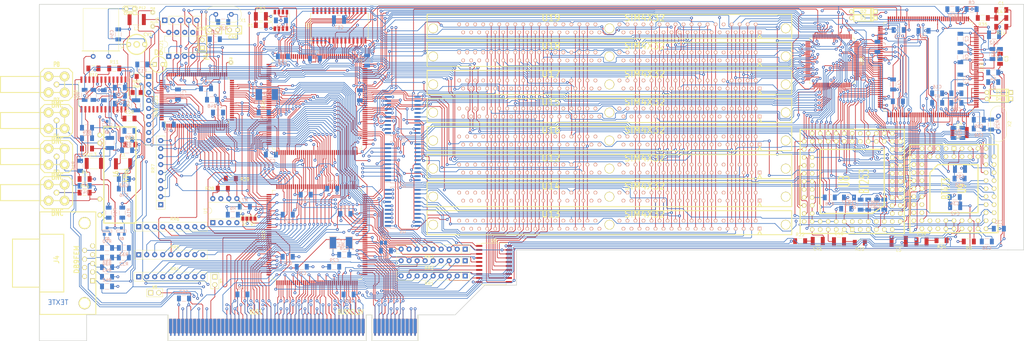
<source format=kicad_pcb>
(kicad_pcb (version 20171130) (host pcbnew "(5.0.0-rc2-dev-701-gd41e64b-dirty)")
  (title_block (title "KiCad demo") (date 2015-10-14) (rev 1.A))
  (layers (0 Composant signal) (1 GND_layer signal hide) (2 VCC_layer signal hide) (31 Cuivre signal) (34 B.Paste user) (35 F.Paste user) (36 B.SilkS user) (37 F.SilkS user) (38 B.Mask user) (39 F.Mask user) (44 Edge.Cuts user))
  (net 0 "")
  (net 1 +12V)
  (net 2 +3.3V)
  (net 3 +5F)
  (net 4 /ESVIDEO-RVB/DPC0)
  (net 5 /ESVIDEO-RVB/DPC1)
  (net 6 /ESVIDEO-RVB/DPC2)
  (net 7 /ESVIDEO-RVB/DPC4)
  (net 8 /ESVIDEO-RVB/DPC5)
  (net 9 /ESVIDEO-RVB/DPC7)
  (net 10 /ESVIDEO-RVB/OE_RVB-)
  (net 11 /ESVIDEO-RVB/PCA0)
  (net 12 /ESVIDEO-RVB/PCA2)
  (net 13 /ESVIDEO-RVB/REF+)
  (net 14 /ESVIDEO-RVB/TVB2)
  (net 15 /ESVIDEO-RVB/TVB3)
  (net 16 /ESVIDEO-RVB/TVG0)
  (net 17 /ESVIDEO-RVB/TVG1)
  (net 18 /ESVIDEO-RVB/TVG2)
  (net 19 /ESVIDEO-RVB/TVG3)
  (net 20 /ESVIDEO-RVB/TVG4)
  (net 21 /ESVIDEO-RVB/TVG5)
  (net 22 /ESVIDEO-RVB/TVR0)
  (net 23 /ESVIDEO-RVB/TVR1)
  (net 24 /ESVIDEO-RVB/TVR2)
  (net 25 /ESVIDEO-RVB/TVR5)
  (net 26 /ESVIDEO-RVB/TVR6)
  (net 27 /ESVIDEO-RVB/TVR7)
  (net 28 /ESVIDEO-RVB/VAA)
  (net 29 /RAMS/MXA0)
  (net 30 /RAMS/MXA1)
  (net 31 /RAMS/MXA10)
  (net 32 /RAMS/MXA2)
  (net 33 /RAMS/MXA3)
  (net 34 /RAMS/MXA4)
  (net 35 /RAMS/MXA5)
  (net 36 /RAMS/MXA6)
  (net 37 /RAMS/MXA7)
  (net 38 /RAMS/MXA8)
  (net 39 /RAMS/MXA9)
  (net 40 /RAMS/TVRAM0)
  (net 41 /RAMS/TVRAM1)
  (net 42 /RAMS/TVRAM10)
  (net 43 /RAMS/TVRAM11)
  (net 44 /RAMS/TVRAM12)
  (net 45 /RAMS/TVRAM13)
  (net 46 /RAMS/TVRAM14)
  (net 47 /RAMS/TVRAM15)
  (net 48 /RAMS/TVRAM16)
  (net 49 /RAMS/TVRAM17)
  (net 50 /RAMS/TVRAM18)
  (net 51 /RAMS/TVRAM19)
  (net 52 /RAMS/TVRAM2)
  (net 53 /RAMS/TVRAM20)
  (net 54 /RAMS/TVRAM21)
  (net 55 /RAMS/TVRAM22)
  (net 56 /RAMS/TVRAM23)
  (net 57 /RAMS/TVRAM24)
  (net 58 /RAMS/TVRAM25)
  (net 59 /RAMS/TVRAM26)
  (net 60 /RAMS/TVRAM27)
  (net 61 /RAMS/TVRAM28)
  (net 62 /RAMS/TVRAM29)
  (net 63 /RAMS/TVRAM3)
  (net 64 /RAMS/TVRAM30)
  (net 65 /RAMS/TVRAM31)
  (net 66 /RAMS/TVRAM4)
  (net 67 /RAMS/TVRAM5)
  (net 68 /RAMS/TVRAM6)
  (net 69 /RAMS/TVRAM7)
  (net 70 /RAMS/TVRAM8)
  (net 71 /RAMS/TVRAM9)
  (net 72 /buspci.sch/ADR6)
  (net 73 /buspci.sch/EA1)
  (net 74 /buspci.sch/EA10)
  (net 75 /buspci.sch/EA11)
  (net 76 /buspci.sch/EA12)
  (net 77 /buspci.sch/EA13)
  (net 78 /buspci.sch/EA14)
  (net 79 /buspci.sch/EA15)
  (net 80 /buspci.sch/EA2)
  (net 81 /buspci.sch/EA3)
  (net 82 /buspci.sch/EA4)
  (net 83 /buspci.sch/EA5)
  (net 84 /buspci.sch/EA6)
  (net 85 /buspci.sch/EA7)
  (net 86 /buspci.sch/EA9)
  (net 87 /buspci.sch/EQ0)
  (net 88 /buspci.sch/EQ1)
  (net 89 /buspci.sch/EQ2)
  (net 90 /buspci.sch/EQ3)
  (net 91 /buspci.sch/EQ4)
  (net 92 /buspci.sch/EQ5)
  (net 93 /buspci.sch/EQ6)
  (net 94 /buspci.sch/EQ7)
  (net 95 /buspci.sch/PTBE-1)
  (net 96 /buspci.sch/P_AD0)
  (net 97 /buspci.sch/P_AD1)
  (net 98 /buspci.sch/P_AD10)
  (net 99 /buspci.sch/P_AD11)
  (net 100 /buspci.sch/P_AD12)
  (net 101 /buspci.sch/P_AD13)
  (net 102 /buspci.sch/P_AD14)
  (net 103 /buspci.sch/P_AD15)
  (net 104 /buspci.sch/P_AD16)
  (net 105 /buspci.sch/P_AD17)
  (net 106 /buspci.sch/P_AD18)
  (net 107 /buspci.sch/P_AD19)
  (net 108 /buspci.sch/P_AD2)
  (net 109 /buspci.sch/P_AD20)
  (net 110 /buspci.sch/P_AD21)
  (net 111 /buspci.sch/P_AD22)
  (net 112 /buspci.sch/P_AD23)
  (net 113 /buspci.sch/P_AD24)
  (net 114 /buspci.sch/P_AD25)
  (net 115 /buspci.sch/P_AD26)
  (net 116 /buspci.sch/P_AD27)
  (net 117 /buspci.sch/P_AD28)
  (net 118 /buspci.sch/P_AD29)
  (net 119 /buspci.sch/P_AD3)
  (net 120 /buspci.sch/P_AD30)
  (net 121 /buspci.sch/P_AD31)
  (net 122 /buspci.sch/P_AD4)
  (net 123 /buspci.sch/P_AD5)
  (net 124 /buspci.sch/P_AD6)
  (net 125 /buspci.sch/P_AD7)
  (net 126 /buspci.sch/P_AD8)
  (net 127 /buspci.sch/P_AD9)
  (net 128 /buspci.sch/P_C/BE0#)
  (net 129 /buspci.sch/P_C/BE1#)
  (net 130 /buspci.sch/P_C/BE2#)
  (net 131 /buspci.sch/P_C/BE3#)
  (net 132 /buspci.sch/P_CLK)
  (net 133 /buspci.sch/P_DEVSEL#)
  (net 134 /buspci.sch/P_FRAME#)
  (net 135 /buspci.sch/P_GNT#)
  (net 136 /buspci.sch/P_IDSEL)
  (net 137 /buspci.sch/P_INTA#)
  (net 138 /buspci.sch/P_IRDY#)
  (net 139 /buspci.sch/P_LOCK#)
  (net 140 /buspci.sch/P_PAR)
  (net 141 /buspci.sch/P_PERR#)
  (net 142 /buspci.sch/P_REQ#)
  (net 143 /buspci.sch/P_RST#)
  (net 144 /buspci.sch/P_SERR#)
  (net 145 /buspci.sch/P_STOP#)
  (net 146 /buspci.sch/P_TRDY#)
  (net 147 /graphic/14MHZOUT)
  (net 148 /graphic/CCLK)
  (net 149 /graphic/CLK10MHz)
  (net 150 /graphic/CSIO-)
  (net 151 /graphic/DIN)
  (net 152 /graphic/DONE)
  (net 153 /graphic/HDOUT)
  (net 154 /graphic/HDREFOUT)
  (net 155 /graphic/IA0)
  (net 156 /graphic/IA1)
  (net 157 /graphic/IA2)
  (net 158 /graphic/IA3)
  (net 159 /graphic/IA4)
  (net 160 /graphic/IA5)
  (net 161 /graphic/IA6)
  (net 162 /graphic/IA7)
  (net 163 /graphic/IA8)
  (net 164 /graphic/IA9)
  (net 165 /graphic/ICAS-)
  (net 166 /graphic/ID0)
  (net 167 /graphic/ID1)
  (net 168 /graphic/ID2)
  (net 169 /graphic/ID3)
  (net 170 /graphic/IOE-)
  (net 171 /graphic/IRAS-)
  (net 172 /graphic/IWR-)
  (net 173 /graphic/LED)
  (net 174 /graphic/PROG*)
  (net 175 /graphic/RESERV1)
  (net 176 /graphic/VOSC)
  (net 177 /graphic/XTAL_I)
  (net 178 /graphic/X_DIN)
  (net 179 /modul/CHROM)
  (net 180 /modul/CVBS)
  (net 181 /modul/CVBSOUT)
  (net 182 /modul/LUM)
  (net 183 /muxdata/DPC10)
  (net 184 /muxdata/DPC11)
  (net 185 /muxdata/DPC12)
  (net 186 /muxdata/DPC13)
  (net 187 /muxdata/DPC14)
  (net 188 /muxdata/DPC15)
  (net 189 /muxdata/DPC16)
  (net 190 /muxdata/DPC17)
  (net 191 /muxdata/DPC18)
  (net 192 /muxdata/DPC19)
  (net 193 /muxdata/DPC20)
  (net 194 /muxdata/DPC21)
  (net 195 /muxdata/DPC22)
  (net 196 /muxdata/DPC23)
  (net 197 /muxdata/DPC24)
  (net 198 /muxdata/DPC25)
  (net 199 /muxdata/DPC26)
  (net 200 /muxdata/DPC27)
  (net 201 /muxdata/DPC28)
  (net 202 /muxdata/DPC29)
  (net 203 /muxdata/DPC30)
  (net 204 /muxdata/DPC31)
  (net 205 /muxdata/DPC8)
  (net 206 /muxdata/DPC9)
  (net 207 /pal-ntsc.sch/C-VIDEO)
  (net 208 /pal-ntsc.sch/VAF)
  (net 209 /pal-ntsc.sch/Y-VIDEO)
  (net 210 /pal-ntsc.sch/Y_SYNC)
  (net 211 GND)
  (net 212 "Net-(BUS1-PadB1)")
  (net 213 "Net-(BUS1-PadB2)")
  (net 214 "Net-(BUS1-PadA4)")
  (net 215 "Net-(BUS1-PadB7)")
  (net 216 "Net-(BUS1-PadB8)")
  (net 217 "Net-(BUS1-PadB9)")
  (net 218 "Net-(BUS1-PadB10)")
  (net 219 "Net-(BUS1-PadB11)")
  (net 220 "Net-(BUS1-PadB14)")
  (net 221 "Net-(BUS1-PadB60)")
  (net 222 "Net-(BUS1-PadA1)")
  (net 223 "Net-(BUS1-PadA3)")
  (net 224 "Net-(BUS1-PadA7)")
  (net 225 "Net-(BUS1-PadA9)")
  (net 226 "Net-(BUS1-PadA11)")
  (net 227 "Net-(BUS1-PadA14)")
  (net 228 "Net-(BUS1-PadA19)")
  (net 229 "Net-(BUS1-PadA40)")
  (net 230 "Net-(BUS1-PadA41)")
  (net 231 "Net-(BUS1-PadA60)")
  (net 232 "Net-(C1-Pad1)")
  (net 233 "Net-(C1-Pad2)")
  (net 234 "Net-(C3-Pad1)")
  (net 235 "Net-(C4-Pad1)")
  (net 236 "Net-(C5-Pad1)")
  (net 237 "Net-(C5-Pad2)")
  (net 238 "Net-(C6-Pad1)")
  (net 239 "Net-(C7-Pad1)")
  (net 240 "Net-(C8-Pad1)")
  (net 241 "Net-(C8-Pad2)")
  (net 242 "Net-(C16-Pad1)")
  (net 243 "Net-(C32-Pad2)")
  (net 244 "Net-(C34-Pad2)")
  (net 245 "Net-(C35-Pad2)")
  (net 246 "Net-(C36-Pad1)")
  (net 247 "Net-(C36-Pad2)")
  (net 248 "Net-(C39-Pad1)")
  (net 249 "Net-(C39-Pad2)")
  (net 250 "Net-(C40-Pad1)")
  (net 251 "Net-(C40-Pad2)")
  (net 252 "Net-(C41-Pad1)")
  (net 253 "Net-(C41-Pad2)")
  (net 254 "Net-(C43-Pad1)")
  (net 255 "Net-(C44-Pad1)")
  (net 256 "Net-(C45-Pad1)")
  (net 257 "Net-(C46-Pad1)")
  (net 258 "Net-(C48-Pad2)")
  (net 259 "Net-(C49-Pad1)")
  (net 260 "Net-(C54-Pad1)")
  (net 261 "Net-(C58-Pad1)")
  (net 262 "Net-(C59-Pad1)")
  (net 263 "Net-(C60-Pad1)")
  (net 264 "Net-(C61-Pad1)")
  (net 265 "Net-(C61-Pad2)")
  (net 266 "Net-(C65-Pad2)")
  (net 267 "Net-(C66-Pad2)")
  (net 268 "Net-(CV1-Pad1)")
  (net 269 "Net-(D6-Pad1)")
  (net 270 "Net-(L1-Pad1)")
  (net 271 "Net-(L6-Pad1)")
  (net 272 "Net-(L6-Pad2)")
  (net 273 "Net-(P4-Pad1)")
  (net 274 "Net-(P9-Pad1)")
  (net 275 "Net-(P10-Pad1)")
  (net 276 "Net-(P11-Pad1)")
  (net 277 "Net-(POT1-Pad1)")
  (net 278 "Net-(Q1-Pad1)")
  (net 279 "Net-(Q1-Pad2)")
  (net 280 "Net-(Q2-Pad1)")
  (net 281 "Net-(Q2-Pad2)")
  (net 282 "Net-(Q3-Pad1)")
  (net 283 "Net-(Q3-Pad2)")
  (net 284 "Net-(R4-Pad1)")
  (net 285 "Net-(R5-Pad1)")
  (net 286 "Net-(R6-Pad1)")
  (net 287 "Net-(R7-Pad1)")
  (net 288 "Net-(R9-Pad2)")
  (net 289 "Net-(R10-Pad2)")
  (net 290 "Net-(R19-Pad2)")
  (net 291 "Net-(R27-Pad1)")
  (net 292 "Net-(R28-Pad2)")
  (net 293 "Net-(R29-Pad2)")
  (net 294 "Net-(R36-Pad2)")
  (net 295 "Net-(R38-Pad1)")
  (net 296 /ESVIDEO-RVB/DPC3)
  (net 297 /ESVIDEO-RVB/DPC6)
  (net 298 /ESVIDEO-RVB/PCA1)
  (net 299 /ESVIDEO-RVB/TVB7)
  (net 300 /ESVIDEO-RVB/TVB6)
  (net 301 /ESVIDEO-RVB/TVB5)
  (net 302 /ESVIDEO-RVB/TVB4)
  (net 303 /ESVIDEO-RVB/TVB1)
  (net 304 /ESVIDEO-RVB/TVB0)
  (net 305 /ESVIDEO-RVB/TVG7)
  (net 306 /ESVIDEO-RVB/TVG6)
  (net 307 /ESVIDEO-RVB/TVR4)
  (net 308 /ESVIDEO-RVB/TVR3)
  (net 309 "Net-(U8-Pad58)")
  (net 310 "Net-(U8-Pad60)")
  (net 311 "Net-(U8-Pad62)")
  (net 312 /ESVIDEO-RVB/TVI0)
  (net 313 /ESVIDEO-RVB/TVI1)
  (net 314 /buspci.sch/BE-3)
  (net 315 /buspci.sch/BE-2)
  (net 316 /buspci.sch/BE-1)
  (net 317 /buspci.sch/ADR5)
  (net 318 /buspci.sch/ADR4)
  (net 319 /buspci.sch/ADR3)
  (net 320 /buspci.sch/ADR2)
  (net 321 /buspci.sch/BE-0)
  (net 322 /buspci.sch/PTBE-0)
  (net 323 /buspci.sch/PTBE-2)
  (net 324 /buspci.sch/PTBE-3)
  (net 325 "Net-(U20-Pad23)")
  (net 326 +5V)
  (net 327 /GREEN_IN)
  (net 328 /RED_IN)
  (net 329 /RED_OUT)
  (net 330 /GREEN_OUT)
  (net 331 /BLUE_OUT)
  (net 332 /C_OUT)
  (net 333 /Y_OUT)
  (net 334 /BLUE_IN)
  (net 335 /CSYNC-OUT)
  (net 336 /IRQ_SRL)
  (net 337 /SELECT-)
  (net 338 //PCWR)
  (net 339 //PCRD)
  (net 340 /PTATN-)
  (net 341 /X_IRQ)
  (net 342 /PTADR-)
  (net 343 /RDFIFO-)
  (net 344 /WRFIFDO-)
  (net 345 /PTRDY-)
  (net 346 /ACCES_RAM-)
  (net 347 /WRITE_RAM)
  (net 348 /CSYNCIN-)
  (net 349 /RDCAD-)
  (net 350 /WRCAD-)
  (net 351 /CLAMP)
  (net 352 /CLKCAD)
  (net 353 /BLANK-)
  (net 354 /CLKCDA)
  (net 355 /RDCDA-)
  (net 356 /WRCDA-)
  (net 357 /OE_PAL-)
  (net 358 /VD_PAL-)
  (net 359 /HD_PAL-)
  (net 360 /BT812_WR-)
  (net 361 /BT812_RD-)
  (net 362 /SYSRST-)
  (net 363 /F_PALIN)
  (net 364 /PTNUM1)
  (net 365 /PTNUM0)
  (net 366 /IRQ-)
  (net 367 /BPCLK)
  (net 368 /WRFULL)
  (net 369 /RDEMPTY)
  (net 370 /PTWR)
  (net 371 /PTBURST)
  (net 372 /RAS5-)
  (net 373 /CAS0-)
  (net 374 /CAS1-)
  (net 375 /CAS2-)
  (net 376 /CAS3-)
  (net 377 /WRAM-)
  (net 378 /RAS7-)
  (net 379 /RAS6-)
  (net 380 /RAS3-)
  (net 381 /RAS4-)
  (net 382 /RAS2-)
  (net 383 /RAS1-)
  (net 384 /RAS0-)
  (net 385 /X_PROG-)
  (net 386 /X_DATA)
  (net 387 /X_CLK)
  (net 388 /ACQ_ON)
  (net 389 /X_DONE)
  (module Resistor_SMD:R_1210_3225Metric_Pad1.24x2.70mm_HandSolder (layer Composant) (at 333.248 131.699)
    (fp_text reference C39 (at 0 -2.5) (layer F.SilkS))
    (fp_text value 1uF)
    (pad 2 smd rect (at 1.5925 0) (size 1.245 2.7) (layers Composant F.Paste F.Mask) (net 249 "Net-(C39-Pad2)"))
    (pad 1 smd rect (at -1.5925 0) (size 1.245 2.7) (layers Composant F.Paste F.Mask) (net 248 "Net-(C39-Pad1)"))
  )
  (module Resistor_SMD:R_1210_3225Metric_Pad1.24x2.70mm_HandSolder (layer Composant) (at 307.086 131.699)
    (fp_text reference C40 (at 0 -2.5) (layer F.SilkS))
    (fp_text value 1uF)
    (pad 2 smd rect (at 1.5925 0) (size 1.245 2.7) (layers Composant F.Paste F.Mask) (net 251 "Net-(C40-Pad2)"))
    (pad 1 smd rect (at -1.5925 0) (size 1.245 2.7) (layers Composant F.Paste F.Mask) (net 250 "Net-(C40-Pad1)"))
  )
  (module Resistor_SMD:R_1210_3225Metric_Pad1.24x2.70mm_HandSolder (layer Composant) (at 300.355 131.572 180)
    (fp_text reference C41 (at 0 -2.5 180) (layer F.SilkS))
    (fp_text value 1uF)
    (pad 2 smd rect (at 1.5925 0 180) (size 1.245 2.7) (layers Composant F.Paste F.Mask) (net 253 "Net-(C41-Pad2)"))
    (pad 1 smd rect (at -1.5925 0 180) (size 1.245 2.7) (layers Composant F.Paste F.Mask) (net 252 "Net-(C41-Pad1)"))
  )
  (module Resistor_SMD:R_1210_3225Metric_Pad1.24x2.70mm_HandSolder (layer Cuivre) (at 343.916 120.396)
    (fp_text reference C42 (at 0 2.5) (layer B.SilkS) (effects (justify mirror)))
    (fp_text value 2.2uF)
    (pad 2 smd rect (at 1.5925 0) (size 1.245 2.7) (layers Cuivre B.Paste B.Mask) (net 244 "Net-(C34-Pad2)"))
    (pad 1 smd rect (at -1.5925 0) (size 1.245 2.7) (layers Cuivre B.Paste B.Mask) (net 28 /ESVIDEO-RVB/VAA))
  )
  (module Resistor_SMD:R_1210_3225Metric_Pad1.24x2.70mm_HandSolder (layer Cuivre) (at 345.44 108.585)
    (fp_text reference C51 (at 0 2.5) (layer B.SilkS) (effects (justify mirror)))
    (fp_text value 22uF)
    (pad 2 smd rect (at 1.5925 0) (size 1.245 2.7) (layers Cuivre B.Paste B.Mask) (net 211 GND))
    (pad 1 smd rect (at -1.5925 0) (size 1.245 2.7) (layers Cuivre B.Paste B.Mask) (net 28 /ESVIDEO-RVB/VAA))
  )
  (module Resistor_SMD:R_1210_3225Metric_Pad1.24x2.70mm_HandSolder (layer Cuivre) (at 75.946 100.457 270)
    (fp_text reference C55 (at 0 2.5 270) (layer B.SilkS) (effects (justify mirror)))
    (fp_text value 4.7uF)
    (pad 2 smd rect (at 1.5925 0 270) (size 1.245 2.7) (layers Cuivre B.Paste B.Mask) (net 211 GND))
    (pad 1 smd rect (at -1.5925 0 270) (size 1.245 2.7) (layers Cuivre B.Paste B.Mask) (net 3 +5F))
  )
  (module Resistor_SMD:R_1210_3225Metric_Pad1.24x2.70mm_HandSolder (layer Cuivre) (at 148.59 61.341)
    (fp_text reference C57 (at 0 2.5) (layer B.SilkS) (effects (justify mirror)))
    (fp_text value 4.7uF)
    (pad 2 smd rect (at 1.5925 0) (size 1.245 2.7) (layers Cuivre B.Paste B.Mask) (net 211 GND))
    (pad 1 smd rect (at -1.5925 0) (size 1.245 2.7) (layers Cuivre B.Paste B.Mask) (net 326 +5V))
  )
  (module Resistor_SMD:R_1210_3225Metric_Pad1.24x2.70mm_HandSolder (layer Cuivre) (at 356.235 66.167)
    (fp_text reference C62 (at 0 2.5) (layer B.SilkS) (effects (justify mirror)))
    (fp_text value 47uF)
    (pad 2 smd rect (at 1.5925 0) (size 1.245 2.7) (layers Cuivre B.Paste B.Mask) (net 211 GND))
    (pad 1 smd rect (at -1.5925 0) (size 1.245 2.7) (layers Cuivre B.Paste B.Mask) (net 208 /pal-ntsc.sch/VAF))
  )
  (module Resistor_SMD:R_1210_3225Metric_Pad1.24x2.70mm_HandSolder (layer Composant) (at 123.825 60.325)
    (fp_text reference C63 (at 0 -2.5) (layer F.SilkS))
    (fp_text value 47uF)
    (pad 2 smd rect (at 1.5925 0) (size 1.245 2.7) (layers Composant F.Paste F.Mask) (net 211 GND))
    (pad 1 smd rect (at -1.5925 0) (size 1.245 2.7) (layers Composant F.Paste F.Mask) (net 176 /graphic/VOSC))
  )
  (module Resistor_SMD:R_1210_3225Metric_Pad1.24x2.70mm_HandSolder (layer Cuivre) (at 84.201 88.519 270)
    (fp_text reference C64 (at 0 2.5 270) (layer B.SilkS) (effects (justify mirror)))
    (fp_text value 6,8uF)
    (pad 2 smd rect (at 1.5925 0 270) (size 1.245 2.7) (layers Cuivre B.Paste B.Mask) (net 211 GND))
    (pad 1 smd rect (at -1.5925 0 270) (size 1.245 2.7) (layers Cuivre B.Paste B.Mask) (net 258 "Net-(C48-Pad2)"))
  )
  (module Resistor_SMD:R_1812_4532Metric_Pad1.24x3.50mm_HandSolder (layer Composant) (at 80.137 107.061)
    (fp_text reference L1 (at 0 -2.85) (layer F.SilkS))
    (fp_text value 2,2uH)
    (pad 2 smd rect (at 2.2625 0) (size 1.245 3.5) (layers Composant F.Paste F.Mask) (net 257 "Net-(C46-Pad1)"))
    (pad 1 smd rect (at -2.2625 0) (size 1.245 3.5) (layers Composant F.Paste F.Mask) (net 270 "Net-(L1-Pad1)"))
  )
  (module Resistor_SMD:R_1812_4532Metric_Pad1.24x3.50mm_HandSolder (layer Composant) (at 84.455 61.341 180)
    (fp_text reference L2 (at 0 -2.85 180) (layer F.SilkS))
    (fp_text value 22uH)
    (pad 2 smd rect (at 2.2625 0 180) (size 1.245 3.5) (layers Composant F.Paste F.Mask) (net 260 "Net-(C54-Pad1)"))
    (pad 1 smd rect (at -2.2625 0 180) (size 1.245 3.5) (layers Composant F.Paste F.Mask) (net 326 +5V))
  )
  (module Resistor_SMD:R_1812_4532Metric_Pad1.24x3.50mm_HandSolder (layer Composant) (at 70.866 106.934)
    (fp_text reference L3 (at 0 -2.85) (layer F.SilkS))
    (fp_text value 22uH)
    (pad 2 smd rect (at 2.2625 0) (size 1.245 3.5) (layers Composant F.Paste F.Mask) (net 3 +5F))
    (pad 1 smd rect (at -2.2625 0) (size 1.245 3.5) (layers Composant F.Paste F.Mask) (net 326 +5V))
  )
  (module Resistor_SMD:R_1812_4532Metric_Pad1.24x3.50mm_HandSolder (layer Composant) (at 345.313 97.155)
    (fp_text reference L4 (at 0 -2.85) (layer F.SilkS))
    (fp_text value 22uF)
    (pad 2 smd rect (at 2.2625 0) (size 1.245 3.5) (layers Composant F.Paste F.Mask) (net 208 /pal-ntsc.sch/VAF))
    (pad 1 smd rect (at -2.2625 0) (size 1.245 3.5) (layers Composant F.Paste F.Mask) (net 326 +5V))
  )
  (module Resistor_SMD:R_1812_4532Metric_Pad1.24x3.50mm_HandSolder (layer Composant) (at 326.009 131.572 180)
    (fp_text reference L5 (at 0 -2.85 180) (layer F.SilkS))
    (fp_text value 22uH)
    (pad 2 smd rect (at 2.2625 0 180) (size 1.245 3.5) (layers Composant F.Paste F.Mask) (net 28 /ESVIDEO-RVB/VAA))
    (pad 1 smd rect (at -2.2625 0 180) (size 1.245 3.5) (layers Composant F.Paste F.Mask) (net 326 +5V))
  )
  (module Resistor_SMD:R_1206_3216Metric_Pad1.24x1.80mm_HandSolder (layer Composant) (at 68.707 102.235 180)
    (fp_text reference C61 (at 0 -2.05 180) (layer F.SilkS))
    (fp_text value 47nF)
    (pad 2 smd rect (at 1.5925 0 180) (size 1.245 1.8) (layers Composant F.Paste F.Mask) (net 265 "Net-(C61-Pad2)"))
    (pad 1 smd rect (at -1.5925 0 180) (size 1.245 1.8) (layers Composant F.Paste F.Mask) (net 264 "Net-(C61-Pad1)"))
  )
  (module Package_QFP:PQFP-160_28x28mm_P0.65mm (layer Composant) (at 141.605 88.265 90)
    (fp_text reference U24 (at 0 -17 90) (layer F.SilkS))
    (fp_text value XC4005-PQ160)
    (pad 160 smd rect (at -12.675 -15.22 90) (size 0.38 1.53) (layers Composant F.Paste F.Mask) (net 326 +5V))
    (pad 159 smd rect (at -12.025 -15.22 90) (size 0.38 1.53) (layers Composant F.Paste F.Mask) (net 150 /graphic/CSIO-))
    (pad 158 smd rect (at -11.375 -15.22 90) (size 0.38 1.53) (layers Composant F.Paste F.Mask) (net 322 /buspci.sch/PTBE-0))
    (pad 157 smd rect (at -10.725 -15.22 90) (size 0.38 1.53) (layers Composant F.Paste F.Mask) (net 95 /buspci.sch/PTBE-1))
    (pad 156 smd rect (at -10.075 -15.22 90) (size 0.38 1.53) (layers Composant F.Paste F.Mask) (net 323 /buspci.sch/PTBE-2))
    (pad 155 smd rect (at -9.425 -15.22 90) (size 0.38 1.53) (layers Composant F.Paste F.Mask) (net 324 /buspci.sch/PTBE-3))
    (pad 154 smd rect (at -8.775 -15.22 90) (size 0.38 1.53) (layers Composant F.Paste F.Mask) (net 364 /PTNUM1))
    (pad 153 smd rect (at -8.125 -15.22 90) (size 0.38 1.53) (layers Composant F.Paste F.Mask))
    (pad 152 smd rect (at -7.475 -15.22 90) (size 0.38 1.53) (layers Composant F.Paste F.Mask))
    (pad 151 smd rect (at -6.825 -15.22 90) (size 0.38 1.53) (layers Composant F.Paste F.Mask) (net 211 GND))
    (pad 150 smd rect (at -6.175 -15.22 90) (size 0.38 1.53) (layers Composant F.Paste F.Mask) (net 365 /PTNUM0))
    (pad 149 smd rect (at -5.525 -15.22 90) (size 0.38 1.53) (layers Composant F.Paste F.Mask) (net 366 /IRQ-))
    (pad 148 smd rect (at -4.875 -15.22 90) (size 0.38 1.53) (layers Composant F.Paste F.Mask) (net 362 /SYSRST-))
    (pad 147 smd rect (at -4.225 -15.22 90) (size 0.38 1.53) (layers Composant F.Paste F.Mask) (net 314 /buspci.sch/BE-3))
    (pad 146 smd rect (at -3.575 -15.22 90) (size 0.38 1.53) (layers Composant F.Paste F.Mask) (net 315 /buspci.sch/BE-2))
    (pad 145 smd rect (at -2.925 -15.22 90) (size 0.38 1.53) (layers Composant F.Paste F.Mask) (net 316 /buspci.sch/BE-1))
    (pad 144 smd rect (at -2.275 -15.22 90) (size 0.38 1.53) (layers Composant F.Paste F.Mask) (net 321 /buspci.sch/BE-0))
    (pad 143 smd rect (at -1.625 -15.22 90) (size 0.38 1.53) (layers Composant F.Paste F.Mask) (net 72 /buspci.sch/ADR6))
    (pad 142 smd rect (at -0.975 -15.22 90) (size 0.38 1.53) (layers Composant F.Paste F.Mask) (net 326 +5V))
    (pad 141 smd rect (at -0.325 -15.22 90) (size 0.38 1.53) (layers Composant F.Paste F.Mask) (net 211 GND))
    (pad 140 smd rect (at 0.325 -15.22 90) (size 0.38 1.53) (layers Composant F.Paste F.Mask) (net 317 /buspci.sch/ADR5))
    (pad 139 smd rect (at 0.975 -15.22 90) (size 0.38 1.53) (layers Composant F.Paste F.Mask) (net 318 /buspci.sch/ADR4))
    (pad 138 smd rect (at 1.625 -15.22 90) (size 0.38 1.53) (layers Composant F.Paste F.Mask) (net 319 /buspci.sch/ADR3))
    (pad 137 smd rect (at 2.275 -15.22 90) (size 0.38 1.53) (layers Composant F.Paste F.Mask) (net 320 /buspci.sch/ADR2))
    (pad 136 smd rect (at 2.925 -15.22 90) (size 0.38 1.53) (layers Composant F.Paste F.Mask))
    (pad 135 smd rect (at 3.575 -15.22 90) (size 0.38 1.53) (layers Composant F.Paste F.Mask) (net 337 /SELECT-))
    (pad 134 smd rect (at 4.225 -15.22 90) (size 0.38 1.53) (layers Composant F.Paste F.Mask) (net 336 /IRQ_SRL))
    (pad 133 smd rect (at 4.875 -15.22 90) (size 0.38 1.53) (layers Composant F.Paste F.Mask) (net 339 //PCRD))
    (pad 132 smd rect (at 5.525 -15.22 90) (size 0.38 1.53) (layers Composant F.Paste F.Mask) (net 338 //PCWR))
    (pad 131 smd rect (at 6.175 -15.22 90) (size 0.38 1.53) (layers Composant F.Paste F.Mask) (net 211 GND))
    (pad 130 smd rect (at 6.825 -15.22 90) (size 0.38 1.53) (layers Composant F.Paste F.Mask))
    (pad 129 smd rect (at 7.475 -15.22 90) (size 0.38 1.53) (layers Composant F.Paste F.Mask))
    (pad 128 smd rect (at 8.125 -15.22 90) (size 0.38 1.53) (layers Composant F.Paste F.Mask) (net 29 /RAMS/MXA0))
    (pad 127 smd rect (at 8.775 -15.22 90) (size 0.38 1.53) (layers Composant F.Paste F.Mask) (net 30 /RAMS/MXA1))
    (pad 126 smd rect (at 9.425 -15.22 90) (size 0.38 1.53) (layers Composant F.Paste F.Mask) (net 32 /RAMS/MXA2))
    (pad 125 smd rect (at 10.075 -15.22 90) (size 0.38 1.53) (layers Composant F.Paste F.Mask) (net 33 /RAMS/MXA3))
    (pad 124 smd rect (at 10.725 -15.22 90) (size 0.38 1.53) (layers Composant F.Paste F.Mask) (net 34 /RAMS/MXA4))
    (pad 123 smd rect (at 11.375 -15.22 90) (size 0.38 1.53) (layers Composant F.Paste F.Mask) (net 35 /RAMS/MXA5))
    (pad 122 smd rect (at 12.025 -15.22 90) (size 0.38 1.53) (layers Composant F.Paste F.Mask) (net 211 GND))
    (pad 121 smd rect (at 12.675 -15.22 90) (size 0.38 1.53) (layers Composant F.Paste F.Mask))
    (pad 41 smd rect (at -12.675 15.22 90) (size 0.38 1.53) (layers Composant F.Paste F.Mask) (net 326 +5V))
    (pad 80 smd rect (at 12.675 15.22 90) (size 0.38 1.53) (layers Composant F.Paste F.Mask) (net 389 /X_DONE))
    (pad 79 smd rect (at 12.025 15.22 90) (size 0.38 1.53) (layers Composant F.Paste F.Mask) (net 211 GND))
    (pad 78 smd rect (at 11.375 15.22 90) (size 0.38 1.53) (layers Composant F.Paste F.Mask) (net 162 /graphic/IA7))
    (pad 77 smd rect (at 10.725 15.22 90) (size 0.38 1.53) (layers Composant F.Paste F.Mask) (net 352 /CLKCAD))
    (pad 76 smd rect (at 10.075 15.22 90) (size 0.38 1.53) (layers Composant F.Paste F.Mask) (net 354 /CLKCDA))
    (pad 75 smd rect (at 9.425 15.22 90) (size 0.38 1.53) (layers Composant F.Paste F.Mask) (net 351 /CLAMP))
    (pad 74 smd rect (at 8.775 15.22 90) (size 0.38 1.53) (layers Composant F.Paste F.Mask) (net 384 /RAS0-))
    (pad 73 smd rect (at 8.125 15.22 90) (size 0.38 1.53) (layers Composant F.Paste F.Mask) (net 383 /RAS1-))
    (pad 72 smd rect (at 7.475 15.22 90) (size 0.38 1.53) (layers Composant F.Paste F.Mask))
    (pad 71 smd rect (at 6.825 15.22 90) (size 0.38 1.53) (layers Composant F.Paste F.Mask))
    (pad 70 smd rect (at 6.175 15.22 90) (size 0.38 1.53) (layers Composant F.Paste F.Mask) (net 211 GND))
    (pad 69 smd rect (at 5.525 15.22 90) (size 0.38 1.53) (layers Composant F.Paste F.Mask) (net 382 /RAS2-))
    (pad 68 smd rect (at 4.875 15.22 90) (size 0.38 1.53) (layers Composant F.Paste F.Mask) (net 380 /RAS3-))
    (pad 67 smd rect (at 4.225 15.22 90) (size 0.38 1.53) (layers Composant F.Paste F.Mask) (net 381 /RAS4-))
    (pad 66 smd rect (at 3.575 15.22 90) (size 0.38 1.53) (layers Composant F.Paste F.Mask) (net 372 /RAS5-))
    (pad 65 smd rect (at 2.925 15.22 90) (size 0.38 1.53) (layers Composant F.Paste F.Mask) (net 379 /RAS6-))
    (pad 64 smd rect (at 2.275 15.22 90) (size 0.38 1.53) (layers Composant F.Paste F.Mask) (net 378 /RAS7-))
    (pad 63 smd rect (at 1.625 15.22 90) (size 0.38 1.53) (layers Composant F.Paste F.Mask) (net 377 /WRAM-))
    (pad 62 smd rect (at 0.975 15.22 90) (size 0.38 1.53) (layers Composant F.Paste F.Mask) (net 376 /CAS3-))
    (pad 61 smd rect (at 0.325 15.22 90) (size 0.38 1.53) (layers Composant F.Paste F.Mask) (net 211 GND))
    (pad 60 smd rect (at -0.325 15.22 90) (size 0.38 1.53) (layers Composant F.Paste F.Mask) (net 326 +5V))
    (pad 59 smd rect (at -0.975 15.22 90) (size 0.38 1.53) (layers Composant F.Paste F.Mask) (net 375 /CAS2-))
    (pad 58 smd rect (at -1.625 15.22 90) (size 0.38 1.53) (layers Composant F.Paste F.Mask) (net 374 /CAS1-))
    (pad 57 smd rect (at -2.275 15.22 90) (size 0.38 1.53) (layers Composant F.Paste F.Mask) (net 373 /CAS0-))
    (pad 56 smd rect (at -2.925 15.22 90) (size 0.38 1.53) (layers Composant F.Paste F.Mask) (net 346 /ACCES_RAM-))
    (pad 55 smd rect (at -3.575 15.22 90) (size 0.38 1.53) (layers Composant F.Paste F.Mask) (net 347 /WRITE_RAM))
    (pad 54 smd rect (at -4.225 15.22 90) (size 0.38 1.53) (layers Composant F.Paste F.Mask) (net 348 /CSYNCIN-))
    (pad 53 smd rect (at -4.875 15.22 90) (size 0.38 1.53) (layers Composant F.Paste F.Mask) (net 353 /BLANK-))
    (pad 52 smd rect (at -5.525 15.22 90) (size 0.38 1.53) (layers Composant F.Paste F.Mask) (net 359 /HD_PAL-))
    (pad 51 smd rect (at -6.175 15.22 90) (size 0.38 1.53) (layers Composant F.Paste F.Mask) (net 211 GND))
    (pad 50 smd rect (at -6.825 15.22 90) (size 0.38 1.53) (layers Composant F.Paste F.Mask))
    (pad 49 smd rect (at -7.475 15.22 90) (size 0.38 1.53) (layers Composant F.Paste F.Mask))
    (pad 48 smd rect (at -8.125 15.22 90) (size 0.38 1.53) (layers Composant F.Paste F.Mask) (net 388 /ACQ_ON))
    (pad 47 smd rect (at -8.775 15.22 90) (size 0.38 1.53) (layers Composant F.Paste F.Mask) (net 188 /muxdata/DPC15))
    (pad 46 smd rect (at -9.425 15.22 90) (size 0.38 1.53) (layers Composant F.Paste F.Mask) (net 187 /muxdata/DPC14))
    (pad 45 smd rect (at -10.075 15.22 90) (size 0.38 1.53) (layers Composant F.Paste F.Mask) (net 186 /muxdata/DPC13))
    (pad 44 smd rect (at -10.725 15.22 90) (size 0.38 1.53) (layers Composant F.Paste F.Mask) (net 175 /graphic/RESERV1))
    (pad 43 smd rect (at -11.375 15.22 90) (size 0.38 1.53) (layers Composant F.Paste F.Mask) (net 363 /F_PALIN))
    (pad 42 smd rect (at -12.025 15.22 90) (size 0.38 1.53) (layers Composant F.Paste F.Mask) (net 326 +5V))
    (pad 120 smd rect (at 15.22 -12.675 90) (size 1.53 0.38) (layers Composant F.Paste F.Mask) (net 326 +5V))
    (pad 119 smd rect (at 15.22 -12.025 90) (size 1.53 0.38) (layers Composant F.Paste F.Mask) (net 387 /X_CLK))
    (pad 118 smd rect (at 15.22 -11.375 90) (size 1.53 0.38) (layers Composant F.Paste F.Mask) (net 386 /X_DATA))
    (pad 117 smd rect (at 15.22 -10.725 90) (size 1.53 0.38) (layers Composant F.Paste F.Mask) (net 178 /graphic/X_DIN))
    (pad 116 smd rect (at 15.22 -10.075 90) (size 1.53 0.38) (layers Composant F.Paste F.Mask) (net 36 /RAMS/MXA6))
    (pad 115 smd rect (at 15.22 -9.425 90) (size 1.53 0.38) (layers Composant F.Paste F.Mask) (net 37 /RAMS/MXA7))
    (pad 114 smd rect (at 15.22 -8.775 90) (size 1.53 0.38) (layers Composant F.Paste F.Mask) (net 38 /RAMS/MXA8))
    (pad 113 smd rect (at 15.22 -8.125 90) (size 1.53 0.38) (layers Composant F.Paste F.Mask) (net 39 /RAMS/MXA9))
    (pad 112 smd rect (at 15.22 -7.475 90) (size 1.53 0.38) (layers Composant F.Paste F.Mask))
    (pad 111 smd rect (at 15.22 -6.825 90) (size 1.53 0.38) (layers Composant F.Paste F.Mask))
    (pad 110 smd rect (at 15.22 -6.175 90) (size 1.53 0.38) (layers Composant F.Paste F.Mask) (net 211 GND))
    (pad 109 smd rect (at 15.22 -5.525 90) (size 1.53 0.38) (layers Composant F.Paste F.Mask) (net 31 /RAMS/MXA10))
    (pad 108 smd rect (at 15.22 -4.875 90) (size 1.53 0.38) (layers Composant F.Paste F.Mask) (net 312 /ESVIDEO-RVB/TVI0))
    (pad 107 smd rect (at 15.22 -4.225 90) (size 1.53 0.38) (layers Composant F.Paste F.Mask) (net 313 /ESVIDEO-RVB/TVI1))
    (pad 106 smd rect (at 15.22 -3.575 90) (size 1.53 0.38) (layers Composant F.Paste F.Mask) (net 169 /graphic/ID3))
    (pad 105 smd rect (at 15.22 -2.925 90) (size 1.53 0.38) (layers Composant F.Paste F.Mask) (net 168 /graphic/ID2))
    (pad 104 smd rect (at 15.22 -2.275 90) (size 1.53 0.38) (layers Composant F.Paste F.Mask) (net 165 /graphic/ICAS-))
    (pad 103 smd rect (at 15.22 -1.625 90) (size 1.53 0.38) (layers Composant F.Paste F.Mask) (net 170 /graphic/IOE-))
    (pad 102 smd rect (at 15.22 -0.975 90) (size 1.53 0.38) (layers Composant F.Paste F.Mask) (net 166 /graphic/ID0))
    (pad 101 smd rect (at 15.22 -0.325 90) (size 1.53 0.38) (layers Composant F.Paste F.Mask) (net 211 GND))
    (pad 100 smd rect (at 15.22 0.325 90) (size 1.53 0.38) (layers Composant F.Paste F.Mask) (net 326 +5V))
    (pad 99 smd rect (at 15.22 0.975 90) (size 1.53 0.38) (layers Composant F.Paste F.Mask) (net 167 /graphic/ID1))
    (pad 98 smd rect (at 15.22 1.625 90) (size 1.53 0.38) (layers Composant F.Paste F.Mask) (net 172 /graphic/IWR-))
    (pad 97 smd rect (at 15.22 2.275 90) (size 1.53 0.38) (layers Composant F.Paste F.Mask) (net 171 /graphic/IRAS-))
    (pad 96 smd rect (at 15.22 2.925 90) (size 1.53 0.38) (layers Composant F.Paste F.Mask) (net 164 /graphic/IA9))
    (pad 95 smd rect (at 15.22 3.575 90) (size 1.53 0.38) (layers Composant F.Paste F.Mask) (net 147 /graphic/14MHZOUT))
    (pad 94 smd rect (at 15.22 4.225 90) (size 1.53 0.38) (layers Composant F.Paste F.Mask) (net 155 /graphic/IA0))
    (pad 93 smd rect (at 15.22 4.875 90) (size 1.53 0.38) (layers Composant F.Paste F.Mask) (net 163 /graphic/IA8))
    (pad 92 smd rect (at 15.22 5.525 90) (size 1.53 0.38) (layers Composant F.Paste F.Mask) (net 156 /graphic/IA1))
    (pad 91 smd rect (at 15.22 6.175 90) (size 1.53 0.38) (layers Composant F.Paste F.Mask) (net 211 GND))
    (pad 90 smd rect (at 15.22 6.825 90) (size 1.53 0.38) (layers Composant F.Paste F.Mask))
    (pad 89 smd rect (at 15.22 7.475 90) (size 1.53 0.38) (layers Composant F.Paste F.Mask))
    (pad 88 smd rect (at 15.22 8.125 90) (size 1.53 0.38) (layers Composant F.Paste F.Mask) (net 157 /graphic/IA2))
    (pad 87 smd rect (at 15.22 8.775 90) (size 1.53 0.38) (layers Composant F.Paste F.Mask) (net 158 /graphic/IA3))
    (pad 86 smd rect (at 15.22 9.425 90) (size 1.53 0.38) (layers Composant F.Paste F.Mask) (net 159 /graphic/IA4))
    (pad 85 smd rect (at 15.22 10.075 90) (size 1.53 0.38) (layers Composant F.Paste F.Mask) (net 160 /graphic/IA5))
    (pad 84 smd rect (at 15.22 10.725 90) (size 1.53 0.38) (layers Composant F.Paste F.Mask))
    (pad 83 smd rect (at 15.22 11.375 90) (size 1.53 0.38) (layers Composant F.Paste F.Mask) (net 161 /graphic/IA6))
    (pad 82 smd rect (at 15.22 12.025 90) (size 1.53 0.38) (layers Composant F.Paste F.Mask) (net 385 /X_PROG-))
    (pad 81 smd rect (at 15.22 12.675 90) (size 1.53 0.38) (layers Composant F.Paste F.Mask) (net 326 +5V))
    (pad 40 smd rect (at -15.22 12.675 90) (size 1.53 0.38) (layers Composant F.Paste F.Mask) (net 326 +5V))
    (pad 39 smd rect (at -15.22 12.025 90) (size 1.53 0.38) (layers Composant F.Paste F.Mask) (net 211 GND))
    (pad 38 smd rect (at -15.22 11.375 90) (size 1.53 0.38) (layers Composant F.Paste F.Mask) (net 326 +5V))
    (pad 37 smd rect (at -15.22 10.725 90) (size 1.53 0.38) (layers Composant F.Paste F.Mask) (net 358 /VD_PAL-))
    (pad 36 smd rect (at -15.22 10.075 90) (size 1.53 0.38) (layers Composant F.Paste F.Mask) (net 185 /muxdata/DPC12))
    (pad 35 smd rect (at -15.22 9.425 90) (size 1.53 0.38) (layers Composant F.Paste F.Mask) (net 184 /muxdata/DPC11))
    (pad 34 smd rect (at -15.22 8.775 90) (size 1.53 0.38) (layers Composant F.Paste F.Mask) (net 183 /muxdata/DPC10))
    (pad 33 smd rect (at -15.22 8.125 90) (size 1.53 0.38) (layers Composant F.Paste F.Mask) (net 206 /muxdata/DPC9))
    (pad 32 smd rect (at -15.22 7.475 90) (size 1.53 0.38) (layers Composant F.Paste F.Mask) (net 205 /muxdata/DPC8))
    (pad 31 smd rect (at -15.22 6.825 90) (size 1.53 0.38) (layers Composant F.Paste F.Mask))
    (pad 30 smd rect (at -15.22 6.175 90) (size 1.53 0.38) (layers Composant F.Paste F.Mask))
    (pad 29 smd rect (at -15.22 5.525 90) (size 1.53 0.38) (layers Composant F.Paste F.Mask) (net 211 GND))
    (pad 28 smd rect (at -15.22 4.875 90) (size 1.53 0.38) (layers Composant F.Paste F.Mask) (net 9 /ESVIDEO-RVB/DPC7))
    (pad 27 smd rect (at -15.22 4.225 90) (size 1.53 0.38) (layers Composant F.Paste F.Mask) (net 297 /ESVIDEO-RVB/DPC6))
    (pad 26 smd rect (at -15.22 3.575 90) (size 1.53 0.38) (layers Composant F.Paste F.Mask) (net 8 /ESVIDEO-RVB/DPC5))
    (pad 25 smd rect (at -15.22 2.925 90) (size 1.53 0.38) (layers Composant F.Paste F.Mask) (net 7 /ESVIDEO-RVB/DPC4))
    (pad 24 smd rect (at -15.22 2.275 90) (size 1.53 0.38) (layers Composant F.Paste F.Mask) (net 296 /ESVIDEO-RVB/DPC3))
    (pad 23 smd rect (at -15.22 1.625 90) (size 1.53 0.38) (layers Composant F.Paste F.Mask) (net 6 /ESVIDEO-RVB/DPC2))
    (pad 22 smd rect (at -15.22 0.975 90) (size 1.53 0.38) (layers Composant F.Paste F.Mask) (net 5 /ESVIDEO-RVB/DPC1))
    (pad 21 smd rect (at -15.22 0.325 90) (size 1.53 0.38) (layers Composant F.Paste F.Mask) (net 4 /ESVIDEO-RVB/DPC0))
    (pad 20 smd rect (at -15.22 -0.325 90) (size 1.53 0.38) (layers Composant F.Paste F.Mask) (net 326 +5V))
    (pad 19 smd rect (at -15.22 -0.975 90) (size 1.53 0.38) (layers Composant F.Paste F.Mask) (net 211 GND))
    (pad 18 smd rect (at -15.22 -1.625 90) (size 1.53 0.38) (layers Composant F.Paste F.Mask) (net 344 /WRFIFDO-))
    (pad 17 smd rect (at -15.22 -2.275 90) (size 1.53 0.38) (layers Composant F.Paste F.Mask) (net 368 /WRFULL))
    (pad 16 smd rect (at -15.22 -2.925 90) (size 1.53 0.38) (layers Composant F.Paste F.Mask) (net 343 /RDFIFO-))
    (pad 15 smd rect (at -15.22 -3.575 90) (size 1.53 0.38) (layers Composant F.Paste F.Mask) (net 369 /RDEMPTY))
    (pad 14 smd rect (at -15.22 -4.225 90) (size 1.53 0.38) (layers Composant F.Paste F.Mask) (net 342 /PTADR-))
    (pad 13 smd rect (at -15.22 -4.875 90) (size 1.53 0.38) (layers Composant F.Paste F.Mask) (net 335 /CSYNC-OUT))
    (pad 12 smd rect (at -15.22 -5.525 90) (size 1.53 0.38) (layers Composant F.Paste F.Mask) (net 370 /PTWR))
    (pad 11 smd rect (at -15.22 -6.175 90) (size 1.53 0.38) (layers Composant F.Paste F.Mask) (net 341 /X_IRQ))
    (pad 10 smd rect (at -15.22 -6.825 90) (size 1.53 0.38) (layers Composant F.Paste F.Mask) (net 211 GND))
    (pad 9 smd rect (at -15.22 -7.475 90) (size 1.53 0.38) (layers Composant F.Paste F.Mask))
    (pad 8 smd rect (at -15.22 -8.125 90) (size 1.53 0.38) (layers Composant F.Paste F.Mask))
    (pad 7 smd rect (at -15.22 -8.775 90) (size 1.53 0.38) (layers Composant F.Paste F.Mask) (net 153 /graphic/HDOUT))
    (pad 6 smd rect (at -15.22 -9.425 90) (size 1.53 0.38) (layers Composant F.Paste F.Mask) (net 154 /graphic/HDREFOUT))
    (pad 5 smd rect (at -15.22 -10.075 90) (size 1.53 0.38) (layers Composant F.Paste F.Mask) (net 371 /PTBURST))
    (pad 4 smd rect (at -15.22 -10.725 90) (size 1.53 0.38) (layers Composant F.Paste F.Mask) (net 340 /PTATN-))
    (pad 3 smd rect (at -15.22 -11.375 90) (size 1.53 0.38) (layers Composant F.Paste F.Mask) (net 345 /PTRDY-))
    (pad 2 smd rect (at -15.22 -12.025 90) (size 1.53 0.38) (layers Composant F.Paste F.Mask) (net 149 /graphic/CLK10MHz))
    (pad 1 smd rect (at -15.22 -12.675 90) (size 1.53 0.38) (layers Composant F.Paste F.Mask) (net 211 GND))
  )
  (module Package_QFP:PQFP-160_28x28mm_P0.65mm (layer Composant) (at 335.407 76.327 270)
    (fp_text reference U10 (at 0 -17 270) (layer F.SilkS))
    (fp_text value BT812)
    (pad 160 smd rect (at -12.675 -15.22 270) (size 0.38 1.53) (layers Composant F.Paste F.Mask) (net 208 /pal-ntsc.sch/VAF))
    (pad 159 smd rect (at -12.025 -15.22 270) (size 0.38 1.53) (layers Composant F.Paste F.Mask) (net 208 /pal-ntsc.sch/VAF))
    (pad 158 smd rect (at -11.375 -15.22 270) (size 0.38 1.53) (layers Composant F.Paste F.Mask) (net 208 /pal-ntsc.sch/VAF))
    (pad 157 smd rect (at -10.725 -15.22 270) (size 0.38 1.53) (layers Composant F.Paste F.Mask) (net 211 GND))
    (pad 156 smd rect (at -10.075 -15.22 270) (size 0.38 1.53) (layers Composant F.Paste F.Mask) (net 209 /pal-ntsc.sch/Y-VIDEO))
    (pad 155 smd rect (at -9.425 -15.22 270) (size 0.38 1.53) (layers Composant F.Paste F.Mask) (net 211 GND))
    (pad 154 smd rect (at -8.775 -15.22 270) (size 0.38 1.53) (layers Composant F.Paste F.Mask))
    (pad 153 smd rect (at -8.125 -15.22 270) (size 0.38 1.53) (layers Composant F.Paste F.Mask) (net 211 GND))
    (pad 152 smd rect (at -7.475 -15.22 270) (size 0.38 1.53) (layers Composant F.Paste F.Mask))
    (pad 151 smd rect (at -6.825 -15.22 270) (size 0.38 1.53) (layers Composant F.Paste F.Mask) (net 211 GND))
    (pad 150 smd rect (at -6.175 -15.22 270) (size 0.38 1.53) (layers Composant F.Paste F.Mask))
    (pad 149 smd rect (at -5.525 -15.22 270) (size 0.38 1.53) (layers Composant F.Paste F.Mask) (net 208 /pal-ntsc.sch/VAF))
    (pad 148 smd rect (at -4.875 -15.22 270) (size 0.38 1.53) (layers Composant F.Paste F.Mask))
    (pad 147 smd rect (at -4.225 -15.22 270) (size 0.38 1.53) (layers Composant F.Paste F.Mask) (net 211 GND))
    (pad 146 smd rect (at -3.575 -15.22 270) (size 0.38 1.53) (layers Composant F.Paste F.Mask))
    (pad 145 smd rect (at -2.925 -15.22 270) (size 0.38 1.53) (layers Composant F.Paste F.Mask) (net 211 GND))
    (pad 144 smd rect (at -2.275 -15.22 270) (size 0.38 1.53) (layers Composant F.Paste F.Mask) (net 238 "Net-(C6-Pad1)"))
    (pad 143 smd rect (at -1.625 -15.22 270) (size 0.38 1.53) (layers Composant F.Paste F.Mask) (net 211 GND))
    (pad 142 smd rect (at -0.975 -15.22 270) (size 0.38 1.53) (layers Composant F.Paste F.Mask) (net 208 /pal-ntsc.sch/VAF))
    (pad 141 smd rect (at -0.325 -15.22 270) (size 0.38 1.53) (layers Composant F.Paste F.Mask) (net 208 /pal-ntsc.sch/VAF))
    (pad 140 smd rect (at 0.325 -15.22 270) (size 0.38 1.53) (layers Composant F.Paste F.Mask) (net 233 "Net-(C1-Pad2)"))
    (pad 139 smd rect (at 0.975 -15.22 270) (size 0.38 1.53) (layers Composant F.Paste F.Mask) (net 211 GND))
    (pad 138 smd rect (at 1.625 -15.22 270) (size 0.38 1.53) (layers Composant F.Paste F.Mask) (net 211 GND))
    (pad 137 smd rect (at 2.275 -15.22 270) (size 0.38 1.53) (layers Composant F.Paste F.Mask) (net 238 "Net-(C6-Pad1)"))
    (pad 136 smd rect (at 2.925 -15.22 270) (size 0.38 1.53) (layers Composant F.Paste F.Mask) (net 211 GND))
    (pad 135 smd rect (at 3.575 -15.22 270) (size 0.38 1.53) (layers Composant F.Paste F.Mask) (net 291 "Net-(R27-Pad1)"))
    (pad 134 smd rect (at 4.225 -15.22 270) (size 0.38 1.53) (layers Composant F.Paste F.Mask) (net 211 GND))
    (pad 133 smd rect (at 4.875 -15.22 270) (size 0.38 1.53) (layers Composant F.Paste F.Mask))
    (pad 132 smd rect (at 5.525 -15.22 270) (size 0.38 1.53) (layers Composant F.Paste F.Mask) (net 208 /pal-ntsc.sch/VAF))
    (pad 131 smd rect (at 6.175 -15.22 270) (size 0.38 1.53) (layers Composant F.Paste F.Mask))
    (pad 130 smd rect (at 6.825 -15.22 270) (size 0.38 1.53) (layers Composant F.Paste F.Mask) (net 211 GND))
    (pad 129 smd rect (at 7.475 -15.22 270) (size 0.38 1.53) (layers Composant F.Paste F.Mask))
    (pad 128 smd rect (at 8.125 -15.22 270) (size 0.38 1.53) (layers Composant F.Paste F.Mask) (net 211 GND))
    (pad 127 smd rect (at 8.775 -15.22 270) (size 0.38 1.53) (layers Composant F.Paste F.Mask))
    (pad 126 smd rect (at 9.425 -15.22 270) (size 0.38 1.53) (layers Composant F.Paste F.Mask) (net 211 GND))
    (pad 125 smd rect (at 10.075 -15.22 270) (size 0.38 1.53) (layers Composant F.Paste F.Mask) (net 207 /pal-ntsc.sch/C-VIDEO))
    (pad 124 smd rect (at 10.725 -15.22 270) (size 0.38 1.53) (layers Composant F.Paste F.Mask) (net 211 GND))
    (pad 123 smd rect (at 11.375 -15.22 270) (size 0.38 1.53) (layers Composant F.Paste F.Mask) (net 208 /pal-ntsc.sch/VAF))
    (pad 122 smd rect (at 12.025 -15.22 270) (size 0.38 1.53) (layers Composant F.Paste F.Mask) (net 208 /pal-ntsc.sch/VAF))
    (pad 121 smd rect (at 12.675 -15.22 270) (size 0.38 1.53) (layers Composant F.Paste F.Mask) (net 208 /pal-ntsc.sch/VAF))
    (pad 41 smd rect (at -12.675 15.22 270) (size 0.38 1.53) (layers Composant F.Paste F.Mask) (net 208 /pal-ntsc.sch/VAF))
    (pad 80 smd rect (at 12.675 15.22 270) (size 0.38 1.53) (layers Composant F.Paste F.Mask) (net 208 /pal-ntsc.sch/VAF))
    (pad 79 smd rect (at 12.025 15.22 270) (size 0.38 1.53) (layers Composant F.Paste F.Mask) (net 208 /pal-ntsc.sch/VAF))
    (pad 78 smd rect (at 11.375 15.22 270) (size 0.38 1.53) (layers Composant F.Paste F.Mask) (net 208 /pal-ntsc.sch/VAF))
    (pad 77 smd rect (at 10.725 15.22 270) (size 0.38 1.53) (layers Composant F.Paste F.Mask))
    (pad 76 smd rect (at 10.075 15.22 270) (size 0.38 1.53) (layers Composant F.Paste F.Mask) (net 326 +5V))
    (pad 75 smd rect (at 9.425 15.22 270) (size 0.38 1.53) (layers Composant F.Paste F.Mask) (net 211 GND))
    (pad 74 smd rect (at 8.775 15.22 270) (size 0.38 1.53) (layers Composant F.Paste F.Mask) (net 16 /ESVIDEO-RVB/TVG0))
    (pad 73 smd rect (at 8.125 15.22 270) (size 0.38 1.53) (layers Composant F.Paste F.Mask) (net 17 /ESVIDEO-RVB/TVG1))
    (pad 72 smd rect (at 7.475 15.22 270) (size 0.38 1.53) (layers Composant F.Paste F.Mask) (net 18 /ESVIDEO-RVB/TVG2))
    (pad 71 smd rect (at 6.825 15.22 270) (size 0.38 1.53) (layers Composant F.Paste F.Mask) (net 19 /ESVIDEO-RVB/TVG3))
    (pad 70 smd rect (at 6.175 15.22 270) (size 0.38 1.53) (layers Composant F.Paste F.Mask) (net 20 /ESVIDEO-RVB/TVG4))
    (pad 69 smd rect (at 5.525 15.22 270) (size 0.38 1.53) (layers Composant F.Paste F.Mask) (net 21 /ESVIDEO-RVB/TVG5))
    (pad 68 smd rect (at 4.875 15.22 270) (size 0.38 1.53) (layers Composant F.Paste F.Mask) (net 306 /ESVIDEO-RVB/TVG6))
    (pad 67 smd rect (at 4.225 15.22 270) (size 0.38 1.53) (layers Composant F.Paste F.Mask) (net 305 /ESVIDEO-RVB/TVG7))
    (pad 66 smd rect (at 3.575 15.22 270) (size 0.38 1.53) (layers Composant F.Paste F.Mask) (net 211 GND))
    (pad 65 smd rect (at 2.925 15.22 270) (size 0.38 1.53) (layers Composant F.Paste F.Mask) (net 22 /ESVIDEO-RVB/TVR0))
    (pad 64 smd rect (at 2.275 15.22 270) (size 0.38 1.53) (layers Composant F.Paste F.Mask) (net 23 /ESVIDEO-RVB/TVR1))
    (pad 63 smd rect (at 1.625 15.22 270) (size 0.38 1.53) (layers Composant F.Paste F.Mask) (net 24 /ESVIDEO-RVB/TVR2))
    (pad 62 smd rect (at 0.975 15.22 270) (size 0.38 1.53) (layers Composant F.Paste F.Mask) (net 308 /ESVIDEO-RVB/TVR3))
    (pad 61 smd rect (at 0.325 15.22 270) (size 0.38 1.53) (layers Composant F.Paste F.Mask) (net 307 /ESVIDEO-RVB/TVR4))
    (pad 60 smd rect (at -0.325 15.22 270) (size 0.38 1.53) (layers Composant F.Paste F.Mask) (net 25 /ESVIDEO-RVB/TVR5))
    (pad 59 smd rect (at -0.975 15.22 270) (size 0.38 1.53) (layers Composant F.Paste F.Mask) (net 26 /ESVIDEO-RVB/TVR6))
    (pad 58 smd rect (at -1.625 15.22 270) (size 0.38 1.53) (layers Composant F.Paste F.Mask) (net 27 /ESVIDEO-RVB/TVR7))
    (pad 57 smd rect (at -2.275 15.22 270) (size 0.38 1.53) (layers Composant F.Paste F.Mask) (net 326 +5V))
    (pad 56 smd rect (at -2.925 15.22 270) (size 0.38 1.53) (layers Composant F.Paste F.Mask) (net 211 GND))
    (pad 55 smd rect (at -3.575 15.22 270) (size 0.38 1.53) (layers Composant F.Paste F.Mask) (net 304 /ESVIDEO-RVB/TVB0))
    (pad 54 smd rect (at -4.225 15.22 270) (size 0.38 1.53) (layers Composant F.Paste F.Mask) (net 303 /ESVIDEO-RVB/TVB1))
    (pad 53 smd rect (at -4.875 15.22 270) (size 0.38 1.53) (layers Composant F.Paste F.Mask) (net 14 /ESVIDEO-RVB/TVB2))
    (pad 52 smd rect (at -5.525 15.22 270) (size 0.38 1.53) (layers Composant F.Paste F.Mask) (net 15 /ESVIDEO-RVB/TVB3))
    (pad 51 smd rect (at -6.175 15.22 270) (size 0.38 1.53) (layers Composant F.Paste F.Mask) (net 302 /ESVIDEO-RVB/TVB4))
    (pad 50 smd rect (at -6.825 15.22 270) (size 0.38 1.53) (layers Composant F.Paste F.Mask) (net 301 /ESVIDEO-RVB/TVB5))
    (pad 49 smd rect (at -7.475 15.22 270) (size 0.38 1.53) (layers Composant F.Paste F.Mask) (net 300 /ESVIDEO-RVB/TVB6))
    (pad 48 smd rect (at -8.125 15.22 270) (size 0.38 1.53) (layers Composant F.Paste F.Mask) (net 299 /ESVIDEO-RVB/TVB7))
    (pad 47 smd rect (at -8.775 15.22 270) (size 0.38 1.53) (layers Composant F.Paste F.Mask) (net 357 /OE_PAL-))
    (pad 46 smd rect (at -9.425 15.22 270) (size 0.38 1.53) (layers Composant F.Paste F.Mask) (net 357 /OE_PAL-))
    (pad 45 smd rect (at -10.075 15.22 270) (size 0.38 1.53) (layers Composant F.Paste F.Mask) (net 326 +5V))
    (pad 44 smd rect (at -10.725 15.22 270) (size 0.38 1.53) (layers Composant F.Paste F.Mask) (net 211 GND))
    (pad 43 smd rect (at -11.375 15.22 270) (size 0.38 1.53) (layers Composant F.Paste F.Mask) (net 208 /pal-ntsc.sch/VAF))
    (pad 42 smd rect (at -12.025 15.22 270) (size 0.38 1.53) (layers Composant F.Paste F.Mask) (net 208 /pal-ntsc.sch/VAF))
    (pad 120 smd rect (at 15.22 -12.675 270) (size 1.53 0.38) (layers Composant F.Paste F.Mask) (net 208 /pal-ntsc.sch/VAF))
    (pad 119 smd rect (at 15.22 -12.025 270) (size 1.53 0.38) (layers Composant F.Paste F.Mask) (net 208 /pal-ntsc.sch/VAF))
    (pad 118 smd rect (at 15.22 -11.375 270) (size 1.53 0.38) (layers Composant F.Paste F.Mask) (net 211 GND))
    (pad 117 smd rect (at 15.22 -10.725 270) (size 1.53 0.38) (layers Composant F.Paste F.Mask) (net 236 "Net-(C5-Pad1)"))
    (pad 116 smd rect (at 15.22 -10.075 270) (size 1.53 0.38) (layers Composant F.Paste F.Mask) (net 211 GND))
    (pad 115 smd rect (at 15.22 -9.425 270) (size 1.53 0.38) (layers Composant F.Paste F.Mask) (net 290 "Net-(R19-Pad2)"))
    (pad 114 smd rect (at 15.22 -8.775 270) (size 1.53 0.38) (layers Composant F.Paste F.Mask) (net 239 "Net-(C7-Pad1)"))
    (pad 113 smd rect (at 15.22 -8.125 270) (size 1.53 0.38) (layers Composant F.Paste F.Mask) (net 238 "Net-(C6-Pad1)"))
    (pad 112 smd rect (at 15.22 -7.475 270) (size 1.53 0.38) (layers Composant F.Paste F.Mask) (net 326 +5V))
    (pad 111 smd rect (at 15.22 -6.825 270) (size 1.53 0.38) (layers Composant F.Paste F.Mask) (net 211 GND))
    (pad 110 smd rect (at 15.22 -6.175 270) (size 1.53 0.38) (layers Composant F.Paste F.Mask) (net 242 "Net-(C16-Pad1)"))
    (pad 109 smd rect (at 15.22 -5.525 270) (size 1.53 0.38) (layers Composant F.Paste F.Mask) (net 266 "Net-(C65-Pad2)"))
    (pad 108 smd rect (at 15.22 -4.875 270) (size 1.53 0.38) (layers Composant F.Paste F.Mask) (net 267 "Net-(C66-Pad2)"))
    (pad 107 smd rect (at 15.22 -4.225 270) (size 1.53 0.38) (layers Composant F.Paste F.Mask))
    (pad 106 smd rect (at 15.22 -3.575 270) (size 1.53 0.38) (layers Composant F.Paste F.Mask))
    (pad 105 smd rect (at 15.22 -2.925 270) (size 1.53 0.38) (layers Composant F.Paste F.Mask))
    (pad 104 smd rect (at 15.22 -2.275 270) (size 1.53 0.38) (layers Composant F.Paste F.Mask) (net 363 /F_PALIN))
    (pad 103 smd rect (at 15.22 -1.625 270) (size 1.53 0.38) (layers Composant F.Paste F.Mask) (net 211 GND))
    (pad 102 smd rect (at 15.22 -0.975 270) (size 1.53 0.38) (layers Composant F.Paste F.Mask) (net 326 +5V))
    (pad 101 smd rect (at 15.22 -0.325 270) (size 1.53 0.38) (layers Composant F.Paste F.Mask))
    (pad 100 smd rect (at 15.22 0.325 270) (size 1.53 0.38) (layers Composant F.Paste F.Mask) (net 9 /ESVIDEO-RVB/DPC7))
    (pad 99 smd rect (at 15.22 0.975 270) (size 1.53 0.38) (layers Composant F.Paste F.Mask) (net 297 /ESVIDEO-RVB/DPC6))
    (pad 98 smd rect (at 15.22 1.625 270) (size 1.53 0.38) (layers Composant F.Paste F.Mask) (net 211 GND))
    (pad 97 smd rect (at 15.22 2.275 270) (size 1.53 0.38) (layers Composant F.Paste F.Mask) (net 8 /ESVIDEO-RVB/DPC5))
    (pad 96 smd rect (at 15.22 2.925 270) (size 1.53 0.38) (layers Composant F.Paste F.Mask) (net 7 /ESVIDEO-RVB/DPC4))
    (pad 95 smd rect (at 15.22 3.575 270) (size 1.53 0.38) (layers Composant F.Paste F.Mask) (net 296 /ESVIDEO-RVB/DPC3))
    (pad 94 smd rect (at 15.22 4.225 270) (size 1.53 0.38) (layers Composant F.Paste F.Mask) (net 6 /ESVIDEO-RVB/DPC2))
    (pad 93 smd rect (at 15.22 4.875 270) (size 1.53 0.38) (layers Composant F.Paste F.Mask) (net 5 /ESVIDEO-RVB/DPC1))
    (pad 92 smd rect (at 15.22 5.525 270) (size 1.53 0.38) (layers Composant F.Paste F.Mask) (net 4 /ESVIDEO-RVB/DPC0))
    (pad 91 smd rect (at 15.22 6.175 270) (size 1.53 0.38) (layers Composant F.Paste F.Mask) (net 326 +5V))
    (pad 90 smd rect (at 15.22 6.825 270) (size 1.53 0.38) (layers Composant F.Paste F.Mask) (net 211 GND))
    (pad 89 smd rect (at 15.22 7.475 270) (size 1.53 0.38) (layers Composant F.Paste F.Mask) (net 211 GND))
    (pad 88 smd rect (at 15.22 8.125 270) (size 1.53 0.38) (layers Composant F.Paste F.Mask) (net 211 GND))
    (pad 87 smd rect (at 15.22 8.775 270) (size 1.53 0.38) (layers Composant F.Paste F.Mask) (net 362 /SYSRST-))
    (pad 86 smd rect (at 15.22 9.425 270) (size 1.53 0.38) (layers Composant F.Paste F.Mask) (net 361 /BT812_RD-))
    (pad 85 smd rect (at 15.22 10.075 270) (size 1.53 0.38) (layers Composant F.Paste F.Mask) (net 298 /ESVIDEO-RVB/PCA1))
    (pad 84 smd rect (at 15.22 10.725 270) (size 1.53 0.38) (layers Composant F.Paste F.Mask) (net 11 /ESVIDEO-RVB/PCA0))
    (pad 83 smd rect (at 15.22 11.375 270) (size 1.53 0.38) (layers Composant F.Paste F.Mask) (net 360 /BT812_WR-))
    (pad 82 smd rect (at 15.22 12.025 270) (size 1.53 0.38) (layers Composant F.Paste F.Mask) (net 208 /pal-ntsc.sch/VAF))
    (pad 81 smd rect (at 15.22 12.675 270) (size 1.53 0.38) (layers Composant F.Paste F.Mask) (net 208 /pal-ntsc.sch/VAF))
    (pad 40 smd rect (at -15.22 12.675 270) (size 1.53 0.38) (layers Composant F.Paste F.Mask) (net 208 /pal-ntsc.sch/VAF))
    (pad 39 smd rect (at -15.22 12.025 270) (size 1.53 0.38) (layers Composant F.Paste F.Mask) (net 208 /pal-ntsc.sch/VAF))
    (pad 38 smd rect (at -15.22 11.375 270) (size 1.53 0.38) (layers Composant F.Paste F.Mask))
    (pad 37 smd rect (at -15.22 10.725 270) (size 1.53 0.38) (layers Composant F.Paste F.Mask))
    (pad 36 smd rect (at -15.22 10.075 270) (size 1.53 0.38) (layers Composant F.Paste F.Mask) (net 359 /HD_PAL-))
    (pad 35 smd rect (at -15.22 9.425 270) (size 1.53 0.38) (layers Composant F.Paste F.Mask))
    (pad 34 smd rect (at -15.22 8.775 270) (size 1.53 0.38) (layers Composant F.Paste F.Mask) (net 358 /VD_PAL-))
    (pad 33 smd rect (at -15.22 8.125 270) (size 1.53 0.38) (layers Composant F.Paste F.Mask))
    (pad 32 smd rect (at -15.22 7.475 270) (size 1.53 0.38) (layers Composant F.Paste F.Mask))
    (pad 31 smd rect (at -15.22 6.825 270) (size 1.53 0.38) (layers Composant F.Paste F.Mask) (net 326 +5V))
    (pad 30 smd rect (at -15.22 6.175 270) (size 1.53 0.38) (layers Composant F.Paste F.Mask) (net 211 GND))
    (pad 29 smd rect (at -15.22 5.525 270) (size 1.53 0.38) (layers Composant F.Paste F.Mask))
    (pad 28 smd rect (at -15.22 4.875 270) (size 1.53 0.38) (layers Composant F.Paste F.Mask))
    (pad 27 smd rect (at -15.22 4.225 270) (size 1.53 0.38) (layers Composant F.Paste F.Mask))
    (pad 26 smd rect (at -15.22 3.575 270) (size 1.53 0.38) (layers Composant F.Paste F.Mask))
    (pad 25 smd rect (at -15.22 2.925 270) (size 1.53 0.38) (layers Composant F.Paste F.Mask))
    (pad 24 smd rect (at -15.22 2.275 270) (size 1.53 0.38) (layers Composant F.Paste F.Mask))
    (pad 23 smd rect (at -15.22 1.625 270) (size 1.53 0.38) (layers Composant F.Paste F.Mask))
    (pad 22 smd rect (at -15.22 0.975 270) (size 1.53 0.38) (layers Composant F.Paste F.Mask))
    (pad 21 smd rect (at -15.22 0.325 270) (size 1.53 0.38) (layers Composant F.Paste F.Mask))
    (pad 20 smd rect (at -15.22 -0.325 270) (size 1.53 0.38) (layers Composant F.Paste F.Mask))
    (pad 19 smd rect (at -15.22 -0.975 270) (size 1.53 0.38) (layers Composant F.Paste F.Mask))
    (pad 18 smd rect (at -15.22 -1.625 270) (size 1.53 0.38) (layers Composant F.Paste F.Mask))
    (pad 17 smd rect (at -15.22 -2.275 270) (size 1.53 0.38) (layers Composant F.Paste F.Mask))
    (pad 16 smd rect (at -15.22 -2.925 270) (size 1.53 0.38) (layers Composant F.Paste F.Mask) (net 211 GND))
    (pad 15 smd rect (at -15.22 -3.575 270) (size 1.53 0.38) (layers Composant F.Paste F.Mask))
    (pad 14 smd rect (at -15.22 -4.225 270) (size 1.53 0.38) (layers Composant F.Paste F.Mask))
    (pad 13 smd rect (at -15.22 -4.875 270) (size 1.53 0.38) (layers Composant F.Paste F.Mask))
    (pad 12 smd rect (at -15.22 -5.525 270) (size 1.53 0.38) (layers Composant F.Paste F.Mask))
    (pad 11 smd rect (at -15.22 -6.175 270) (size 1.53 0.38) (layers Composant F.Paste F.Mask))
    (pad 10 smd rect (at -15.22 -6.825 270) (size 1.53 0.38) (layers Composant F.Paste F.Mask))
    (pad 9 smd rect (at -15.22 -7.475 270) (size 1.53 0.38) (layers Composant F.Paste F.Mask))
    (pad 8 smd rect (at -15.22 -8.125 270) (size 1.53 0.38) (layers Composant F.Paste F.Mask))
    (pad 7 smd rect (at -15.22 -8.775 270) (size 1.53 0.38) (layers Composant F.Paste F.Mask) (net 211 GND))
    (pad 6 smd rect (at -15.22 -9.425 270) (size 1.53 0.38) (layers Composant F.Paste F.Mask) (net 210 /pal-ntsc.sch/Y_SYNC))
    (pad 5 smd rect (at -15.22 -10.075 270) (size 1.53 0.38) (layers Composant F.Paste F.Mask) (net 211 GND))
    (pad 4 smd rect (at -15.22 -10.725 270) (size 1.53 0.38) (layers Composant F.Paste F.Mask) (net 240 "Net-(C8-Pad1)"))
    (pad 3 smd rect (at -15.22 -11.375 270) (size 1.53 0.38) (layers Composant F.Paste F.Mask) (net 211 GND))
    (pad 2 smd rect (at -15.22 -12.025 270) (size 1.53 0.38) (layers Composant F.Paste F.Mask) (net 208 /pal-ntsc.sch/VAF))
    (pad 1 smd rect (at -15.22 -12.675 270) (size 1.53 0.38) (layers Composant F.Paste F.Mask) (net 208 /pal-ntsc.sch/VAF))
  )
  (module Package_QFP:PQFP-160_28x28mm_P0.65mm (layer Composant) (at 141.605 129.54 90)
    (fp_text reference U11 (at 0 -17 90) (layer F.SilkS))
    (fp_text value S5933_PQ160)
    (pad 160 smd rect (at -12.675 -15.22 90) (size 0.38 1.53) (layers Composant F.Paste F.Mask) (net 136 /buspci.sch/P_IDSEL))
    (pad 159 smd rect (at -12.025 -15.22 90) (size 0.38 1.53) (layers Composant F.Paste F.Mask) (net 131 /buspci.sch/P_C/BE3#))
    (pad 158 smd rect (at -11.375 -15.22 90) (size 0.38 1.53) (layers Composant F.Paste F.Mask) (net 113 /buspci.sch/P_AD24))
    (pad 157 smd rect (at -10.725 -15.22 90) (size 0.38 1.53) (layers Composant F.Paste F.Mask) (net 189 /muxdata/DPC16))
    (pad 156 smd rect (at -10.075 -15.22 90) (size 0.38 1.53) (layers Composant F.Paste F.Mask) (net 114 /buspci.sch/P_AD25))
    (pad 155 smd rect (at -9.425 -15.22 90) (size 0.38 1.53) (layers Composant F.Paste F.Mask) (net 115 /buspci.sch/P_AD26))
    (pad 154 smd rect (at -8.775 -15.22 90) (size 0.38 1.53) (layers Composant F.Paste F.Mask) (net 116 /buspci.sch/P_AD27))
    (pad 153 smd rect (at -8.125 -15.22 90) (size 0.38 1.53) (layers Composant F.Paste F.Mask) (net 79 /buspci.sch/EA15))
    (pad 152 smd rect (at -7.475 -15.22 90) (size 0.38 1.53) (layers Composant F.Paste F.Mask) (net 117 /buspci.sch/P_AD28))
    (pad 151 smd rect (at -6.825 -15.22 90) (size 0.38 1.53) (layers Composant F.Paste F.Mask) (net 326 +5V))
    (pad 150 smd rect (at -6.175 -15.22 90) (size 0.38 1.53) (layers Composant F.Paste F.Mask) (net 211 GND))
    (pad 149 smd rect (at -5.525 -15.22 90) (size 0.38 1.53) (layers Composant F.Paste F.Mask) (net 78 /buspci.sch/EA14))
    (pad 148 smd rect (at -4.875 -15.22 90) (size 0.38 1.53) (layers Composant F.Paste F.Mask) (net 118 /buspci.sch/P_AD29))
    (pad 147 smd rect (at -4.225 -15.22 90) (size 0.38 1.53) (layers Composant F.Paste F.Mask) (net 120 /buspci.sch/P_AD30))
    (pad 146 smd rect (at -3.575 -15.22 90) (size 0.38 1.53) (layers Composant F.Paste F.Mask) (net 121 /buspci.sch/P_AD31))
    (pad 145 smd rect (at -2.925 -15.22 90) (size 0.38 1.53) (layers Composant F.Paste F.Mask) (net 190 /muxdata/DPC17))
    (pad 144 smd rect (at -2.275 -15.22 90) (size 0.38 1.53) (layers Composant F.Paste F.Mask) (net 142 /buspci.sch/P_REQ#))
    (pad 143 smd rect (at -1.625 -15.22 90) (size 0.38 1.53) (layers Composant F.Paste F.Mask) (net 135 /buspci.sch/P_GNT#))
    (pad 142 smd rect (at -0.975 -15.22 90) (size 0.38 1.53) (layers Composant F.Paste F.Mask) (net 132 /buspci.sch/P_CLK))
    (pad 141 smd rect (at -0.325 -15.22 90) (size 0.38 1.53) (layers Composant F.Paste F.Mask) (net 77 /buspci.sch/EA13))
    (pad 140 smd rect (at 0.325 -15.22 90) (size 0.38 1.53) (layers Composant F.Paste F.Mask) (net 367 /BPCLK))
    (pad 139 smd rect (at 0.975 -15.22 90) (size 0.38 1.53) (layers Composant F.Paste F.Mask) (net 143 /buspci.sch/P_RST#))
    (pad 138 smd rect (at 1.625 -15.22 90) (size 0.38 1.53) (layers Composant F.Paste F.Mask) (net 286 "Net-(R6-Pad1)"))
    (pad 137 smd rect (at 2.275 -15.22 90) (size 0.38 1.53) (layers Composant F.Paste F.Mask) (net 76 /buspci.sch/EA12))
    (pad 136 smd rect (at 2.925 -15.22 90) (size 0.38 1.53) (layers Composant F.Paste F.Mask))
    (pad 135 smd rect (at 3.575 -15.22 90) (size 0.38 1.53) (layers Composant F.Paste F.Mask) (net 287 "Net-(R7-Pad1)"))
    (pad 134 smd rect (at 4.225 -15.22 90) (size 0.38 1.53) (layers Composant F.Paste F.Mask))
    (pad 133 smd rect (at 4.875 -15.22 90) (size 0.38 1.53) (layers Composant F.Paste F.Mask) (net 191 /muxdata/DPC18))
    (pad 132 smd rect (at 5.525 -15.22 90) (size 0.38 1.53) (layers Composant F.Paste F.Mask) (net 72 /buspci.sch/ADR6))
    (pad 131 smd rect (at 6.175 -15.22 90) (size 0.38 1.53) (layers Composant F.Paste F.Mask) (net 326 +5V))
    (pad 130 smd rect (at 6.825 -15.22 90) (size 0.38 1.53) (layers Composant F.Paste F.Mask) (net 211 GND))
    (pad 129 smd rect (at 7.475 -15.22 90) (size 0.38 1.53) (layers Composant F.Paste F.Mask) (net 75 /buspci.sch/EA11))
    (pad 128 smd rect (at 8.125 -15.22 90) (size 0.38 1.53) (layers Composant F.Paste F.Mask) (net 292 "Net-(R28-Pad2)"))
    (pad 127 smd rect (at 8.775 -15.22 90) (size 0.38 1.53) (layers Composant F.Paste F.Mask) (net 293 "Net-(R29-Pad2)"))
    (pad 126 smd rect (at 9.425 -15.22 90) (size 0.38 1.53) (layers Composant F.Paste F.Mask) (net 362 /SYSRST-))
    (pad 125 smd rect (at 10.075 -15.22 90) (size 0.38 1.53) (layers Composant F.Paste F.Mask) (net 192 /muxdata/DPC19))
    (pad 124 smd rect (at 10.725 -15.22 90) (size 0.38 1.53) (layers Composant F.Paste F.Mask) (net 366 /IRQ-))
    (pad 123 smd rect (at 11.375 -15.22 90) (size 0.38 1.53) (layers Composant F.Paste F.Mask) (net 365 /PTNUM0))
    (pad 122 smd rect (at 12.025 -15.22 90) (size 0.38 1.53) (layers Composant F.Paste F.Mask) (net 364 /PTNUM1))
    (pad 121 smd rect (at 12.675 -15.22 90) (size 0.38 1.53) (layers Composant F.Paste F.Mask) (net 74 /buspci.sch/EA10))
    (pad 41 smd rect (at -12.675 15.22 90) (size 0.38 1.53) (layers Composant F.Paste F.Mask) (net 93 /buspci.sch/EQ6))
    (pad 80 smd rect (at 12.675 15.22 90) (size 0.38 1.53) (layers Composant F.Paste F.Mask) (net 185 /muxdata/DPC12))
    (pad 79 smd rect (at 12.025 15.22 90) (size 0.38 1.53) (layers Composant F.Paste F.Mask) (net 186 /muxdata/DPC13))
    (pad 78 smd rect (at 11.375 15.22 90) (size 0.38 1.53) (layers Composant F.Paste F.Mask) (net 187 /muxdata/DPC14))
    (pad 77 smd rect (at 10.725 15.22 90) (size 0.38 1.53) (layers Composant F.Paste F.Mask) (net 197 /muxdata/DPC24))
    (pad 76 smd rect (at 10.075 15.22 90) (size 0.38 1.53) (layers Composant F.Paste F.Mask) (net 188 /muxdata/DPC15))
    (pad 75 smd rect (at 9.425 15.22 90) (size 0.38 1.53) (layers Composant F.Paste F.Mask) (net 337 /SELECT-))
    (pad 74 smd rect (at 8.775 15.22 90) (size 0.38 1.53) (layers Composant F.Paste F.Mask) (net 338 //PCWR))
    (pad 73 smd rect (at 8.125 15.22 90) (size 0.38 1.53) (layers Composant F.Paste F.Mask) (net 81 /buspci.sch/EA3))
    (pad 72 smd rect (at 7.475 15.22 90) (size 0.38 1.53) (layers Composant F.Paste F.Mask) (net 339 //PCRD))
    (pad 71 smd rect (at 6.825 15.22 90) (size 0.38 1.53) (layers Composant F.Paste F.Mask) (net 326 +5V))
    (pad 70 smd rect (at 6.175 15.22 90) (size 0.38 1.53) (layers Composant F.Paste F.Mask) (net 211 GND))
    (pad 69 smd rect (at 5.525 15.22 90) (size 0.38 1.53) (layers Composant F.Paste F.Mask) (net 80 /buspci.sch/EA2))
    (pad 68 smd rect (at 4.875 15.22 90) (size 0.38 1.53) (layers Composant F.Paste F.Mask) (net 320 /buspci.sch/ADR2))
    (pad 67 smd rect (at 4.225 15.22 90) (size 0.38 1.53) (layers Composant F.Paste F.Mask) (net 319 /buspci.sch/ADR3))
    (pad 66 smd rect (at 3.575 15.22 90) (size 0.38 1.53) (layers Composant F.Paste F.Mask) (net 318 /buspci.sch/ADR4))
    (pad 65 smd rect (at 2.925 15.22 90) (size 0.38 1.53) (layers Composant F.Paste F.Mask) (net 198 /muxdata/DPC25))
    (pad 64 smd rect (at 2.275 15.22 90) (size 0.38 1.53) (layers Composant F.Paste F.Mask) (net 317 /buspci.sch/ADR5))
    (pad 63 smd rect (at 1.625 15.22 90) (size 0.38 1.53) (layers Composant F.Paste F.Mask) (net 316 /buspci.sch/BE-1))
    (pad 62 smd rect (at 0.975 15.22 90) (size 0.38 1.53) (layers Composant F.Paste F.Mask) (net 315 /buspci.sch/BE-2))
    (pad 61 smd rect (at 0.325 15.22 90) (size 0.38 1.53) (layers Composant F.Paste F.Mask) (net 73 /buspci.sch/EA1))
    (pad 60 smd rect (at -0.325 15.22 90) (size 0.38 1.53) (layers Composant F.Paste F.Mask) (net 314 /buspci.sch/BE-3))
    (pad 59 smd rect (at -0.975 15.22 90) (size 0.38 1.53) (layers Composant F.Paste F.Mask) (net 285 "Net-(R5-Pad1)"))
    (pad 58 smd rect (at -1.625 15.22 90) (size 0.38 1.53) (layers Composant F.Paste F.Mask) (net 137 /buspci.sch/P_INTA#))
    (pad 57 smd rect (at -2.275 15.22 90) (size 0.38 1.53) (layers Composant F.Paste F.Mask) (net 336 /IRQ_SRL))
    (pad 56 smd rect (at -2.925 15.22 90) (size 0.38 1.53) (layers Composant F.Paste F.Mask) (net 96 /buspci.sch/P_AD0))
    (pad 55 smd rect (at -3.575 15.22 90) (size 0.38 1.53) (layers Composant F.Paste F.Mask) (net 97 /buspci.sch/P_AD1))
    (pad 54 smd rect (at -4.225 15.22 90) (size 0.38 1.53) (layers Composant F.Paste F.Mask) (net 108 /buspci.sch/P_AD2))
    (pad 53 smd rect (at -4.875 15.22 90) (size 0.38 1.53) (layers Composant F.Paste F.Mask) (net 199 /muxdata/DPC26))
    (pad 52 smd rect (at -5.525 15.22 90) (size 0.38 1.53) (layers Composant F.Paste F.Mask) (net 119 /buspci.sch/P_AD3))
    (pad 51 smd rect (at -6.175 15.22 90) (size 0.38 1.53) (layers Composant F.Paste F.Mask) (net 326 +5V))
    (pad 50 smd rect (at -6.825 15.22 90) (size 0.38 1.53) (layers Composant F.Paste F.Mask) (net 211 GND))
    (pad 49 smd rect (at -7.475 15.22 90) (size 0.38 1.53) (layers Composant F.Paste F.Mask) (net 94 /buspci.sch/EQ7))
    (pad 48 smd rect (at -8.125 15.22 90) (size 0.38 1.53) (layers Composant F.Paste F.Mask) (net 122 /buspci.sch/P_AD4))
    (pad 47 smd rect (at -8.775 15.22 90) (size 0.38 1.53) (layers Composant F.Paste F.Mask) (net 123 /buspci.sch/P_AD5))
    (pad 46 smd rect (at -9.425 15.22 90) (size 0.38 1.53) (layers Composant F.Paste F.Mask) (net 124 /buspci.sch/P_AD6))
    (pad 45 smd rect (at -10.075 15.22 90) (size 0.38 1.53) (layers Composant F.Paste F.Mask) (net 200 /muxdata/DPC27))
    (pad 44 smd rect (at -10.725 15.22 90) (size 0.38 1.53) (layers Composant F.Paste F.Mask) (net 125 /buspci.sch/P_AD7))
    (pad 43 smd rect (at -11.375 15.22 90) (size 0.38 1.53) (layers Composant F.Paste F.Mask) (net 128 /buspci.sch/P_C/BE0#))
    (pad 42 smd rect (at -12.025 15.22 90) (size 0.38 1.53) (layers Composant F.Paste F.Mask) (net 126 /buspci.sch/P_AD8))
    (pad 120 smd rect (at 15.22 -12.675 90) (size 1.53 0.38) (layers Composant F.Paste F.Mask) (net 324 /buspci.sch/PTBE-3))
    (pad 119 smd rect (at 15.22 -12.025 90) (size 1.53 0.38) (layers Composant F.Paste F.Mask) (net 323 /buspci.sch/PTBE-2))
    (pad 118 smd rect (at 15.22 -11.375 90) (size 1.53 0.38) (layers Composant F.Paste F.Mask) (net 95 /buspci.sch/PTBE-1))
    (pad 117 smd rect (at 15.22 -10.725 90) (size 1.53 0.38) (layers Composant F.Paste F.Mask) (net 193 /muxdata/DPC20))
    (pad 116 smd rect (at 15.22 -10.075 90) (size 1.53 0.38) (layers Composant F.Paste F.Mask) (net 322 /buspci.sch/PTBE-0))
    (pad 115 smd rect (at 15.22 -9.425 90) (size 1.53 0.38) (layers Composant F.Paste F.Mask) (net 345 /PTRDY-))
    (pad 114 smd rect (at 15.22 -8.775 90) (size 1.53 0.38) (layers Composant F.Paste F.Mask) (net 340 /PTATN-))
    (pad 113 smd rect (at 15.22 -8.125 90) (size 1.53 0.38) (layers Composant F.Paste F.Mask) (net 86 /buspci.sch/EA9))
    (pad 112 smd rect (at 15.22 -7.475 90) (size 1.53 0.38) (layers Composant F.Paste F.Mask) (net 371 /PTBURST))
    (pad 111 smd rect (at 15.22 -6.825 90) (size 1.53 0.38) (layers Composant F.Paste F.Mask) (net 326 +5V))
    (pad 110 smd rect (at 15.22 -6.175 90) (size 1.53 0.38) (layers Composant F.Paste F.Mask) (net 211 GND))
    (pad 109 smd rect (at 15.22 -5.525 90) (size 1.53 0.38) (layers Composant F.Paste F.Mask) (net 341 /X_IRQ))
    (pad 108 smd rect (at 15.22 -4.875 90) (size 1.53 0.38) (layers Composant F.Paste F.Mask) (net 370 /PTWR))
    (pad 107 smd rect (at 15.22 -4.225 90) (size 1.53 0.38) (layers Composant F.Paste F.Mask) (net 342 /PTADR-))
    (pad 106 smd rect (at 15.22 -3.575 90) (size 1.53 0.38) (layers Composant F.Paste F.Mask) (net 369 /RDEMPTY))
    (pad 105 smd rect (at 15.22 -2.925 90) (size 1.53 0.38) (layers Composant F.Paste F.Mask) (net 194 /muxdata/DPC21))
    (pad 104 smd rect (at 15.22 -2.275 90) (size 1.53 0.38) (layers Composant F.Paste F.Mask) (net 343 /RDFIFO-))
    (pad 103 smd rect (at 15.22 -1.625 90) (size 1.53 0.38) (layers Composant F.Paste F.Mask) (net 368 /WRFULL))
    (pad 102 smd rect (at 15.22 -0.975 90) (size 1.53 0.38) (layers Composant F.Paste F.Mask) (net 344 /WRFIFDO-))
    (pad 101 smd rect (at 15.22 -0.325 90) (size 1.53 0.38) (layers Composant F.Paste F.Mask) (net 85 /buspci.sch/EA7))
    (pad 100 smd rect (at 15.22 0.325 90) (size 1.53 0.38) (layers Composant F.Paste F.Mask) (net 4 /ESVIDEO-RVB/DPC0))
    (pad 99 smd rect (at 15.22 0.975 90) (size 1.53 0.38) (layers Composant F.Paste F.Mask) (net 5 /ESVIDEO-RVB/DPC1))
    (pad 98 smd rect (at 15.22 1.625 90) (size 1.53 0.38) (layers Composant F.Paste F.Mask) (net 6 /ESVIDEO-RVB/DPC2))
    (pad 97 smd rect (at 15.22 2.275 90) (size 1.53 0.38) (layers Composant F.Paste F.Mask) (net 84 /buspci.sch/EA6))
    (pad 96 smd rect (at 15.22 2.925 90) (size 1.53 0.38) (layers Composant F.Paste F.Mask) (net 296 /ESVIDEO-RVB/DPC3))
    (pad 95 smd rect (at 15.22 3.575 90) (size 1.53 0.38) (layers Composant F.Paste F.Mask) (net 7 /ESVIDEO-RVB/DPC4))
    (pad 94 smd rect (at 15.22 4.225 90) (size 1.53 0.38) (layers Composant F.Paste F.Mask) (net 8 /ESVIDEO-RVB/DPC5))
    (pad 93 smd rect (at 15.22 4.875 90) (size 1.53 0.38) (layers Composant F.Paste F.Mask) (net 195 /muxdata/DPC22))
    (pad 92 smd rect (at 15.22 5.525 90) (size 1.53 0.38) (layers Composant F.Paste F.Mask) (net 297 /ESVIDEO-RVB/DPC6))
    (pad 91 smd rect (at 15.22 6.175 90) (size 1.53 0.38) (layers Composant F.Paste F.Mask) (net 326 +5V))
    (pad 90 smd rect (at 15.22 6.825 90) (size 1.53 0.38) (layers Composant F.Paste F.Mask) (net 211 GND))
    (pad 89 smd rect (at 15.22 7.475 90) (size 1.53 0.38) (layers Composant F.Paste F.Mask) (net 83 /buspci.sch/EA5))
    (pad 88 smd rect (at 15.22 8.125 90) (size 1.53 0.38) (layers Composant F.Paste F.Mask) (net 9 /ESVIDEO-RVB/DPC7))
    (pad 87 smd rect (at 15.22 8.775 90) (size 1.53 0.38) (layers Composant F.Paste F.Mask) (net 321 /buspci.sch/BE-0))
    (pad 86 smd rect (at 15.22 9.425 90) (size 1.53 0.38) (layers Composant F.Paste F.Mask) (net 205 /muxdata/DPC8))
    (pad 85 smd rect (at 15.22 10.075 90) (size 1.53 0.38) (layers Composant F.Paste F.Mask) (net 196 /muxdata/DPC23))
    (pad 84 smd rect (at 15.22 10.725 90) (size 1.53 0.38) (layers Composant F.Paste F.Mask) (net 206 /muxdata/DPC9))
    (pad 83 smd rect (at 15.22 11.375 90) (size 1.53 0.38) (layers Composant F.Paste F.Mask) (net 183 /muxdata/DPC10))
    (pad 82 smd rect (at 15.22 12.025 90) (size 1.53 0.38) (layers Composant F.Paste F.Mask) (net 184 /muxdata/DPC11))
    (pad 81 smd rect (at 15.22 12.675 90) (size 1.53 0.38) (layers Composant F.Paste F.Mask) (net 82 /buspci.sch/EA4))
    (pad 40 smd rect (at -15.22 12.675 90) (size 1.53 0.38) (layers Composant F.Paste F.Mask) (net 127 /buspci.sch/P_AD9))
    (pad 39 smd rect (at -15.22 12.025 90) (size 1.53 0.38) (layers Composant F.Paste F.Mask) (net 98 /buspci.sch/P_AD10))
    (pad 38 smd rect (at -15.22 11.375 90) (size 1.53 0.38) (layers Composant F.Paste F.Mask) (net 99 /buspci.sch/P_AD11))
    (pad 37 smd rect (at -15.22 10.725 90) (size 1.53 0.38) (layers Composant F.Paste F.Mask) (net 201 /muxdata/DPC28))
    (pad 36 smd rect (at -15.22 10.075 90) (size 1.53 0.38) (layers Composant F.Paste F.Mask) (net 100 /buspci.sch/P_AD12))
    (pad 35 smd rect (at -15.22 9.425 90) (size 1.53 0.38) (layers Composant F.Paste F.Mask) (net 101 /buspci.sch/P_AD13))
    (pad 34 smd rect (at -15.22 8.775 90) (size 1.53 0.38) (layers Composant F.Paste F.Mask) (net 102 /buspci.sch/P_AD14))
    (pad 33 smd rect (at -15.22 8.125 90) (size 1.53 0.38) (layers Composant F.Paste F.Mask) (net 92 /buspci.sch/EQ5))
    (pad 32 smd rect (at -15.22 7.475 90) (size 1.53 0.38) (layers Composant F.Paste F.Mask) (net 103 /buspci.sch/P_AD15))
    (pad 31 smd rect (at -15.22 6.825 90) (size 1.53 0.38) (layers Composant F.Paste F.Mask) (net 326 +5V))
    (pad 30 smd rect (at -15.22 6.175 90) (size 1.53 0.38) (layers Composant F.Paste F.Mask) (net 211 GND))
    (pad 29 smd rect (at -15.22 5.525 90) (size 1.53 0.38) (layers Composant F.Paste F.Mask) (net 91 /buspci.sch/EQ4))
    (pad 28 smd rect (at -15.22 4.875 90) (size 1.53 0.38) (layers Composant F.Paste F.Mask) (net 129 /buspci.sch/P_C/BE1#))
    (pad 27 smd rect (at -15.22 4.225 90) (size 1.53 0.38) (layers Composant F.Paste F.Mask) (net 140 /buspci.sch/P_PAR))
    (pad 26 smd rect (at -15.22 3.575 90) (size 1.53 0.38) (layers Composant F.Paste F.Mask) (net 144 /buspci.sch/P_SERR#))
    (pad 25 smd rect (at -15.22 2.925 90) (size 1.53 0.38) (layers Composant F.Paste F.Mask) (net 202 /muxdata/DPC29))
    (pad 24 smd rect (at -15.22 2.275 90) (size 1.53 0.38) (layers Composant F.Paste F.Mask) (net 141 /buspci.sch/P_PERR#))
    (pad 23 smd rect (at -15.22 1.625 90) (size 1.53 0.38) (layers Composant F.Paste F.Mask) (net 139 /buspci.sch/P_LOCK#))
    (pad 22 smd rect (at -15.22 0.975 90) (size 1.53 0.38) (layers Composant F.Paste F.Mask) (net 145 /buspci.sch/P_STOP#))
    (pad 21 smd rect (at -15.22 0.325 90) (size 1.53 0.38) (layers Composant F.Paste F.Mask) (net 90 /buspci.sch/EQ3))
    (pad 20 smd rect (at -15.22 -0.325 90) (size 1.53 0.38) (layers Composant F.Paste F.Mask) (net 133 /buspci.sch/P_DEVSEL#))
    (pad 19 smd rect (at -15.22 -0.975 90) (size 1.53 0.38) (layers Composant F.Paste F.Mask) (net 146 /buspci.sch/P_TRDY#))
    (pad 18 smd rect (at -15.22 -1.625 90) (size 1.53 0.38) (layers Composant F.Paste F.Mask) (net 138 /buspci.sch/P_IRDY#))
    (pad 17 smd rect (at -15.22 -2.275 90) (size 1.53 0.38) (layers Composant F.Paste F.Mask) (net 89 /buspci.sch/EQ2))
    (pad 16 smd rect (at -15.22 -2.925 90) (size 1.53 0.38) (layers Composant F.Paste F.Mask) (net 134 /buspci.sch/P_FRAME#))
    (pad 15 smd rect (at -15.22 -3.575 90) (size 1.53 0.38) (layers Composant F.Paste F.Mask) (net 130 /buspci.sch/P_C/BE2#))
    (pad 14 smd rect (at -15.22 -4.225 90) (size 1.53 0.38) (layers Composant F.Paste F.Mask) (net 104 /buspci.sch/P_AD16))
    (pad 13 smd rect (at -15.22 -4.875 90) (size 1.53 0.38) (layers Composant F.Paste F.Mask) (net 203 /muxdata/DPC30))
    (pad 12 smd rect (at -15.22 -5.525 90) (size 1.53 0.38) (layers Composant F.Paste F.Mask) (net 105 /buspci.sch/P_AD17))
    (pad 11 smd rect (at -15.22 -6.175 90) (size 1.53 0.38) (layers Composant F.Paste F.Mask) (net 326 +5V))
    (pad 10 smd rect (at -15.22 -6.825 90) (size 1.53 0.38) (layers Composant F.Paste F.Mask) (net 211 GND))
    (pad 9 smd rect (at -15.22 -7.475 90) (size 1.53 0.38) (layers Composant F.Paste F.Mask) (net 88 /buspci.sch/EQ1))
    (pad 8 smd rect (at -15.22 -8.125 90) (size 1.53 0.38) (layers Composant F.Paste F.Mask) (net 106 /buspci.sch/P_AD18))
    (pad 7 smd rect (at -15.22 -8.775 90) (size 1.53 0.38) (layers Composant F.Paste F.Mask) (net 107 /buspci.sch/P_AD19))
    (pad 6 smd rect (at -15.22 -9.425 90) (size 1.53 0.38) (layers Composant F.Paste F.Mask) (net 109 /buspci.sch/P_AD20))
    (pad 5 smd rect (at -15.22 -10.075 90) (size 1.53 0.38) (layers Composant F.Paste F.Mask) (net 204 /muxdata/DPC31))
    (pad 4 smd rect (at -15.22 -10.725 90) (size 1.53 0.38) (layers Composant F.Paste F.Mask) (net 110 /buspci.sch/P_AD21))
    (pad 3 smd rect (at -15.22 -11.375 90) (size 1.53 0.38) (layers Composant F.Paste F.Mask) (net 111 /buspci.sch/P_AD22))
    (pad 2 smd rect (at -15.22 -12.025 90) (size 1.53 0.38) (layers Composant F.Paste F.Mask) (net 112 /buspci.sch/P_AD23))
    (pad 1 smd rect (at -15.22 -12.675 90) (size 1.53 0.38) (layers Composant F.Paste F.Mask) (net 87 /buspci.sch/EQ0))
  )
  (module Crystal:Crystal_HC18-U_Vertical (layer Composant) (at 357.632 91.948 270)
    (fp_text reference X2 (at 2.45 -3.525 270) (layer F.SilkS))
    (fp_text value 30MHz)
    (pad 2 thru_hole circle (at 4.9 0 270) (size 1.5 1.5) (drill 0.8) (layers *.Cu *.Mask) (net 267 "Net-(C66-Pad2)"))
    (pad 1 thru_hole circle (at 0 0 270) (size 1.5 1.5) (drill 0.8) (layers *.Cu *.Mask) (net 266 "Net-(C65-Pad2)"))
  )
  (module Connector_PinHeader_2.54mm:PinHeader_1x05_P2.54mm_Vertical (layer Composant) (at 93.345 61.595 90)
    (fp_text reference P5 (at 0 -2.33 90) (layer F.SilkS))
    (fp_text value CONN_5)
    (pad 5 thru_hole oval (at 0 10.16 90) (size 1.7 1.7) (drill 1) (layers *.Cu *.Mask) (net 174 /graphic/PROG*))
    (pad 4 thru_hole oval (at 0 7.62 90) (size 1.7 1.7) (drill 1) (layers *.Cu *.Mask) (net 152 /graphic/DONE))
    (pad 3 thru_hole oval (at 0 5.08 90) (size 1.7 1.7) (drill 1) (layers *.Cu *.Mask) (net 151 /graphic/DIN))
    (pad 2 thru_hole oval (at 0 2.54 90) (size 1.7 1.7) (drill 1) (layers *.Cu *.Mask) (net 148 /graphic/CCLK))
    (pad 1 thru_hole rect (at 0 0 90) (size 1.7 1.7) (drill 1) (layers *.Cu *.Mask) (net 211 GND))
  )
  (module Crystal:Crystal_HC18-U_Vertical (layer Composant) (at 114.427 59.69 180)
    (fp_text reference X1 (at -3.81 -1.905 180) (layer F.SilkS))
    (fp_text value 10MHz)
    (pad 2 thru_hole circle (at 4.9 0 180) (size 1.5 1.5) (drill 0.8) (layers *.Cu *.Mask) (net 177 /graphic/XTAL_I))
    (pad 1 thru_hole circle (at 0 0 180) (size 1.5 1.5) (drill 0.8) (layers *.Cu *.Mask) (net 259 "Net-(C49-Pad1)"))
  )
  (module Package_QFP:TQFP-100_14x14mm_P0.5mm (layer Composant) (at 304.927 74.422 270)
    (fp_text reference U22 (at 0 -9.45 270) (layer F.SilkS))
    (fp_text value XC4003-VQ100)
    (pad 100 smd rect (at -6 -7.7) (size 1.5 0.3) (layers Composant F.Paste F.Mask) (net 326 +5V))
    (pad 99 smd rect (at -5.5 -7.7) (size 1.5 0.3) (layers Composant F.Paste F.Mask) (net 299 /ESVIDEO-RVB/TVB7))
    (pad 98 smd rect (at -5 -7.7) (size 1.5 0.3) (layers Composant F.Paste F.Mask) (net 300 /ESVIDEO-RVB/TVB6))
    (pad 97 smd rect (at -4.5 -7.7) (size 1.5 0.3) (layers Composant F.Paste F.Mask) (net 301 /ESVIDEO-RVB/TVB5))
    (pad 96 smd rect (at -4 -7.7) (size 1.5 0.3) (layers Composant F.Paste F.Mask) (net 302 /ESVIDEO-RVB/TVB4))
    (pad 95 smd rect (at -3.5 -7.7) (size 1.5 0.3) (layers Composant F.Paste F.Mask) (net 15 /ESVIDEO-RVB/TVB3))
    (pad 94 smd rect (at -3 -7.7) (size 1.5 0.3) (layers Composant F.Paste F.Mask) (net 14 /ESVIDEO-RVB/TVB2))
    (pad 93 smd rect (at -2.5 -7.7) (size 1.5 0.3) (layers Composant F.Paste F.Mask) (net 303 /ESVIDEO-RVB/TVB1))
    (pad 92 smd rect (at -2 -7.7) (size 1.5 0.3) (layers Composant F.Paste F.Mask) (net 304 /ESVIDEO-RVB/TVB0))
    (pad 91 smd rect (at -1.5 -7.7) (size 1.5 0.3) (layers Composant F.Paste F.Mask) (net 27 /ESVIDEO-RVB/TVR7))
    (pad 90 smd rect (at -1 -7.7) (size 1.5 0.3) (layers Composant F.Paste F.Mask) (net 26 /ESVIDEO-RVB/TVR6))
    (pad 89 smd rect (at -0.5 -7.7) (size 1.5 0.3) (layers Composant F.Paste F.Mask) (net 326 +5V))
    (pad 88 smd rect (at 0 -7.7) (size 1.5 0.3) (layers Composant F.Paste F.Mask) (net 211 GND))
    (pad 87 smd rect (at 0.5 -7.7) (size 1.5 0.3) (layers Composant F.Paste F.Mask) (net 25 /ESVIDEO-RVB/TVR5))
    (pad 86 smd rect (at 1 -7.7) (size 1.5 0.3) (layers Composant F.Paste F.Mask) (net 307 /ESVIDEO-RVB/TVR4))
    (pad 85 smd rect (at 1.5 -7.7) (size 1.5 0.3) (layers Composant F.Paste F.Mask) (net 308 /ESVIDEO-RVB/TVR3))
    (pad 84 smd rect (at 2 -7.7) (size 1.5 0.3) (layers Composant F.Paste F.Mask) (net 24 /ESVIDEO-RVB/TVR2))
    (pad 83 smd rect (at 2.5 -7.7) (size 1.5 0.3) (layers Composant F.Paste F.Mask) (net 23 /ESVIDEO-RVB/TVR1))
    (pad 82 smd rect (at 3 -7.7) (size 1.5 0.3) (layers Composant F.Paste F.Mask) (net 22 /ESVIDEO-RVB/TVR0))
    (pad 81 smd rect (at 3.5 -7.7) (size 1.5 0.3) (layers Composant F.Paste F.Mask) (net 305 /ESVIDEO-RVB/TVG7))
    (pad 80 smd rect (at 4 -7.7) (size 1.5 0.3) (layers Composant F.Paste F.Mask) (net 306 /ESVIDEO-RVB/TVG6))
    (pad 79 smd rect (at 4.5 -7.7) (size 1.5 0.3) (layers Composant F.Paste F.Mask) (net 354 /CLKCDA))
    (pad 78 smd rect (at 5 -7.7) (size 1.5 0.3) (layers Composant F.Paste F.Mask) (net 21 /ESVIDEO-RVB/TVG5))
    (pad 77 smd rect (at 5.5 -7.7) (size 1.5 0.3) (layers Composant F.Paste F.Mask) (net 211 GND))
    (pad 76 smd rect (at 6 -7.7) (size 1.5 0.3) (layers Composant F.Paste F.Mask))
    (pad 75 smd rect (at 7.7 -6 270) (size 1.5 0.3) (layers Composant F.Paste F.Mask) (net 326 +5V))
    (pad 74 smd rect (at 7.7 -5.5 270) (size 1.5 0.3) (layers Composant F.Paste F.Mask) (net 387 /X_CLK))
    (pad 73 smd rect (at 7.7 -5 270) (size 1.5 0.3) (layers Composant F.Paste F.Mask))
    (pad 72 smd rect (at 7.7 -4.5 270) (size 1.5 0.3) (layers Composant F.Paste F.Mask) (net 386 /X_DATA))
    (pad 71 smd rect (at 7.7 -4 270) (size 1.5 0.3) (layers Composant F.Paste F.Mask) (net 20 /ESVIDEO-RVB/TVG4))
    (pad 70 smd rect (at 7.7 -3.5 270) (size 1.5 0.3) (layers Composant F.Paste F.Mask) (net 19 /ESVIDEO-RVB/TVG3))
    (pad 69 smd rect (at 7.7 -3 270) (size 1.5 0.3) (layers Composant F.Paste F.Mask) (net 18 /ESVIDEO-RVB/TVG2))
    (pad 68 smd rect (at 7.7 -2.5 270) (size 1.5 0.3) (layers Composant F.Paste F.Mask) (net 17 /ESVIDEO-RVB/TVG1))
    (pad 67 smd rect (at 7.7 -2 270) (size 1.5 0.3) (layers Composant F.Paste F.Mask) (net 16 /ESVIDEO-RVB/TVG0))
    (pad 66 smd rect (at 7.7 -1.5 270) (size 1.5 0.3) (layers Composant F.Paste F.Mask))
    (pad 65 smd rect (at 7.7 -1 270) (size 1.5 0.3) (layers Composant F.Paste F.Mask))
    (pad 64 smd rect (at 7.7 -0.5 270) (size 1.5 0.3) (layers Composant F.Paste F.Mask) (net 211 GND))
    (pad 63 smd rect (at 7.7 0 270) (size 1.5 0.3) (layers Composant F.Paste F.Mask) (net 326 +5V))
    (pad 62 smd rect (at 7.7 0.5 270) (size 1.5 0.3) (layers Composant F.Paste F.Mask) (net 65 /RAMS/TVRAM31))
    (pad 61 smd rect (at 7.7 1 270) (size 1.5 0.3) (layers Composant F.Paste F.Mask) (net 64 /RAMS/TVRAM30))
    (pad 60 smd rect (at 7.7 1.5 270) (size 1.5 0.3) (layers Composant F.Paste F.Mask) (net 62 /RAMS/TVRAM29))
    (pad 59 smd rect (at 7.7 2 270) (size 1.5 0.3) (layers Composant F.Paste F.Mask) (net 61 /RAMS/TVRAM28))
    (pad 58 smd rect (at 7.7 2.5 270) (size 1.5 0.3) (layers Composant F.Paste F.Mask) (net 60 /RAMS/TVRAM27))
    (pad 57 smd rect (at 7.7 3 270) (size 1.5 0.3) (layers Composant F.Paste F.Mask) (net 59 /RAMS/TVRAM26))
    (pad 56 smd rect (at 7.7 3.5 270) (size 1.5 0.3) (layers Composant F.Paste F.Mask) (net 58 /RAMS/TVRAM25))
    (pad 55 smd rect (at 7.7 4 270) (size 1.5 0.3) (layers Composant F.Paste F.Mask) (net 57 /RAMS/TVRAM24))
    (pad 54 smd rect (at 7.7 4.5 270) (size 1.5 0.3) (layers Composant F.Paste F.Mask) (net 56 /RAMS/TVRAM23))
    (pad 53 smd rect (at 7.7 5 270) (size 1.5 0.3) (layers Composant F.Paste F.Mask) (net 55 /RAMS/TVRAM22))
    (pad 52 smd rect (at 7.7 5.5 270) (size 1.5 0.3) (layers Composant F.Paste F.Mask) (net 385 /X_PROG-))
    (pad 51 smd rect (at 7.7 6 270) (size 1.5 0.3) (layers Composant F.Paste F.Mask) (net 326 +5V))
    (pad 50 smd rect (at 6 7.7) (size 1.5 0.3) (layers Composant F.Paste F.Mask) (net 389 /X_DONE))
    (pad 49 smd rect (at 5.5 7.7) (size 1.5 0.3) (layers Composant F.Paste F.Mask) (net 211 GND))
    (pad 48 smd rect (at 5 7.7) (size 1.5 0.3) (layers Composant F.Paste F.Mask) (net 54 /RAMS/TVRAM21))
    (pad 47 smd rect (at 4.5 7.7) (size 1.5 0.3) (layers Composant F.Paste F.Mask) (net 53 /RAMS/TVRAM20))
    (pad 46 smd rect (at 4 7.7) (size 1.5 0.3) (layers Composant F.Paste F.Mask) (net 51 /RAMS/TVRAM19))
    (pad 45 smd rect (at 3.5 7.7) (size 1.5 0.3) (layers Composant F.Paste F.Mask) (net 50 /RAMS/TVRAM18))
    (pad 44 smd rect (at 3 7.7) (size 1.5 0.3) (layers Composant F.Paste F.Mask) (net 49 /RAMS/TVRAM17))
    (pad 43 smd rect (at 2.5 7.7) (size 1.5 0.3) (layers Composant F.Paste F.Mask) (net 48 /RAMS/TVRAM16))
    (pad 42 smd rect (at 2 7.7) (size 1.5 0.3) (layers Composant F.Paste F.Mask) (net 47 /RAMS/TVRAM15))
    (pad 41 smd rect (at 1.5 7.7) (size 1.5 0.3) (layers Composant F.Paste F.Mask) (net 46 /RAMS/TVRAM14))
    (pad 40 smd rect (at 1 7.7) (size 1.5 0.3) (layers Composant F.Paste F.Mask) (net 45 /RAMS/TVRAM13))
    (pad 39 smd rect (at 0.5 7.7) (size 1.5 0.3) (layers Composant F.Paste F.Mask) (net 44 /RAMS/TVRAM12))
    (pad 38 smd rect (at 0 7.7) (size 1.5 0.3) (layers Composant F.Paste F.Mask) (net 211 GND))
    (pad 37 smd rect (at -0.5 7.7) (size 1.5 0.3) (layers Composant F.Paste F.Mask) (net 326 +5V))
    (pad 36 smd rect (at -1 7.7) (size 1.5 0.3) (layers Composant F.Paste F.Mask) (net 43 /RAMS/TVRAM11))
    (pad 35 smd rect (at -1.5 7.7) (size 1.5 0.3) (layers Composant F.Paste F.Mask) (net 42 /RAMS/TVRAM10))
    (pad 34 smd rect (at -2 7.7) (size 1.5 0.3) (layers Composant F.Paste F.Mask) (net 71 /RAMS/TVRAM9))
    (pad 33 smd rect (at -2.5 7.7) (size 1.5 0.3) (layers Composant F.Paste F.Mask) (net 70 /RAMS/TVRAM8))
    (pad 32 smd rect (at -3 7.7) (size 1.5 0.3) (layers Composant F.Paste F.Mask) (net 69 /RAMS/TVRAM7))
    (pad 31 smd rect (at -3.5 7.7) (size 1.5 0.3) (layers Composant F.Paste F.Mask) (net 68 /RAMS/TVRAM6))
    (pad 30 smd rect (at -4 7.7) (size 1.5 0.3) (layers Composant F.Paste F.Mask))
    (pad 29 smd rect (at -4.5 7.7) (size 1.5 0.3) (layers Composant F.Paste F.Mask) (net 67 /RAMS/TVRAM5))
    (pad 28 smd rect (at -5 7.7) (size 1.5 0.3) (layers Composant F.Paste F.Mask) (net 66 /RAMS/TVRAM4))
    (pad 27 smd rect (at -5.5 7.7) (size 1.5 0.3) (layers Composant F.Paste F.Mask))
    (pad 26 smd rect (at -6 7.7) (size 1.5 0.3) (layers Composant F.Paste F.Mask) (net 326 +5V))
    (pad 25 smd rect (at -7.7 6 270) (size 1.5 0.3) (layers Composant F.Paste F.Mask) (net 326 +5V))
    (pad 24 smd rect (at -7.7 5.5 270) (size 1.5 0.3) (layers Composant F.Paste F.Mask) (net 326 +5V))
    (pad 23 smd rect (at -7.7 5 270) (size 1.5 0.3) (layers Composant F.Paste F.Mask) (net 211 GND))
    (pad 22 smd rect (at -7.7 4.5 270) (size 1.5 0.3) (layers Composant F.Paste F.Mask) (net 326 +5V))
    (pad 21 smd rect (at -7.7 4 270) (size 1.5 0.3) (layers Composant F.Paste F.Mask) (net 346 /ACCES_RAM-))
    (pad 20 smd rect (at -7.7 3.5 270) (size 1.5 0.3) (layers Composant F.Paste F.Mask) (net 52 /RAMS/TVRAM2))
    (pad 19 smd rect (at -7.7 3 270) (size 1.5 0.3) (layers Composant F.Paste F.Mask) (net 41 /RAMS/TVRAM1))
    (pad 18 smd rect (at -7.7 2.5 270) (size 1.5 0.3) (layers Composant F.Paste F.Mask) (net 63 /RAMS/TVRAM3))
    (pad 17 smd rect (at -7.7 2 270) (size 1.5 0.3) (layers Composant F.Paste F.Mask) (net 40 /RAMS/TVRAM0))
    (pad 16 smd rect (at -7.7 1.5 270) (size 1.5 0.3) (layers Composant F.Paste F.Mask))
    (pad 15 smd rect (at -7.7 1 270) (size 1.5 0.3) (layers Composant F.Paste F.Mask))
    (pad 14 smd rect (at -7.7 0.5 270) (size 1.5 0.3) (layers Composant F.Paste F.Mask))
    (pad 13 smd rect (at -7.7 0 270) (size 1.5 0.3) (layers Composant F.Paste F.Mask) (net 388 /ACQ_ON))
    (pad 12 smd rect (at -7.7 -0.5 270) (size 1.5 0.3) (layers Composant F.Paste F.Mask) (net 326 +5V))
    (pad 11 smd rect (at -7.7 -1 270) (size 1.5 0.3) (layers Composant F.Paste F.Mask) (net 211 GND))
    (pad 10 smd rect (at -7.7 -1.5 270) (size 1.5 0.3) (layers Composant F.Paste F.Mask))
    (pad 9 smd rect (at -7.7 -2 270) (size 1.5 0.3) (layers Composant F.Paste F.Mask) (net 335 /CSYNC-OUT))
    (pad 8 smd rect (at -7.7 -2.5 270) (size 1.5 0.3) (layers Composant F.Paste F.Mask) (net 353 /BLANK-))
    (pad 7 smd rect (at -7.7 -3 270) (size 1.5 0.3) (layers Composant F.Paste F.Mask) (net 351 /CLAMP))
    (pad 6 smd rect (at -7.7 -3.5 270) (size 1.5 0.3) (layers Composant F.Paste F.Mask))
    (pad 5 smd rect (at -7.7 -4 270) (size 1.5 0.3) (layers Composant F.Paste F.Mask))
    (pad 4 smd rect (at -7.7 -4.5 270) (size 1.5 0.3) (layers Composant F.Paste F.Mask))
    (pad 3 smd rect (at -7.7 -5 270) (size 1.5 0.3) (layers Composant F.Paste F.Mask))
    (pad 2 smd rect (at -7.7 -5.5 270) (size 1.5 0.3) (layers Composant F.Paste F.Mask) (net 352 /CLKCAD))
    (pad 1 smd rect (at -7.7 -6 270) (size 1.5 0.3) (layers Composant F.Paste F.Mask) (net 211 GND))
  )
  (module Package_QFP:PQFP-100_14x20mm_P0.65mm (layer Composant) (at 103.505 86.868 90)
    (fp_text reference U23 (at 0 -12.8 90) (layer F.SilkS))
    (fp_text value XC4003/PQ100)
    (pad 100 smd rect (at -6.175 -11.15 180) (size 1.3 0.43) (layers Composant F.Paste F.Mask))
    (pad 99 smd rect (at -5.525 -11.15 180) (size 1.3 0.43) (layers Composant F.Paste F.Mask))
    (pad 98 smd rect (at -4.875 -11.15 180) (size 1.3 0.43) (layers Composant F.Paste F.Mask))
    (pad 97 smd rect (at -4.225 -11.15 180) (size 1.3 0.43) (layers Composant F.Paste F.Mask) (net 205 /muxdata/DPC8))
    (pad 96 smd rect (at -3.575 -11.15 180) (size 1.3 0.43) (layers Composant F.Paste F.Mask) (net 206 /muxdata/DPC9))
    (pad 95 smd rect (at -2.925 -11.15 180) (size 1.3 0.43) (layers Composant F.Paste F.Mask) (net 183 /muxdata/DPC10))
    (pad 94 smd rect (at -2.275 -11.15 180) (size 1.3 0.43) (layers Composant F.Paste F.Mask) (net 184 /muxdata/DPC11))
    (pad 93 smd rect (at -1.625 -11.15 180) (size 1.3 0.43) (layers Composant F.Paste F.Mask) (net 185 /muxdata/DPC12))
    (pad 92 smd rect (at -0.975 -11.15 180) (size 1.3 0.43) (layers Composant F.Paste F.Mask) (net 326 +5V))
    (pad 91 smd rect (at -0.325 -11.15 180) (size 1.3 0.43) (layers Composant F.Paste F.Mask) (net 211 GND))
    (pad 90 smd rect (at 0.325 -11.15 180) (size 1.3 0.43) (layers Composant F.Paste F.Mask) (net 186 /muxdata/DPC13))
    (pad 89 smd rect (at 0.975 -11.15 180) (size 1.3 0.43) (layers Composant F.Paste F.Mask) (net 188 /muxdata/DPC15))
    (pad 88 smd rect (at 1.625 -11.15 180) (size 1.3 0.43) (layers Composant F.Paste F.Mask) (net 187 /muxdata/DPC14))
    (pad 87 smd rect (at 2.275 -11.15 180) (size 1.3 0.43) (layers Composant F.Paste F.Mask) (net 275 "Net-(P10-Pad1)"))
    (pad 86 smd rect (at 2.925 -11.15 180) (size 1.3 0.43) (layers Composant F.Paste F.Mask) (net 387 /X_CLK))
    (pad 85 smd rect (at 3.575 -11.15 180) (size 1.3 0.43) (layers Composant F.Paste F.Mask) (net 178 /graphic/X_DIN))
    (pad 84 smd rect (at 4.225 -11.15 180) (size 1.3 0.43) (layers Composant F.Paste F.Mask) (net 385 /X_PROG-))
    (pad 83 smd rect (at 4.875 -11.15 180) (size 1.3 0.43) (layers Composant F.Paste F.Mask) (net 389 /X_DONE))
    (pad 82 smd rect (at 5.525 -11.15 180) (size 1.3 0.43) (layers Composant F.Paste F.Mask) (net 276 "Net-(P11-Pad1)"))
    (pad 81 smd rect (at 6.175 -11.15 180) (size 1.3 0.43) (layers Composant F.Paste F.Mask) (net 173 /graphic/LED))
    (pad 80 smd rect (at 8.15 -9.425 90) (size 1.3 0.43) (layers Composant F.Paste F.Mask) (net 211 GND))
    (pad 79 smd rect (at 8.15 -8.775 90) (size 1.3 0.43) (layers Composant F.Paste F.Mask))
    (pad 78 smd rect (at 8.15 -8.125 90) (size 1.3 0.43) (layers Composant F.Paste F.Mask) (net 326 +5V))
    (pad 77 smd rect (at 8.15 -7.475 90) (size 1.3 0.43) (layers Composant F.Paste F.Mask) (net 148 /graphic/CCLK))
    (pad 76 smd rect (at 8.15 -6.825 90) (size 1.3 0.43) (layers Composant F.Paste F.Mask))
    (pad 75 smd rect (at 8.15 -6.175 90) (size 1.3 0.43) (layers Composant F.Paste F.Mask) (net 151 /graphic/DIN))
    (pad 74 smd rect (at 8.15 -5.525 90) (size 1.3 0.43) (layers Composant F.Paste F.Mask) (net 349 /RDCAD-))
    (pad 73 smd rect (at 8.15 -4.875 90) (size 1.3 0.43) (layers Composant F.Paste F.Mask) (net 356 /WRCDA-))
    (pad 72 smd rect (at 8.15 -4.225 90) (size 1.3 0.43) (layers Composant F.Paste F.Mask) (net 355 /RDCDA-))
    (pad 71 smd rect (at 8.15 -3.575 90) (size 1.3 0.43) (layers Composant F.Paste F.Mask) (net 361 /BT812_RD-))
    (pad 70 smd rect (at 8.15 -2.925 90) (size 1.3 0.43) (layers Composant F.Paste F.Mask) (net 360 /BT812_WR-))
    (pad 69 smd rect (at 8.15 -2.275 90) (size 1.3 0.43) (layers Composant F.Paste F.Mask) (net 350 /WRCAD-))
    (pad 68 smd rect (at 8.15 -1.625 90) (size 1.3 0.43) (layers Composant F.Paste F.Mask))
    (pad 67 smd rect (at 8.15 -0.975 90) (size 1.3 0.43) (layers Composant F.Paste F.Mask) (net 211 GND))
    (pad 66 smd rect (at 8.15 -0.325 90) (size 1.3 0.43) (layers Composant F.Paste F.Mask) (net 326 +5V))
    (pad 65 smd rect (at 8.15 0.325 90) (size 1.3 0.43) (layers Composant F.Paste F.Mask) (net 11 /ESVIDEO-RVB/PCA0))
    (pad 64 smd rect (at 8.15 0.975 90) (size 1.3 0.43) (layers Composant F.Paste F.Mask) (net 298 /ESVIDEO-RVB/PCA1))
    (pad 63 smd rect (at 8.15 1.625 90) (size 1.3 0.43) (layers Composant F.Paste F.Mask) (net 12 /ESVIDEO-RVB/PCA2))
    (pad 62 smd rect (at 8.15 2.275 90) (size 1.3 0.43) (layers Composant F.Paste F.Mask))
    (pad 61 smd rect (at 8.15 2.925 90) (size 1.3 0.43) (layers Composant F.Paste F.Mask) (net 150 /graphic/CSIO-))
    (pad 60 smd rect (at 8.15 3.575 90) (size 1.3 0.43) (layers Composant F.Paste F.Mask))
    (pad 59 smd rect (at 8.15 4.225 90) (size 1.3 0.43) (layers Composant F.Paste F.Mask) (net 175 /graphic/RESERV1))
    (pad 58 smd rect (at 8.15 4.875 90) (size 1.3 0.43) (layers Composant F.Paste F.Mask))
    (pad 57 smd rect (at 8.15 5.525 90) (size 1.3 0.43) (layers Composant F.Paste F.Mask) (net 149 /graphic/CLK10MHz))
    (pad 56 smd rect (at 8.15 6.175 90) (size 1.3 0.43) (layers Composant F.Paste F.Mask) (net 177 /graphic/XTAL_I))
    (pad 55 smd rect (at 8.15 6.825 90) (size 1.3 0.43) (layers Composant F.Paste F.Mask) (net 174 /graphic/PROG*))
    (pad 54 smd rect (at 8.15 7.475 90) (size 1.3 0.43) (layers Composant F.Paste F.Mask) (net 326 +5V))
    (pad 53 smd rect (at 8.15 8.125 90) (size 1.3 0.43) (layers Composant F.Paste F.Mask) (net 152 /graphic/DONE))
    (pad 52 smd rect (at 8.15 8.775 90) (size 1.3 0.43) (layers Composant F.Paste F.Mask) (net 211 GND))
    (pad 51 smd rect (at 8.15 9.425 90) (size 1.3 0.43) (layers Composant F.Paste F.Mask) (net 274 "Net-(P9-Pad1)"))
    (pad 50 smd rect (at 6.175 11.15 180) (size 1.3 0.43) (layers Composant F.Paste F.Mask))
    (pad 49 smd rect (at 5.525 11.15 180) (size 1.3 0.43) (layers Composant F.Paste F.Mask))
    (pad 48 smd rect (at 4.875 11.15 180) (size 1.3 0.43) (layers Composant F.Paste F.Mask) (net 320 /buspci.sch/ADR2))
    (pad 47 smd rect (at 4.225 11.15 180) (size 1.3 0.43) (layers Composant F.Paste F.Mask) (net 338 //PCWR))
    (pad 46 smd rect (at 3.575 11.15 180) (size 1.3 0.43) (layers Composant F.Paste F.Mask) (net 339 //PCRD))
    (pad 45 smd rect (at 2.925 11.15 180) (size 1.3 0.43) (layers Composant F.Paste F.Mask) (net 337 /SELECT-))
    (pad 44 smd rect (at 2.275 11.15 180) (size 1.3 0.43) (layers Composant F.Paste F.Mask) (net 319 /buspci.sch/ADR3))
    (pad 43 smd rect (at 1.625 11.15 180) (size 1.3 0.43) (layers Composant F.Paste F.Mask) (net 318 /buspci.sch/ADR4))
    (pad 42 smd rect (at 0.975 11.15 180) (size 1.3 0.43) (layers Composant F.Paste F.Mask) (net 317 /buspci.sch/ADR5))
    (pad 41 smd rect (at 0.325 11.15 180) (size 1.3 0.43) (layers Composant F.Paste F.Mask) (net 211 GND))
    (pad 40 smd rect (at -0.325 11.15 180) (size 1.3 0.43) (layers Composant F.Paste F.Mask) (net 326 +5V))
    (pad 39 smd rect (at -0.975 11.15 180) (size 1.3 0.43) (layers Composant F.Paste F.Mask) (net 72 /buspci.sch/ADR6))
    (pad 38 smd rect (at -1.625 11.15 180) (size 1.3 0.43) (layers Composant F.Paste F.Mask) (net 321 /buspci.sch/BE-0))
    (pad 37 smd rect (at -2.275 11.15 180) (size 1.3 0.43) (layers Composant F.Paste F.Mask) (net 316 /buspci.sch/BE-1))
    (pad 36 smd rect (at -2.925 11.15 180) (size 1.3 0.43) (layers Composant F.Paste F.Mask) (net 315 /buspci.sch/BE-2))
    (pad 35 smd rect (at -3.575 11.15 180) (size 1.3 0.43) (layers Composant F.Paste F.Mask) (net 314 /buspci.sch/BE-3))
    (pad 34 smd rect (at -4.225 11.15 180) (size 1.3 0.43) (layers Composant F.Paste F.Mask) (net 365 /PTNUM0))
    (pad 33 smd rect (at -4.875 11.15 180) (size 1.3 0.43) (layers Composant F.Paste F.Mask))
    (pad 32 smd rect (at -5.525 11.15 180) (size 1.3 0.43) (layers Composant F.Paste F.Mask) (net 364 /PTNUM1))
    (pad 31 smd rect (at -6.175 11.15 180) (size 1.3 0.43) (layers Composant F.Paste F.Mask))
    (pad 30 smd rect (at -8.15 9.425 90) (size 1.3 0.43) (layers Composant F.Paste F.Mask) (net 367 /BPCLK))
    (pad 29 smd rect (at -8.15 8.775 90) (size 1.3 0.43) (layers Composant F.Paste F.Mask) (net 273 "Net-(P4-Pad1)"))
    (pad 28 smd rect (at -8.15 8.125 90) (size 1.3 0.43) (layers Composant F.Paste F.Mask) (net 326 +5V))
    (pad 27 smd rect (at -8.15 7.475 90) (size 1.3 0.43) (layers Composant F.Paste F.Mask) (net 273 "Net-(P4-Pad1)"))
    (pad 26 smd rect (at -8.15 6.825 90) (size 1.3 0.43) (layers Composant F.Paste F.Mask) (net 211 GND))
    (pad 25 smd rect (at -8.15 6.175 90) (size 1.3 0.43) (layers Composant F.Paste F.Mask) (net 273 "Net-(P4-Pad1)"))
    (pad 24 smd rect (at -8.15 5.525 90) (size 1.3 0.43) (layers Composant F.Paste F.Mask) (net 342 /PTADR-))
    (pad 23 smd rect (at -8.15 4.875 90) (size 1.3 0.43) (layers Composant F.Paste F.Mask) (net 324 /buspci.sch/PTBE-3))
    (pad 22 smd rect (at -8.15 4.225 90) (size 1.3 0.43) (layers Composant F.Paste F.Mask) (net 323 /buspci.sch/PTBE-2))
    (pad 21 smd rect (at -8.15 3.575 90) (size 1.3 0.43) (layers Composant F.Paste F.Mask) (net 95 /buspci.sch/PTBE-1))
    (pad 20 smd rect (at -8.15 2.925 90) (size 1.3 0.43) (layers Composant F.Paste F.Mask) (net 322 /buspci.sch/PTBE-0))
    (pad 19 smd rect (at -8.15 2.275 90) (size 1.3 0.43) (layers Composant F.Paste F.Mask) (net 345 /PTRDY-))
    (pad 18 smd rect (at -8.15 1.625 90) (size 1.3 0.43) (layers Composant F.Paste F.Mask) (net 340 /PTATN-))
    (pad 17 smd rect (at -8.15 0.975 90) (size 1.3 0.43) (layers Composant F.Paste F.Mask) (net 371 /PTBURST))
    (pad 16 smd rect (at -8.15 0.325 90) (size 1.3 0.43) (layers Composant F.Paste F.Mask) (net 370 /PTWR))
    (pad 15 smd rect (at -8.15 -0.325 90) (size 1.3 0.43) (layers Composant F.Paste F.Mask) (net 326 +5V))
    (pad 14 smd rect (at -8.15 -0.975 90) (size 1.3 0.43) (layers Composant F.Paste F.Mask) (net 211 GND))
    (pad 13 smd rect (at -8.15 -1.625 90) (size 1.3 0.43) (layers Composant F.Paste F.Mask) (net 4 /ESVIDEO-RVB/DPC0))
    (pad 12 smd rect (at -8.15 -2.275 90) (size 1.3 0.43) (layers Composant F.Paste F.Mask) (net 5 /ESVIDEO-RVB/DPC1))
    (pad 11 smd rect (at -8.15 -2.925 90) (size 1.3 0.43) (layers Composant F.Paste F.Mask) (net 6 /ESVIDEO-RVB/DPC2))
    (pad 10 smd rect (at -8.15 -3.575 90) (size 1.3 0.43) (layers Composant F.Paste F.Mask))
    (pad 9 smd rect (at -8.15 -4.225 90) (size 1.3 0.43) (layers Composant F.Paste F.Mask) (net 7 /ESVIDEO-RVB/DPC4))
    (pad 8 smd rect (at -8.15 -4.875 90) (size 1.3 0.43) (layers Composant F.Paste F.Mask) (net 8 /ESVIDEO-RVB/DPC5))
    (pad 7 smd rect (at -8.15 -5.525 90) (size 1.3 0.43) (layers Composant F.Paste F.Mask) (net 296 /ESVIDEO-RVB/DPC3))
    (pad 6 smd rect (at -8.15 -6.175 90) (size 1.3 0.43) (layers Composant F.Paste F.Mask) (net 297 /ESVIDEO-RVB/DPC6))
    (pad 5 smd rect (at -8.15 -6.825 90) (size 1.3 0.43) (layers Composant F.Paste F.Mask) (net 9 /ESVIDEO-RVB/DPC7))
    (pad 4 smd rect (at -8.15 -7.475 90) (size 1.3 0.43) (layers Composant F.Paste F.Mask) (net 211 GND))
    (pad 3 smd rect (at -8.15 -8.125 90) (size 1.3 0.43) (layers Composant F.Paste F.Mask) (net 326 +5V))
    (pad 2 smd rect (at -8.15 -8.775 90) (size 1.3 0.43) (layers Composant F.Paste F.Mask))
    (pad 1 smd rect (at -8.15 -9.425 90) (size 1.3 0.43) (layers Composant F.Paste F.Mask) (net 362 /SYSRST-))
  )
  (module Package_DIP:DIP-8_W7.62mm (layer Composant) (at 94.615 73.025 90)
    (fp_text reference U21 (at 3.81 -2.33 90) (layer F.SilkS))
    (fp_text value XC1736APD8)
    (pad 8 thru_hole oval (at 7.62 0 90) (size 1.6 1.6) (drill 0.8) (layers *.Cu *.Mask) (net 326 +5V))
    (pad 4 thru_hole oval (at 0 7.62 90) (size 1.6 1.6) (drill 0.8) (layers *.Cu *.Mask) (net 174 /graphic/PROG*))
    (pad 7 thru_hole oval (at 7.62 2.54 90) (size 1.6 1.6) (drill 0.8) (layers *.Cu *.Mask) (net 326 +5V))
    (pad 3 thru_hole oval (at 0 5.08 90) (size 1.6 1.6) (drill 0.8) (layers *.Cu *.Mask) (net 174 /graphic/PROG*))
    (pad 6 thru_hole oval (at 7.62 5.08 90) (size 1.6 1.6) (drill 0.8) (layers *.Cu *.Mask))
    (pad 2 thru_hole oval (at 0 2.54 90) (size 1.6 1.6) (drill 0.8) (layers *.Cu *.Mask) (net 148 /graphic/CCLK))
    (pad 5 thru_hole oval (at 7.62 7.62 90) (size 1.6 1.6) (drill 0.8) (layers *.Cu *.Mask) (net 211 GND))
    (pad 1 thru_hole rect (at 0 0 90) (size 1.6 1.6) (drill 0.8) (layers *.Cu *.Mask) (net 151 /graphic/DIN))
  )
  (module Package_DIP:DIP-8_W7.62mm (layer Composant) (at 108.585 125.73 90)
    (fp_text reference U1 (at 3.81 -2.33 90) (layer F.SilkS))
    (fp_text value 24C16)
    (pad 8 thru_hole oval (at 7.62 0 90) (size 1.6 1.6) (drill 0.8) (layers *.Cu *.Mask) (net 326 +5V))
    (pad 4 thru_hole oval (at 0 7.62 90) (size 1.6 1.6) (drill 0.8) (layers *.Cu *.Mask) (net 211 GND))
    (pad 7 thru_hole oval (at 7.62 2.54 90) (size 1.6 1.6) (drill 0.8) (layers *.Cu *.Mask) (net 326 +5V))
    (pad 3 thru_hole oval (at 0 5.08 90) (size 1.6 1.6) (drill 0.8) (layers *.Cu *.Mask) (net 211 GND))
    (pad 6 thru_hole oval (at 7.62 5.08 90) (size 1.6 1.6) (drill 0.8) (layers *.Cu *.Mask) (net 292 "Net-(R28-Pad2)"))
    (pad 2 thru_hole oval (at 0 2.54 90) (size 1.6 1.6) (drill 0.8) (layers *.Cu *.Mask) (net 211 GND))
    (pad 5 thru_hole oval (at 7.62 7.62 90) (size 1.6 1.6) (drill 0.8) (layers *.Cu *.Mask) (net 293 "Net-(R29-Pad2)"))
    (pad 1 thru_hole rect (at 0 0 90) (size 1.6 1.6) (drill 0.8) (layers *.Cu *.Mask) (net 211 GND))
  )
  (module Crystal:Crystal_HC18-U_Horizontal (layer Composant) (at 75.565 73.025 180)
    (fp_text reference X3 (at -4.375 3.3125 270) (layer F.SilkS))
    (fp_text value 4.433618MHz)
    (pad 2 thru_hole circle (at 4.9 0 180) (size 1.5 1.5) (drill 0.8) (layers *.Cu *.Mask) (net 325 "Net-(U20-Pad23)"))
    (pad 1 thru_hole circle (at 0 0 180) (size 1.5 1.5) (drill 0.8) (layers *.Cu *.Mask) (net 268 "Net-(CV1-Pad1)"))
  )
  (module Package_SO:SOIC-24W_7.5x15.4mm_P1.27mm (layer Composant) (at 73.914 85.09 90)
    (fp_text reference U20 (at 0 -8.8 90) (layer F.SilkS))
    (fp_text value TDA8501)
    (pad 24 smd rect (at 4.7 -6.985 90) (size 2 0.6) (layers Composant F.Paste F.Mask) (net 265 "Net-(C61-Pad2)"))
    (pad 23 smd rect (at 4.7 -5.715 90) (size 2 0.6) (layers Composant F.Paste F.Mask) (net 325 "Net-(U20-Pad23)"))
    (pad 22 smd rect (at 4.7 -4.445 90) (size 2 0.6) (layers Composant F.Paste F.Mask) (net 289 "Net-(R10-Pad2)"))
    (pad 21 smd rect (at 4.7 -3.175 90) (size 2 0.6) (layers Composant F.Paste F.Mask) (net 288 "Net-(R9-Pad2)"))
    (pad 20 smd rect (at 4.7 -1.905 90) (size 2 0.6) (layers Composant F.Paste F.Mask) (net 272 "Net-(L6-Pad2)"))
    (pad 19 smd rect (at 4.7 -0.635 90) (size 2 0.6) (layers Composant F.Paste F.Mask) (net 182 /modul/LUM))
    (pad 18 smd rect (at 4.7 0.635 90) (size 2 0.6) (layers Composant F.Paste F.Mask) (net 270 "Net-(L1-Pad1)"))
    (pad 17 smd rect (at 4.7 1.905 90) (size 2 0.6) (layers Composant F.Paste F.Mask) (net 211 GND))
    (pad 16 smd rect (at 4.7 3.175 90) (size 2 0.6) (layers Composant F.Paste F.Mask) (net 180 /modul/CVBS))
    (pad 15 smd rect (at 4.7 4.445 90) (size 2 0.6) (layers Composant F.Paste F.Mask) (net 256 "Net-(C45-Pad1)"))
    (pad 14 smd rect (at 4.7 5.715 90) (size 2 0.6) (layers Composant F.Paste F.Mask) (net 179 /modul/CHROM))
    (pad 13 smd rect (at 4.7 6.985 90) (size 2 0.6) (layers Composant F.Paste F.Mask) (net 258 "Net-(C48-Pad2)"))
    (pad 12 smd rect (at -4.7 6.985 90) (size 2 0.6) (layers Composant F.Paste F.Mask) (net 254 "Net-(C43-Pad1)"))
    (pad 11 smd rect (at -4.7 5.715 90) (size 2 0.6) (layers Composant F.Paste F.Mask) (net 261 "Net-(C58-Pad1)"))
    (pad 10 smd rect (at -4.7 4.445 90) (size 2 0.6) (layers Composant F.Paste F.Mask) (net 211 GND))
    (pad 9 smd rect (at -4.7 3.175 90) (size 2 0.6) (layers Composant F.Paste F.Mask) (net 262 "Net-(C59-Pad1)"))
    (pad 8 smd rect (at -4.7 1.905 90) (size 2 0.6) (layers Composant F.Paste F.Mask) (net 260 "Net-(C54-Pad1)"))
    (pad 7 smd rect (at -4.7 0.635 90) (size 2 0.6) (layers Composant F.Paste F.Mask) (net 263 "Net-(C60-Pad1)"))
    (pad 6 smd rect (at -4.7 -0.635 90) (size 2 0.6) (layers Composant F.Paste F.Mask) (net 255 "Net-(C44-Pad1)"))
    (pad 5 smd rect (at -4.7 -1.905 90) (size 2 0.6) (layers Composant F.Paste F.Mask))
    (pad 4 smd rect (at -4.7 -3.175 90) (size 2 0.6) (layers Composant F.Paste F.Mask))
    (pad 3 smd rect (at -4.7 -4.445 90) (size 2 0.6) (layers Composant F.Paste F.Mask))
    (pad 2 smd rect (at -4.7 -5.715 90) (size 2 0.6) (layers Composant F.Paste F.Mask) (net 284 "Net-(R4-Pad1)"))
    (pad 1 smd rect (at -4.7 -6.985 90) (size 2 0.6) (layers Composant F.Paste F.Mask))
  )
  (module Package_SO:SSOP-8_3.95x5.21x3.27mm_P1.27mm (layer Composant) (at 130.175 61.595 90)
    (fp_text reference U7 (at 0 -3.55 90) (layer F.SilkS))
    (fp_text value AV9173)
    (pad 1 smd rect (at -2.625 -1.905 90) (size 1.45 0.8) (layers Composant F.Paste F.Mask) (net 153 /graphic/HDOUT))
    (pad 2 smd rect (at -2.625 -0.635 90) (size 1.45 0.8) (layers Composant F.Paste F.Mask) (net 154 /graphic/HDREFOUT))
    (pad 3 smd rect (at -2.625 0.635 90) (size 1.45 0.8) (layers Composant F.Paste F.Mask) (net 211 GND))
    (pad 4 smd rect (at -2.625 1.905 90) (size 1.45 0.8) (layers Composant F.Paste F.Mask) (net 176 /graphic/VOSC))
    (pad 8 smd rect (at 2.625 -1.905 90) (size 1.45 0.8) (layers Composant F.Paste F.Mask))
    (pad 7 smd rect (at 2.625 -0.635 90) (size 1.45 0.8) (layers Composant F.Paste F.Mask) (net 176 /graphic/VOSC))
    (pad 6 smd rect (at 2.625 0.635 90) (size 1.45 0.8) (layers Composant F.Paste F.Mask) (net 147 /graphic/14MHZOUT))
    (pad 5 smd rect (at 2.625 1.905 90) (size 1.45 0.8) (layers Composant F.Paste F.Mask) (net 176 /graphic/VOSC))
  )
  (module Package_SO:SOIC-28W_7.5x17.9mm_P1.27mm (layer Composant) (at 148.717 63.246 90)
    (fp_text reference U2 (at 0 -10.05 90) (layer F.SilkS))
    (fp_text value 4C4001)
    (pad 28 smd rect (at 4.7 -8.255 90) (size 2 0.6) (layers Composant F.Paste F.Mask))
    (pad 27 smd rect (at 4.7 -6.985 90) (size 2 0.6) (layers Composant F.Paste F.Mask))
    (pad 26 smd rect (at 4.7 -5.715 90) (size 2 0.6) (layers Composant F.Paste F.Mask))
    (pad 25 smd rect (at 4.7 -4.445 90) (size 2 0.6) (layers Composant F.Paste F.Mask))
    (pad 24 smd rect (at 4.7 -3.175 90) (size 2 0.6) (layers Composant F.Paste F.Mask))
    (pad 23 smd rect (at 4.7 -1.905 90) (size 2 0.6) (layers Composant F.Paste F.Mask))
    (pad 22 smd rect (at 4.7 -0.635 90) (size 2 0.6) (layers Composant F.Paste F.Mask))
    (pad 21 smd rect (at 4.7 0.635 90) (size 2 0.6) (layers Composant F.Paste F.Mask))
    (pad 20 smd rect (at 4.7 1.905 90) (size 2 0.6) (layers Composant F.Paste F.Mask) (net 211 GND))
    (pad 19 smd rect (at 4.7 3.175 90) (size 2 0.6) (layers Composant F.Paste F.Mask) (net 169 /graphic/ID3))
    (pad 18 smd rect (at 4.7 4.445 90) (size 2 0.6) (layers Composant F.Paste F.Mask) (net 168 /graphic/ID2))
    (pad 17 smd rect (at 4.7 5.715 90) (size 2 0.6) (layers Composant F.Paste F.Mask) (net 165 /graphic/ICAS-))
    (pad 16 smd rect (at 4.7 6.985 90) (size 2 0.6) (layers Composant F.Paste F.Mask) (net 170 /graphic/IOE-))
    (pad 15 smd rect (at 4.7 8.255 90) (size 2 0.6) (layers Composant F.Paste F.Mask) (net 163 /graphic/IA8))
    (pad 14 smd rect (at -4.7 8.255 90) (size 2 0.6) (layers Composant F.Paste F.Mask) (net 162 /graphic/IA7))
    (pad 13 smd rect (at -4.7 6.985 90) (size 2 0.6) (layers Composant F.Paste F.Mask) (net 161 /graphic/IA6))
    (pad 12 smd rect (at -4.7 5.715 90) (size 2 0.6) (layers Composant F.Paste F.Mask) (net 160 /graphic/IA5))
    (pad 11 smd rect (at -4.7 4.445 90) (size 2 0.6) (layers Composant F.Paste F.Mask) (net 159 /graphic/IA4))
    (pad 10 smd rect (at -4.7 3.175 90) (size 2 0.6) (layers Composant F.Paste F.Mask) (net 326 +5V))
    (pad 9 smd rect (at -4.7 1.905 90) (size 2 0.6) (layers Composant F.Paste F.Mask) (net 158 /graphic/IA3))
    (pad 8 smd rect (at -4.7 0.635 90) (size 2 0.6) (layers Composant F.Paste F.Mask) (net 157 /graphic/IA2))
    (pad 7 smd rect (at -4.7 -0.635 90) (size 2 0.6) (layers Composant F.Paste F.Mask) (net 156 /graphic/IA1))
    (pad 6 smd rect (at -4.7 -1.905 90) (size 2 0.6) (layers Composant F.Paste F.Mask) (net 155 /graphic/IA0))
    (pad 5 smd rect (at -4.7 -3.175 90) (size 2 0.6) (layers Composant F.Paste F.Mask) (net 164 /graphic/IA9))
    (pad 4 smd rect (at -4.7 -4.445 90) (size 2 0.6) (layers Composant F.Paste F.Mask) (net 171 /graphic/IRAS-))
    (pad 3 smd rect (at -4.7 -5.715 90) (size 2 0.6) (layers Composant F.Paste F.Mask) (net 172 /graphic/IWR-))
    (pad 2 smd rect (at -4.7 -6.985 90) (size 2 0.6) (layers Composant F.Paste F.Mask) (net 167 /graphic/ID1))
    (pad 1 smd rect (at -4.7 -8.255 90) (size 2 0.6) (layers Composant F.Paste F.Mask) (net 166 /graphic/ID0))
  )
  (module Resistor_THT:R_Array_SIP9 (layer Composant) (at 85.09 142.875)
    (fp_text reference RR4 (at 11.43 -2.4) (layer F.SilkS))
    (fp_text value 8x10K)
    (pad 9 thru_hole oval (at 20.32 0) (size 1.6 1.6) (drill 0.8) (layers *.Cu *.Mask) (net 190 /muxdata/DPC17))
    (pad 8 thru_hole oval (at 17.78 0) (size 1.6 1.6) (drill 0.8) (layers *.Cu *.Mask) (net 78 /buspci.sch/EA14))
    (pad 7 thru_hole oval (at 15.24 0) (size 1.6 1.6) (drill 0.8) (layers *.Cu *.Mask) (net 189 /muxdata/DPC16))
    (pad 6 thru_hole oval (at 12.7 0) (size 1.6 1.6) (drill 0.8) (layers *.Cu *.Mask) (net 79 /buspci.sch/EA15))
    (pad 5 thru_hole oval (at 10.16 0) (size 1.6 1.6) (drill 0.8) (layers *.Cu *.Mask) (net 196 /muxdata/DPC23))
    (pad 4 thru_hole oval (at 7.62 0) (size 1.6 1.6) (drill 0.8) (layers *.Cu *.Mask) (net 83 /buspci.sch/EA5))
    (pad 3 thru_hole oval (at 5.08 0) (size 1.6 1.6) (drill 0.8) (layers *.Cu *.Mask) (net 195 /muxdata/DPC22))
    (pad 2 thru_hole oval (at 2.54 0) (size 1.6 1.6) (drill 0.8) (layers *.Cu *.Mask) (net 84 /buspci.sch/EA6))
    (pad 1 thru_hole rect (at 0 0) (size 1.6 1.6) (drill 0.8) (layers *.Cu *.Mask) (net 326 +5V))
  )
  (module Resistor_THT:R_Array_SIP9 (layer Composant) (at 85.09 135.89)
    (fp_text reference RR5 (at 11.43 -2.4) (layer F.SilkS))
    (fp_text value 8x10K)
    (pad 9 thru_hole oval (at 20.32 0) (size 1.6 1.6) (drill 0.8) (layers *.Cu *.Mask) (net 85 /buspci.sch/EA7))
    (pad 8 thru_hole oval (at 17.78 0) (size 1.6 1.6) (drill 0.8) (layers *.Cu *.Mask) (net 344 /WRFIFDO-))
    (pad 7 thru_hole oval (at 15.24 0) (size 1.6 1.6) (drill 0.8) (layers *.Cu *.Mask) (net 343 /RDFIFO-))
    (pad 6 thru_hole oval (at 12.7 0) (size 1.6 1.6) (drill 0.8) (layers *.Cu *.Mask) (net 194 /muxdata/DPC21))
    (pad 5 thru_hole oval (at 10.16 0) (size 1.6 1.6) (drill 0.8) (layers *.Cu *.Mask) (net 342 /PTADR-))
    (pad 4 thru_hole oval (at 7.62 0) (size 1.6 1.6) (drill 0.8) (layers *.Cu *.Mask) (net 341 /X_IRQ))
    (pad 3 thru_hole oval (at 5.08 0) (size 1.6 1.6) (drill 0.8) (layers *.Cu *.Mask) (net 86 /buspci.sch/EA9))
    (pad 2 thru_hole oval (at 2.54 0) (size 1.6 1.6) (drill 0.8) (layers *.Cu *.Mask) (net 340 /PTATN-))
    (pad 1 thru_hole rect (at 0 0) (size 1.6 1.6) (drill 0.8) (layers *.Cu *.Mask) (net 326 +5V))
  )
  (module Resistor_THT:R_Array_SIP9 (layer Composant) (at 92.075 120.015 90)
    (fp_text reference RR7 (at 11.43 -2.4 90) (layer F.SilkS))
    (fp_text value 8x10K)
    (pad 9 thru_hole oval (at 20.32 0 90) (size 1.6 1.6) (drill 0.8) (layers *.Cu *.Mask) (net 9 /ESVIDEO-RVB/DPC7))
    (pad 8 thru_hole oval (at 17.78 0 90) (size 1.6 1.6) (drill 0.8) (layers *.Cu *.Mask) (net 297 /ESVIDEO-RVB/DPC6))
    (pad 7 thru_hole oval (at 15.24 0 90) (size 1.6 1.6) (drill 0.8) (layers *.Cu *.Mask) (net 8 /ESVIDEO-RVB/DPC5))
    (pad 6 thru_hole oval (at 12.7 0 90) (size 1.6 1.6) (drill 0.8) (layers *.Cu *.Mask) (net 7 /ESVIDEO-RVB/DPC4))
    (pad 5 thru_hole oval (at 10.16 0 90) (size 1.6 1.6) (drill 0.8) (layers *.Cu *.Mask) (net 296 /ESVIDEO-RVB/DPC3))
    (pad 4 thru_hole oval (at 7.62 0 90) (size 1.6 1.6) (drill 0.8) (layers *.Cu *.Mask) (net 6 /ESVIDEO-RVB/DPC2))
    (pad 3 thru_hole oval (at 5.08 0 90) (size 1.6 1.6) (drill 0.8) (layers *.Cu *.Mask) (net 5 /ESVIDEO-RVB/DPC1))
    (pad 2 thru_hole oval (at 2.54 0 90) (size 1.6 1.6) (drill 0.8) (layers *.Cu *.Mask) (net 4 /ESVIDEO-RVB/DPC0))
    (pad 1 thru_hole rect (at 0 0 90) (size 1.6 1.6) (drill 0.8) (layers *.Cu *.Mask) (net 326 +5V))
  )
  (module Resistor_THT:R_Array_SIP9 (layer Composant) (at 188.595 142.621 180)
    (fp_text reference RR1 (at 11.43 -2.4 180) (layer F.SilkS))
    (fp_text value 8x10K)
    (pad 9 thru_hole oval (at 20.32 0 180) (size 1.6 1.6) (drill 0.8) (layers *.Cu *.Mask) (net 91 /buspci.sch/EQ4))
    (pad 8 thru_hole oval (at 17.78 0 180) (size 1.6 1.6) (drill 0.8) (layers *.Cu *.Mask) (net 202 /muxdata/DPC29))
    (pad 7 thru_hole oval (at 15.24 0 180) (size 1.6 1.6) (drill 0.8) (layers *.Cu *.Mask) (net 90 /buspci.sch/EQ3))
    (pad 6 thru_hole oval (at 12.7 0 180) (size 1.6 1.6) (drill 0.8) (layers *.Cu *.Mask) (net 89 /buspci.sch/EQ2))
    (pad 5 thru_hole oval (at 10.16 0 180) (size 1.6 1.6) (drill 0.8) (layers *.Cu *.Mask) (net 203 /muxdata/DPC30))
    (pad 4 thru_hole oval (at 7.62 0 180) (size 1.6 1.6) (drill 0.8) (layers *.Cu *.Mask) (net 88 /buspci.sch/EQ1))
    (pad 3 thru_hole oval (at 5.08 0 180) (size 1.6 1.6) (drill 0.8) (layers *.Cu *.Mask) (net 204 /muxdata/DPC31))
    (pad 2 thru_hole oval (at 2.54 0 180) (size 1.6 1.6) (drill 0.8) (layers *.Cu *.Mask) (net 87 /buspci.sch/EQ0))
    (pad 1 thru_hole rect (at 0 0 180) (size 1.6 1.6) (drill 0.8) (layers *.Cu *.Mask) (net 326 +5V))
  )
  (module Resistor_THT:R_Array_SIP9 (layer Composant) (at 188.595 137.795 180)
    (fp_text reference RR2 (at 11.43 -2.4 180) (layer F.SilkS))
    (fp_text value 8x10K)
    (pad 9 thru_hole oval (at 20.32 0 180) (size 1.6 1.6) (drill 0.8) (layers *.Cu *.Mask) (net 94 /buspci.sch/EQ7))
    (pad 8 thru_hole oval (at 17.78 0 180) (size 1.6 1.6) (drill 0.8) (layers *.Cu *.Mask) (net 199 /muxdata/DPC26))
    (pad 7 thru_hole oval (at 15.24 0 180) (size 1.6 1.6) (drill 0.8) (layers *.Cu *.Mask) (net 336 /IRQ_SRL))
    (pad 6 thru_hole oval (at 12.7 0 180) (size 1.6 1.6) (drill 0.8) (layers *.Cu *.Mask) (net 73 /buspci.sch/EA1))
    (pad 5 thru_hole oval (at 10.16 0 180) (size 1.6 1.6) (drill 0.8) (layers *.Cu *.Mask) (net 200 /muxdata/DPC27))
    (pad 4 thru_hole oval (at 7.62 0 180) (size 1.6 1.6) (drill 0.8) (layers *.Cu *.Mask) (net 92 /buspci.sch/EQ5))
    (pad 3 thru_hole oval (at 5.08 0 180) (size 1.6 1.6) (drill 0.8) (layers *.Cu *.Mask) (net 201 /muxdata/DPC28))
    (pad 2 thru_hole oval (at 2.54 0 180) (size 1.6 1.6) (drill 0.8) (layers *.Cu *.Mask) (net 93 /buspci.sch/EQ6))
    (pad 1 thru_hole rect (at 0 0 180) (size 1.6 1.6) (drill 0.8) (layers *.Cu *.Mask) (net 326 +5V))
  )
  (module Resistor_THT:R_Array_SIP9 (layer Composant) (at 188.595 134.112 180)
    (fp_text reference RR3 (at 11.43 -2.4 180) (layer F.SilkS))
    (fp_text value 8x10K)
    (pad 9 thru_hole oval (at 20.32 0 180) (size 1.6 1.6) (drill 0.8) (layers *.Cu *.Mask) (net 198 /muxdata/DPC25))
    (pad 8 thru_hole oval (at 17.78 0 180) (size 1.6 1.6) (drill 0.8) (layers *.Cu *.Mask) (net 80 /buspci.sch/EA2))
    (pad 7 thru_hole oval (at 15.24 0 180) (size 1.6 1.6) (drill 0.8) (layers *.Cu *.Mask) (net 339 //PCRD))
    (pad 6 thru_hole oval (at 12.7 0 180) (size 1.6 1.6) (drill 0.8) (layers *.Cu *.Mask) (net 81 /buspci.sch/EA3))
    (pad 5 thru_hole oval (at 10.16 0 180) (size 1.6 1.6) (drill 0.8) (layers *.Cu *.Mask) (net 338 //PCWR))
    (pad 4 thru_hole oval (at 7.62 0 180) (size 1.6 1.6) (drill 0.8) (layers *.Cu *.Mask) (net 337 /SELECT-))
    (pad 3 thru_hole oval (at 5.08 0 180) (size 1.6 1.6) (drill 0.8) (layers *.Cu *.Mask) (net 197 /muxdata/DPC24))
    (pad 2 thru_hole oval (at 2.54 0 180) (size 1.6 1.6) (drill 0.8) (layers *.Cu *.Mask) (net 82 /buspci.sch/EA4))
    (pad 1 thru_hole rect (at 0 0 180) (size 1.6 1.6) (drill 0.8) (layers *.Cu *.Mask) (net 326 +5V))
  )
  (module Resistor_THT:R_Array_SIP9 (layer Composant) (at 85.09 127)
    (fp_text reference RR6 (at 11.43 -2.4) (layer F.SilkS))
    (fp_text value 8x10K)
    (pad 9 thru_hole oval (at 20.32 0) (size 1.6 1.6) (drill 0.8) (layers *.Cu *.Mask) (net 74 /buspci.sch/EA10))
    (pad 8 thru_hole oval (at 17.78 0) (size 1.6 1.6) (drill 0.8) (layers *.Cu *.Mask) (net 192 /muxdata/DPC19))
    (pad 7 thru_hole oval (at 15.24 0) (size 1.6 1.6) (drill 0.8) (layers *.Cu *.Mask) (net 75 /buspci.sch/EA11))
    (pad 6 thru_hole oval (at 12.7 0) (size 1.6 1.6) (drill 0.8) (layers *.Cu *.Mask) (net 191 /muxdata/DPC18))
    (pad 5 thru_hole oval (at 10.16 0) (size 1.6 1.6) (drill 0.8) (layers *.Cu *.Mask) (net 76 /buspci.sch/EA12))
    (pad 4 thru_hole oval (at 7.62 0) (size 1.6 1.6) (drill 0.8) (layers *.Cu *.Mask) (net 77 /buspci.sch/EA13))
    (pad 3 thru_hole oval (at 5.08 0) (size 1.6 1.6) (drill 0.8) (layers *.Cu *.Mask) (net 193 /muxdata/DPC20))
    (pad 2 thru_hole oval (at 2.54 0) (size 1.6 1.6) (drill 0.8) (layers *.Cu *.Mask) (net 345 /PTRDY-))
    (pad 1 thru_hole rect (at 0 0) (size 1.6 1.6) (drill 0.8) (layers *.Cu *.Mask) (net 326 +5V))
  )
  (module Resistor_THT:R_Array_SIP9 (layer Composant) (at 88.265 79.375 270)
    (fp_text reference RR8 (at 11.43 -2.4 270) (layer F.SilkS))
    (fp_text value 8x10K)
    (pad 9 thru_hole oval (at 20.32 0 270) (size 1.6 1.6) (drill 0.8) (layers *.Cu *.Mask) (net 205 /muxdata/DPC8))
    (pad 8 thru_hole oval (at 17.78 0 270) (size 1.6 1.6) (drill 0.8) (layers *.Cu *.Mask) (net 206 /muxdata/DPC9))
    (pad 7 thru_hole oval (at 15.24 0 270) (size 1.6 1.6) (drill 0.8) (layers *.Cu *.Mask) (net 183 /muxdata/DPC10))
    (pad 6 thru_hole oval (at 12.7 0 270) (size 1.6 1.6) (drill 0.8) (layers *.Cu *.Mask) (net 184 /muxdata/DPC11))
    (pad 5 thru_hole oval (at 10.16 0 270) (size 1.6 1.6) (drill 0.8) (layers *.Cu *.Mask) (net 185 /muxdata/DPC12))
    (pad 4 thru_hole oval (at 7.62 0 270) (size 1.6 1.6) (drill 0.8) (layers *.Cu *.Mask) (net 186 /muxdata/DPC13))
    (pad 3 thru_hole oval (at 5.08 0 270) (size 1.6 1.6) (drill 0.8) (layers *.Cu *.Mask) (net 187 /muxdata/DPC14))
    (pad 2 thru_hole oval (at 2.54 0 270) (size 1.6 1.6) (drill 0.8) (layers *.Cu *.Mask) (net 188 /muxdata/DPC15))
    (pad 1 thru_hole rect (at 0 0 270) (size 1.6 1.6) (drill 0.8) (layers *.Cu *.Mask) (net 326 +5V))
  )
  (module Resistor_SMD:R_1206_3216Metric_Pad1.24x1.80mm_HandSolder (layer Composant) (at 358.521 58.293)
    (fp_text reference C1 (at 0 -2.05) (layer F.SilkS))
    (fp_text value 100nF)
    (pad 2 smd rect (at 1.5925 0) (size 1.245 1.8) (layers Composant F.Paste F.Mask) (net 233 "Net-(C1-Pad2)"))
    (pad 1 smd rect (at -1.5925 0) (size 1.245 1.8) (layers Composant F.Paste F.Mask) (net 232 "Net-(C1-Pad1)"))
  )
  (module Resistor_SMD:R_1206_3216Metric_Pad1.24x1.80mm_HandSolder (layer Cuivre) (at 345.567 67.437 90)
    (fp_text reference C2 (at 0 2.05 90) (layer B.SilkS) (effects (justify mirror)))
    (fp_text value 100nF)
    (pad 2 smd rect (at 1.5925 0 90) (size 1.245 1.8) (layers Cuivre B.Paste B.Mask) (net 211 GND))
    (pad 1 smd rect (at -1.5925 0 90) (size 1.245 1.8) (layers Cuivre B.Paste B.Mask) (net 208 /pal-ntsc.sch/VAF))
  )
  (module Resistor_SMD:R_1206_3216Metric_Pad1.24x1.80mm_HandSolder (layer Composant) (at 358.14 73.787 270)
    (fp_text reference C3 (at 0 -2.05 270) (layer F.SilkS))
    (fp_text value 100nF)
    (pad 2 smd rect (at 1.5925 0 270) (size 1.245 1.8) (layers Composant F.Paste F.Mask) (net 327 /GREEN_IN))
    (pad 1 smd rect (at -1.5925 0 270) (size 1.245 1.8) (layers Composant F.Paste F.Mask) (net 234 "Net-(C3-Pad1)"))
  )
  (module Resistor_SMD:R_1206_3216Metric_Pad1.24x1.80mm_HandSolder (layer Cuivre) (at 355.981 78.105)
    (fp_text reference C4 (at 0 2.05) (layer B.SilkS) (effects (justify mirror)))
    (fp_text value 100nF)
    (pad 2 smd rect (at 1.5925 0) (size 1.245 1.8) (layers Cuivre B.Paste B.Mask) (net 328 /RED_IN))
    (pad 1 smd rect (at -1.5925 0) (size 1.245 1.8) (layers Cuivre B.Paste B.Mask) (net 235 "Net-(C4-Pad1)"))
  )
  (module Resistor_SMD:R_1206_3216Metric_Pad1.24x1.80mm_HandSolder (layer Cuivre) (at 346.202 97.282 270)
    (fp_text reference C5 (at 0 2.05 270) (layer B.SilkS) (effects (justify mirror)))
    (fp_text value 100nF)
    (pad 2 smd rect (at 1.5925 0 270) (size 1.245 1.8) (layers Cuivre B.Paste B.Mask) (net 237 "Net-(C5-Pad2)"))
    (pad 1 smd rect (at -1.5925 0 270) (size 1.245 1.8) (layers Cuivre B.Paste B.Mask) (net 236 "Net-(C5-Pad1)"))
  )
  (module Resistor_SMD:R_1206_3216Metric_Pad1.24x1.80mm_HandSolder (layer Cuivre) (at 345.567 73.279 90)
    (fp_text reference C6 (at 0 2.05 90) (layer B.SilkS) (effects (justify mirror)))
    (fp_text value 100nF)
    (pad 2 smd rect (at 1.5925 0 90) (size 1.245 1.8) (layers Cuivre B.Paste B.Mask) (net 211 GND))
    (pad 1 smd rect (at -1.5925 0 90) (size 1.245 1.8) (layers Cuivre B.Paste B.Mask) (net 238 "Net-(C6-Pad1)"))
  )
  (module Resistor_SMD:R_1206_3216Metric_Pad1.24x1.80mm_HandSolder (layer Cuivre) (at 338.201 87.757 180)
    (fp_text reference C7 (at 0 2.05 180) (layer B.SilkS) (effects (justify mirror)))
    (fp_text value 100nF)
    (pad 2 smd rect (at 1.5925 0 180) (size 1.245 1.8) (layers Cuivre B.Paste B.Mask) (net 211 GND))
    (pad 1 smd rect (at -1.5925 0 180) (size 1.245 1.8) (layers Cuivre B.Paste B.Mask) (net 239 "Net-(C7-Pad1)"))
  )
  (module Resistor_SMD:R_1206_3216Metric_Pad1.24x1.80mm_HandSolder (layer Cuivre) (at 349.123 58.039 180)
    (fp_text reference C8 (at 0 2.05 180) (layer B.SilkS) (effects (justify mirror)))
    (fp_text value 100nF)
    (pad 2 smd rect (at 1.5925 0 180) (size 1.245 1.8) (layers Cuivre B.Paste B.Mask) (net 241 "Net-(C8-Pad2)"))
    (pad 1 smd rect (at -1.5925 0 180) (size 1.245 1.8) (layers Cuivre B.Paste B.Mask) (net 240 "Net-(C8-Pad1)"))
  )
  (module Resistor_SMD:R_1206_3216Metric_Pad1.24x1.80mm_HandSolder (layer Cuivre) (at 333.883 64.897)
    (fp_text reference C9 (at 0 2.05) (layer B.SilkS) (effects (justify mirror)))
    (fp_text value 100nF)
    (pad 2 smd rect (at 1.5925 0) (size 1.245 1.8) (layers Cuivre B.Paste B.Mask) (net 211 GND))
    (pad 1 smd rect (at -1.5925 0) (size 1.245 1.8) (layers Cuivre B.Paste B.Mask) (net 326 +5V))
  )
  (module Resistor_SMD:R_1206_3216Metric_Pad1.24x1.80mm_HandSolder (layer Cuivre) (at 344.297 87.757)
    (fp_text reference C10 (at 0 2.05) (layer B.SilkS) (effects (justify mirror)))
    (fp_text value 100nF)
    (pad 2 smd rect (at 1.5925 0) (size 1.245 1.8) (layers Cuivre B.Paste B.Mask) (net 211 GND))
    (pad 1 smd rect (at -1.5925 0) (size 1.245 1.8) (layers Cuivre B.Paste B.Mask) (net 326 +5V))
  )
  (module Resistor_SMD:R_1206_3216Metric_Pad1.24x1.80mm_HandSolder (layer Cuivre) (at 319.278 69.977 90)
    (fp_text reference C11 (at 0 2.05 90) (layer B.SilkS) (effects (justify mirror)))
    (fp_text value 100nF)
    (pad 2 smd rect (at 1.5925 0 90) (size 1.245 1.8) (layers Cuivre B.Paste B.Mask) (net 211 GND))
    (pad 1 smd rect (at -1.5925 0 90) (size 1.245 1.8) (layers Cuivre B.Paste B.Mask) (net 326 +5V))
  )
  (module Resistor_SMD:R_1206_3216Metric_Pad1.24x1.80mm_HandSolder (layer Cuivre) (at 345.567 80.391 90)
    (fp_text reference C12 (at 0 2.05 90) (layer B.SilkS) (effects (justify mirror)))
    (fp_text value 100nF)
    (pad 2 smd rect (at 1.5925 0 90) (size 1.245 1.8) (layers Cuivre B.Paste B.Mask) (net 211 GND))
    (pad 1 smd rect (at -1.5925 0 90) (size 1.245 1.8) (layers Cuivre B.Paste B.Mask) (net 208 /pal-ntsc.sch/VAF))
  )
  (module Resistor_SMD:R_1206_3216Metric_Pad1.24x1.80mm_HandSolder (layer Cuivre) (at 326.009 64.643)
    (fp_text reference C13 (at 0 2.05) (layer B.SilkS) (effects (justify mirror)))
    (fp_text value 100nF)
    (pad 2 smd rect (at 1.5925 0) (size 1.245 1.8) (layers Cuivre B.Paste B.Mask) (net 211 GND))
    (pad 1 smd rect (at -1.5925 0) (size 1.245 1.8) (layers Cuivre B.Paste B.Mask) (net 208 /pal-ntsc.sch/VAF))
  )
  (module Resistor_SMD:R_1206_3216Metric_Pad1.24x1.80mm_HandSolder (layer Cuivre) (at 324.231 81.915 90)
    (fp_text reference C14 (at 0 2.05 90) (layer B.SilkS) (effects (justify mirror)))
    (fp_text value 100nF)
    (pad 2 smd rect (at 1.5925 0 90) (size 1.245 1.8) (layers Cuivre B.Paste B.Mask) (net 211 GND))
    (pad 1 smd rect (at -1.5925 0 90) (size 1.245 1.8) (layers Cuivre B.Paste B.Mask) (net 208 /pal-ntsc.sch/VAF))
  )
  (module Resistor_SMD:R_1206_3216Metric_Pad1.24x1.80mm_HandSolder (layer Cuivre) (at 325.755 87.249)
    (fp_text reference C15 (at 0 2.05) (layer B.SilkS) (effects (justify mirror)))
    (fp_text value 100nF)
    (pad 2 smd rect (at 1.5925 0) (size 1.245 1.8) (layers Cuivre B.Paste B.Mask) (net 211 GND))
    (pad 1 smd rect (at -1.5925 0) (size 1.245 1.8) (layers Cuivre B.Paste B.Mask) (net 326 +5V))
  )
  (module Resistor_SMD:R_1206_3216Metric_Pad1.24x1.80mm_HandSolder (layer Cuivre) (at 338.201 84.709 180)
    (fp_text reference C16 (at 0 2.05 180) (layer B.SilkS) (effects (justify mirror)))
    (fp_text value 100nF)
    (pad 2 smd rect (at 1.5925 0 180) (size 1.245 1.8) (layers Cuivre B.Paste B.Mask) (net 211 GND))
    (pad 1 smd rect (at -1.5925 0 180) (size 1.245 1.8) (layers Cuivre B.Paste B.Mask) (net 242 "Net-(C16-Pad1)"))
  )
  (module Resistor_SMD:R_1206_3216Metric_Pad1.24x1.80mm_HandSolder (layer Cuivre) (at 155.194 85.344 90)
    (fp_text reference C17 (at 0 2.05 90) (layer B.SilkS) (effects (justify mirror)))
    (fp_text value 100nF)
    (pad 2 smd rect (at 1.5925 0 90) (size 1.245 1.8) (layers Cuivre B.Paste B.Mask) (net 211 GND))
    (pad 1 smd rect (at -1.5925 0 90) (size 1.245 1.8) (layers Cuivre B.Paste B.Mask) (net 326 +5V))
  )
  (module Resistor_SMD:R_1206_3216Metric_Pad1.24x1.80mm_HandSolder (layer Cuivre) (at 157.48 74.295 270)
    (fp_text reference C18 (at 0 2.05 270) (layer B.SilkS) (effects (justify mirror)))
    (fp_text value 100nF)
    (pad 2 smd rect (at 1.5925 0 270) (size 1.245 1.8) (layers Cuivre B.Paste B.Mask) (net 211 GND))
    (pad 1 smd rect (at -1.5925 0 270) (size 1.245 1.8) (layers Cuivre B.Paste B.Mask) (net 326 +5V))
  )
  (module Resistor_SMD:R_1206_3216Metric_Pad1.24x1.80mm_HandSolder (layer Cuivre) (at 140.97 73.66 180)
    (fp_text reference C19 (at 0 2.05 180) (layer B.SilkS) (effects (justify mirror)))
    (fp_text value 100nF)
    (pad 2 smd rect (at 1.5925 0 180) (size 1.245 1.8) (layers Cuivre B.Paste B.Mask) (net 211 GND))
    (pad 1 smd rect (at -1.5925 0 180) (size 1.245 1.8) (layers Cuivre B.Paste B.Mask) (net 326 +5V))
  )
  (module Resistor_SMD:R_1206_3216Metric_Pad1.24x1.80mm_HandSolder (layer Cuivre) (at 130.81 73.025)
    (fp_text reference C20 (at 0 2.05) (layer B.SilkS) (effects (justify mirror)))
    (fp_text value 100nF)
    (pad 2 smd rect (at 1.5925 0) (size 1.245 1.8) (layers Cuivre B.Paste B.Mask) (net 211 GND))
    (pad 1 smd rect (at -1.5925 0) (size 1.245 1.8) (layers Cuivre B.Paste B.Mask) (net 326 +5V))
  )
  (module Resistor_SMD:R_1206_3216Metric_Pad1.24x1.80mm_HandSolder (layer Cuivre) (at 124.714 90.805)
    (fp_text reference C21 (at 0 2.05) (layer B.SilkS) (effects (justify mirror)))
    (fp_text value 100nF)
    (pad 2 smd rect (at 1.5925 0) (size 1.245 1.8) (layers Cuivre B.Paste B.Mask) (net 211 GND))
    (pad 1 smd rect (at -1.5925 0) (size 1.245 1.8) (layers Cuivre B.Paste B.Mask) (net 326 +5V))
  )
  (module Resistor_SMD:R_1206_3216Metric_Pad1.24x1.80mm_HandSolder (layer Cuivre) (at 127 104.14)
    (fp_text reference C22 (at 0 2.05) (layer B.SilkS) (effects (justify mirror)))
    (fp_text value 100nF)
    (pad 2 smd rect (at 1.5925 0) (size 1.245 1.8) (layers Cuivre B.Paste B.Mask) (net 211 GND))
    (pad 1 smd rect (at -1.5925 0) (size 1.245 1.8) (layers Cuivre B.Paste B.Mask) (net 326 +5V))
  )
  (module Resistor_SMD:R_1206_3216Metric_Pad1.24x1.80mm_HandSolder (layer Cuivre) (at 130.175 61.595)
    (fp_text reference C23 (at 0 2.05) (layer B.SilkS) (effects (justify mirror)))
    (fp_text value 100nF)
    (pad 2 smd rect (at 1.5925 0) (size 1.245 1.8) (layers Cuivre B.Paste B.Mask) (net 211 GND))
    (pad 1 smd rect (at -1.5925 0) (size 1.245 1.8) (layers Cuivre B.Paste B.Mask) (net 176 /graphic/VOSC))
  )
  (module Resistor_SMD:R_1206_3216Metric_Pad1.24x1.80mm_HandSolder (layer Cuivre) (at 138.049 116.84)
    (fp_text reference C24 (at 0 2.05) (layer B.SilkS) (effects (justify mirror)))
    (fp_text value 100nF)
    (pad 2 smd rect (at 1.5925 0) (size 1.245 1.8) (layers Cuivre B.Paste B.Mask) (net 211 GND))
    (pad 1 smd rect (at -1.5925 0) (size 1.245 1.8) (layers Cuivre B.Paste B.Mask) (net 326 +5V))
  )
  (module Resistor_SMD:R_1206_3216Metric_Pad1.24x1.80mm_HandSolder (layer Cuivre) (at 146.431 114.935 180)
    (fp_text reference C25 (at 0 2.05 180) (layer B.SilkS) (effects (justify mirror)))
    (fp_text value 100nF)
    (pad 2 smd rect (at 1.5925 0 180) (size 1.245 1.8) (layers Cuivre B.Paste B.Mask) (net 211 GND))
    (pad 1 smd rect (at -1.5925 0 180) (size 1.245 1.8) (layers Cuivre B.Paste B.Mask) (net 326 +5V))
  )
  (module Resistor_SMD:R_1206_3216Metric_Pad1.24x1.80mm_HandSolder (layer Cuivre) (at 150.622 122.936 180)
    (fp_text reference C26 (at 0 2.05 180) (layer B.SilkS) (effects (justify mirror)))
    (fp_text value 100nF)
    (pad 2 smd rect (at 1.5925 0 180) (size 1.245 1.8) (layers Cuivre B.Paste B.Mask) (net 211 GND))
    (pad 1 smd rect (at -1.5925 0 180) (size 1.245 1.8) (layers Cuivre B.Paste B.Mask) (net 326 +5V))
  )
  (module Resistor_SMD:R_1206_3216Metric_Pad1.24x1.80mm_HandSolder (layer Cuivre) (at 132.334 123.19)
    (fp_text reference C27 (at 0 2.05) (layer B.SilkS) (effects (justify mirror)))
    (fp_text value 100nF)
    (pad 2 smd rect (at 1.5925 0) (size 1.245 1.8) (layers Cuivre B.Paste B.Mask) (net 211 GND))
    (pad 1 smd rect (at -1.5925 0) (size 1.245 1.8) (layers Cuivre B.Paste B.Mask) (net 326 +5V))
  )
  (module Resistor_SMD:R_1206_3216Metric_Pad1.24x1.80mm_HandSolder (layer Cuivre) (at 150.241 135.89 180)
    (fp_text reference C28 (at 0 2.05 180) (layer B.SilkS) (effects (justify mirror)))
    (fp_text value 100nF)
    (pad 2 smd rect (at 1.5925 0 180) (size 1.245 1.8) (layers Cuivre B.Paste B.Mask) (net 211 GND))
    (pad 1 smd rect (at -1.5925 0 180) (size 1.245 1.8) (layers Cuivre B.Paste B.Mask) (net 326 +5V))
  )
  (module Resistor_SMD:R_1206_3216Metric_Pad1.24x1.80mm_HandSolder (layer Cuivre) (at 147.066 139.7 180)
    (fp_text reference C29 (at 0 2.05 180) (layer B.SilkS) (effects (justify mirror)))
    (fp_text value 100nF)
    (pad 2 smd rect (at 1.5925 0 180) (size 1.245 1.8) (layers Cuivre B.Paste B.Mask) (net 211 GND))
    (pad 1 smd rect (at -1.5925 0 180) (size 1.245 1.8) (layers Cuivre B.Paste B.Mask) (net 326 +5V))
  )
  (module Resistor_SMD:R_1206_3216Metric_Pad1.24x1.80mm_HandSolder (layer Cuivre) (at 136.779 139.7)
    (fp_text reference C30 (at 0 2.05) (layer B.SilkS) (effects (justify mirror)))
    (fp_text value 100nF)
    (pad 2 smd rect (at 1.5925 0) (size 1.245 1.8) (layers Cuivre B.Paste B.Mask) (net 211 GND))
    (pad 1 smd rect (at -1.5925 0) (size 1.245 1.8) (layers Cuivre B.Paste B.Mask) (net 326 +5V))
  )
  (module Resistor_SMD:R_1206_3216Metric_Pad1.24x1.80mm_HandSolder (layer Cuivre) (at 132.334 136.525)
    (fp_text reference C31 (at 0 2.05) (layer B.SilkS) (effects (justify mirror)))
    (fp_text value 100nF)
    (pad 2 smd rect (at 1.5925 0) (size 1.245 1.8) (layers Cuivre B.Paste B.Mask) (net 211 GND))
    (pad 1 smd rect (at -1.5925 0) (size 1.245 1.8) (layers Cuivre B.Paste B.Mask) (net 326 +5V))
  )
  (module Resistor_SMD:R_1206_3216Metric_Pad1.24x1.80mm_HandSolder (layer Cuivre) (at 357.759 127.635 180)
    (fp_text reference C32 (at 0 2.05 180) (layer B.SilkS) (effects (justify mirror)))
    (fp_text value 100nF)
    (pad 2 smd rect (at 1.5925 0 180) (size 1.245 1.8) (layers Cuivre B.Paste B.Mask) (net 243 "Net-(C32-Pad2)"))
    (pad 1 smd rect (at -1.5925 0 180) (size 1.245 1.8) (layers Cuivre B.Paste B.Mask) (net 211 GND))
  )
  (module Resistor_SMD:R_1206_3216Metric_Pad1.24x1.80mm_HandSolder (layer Cuivre) (at 345.313 111.76)
    (fp_text reference C33 (at 0 2.05) (layer B.SilkS) (effects (justify mirror)))
    (fp_text value 100nF)
    (pad 2 smd rect (at 1.5925 0) (size 1.245 1.8) (layers Cuivre B.Paste B.Mask) (net 211 GND))
    (pad 1 smd rect (at -1.5925 0) (size 1.245 1.8) (layers Cuivre B.Paste B.Mask) (net 28 /ESVIDEO-RVB/VAA))
  )
  (module Resistor_SMD:R_1206_3216Metric_Pad1.24x1.80mm_HandSolder (layer Cuivre) (at 343.789 117.602)
    (fp_text reference C34 (at 0 2.05) (layer B.SilkS) (effects (justify mirror)))
    (fp_text value 100nF)
    (pad 2 smd rect (at 1.5925 0) (size 1.245 1.8) (layers Cuivre B.Paste B.Mask) (net 244 "Net-(C34-Pad2)"))
    (pad 1 smd rect (at -1.5925 0) (size 1.245 1.8) (layers Cuivre B.Paste B.Mask) (net 28 /ESVIDEO-RVB/VAA))
  )
  (module Resistor_SMD:R_1206_3216Metric_Pad1.24x1.80mm_HandSolder (layer Cuivre) (at 353.949 131.699)
    (fp_text reference C35 (at 0 2.05) (layer B.SilkS) (effects (justify mirror)))
    (fp_text value 100nF)
    (pad 2 smd rect (at 1.5925 0) (size 1.245 1.8) (layers Cuivre B.Paste B.Mask) (net 245 "Net-(C35-Pad2)"))
    (pad 1 smd rect (at -1.5925 0) (size 1.245 1.8) (layers Cuivre B.Paste B.Mask) (net 28 /ESVIDEO-RVB/VAA))
  )
  (module Resistor_SMD:R_1206_3216Metric_Pad1.24x1.80mm_HandSolder (layer Cuivre) (at 313.944 120.015 270)
    (fp_text reference C36 (at 0 2.05 270) (layer B.SilkS) (effects (justify mirror)))
    (fp_text value 100nF)
    (pad 2 smd rect (at 1.5925 0 270) (size 1.245 1.8) (layers Cuivre B.Paste B.Mask) (net 247 "Net-(C36-Pad2)"))
    (pad 1 smd rect (at -1.5925 0 270) (size 1.245 1.8) (layers Cuivre B.Paste B.Mask) (net 246 "Net-(C36-Pad1)"))
  )
  (module Resistor_SMD:R_1206_3216Metric_Pad1.24x1.80mm_HandSolder (layer Cuivre) (at 319.151 120.015 270)
    (fp_text reference C37 (at 0 2.05 270) (layer B.SilkS) (effects (justify mirror)))
    (fp_text value 100pF)
    (pad 2 smd rect (at 1.5925 0 270) (size 1.245 1.8) (layers Cuivre B.Paste B.Mask) (net 247 "Net-(C36-Pad2)"))
    (pad 1 smd rect (at -1.5925 0 270) (size 1.245 1.8) (layers Cuivre B.Paste B.Mask) (net 211 GND))
  )
  (module Resistor_SMD:R_1206_3216Metric_Pad1.24x1.80mm_HandSolder (layer Cuivre) (at 79.121 88.011)
    (fp_text reference C43 (at 0 2.05) (layer B.SilkS) (effects (justify mirror)))
    (fp_text value 220nF)
    (pad 2 smd rect (at 1.5925 0) (size 1.245 1.8) (layers Cuivre B.Paste B.Mask) (net 211 GND))
    (pad 1 smd rect (at -1.5925 0) (size 1.245 1.8) (layers Cuivre B.Paste B.Mask) (net 254 "Net-(C43-Pad1)"))
  )
  (module Resistor_SMD:R_1206_3216Metric_Pad1.24x1.80mm_HandSolder (layer Cuivre) (at 74.041 85.344 90)
    (fp_text reference C44 (at 0 2.05 90) (layer B.SilkS) (effects (justify mirror)))
    (fp_text value 220nF)
    (pad 2 smd rect (at 1.5925 0 90) (size 1.245 1.8) (layers Cuivre B.Paste B.Mask) (net 211 GND))
    (pad 1 smd rect (at -1.5925 0 90) (size 1.245 1.8) (layers Cuivre B.Paste B.Mask) (net 255 "Net-(C44-Pad1)"))
  )
  (module Resistor_SMD:R_1206_3216Metric_Pad1.24x1.80mm_HandSolder (layer Cuivre) (at 79.121 85.471)
    (fp_text reference C45 (at 0 2.05) (layer B.SilkS) (effects (justify mirror)))
    (fp_text value 220nF)
    (pad 2 smd rect (at 1.5925 0) (size 1.245 1.8) (layers Cuivre B.Paste B.Mask) (net 211 GND))
    (pad 1 smd rect (at -1.5925 0) (size 1.245 1.8) (layers Cuivre B.Paste B.Mask) (net 256 "Net-(C45-Pad1)"))
  )
  (module Resistor_SMD:R_1206_3216Metric_Pad1.24x1.80mm_HandSolder (layer Cuivre) (at 80.391 114.935)
    (fp_text reference C46 (at 0 2.05) (layer B.SilkS) (effects (justify mirror)))
    (fp_text value 220pF)
    (pad 2 smd rect (at 1.5925 0) (size 1.245 1.8) (layers Cuivre B.Paste B.Mask) (net 211 GND))
    (pad 1 smd rect (at -1.5925 0) (size 1.245 1.8) (layers Cuivre B.Paste B.Mask) (net 257 "Net-(C46-Pad1)"))
  )
  (module Resistor_SMD:R_1206_3216Metric_Pad1.24x1.80mm_HandSolder (layer Composant) (at 358.521 60.833)
    (fp_text reference C47 (at 0 -2.05) (layer F.SilkS))
    (fp_text value 220pF)
    (pad 2 smd rect (at 1.5925 0) (size 1.245 1.8) (layers Composant F.Paste F.Mask) (net 211 GND))
    (pad 1 smd rect (at -1.5925 0) (size 1.245 1.8) (layers Composant F.Paste F.Mask) (net 232 "Net-(C1-Pad1)"))
  )
  (module Resistor_SMD:R_1206_3216Metric_Pad1.24x1.80mm_HandSolder (layer Cuivre) (at 79.121 82.931)
    (fp_text reference C48 (at 0 2.05) (layer B.SilkS) (effects (justify mirror)))
    (fp_text value 22nF)
    (pad 2 smd rect (at 1.5925 0) (size 1.245 1.8) (layers Cuivre B.Paste B.Mask) (net 258 "Net-(C48-Pad2)"))
    (pad 1 smd rect (at -1.5925 0) (size 1.245 1.8) (layers Cuivre B.Paste B.Mask) (net 211 GND))
  )
  (module Resistor_SMD:R_1206_3216Metric_Pad1.24x1.80mm_HandSolder (layer Cuivre) (at 310.261 117.729)
    (fp_text reference C52 (at 0 2.05) (layer B.SilkS) (effects (justify mirror)))
    (fp_text value 22uF)
    (pad 2 smd rect (at 1.5925 0) (size 1.245 1.8) (layers Cuivre B.Paste B.Mask) (net 211 GND))
    (pad 1 smd rect (at -1.5925 0) (size 1.245 1.8) (layers Cuivre B.Paste B.Mask) (net 28 /ESVIDEO-RVB/VAA))
  )
  (module Resistor_SMD:R_1206_3216Metric_Pad1.24x1.80mm_HandSolder (layer Cuivre) (at 80.391 111.887)
    (fp_text reference C53 (at 0 2.05) (layer B.SilkS) (effects (justify mirror)))
    (fp_text value 330pF)
    (pad 2 smd rect (at 1.5925 0) (size 1.245 1.8) (layers Cuivre B.Paste B.Mask) (net 211 GND))
    (pad 1 smd rect (at -1.5925 0) (size 1.245 1.8) (layers Cuivre B.Paste B.Mask) (net 257 "Net-(C46-Pad1)"))
  )
  (module Resistor_SMD:R_1206_3216Metric_Pad1.24x1.80mm_HandSolder (layer Cuivre) (at 78.613 66.04 270)
    (fp_text reference C54 (at 0 2.05 270) (layer B.SilkS) (effects (justify mirror)))
    (fp_text value 4.7uF)
    (pad 2 smd rect (at 1.5925 0 270) (size 1.245 1.8) (layers Cuivre B.Paste B.Mask) (net 211 GND))
    (pad 1 smd rect (at -1.5925 0 270) (size 1.245 1.8) (layers Cuivre B.Paste B.Mask) (net 260 "Net-(C54-Pad1)"))
  )
  (module Resistor_SMD:R_1206_3216Metric_Pad1.24x1.80mm_HandSolder (layer Composant) (at 82.169 92.71)
    (fp_text reference C58 (at 0 -2.05) (layer F.SilkS))
    (fp_text value 47nF)
    (pad 2 smd rect (at 1.5925 0) (size 1.245 1.8) (layers Composant F.Paste F.Mask) (net 329 /RED_OUT))
    (pad 1 smd rect (at -1.5925 0) (size 1.245 1.8) (layers Composant F.Paste F.Mask) (net 261 "Net-(C58-Pad1)"))
  )
  (module Resistor_SMD:R_1206_3216Metric_Pad1.24x1.80mm_HandSolder (layer Cuivre) (at 82.169 96.647)
    (fp_text reference C59 (at 0 2.05) (layer B.SilkS) (effects (justify mirror)))
    (fp_text value 47nF)
    (pad 2 smd rect (at 1.5925 0) (size 1.245 1.8) (layers Cuivre B.Paste B.Mask) (net 330 /GREEN_OUT))
    (pad 1 smd rect (at -1.5925 0) (size 1.245 1.8) (layers Cuivre B.Paste B.Mask) (net 262 "Net-(C59-Pad1)"))
  )
  (module Resistor_SMD:R_1206_3216Metric_Pad1.24x1.80mm_HandSolder (layer Composant) (at 82.423 100.965)
    (fp_text reference C60 (at 0 -2.05) (layer F.SilkS))
    (fp_text value 47nF)
    (pad 2 smd rect (at 1.5925 0) (size 1.245 1.8) (layers Composant F.Paste F.Mask) (net 331 /BLUE_OUT))
    (pad 1 smd rect (at -1.5925 0) (size 1.245 1.8) (layers Composant F.Paste F.Mask) (net 263 "Net-(C60-Pad1)"))
  )
  (module Resistor_SMD:R_1206_3216Metric_Pad1.24x1.80mm_HandSolder (layer Cuivre) (at 351.409 93.091)
    (fp_text reference C65 (at 0 2.05) (layer B.SilkS) (effects (justify mirror)))
    (fp_text value 22pF)
    (pad 2 smd rect (at 1.5925 0) (size 1.245 1.8) (layers Cuivre B.Paste B.Mask) (net 266 "Net-(C65-Pad2)"))
    (pad 1 smd rect (at -1.5925 0) (size 1.245 1.8) (layers Cuivre B.Paste B.Mask) (net 211 GND))
  )
  (module Resistor_SMD:R_1206_3216Metric_Pad1.24x1.80mm_HandSolder (layer Cuivre) (at 351.409 95.885)
    (fp_text reference C66 (at 0 2.05) (layer B.SilkS) (effects (justify mirror)))
    (fp_text value 22pF)
    (pad 2 smd rect (at 1.5925 0) (size 1.245 1.8) (layers Cuivre B.Paste B.Mask) (net 267 "Net-(C66-Pad2)"))
    (pad 1 smd rect (at -1.5925 0) (size 1.245 1.8) (layers Cuivre B.Paste B.Mask) (net 211 GND))
  )
  (module Resistor_SMD:R_1206_3216Metric_Pad1.24x1.80mm_HandSolder (layer Cuivre) (at 99.441 149.733 180)
    (fp_text reference C67 (at 0 2.05 180) (layer B.SilkS) (effects (justify mirror)))
    (fp_text value 4,7uF)
    (pad 2 smd rect (at 1.5925 0 180) (size 1.245 1.8) (layers Cuivre B.Paste B.Mask) (net 211 GND))
    (pad 1 smd rect (at -1.5925 0 180) (size 1.245 1.8) (layers Cuivre B.Paste B.Mask) (net 326 +5V))
  )
  (module Resistor_SMD:R_1206_3216Metric_Pad1.24x1.80mm_HandSolder (layer Cuivre) (at 117.983 148.463 180)
    (fp_text reference C68 (at 0 2.05 180) (layer B.SilkS) (effects (justify mirror)))
    (fp_text value 4,7uF)
    (pad 2 smd rect (at 1.5925 0 180) (size 1.245 1.8) (layers Cuivre B.Paste B.Mask) (net 211 GND))
    (pad 1 smd rect (at -1.5925 0 180) (size 1.245 1.8) (layers Cuivre B.Paste B.Mask) (net 2 +3.3V))
  )
  (module Resistor_SMD:R_1206_3216Metric_Pad1.24x1.80mm_HandSolder (layer Cuivre) (at 151.638 148.463)
    (fp_text reference C69 (at 0 2.05) (layer B.SilkS) (effects (justify mirror)))
    (fp_text value 4,7uF)
    (pad 2 smd rect (at 1.5925 0) (size 1.245 1.8) (layers Cuivre B.Paste B.Mask) (net 211 GND))
    (pad 1 smd rect (at -1.5925 0) (size 1.245 1.8) (layers Cuivre B.Paste B.Mask) (net 2 +3.3V))
  )
  (module Resistor_SMD:R_1206_3216Metric_Pad1.24x1.80mm_HandSolder (layer Cuivre) (at 97.536 85.09 90)
    (fp_text reference C70 (at 0 2.05 90) (layer B.SilkS) (effects (justify mirror)))
    (fp_text value 100nF)
    (pad 2 smd rect (at 1.5925 0 90) (size 1.245 1.8) (layers Cuivre B.Paste B.Mask) (net 211 GND))
    (pad 1 smd rect (at -1.5925 0 90) (size 1.245 1.8) (layers Cuivre B.Paste B.Mask) (net 326 +5V))
  )
  (module Resistor_SMD:R_1206_3216Metric_Pad1.24x1.80mm_HandSolder (layer Cuivre) (at 106.426 83.185 180)
    (fp_text reference C71 (at 0 2.05 180) (layer B.SilkS) (effects (justify mirror)))
    (fp_text value 100nF)
    (pad 2 smd rect (at 1.5925 0 180) (size 1.245 1.8) (layers Cuivre B.Paste B.Mask) (net 211 GND))
    (pad 1 smd rect (at -1.5925 0 180) (size 1.245 1.8) (layers Cuivre B.Paste B.Mask) (net 326 +5V))
  )
  (module Resistor_SMD:R_1206_3216Metric_Pad1.24x1.80mm_HandSolder (layer Cuivre) (at 110.236 90.805 180)
    (fp_text reference C72 (at 0 2.05 180) (layer B.SilkS) (effects (justify mirror)))
    (fp_text value 100nF)
    (pad 2 smd rect (at 1.5925 0 180) (size 1.245 1.8) (layers Cuivre B.Paste B.Mask) (net 211 GND))
    (pad 1 smd rect (at -1.5925 0 180) (size 1.245 1.8) (layers Cuivre B.Paste B.Mask) (net 326 +5V))
  )
  (module Resistor_SMD:R_1206_3216Metric_Pad1.24x1.80mm_HandSolder (layer Cuivre) (at 94.615 94.615)
    (fp_text reference C73 (at 0 2.05) (layer B.SilkS) (effects (justify mirror)))
    (fp_text value 100nF)
    (pad 2 smd rect (at 1.5925 0) (size 1.245 1.8) (layers Cuivre B.Paste B.Mask) (net 211 GND))
    (pad 1 smd rect (at -1.5925 0) (size 1.245 1.8) (layers Cuivre B.Paste B.Mask) (net 326 +5V))
  )
  (module Resistor_SMD:R_1206_3216Metric_Pad1.24x1.80mm_HandSolder (layer Composant) (at 123.825 63.119)
    (fp_text reference R1 (at -3.302 0.127) (layer F.SilkS))
    (fp_text value 10)
    (pad 2 smd rect (at 1.5925 0) (size 1.245 1.8) (layers Composant F.Paste F.Mask) (net 326 +5V))
    (pad 1 smd rect (at -1.5925 0) (size 1.245 1.8) (layers Composant F.Paste F.Mask) (net 176 /graphic/VOSC))
  )
  (module Resistor_SMD:R_1206_3216Metric_Pad1.24x1.80mm_HandSolder (layer Cuivre) (at 355.981 81.153)
    (fp_text reference R2 (at 0 2.05) (layer B.SilkS) (effects (justify mirror)))
    (fp_text value 100)
    (pad 2 smd rect (at 1.5925 0) (size 1.245 1.8) (layers Cuivre B.Paste B.Mask) (net 235 "Net-(C4-Pad1)"))
    (pad 1 smd rect (at -1.5925 0) (size 1.245 1.8) (layers Cuivre B.Paste B.Mask) (net 207 /pal-ntsc.sch/C-VIDEO))
  )
  (module Resistor_SMD:R_1206_3216Metric_Pad1.24x1.80mm_HandSolder (layer Cuivre) (at 358.14 72.263 270)
    (fp_text reference R3 (at 0 2.05 270) (layer B.SilkS) (effects (justify mirror)))
    (fp_text value 100)
    (pad 2 smd rect (at 1.5925 0 270) (size 1.245 1.8) (layers Cuivre B.Paste B.Mask) (net 234 "Net-(C3-Pad1)"))
    (pad 1 smd rect (at -1.5925 0 270) (size 1.245 1.8) (layers Cuivre B.Paste B.Mask) (net 209 /pal-ntsc.sch/Y-VIDEO))
  )
  (module Resistor_SMD:R_1206_3216Metric_Pad1.24x1.80mm_HandSolder (layer Composant) (at 67.945 111.887)
    (fp_text reference R4 (at 0 -2.05) (layer F.SilkS))
    (fp_text value 10K)
    (pad 2 smd rect (at 1.5925 0) (size 1.245 1.8) (layers Composant F.Paste F.Mask) (net 326 +5V))
    (pad 1 smd rect (at -1.5925 0) (size 1.245 1.8) (layers Composant F.Paste F.Mask) (net 284 "Net-(R4-Pad1)"))
  )
  (module Resistor_SMD:R_1206_3216Metric_Pad1.24x1.80mm_HandSolder (layer Cuivre) (at 163.449 134.62)
    (fp_text reference R5 (at 0 2.05) (layer B.SilkS) (effects (justify mirror)))
    (fp_text value 10K)
    (pad 2 smd rect (at 1.5925 0) (size 1.245 1.8) (layers Cuivre B.Paste B.Mask) (net 326 +5V))
    (pad 1 smd rect (at -1.5925 0) (size 1.245 1.8) (layers Cuivre B.Paste B.Mask) (net 285 "Net-(R5-Pad1)"))
  )
  (module Resistor_SMD:R_1206_3216Metric_Pad1.24x1.80mm_HandSolder (layer Cuivre) (at 114.935 123.19 180)
    (fp_text reference R6 (at 0 2.05 180) (layer B.SilkS) (effects (justify mirror)))
    (fp_text value 10K)
    (pad 2 smd rect (at 1.5925 0 180) (size 1.245 1.8) (layers Cuivre B.Paste B.Mask) (net 326 +5V))
    (pad 1 smd rect (at -1.5925 0 180) (size 1.245 1.8) (layers Cuivre B.Paste B.Mask) (net 286 "Net-(R6-Pad1)"))
  )
  (module Resistor_SMD:R_1206_3216Metric_Pad1.24x1.80mm_HandSolder (layer Cuivre) (at 118.745 120.65 180)
    (fp_text reference R7 (at 0 2.05 180) (layer B.SilkS) (effects (justify mirror)))
    (fp_text value 10K)
    (pad 2 smd rect (at 1.5925 0 180) (size 1.245 1.8) (layers Cuivre B.Paste B.Mask) (net 326 +5V))
    (pad 1 smd rect (at -1.5925 0 180) (size 1.245 1.8) (layers Cuivre B.Paste B.Mask) (net 287 "Net-(R7-Pad1)"))
  )
  (module Resistor_SMD:R_1206_3216Metric_Pad1.24x1.80mm_HandSolder (layer Composant) (at 348.234 131.699 180)
    (fp_text reference R8 (at 0 -2.05 180) (layer F.SilkS))
    (fp_text value 150)
    (pad 2 smd rect (at 1.5925 0 180) (size 1.245 1.8) (layers Composant F.Paste F.Mask) (net 211 GND))
    (pad 1 smd rect (at -1.5925 0 180) (size 1.245 1.8) (layers Composant F.Paste F.Mask) (net 244 "Net-(C34-Pad2)"))
  )
  (module Resistor_SMD:R_1206_3216Metric_Pad1.24x1.80mm_HandSolder (layer Cuivre) (at 67.945 85.217 270)
    (fp_text reference R9 (at 0 2.05 270) (layer B.SilkS) (effects (justify mirror)))
    (fp_text value 150K)
    (pad 2 smd rect (at 1.5925 0 270) (size 1.245 1.8) (layers Cuivre B.Paste B.Mask) (net 288 "Net-(R9-Pad2)"))
    (pad 1 smd rect (at -1.5925 0 270) (size 1.245 1.8) (layers Cuivre B.Paste B.Mask) (net 277 "Net-(POT1-Pad1)"))
  )
  (module Resistor_SMD:R_1206_3216Metric_Pad1.24x1.80mm_HandSolder (layer Composant) (at 70.739 76.835 180)
    (fp_text reference R10 (at 0 -2.05 180) (layer F.SilkS))
    (fp_text value 1K)
    (pad 2 smd rect (at 1.5925 0 180) (size 1.245 1.8) (layers Composant F.Paste F.Mask) (net 289 "Net-(R10-Pad2)"))
    (pad 1 smd rect (at -1.5925 0 180) (size 1.245 1.8) (layers Composant F.Paste F.Mask) (net 271 "Net-(L6-Pad1)"))
  )
  (module Resistor_SMD:R_1206_3216Metric_Pad1.24x1.80mm_HandSolder (layer Composant) (at 77.343 76.835)
    (fp_text reference R11 (at 0 -2.05) (layer F.SilkS))
    (fp_text value 1K)
    (pad 2 smd rect (at 1.5925 0) (size 1.245 1.8) (layers Composant F.Paste F.Mask) (net 258 "Net-(C48-Pad2)"))
    (pad 1 smd rect (at -1.5925 0) (size 1.245 1.8) (layers Composant F.Paste F.Mask) (net 272 "Net-(L6-Pad2)"))
  )
  (module Resistor_SMD:R_1206_3216Metric_Pad1.24x1.80mm_HandSolder (layer Cuivre) (at 355.727 72.263 90)
    (fp_text reference R12 (at 0 2.05 90) (layer B.SilkS) (effects (justify mirror)))
    (fp_text value 1K)
    (pad 2 smd rect (at 1.5925 0 90) (size 1.245 1.8) (layers Cuivre B.Paste B.Mask) (net 208 /pal-ntsc.sch/VAF))
    (pad 1 smd rect (at -1.5925 0 90) (size 1.245 1.8) (layers Cuivre B.Paste B.Mask) (net 238 "Net-(C6-Pad1)"))
  )
  (module Resistor_SMD:R_1206_3216Metric_Pad1.24x1.80mm_HandSolder (layer Cuivre) (at 86.233 75.565)
    (fp_text reference R13 (at 0 2.05) (layer B.SilkS) (effects (justify mirror)))
    (fp_text value 1K)
    (pad 2 smd rect (at 1.5925 0) (size 1.245 1.8) (layers Cuivre B.Paste B.Mask) (net 269 "Net-(D6-Pad1)"))
    (pad 1 smd rect (at -1.5925 0) (size 1.245 1.8) (layers Cuivre B.Paste B.Mask) (net 326 +5V))
  )
  (module Resistor_SMD:R_1206_3216Metric_Pad1.24x1.80mm_HandSolder (layer Composant) (at 358.521 63.627 180)
    (fp_text reference R14 (at 0 -2.05 180) (layer F.SilkS))
    (fp_text value 1M)
    (pad 2 smd rect (at 1.5925 0 180) (size 1.245 1.8) (layers Composant F.Paste F.Mask) (net 211 GND))
    (pad 1 smd rect (at -1.5925 0 180) (size 1.245 1.8) (layers Composant F.Paste F.Mask) (net 233 "Net-(C1-Pad2)"))
  )
  (module Resistor_SMD:R_1206_3216Metric_Pad1.24x1.80mm_HandSolder (layer Cuivre) (at 321.437 120.015 270)
    (fp_text reference R15 (at 0 2.05 270) (layer B.SilkS) (effects (justify mirror)))
    (fp_text value 1M)
    (pad 2 smd rect (at 1.5925 0 270) (size 1.245 1.8) (layers Cuivre B.Paste B.Mask) (net 246 "Net-(C36-Pad1)"))
    (pad 1 smd rect (at -1.5925 0 270) (size 1.245 1.8) (layers Cuivre B.Paste B.Mask) (net 211 GND))
  )
  (module Resistor_SMD:R_1206_3216Metric_Pad1.24x1.80mm_HandSolder (layer Cuivre) (at 79.883 122.555 90)
    (fp_text reference R16 (at 0 2.05 90) (layer B.SilkS) (effects (justify mirror)))
    (fp_text value 220)
    (pad 2 smd rect (at 1.5925 0 90) (size 1.245 1.8) (layers Cuivre B.Paste B.Mask) (net 179 /modul/CHROM))
    (pad 1 smd rect (at -1.5925 0 90) (size 1.245 1.8) (layers Cuivre B.Paste B.Mask) (net 279 "Net-(Q1-Pad2)"))
  )
  (module Resistor_SMD:R_1206_3216Metric_Pad1.24x1.80mm_HandSolder (layer Cuivre) (at 75.565 122.555 90)
    (fp_text reference R17 (at 0 2.05 90) (layer B.SilkS) (effects (justify mirror)))
    (fp_text value 220)
    (pad 2 smd rect (at 1.5925 0 90) (size 1.245 1.8) (layers Cuivre B.Paste B.Mask) (net 182 /modul/LUM))
    (pad 1 smd rect (at -1.5925 0 90) (size 1.245 1.8) (layers Cuivre B.Paste B.Mask) (net 281 "Net-(Q2-Pad2)"))
  )
  (module Resistor_SMD:R_1206_3216Metric_Pad1.24x1.80mm_HandSolder (layer Cuivre) (at 70.739 85.217 270)
    (fp_text reference R18 (at 0 2.05 270) (layer B.SilkS) (effects (justify mirror)))
    (fp_text value 220)
    (pad 2 smd rect (at 1.5925 0 270) (size 1.245 1.8) (layers Cuivre B.Paste B.Mask) (net 180 /modul/CVBS))
    (pad 1 smd rect (at -1.5925 0 270) (size 1.245 1.8) (layers Cuivre B.Paste B.Mask) (net 283 "Net-(Q3-Pad2)"))
  )
  (module Resistor_SMD:R_1206_3216Metric_Pad1.24x1.80mm_HandSolder (layer Cuivre) (at 343.408 97.282 90)
    (fp_text reference R19 (at 0 2.05 90) (layer B.SilkS) (effects (justify mirror)))
    (fp_text value 220)
    (pad 2 smd rect (at 1.5925 0 90) (size 1.245 1.8) (layers Cuivre B.Paste B.Mask) (net 290 "Net-(R19-Pad2)"))
    (pad 1 smd rect (at -1.5925 0 90) (size 1.245 1.8) (layers Cuivre B.Paste B.Mask) (net 237 "Net-(C5-Pad2)"))
  )
  (module Resistor_SMD:R_1206_3216Metric_Pad1.24x1.80mm_HandSolder (layer Cuivre) (at 343.027 58.039)
    (fp_text reference R20 (at 0 2.05) (layer B.SilkS) (effects (justify mirror)))
    (fp_text value 220)
    (pad 2 smd rect (at 1.5925 0) (size 1.245 1.8) (layers Cuivre B.Paste B.Mask) (net 210 /pal-ntsc.sch/Y_SYNC))
    (pad 1 smd rect (at -1.5925 0) (size 1.245 1.8) (layers Cuivre B.Paste B.Mask) (net 241 "Net-(C8-Pad2)"))
  )
  (module Resistor_SMD:R_1206_3216Metric_Pad1.24x1.80mm_HandSolder (layer Cuivre) (at 109.22 67.564 180)
    (fp_text reference R21 (at 0 2.05 180) (layer B.SilkS) (effects (justify mirror)))
    (fp_text value 220)
    (pad 2 smd rect (at 1.5925 0 180) (size 1.245 1.8) (layers Cuivre B.Paste B.Mask) (net 149 /graphic/CLK10MHz))
    (pad 1 smd rect (at -1.5925 0 180) (size 1.245 1.8) (layers Cuivre B.Paste B.Mask) (net 259 "Net-(C49-Pad1)"))
  )
  (module Resistor_SMD:R_1206_3216Metric_Pad1.24x1.80mm_HandSolder (layer Composant) (at 294.767 131.572)
    (fp_text reference R22 (at 0 -2.05) (layer F.SilkS))
    (fp_text value 220)
    (pad 2 smd rect (at 1.5925 0) (size 1.245 1.8) (layers Composant F.Paste F.Mask) (net 253 "Net-(C41-Pad2)"))
    (pad 1 smd rect (at -1.5925 0) (size 1.245 1.8) (layers Composant F.Paste F.Mask) (net 334 /BLUE_IN))
  )
  (module Resistor_SMD:R_1206_3216Metric_Pad1.24x1.80mm_HandSolder (layer Composant) (at 313.69 132.08 180)
    (fp_text reference R23 (at 0 -2.05 180) (layer F.SilkS))
    (fp_text value 220)
    (pad 2 smd rect (at 1.5925 0 180) (size 1.245 1.8) (layers Composant F.Paste F.Mask) (net 251 "Net-(C40-Pad2)"))
    (pad 1 smd rect (at -1.5925 0 180) (size 1.245 1.8) (layers Composant F.Paste F.Mask) (net 327 /GREEN_IN))
  )
  (module Resistor_SMD:R_1206_3216Metric_Pad1.24x1.80mm_HandSolder (layer Composant) (at 339.598 131.318 180)
    (fp_text reference R24 (at 0 -2.05 180) (layer F.SilkS))
    (fp_text value 220)
    (pad 2 smd rect (at 1.5925 0 180) (size 1.245 1.8) (layers Composant F.Paste F.Mask) (net 249 "Net-(C39-Pad2)"))
    (pad 1 smd rect (at -1.5925 0 180) (size 1.245 1.8) (layers Composant F.Paste F.Mask) (net 328 /RED_IN))
  )
  (module Resistor_SMD:R_1206_3216Metric_Pad1.24x1.80mm_HandSolder (layer Cuivre) (at 355.346 94.615 90)
    (fp_text reference R25 (at 0 2.05 90) (layer B.SilkS) (effects (justify mirror)))
    (fp_text value 220K)
    (pad 2 smd rect (at 1.5925 0 90) (size 1.245 1.8) (layers Cuivre B.Paste B.Mask) (net 266 "Net-(C65-Pad2)"))
    (pad 1 smd rect (at -1.5925 0 90) (size 1.245 1.8) (layers Cuivre B.Paste B.Mask) (net 267 "Net-(C66-Pad2)"))
  )
  (module Resistor_SMD:R_1206_3216Metric_Pad1.24x1.80mm_HandSolder (layer Cuivre) (at 111.887 62.103)
    (fp_text reference R26 (at 0 2.05) (layer B.SilkS) (effects (justify mirror)))
    (fp_text value 220K)
    (pad 2 smd rect (at 1.5925 0) (size 1.245 1.8) (layers Cuivre B.Paste B.Mask) (net 259 "Net-(C49-Pad1)"))
    (pad 1 smd rect (at -1.5925 0) (size 1.245 1.8) (layers Cuivre B.Paste B.Mask) (net 177 /graphic/XTAL_I))
  )
  (module Resistor_SMD:R_1206_3216Metric_Pad1.24x1.80mm_HandSolder (layer Cuivre) (at 344.297 84.709)
    (fp_text reference R27 (at 0 2.05) (layer B.SilkS) (effects (justify mirror)))
    (fp_text value 27K)
    (pad 2 smd rect (at 1.5925 0) (size 1.245 1.8) (layers Cuivre B.Paste B.Mask) (net 239 "Net-(C7-Pad1)"))
    (pad 1 smd rect (at -1.5925 0) (size 1.245 1.8) (layers Cuivre B.Paste B.Mask) (net 291 "Net-(R27-Pad1)"))
  )
  (module Resistor_SMD:R_1206_3216Metric_Pad1.24x1.80mm_HandSolder (layer Composant) (at 111.76 114.935)
    (fp_text reference R28 (at -4.191 0) (layer F.SilkS))
    (fp_text value 2,2K)
    (pad 2 smd rect (at 1.5925 0) (size 1.245 1.8) (layers Composant F.Paste F.Mask) (net 292 "Net-(R28-Pad2)"))
    (pad 1 smd rect (at -1.5925 0) (size 1.245 1.8) (layers Composant F.Paste F.Mask) (net 326 +5V))
  )
  (module Resistor_SMD:R_1206_3216Metric_Pad1.24x1.80mm_HandSolder (layer Composant) (at 114.3 111.76)
    (fp_text reference R29 (at 4.445 0.254) (layer F.SilkS))
    (fp_text value 2,2K)
    (pad 2 smd rect (at 1.5925 0) (size 1.245 1.8) (layers Composant F.Paste F.Mask) (net 293 "Net-(R29-Pad2)"))
    (pad 1 smd rect (at -1.5925 0) (size 1.245 1.8) (layers Composant F.Paste F.Mask) (net 326 +5V))
  )
  (module Resistor_SMD:R_1206_3216Metric_Pad1.24x1.80mm_HandSolder (layer Cuivre) (at 81.407 99.441)
    (fp_text reference R30 (at 0 2.05) (layer B.SilkS) (effects (justify mirror)))
    (fp_text value 3,3K)
    (pad 2 smd rect (at 1.5925 0) (size 1.245 1.8) (layers Cuivre B.Paste B.Mask) (net 335 /CSYNC-OUT))
    (pad 1 smd rect (at -1.5925 0) (size 1.245 1.8) (layers Cuivre B.Paste B.Mask) (net 264 "Net-(C61-Pad1)"))
  )
  (module Resistor_SMD:R_1206_3216Metric_Pad1.24x1.80mm_HandSolder (layer Cuivre) (at 81.407 102.743 180)
    (fp_text reference R31 (at 0 2.05 180) (layer B.SilkS) (effects (justify mirror)))
    (fp_text value 470)
    (pad 2 smd rect (at 1.5925 0 180) (size 1.245 1.8) (layers Cuivre B.Paste B.Mask) (net 264 "Net-(C61-Pad1)"))
    (pad 1 smd rect (at -1.5925 0 180) (size 1.245 1.8) (layers Cuivre B.Paste B.Mask) (net 211 GND))
  )
  (module Resistor_SMD:R_1206_3216Metric_Pad1.24x1.80mm_HandSolder (layer Cuivre) (at 80.391 136.779)
    (fp_text reference R32 (at 0 2.05) (layer B.SilkS) (effects (justify mirror)))
    (fp_text value 470)
    (pad 2 smd rect (at 1.5925 0) (size 1.245 1.8) (layers Cuivre B.Paste B.Mask) (net 211 GND))
    (pad 1 smd rect (at -1.5925 0) (size 1.245 1.8) (layers Cuivre B.Paste B.Mask) (net 278 "Net-(Q1-Pad1)"))
  )
  (module Resistor_SMD:R_1206_3216Metric_Pad1.24x1.80mm_HandSolder (layer Cuivre) (at 80.391 133.731)
    (fp_text reference R33 (at 0 2.05) (layer B.SilkS) (effects (justify mirror)))
    (fp_text value 470)
    (pad 2 smd rect (at 1.5925 0) (size 1.245 1.8) (layers Cuivre B.Paste B.Mask) (net 211 GND))
    (pad 1 smd rect (at -1.5925 0) (size 1.245 1.8) (layers Cuivre B.Paste B.Mask) (net 280 "Net-(Q2-Pad1)"))
  )
  (module Resistor_SMD:R_1206_3216Metric_Pad1.24x1.80mm_HandSolder (layer Cuivre) (at 68.707 98.933 180)
    (fp_text reference R34 (at 0 2.05 180) (layer B.SilkS) (effects (justify mirror)))
    (fp_text value 470)
    (pad 2 smd rect (at 1.5925 0 180) (size 1.245 1.8) (layers Cuivre B.Paste B.Mask) (net 211 GND))
    (pad 1 smd rect (at -1.5925 0 180) (size 1.245 1.8) (layers Cuivre B.Paste B.Mask) (net 282 "Net-(Q3-Pad1)"))
  )
  (module Resistor_SMD:R_1206_3216Metric_Pad1.24x1.80mm_HandSolder (layer Composant) (at 352.679 60.833 180)
    (fp_text reference R35 (at 0 -2.05 180) (layer F.SilkS))
    (fp_text value 470)
    (pad 2 smd rect (at 1.5925 0 180) (size 1.245 1.8) (layers Composant F.Paste F.Mask) (net 210 /pal-ntsc.sch/Y_SYNC))
    (pad 1 smd rect (at -1.5925 0 180) (size 1.245 1.8) (layers Composant F.Paste F.Mask) (net 232 "Net-(C1-Pad1)"))
  )
  (module Resistor_SMD:R_1206_3216Metric_Pad1.24x1.80mm_HandSolder (layer Cuivre) (at 316.357 120.015 90)
    (fp_text reference R36 (at 0 2.05 90) (layer B.SilkS) (effects (justify mirror)))
    (fp_text value 470)
    (pad 2 smd rect (at 1.5925 0 90) (size 1.245 1.8) (layers Cuivre B.Paste B.Mask) (net 294 "Net-(R36-Pad2)"))
    (pad 1 smd rect (at -1.5925 0 90) (size 1.245 1.8) (layers Cuivre B.Paste B.Mask) (net 247 "Net-(C36-Pad2)"))
  )
  (module Resistor_SMD:R_1206_3216Metric_Pad1.24x1.80mm_HandSolder (layer Cuivre) (at 309.372 121.285 180)
    (fp_text reference R37 (at 0 2.05 180) (layer B.SilkS) (effects (justify mirror)))
    (fp_text value 510)
    (pad 2 smd rect (at 1.5925 0 180) (size 1.245 1.8) (layers Cuivre B.Paste B.Mask) (net 13 /ESVIDEO-RVB/REF+))
    (pad 1 smd rect (at -1.5925 0 180) (size 1.245 1.8) (layers Cuivre B.Paste B.Mask) (net 211 GND))
  )
  (module Resistor_SMD:R_1206_3216Metric_Pad1.24x1.80mm_HandSolder (layer Cuivre) (at 304.165 117.729)
    (fp_text reference R38 (at 0 2.05) (layer B.SilkS) (effects (justify mirror)))
    (fp_text value 510)
    (pad 2 smd rect (at 1.5925 0) (size 1.245 1.8) (layers Cuivre B.Paste B.Mask) (net 211 GND))
    (pad 1 smd rect (at -1.5925 0) (size 1.245 1.8) (layers Cuivre B.Paste B.Mask) (net 295 "Net-(R38-Pad1)"))
  )
  (module Resistor_SMD:R_1206_3216Metric_Pad1.24x1.80mm_HandSolder (layer Cuivre) (at 75.057 136.779)
    (fp_text reference R39 (at 0 2.05) (layer B.SilkS) (effects (justify mirror)))
    (fp_text value 68)
    (pad 2 smd rect (at 1.5925 0) (size 1.245 1.8) (layers Cuivre B.Paste B.Mask) (net 278 "Net-(Q1-Pad1)"))
    (pad 1 smd rect (at -1.5925 0) (size 1.245 1.8) (layers Cuivre B.Paste B.Mask) (net 332 /C_OUT))
  )
  (module Resistor_SMD:R_1206_3216Metric_Pad1.24x1.80mm_HandSolder (layer Cuivre) (at 75.057 133.731 180)
    (fp_text reference R40 (at 0 2.05 180) (layer B.SilkS) (effects (justify mirror)))
    (fp_text value 68)
    (pad 2 smd rect (at 1.5925 0 180) (size 1.245 1.8) (layers Cuivre B.Paste B.Mask) (net 333 /Y_OUT))
    (pad 1 smd rect (at -1.5925 0 180) (size 1.245 1.8) (layers Cuivre B.Paste B.Mask) (net 280 "Net-(Q2-Pad1)"))
  )
  (module Resistor_SMD:R_1206_3216Metric_Pad1.24x1.80mm_HandSolder (layer Cuivre) (at 68.707 95.631)
    (fp_text reference R41 (at 0 2.05) (layer B.SilkS) (effects (justify mirror)))
    (fp_text value 68)
    (pad 2 smd rect (at 1.5925 0) (size 1.245 1.8) (layers Cuivre B.Paste B.Mask) (net 282 "Net-(Q3-Pad1)"))
    (pad 1 smd rect (at -1.5925 0) (size 1.245 1.8) (layers Cuivre B.Paste B.Mask) (net 181 /modul/CVBSOUT))
  )
  (module Resistor_SMD:R_1206_3216Metric_Pad1.24x1.80mm_HandSolder (layer Cuivre) (at 75.057 145.923 180)
    (fp_text reference R42 (at 0 2.05 180) (layer B.SilkS) (effects (justify mirror)))
    (fp_text value 75)
    (pad 2 smd rect (at 1.5925 0 180) (size 1.245 1.8) (layers Cuivre B.Paste B.Mask) (net 329 /RED_OUT))
    (pad 1 smd rect (at -1.5925 0 180) (size 1.245 1.8) (layers Cuivre B.Paste B.Mask) (net 211 GND))
  )
  (module Resistor_SMD:R_1206_3216Metric_Pad1.24x1.80mm_HandSolder (layer Cuivre) (at 75.057 142.875 180)
    (fp_text reference R43 (at 0 2.05 180) (layer B.SilkS) (effects (justify mirror)))
    (fp_text value 75)
    (pad 2 smd rect (at 1.5925 0 180) (size 1.245 1.8) (layers Cuivre B.Paste B.Mask) (net 330 /GREEN_OUT))
    (pad 1 smd rect (at -1.5925 0 180) (size 1.245 1.8) (layers Cuivre B.Paste B.Mask) (net 211 GND))
  )
  (module Resistor_SMD:R_1206_3216Metric_Pad1.24x1.80mm_HandSolder (layer Cuivre) (at 75.057 139.827 180)
    (fp_text reference R44 (at 0 2.05 180) (layer B.SilkS) (effects (justify mirror)))
    (fp_text value 75)
    (pad 2 smd rect (at 1.5925 0 180) (size 1.245 1.8) (layers Cuivre B.Paste B.Mask) (net 331 /BLUE_OUT))
    (pad 1 smd rect (at -1.5925 0 180) (size 1.245 1.8) (layers Cuivre B.Paste B.Mask) (net 211 GND))
  )
  (module Resistor_SMD:R_1206_3216Metric_Pad1.24x1.80mm_HandSolder (layer Composant) (at 67.945 116.205)
    (fp_text reference R45 (at 0 -2.05) (layer F.SilkS))
    (fp_text value 75)
    (pad 2 smd rect (at 1.5925 0) (size 1.245 1.8) (layers Composant F.Paste F.Mask) (net 211 GND))
    (pad 1 smd rect (at -1.5925 0) (size 1.245 1.8) (layers Composant F.Paste F.Mask) (net 327 /GREEN_IN))
  )
  (module Resistor_SMD:R_1206_3216Metric_Pad1.24x1.80mm_HandSolder (layer Cuivre) (at 66.548 107.696 270)
    (fp_text reference R46 (at 0 2.05 270) (layer B.SilkS) (effects (justify mirror)))
    (fp_text value 75)
    (pad 2 smd rect (at 1.5925 0 270) (size 1.245 1.8) (layers Cuivre B.Paste B.Mask) (net 211 GND))
    (pad 1 smd rect (at -1.5925 0 270) (size 1.245 1.8) (layers Cuivre B.Paste B.Mask) (net 334 /BLUE_IN))
  )
  (module Resistor_SMD:R_1206_3216Metric_Pad1.24x1.80mm_HandSolder (layer Cuivre) (at 67.945 114.046)
    (fp_text reference R47 (at 0 2.05) (layer B.SilkS) (effects (justify mirror)))
    (fp_text value 75)
    (pad 2 smd rect (at 1.5925 0) (size 1.245 1.8) (layers Cuivre B.Paste B.Mask) (net 211 GND))
    (pad 1 smd rect (at -1.5925 0) (size 1.245 1.8) (layers Cuivre B.Paste B.Mask) (net 328 /RED_IN))
  )
  (module Resistor_SMD:R_1206_3216Metric_Pad1.24x1.80mm_HandSolder (layer Cuivre) (at 108.331 86.741)
    (fp_text reference R48 (at 0 2.05) (layer B.SilkS) (effects (justify mirror)))
    (fp_text value 10K)
    (pad 2 smd rect (at 1.5925 0) (size 1.245 1.8) (layers Cuivre B.Paste B.Mask) (net 273 "Net-(P4-Pad1)"))
    (pad 1 smd rect (at -1.5925 0) (size 1.245 1.8) (layers Cuivre B.Paste B.Mask) (net 326 +5V))
  )
  (module Package_SO:SOIC-20W_7.5x12.8mm_P1.27mm (layer Cuivre) (at 168.783 106.553)
    (fp_text reference U3 (at 0 7.5) (layer B.SilkS) (effects (justify mirror)))
    (fp_text value 74LS245)
    (pad 20 smd rect (at 4.7 5.715) (size 1.95 0.6) (layers Cuivre B.Paste B.Mask) (net 326 +5V))
    (pad 19 smd rect (at 4.7 4.445) (size 1.95 0.6) (layers Cuivre B.Paste B.Mask) (net 346 /ACCES_RAM-))
    (pad 18 smd rect (at 4.7 3.175) (size 1.95 0.6) (layers Cuivre B.Paste B.Mask) (net 40 /RAMS/TVRAM0))
    (pad 17 smd rect (at 4.7 1.905) (size 1.95 0.6) (layers Cuivre B.Paste B.Mask) (net 41 /RAMS/TVRAM1))
    (pad 16 smd rect (at 4.7 0.635) (size 1.95 0.6) (layers Cuivre B.Paste B.Mask) (net 52 /RAMS/TVRAM2))
    (pad 15 smd rect (at 4.7 -0.635) (size 1.95 0.6) (layers Cuivre B.Paste B.Mask) (net 63 /RAMS/TVRAM3))
    (pad 14 smd rect (at 4.7 -1.905) (size 1.95 0.6) (layers Cuivre B.Paste B.Mask) (net 66 /RAMS/TVRAM4))
    (pad 13 smd rect (at 4.7 -3.175) (size 1.95 0.6) (layers Cuivre B.Paste B.Mask) (net 67 /RAMS/TVRAM5))
    (pad 12 smd rect (at 4.7 -4.445) (size 1.95 0.6) (layers Cuivre B.Paste B.Mask) (net 68 /RAMS/TVRAM6))
    (pad 11 smd rect (at 4.7 -5.715) (size 1.95 0.6) (layers Cuivre B.Paste B.Mask) (net 69 /RAMS/TVRAM7))
    (pad 10 smd rect (at -4.7 -5.715) (size 1.95 0.6) (layers Cuivre B.Paste B.Mask) (net 211 GND))
    (pad 9 smd rect (at -4.7 -4.445) (size 1.95 0.6) (layers Cuivre B.Paste B.Mask) (net 9 /ESVIDEO-RVB/DPC7))
    (pad 8 smd rect (at -4.7 -3.175) (size 1.95 0.6) (layers Cuivre B.Paste B.Mask) (net 297 /ESVIDEO-RVB/DPC6))
    (pad 7 smd rect (at -4.7 -1.905) (size 1.95 0.6) (layers Cuivre B.Paste B.Mask) (net 8 /ESVIDEO-RVB/DPC5))
    (pad 6 smd rect (at -4.7 -0.635) (size 1.95 0.6) (layers Cuivre B.Paste B.Mask) (net 7 /ESVIDEO-RVB/DPC4))
    (pad 5 smd rect (at -4.7 0.635) (size 1.95 0.6) (layers Cuivre B.Paste B.Mask) (net 296 /ESVIDEO-RVB/DPC3))
    (pad 4 smd rect (at -4.7 1.905) (size 1.95 0.6) (layers Cuivre B.Paste B.Mask) (net 6 /ESVIDEO-RVB/DPC2))
    (pad 3 smd rect (at -4.7 3.175) (size 1.95 0.6) (layers Cuivre B.Paste B.Mask) (net 5 /ESVIDEO-RVB/DPC1))
    (pad 2 smd rect (at -4.7 4.445) (size 1.95 0.6) (layers Cuivre B.Paste B.Mask) (net 4 /ESVIDEO-RVB/DPC0))
    (pad 1 smd rect (at -4.7 5.715) (size 1.95 0.6) (layers Cuivre B.Paste B.Mask) (net 347 /WRITE_RAM))
  )
  (module Package_SO:SOIC-20W_7.5x12.8mm_P1.27mm (layer Cuivre) (at 168.783 91.567)
    (fp_text reference U4 (at 0 7.5) (layer B.SilkS) (effects (justify mirror)))
    (fp_text value 74LS245)
    (pad 20 smd rect (at 4.7 5.715) (size 1.95 0.6) (layers Cuivre B.Paste B.Mask) (net 326 +5V))
    (pad 19 smd rect (at 4.7 4.445) (size 1.95 0.6) (layers Cuivre B.Paste B.Mask) (net 346 /ACCES_RAM-))
    (pad 18 smd rect (at 4.7 3.175) (size 1.95 0.6) (layers Cuivre B.Paste B.Mask) (net 70 /RAMS/TVRAM8))
    (pad 17 smd rect (at 4.7 1.905) (size 1.95 0.6) (layers Cuivre B.Paste B.Mask) (net 71 /RAMS/TVRAM9))
    (pad 16 smd rect (at 4.7 0.635) (size 1.95 0.6) (layers Cuivre B.Paste B.Mask) (net 42 /RAMS/TVRAM10))
    (pad 15 smd rect (at 4.7 -0.635) (size 1.95 0.6) (layers Cuivre B.Paste B.Mask) (net 43 /RAMS/TVRAM11))
    (pad 14 smd rect (at 4.7 -1.905) (size 1.95 0.6) (layers Cuivre B.Paste B.Mask) (net 44 /RAMS/TVRAM12))
    (pad 13 smd rect (at 4.7 -3.175) (size 1.95 0.6) (layers Cuivre B.Paste B.Mask) (net 45 /RAMS/TVRAM13))
    (pad 12 smd rect (at 4.7 -4.445) (size 1.95 0.6) (layers Cuivre B.Paste B.Mask) (net 46 /RAMS/TVRAM14))
    (pad 11 smd rect (at 4.7 -5.715) (size 1.95 0.6) (layers Cuivre B.Paste B.Mask) (net 47 /RAMS/TVRAM15))
    (pad 10 smd rect (at -4.7 -5.715) (size 1.95 0.6) (layers Cuivre B.Paste B.Mask) (net 211 GND))
    (pad 9 smd rect (at -4.7 -4.445) (size 1.95 0.6) (layers Cuivre B.Paste B.Mask) (net 188 /muxdata/DPC15))
    (pad 8 smd rect (at -4.7 -3.175) (size 1.95 0.6) (layers Cuivre B.Paste B.Mask) (net 187 /muxdata/DPC14))
    (pad 7 smd rect (at -4.7 -1.905) (size 1.95 0.6) (layers Cuivre B.Paste B.Mask) (net 186 /muxdata/DPC13))
    (pad 6 smd rect (at -4.7 -0.635) (size 1.95 0.6) (layers Cuivre B.Paste B.Mask) (net 185 /muxdata/DPC12))
    (pad 5 smd rect (at -4.7 0.635) (size 1.95 0.6) (layers Cuivre B.Paste B.Mask) (net 184 /muxdata/DPC11))
    (pad 4 smd rect (at -4.7 1.905) (size 1.95 0.6) (layers Cuivre B.Paste B.Mask) (net 183 /muxdata/DPC10))
    (pad 3 smd rect (at -4.7 3.175) (size 1.95 0.6) (layers Cuivre B.Paste B.Mask) (net 206 /muxdata/DPC9))
    (pad 2 smd rect (at -4.7 4.445) (size 1.95 0.6) (layers Cuivre B.Paste B.Mask) (net 205 /muxdata/DPC8))
    (pad 1 smd rect (at -4.7 5.715) (size 1.95 0.6) (layers Cuivre B.Paste B.Mask) (net 347 /WRITE_RAM))
  )
  (module Package_SO:SOIC-20W_7.5x12.8mm_P1.27mm (layer Cuivre) (at 168.783 121.031)
    (fp_text reference U5 (at 0 7.5) (layer B.SilkS) (effects (justify mirror)))
    (fp_text value 74LS245)
    (pad 20 smd rect (at 4.7 5.715) (size 1.95 0.6) (layers Cuivre B.Paste B.Mask) (net 326 +5V))
    (pad 19 smd rect (at 4.7 4.445) (size 1.95 0.6) (layers Cuivre B.Paste B.Mask) (net 346 /ACCES_RAM-))
    (pad 18 smd rect (at 4.7 3.175) (size 1.95 0.6) (layers Cuivre B.Paste B.Mask) (net 48 /RAMS/TVRAM16))
    (pad 17 smd rect (at 4.7 1.905) (size 1.95 0.6) (layers Cuivre B.Paste B.Mask) (net 49 /RAMS/TVRAM17))
    (pad 16 smd rect (at 4.7 0.635) (size 1.95 0.6) (layers Cuivre B.Paste B.Mask) (net 50 /RAMS/TVRAM18))
    (pad 15 smd rect (at 4.7 -0.635) (size 1.95 0.6) (layers Cuivre B.Paste B.Mask) (net 51 /RAMS/TVRAM19))
    (pad 14 smd rect (at 4.7 -1.905) (size 1.95 0.6) (layers Cuivre B.Paste B.Mask) (net 53 /RAMS/TVRAM20))
    (pad 13 smd rect (at 4.7 -3.175) (size 1.95 0.6) (layers Cuivre B.Paste B.Mask) (net 54 /RAMS/TVRAM21))
    (pad 12 smd rect (at 4.7 -4.445) (size 1.95 0.6) (layers Cuivre B.Paste B.Mask) (net 55 /RAMS/TVRAM22))
    (pad 11 smd rect (at 4.7 -5.715) (size 1.95 0.6) (layers Cuivre B.Paste B.Mask) (net 56 /RAMS/TVRAM23))
    (pad 10 smd rect (at -4.7 -5.715) (size 1.95 0.6) (layers Cuivre B.Paste B.Mask) (net 211 GND))
    (pad 9 smd rect (at -4.7 -4.445) (size 1.95 0.6) (layers Cuivre B.Paste B.Mask) (net 196 /muxdata/DPC23))
    (pad 8 smd rect (at -4.7 -3.175) (size 1.95 0.6) (layers Cuivre B.Paste B.Mask) (net 195 /muxdata/DPC22))
    (pad 7 smd rect (at -4.7 -1.905) (size 1.95 0.6) (layers Cuivre B.Paste B.Mask) (net 194 /muxdata/DPC21))
    (pad 6 smd rect (at -4.7 -0.635) (size 1.95 0.6) (layers Cuivre B.Paste B.Mask) (net 193 /muxdata/DPC20))
    (pad 5 smd rect (at -4.7 0.635) (size 1.95 0.6) (layers Cuivre B.Paste B.Mask) (net 192 /muxdata/DPC19))
    (pad 4 smd rect (at -4.7 1.905) (size 1.95 0.6) (layers Cuivre B.Paste B.Mask) (net 191 /muxdata/DPC18))
    (pad 3 smd rect (at -4.7 3.175) (size 1.95 0.6) (layers Cuivre B.Paste B.Mask) (net 190 /muxdata/DPC17))
    (pad 2 smd rect (at -4.7 4.445) (size 1.95 0.6) (layers Cuivre B.Paste B.Mask) (net 189 /muxdata/DPC16))
    (pad 1 smd rect (at -4.7 5.715) (size 1.95 0.6) (layers Cuivre B.Paste B.Mask) (net 347 /WRITE_RAM))
  )
  (module Package_SO:SOIC-20W_7.5x12.8mm_P1.27mm (layer Composant) (at 197.739 138.811)
    (fp_text reference U6 (at 0 -7.5) (layer F.SilkS))
    (fp_text value 74LS245)
    (pad 20 smd rect (at 4.7 -5.715) (size 1.95 0.6) (layers Composant F.Paste F.Mask) (net 326 +5V))
    (pad 19 smd rect (at 4.7 -4.445) (size 1.95 0.6) (layers Composant F.Paste F.Mask) (net 346 /ACCES_RAM-))
    (pad 18 smd rect (at 4.7 -3.175) (size 1.95 0.6) (layers Composant F.Paste F.Mask) (net 57 /RAMS/TVRAM24))
    (pad 17 smd rect (at 4.7 -1.905) (size 1.95 0.6) (layers Composant F.Paste F.Mask) (net 58 /RAMS/TVRAM25))
    (pad 16 smd rect (at 4.7 -0.635) (size 1.95 0.6) (layers Composant F.Paste F.Mask) (net 59 /RAMS/TVRAM26))
    (pad 15 smd rect (at 4.7 0.635) (size 1.95 0.6) (layers Composant F.Paste F.Mask) (net 60 /RAMS/TVRAM27))
    (pad 14 smd rect (at 4.7 1.905) (size 1.95 0.6) (layers Composant F.Paste F.Mask) (net 61 /RAMS/TVRAM28))
    (pad 13 smd rect (at 4.7 3.175) (size 1.95 0.6) (layers Composant F.Paste F.Mask) (net 62 /RAMS/TVRAM29))
    (pad 12 smd rect (at 4.7 4.445) (size 1.95 0.6) (layers Composant F.Paste F.Mask) (net 64 /RAMS/TVRAM30))
    (pad 11 smd rect (at 4.7 5.715) (size 1.95 0.6) (layers Composant F.Paste F.Mask) (net 65 /RAMS/TVRAM31))
    (pad 10 smd rect (at -4.7 5.715) (size 1.95 0.6) (layers Composant F.Paste F.Mask) (net 211 GND))
    (pad 9 smd rect (at -4.7 4.445) (size 1.95 0.6) (layers Composant F.Paste F.Mask) (net 204 /muxdata/DPC31))
    (pad 8 smd rect (at -4.7 3.175) (size 1.95 0.6) (layers Composant F.Paste F.Mask) (net 203 /muxdata/DPC30))
    (pad 7 smd rect (at -4.7 1.905) (size 1.95 0.6) (layers Composant F.Paste F.Mask) (net 202 /muxdata/DPC29))
    (pad 6 smd rect (at -4.7 0.635) (size 1.95 0.6) (layers Composant F.Paste F.Mask) (net 201 /muxdata/DPC28))
    (pad 5 smd rect (at -4.7 -0.635) (size 1.95 0.6) (layers Composant F.Paste F.Mask) (net 200 /muxdata/DPC27))
    (pad 4 smd rect (at -4.7 -1.905) (size 1.95 0.6) (layers Composant F.Paste F.Mask) (net 199 /muxdata/DPC26))
    (pad 3 smd rect (at -4.7 -3.175) (size 1.95 0.6) (layers Composant F.Paste F.Mask) (net 198 /muxdata/DPC25))
    (pad 2 smd rect (at -4.7 -4.445) (size 1.95 0.6) (layers Composant F.Paste F.Mask) (net 197 /muxdata/DPC24))
    (pad 1 smd rect (at -4.7 -5.715) (size 1.95 0.6) (layers Composant F.Paste F.Mask) (net 347 /WRITE_RAM))
  )
  (module Connectors:BUSPCI (layer Composant) (at 158.115 158.75)
    (fp_text reference BUS1 (at -35.941 -4.699) (layer F.SilkS) (effects (font (size 1.524 1.016) (thickness 0.2032))))
    (fp_text value BUSPCI_5V (at -5.842 -4.699) (layer F.SilkS) (effects (font (size 1.524 1.016) (thickness 0.2032))))
    (pad B1 connect rect (at -62.865 -0.254) (size 1.016 4.572) (layers Composant F.Mask) (net 212 "Net-(BUS1-PadB1)"))
    (pad B2 connect rect (at -61.595 -0.254) (size 1.016 4.572) (layers Composant F.Mask) (net 213 "Net-(BUS1-PadB2)"))
    (pad B3 connect rect (at -60.325 -0.254) (size 1.016 4.572) (layers Composant F.Mask) (net 211 GND))
    (pad B4 connect rect (at -59.055 -0.254) (size 1.016 4.572) (layers Composant F.Mask) (net 214 "Net-(BUS1-PadA4)"))
    (pad B5 connect rect (at -57.785 -0.254) (size 1.016 4.572) (layers Composant F.Mask) (net 326 +5V))
    (pad B6 connect rect (at -56.515 -0.254) (size 1.016 4.572) (layers Composant F.Mask) (net 326 +5V))
    (pad B7 connect rect (at -55.245 -0.254) (size 1.016 4.572) (layers Composant F.Mask) (net 215 "Net-(BUS1-PadB7)"))
    (pad B8 connect rect (at -53.975 -0.254) (size 1.016 4.572) (layers Composant F.Mask) (net 216 "Net-(BUS1-PadB8)"))
    (pad B9 connect rect (at -52.705 -0.254) (size 1.016 4.572) (layers Composant F.Mask) (net 217 "Net-(BUS1-PadB9)"))
    (pad B10 connect rect (at -51.435 -0.254) (size 1.016 4.572) (layers Composant F.Mask) (net 218 "Net-(BUS1-PadB10)"))
    (pad B11 connect rect (at -50.165 -0.254) (size 1.016 4.572) (layers Composant F.Mask) (net 219 "Net-(BUS1-PadB11)"))
    (pad B12 connect rect (at -48.895 -0.254) (size 1.016 4.572) (layers Composant F.Mask))
    (pad B13 connect rect (at -47.625 -0.254) (size 1.016 4.572) (layers Composant F.Mask))
    (pad B14 connect rect (at -46.355 -0.254) (size 1.016 4.572) (layers Composant F.Mask) (net 220 "Net-(BUS1-PadB14)"))
    (pad B15 connect rect (at -45.085 -0.254) (size 1.016 4.572) (layers Composant F.Mask) (net 211 GND))
    (pad B16 connect rect (at -43.815 -0.254) (size 1.016 4.572) (layers Composant F.Mask) (net 132 /buspci.sch/P_CLK))
    (pad B17 connect rect (at -42.545 -0.254) (size 1.016 4.572) (layers Composant F.Mask) (net 211 GND))
    (pad B18 connect rect (at -41.275 -0.254) (size 1.016 4.572) (layers Composant F.Mask) (net 142 /buspci.sch/P_REQ#))
    (pad B19 connect rect (at -40.005 -0.254) (size 1.016 4.572) (layers Composant F.Mask) (net 326 +5V))
    (pad B20 connect rect (at -38.735 -0.254) (size 1.016 4.572) (layers Composant F.Mask) (net 121 /buspci.sch/P_AD31))
    (pad B21 connect rect (at -37.465 -0.254) (size 1.016 4.572) (layers Composant F.Mask) (net 118 /buspci.sch/P_AD29))
    (pad B22 connect rect (at -36.195 -0.254) (size 1.016 4.572) (layers Composant F.Mask) (net 211 GND))
    (pad B23 connect rect (at -34.925 -0.254) (size 1.016 4.572) (layers Composant F.Mask) (net 116 /buspci.sch/P_AD27))
    (pad B24 connect rect (at -33.655 -0.254) (size 1.016 4.572) (layers Composant F.Mask) (net 114 /buspci.sch/P_AD25))
    (pad B25 connect rect (at -32.385 -0.254) (size 1.016 4.572) (layers Composant F.Mask) (net 2 +3.3V))
    (pad B26 connect rect (at -31.115 -0.254) (size 1.016 4.572) (layers Composant F.Mask) (net 131 /buspci.sch/P_C/BE3#))
    (pad B27 connect rect (at -29.845 -0.254) (size 1.016 4.572) (layers Composant F.Mask) (net 112 /buspci.sch/P_AD23))
    (pad B28 connect rect (at -28.575 -0.254) (size 1.016 4.572) (layers Composant F.Mask) (net 211 GND))
    (pad B29 connect rect (at -27.305 -0.254) (size 1.016 4.572) (layers Composant F.Mask) (net 110 /buspci.sch/P_AD21))
    (pad B30 connect rect (at -26.035 -0.254) (size 1.016 4.572) (layers Composant F.Mask) (net 107 /buspci.sch/P_AD19))
    (pad B31 connect rect (at -24.765 -0.254) (size 1.016 4.572) (layers Composant F.Mask) (net 2 +3.3V))
    (pad B32 connect rect (at -23.495 -0.254) (size 1.016 4.572) (layers Composant F.Mask) (net 105 /buspci.sch/P_AD17))
    (pad B33 connect rect (at -22.225 -0.254) (size 1.016 4.572) (layers Composant F.Mask) (net 130 /buspci.sch/P_C/BE2#))
    (pad B34 connect rect (at -20.955 -0.254) (size 1.016 4.572) (layers Composant F.Mask) (net 211 GND))
    (pad B35 connect rect (at -19.685 -0.254) (size 1.016 4.572) (layers Composant F.Mask) (net 138 /buspci.sch/P_IRDY#))
    (pad B36 connect rect (at -18.415 -0.254) (size 1.016 4.572) (layers Composant F.Mask) (net 2 +3.3V))
    (pad B37 connect rect (at -17.145 -0.254) (size 1.016 4.572) (layers Composant F.Mask) (net 133 /buspci.sch/P_DEVSEL#))
    (pad B38 connect rect (at -15.875 -0.254) (size 1.016 4.572) (layers Composant F.Mask) (net 211 GND))
    (pad B39 connect rect (at -14.605 -0.254) (size 1.016 4.572) (layers Composant F.Mask) (net 139 /buspci.sch/P_LOCK#))
    (pad B40 connect rect (at -13.335 -0.254) (size 1.016 4.572) (layers Composant F.Mask) (net 141 /buspci.sch/P_PERR#))
    (pad B41 connect rect (at -12.065 -0.254) (size 1.016 4.572) (layers Composant F.Mask) (net 2 +3.3V))
    (pad B42 connect rect (at -10.795 -0.254) (size 1.016 4.572) (layers Composant F.Mask) (net 144 /buspci.sch/P_SERR#))
    (pad B43 connect rect (at -9.525 -0.254) (size 1.016 4.572) (layers Composant F.Mask) (net 2 +3.3V))
    (pad B44 connect rect (at -8.255 -0.254) (size 1.016 4.572) (layers Composant F.Mask) (net 129 /buspci.sch/P_C/BE1#))
    (pad B45 connect rect (at -6.985 -0.254) (size 1.016 4.572) (layers Composant F.Mask) (net 102 /buspci.sch/P_AD14))
    (pad B46 connect rect (at -5.715 -0.254) (size 1.016 4.572) (layers Composant F.Mask) (net 211 GND))
    (pad B47 connect rect (at -4.445 -0.254) (size 1.016 4.572) (layers Composant F.Mask) (net 100 /buspci.sch/P_AD12))
    (pad B48 connect rect (at -3.175 -0.254) (size 1.016 4.572) (layers Composant F.Mask) (net 98 /buspci.sch/P_AD10))
    (pad B49 connect rect (at -1.905 -0.254) (size 1.016 4.572) (layers Composant F.Mask) (net 211 GND))
    (pad B52 connect rect (at 1.905 -0.254) (size 1.016 4.572) (layers Composant F.Mask) (net 126 /buspci.sch/P_AD8))
    (pad B53 connect rect (at 3.175 -0.254) (size 1.016 4.572) (layers Composant F.Mask) (net 125 /buspci.sch/P_AD7))
    (pad B54 connect rect (at 4.445 -0.254) (size 1.016 4.572) (layers Composant F.Mask) (net 2 +3.3V))
    (pad B55 connect rect (at 5.715 -0.254) (size 1.016 4.572) (layers Composant F.Mask) (net 123 /buspci.sch/P_AD5))
    (pad B56 connect rect (at 6.985 -0.254) (size 1.016 4.572) (layers Composant F.Mask) (net 119 /buspci.sch/P_AD3))
    (pad B57 connect rect (at 8.255 -0.254) (size 1.016 4.572) (layers Composant F.Mask) (net 211 GND))
    (pad B58 connect rect (at 9.525 -0.254) (size 1.016 4.572) (layers Composant F.Mask) (net 97 /buspci.sch/P_AD1))
    (pad B59 connect rect (at 10.795 -0.254) (size 1.016 4.572) (layers Composant F.Mask) (net 326 +5V))
    (pad B60 connect rect (at 12.065 -0.254) (size 1.016 4.572) (layers Composant F.Mask) (net 221 "Net-(BUS1-PadB60)"))
    (pad B61 connect rect (at 13.335 -0.254) (size 1.016 4.572) (layers Composant F.Mask) (net 326 +5V))
    (pad B62 connect rect (at 14.605 -0.254) (size 1.016 4.572) (layers Composant F.Mask) (net 326 +5V))
    (pad A1 connect rect (at -62.865 -0.254) (size 1.016 4.572) (layers Cuivre B.Mask) (net 222 "Net-(BUS1-PadA1)"))
    (pad A2 connect rect (at -61.595 -0.254) (size 1.016 4.572) (layers Cuivre B.Mask) (net 1 +12V))
    (pad A3 connect rect (at -60.325 -0.254) (size 1.016 4.572) (layers Cuivre B.Mask) (net 223 "Net-(BUS1-PadA3)"))
    (pad A4 connect rect (at -59.055 -0.254) (size 1.016 4.572) (layers Cuivre B.Mask) (net 214 "Net-(BUS1-PadA4)"))
    (pad A5 connect rect (at -57.785 -0.254) (size 1.016 4.572) (layers Cuivre B.Mask) (net 326 +5V))
    (pad A6 connect rect (at -56.515 -0.254) (size 1.016 4.572) (layers Cuivre B.Mask) (net 137 /buspci.sch/P_INTA#))
    (pad A7 connect rect (at -55.245 -0.254) (size 1.016 4.572) (layers Cuivre B.Mask) (net 224 "Net-(BUS1-PadA7)"))
    (pad A8 connect rect (at -53.975 -0.254) (size 1.016 4.572) (layers Cuivre B.Mask) (net 326 +5V))
    (pad A9 connect rect (at -52.705 -0.254) (size 1.016 4.572) (layers Cuivre B.Mask) (net 225 "Net-(BUS1-PadA9)"))
    (pad A10 connect rect (at -51.435 -0.254) (size 1.016 4.572) (layers Cuivre B.Mask) (net 326 +5V))
    (pad A11 connect rect (at -50.165 -0.254) (size 1.016 4.572) (layers Cuivre B.Mask) (net 226 "Net-(BUS1-PadA11)"))
    (pad A12 connect rect (at -48.895 -0.254) (size 1.016 4.572) (layers Cuivre B.Mask))
    (pad A13 connect rect (at -47.625 -0.254) (size 1.016 4.572) (layers Cuivre B.Mask))
    (pad A14 connect rect (at -46.355 -0.254) (size 1.016 4.572) (layers Cuivre B.Mask) (net 227 "Net-(BUS1-PadA14)"))
    (pad A15 connect rect (at -45.085 -0.254) (size 1.016 4.572) (layers Cuivre B.Mask) (net 143 /buspci.sch/P_RST#))
    (pad A16 connect rect (at -43.815 -0.254) (size 1.016 4.572) (layers Cuivre B.Mask) (net 326 +5V))
    (pad A17 connect rect (at -42.545 -0.254) (size 1.016 4.572) (layers Cuivre B.Mask) (net 135 /buspci.sch/P_GNT#))
    (pad A18 connect rect (at -41.275 -0.254) (size 1.016 4.572) (layers Cuivre B.Mask) (net 211 GND))
    (pad A19 connect rect (at -40.005 -0.254) (size 1.016 4.572) (layers Cuivre B.Mask) (net 228 "Net-(BUS1-PadA19)"))
    (pad A20 connect rect (at -38.735 -0.254) (size 1.016 4.572) (layers Cuivre B.Mask) (net 120 /buspci.sch/P_AD30))
    (pad A21 connect rect (at -37.465 -0.254) (size 1.016 4.572) (layers Cuivre B.Mask) (net 2 +3.3V))
    (pad A22 connect rect (at -36.195 -0.254) (size 1.016 4.572) (layers Cuivre B.Mask) (net 117 /buspci.sch/P_AD28))
    (pad A23 connect rect (at -34.925 -0.254) (size 1.016 4.572) (layers Cuivre B.Mask) (net 115 /buspci.sch/P_AD26))
    (pad A24 connect rect (at -33.655 -0.254) (size 1.016 4.572) (layers Cuivre B.Mask) (net 211 GND))
    (pad A25 connect rect (at -32.385 -0.254) (size 1.016 4.572) (layers Cuivre B.Mask) (net 113 /buspci.sch/P_AD24))
    (pad A26 connect rect (at -31.115 -0.254) (size 1.016 4.572) (layers Cuivre B.Mask) (net 136 /buspci.sch/P_IDSEL))
    (pad A27 connect rect (at -29.845 -0.254) (size 1.016 4.572) (layers Cuivre B.Mask) (net 2 +3.3V))
    (pad A28 connect rect (at -28.575 -0.254) (size 1.016 4.572) (layers Cuivre B.Mask) (net 111 /buspci.sch/P_AD22))
    (pad A29 connect rect (at -27.305 -0.254) (size 1.016 4.572) (layers Cuivre B.Mask) (net 109 /buspci.sch/P_AD20))
    (pad A30 connect rect (at -26.035 -0.254) (size 1.016 4.572) (layers Cuivre B.Mask) (net 211 GND))
    (pad A31 connect rect (at -24.765 -0.254) (size 1.016 4.572) (layers Cuivre B.Mask) (net 106 /buspci.sch/P_AD18))
    (pad A32 connect rect (at -23.495 -0.254) (size 1.016 4.572) (layers Cuivre B.Mask) (net 104 /buspci.sch/P_AD16))
    (pad A33 connect rect (at -22.225 -0.254) (size 1.016 4.572) (layers Cuivre B.Mask) (net 2 +3.3V))
    (pad A34 connect rect (at -20.955 -0.254) (size 1.016 4.572) (layers Cuivre B.Mask) (net 134 /buspci.sch/P_FRAME#))
    (pad A35 connect rect (at -19.685 -0.254) (size 1.016 4.572) (layers Cuivre B.Mask) (net 211 GND))
    (pad A36 connect rect (at -18.415 -0.254) (size 1.016 4.572) (layers Cuivre B.Mask) (net 146 /buspci.sch/P_TRDY#))
    (pad A37 connect rect (at -17.145 -0.254) (size 1.016 4.572) (layers Cuivre B.Mask) (net 211 GND))
    (pad A38 connect rect (at -15.875 -0.254) (size 1.016 4.572) (layers Cuivre B.Mask) (net 145 /buspci.sch/P_STOP#))
    (pad A39 connect rect (at -14.605 -0.254) (size 1.016 4.572) (layers Cuivre B.Mask) (net 2 +3.3V))
    (pad A40 connect rect (at -13.335 -0.254) (size 1.016 4.572) (layers Cuivre B.Mask) (net 229 "Net-(BUS1-PadA40)"))
    (pad A41 connect rect (at -12.065 -0.254) (size 1.016 4.572) (layers Cuivre B.Mask) (net 230 "Net-(BUS1-PadA41)"))
    (pad A42 connect rect (at -10.795 -0.254) (size 1.016 4.572) (layers Cuivre B.Mask) (net 211 GND))
    (pad A43 connect rect (at -9.525 -0.254) (size 1.016 4.572) (layers Cuivre B.Mask) (net 140 /buspci.sch/P_PAR))
    (pad A44 connect rect (at -8.255 -0.254) (size 1.016 4.572) (layers Cuivre B.Mask) (net 103 /buspci.sch/P_AD15))
    (pad A45 connect rect (at -6.985 -0.254) (size 1.016 4.572) (layers Cuivre B.Mask) (net 2 +3.3V))
    (pad A46 connect rect (at -5.715 -0.254) (size 1.016 4.572) (layers Cuivre B.Mask) (net 101 /buspci.sch/P_AD13))
    (pad A47 connect rect (at -4.445 -0.254) (size 1.016 4.572) (layers Cuivre B.Mask) (net 99 /buspci.sch/P_AD11))
    (pad A48 connect rect (at -3.175 -0.254) (size 1.016 4.572) (layers Cuivre B.Mask) (net 211 GND))
    (pad A49 connect rect (at -1.905 -0.254) (size 1.016 4.572) (layers Cuivre B.Mask) (net 127 /buspci.sch/P_AD9))
    (pad A52 connect rect (at 1.905 -0.254) (size 1.016 4.572) (layers Cuivre B.Mask) (net 128 /buspci.sch/P_C/BE0#))
    (pad A53 connect rect (at 3.175 -0.254) (size 1.016 4.572) (layers Cuivre B.Mask) (net 2 +3.3V))
    (pad A54 connect rect (at 4.445 -0.254) (size 1.016 4.572) (layers Cuivre B.Mask) (net 124 /buspci.sch/P_AD6))
    (pad A55 connect rect (at 5.715 -0.254) (size 1.016 4.572) (layers Cuivre B.Mask) (net 122 /buspci.sch/P_AD4))
    (pad A56 connect rect (at 6.985 -0.254) (size 1.016 4.572) (layers Cuivre B.Mask) (net 211 GND))
    (pad A57 connect rect (at 8.255 -0.254) (size 1.016 4.572) (layers Cuivre B.Mask) (net 108 /buspci.sch/P_AD2))
    (pad A58 connect rect (at 9.525 -0.254) (size 1.016 4.572) (layers Cuivre B.Mask) (net 96 /buspci.sch/P_AD0))
    (pad A59 connect rect (at 10.795 -0.254) (size 1.016 4.572) (layers Cuivre B.Mask) (net 326 +5V))
    (pad A60 connect rect (at 12.065 -0.254) (size 1.016 4.572) (layers Cuivre B.Mask) (net 231 "Net-(BUS1-PadA60)"))
    (pad A61 connect rect (at 13.335 -0.254) (size 1.016 4.572) (layers Cuivre B.Mask) (net 326 +5V))
    (pad A62 connect rect (at 14.605 -0.254) (size 1.016 4.572) (layers Cuivre B.Mask) (net 326 +5V))
    (pad B2 connect rect (at -61.595 2.413) (size 0.508 0.762) (layers Composant F.Mask) (net 213 "Net-(BUS1-PadB2)"))
    (pad B3 connect rect (at -60.325 2.413) (size 0.508 0.762) (layers Composant F.Mask) (net 211 GND))
    (pad B4 connect rect (at -59.055 2.413) (size 0.508 0.762) (layers Composant F.Mask) (net 214 "Net-(BUS1-PadA4)"))
    (pad B5 connect rect (at -57.785 2.413) (size 0.508 0.762) (layers Composant F.Mask) (net 326 +5V))
    (pad B6 connect rect (at -56.515 2.413) (size 0.508 0.762) (layers Composant F.Mask) (net 326 +5V))
    (pad B7 connect rect (at -55.245 2.413) (size 0.508 0.762) (layers Composant F.Mask) (net 215 "Net-(BUS1-PadB7)"))
    (pad B8 connect rect (at -53.975 2.413) (size 0.508 0.762) (layers Composant F.Mask) (net 216 "Net-(BUS1-PadB8)"))
    (pad B9 connect rect (at -52.705 2.413) (size 0.508 0.762) (layers Composant F.Mask) (net 217 "Net-(BUS1-PadB9)"))
    (pad B10 connect rect (at -51.435 2.413) (size 0.508 0.762) (layers Composant F.Mask) (net 218 "Net-(BUS1-PadB10)"))
    (pad B11 connect rect (at -50.165 2.413) (size 0.508 0.762) (layers Composant F.Mask) (net 219 "Net-(BUS1-PadB11)"))
    (pad B12 connect rect (at -48.895 2.413) (size 0.508 0.762) (layers Composant F.Mask))
    (pad B13 connect rect (at -47.625 2.413) (size 0.508 0.762) (layers Composant F.Mask))
    (pad B14 connect rect (at -46.355 2.413) (size 0.508 0.762) (layers Composant F.Mask) (net 220 "Net-(BUS1-PadB14)"))
    (pad B15 connect rect (at -45.085 2.413) (size 0.508 0.762) (layers Composant F.Mask) (net 211 GND))
    (pad B16 connect rect (at -43.815 2.413) (size 0.508 0.762) (layers Composant F.Mask) (net 132 /buspci.sch/P_CLK))
    (pad B17 connect rect (at -42.545 2.413) (size 0.508 0.762) (layers Composant F.Mask) (net 211 GND))
    (pad B18 connect rect (at -41.275 2.413) (size 0.508 0.762) (layers Composant F.Mask) (net 142 /buspci.sch/P_REQ#))
    (pad B19 connect rect (at -40.005 2.413) (size 0.508 0.762) (layers Composant F.Mask) (net 326 +5V))
    (pad B20 connect rect (at -38.735 2.413) (size 0.508 0.762) (layers Composant F.Mask) (net 121 /buspci.sch/P_AD31))
    (pad B21 connect rect (at -37.465 2.413) (size 0.508 0.762) (layers Composant F.Mask) (net 118 /buspci.sch/P_AD29))
    (pad B22 connect rect (at -36.195 2.413) (size 0.508 0.762) (layers Composant F.Mask) (net 211 GND))
    (pad B23 connect rect (at -34.925 2.413) (size 0.508 0.762) (layers Composant F.Mask) (net 116 /buspci.sch/P_AD27))
    (pad B24 connect rect (at -33.655 2.413) (size 0.508 0.762) (layers Composant F.Mask) (net 114 /buspci.sch/P_AD25))
    (pad B25 connect rect (at -32.385 2.413) (size 0.508 0.762) (layers Composant F.Mask) (net 2 +3.3V))
    (pad B26 connect rect (at -31.115 2.413) (size 0.508 0.762) (layers Composant F.Mask) (net 131 /buspci.sch/P_C/BE3#))
    (pad B27 connect rect (at -29.845 2.413) (size 0.508 0.762) (layers Composant F.Mask) (net 112 /buspci.sch/P_AD23))
    (pad B28 connect rect (at -28.575 2.413) (size 0.508 0.762) (layers Composant F.Mask) (net 211 GND))
    (pad B29 connect rect (at -27.305 2.413) (size 0.508 0.762) (layers Composant F.Mask) (net 110 /buspci.sch/P_AD21))
    (pad B30 connect rect (at -26.035 2.413) (size 0.508 0.762) (layers Composant F.Mask) (net 107 /buspci.sch/P_AD19))
    (pad B31 connect rect (at -24.765 2.413) (size 0.508 0.762) (layers Composant F.Mask) (net 2 +3.3V))
    (pad B32 connect rect (at -23.495 2.413) (size 0.508 0.762) (layers Composant F.Mask) (net 105 /buspci.sch/P_AD17))
    (pad B33 connect rect (at -22.225 2.413) (size 0.508 0.762) (layers Composant F.Mask) (net 130 /buspci.sch/P_C/BE2#))
    (pad B34 connect rect (at -20.955 2.413) (size 0.508 0.762) (layers Composant F.Mask) (net 211 GND))
    (pad B35 connect rect (at -19.685 2.413) (size 0.508 0.762) (layers Composant F.Mask) (net 138 /buspci.sch/P_IRDY#))
    (pad B36 connect rect (at -18.415 2.413) (size 0.508 0.762) (layers Composant F.Mask) (net 2 +3.3V))
    (pad B37 connect rect (at -17.145 2.413) (size 0.508 0.762) (layers Composant F.Mask) (net 133 /buspci.sch/P_DEVSEL#))
    (pad B38 connect rect (at -15.875 2.413) (size 0.508 0.762) (layers Composant F.Mask) (net 211 GND))
    (pad B39 connect rect (at -14.605 2.413) (size 0.508 0.762) (layers Composant F.Mask) (net 139 /buspci.sch/P_LOCK#))
    (pad B40 connect rect (at -13.335 2.413) (size 0.508 0.762) (layers Composant F.Mask) (net 141 /buspci.sch/P_PERR#))
    (pad B41 connect rect (at -12.065 2.413) (size 0.508 0.762) (layers Composant F.Mask) (net 2 +3.3V))
    (pad B42 connect rect (at -10.795 2.413) (size 0.508 0.762) (layers Composant F.Mask) (net 144 /buspci.sch/P_SERR#))
    (pad B43 connect rect (at -9.525 2.413) (size 0.508 0.762) (layers Composant F.Mask) (net 2 +3.3V))
    (pad B44 connect rect (at -8.255 2.413) (size 0.508 0.762) (layers Composant F.Mask) (net 129 /buspci.sch/P_C/BE1#))
    (pad B45 connect rect (at -6.985 2.413) (size 0.508 0.762) (layers Composant F.Mask) (net 102 /buspci.sch/P_AD14))
    (pad B46 connect rect (at -5.715 2.413) (size 0.508 0.762) (layers Composant F.Mask) (net 211 GND))
    (pad B47 connect rect (at -4.445 2.413) (size 0.508 0.762) (layers Composant F.Mask) (net 100 /buspci.sch/P_AD12))
    (pad B48 connect rect (at -3.175 2.413) (size 0.508 0.762) (layers Composant F.Mask) (net 98 /buspci.sch/P_AD10))
    (pad B49 connect rect (at -1.905 2.413) (size 0.508 0.762) (layers Composant F.Mask) (net 211 GND))
    (pad B52 connect rect (at 1.905 2.413) (size 0.508 0.762) (layers Composant F.Mask) (net 126 /buspci.sch/P_AD8))
    (pad B53 connect rect (at 3.175 2.413) (size 0.508 0.762) (layers Composant F.Mask) (net 125 /buspci.sch/P_AD7))
    (pad B54 connect rect (at 4.445 2.413) (size 0.508 0.762) (layers Composant F.Mask) (net 2 +3.3V))
    (pad B55 connect rect (at 5.715 2.413) (size 0.508 0.762) (layers Composant F.Mask) (net 123 /buspci.sch/P_AD5))
    (pad B56 connect rect (at 6.985 2.413) (size 0.508 0.762) (layers Composant F.Mask) (net 119 /buspci.sch/P_AD3))
    (pad B57 connect rect (at 8.255 2.413) (size 0.508 0.762) (layers Composant F.Mask) (net 211 GND))
    (pad B58 connect rect (at 9.525 2.413) (size 0.508 0.762) (layers Composant F.Mask) (net 97 /buspci.sch/P_AD1))
    (pad B59 connect rect (at 10.795 2.413) (size 0.508 0.762) (layers Composant F.Mask) (net 326 +5V))
    (pad B60 connect rect (at 12.065 2.413) (size 0.508 0.762) (layers Composant F.Mask) (net 221 "Net-(BUS1-PadB60)"))
    (pad B61 connect rect (at 13.335 2.413) (size 0.508 0.762) (layers Composant F.Mask) (net 326 +5V))
    (pad B62 connect rect (at 14.605 2.413) (size 0.508 0.762) (layers Composant F.Mask) (net 326 +5V))
    (pad B1 connect rect (at -62.865 2.413) (size 0.508 0.762) (layers Composant F.Mask) (net 212 "Net-(BUS1-PadB1)"))
    (pad A1 connect rect (at -62.865 2.413) (size 0.508 0.762) (layers Cuivre B.Mask) (net 222 "Net-(BUS1-PadA1)"))
    (pad A2 connect rect (at -61.595 2.413) (size 0.508 0.762) (layers Cuivre B.Mask) (net 1 +12V))
    (pad A3 connect rect (at -60.325 2.413) (size 0.508 0.762) (layers Cuivre B.Mask) (net 223 "Net-(BUS1-PadA3)"))
    (pad A4 connect rect (at -59.055 2.413) (size 0.508 0.762) (layers Cuivre B.Mask) (net 214 "Net-(BUS1-PadA4)"))
    (pad A5 connect rect (at -57.785 2.413) (size 0.508 0.762) (layers Cuivre B.Mask) (net 326 +5V))
    (pad A6 connect rect (at -56.515 2.413) (size 0.508 0.762) (layers Cuivre B.Mask) (net 137 /buspci.sch/P_INTA#))
    (pad A7 connect rect (at -55.245 2.413) (size 0.508 0.762) (layers Cuivre B.Mask) (net 224 "Net-(BUS1-PadA7)"))
    (pad A8 connect rect (at -53.975 2.413) (size 0.508 0.762) (layers Cuivre B.Mask) (net 326 +5V))
    (pad A9 connect rect (at -52.705 2.413) (size 0.508 0.762) (layers Cuivre B.Mask) (net 225 "Net-(BUS1-PadA9)"))
    (pad A10 connect rect (at -51.435 2.413) (size 0.508 0.762) (layers Cuivre B.Mask) (net 326 +5V))
    (pad A11 connect rect (at -50.165 2.413) (size 0.508 0.762) (layers Cuivre B.Mask) (net 226 "Net-(BUS1-PadA11)"))
    (pad A12 connect rect (at -48.895 2.413) (size 0.508 0.762) (layers Cuivre B.Mask))
    (pad A13 connect rect (at -47.625 2.413) (size 0.508 0.762) (layers Cuivre B.Mask))
    (pad A14 connect rect (at -46.355 2.413) (size 0.508 0.762) (layers Cuivre B.Mask) (net 227 "Net-(BUS1-PadA14)"))
    (pad A15 connect rect (at -45.085 2.413) (size 0.508 0.762) (layers Cuivre B.Mask) (net 143 /buspci.sch/P_RST#))
    (pad A16 connect rect (at -43.815 2.413) (size 0.508 0.762) (layers Cuivre B.Mask) (net 326 +5V))
    (pad A17 connect rect (at -42.545 2.413) (size 0.508 0.762) (layers Cuivre B.Mask) (net 135 /buspci.sch/P_GNT#))
    (pad A18 connect rect (at -41.275 2.413) (size 0.508 0.762) (layers Cuivre B.Mask) (net 211 GND))
    (pad A19 connect rect (at -40.005 2.413) (size 0.508 0.762) (layers Cuivre B.Mask) (net 228 "Net-(BUS1-PadA19)"))
    (pad A20 connect rect (at -38.735 2.413) (size 0.508 0.762) (layers Cuivre B.Mask) (net 120 /buspci.sch/P_AD30))
    (pad A21 connect rect (at -37.465 2.413) (size 0.508 0.762) (layers Cuivre B.Mask) (net 2 +3.3V))
    (pad A22 connect rect (at -36.195 2.413) (size 0.508 0.762) (layers Cuivre B.Mask) (net 117 /buspci.sch/P_AD28))
    (pad A23 connect rect (at -34.925 2.413) (size 0.508 0.762) (layers Cuivre B.Mask) (net 115 /buspci.sch/P_AD26))
    (pad A24 connect rect (at -33.655 2.413) (size 0.508 0.762) (layers Cuivre B.Mask) (net 211 GND))
    (pad A25 connect rect (at -32.385 2.413) (size 0.508 0.762) (layers Cuivre B.Mask) (net 113 /buspci.sch/P_AD24))
    (pad A26 connect rect (at -31.115 2.413) (size 0.508 0.762) (layers Cuivre B.Mask) (net 136 /buspci.sch/P_IDSEL))
    (pad A27 connect rect (at -29.845 2.413) (size 0.508 0.762) (layers Cuivre B.Mask) (net 2 +3.3V))
    (pad A28 connect rect (at -28.575 2.413) (size 0.508 0.762) (layers Cuivre B.Mask) (net 111 /buspci.sch/P_AD22))
    (pad A29 connect rect (at -27.305 2.413) (size 0.508 0.762) (layers Cuivre B.Mask) (net 109 /buspci.sch/P_AD20))
    (pad A30 connect rect (at -26.035 2.413) (size 0.508 0.762) (layers Cuivre B.Mask) (net 211 GND))
    (pad A31 connect rect (at -24.765 2.413) (size 0.508 0.762) (layers Cuivre B.Mask) (net 106 /buspci.sch/P_AD18))
    (pad A32 connect rect (at -23.495 2.413) (size 0.508 0.762) (layers Cuivre B.Mask) (net 104 /buspci.sch/P_AD16))
    (pad A33 connect rect (at -22.225 2.413) (size 0.508 0.762) (layers Cuivre B.Mask) (net 2 +3.3V))
    (pad A34 connect rect (at -20.955 2.413) (size 0.508 0.762) (layers Cuivre B.Mask) (net 134 /buspci.sch/P_FRAME#))
    (pad A35 connect rect (at -19.685 2.413) (size 0.508 0.762) (layers Cuivre B.Mask) (net 211 GND))
    (pad A36 connect rect (at -18.415 2.413) (size 0.508 0.762) (layers Cuivre B.Mask) (net 146 /buspci.sch/P_TRDY#))
    (pad A37 connect rect (at -17.145 2.413) (size 0.508 0.762) (layers Cuivre B.Mask) (net 211 GND))
    (pad A38 connect rect (at -15.875 2.413) (size 0.508 0.762) (layers Cuivre B.Mask) (net 145 /buspci.sch/P_STOP#))
    (pad A39 connect rect (at -14.605 2.413) (size 0.508 0.762) (layers Cuivre B.Mask) (net 2 +3.3V))
    (pad A40 connect rect (at -13.335 2.413) (size 0.508 0.762) (layers Cuivre B.Mask) (net 229 "Net-(BUS1-PadA40)"))
    (pad A41 connect rect (at -12.065 2.413) (size 0.508 0.762) (layers Cuivre B.Mask) (net 230 "Net-(BUS1-PadA41)"))
    (pad A42 connect rect (at -10.795 2.413) (size 0.508 0.762) (layers Cuivre B.Mask) (net 211 GND))
    (pad A43 connect rect (at -9.525 2.413) (size 0.508 0.762) (layers Cuivre B.Mask) (net 140 /buspci.sch/P_PAR))
    (pad A44 connect rect (at -8.255 2.413) (size 0.508 0.762) (layers Cuivre B.Mask) (net 103 /buspci.sch/P_AD15))
    (pad A45 connect rect (at -6.985 2.413) (size 0.508 0.762) (layers Cuivre B.Mask) (net 2 +3.3V))
    (pad A46 connect rect (at -5.715 2.413) (size 0.508 0.762) (layers Cuivre B.Mask) (net 101 /buspci.sch/P_AD13))
    (pad A47 connect rect (at -4.445 2.413) (size 0.508 0.762) (layers Cuivre B.Mask) (net 99 /buspci.sch/P_AD11))
    (pad A48 connect rect (at -3.175 2.413) (size 0.508 0.762) (layers Cuivre B.Mask) (net 211 GND))
    (pad A49 connect rect (at -1.905 2.413) (size 0.508 0.762) (layers Cuivre B.Mask) (net 127 /buspci.sch/P_AD9))
    (pad A52 connect rect (at 1.905 2.413) (size 0.508 0.762) (layers Cuivre B.Mask) (net 128 /buspci.sch/P_C/BE0#))
    (pad A53 connect rect (at 3.175 2.413) (size 0.508 0.762) (layers Cuivre B.Mask) (net 2 +3.3V))
    (pad A54 connect rect (at 4.445 2.413) (size 0.508 0.762) (layers Cuivre B.Mask) (net 124 /buspci.sch/P_AD6))
    (pad A55 connect rect (at 5.715 2.413) (size 0.508 0.762) (layers Cuivre B.Mask) (net 122 /buspci.sch/P_AD4))
    (pad A56 connect rect (at 6.985 2.413) (size 0.508 0.762) (layers Cuivre B.Mask) (net 211 GND))
    (pad A57 connect rect (at 8.255 2.413) (size 0.508 0.762) (layers Cuivre B.Mask) (net 108 /buspci.sch/P_AD2))
    (pad A58 connect rect (at 9.525 2.413) (size 0.508 0.762) (layers Cuivre B.Mask) (net 96 /buspci.sch/P_AD0))
    (pad A59 connect rect (at 10.795 2.413) (size 0.508 0.762) (layers Cuivre B.Mask) (net 326 +5V))
    (pad A60 connect rect (at 12.065 2.413) (size 0.508 0.762) (layers Cuivre B.Mask) (net 231 "Net-(BUS1-PadA60)"))
    (pad A61 connect rect (at 13.335 2.413) (size 0.508 0.762) (layers Cuivre B.Mask) (net 326 +5V))
    (pad A62 connect rect (at 14.605 2.413) (size 0.508 0.762) (layers Cuivre B.Mask) (net 326 +5V))
  )
  (module Connectors:DB9FC (layer Composant) (at 69.215 138.684 90)
    (fp_text reference J4 (at 1.27 -10.16 90) (layer F.SilkS) (effects (font (size 1.524 1.524) (thickness 0.3048))))
    (fp_text value DB9FEM (at 1.27 -3.81 90) (layer F.SilkS) (effects (font (size 1.524 1.524) (thickness 0.3048))))
    (pad "" thru_hole circle (at 12.827 -1.27 90) (size 3.81 3.81) (drill 3.048) (layers *.Cu *.Mask F.SilkS))
    (pad "" thru_hole circle (at -12.573 -1.27 90) (size 3.81 3.81) (drill 3.048) (layers *.Cu *.Mask F.SilkS))
    (pad 1 thru_hole rect (at -5.461 1.27 90) (size 1.524 1.524) (drill 1.016) (layers *.Cu *.Mask F.SilkS) (net 329 /RED_OUT))
    (pad 2 thru_hole circle (at -2.667 1.27 90) (size 1.524 1.524) (drill 1.016) (layers *.Cu *.Mask F.SilkS) (net 330 /GREEN_OUT))
    (pad 3 thru_hole circle (at 0 1.27 90) (size 1.524 1.524) (drill 1.016) (layers *.Cu *.Mask F.SilkS) (net 331 /BLUE_OUT))
    (pad 4 thru_hole circle (at 2.794 1.27 90) (size 1.524 1.524) (drill 1.016) (layers *.Cu *.Mask F.SilkS) (net 211 GND))
    (pad 5 thru_hole circle (at 5.588 1.27 90) (size 1.524 1.524) (drill 1.016) (layers *.Cu *.Mask F.SilkS) (net 211 GND))
    (pad 6 thru_hole circle (at -4.064 -1.27 90) (size 1.524 1.524) (drill 1.016) (layers *.Cu *.Mask F.SilkS) (net 211 GND))
    (pad 7 thru_hole circle (at -1.27 -1.27 90) (size 1.524 1.524) (drill 1.016) (layers *.Cu *.Mask F.SilkS) (net 211 GND))
    (pad 8 thru_hole circle (at 1.397 -1.27 90) (size 1.524 1.524) (drill 1.016) (layers *.Cu *.Mask F.SilkS) (net 332 /C_OUT))
    (pad 9 thru_hole circle (at 4.191 -1.27 90) (size 1.524 1.524) (drill 1.016) (layers *.Cu *.Mask F.SilkS) (net 333 /Y_OUT))
  )
  (module lib_smd:SM1812L (layer Cuivre) (at 149.225 132.08 180)
    (fp_text reference C38 (at -0.62992 0 90) (layer B.SilkS) (effects (font (size 0.889 0.762) (thickness 0.127)) (justify mirror)))
    (fp_text value 4,7uF (at 0.635 0 90) (layer B.SilkS) (effects (font (size 0.889 0.762) (thickness 0.127)) (justify mirror)))
    (pad 1 smd rect (at -2.54 0 180) (size 2.032 3.556) (layers Cuivre B.Paste B.Mask) (net 326 +5V))
    (pad 2 smd rect (at 2.54 0 180) (size 2.032 3.556) (layers Cuivre B.Paste B.Mask) (net 211 GND))
  )
  (module Discret:C1 (layer Composant) (at 115.189 64.643 180)
    (fp_text reference C49 (at 0.254 -2.286 180) (layer F.SilkS) (effects (font (size 1.016 1.016) (thickness 0.2032))))
    (fp_text value 22pF hide)
    (pad 1 thru_hole circle (at -1.27 0 180) (size 1.397 1.397) (drill 0.8128) (layers *.Cu *.Mask F.SilkS) (net 259 "Net-(C49-Pad1)"))
    (pad 2 thru_hole circle (at 1.27 0 180) (size 1.397 1.397) (drill 0.8128) (layers *.Cu *.Mask F.SilkS) (net 211 GND))
  )
  (module Discret:C1 (layer Composant) (at 108.839 64.643)
    (fp_text reference C50 (at -4.191 -0.381) (layer F.SilkS) (effects (font (size 1.016 1.016) (thickness 0.2032))))
    (fp_text value 22pF hide)
    (pad 1 thru_hole circle (at -1.27 0) (size 1.397 1.397) (drill 0.8128) (layers *.Cu *.Mask F.SilkS) (net 177 /graphic/XTAL_I))
    (pad 2 thru_hole circle (at 1.27 0) (size 1.397 1.397) (drill 0.8128) (layers *.Cu *.Mask F.SilkS) (net 211 GND))
  )
  (module lib_smd:SM1812L (layer Cuivre) (at 125.73 85.09)
    (fp_text reference C56 (at -0.62992 0 270) (layer B.SilkS) (effects (font (size 0.889 0.762) (thickness 0.127)) (justify mirror)))
    (fp_text value 4.7uF (at 0.635 0 270) (layer B.SilkS) (effects (font (size 0.889 0.762) (thickness 0.127)) (justify mirror)))
    (pad 1 smd rect (at -2.54 0) (size 2.032 3.556) (layers Cuivre B.Paste B.Mask) (net 326 +5V))
    (pad 2 smd rect (at 2.54 0) (size 2.032 3.556) (layers Cuivre B.Paste B.Mask) (net 211 GND))
  )
  (module Discret:CV3-30PF (layer Composant) (at 84.455 69.215 180)
    (fp_text reference CV1 (at -3.556 3.175 180) (layer F.SilkS) (effects (font (size 1.016 1.016) (thickness 0.2032))))
    (fp_text value 5/30pF hide)
    (pad 1 thru_hole circle (at 2.54 0 180) (size 1.524 1.524) (drill 0.8128) (layers *.Cu *.Mask F.SilkS) (net 268 "Net-(CV1-Pad1)"))
    (pad 2 thru_hole circle (at -2.54 0 180) (size 1.524 1.524) (drill 0.8128) (layers *.Cu *.Mask F.SilkS) (net 211 GND))
  )
  (module Discret:D3 (layer Composant) (at 314.833 60.833)
    (fp_text reference D1 (at 0 0) (layer F.SilkS) (effects (font (size 1.016 1.016) (thickness 0.2032))))
    (fp_text value BAT46 hide)
    (pad 2 thru_hole rect (at 3.81 0) (size 1.397 1.397) (drill 0.8128) (layers *.Cu *.Mask F.SilkS) (net 209 /pal-ntsc.sch/Y-VIDEO))
    (pad 1 thru_hole circle (at -3.81 0) (size 1.397 1.397) (drill 0.8128) (layers *.Cu *.Mask F.SilkS) (net 211 GND))
  )
  (module Discret:D3 (layer Composant) (at 314.833 58.801)
    (fp_text reference D2 (at 0 0) (layer F.SilkS) (effects (font (size 1.016 1.016) (thickness 0.2032))))
    (fp_text value BAT46 hide)
    (pad 2 thru_hole rect (at 3.81 0) (size 1.397 1.397) (drill 0.8128) (layers *.Cu *.Mask F.SilkS) (net 326 +5V))
    (pad 1 thru_hole circle (at -3.81 0) (size 1.397 1.397) (drill 0.8128) (layers *.Cu *.Mask F.SilkS) (net 209 /pal-ntsc.sch/Y-VIDEO))
  )
  (module Discret:D3 (layer Composant) (at 357.759 84.455)
    (fp_text reference D3 (at 0 0) (layer F.SilkS) (effects (font (size 1.016 1.016) (thickness 0.2032))))
    (fp_text value BAT46 hide)
    (pad 2 thru_hole rect (at 3.81 0) (size 1.397 1.397) (drill 0.8128) (layers *.Cu *.Mask F.SilkS) (net 207 /pal-ntsc.sch/C-VIDEO))
    (pad 1 thru_hole circle (at -3.81 0) (size 1.397 1.397) (drill 0.8128) (layers *.Cu *.Mask F.SilkS) (net 211 GND))
  )
  (module Discret:D3 (layer Composant) (at 357.759 86.487)
    (fp_text reference D4 (at 0 0) (layer F.SilkS) (effects (font (size 1.016 1.016) (thickness 0.2032))))
    (fp_text value BAT46 hide)
    (pad 2 thru_hole rect (at 3.81 0) (size 1.397 1.397) (drill 0.8128) (layers *.Cu *.Mask F.SilkS) (net 326 +5V))
    (pad 1 thru_hole circle (at -3.81 0) (size 1.397 1.397) (drill 0.8128) (layers *.Cu *.Mask F.SilkS) (net 207 /pal-ntsc.sch/C-VIDEO))
  )
  (module Discret:LEDV (layer Composant) (at 91.44 75.565)
    (fp_text reference D6 (at 0 -3.81) (layer F.SilkS) (effects (font (size 1.524 1.524) (thickness 0.3048))))
    (fp_text value LED hide)
    (pad 1 thru_hole rect (at -1.27 0) (size 1.397 1.397) (drill 0.8128) (layers *.Cu *.Mask F.SilkS) (net 269 "Net-(D6-Pad1)"))
    (pad 2 thru_hole circle (at 1.27 0) (size 1.397 1.397) (drill 0.8128) (layers *.Cu *.Mask F.SilkS) (net 173 /graphic/LED))
  )
  (module footprints:LRTDK (layer Composant) (at 72.771 110.617 270)
    (fp_text reference L6 (at -0.381 -5.08 90) (layer F.SilkS) (effects (font (size 1.524 1.016) (thickness 0.254))))
    (fp_text value 470ns (at 0.1 -8.3 270) (layer F.SilkS) (effects (font (size 1.524 1.016) (thickness 0.254))))
    (pad 1 thru_hole circle (at -12.7 0 270) (size 1.524 1.524) (drill 0.8128) (layers *.Cu *.Mask F.SilkS) (net 271 "Net-(L6-Pad1)"))
    (pad 3 thru_hole circle (at -10.16 0 270) (size 1.524 1.524) (drill 0.8128) (layers *.Cu *.Mask F.SilkS) (net 211 GND))
    (pad 3 thru_hole circle (at 7.62 0 270) (size 1.524 1.524) (drill 0.8128) (layers *.Cu *.Mask F.SilkS) (net 211 GND))
    (pad 2 thru_hole circle (at 12.7 0 270) (size 1.524 1.524) (drill 0.8128) (layers *.Cu *.Mask F.SilkS) (net 272 "Net-(L6-Pad2)"))
  )
  (module Discret:SUBCLICK (layer Composant) (at 59.055 104.775 180)
    (fp_text reference P1 (at 0 6.35 180) (layer F.SilkS) (effects (font (size 1.524 1.016) (thickness 0.3048))))
    (fp_text value BNC (at -0.254 -6.35 180) (layer F.SilkS) (effects (font (size 2.032 1.27) (thickness 0.3048))))
    (pad 1 thru_hole circle (at 0 0 180) (size 1.778 1.778) (drill 1.016) (layers *.Cu *.Mask F.SilkS) (net 328 /RED_IN))
    (pad 2 thru_hole circle (at -2.54 -2.54 180) (size 3.048 3.048) (drill 1.524) (layers *.Cu *.Mask F.SilkS) (net 211 GND))
    (pad 2 thru_hole circle (at 2.54 -2.54 180) (size 3.048 3.048) (drill 1.524) (layers *.Cu *.Mask F.SilkS) (net 211 GND))
    (pad 2 thru_hole circle (at 2.54 2.54 180) (size 3.048 3.048) (drill 1.524) (layers *.Cu *.Mask F.SilkS) (net 211 GND))
    (pad 2 thru_hole circle (at -2.54 2.54 180) (size 3.048 3.048) (drill 1.524) (layers *.Cu *.Mask F.SilkS) (net 211 GND))
  )
  (module Discret:SUBCLICK (layer Composant) (at 59.055 116.205 180)
    (fp_text reference P2 (at 0 6.35 180) (layer F.SilkS) (effects (font (size 1.524 1.016) (thickness 0.3048))))
    (fp_text value BNC (at -0.254 -6.35 180) (layer F.SilkS) (effects (font (size 2.032 1.27) (thickness 0.3048))))
    (pad 1 thru_hole circle (at 0 0 180) (size 1.778 1.778) (drill 1.016) (layers *.Cu *.Mask F.SilkS) (net 327 /GREEN_IN))
    (pad 2 thru_hole circle (at -2.54 -2.54 180) (size 3.048 3.048) (drill 1.524) (layers *.Cu *.Mask F.SilkS) (net 211 GND))
    (pad 2 thru_hole circle (at 2.54 -2.54 180) (size 3.048 3.048) (drill 1.524) (layers *.Cu *.Mask F.SilkS) (net 211 GND))
    (pad 2 thru_hole circle (at 2.54 2.54 180) (size 3.048 3.048) (drill 1.524) (layers *.Cu *.Mask F.SilkS) (net 211 GND))
    (pad 2 thru_hole circle (at -2.54 2.54 180) (size 3.048 3.048) (drill 1.524) (layers *.Cu *.Mask F.SilkS) (net 211 GND))
  )
  (module Discret:SUBCLICK (layer Composant) (at 59.055 93.345 180)
    (fp_text reference P3 (at 0 6.35 180) (layer F.SilkS) (effects (font (size 1.524 1.016) (thickness 0.3048))))
    (fp_text value BNC (at -0.254 -6.35 180) (layer F.SilkS) (effects (font (size 2.032 1.27) (thickness 0.3048))))
    (pad 1 thru_hole circle (at 0 0 180) (size 1.778 1.778) (drill 1.016) (layers *.Cu *.Mask F.SilkS) (net 334 /BLUE_IN))
    (pad 2 thru_hole circle (at -2.54 -2.54 180) (size 3.048 3.048) (drill 1.524) (layers *.Cu *.Mask F.SilkS) (net 211 GND))
    (pad 2 thru_hole circle (at 2.54 -2.54 180) (size 3.048 3.048) (drill 1.524) (layers *.Cu *.Mask F.SilkS) (net 211 GND))
    (pad 2 thru_hole circle (at 2.54 2.54 180) (size 3.048 3.048) (drill 1.524) (layers *.Cu *.Mask F.SilkS) (net 211 GND))
    (pad 2 thru_hole circle (at -2.54 2.54 180) (size 3.048 3.048) (drill 1.524) (layers *.Cu *.Mask F.SilkS) (net 211 GND))
  )
  (module Connectors:SIL-2 (layer Composant) (at 105.283 69.088 90)
    (fp_text reference P4 (at -4.064 1.397 90) (layer F.SilkS) (effects (font (size 1.72974 1.08712) (thickness 0.3048))))
    (fp_text value CONN_2 hide)
    (pad 1 thru_hole rect (at -1.27 0 90) (size 1.397 1.397) (drill 0.8128) (layers *.Cu *.Mask F.SilkS) (net 273 "Net-(P4-Pad1)"))
    (pad 2 thru_hole circle (at 1.27 0 90) (size 1.397 1.397) (drill 0.8128) (layers *.Cu *.Mask F.SilkS) (net 211 GND))
  )
  (module Discret:SUBCLICK (layer Composant) (at 59.055 81.915 180)
    (fp_text reference P8 (at 0 6.35 180) (layer F.SilkS) (effects (font (size 1.524 1.016) (thickness 0.3048))))
    (fp_text value BNC (at -0.254 -6.35 180) (layer F.SilkS) (effects (font (size 2.032 1.27) (thickness 0.3048))))
    (pad 1 thru_hole circle (at 0 0 180) (size 1.778 1.778) (drill 1.016) (layers *.Cu *.Mask F.SilkS) (net 181 /modul/CVBSOUT))
    (pad 2 thru_hole circle (at -2.54 -2.54 180) (size 3.048 3.048) (drill 1.524) (layers *.Cu *.Mask F.SilkS) (net 211 GND))
    (pad 2 thru_hole circle (at 2.54 -2.54 180) (size 3.048 3.048) (drill 1.524) (layers *.Cu *.Mask F.SilkS) (net 211 GND))
    (pad 2 thru_hole circle (at 2.54 2.54 180) (size 3.048 3.048) (drill 1.524) (layers *.Cu *.Mask F.SilkS) (net 211 GND))
    (pad 2 thru_hole circle (at -2.54 2.54 180) (size 3.048 3.048) (drill 1.524) (layers *.Cu *.Mask F.SilkS) (net 211 GND))
  )
  (module Connectors:PINTST (layer Composant) (at 114.3 74.93)
    (fp_text reference P9 (at 0 -1.26746) (layer F.SilkS) (effects (font (size 0.508 0.508) (thickness 0.127))))
    (fp_text value CONN_1 hide)
    (pad 1 thru_hole circle (at 0 0) (size 1.143 1.143) (drill 0.635) (layers *.Cu *.Mask F.SilkS) (net 274 "Net-(P9-Pad1)"))
  )
  (module Connectors:PINTST (layer Composant) (at 89.535 59.055)
    (fp_text reference P10 (at 0 -1.26746) (layer F.SilkS) (effects (font (size 0.508 0.508) (thickness 0.127))))
    (fp_text value CONN_1 hide)
    (pad 1 thru_hole circle (at 0 0) (size 1.143 1.143) (drill 0.635) (layers *.Cu *.Mask F.SilkS) (net 275 "Net-(P10-Pad1)"))
  )
  (module Connectors:PINTST (layer Composant) (at 89.535 63.5)
    (fp_text reference P11 (at 0 -1.26746) (layer F.SilkS) (effects (font (size 0.508 0.508) (thickness 0.127))))
    (fp_text value CONN_1 hide)
    (pad 1 thru_hole circle (at 0 0) (size 1.143 1.143) (drill 0.635) (layers *.Cu *.Mask F.SilkS) (net 276 "Net-(P11-Pad1)"))
  )
  (module Connectors:TESTPOINT (layer Composant) (at 82.423 57.912)
    (fp_text reference P12 (at 3.81 -0.254) (layer F.SilkS) (effects (font (size 0.762 0.762) (thickness 0.1524))))
    (fp_text value CONN_1 (at 0.127 1.524) (layer F.SilkS) (effects (font (size 0.762 0.762) (thickness 0.1524))))
    (pad 1 thru_hole circle (at -1.27 0) (size 1.397 1.397) (drill 0.8128) (layers *.Cu *.Mask F.SilkS) (net 211 GND))
    (pad 1 thru_hole circle (at 1.27 0) (size 1.397 1.397) (drill 0.8128) (layers *.Cu *.Mask F.SilkS) (net 211 GND))
  )
  (module lib_smd:POT_CMS (layer Composant) (at 84.455 81.915)
    (fp_text reference POT1 (at 0 -0.88646) (layer F.SilkS) (effects (font (size 0.762 0.762) (thickness 0.127))))
    (fp_text value 100K (at 0 0.635) (layer F.SilkS) (effects (font (size 0.762 0.762) (thickness 0.127))))
    (pad 1 smd rect (at -1.27 2.54) (size 1.27 1.524) (layers Composant F.Paste F.Mask) (net 277 "Net-(POT1-Pad1)"))
    (pad 2 smd rect (at 0 -2.54) (size 1.27 1.524) (layers Composant F.Paste F.Mask) (net 211 GND))
    (pad 3 smd rect (at 1.27 2.54) (size 1.27 1.524) (layers Composant F.Paste F.Mask) (net 211 GND))
  )
  (module lib_smd:SOT23EBC (layer Cuivre) (at 79.629 128.397)
    (fp_text reference Q1 (at 0 2.413) (layer B.SilkS) (effects (font (size 0.762 0.762) (thickness 0.2032)) (justify mirror)))
    (fp_text value BC848 hide)
    (pad 1 smd rect (at -0.889 1.016) (size 0.9144 0.9144) (layers Cuivre B.Paste B.Mask) (net 278 "Net-(Q1-Pad1)"))
    (pad 2 smd rect (at 0.889 1.016) (size 0.9144 0.9144) (layers Cuivre B.Paste B.Mask) (net 279 "Net-(Q1-Pad2)"))
    (pad 3 smd rect (at 0 -1.016) (size 0.9144 0.9144) (layers Cuivre B.Paste B.Mask) (net 3 +5F))
  )
  (module lib_smd:SOT23EBC (layer Cuivre) (at 75.057 128.397)
    (fp_text reference Q2 (at 0 2.413) (layer B.SilkS) (effects (font (size 0.762 0.762) (thickness 0.2032)) (justify mirror)))
    (fp_text value BC848 hide)
    (pad 1 smd rect (at -0.889 1.016) (size 0.9144 0.9144) (layers Cuivre B.Paste B.Mask) (net 280 "Net-(Q2-Pad1)"))
    (pad 2 smd rect (at 0.889 1.016) (size 0.9144 0.9144) (layers Cuivre B.Paste B.Mask) (net 281 "Net-(Q2-Pad2)"))
    (pad 3 smd rect (at 0 -1.016) (size 0.9144 0.9144) (layers Cuivre B.Paste B.Mask) (net 3 +5F))
  )
  (module lib_smd:SOT23EBC (layer Cuivre) (at 75.057 94.615)
    (fp_text reference Q3 (at 0 2.413) (layer B.SilkS) (effects (font (size 0.762 0.762) (thickness 0.2032)) (justify mirror)))
    (fp_text value BC848 hide)
    (pad 1 smd rect (at -0.889 1.016) (size 0.9144 0.9144) (layers Cuivre B.Paste B.Mask) (net 282 "Net-(Q3-Pad1)"))
    (pad 2 smd rect (at 0.889 1.016) (size 0.9144 0.9144) (layers Cuivre B.Paste B.Mask) (net 283 "Net-(Q3-Pad2)"))
    (pad 3 smd rect (at 0 -1.016) (size 0.9144 0.9144) (layers Cuivre B.Paste B.Mask) (net 3 +5F))
  )
  (module footprints:PLCC84 (layer Composant) (at 311.277 112.649 90)
    (fp_text reference U8 (at 0 -2.54 90) (layer F.SilkS) (effects (font (size 3.33756 1.94818) (thickness 0.3048))))
    (fp_text value BT253 (at 0 3.81 90) (layer F.SilkS) (effects (font (size 2.90576 1.69672) (thickness 0.3048))))
    (pad 1 thru_hole rect (at -15.24 0 90) (size 1.397 1.397) (drill 0.8128) (layers *.Cu *.Mask F.SilkS) (net 28 /ESVIDEO-RVB/VAA))
    (pad 2 thru_hole circle (at -12.7 0 90) (size 1.397 1.397) (drill 0.8128) (layers *.Cu *.Mask F.SilkS) (net 211 GND))
    (pad 3 thru_hole circle (at -15.24 2.54 90) (size 1.397 1.397) (drill 0.8128) (layers *.Cu *.Mask F.SilkS) (net 211 GND))
    (pad 4 thru_hole circle (at -12.7 2.54 90) (size 1.397 1.397) (drill 0.8128) (layers *.Cu *.Mask F.SilkS))
    (pad 5 thru_hole circle (at -15.24 5.08 90) (size 1.397 1.397) (drill 0.8128) (layers *.Cu *.Mask F.SilkS))
    (pad 6 thru_hole circle (at -12.7 5.08 90) (size 1.397 1.397) (drill 0.8128) (layers *.Cu *.Mask F.SilkS) (net 294 "Net-(R36-Pad2)"))
    (pad 7 thru_hole circle (at -15.24 7.62 90) (size 1.397 1.397) (drill 0.8128) (layers *.Cu *.Mask F.SilkS) (net 246 "Net-(C36-Pad1)"))
    (pad 8 thru_hole circle (at -12.7 7.62 90) (size 1.397 1.397) (drill 0.8128) (layers *.Cu *.Mask F.SilkS) (net 348 /CSYNCIN-))
    (pad 9 thru_hole circle (at -15.24 10.16 90) (size 1.397 1.397) (drill 0.8128) (layers *.Cu *.Mask F.SilkS) (net 9 /ESVIDEO-RVB/DPC7))
    (pad 10 thru_hole circle (at -12.7 10.16 90) (size 1.397 1.397) (drill 0.8128) (layers *.Cu *.Mask F.SilkS) (net 297 /ESVIDEO-RVB/DPC6))
    (pad 11 thru_hole circle (at -15.24 12.7 90) (size 1.397 1.397) (drill 0.8128) (layers *.Cu *.Mask F.SilkS) (net 8 /ESVIDEO-RVB/DPC5))
    (pad 12 thru_hole circle (at -12.7 15.24 90) (size 1.397 1.397) (drill 0.8128) (layers *.Cu *.Mask F.SilkS) (net 7 /ESVIDEO-RVB/DPC4))
    (pad 13 thru_hole circle (at -12.7 12.7 90) (size 1.397 1.397) (drill 0.8128) (layers *.Cu *.Mask F.SilkS) (net 296 /ESVIDEO-RVB/DPC3))
    (pad 14 thru_hole circle (at -10.16 15.24 90) (size 1.397 1.397) (drill 0.8128) (layers *.Cu *.Mask F.SilkS) (net 6 /ESVIDEO-RVB/DPC2))
    (pad 15 thru_hole circle (at -10.16 12.7 90) (size 1.397 1.397) (drill 0.8128) (layers *.Cu *.Mask F.SilkS) (net 5 /ESVIDEO-RVB/DPC1))
    (pad 16 thru_hole circle (at -7.62 15.24 90) (size 1.397 1.397) (drill 0.8128) (layers *.Cu *.Mask F.SilkS) (net 4 /ESVIDEO-RVB/DPC0))
    (pad 17 thru_hole circle (at -7.62 12.7 90) (size 1.397 1.397) (drill 0.8128) (layers *.Cu *.Mask F.SilkS) (net 11 /ESVIDEO-RVB/PCA0))
    (pad 18 thru_hole circle (at -5.08 15.24 90) (size 1.397 1.397) (drill 0.8128) (layers *.Cu *.Mask F.SilkS) (net 298 /ESVIDEO-RVB/PCA1))
    (pad 19 thru_hole circle (at -5.08 12.7 90) (size 1.397 1.397) (drill 0.8128) (layers *.Cu *.Mask F.SilkS) (net 12 /ESVIDEO-RVB/PCA2))
    (pad 20 thru_hole circle (at -2.54 15.24 90) (size 1.397 1.397) (drill 0.8128) (layers *.Cu *.Mask F.SilkS) (net 349 /RDCAD-))
    (pad 21 thru_hole circle (at -2.54 12.7 90) (size 1.397 1.397) (drill 0.8128) (layers *.Cu *.Mask F.SilkS) (net 211 GND))
    (pad 22 thru_hole circle (at 0 15.24 90) (size 1.397 1.397) (drill 0.8128) (layers *.Cu *.Mask F.SilkS) (net 211 GND))
    (pad 23 thru_hole circle (at 0 12.7 90) (size 1.397 1.397) (drill 0.8128) (layers *.Cu *.Mask F.SilkS) (net 211 GND))
    (pad 24 thru_hole circle (at 2.54 15.24 90) (size 1.397 1.397) (drill 0.8128) (layers *.Cu *.Mask F.SilkS) (net 350 /WRCAD-))
    (pad 25 thru_hole circle (at 2.54 12.7 90) (size 1.397 1.397) (drill 0.8128) (layers *.Cu *.Mask F.SilkS) (net 299 /ESVIDEO-RVB/TVB7))
    (pad 26 thru_hole circle (at 5.08 15.24 90) (size 1.397 1.397) (drill 0.8128) (layers *.Cu *.Mask F.SilkS) (net 300 /ESVIDEO-RVB/TVB6))
    (pad 27 thru_hole circle (at 5.08 12.7 90) (size 1.397 1.397) (drill 0.8128) (layers *.Cu *.Mask F.SilkS) (net 301 /ESVIDEO-RVB/TVB5))
    (pad 28 thru_hole circle (at 7.62 15.24 90) (size 1.397 1.397) (drill 0.8128) (layers *.Cu *.Mask F.SilkS) (net 302 /ESVIDEO-RVB/TVB4))
    (pad 29 thru_hole circle (at 7.62 12.7 90) (size 1.397 1.397) (drill 0.8128) (layers *.Cu *.Mask F.SilkS) (net 15 /ESVIDEO-RVB/TVB3))
    (pad 30 thru_hole circle (at 10.16 15.24 90) (size 1.397 1.397) (drill 0.8128) (layers *.Cu *.Mask F.SilkS) (net 14 /ESVIDEO-RVB/TVB2))
    (pad 31 thru_hole circle (at 10.16 12.7 90) (size 1.397 1.397) (drill 0.8128) (layers *.Cu *.Mask F.SilkS) (net 303 /ESVIDEO-RVB/TVB1))
    (pad 32 thru_hole circle (at 12.7 15.24 90) (size 1.397 1.397) (drill 0.8128) (layers *.Cu *.Mask F.SilkS) (net 304 /ESVIDEO-RVB/TVB0))
    (pad 33 thru_hole circle (at 15.24 12.7 90) (size 1.397 1.397) (drill 0.8128) (layers *.Cu *.Mask F.SilkS) (net 305 /ESVIDEO-RVB/TVG7))
    (pad 34 thru_hole circle (at 12.7 12.7 90) (size 1.397 1.397) (drill 0.8128) (layers *.Cu *.Mask F.SilkS) (net 306 /ESVIDEO-RVB/TVG6))
    (pad 35 thru_hole circle (at 15.24 10.16 90) (size 1.397 1.397) (drill 0.8128) (layers *.Cu *.Mask F.SilkS) (net 21 /ESVIDEO-RVB/TVG5))
    (pad 36 thru_hole circle (at 12.7 10.16 90) (size 1.397 1.397) (drill 0.8128) (layers *.Cu *.Mask F.SilkS) (net 20 /ESVIDEO-RVB/TVG4))
    (pad 37 thru_hole circle (at 15.24 7.62 90) (size 1.397 1.397) (drill 0.8128) (layers *.Cu *.Mask F.SilkS) (net 351 /CLAMP))
    (pad 38 thru_hole circle (at 12.7 7.62 90) (size 1.397 1.397) (drill 0.8128) (layers *.Cu *.Mask F.SilkS) (net 352 /CLKCAD))
    (pad 39 thru_hole circle (at 15.24 5.08 90) (size 1.397 1.397) (drill 0.8128) (layers *.Cu *.Mask F.SilkS) (net 352 /CLKCAD))
    (pad 40 thru_hole circle (at 12.7 5.08 90) (size 1.397 1.397) (drill 0.8128) (layers *.Cu *.Mask F.SilkS) (net 352 /CLKCAD))
    (pad 41 thru_hole circle (at 15.24 2.54 90) (size 1.397 1.397) (drill 0.8128) (layers *.Cu *.Mask F.SilkS) (net 211 GND))
    (pad 42 thru_hole circle (at 12.7 2.54 90) (size 1.397 1.397) (drill 0.8128) (layers *.Cu *.Mask F.SilkS) (net 211 GND))
    (pad 43 thru_hole circle (at 15.24 0 90) (size 1.397 1.397) (drill 0.8128) (layers *.Cu *.Mask F.SilkS) (net 28 /ESVIDEO-RVB/VAA))
    (pad 44 thru_hole circle (at 12.7 0 90) (size 1.397 1.397) (drill 0.8128) (layers *.Cu *.Mask F.SilkS) (net 28 /ESVIDEO-RVB/VAA))
    (pad 45 thru_hole circle (at 15.24 -2.54 90) (size 1.397 1.397) (drill 0.8128) (layers *.Cu *.Mask F.SilkS) (net 19 /ESVIDEO-RVB/TVG3))
    (pad 46 thru_hole circle (at 12.7 -2.54 90) (size 1.397 1.397) (drill 0.8128) (layers *.Cu *.Mask F.SilkS) (net 18 /ESVIDEO-RVB/TVG2))
    (pad 47 thru_hole circle (at 15.24 -5.08 90) (size 1.397 1.397) (drill 0.8128) (layers *.Cu *.Mask F.SilkS) (net 17 /ESVIDEO-RVB/TVG1))
    (pad 48 thru_hole circle (at 12.7 -5.08 90) (size 1.397 1.397) (drill 0.8128) (layers *.Cu *.Mask F.SilkS) (net 16 /ESVIDEO-RVB/TVG0))
    (pad 49 thru_hole circle (at 15.24 -7.62 90) (size 1.397 1.397) (drill 0.8128) (layers *.Cu *.Mask F.SilkS) (net 27 /ESVIDEO-RVB/TVR7))
    (pad 50 thru_hole circle (at 12.7 -7.62 90) (size 1.397 1.397) (drill 0.8128) (layers *.Cu *.Mask F.SilkS) (net 26 /ESVIDEO-RVB/TVR6))
    (pad 51 thru_hole circle (at 15.24 -10.16 90) (size 1.397 1.397) (drill 0.8128) (layers *.Cu *.Mask F.SilkS) (net 25 /ESVIDEO-RVB/TVR5))
    (pad 52 thru_hole circle (at 12.7 -10.16 90) (size 1.397 1.397) (drill 0.8128) (layers *.Cu *.Mask F.SilkS) (net 307 /ESVIDEO-RVB/TVR4))
    (pad 53 thru_hole circle (at 15.24 -12.7 90) (size 1.397 1.397) (drill 0.8128) (layers *.Cu *.Mask F.SilkS) (net 308 /ESVIDEO-RVB/TVR3))
    (pad 54 thru_hole circle (at 12.7 -15.24 90) (size 1.397 1.397) (drill 0.8128) (layers *.Cu *.Mask F.SilkS) (net 24 /ESVIDEO-RVB/TVR2))
    (pad 55 thru_hole circle (at 12.7 -12.7 90) (size 1.397 1.397) (drill 0.8128) (layers *.Cu *.Mask F.SilkS) (net 23 /ESVIDEO-RVB/TVR1))
    (pad 56 thru_hole circle (at 10.16 -15.24 90) (size 1.397 1.397) (drill 0.8128) (layers *.Cu *.Mask F.SilkS) (net 22 /ESVIDEO-RVB/TVR0))
    (pad 57 thru_hole circle (at 10.16 -12.7 90) (size 1.397 1.397) (drill 0.8128) (layers *.Cu *.Mask F.SilkS) (net 10 /ESVIDEO-RVB/OE_RVB-))
    (pad 58 thru_hole circle (at 7.62 -15.24 90) (size 1.397 1.397) (drill 0.8128) (layers *.Cu *.Mask F.SilkS) (net 309 "Net-(U8-Pad58)"))
    (pad 59 thru_hole circle (at 7.62 -12.7 90) (size 1.397 1.397) (drill 0.8128) (layers *.Cu *.Mask F.SilkS) (net 351 /CLAMP))
    (pad 60 thru_hole circle (at 5.08 -15.24 90) (size 1.397 1.397) (drill 0.8128) (layers *.Cu *.Mask F.SilkS) (net 310 "Net-(U8-Pad60)"))
    (pad 61 thru_hole circle (at 5.08 -12.7 90) (size 1.397 1.397) (drill 0.8128) (layers *.Cu *.Mask F.SilkS) (net 211 GND))
    (pad 62 thru_hole circle (at 2.54 -15.24 90) (size 1.397 1.397) (drill 0.8128) (layers *.Cu *.Mask F.SilkS) (net 311 "Net-(U8-Pad62)"))
    (pad 63 thru_hole circle (at 2.54 -12.7 90) (size 1.397 1.397) (drill 0.8128) (layers *.Cu *.Mask F.SilkS) (net 211 GND))
    (pad 64 thru_hole circle (at 0 -15.24 90) (size 1.397 1.397) (drill 0.8128) (layers *.Cu *.Mask F.SilkS) (net 13 /ESVIDEO-RVB/REF+))
    (pad 65 thru_hole circle (at 0 -12.7 90) (size 1.397 1.397) (drill 0.8128) (layers *.Cu *.Mask F.SilkS) (net 13 /ESVIDEO-RVB/REF+))
    (pad 66 thru_hole circle (at -2.54 -15.24 90) (size 1.397 1.397) (drill 0.8128) (layers *.Cu *.Mask F.SilkS) (net 13 /ESVIDEO-RVB/REF+))
    (pad 67 thru_hole circle (at -2.54 -12.7 90) (size 1.397 1.397) (drill 0.8128) (layers *.Cu *.Mask F.SilkS) (net 211 GND))
    (pad 68 thru_hole circle (at -5.08 -15.24 90) (size 1.397 1.397) (drill 0.8128) (layers *.Cu *.Mask F.SilkS) (net 309 "Net-(U8-Pad58)"))
    (pad 69 thru_hole circle (at -5.08 -12.7 90) (size 1.397 1.397) (drill 0.8128) (layers *.Cu *.Mask F.SilkS) (net 295 "Net-(R38-Pad1)"))
    (pad 70 thru_hole circle (at -7.62 -15.24 90) (size 1.397 1.397) (drill 0.8128) (layers *.Cu *.Mask F.SilkS) (net 310 "Net-(U8-Pad60)"))
    (pad 71 thru_hole circle (at -7.62 -12.7 90) (size 1.397 1.397) (drill 0.8128) (layers *.Cu *.Mask F.SilkS) (net 13 /ESVIDEO-RVB/REF+))
    (pad 72 thru_hole circle (at -10.16 -15.24 90) (size 1.397 1.397) (drill 0.8128) (layers *.Cu *.Mask F.SilkS) (net 311 "Net-(U8-Pad62)"))
    (pad 73 thru_hole circle (at -10.16 -12.7 90) (size 1.397 1.397) (drill 0.8128) (layers *.Cu *.Mask F.SilkS) (net 13 /ESVIDEO-RVB/REF+))
    (pad 74 thru_hole circle (at -12.7 -15.24 90) (size 1.397 1.397) (drill 0.8128) (layers *.Cu *.Mask F.SilkS))
    (pad 75 thru_hole circle (at -15.24 -12.7 90) (size 1.397 1.397) (drill 0.8128) (layers *.Cu *.Mask F.SilkS) (net 252 "Net-(C41-Pad1)"))
    (pad 76 thru_hole circle (at -12.7 -12.7 90) (size 1.397 1.397) (drill 0.8128) (layers *.Cu *.Mask F.SilkS) (net 13 /ESVIDEO-RVB/REF+))
    (pad 77 thru_hole circle (at -15.24 -10.16 90) (size 1.397 1.397) (drill 0.8128) (layers *.Cu *.Mask F.SilkS))
    (pad 78 thru_hole circle (at -12.7 -10.16 90) (size 1.397 1.397) (drill 0.8128) (layers *.Cu *.Mask F.SilkS) (net 13 /ESVIDEO-RVB/REF+))
    (pad 79 thru_hole circle (at -15.24 -7.62 90) (size 1.397 1.397) (drill 0.8128) (layers *.Cu *.Mask F.SilkS) (net 250 "Net-(C40-Pad1)"))
    (pad 80 thru_hole circle (at -12.7 -7.62 90) (size 1.397 1.397) (drill 0.8128) (layers *.Cu *.Mask F.SilkS) (net 13 /ESVIDEO-RVB/REF+))
    (pad 81 thru_hole circle (at -15.24 -5.08 90) (size 1.397 1.397) (drill 0.8128) (layers *.Cu *.Mask F.SilkS))
    (pad 82 thru_hole circle (at -12.7 -5.08 90) (size 1.397 1.397) (drill 0.8128) (layers *.Cu *.Mask F.SilkS) (net 13 /ESVIDEO-RVB/REF+))
    (pad 83 thru_hole circle (at -15.24 -2.54 90) (size 1.397 1.397) (drill 0.8128) (layers *.Cu *.Mask F.SilkS) (net 248 "Net-(C39-Pad1)"))
    (pad 84 thru_hole circle (at -12.7 -2.54 90) (size 1.397 1.397) (drill 0.8128) (layers *.Cu *.Mask F.SilkS) (net 28 /ESVIDEO-RVB/VAA))
  )
  (module footprints:PLCC68 (layer Composant) (at 343.535 114.935 270)
    (fp_text reference U9 (at 0 -2.54 270) (layer F.SilkS) (effects (font (size 2.56794 1.50622) (thickness 0.3048))))
    (fp_text value BT473 (at 0 2.54 270) (layer F.SilkS) (effects (font (size 2.55778 1.48844) (thickness 0.3048))))
    (pad 1 thru_hole rect (at -12.7 0 270) (size 1.397 1.397) (drill 0.8128) (layers *.Cu *.Mask F.SilkS) (net 28 /ESVIDEO-RVB/VAA))
    (pad 2 thru_hole circle (at -10.16 0 270) (size 1.397 1.397) (drill 0.8128) (layers *.Cu *.Mask F.SilkS) (net 28 /ESVIDEO-RVB/VAA))
    (pad 3 thru_hole circle (at -12.7 2.54 270) (size 1.397 1.397) (drill 0.8128) (layers *.Cu *.Mask F.SilkS) (net 211 GND))
    (pad 4 thru_hole circle (at -10.16 2.54 270) (size 1.397 1.397) (drill 0.8128) (layers *.Cu *.Mask F.SilkS) (net 211 GND))
    (pad 5 thru_hole circle (at -12.7 5.08 270) (size 1.397 1.397) (drill 0.8128) (layers *.Cu *.Mask F.SilkS))
    (pad 6 thru_hole circle (at -10.16 5.08 270) (size 1.397 1.397) (drill 0.8128) (layers *.Cu *.Mask F.SilkS))
    (pad 7 thru_hole circle (at -12.7 7.62 270) (size 1.397 1.397) (drill 0.8128) (layers *.Cu *.Mask F.SilkS) (net 353 /BLANK-))
    (pad 8 thru_hole circle (at -10.16 7.62 270) (size 1.397 1.397) (drill 0.8128) (layers *.Cu *.Mask F.SilkS) (net 335 /CSYNC-OUT))
    (pad 9 thru_hole circle (at -12.7 10.16 270) (size 1.397 1.397) (drill 0.8128) (layers *.Cu *.Mask F.SilkS) (net 354 /CLKCDA))
    (pad 10 thru_hole circle (at -10.16 12.7 270) (size 1.397 1.397) (drill 0.8128) (layers *.Cu *.Mask F.SilkS) (net 312 /ESVIDEO-RVB/TVI0))
    (pad 11 thru_hole circle (at -10.16 10.16 270) (size 1.397 1.397) (drill 0.8128) (layers *.Cu *.Mask F.SilkS) (net 313 /ESVIDEO-RVB/TVI1))
    (pad 12 thru_hole circle (at -7.62 12.7 270) (size 1.397 1.397) (drill 0.8128) (layers *.Cu *.Mask F.SilkS) (net 211 GND))
    (pad 13 thru_hole circle (at -7.62 10.16 270) (size 1.397 1.397) (drill 0.8128) (layers *.Cu *.Mask F.SilkS) (net 211 GND))
    (pad 14 thru_hole circle (at -5.08 12.7 270) (size 1.397 1.397) (drill 0.8128) (layers *.Cu *.Mask F.SilkS) (net 4 /ESVIDEO-RVB/DPC0))
    (pad 15 thru_hole circle (at -5.08 10.16 270) (size 1.397 1.397) (drill 0.8128) (layers *.Cu *.Mask F.SilkS) (net 5 /ESVIDEO-RVB/DPC1))
    (pad 16 thru_hole circle (at -2.54 12.7 270) (size 1.397 1.397) (drill 0.8128) (layers *.Cu *.Mask F.SilkS) (net 6 /ESVIDEO-RVB/DPC2))
    (pad 17 thru_hole circle (at -2.54 10.16 270) (size 1.397 1.397) (drill 0.8128) (layers *.Cu *.Mask F.SilkS) (net 296 /ESVIDEO-RVB/DPC3))
    (pad 18 thru_hole circle (at 0 12.7 270) (size 1.397 1.397) (drill 0.8128) (layers *.Cu *.Mask F.SilkS) (net 7 /ESVIDEO-RVB/DPC4))
    (pad 19 thru_hole circle (at 0 10.16 270) (size 1.397 1.397) (drill 0.8128) (layers *.Cu *.Mask F.SilkS) (net 8 /ESVIDEO-RVB/DPC5))
    (pad 20 thru_hole circle (at 2.54 12.7 270) (size 1.397 1.397) (drill 0.8128) (layers *.Cu *.Mask F.SilkS) (net 297 /ESVIDEO-RVB/DPC6))
    (pad 21 thru_hole circle (at 2.54 10.16 270) (size 1.397 1.397) (drill 0.8128) (layers *.Cu *.Mask F.SilkS) (net 9 /ESVIDEO-RVB/DPC7))
    (pad 22 thru_hole circle (at 5.08 12.7 270) (size 1.397 1.397) (drill 0.8128) (layers *.Cu *.Mask F.SilkS) (net 355 /RDCDA-))
    (pad 23 thru_hole circle (at 5.08 10.16 270) (size 1.397 1.397) (drill 0.8128) (layers *.Cu *.Mask F.SilkS) (net 356 /WRCDA-))
    (pad 24 thru_hole circle (at 7.62 12.7 270) (size 1.397 1.397) (drill 0.8128) (layers *.Cu *.Mask F.SilkS) (net 11 /ESVIDEO-RVB/PCA0))
    (pad 25 thru_hole circle (at 7.62 10.16 270) (size 1.397 1.397) (drill 0.8128) (layers *.Cu *.Mask F.SilkS) (net 298 /ESVIDEO-RVB/PCA1))
    (pad 26 thru_hole circle (at 10.16 12.7 270) (size 1.397 1.397) (drill 0.8128) (layers *.Cu *.Mask F.SilkS) (net 12 /ESVIDEO-RVB/PCA2))
    (pad 27 thru_hole circle (at 12.7 10.16 270) (size 1.397 1.397) (drill 0.8128) (layers *.Cu *.Mask F.SilkS))
    (pad 28 thru_hole circle (at 10.16 10.16 270) (size 1.397 1.397) (drill 0.8128) (layers *.Cu *.Mask F.SilkS) (net 357 /OE_PAL-))
    (pad 29 thru_hole circle (at 12.7 7.62 270) (size 1.397 1.397) (drill 0.8128) (layers *.Cu *.Mask F.SilkS) (net 10 /ESVIDEO-RVB/OE_RVB-))
    (pad 30 thru_hole circle (at 10.16 7.62 270) (size 1.397 1.397) (drill 0.8128) (layers *.Cu *.Mask F.SilkS))
    (pad 31 thru_hole circle (at 12.7 5.08 270) (size 1.397 1.397) (drill 0.8128) (layers *.Cu *.Mask F.SilkS) (net 211 GND))
    (pad 32 thru_hole circle (at 10.16 5.08 270) (size 1.397 1.397) (drill 0.8128) (layers *.Cu *.Mask F.SilkS) (net 211 GND))
    (pad 33 thru_hole circle (at 12.7 2.54 270) (size 1.397 1.397) (drill 0.8128) (layers *.Cu *.Mask F.SilkS) (net 28 /ESVIDEO-RVB/VAA))
    (pad 34 thru_hole circle (at 10.16 2.54 270) (size 1.397 1.397) (drill 0.8128) (layers *.Cu *.Mask F.SilkS) (net 28 /ESVIDEO-RVB/VAA))
    (pad 35 thru_hole circle (at 12.7 0 270) (size 1.397 1.397) (drill 0.8128) (layers *.Cu *.Mask F.SilkS) (net 28 /ESVIDEO-RVB/VAA))
    (pad 36 thru_hole circle (at 10.16 0 270) (size 1.397 1.397) (drill 0.8128) (layers *.Cu *.Mask F.SilkS) (net 28 /ESVIDEO-RVB/VAA))
    (pad 37 thru_hole circle (at 12.7 -2.54 270) (size 1.397 1.397) (drill 0.8128) (layers *.Cu *.Mask F.SilkS) (net 329 /RED_OUT))
    (pad 38 thru_hole circle (at 10.16 -2.54 270) (size 1.397 1.397) (drill 0.8128) (layers *.Cu *.Mask F.SilkS) (net 330 /GREEN_OUT))
    (pad 39 thru_hole circle (at 12.7 -5.08 270) (size 1.397 1.397) (drill 0.8128) (layers *.Cu *.Mask F.SilkS) (net 331 /BLUE_OUT))
    (pad 40 thru_hole circle (at 10.16 -5.08 270) (size 1.397 1.397) (drill 0.8128) (layers *.Cu *.Mask F.SilkS) (net 244 "Net-(C34-Pad2)"))
    (pad 41 thru_hole circle (at 12.7 -7.62 270) (size 1.397 1.397) (drill 0.8128) (layers *.Cu *.Mask F.SilkS) (net 245 "Net-(C35-Pad2)"))
    (pad 42 thru_hole circle (at 10.16 -7.62 270) (size 1.397 1.397) (drill 0.8128) (layers *.Cu *.Mask F.SilkS) (net 245 "Net-(C35-Pad2)"))
    (pad 43 thru_hole circle (at 12.7 -10.16 270) (size 1.397 1.397) (drill 0.8128) (layers *.Cu *.Mask F.SilkS) (net 243 "Net-(C32-Pad2)"))
    (pad 44 thru_hole circle (at 10.16 -12.7 270) (size 1.397 1.397) (drill 0.8128) (layers *.Cu *.Mask F.SilkS) (net 243 "Net-(C32-Pad2)"))
    (pad 45 thru_hole circle (at 10.16 -10.16 270) (size 1.397 1.397) (drill 0.8128) (layers *.Cu *.Mask F.SilkS) (net 22 /ESVIDEO-RVB/TVR0))
    (pad 46 thru_hole circle (at 7.62 -12.7 270) (size 1.397 1.397) (drill 0.8128) (layers *.Cu *.Mask F.SilkS) (net 23 /ESVIDEO-RVB/TVR1))
    (pad 47 thru_hole circle (at 7.62 -10.16 270) (size 1.397 1.397) (drill 0.8128) (layers *.Cu *.Mask F.SilkS) (net 24 /ESVIDEO-RVB/TVR2))
    (pad 48 thru_hole circle (at 5.08 -12.7 270) (size 1.397 1.397) (drill 0.8128) (layers *.Cu *.Mask F.SilkS) (net 308 /ESVIDEO-RVB/TVR3))
    (pad 49 thru_hole circle (at 5.08 -10.16 270) (size 1.397 1.397) (drill 0.8128) (layers *.Cu *.Mask F.SilkS) (net 307 /ESVIDEO-RVB/TVR4))
    (pad 50 thru_hole circle (at 2.54 -12.7 270) (size 1.397 1.397) (drill 0.8128) (layers *.Cu *.Mask F.SilkS) (net 25 /ESVIDEO-RVB/TVR5))
    (pad 51 thru_hole circle (at 2.54 -10.16 270) (size 1.397 1.397) (drill 0.8128) (layers *.Cu *.Mask F.SilkS) (net 26 /ESVIDEO-RVB/TVR6))
    (pad 52 thru_hole circle (at 0 -12.7 270) (size 1.397 1.397) (drill 0.8128) (layers *.Cu *.Mask F.SilkS) (net 27 /ESVIDEO-RVB/TVR7))
    (pad 53 thru_hole circle (at 0 -10.16 270) (size 1.397 1.397) (drill 0.8128) (layers *.Cu *.Mask F.SilkS) (net 16 /ESVIDEO-RVB/TVG0))
    (pad 54 thru_hole circle (at -2.54 -12.7 270) (size 1.397 1.397) (drill 0.8128) (layers *.Cu *.Mask F.SilkS) (net 17 /ESVIDEO-RVB/TVG1))
    (pad 55 thru_hole circle (at -2.54 -10.16 270) (size 1.397 1.397) (drill 0.8128) (layers *.Cu *.Mask F.SilkS) (net 18 /ESVIDEO-RVB/TVG2))
    (pad 56 thru_hole circle (at -5.08 -12.7 270) (size 1.397 1.397) (drill 0.8128) (layers *.Cu *.Mask F.SilkS) (net 19 /ESVIDEO-RVB/TVG3))
    (pad 57 thru_hole circle (at -5.08 -10.16 270) (size 1.397 1.397) (drill 0.8128) (layers *.Cu *.Mask F.SilkS) (net 20 /ESVIDEO-RVB/TVG4))
    (pad 58 thru_hole circle (at -7.62 -12.7 270) (size 1.397 1.397) (drill 0.8128) (layers *.Cu *.Mask F.SilkS) (net 21 /ESVIDEO-RVB/TVG5))
    (pad 59 thru_hole circle (at -7.62 -10.16 270) (size 1.397 1.397) (drill 0.8128) (layers *.Cu *.Mask F.SilkS) (net 306 /ESVIDEO-RVB/TVG6))
    (pad 60 thru_hole circle (at -10.16 -12.7 270) (size 1.397 1.397) (drill 0.8128) (layers *.Cu *.Mask F.SilkS) (net 305 /ESVIDEO-RVB/TVG7))
    (pad 61 thru_hole circle (at -12.7 -10.16 270) (size 1.397 1.397) (drill 0.8128) (layers *.Cu *.Mask F.SilkS) (net 304 /ESVIDEO-RVB/TVB0))
    (pad 62 thru_hole circle (at -10.16 -10.16 270) (size 1.397 1.397) (drill 0.8128) (layers *.Cu *.Mask F.SilkS) (net 303 /ESVIDEO-RVB/TVB1))
    (pad 63 thru_hole circle (at -12.7 -7.62 270) (size 1.397 1.397) (drill 0.8128) (layers *.Cu *.Mask F.SilkS) (net 14 /ESVIDEO-RVB/TVB2))
    (pad 64 thru_hole circle (at -10.16 -7.62 270) (size 1.397 1.397) (drill 0.8128) (layers *.Cu *.Mask F.SilkS) (net 15 /ESVIDEO-RVB/TVB3))
    (pad 65 thru_hole circle (at -12.7 -5.08 270) (size 1.397 1.397) (drill 0.8128) (layers *.Cu *.Mask F.SilkS) (net 302 /ESVIDEO-RVB/TVB4))
    (pad 66 thru_hole circle (at -10.16 -5.08 270) (size 1.397 1.397) (drill 0.8128) (layers *.Cu *.Mask F.SilkS) (net 301 /ESVIDEO-RVB/TVB5))
    (pad 67 thru_hole circle (at -12.7 -2.54 270) (size 1.397 1.397) (drill 0.8128) (layers *.Cu *.Mask F.SilkS) (net 300 /ESVIDEO-RVB/TVB6))
    (pad 68 thru_hole circle (at -10.16 -2.54 270) (size 1.397 1.397) (drill 0.8128) (layers *.Cu *.Mask F.SilkS) (net 299 /ESVIDEO-RVB/TVB7))
  )
  (module footprints:sim72 (layer Composant) (at 234.315 108.585)
    (fp_text reference U12 (at -18.542 -3.302) (layer F.SilkS) (effects (font (size 2.032 2.032) (thickness 0.3048))))
    (fp_text value SIM4X32 (at 11.176 -3.302) (layer F.SilkS) (effects (font (size 2.032 2.032) (thickness 0.3048))))
    (pad "" thru_hole circle (at 0 0) (size 3.048 3.048) (drill 2.54) (layers *.Cu *.Mask F.SilkS))
    (pad "" thru_hole circle (at -55.88 0) (size 3.048 3.048) (drill 2.54) (layers *.Cu *.Mask F.SilkS))
    (pad "" thru_hole circle (at 55.88 0) (size 3.048 3.048) (drill 2.54) (layers *.Cu *.Mask F.SilkS))
    (pad 1 thru_hole rect (at 47.625 1.27) (size 1.143 1.143) (drill 0.635) (layers *.Cu *.SilkS *.Mask) (net 211 GND))
    (pad 2 thru_hole circle (at 46.355 -1.27) (size 1.143 1.143) (drill 0.635) (layers *.Cu *.SilkS *.Mask) (net 40 /RAMS/TVRAM0))
    (pad 3 thru_hole circle (at 45.085 1.27) (size 1.143 1.143) (drill 0.635) (layers *.Cu *.SilkS *.Mask) (net 48 /RAMS/TVRAM16))
    (pad 4 thru_hole circle (at 43.815 -1.27) (size 1.143 1.143) (drill 0.635) (layers *.Cu *.SilkS *.Mask) (net 41 /RAMS/TVRAM1))
    (pad 5 thru_hole circle (at 42.545 1.27) (size 1.143 1.143) (drill 0.635) (layers *.Cu *.SilkS *.Mask) (net 49 /RAMS/TVRAM17))
    (pad 6 thru_hole circle (at 41.275 -1.27) (size 1.143 1.143) (drill 0.635) (layers *.Cu *.SilkS *.Mask) (net 52 /RAMS/TVRAM2))
    (pad 7 thru_hole circle (at 40.005 1.27) (size 1.143 1.143) (drill 0.635) (layers *.Cu *.SilkS *.Mask) (net 50 /RAMS/TVRAM18))
    (pad 8 thru_hole circle (at 38.735 -1.27) (size 1.143 1.143) (drill 0.635) (layers *.Cu *.SilkS *.Mask) (net 63 /RAMS/TVRAM3))
    (pad 9 thru_hole circle (at 37.465 1.27) (size 1.143 1.143) (drill 0.635) (layers *.Cu *.SilkS *.Mask) (net 51 /RAMS/TVRAM19))
    (pad 10 thru_hole circle (at 36.195 -1.27) (size 1.143 1.143) (drill 0.635) (layers *.Cu *.SilkS *.Mask) (net 326 +5V))
    (pad 11 thru_hole circle (at 34.925 1.27) (size 1.143 1.143) (drill 0.635) (layers *.Cu *.SilkS *.Mask))
    (pad 12 thru_hole circle (at 33.655 -1.27) (size 1.143 1.143) (drill 0.635) (layers *.Cu *.SilkS *.Mask) (net 29 /RAMS/MXA0))
    (pad 13 thru_hole circle (at 32.385 1.27) (size 1.143 1.143) (drill 0.635) (layers *.Cu *.SilkS *.Mask) (net 30 /RAMS/MXA1))
    (pad 14 thru_hole circle (at 31.115 -1.27) (size 1.143 1.143) (drill 0.635) (layers *.Cu *.SilkS *.Mask) (net 32 /RAMS/MXA2))
    (pad 15 thru_hole circle (at 29.845 1.27) (size 1.143 1.143) (drill 0.635) (layers *.Cu *.SilkS *.Mask) (net 33 /RAMS/MXA3))
    (pad 16 thru_hole circle (at 28.575 -1.27) (size 1.143 1.143) (drill 0.635) (layers *.Cu *.SilkS *.Mask) (net 34 /RAMS/MXA4))
    (pad 17 thru_hole circle (at 27.305 1.27) (size 1.143 1.143) (drill 0.635) (layers *.Cu *.SilkS *.Mask) (net 35 /RAMS/MXA5))
    (pad 18 thru_hole circle (at 26.035 -1.27) (size 1.143 1.143) (drill 0.635) (layers *.Cu *.SilkS *.Mask) (net 36 /RAMS/MXA6))
    (pad 19 thru_hole circle (at 24.765 1.27) (size 1.143 1.143) (drill 0.635) (layers *.Cu *.SilkS *.Mask) (net 31 /RAMS/MXA10))
    (pad 20 thru_hole circle (at 23.495 -1.27) (size 1.143 1.143) (drill 0.635) (layers *.Cu *.SilkS *.Mask) (net 66 /RAMS/TVRAM4))
    (pad 21 thru_hole circle (at 22.225 1.27) (size 1.143 1.143) (drill 0.635) (layers *.Cu *.SilkS *.Mask) (net 53 /RAMS/TVRAM20))
    (pad 22 thru_hole circle (at 20.955 -1.27) (size 1.143 1.143) (drill 0.635) (layers *.Cu *.SilkS *.Mask) (net 67 /RAMS/TVRAM5))
    (pad 23 thru_hole circle (at 19.685 1.27) (size 1.143 1.143) (drill 0.635) (layers *.Cu *.SilkS *.Mask) (net 54 /RAMS/TVRAM21))
    (pad 24 thru_hole circle (at 18.415 -1.27) (size 1.143 1.143) (drill 0.635) (layers *.Cu *.SilkS *.Mask) (net 68 /RAMS/TVRAM6))
    (pad 25 thru_hole circle (at 17.145 1.27) (size 1.143 1.143) (drill 0.635) (layers *.Cu *.SilkS *.Mask) (net 55 /RAMS/TVRAM22))
    (pad 26 thru_hole circle (at 15.875 -1.27) (size 1.143 1.143) (drill 0.635) (layers *.Cu *.SilkS *.Mask) (net 69 /RAMS/TVRAM7))
    (pad 27 thru_hole circle (at 14.605 1.27) (size 1.143 1.143) (drill 0.635) (layers *.Cu *.SilkS *.Mask) (net 56 /RAMS/TVRAM23))
    (pad 28 thru_hole circle (at 13.335 -1.27) (size 1.143 1.143) (drill 0.635) (layers *.Cu *.SilkS *.Mask) (net 37 /RAMS/MXA7))
    (pad 29 thru_hole circle (at 12.065 1.27) (size 1.143 1.143) (drill 0.635) (layers *.Cu *.SilkS *.Mask))
    (pad 30 thru_hole circle (at 10.795 -1.27) (size 1.143 1.143) (drill 0.635) (layers *.Cu *.SilkS *.Mask) (net 326 +5V))
    (pad 31 thru_hole circle (at 9.525 1.27) (size 1.143 1.143) (drill 0.635) (layers *.Cu *.SilkS *.Mask) (net 38 /RAMS/MXA8))
    (pad 32 thru_hole circle (at 8.255 -1.27) (size 1.143 1.143) (drill 0.635) (layers *.Cu *.SilkS *.Mask) (net 39 /RAMS/MXA9))
    (pad 33 thru_hole circle (at 6.985 1.27) (size 1.143 1.143) (drill 0.635) (layers *.Cu *.SilkS *.Mask))
    (pad 34 thru_hole circle (at 5.715 -1.27) (size 1.143 1.143) (drill 0.635) (layers *.Cu *.SilkS *.Mask) (net 372 /RAS5-))
    (pad 35 thru_hole circle (at 4.445 1.27) (size 1.143 1.143) (drill 0.635) (layers *.Cu *.SilkS *.Mask))
    (pad 36 thru_hole circle (at 3.175 -1.27) (size 1.143 1.143) (drill 0.635) (layers *.Cu *.SilkS *.Mask))
    (pad 37 thru_hole circle (at -3.175 1.27) (size 1.143 1.143) (drill 0.635) (layers *.Cu *.SilkS *.Mask))
    (pad 38 thru_hole circle (at -4.445 -1.27) (size 1.143 1.143) (drill 0.635) (layers *.Cu *.SilkS *.Mask))
    (pad 39 thru_hole circle (at -5.715 1.27) (size 1.143 1.143) (drill 0.635) (layers *.Cu *.SilkS *.Mask) (net 211 GND))
    (pad 40 thru_hole circle (at -6.985 -1.27) (size 1.143 1.143) (drill 0.635) (layers *.Cu *.SilkS *.Mask) (net 373 /CAS0-))
    (pad 41 thru_hole circle (at -8.255 1.27) (size 1.143 1.143) (drill 0.635) (layers *.Cu *.SilkS *.Mask) (net 374 /CAS1-))
    (pad 42 thru_hole circle (at -9.525 -1.27) (size 1.143 1.143) (drill 0.635) (layers *.Cu *.SilkS *.Mask) (net 375 /CAS2-))
    (pad 43 thru_hole circle (at -10.795 1.27) (size 1.143 1.143) (drill 0.635) (layers *.Cu *.SilkS *.Mask) (net 376 /CAS3-))
    (pad 44 thru_hole circle (at -12.065 -1.27) (size 1.143 1.143) (drill 0.635) (layers *.Cu *.SilkS *.Mask) (net 372 /RAS5-))
    (pad 45 thru_hole circle (at -13.335 1.27) (size 1.143 1.143) (drill 0.635) (layers *.Cu *.SilkS *.Mask))
    (pad 46 thru_hole circle (at -14.605 -1.27) (size 1.143 1.143) (drill 0.635) (layers *.Cu *.SilkS *.Mask))
    (pad 47 thru_hole circle (at -15.875 1.27) (size 1.143 1.143) (drill 0.635) (layers *.Cu *.SilkS *.Mask) (net 377 /WRAM-))
    (pad 48 thru_hole circle (at -17.145 -1.27) (size 1.143 1.143) (drill 0.635) (layers *.Cu *.SilkS *.Mask))
    (pad 49 thru_hole circle (at -18.415 1.27) (size 1.143 1.143) (drill 0.635) (layers *.Cu *.SilkS *.Mask) (net 70 /RAMS/TVRAM8))
    (pad 50 thru_hole circle (at -19.685 -1.27) (size 1.143 1.143) (drill 0.635) (layers *.Cu *.SilkS *.Mask) (net 57 /RAMS/TVRAM24))
    (pad 51 thru_hole circle (at -20.955 1.27) (size 1.143 1.143) (drill 0.635) (layers *.Cu *.SilkS *.Mask) (net 71 /RAMS/TVRAM9))
    (pad 52 thru_hole circle (at -22.225 -1.27) (size 1.143 1.143) (drill 0.635) (layers *.Cu *.SilkS *.Mask) (net 58 /RAMS/TVRAM25))
    (pad 53 thru_hole circle (at -23.495 1.27) (size 1.143 1.143) (drill 0.635) (layers *.Cu *.SilkS *.Mask) (net 42 /RAMS/TVRAM10))
    (pad 54 thru_hole circle (at -24.765 -1.27) (size 1.143 1.143) (drill 0.635) (layers *.Cu *.SilkS *.Mask) (net 59 /RAMS/TVRAM26))
    (pad 55 thru_hole circle (at -26.035 1.27) (size 1.143 1.143) (drill 0.635) (layers *.Cu *.SilkS *.Mask) (net 43 /RAMS/TVRAM11))
    (pad 56 thru_hole circle (at -27.305 -1.27) (size 1.143 1.143) (drill 0.635) (layers *.Cu *.SilkS *.Mask) (net 60 /RAMS/TVRAM27))
    (pad 57 thru_hole circle (at -28.575 1.27) (size 1.143 1.143) (drill 0.635) (layers *.Cu *.SilkS *.Mask) (net 44 /RAMS/TVRAM12))
    (pad 58 thru_hole circle (at -29.845 -1.27) (size 1.143 1.143) (drill 0.635) (layers *.Cu *.SilkS *.Mask) (net 61 /RAMS/TVRAM28))
    (pad 59 thru_hole circle (at -31.115 1.27) (size 1.143 1.143) (drill 0.635) (layers *.Cu *.SilkS *.Mask) (net 326 +5V))
    (pad 60 thru_hole circle (at -32.385 -1.27) (size 1.143 1.143) (drill 0.635) (layers *.Cu *.SilkS *.Mask) (net 62 /RAMS/TVRAM29))
    (pad 61 thru_hole circle (at -33.655 1.27) (size 1.143 1.143) (drill 0.635) (layers *.Cu *.SilkS *.Mask) (net 45 /RAMS/TVRAM13))
    (pad 62 thru_hole circle (at -34.925 -1.27) (size 1.143 1.143) (drill 0.635) (layers *.Cu *.SilkS *.Mask) (net 64 /RAMS/TVRAM30))
    (pad 63 thru_hole circle (at -36.195 1.27) (size 1.143 1.143) (drill 0.635) (layers *.Cu *.SilkS *.Mask) (net 46 /RAMS/TVRAM14))
    (pad 64 thru_hole circle (at -37.465 -1.27) (size 1.143 1.143) (drill 0.635) (layers *.Cu *.SilkS *.Mask) (net 65 /RAMS/TVRAM31))
    (pad 65 thru_hole circle (at -38.735 1.27) (size 1.143 1.143) (drill 0.635) (layers *.Cu *.SilkS *.Mask) (net 47 /RAMS/TVRAM15))
    (pad 66 thru_hole circle (at -40.005 -1.27) (size 1.143 1.143) (drill 0.635) (layers *.Cu *.SilkS *.Mask))
    (pad 67 thru_hole circle (at -41.275 1.27) (size 1.143 1.143) (drill 0.635) (layers *.Cu *.SilkS *.Mask))
    (pad 68 thru_hole circle (at -42.545 -1.27) (size 1.143 1.143) (drill 0.635) (layers *.Cu *.SilkS *.Mask))
    (pad 69 thru_hole circle (at -43.815 1.27) (size 1.143 1.143) (drill 0.635) (layers *.Cu *.SilkS *.Mask))
    (pad 70 thru_hole circle (at -45.085 -1.27) (size 1.143 1.143) (drill 0.635) (layers *.Cu *.SilkS *.Mask))
    (pad 71 thru_hole circle (at -46.355 1.27) (size 1.143 1.143) (drill 0.635) (layers *.Cu *.SilkS *.Mask))
    (pad 72 thru_hole circle (at -47.625 -1.27) (size 1.143 1.143) (drill 0.635) (layers *.Cu *.SilkS *.Mask) (net 211 GND))
  )
  (module footprints:sim72 (layer Composant) (at 234.315 126.365)
    (fp_text reference U13 (at -18.542 -3.302) (layer F.SilkS) (effects (font (size 2.032 2.032) (thickness 0.3048))))
    (fp_text value SIM4X32 (at 11.176 -3.302) (layer F.SilkS) (effects (font (size 2.032 2.032) (thickness 0.3048))))
    (pad "" thru_hole circle (at 0 0) (size 3.048 3.048) (drill 2.54) (layers *.Cu *.Mask F.SilkS))
    (pad "" thru_hole circle (at -55.88 0) (size 3.048 3.048) (drill 2.54) (layers *.Cu *.Mask F.SilkS))
    (pad "" thru_hole circle (at 55.88 0) (size 3.048 3.048) (drill 2.54) (layers *.Cu *.Mask F.SilkS))
    (pad 1 thru_hole rect (at 47.625 1.27) (size 1.143 1.143) (drill 0.635) (layers *.Cu *.SilkS *.Mask) (net 211 GND))
    (pad 2 thru_hole circle (at 46.355 -1.27) (size 1.143 1.143) (drill 0.635) (layers *.Cu *.SilkS *.Mask) (net 40 /RAMS/TVRAM0))
    (pad 3 thru_hole circle (at 45.085 1.27) (size 1.143 1.143) (drill 0.635) (layers *.Cu *.SilkS *.Mask) (net 48 /RAMS/TVRAM16))
    (pad 4 thru_hole circle (at 43.815 -1.27) (size 1.143 1.143) (drill 0.635) (layers *.Cu *.SilkS *.Mask) (net 41 /RAMS/TVRAM1))
    (pad 5 thru_hole circle (at 42.545 1.27) (size 1.143 1.143) (drill 0.635) (layers *.Cu *.SilkS *.Mask) (net 49 /RAMS/TVRAM17))
    (pad 6 thru_hole circle (at 41.275 -1.27) (size 1.143 1.143) (drill 0.635) (layers *.Cu *.SilkS *.Mask) (net 52 /RAMS/TVRAM2))
    (pad 7 thru_hole circle (at 40.005 1.27) (size 1.143 1.143) (drill 0.635) (layers *.Cu *.SilkS *.Mask) (net 50 /RAMS/TVRAM18))
    (pad 8 thru_hole circle (at 38.735 -1.27) (size 1.143 1.143) (drill 0.635) (layers *.Cu *.SilkS *.Mask) (net 63 /RAMS/TVRAM3))
    (pad 9 thru_hole circle (at 37.465 1.27) (size 1.143 1.143) (drill 0.635) (layers *.Cu *.SilkS *.Mask) (net 51 /RAMS/TVRAM19))
    (pad 10 thru_hole circle (at 36.195 -1.27) (size 1.143 1.143) (drill 0.635) (layers *.Cu *.SilkS *.Mask) (net 326 +5V))
    (pad 11 thru_hole circle (at 34.925 1.27) (size 1.143 1.143) (drill 0.635) (layers *.Cu *.SilkS *.Mask))
    (pad 12 thru_hole circle (at 33.655 -1.27) (size 1.143 1.143) (drill 0.635) (layers *.Cu *.SilkS *.Mask) (net 29 /RAMS/MXA0))
    (pad 13 thru_hole circle (at 32.385 1.27) (size 1.143 1.143) (drill 0.635) (layers *.Cu *.SilkS *.Mask) (net 30 /RAMS/MXA1))
    (pad 14 thru_hole circle (at 31.115 -1.27) (size 1.143 1.143) (drill 0.635) (layers *.Cu *.SilkS *.Mask) (net 32 /RAMS/MXA2))
    (pad 15 thru_hole circle (at 29.845 1.27) (size 1.143 1.143) (drill 0.635) (layers *.Cu *.SilkS *.Mask) (net 33 /RAMS/MXA3))
    (pad 16 thru_hole circle (at 28.575 -1.27) (size 1.143 1.143) (drill 0.635) (layers *.Cu *.SilkS *.Mask) (net 34 /RAMS/MXA4))
    (pad 17 thru_hole circle (at 27.305 1.27) (size 1.143 1.143) (drill 0.635) (layers *.Cu *.SilkS *.Mask) (net 35 /RAMS/MXA5))
    (pad 18 thru_hole circle (at 26.035 -1.27) (size 1.143 1.143) (drill 0.635) (layers *.Cu *.SilkS *.Mask) (net 36 /RAMS/MXA6))
    (pad 19 thru_hole circle (at 24.765 1.27) (size 1.143 1.143) (drill 0.635) (layers *.Cu *.SilkS *.Mask) (net 31 /RAMS/MXA10))
    (pad 20 thru_hole circle (at 23.495 -1.27) (size 1.143 1.143) (drill 0.635) (layers *.Cu *.SilkS *.Mask) (net 66 /RAMS/TVRAM4))
    (pad 21 thru_hole circle (at 22.225 1.27) (size 1.143 1.143) (drill 0.635) (layers *.Cu *.SilkS *.Mask) (net 53 /RAMS/TVRAM20))
    (pad 22 thru_hole circle (at 20.955 -1.27) (size 1.143 1.143) (drill 0.635) (layers *.Cu *.SilkS *.Mask) (net 67 /RAMS/TVRAM5))
    (pad 23 thru_hole circle (at 19.685 1.27) (size 1.143 1.143) (drill 0.635) (layers *.Cu *.SilkS *.Mask) (net 54 /RAMS/TVRAM21))
    (pad 24 thru_hole circle (at 18.415 -1.27) (size 1.143 1.143) (drill 0.635) (layers *.Cu *.SilkS *.Mask) (net 68 /RAMS/TVRAM6))
    (pad 25 thru_hole circle (at 17.145 1.27) (size 1.143 1.143) (drill 0.635) (layers *.Cu *.SilkS *.Mask) (net 55 /RAMS/TVRAM22))
    (pad 26 thru_hole circle (at 15.875 -1.27) (size 1.143 1.143) (drill 0.635) (layers *.Cu *.SilkS *.Mask) (net 69 /RAMS/TVRAM7))
    (pad 27 thru_hole circle (at 14.605 1.27) (size 1.143 1.143) (drill 0.635) (layers *.Cu *.SilkS *.Mask) (net 56 /RAMS/TVRAM23))
    (pad 28 thru_hole circle (at 13.335 -1.27) (size 1.143 1.143) (drill 0.635) (layers *.Cu *.SilkS *.Mask) (net 37 /RAMS/MXA7))
    (pad 29 thru_hole circle (at 12.065 1.27) (size 1.143 1.143) (drill 0.635) (layers *.Cu *.SilkS *.Mask))
    (pad 30 thru_hole circle (at 10.795 -1.27) (size 1.143 1.143) (drill 0.635) (layers *.Cu *.SilkS *.Mask) (net 326 +5V))
    (pad 31 thru_hole circle (at 9.525 1.27) (size 1.143 1.143) (drill 0.635) (layers *.Cu *.SilkS *.Mask) (net 38 /RAMS/MXA8))
    (pad 32 thru_hole circle (at 8.255 -1.27) (size 1.143 1.143) (drill 0.635) (layers *.Cu *.SilkS *.Mask) (net 39 /RAMS/MXA9))
    (pad 33 thru_hole circle (at 6.985 1.27) (size 1.143 1.143) (drill 0.635) (layers *.Cu *.SilkS *.Mask))
    (pad 34 thru_hole circle (at 5.715 -1.27) (size 1.143 1.143) (drill 0.635) (layers *.Cu *.SilkS *.Mask) (net 378 /RAS7-))
    (pad 35 thru_hole circle (at 4.445 1.27) (size 1.143 1.143) (drill 0.635) (layers *.Cu *.SilkS *.Mask))
    (pad 36 thru_hole circle (at 3.175 -1.27) (size 1.143 1.143) (drill 0.635) (layers *.Cu *.SilkS *.Mask))
    (pad 37 thru_hole circle (at -3.175 1.27) (size 1.143 1.143) (drill 0.635) (layers *.Cu *.SilkS *.Mask))
    (pad 38 thru_hole circle (at -4.445 -1.27) (size 1.143 1.143) (drill 0.635) (layers *.Cu *.SilkS *.Mask))
    (pad 39 thru_hole circle (at -5.715 1.27) (size 1.143 1.143) (drill 0.635) (layers *.Cu *.SilkS *.Mask) (net 211 GND))
    (pad 40 thru_hole circle (at -6.985 -1.27) (size 1.143 1.143) (drill 0.635) (layers *.Cu *.SilkS *.Mask) (net 373 /CAS0-))
    (pad 41 thru_hole circle (at -8.255 1.27) (size 1.143 1.143) (drill 0.635) (layers *.Cu *.SilkS *.Mask) (net 374 /CAS1-))
    (pad 42 thru_hole circle (at -9.525 -1.27) (size 1.143 1.143) (drill 0.635) (layers *.Cu *.SilkS *.Mask) (net 375 /CAS2-))
    (pad 43 thru_hole circle (at -10.795 1.27) (size 1.143 1.143) (drill 0.635) (layers *.Cu *.SilkS *.Mask) (net 376 /CAS3-))
    (pad 44 thru_hole circle (at -12.065 -1.27) (size 1.143 1.143) (drill 0.635) (layers *.Cu *.SilkS *.Mask) (net 378 /RAS7-))
    (pad 45 thru_hole circle (at -13.335 1.27) (size 1.143 1.143) (drill 0.635) (layers *.Cu *.SilkS *.Mask))
    (pad 46 thru_hole circle (at -14.605 -1.27) (size 1.143 1.143) (drill 0.635) (layers *.Cu *.SilkS *.Mask))
    (pad 47 thru_hole circle (at -15.875 1.27) (size 1.143 1.143) (drill 0.635) (layers *.Cu *.SilkS *.Mask) (net 377 /WRAM-))
    (pad 48 thru_hole circle (at -17.145 -1.27) (size 1.143 1.143) (drill 0.635) (layers *.Cu *.SilkS *.Mask))
    (pad 49 thru_hole circle (at -18.415 1.27) (size 1.143 1.143) (drill 0.635) (layers *.Cu *.SilkS *.Mask) (net 70 /RAMS/TVRAM8))
    (pad 50 thru_hole circle (at -19.685 -1.27) (size 1.143 1.143) (drill 0.635) (layers *.Cu *.SilkS *.Mask) (net 57 /RAMS/TVRAM24))
    (pad 51 thru_hole circle (at -20.955 1.27) (size 1.143 1.143) (drill 0.635) (layers *.Cu *.SilkS *.Mask) (net 71 /RAMS/TVRAM9))
    (pad 52 thru_hole circle (at -22.225 -1.27) (size 1.143 1.143) (drill 0.635) (layers *.Cu *.SilkS *.Mask) (net 58 /RAMS/TVRAM25))
    (pad 53 thru_hole circle (at -23.495 1.27) (size 1.143 1.143) (drill 0.635) (layers *.Cu *.SilkS *.Mask) (net 42 /RAMS/TVRAM10))
    (pad 54 thru_hole circle (at -24.765 -1.27) (size 1.143 1.143) (drill 0.635) (layers *.Cu *.SilkS *.Mask) (net 59 /RAMS/TVRAM26))
    (pad 55 thru_hole circle (at -26.035 1.27) (size 1.143 1.143) (drill 0.635) (layers *.Cu *.SilkS *.Mask) (net 43 /RAMS/TVRAM11))
    (pad 56 thru_hole circle (at -27.305 -1.27) (size 1.143 1.143) (drill 0.635) (layers *.Cu *.SilkS *.Mask) (net 60 /RAMS/TVRAM27))
    (pad 57 thru_hole circle (at -28.575 1.27) (size 1.143 1.143) (drill 0.635) (layers *.Cu *.SilkS *.Mask) (net 44 /RAMS/TVRAM12))
    (pad 58 thru_hole circle (at -29.845 -1.27) (size 1.143 1.143) (drill 0.635) (layers *.Cu *.SilkS *.Mask) (net 61 /RAMS/TVRAM28))
    (pad 59 thru_hole circle (at -31.115 1.27) (size 1.143 1.143) (drill 0.635) (layers *.Cu *.SilkS *.Mask) (net 326 +5V))
    (pad 60 thru_hole circle (at -32.385 -1.27) (size 1.143 1.143) (drill 0.635) (layers *.Cu *.SilkS *.Mask) (net 62 /RAMS/TVRAM29))
    (pad 61 thru_hole circle (at -33.655 1.27) (size 1.143 1.143) (drill 0.635) (layers *.Cu *.SilkS *.Mask) (net 45 /RAMS/TVRAM13))
    (pad 62 thru_hole circle (at -34.925 -1.27) (size 1.143 1.143) (drill 0.635) (layers *.Cu *.SilkS *.Mask) (net 64 /RAMS/TVRAM30))
    (pad 63 thru_hole circle (at -36.195 1.27) (size 1.143 1.143) (drill 0.635) (layers *.Cu *.SilkS *.Mask) (net 46 /RAMS/TVRAM14))
    (pad 64 thru_hole circle (at -37.465 -1.27) (size 1.143 1.143) (drill 0.635) (layers *.Cu *.SilkS *.Mask) (net 65 /RAMS/TVRAM31))
    (pad 65 thru_hole circle (at -38.735 1.27) (size 1.143 1.143) (drill 0.635) (layers *.Cu *.SilkS *.Mask) (net 47 /RAMS/TVRAM15))
    (pad 66 thru_hole circle (at -40.005 -1.27) (size 1.143 1.143) (drill 0.635) (layers *.Cu *.SilkS *.Mask))
    (pad 67 thru_hole circle (at -41.275 1.27) (size 1.143 1.143) (drill 0.635) (layers *.Cu *.SilkS *.Mask))
    (pad 68 thru_hole circle (at -42.545 -1.27) (size 1.143 1.143) (drill 0.635) (layers *.Cu *.SilkS *.Mask))
    (pad 69 thru_hole circle (at -43.815 1.27) (size 1.143 1.143) (drill 0.635) (layers *.Cu *.SilkS *.Mask))
    (pad 70 thru_hole circle (at -45.085 -1.27) (size 1.143 1.143) (drill 0.635) (layers *.Cu *.SilkS *.Mask))
    (pad 71 thru_hole circle (at -46.355 1.27) (size 1.143 1.143) (drill 0.635) (layers *.Cu *.SilkS *.Mask))
    (pad 72 thru_hole circle (at -47.625 -1.27) (size 1.143 1.143) (drill 0.635) (layers *.Cu *.SilkS *.Mask) (net 211 GND))
  )
  (module footprints:sim72 (layer Composant) (at 234.315 117.475)
    (fp_text reference U14 (at -18.542 -3.302) (layer F.SilkS) (effects (font (size 2.032 2.032) (thickness 0.3048))))
    (fp_text value SIM4X32 (at 11.176 -3.302) (layer F.SilkS) (effects (font (size 2.032 2.032) (thickness 0.3048))))
    (pad "" thru_hole circle (at 0 0) (size 3.048 3.048) (drill 2.54) (layers *.Cu *.Mask F.SilkS))
    (pad "" thru_hole circle (at -55.88 0) (size 3.048 3.048) (drill 2.54) (layers *.Cu *.Mask F.SilkS))
    (pad "" thru_hole circle (at 55.88 0) (size 3.048 3.048) (drill 2.54) (layers *.Cu *.Mask F.SilkS))
    (pad 1 thru_hole rect (at 47.625 1.27) (size 1.143 1.143) (drill 0.635) (layers *.Cu *.SilkS *.Mask) (net 211 GND))
    (pad 2 thru_hole circle (at 46.355 -1.27) (size 1.143 1.143) (drill 0.635) (layers *.Cu *.SilkS *.Mask) (net 40 /RAMS/TVRAM0))
    (pad 3 thru_hole circle (at 45.085 1.27) (size 1.143 1.143) (drill 0.635) (layers *.Cu *.SilkS *.Mask) (net 48 /RAMS/TVRAM16))
    (pad 4 thru_hole circle (at 43.815 -1.27) (size 1.143 1.143) (drill 0.635) (layers *.Cu *.SilkS *.Mask) (net 41 /RAMS/TVRAM1))
    (pad 5 thru_hole circle (at 42.545 1.27) (size 1.143 1.143) (drill 0.635) (layers *.Cu *.SilkS *.Mask) (net 49 /RAMS/TVRAM17))
    (pad 6 thru_hole circle (at 41.275 -1.27) (size 1.143 1.143) (drill 0.635) (layers *.Cu *.SilkS *.Mask) (net 52 /RAMS/TVRAM2))
    (pad 7 thru_hole circle (at 40.005 1.27) (size 1.143 1.143) (drill 0.635) (layers *.Cu *.SilkS *.Mask) (net 50 /RAMS/TVRAM18))
    (pad 8 thru_hole circle (at 38.735 -1.27) (size 1.143 1.143) (drill 0.635) (layers *.Cu *.SilkS *.Mask) (net 63 /RAMS/TVRAM3))
    (pad 9 thru_hole circle (at 37.465 1.27) (size 1.143 1.143) (drill 0.635) (layers *.Cu *.SilkS *.Mask) (net 51 /RAMS/TVRAM19))
    (pad 10 thru_hole circle (at 36.195 -1.27) (size 1.143 1.143) (drill 0.635) (layers *.Cu *.SilkS *.Mask) (net 326 +5V))
    (pad 11 thru_hole circle (at 34.925 1.27) (size 1.143 1.143) (drill 0.635) (layers *.Cu *.SilkS *.Mask))
    (pad 12 thru_hole circle (at 33.655 -1.27) (size 1.143 1.143) (drill 0.635) (layers *.Cu *.SilkS *.Mask) (net 29 /RAMS/MXA0))
    (pad 13 thru_hole circle (at 32.385 1.27) (size 1.143 1.143) (drill 0.635) (layers *.Cu *.SilkS *.Mask) (net 30 /RAMS/MXA1))
    (pad 14 thru_hole circle (at 31.115 -1.27) (size 1.143 1.143) (drill 0.635) (layers *.Cu *.SilkS *.Mask) (net 32 /RAMS/MXA2))
    (pad 15 thru_hole circle (at 29.845 1.27) (size 1.143 1.143) (drill 0.635) (layers *.Cu *.SilkS *.Mask) (net 33 /RAMS/MXA3))
    (pad 16 thru_hole circle (at 28.575 -1.27) (size 1.143 1.143) (drill 0.635) (layers *.Cu *.SilkS *.Mask) (net 34 /RAMS/MXA4))
    (pad 17 thru_hole circle (at 27.305 1.27) (size 1.143 1.143) (drill 0.635) (layers *.Cu *.SilkS *.Mask) (net 35 /RAMS/MXA5))
    (pad 18 thru_hole circle (at 26.035 -1.27) (size 1.143 1.143) (drill 0.635) (layers *.Cu *.SilkS *.Mask) (net 36 /RAMS/MXA6))
    (pad 19 thru_hole circle (at 24.765 1.27) (size 1.143 1.143) (drill 0.635) (layers *.Cu *.SilkS *.Mask) (net 31 /RAMS/MXA10))
    (pad 20 thru_hole circle (at 23.495 -1.27) (size 1.143 1.143) (drill 0.635) (layers *.Cu *.SilkS *.Mask) (net 66 /RAMS/TVRAM4))
    (pad 21 thru_hole circle (at 22.225 1.27) (size 1.143 1.143) (drill 0.635) (layers *.Cu *.SilkS *.Mask) (net 53 /RAMS/TVRAM20))
    (pad 22 thru_hole circle (at 20.955 -1.27) (size 1.143 1.143) (drill 0.635) (layers *.Cu *.SilkS *.Mask) (net 67 /RAMS/TVRAM5))
    (pad 23 thru_hole circle (at 19.685 1.27) (size 1.143 1.143) (drill 0.635) (layers *.Cu *.SilkS *.Mask) (net 54 /RAMS/TVRAM21))
    (pad 24 thru_hole circle (at 18.415 -1.27) (size 1.143 1.143) (drill 0.635) (layers *.Cu *.SilkS *.Mask) (net 68 /RAMS/TVRAM6))
    (pad 25 thru_hole circle (at 17.145 1.27) (size 1.143 1.143) (drill 0.635) (layers *.Cu *.SilkS *.Mask) (net 55 /RAMS/TVRAM22))
    (pad 26 thru_hole circle (at 15.875 -1.27) (size 1.143 1.143) (drill 0.635) (layers *.Cu *.SilkS *.Mask) (net 69 /RAMS/TVRAM7))
    (pad 27 thru_hole circle (at 14.605 1.27) (size 1.143 1.143) (drill 0.635) (layers *.Cu *.SilkS *.Mask) (net 56 /RAMS/TVRAM23))
    (pad 28 thru_hole circle (at 13.335 -1.27) (size 1.143 1.143) (drill 0.635) (layers *.Cu *.SilkS *.Mask) (net 37 /RAMS/MXA7))
    (pad 29 thru_hole circle (at 12.065 1.27) (size 1.143 1.143) (drill 0.635) (layers *.Cu *.SilkS *.Mask))
    (pad 30 thru_hole circle (at 10.795 -1.27) (size 1.143 1.143) (drill 0.635) (layers *.Cu *.SilkS *.Mask) (net 326 +5V))
    (pad 31 thru_hole circle (at 9.525 1.27) (size 1.143 1.143) (drill 0.635) (layers *.Cu *.SilkS *.Mask) (net 38 /RAMS/MXA8))
    (pad 32 thru_hole circle (at 8.255 -1.27) (size 1.143 1.143) (drill 0.635) (layers *.Cu *.SilkS *.Mask) (net 39 /RAMS/MXA9))
    (pad 33 thru_hole circle (at 6.985 1.27) (size 1.143 1.143) (drill 0.635) (layers *.Cu *.SilkS *.Mask))
    (pad 34 thru_hole circle (at 5.715 -1.27) (size 1.143 1.143) (drill 0.635) (layers *.Cu *.SilkS *.Mask) (net 379 /RAS6-))
    (pad 35 thru_hole circle (at 4.445 1.27) (size 1.143 1.143) (drill 0.635) (layers *.Cu *.SilkS *.Mask))
    (pad 36 thru_hole circle (at 3.175 -1.27) (size 1.143 1.143) (drill 0.635) (layers *.Cu *.SilkS *.Mask))
    (pad 37 thru_hole circle (at -3.175 1.27) (size 1.143 1.143) (drill 0.635) (layers *.Cu *.SilkS *.Mask))
    (pad 38 thru_hole circle (at -4.445 -1.27) (size 1.143 1.143) (drill 0.635) (layers *.Cu *.SilkS *.Mask))
    (pad 39 thru_hole circle (at -5.715 1.27) (size 1.143 1.143) (drill 0.635) (layers *.Cu *.SilkS *.Mask) (net 211 GND))
    (pad 40 thru_hole circle (at -6.985 -1.27) (size 1.143 1.143) (drill 0.635) (layers *.Cu *.SilkS *.Mask) (net 373 /CAS0-))
    (pad 41 thru_hole circle (at -8.255 1.27) (size 1.143 1.143) (drill 0.635) (layers *.Cu *.SilkS *.Mask) (net 374 /CAS1-))
    (pad 42 thru_hole circle (at -9.525 -1.27) (size 1.143 1.143) (drill 0.635) (layers *.Cu *.SilkS *.Mask) (net 375 /CAS2-))
    (pad 43 thru_hole circle (at -10.795 1.27) (size 1.143 1.143) (drill 0.635) (layers *.Cu *.SilkS *.Mask) (net 376 /CAS3-))
    (pad 44 thru_hole circle (at -12.065 -1.27) (size 1.143 1.143) (drill 0.635) (layers *.Cu *.SilkS *.Mask) (net 379 /RAS6-))
    (pad 45 thru_hole circle (at -13.335 1.27) (size 1.143 1.143) (drill 0.635) (layers *.Cu *.SilkS *.Mask))
    (pad 46 thru_hole circle (at -14.605 -1.27) (size 1.143 1.143) (drill 0.635) (layers *.Cu *.SilkS *.Mask))
    (pad 47 thru_hole circle (at -15.875 1.27) (size 1.143 1.143) (drill 0.635) (layers *.Cu *.SilkS *.Mask) (net 377 /WRAM-))
    (pad 48 thru_hole circle (at -17.145 -1.27) (size 1.143 1.143) (drill 0.635) (layers *.Cu *.SilkS *.Mask))
    (pad 49 thru_hole circle (at -18.415 1.27) (size 1.143 1.143) (drill 0.635) (layers *.Cu *.SilkS *.Mask) (net 70 /RAMS/TVRAM8))
    (pad 50 thru_hole circle (at -19.685 -1.27) (size 1.143 1.143) (drill 0.635) (layers *.Cu *.SilkS *.Mask) (net 57 /RAMS/TVRAM24))
    (pad 51 thru_hole circle (at -20.955 1.27) (size 1.143 1.143) (drill 0.635) (layers *.Cu *.SilkS *.Mask) (net 71 /RAMS/TVRAM9))
    (pad 52 thru_hole circle (at -22.225 -1.27) (size 1.143 1.143) (drill 0.635) (layers *.Cu *.SilkS *.Mask) (net 58 /RAMS/TVRAM25))
    (pad 53 thru_hole circle (at -23.495 1.27) (size 1.143 1.143) (drill 0.635) (layers *.Cu *.SilkS *.Mask) (net 42 /RAMS/TVRAM10))
    (pad 54 thru_hole circle (at -24.765 -1.27) (size 1.143 1.143) (drill 0.635) (layers *.Cu *.SilkS *.Mask) (net 59 /RAMS/TVRAM26))
    (pad 55 thru_hole circle (at -26.035 1.27) (size 1.143 1.143) (drill 0.635) (layers *.Cu *.SilkS *.Mask) (net 43 /RAMS/TVRAM11))
    (pad 56 thru_hole circle (at -27.305 -1.27) (size 1.143 1.143) (drill 0.635) (layers *.Cu *.SilkS *.Mask) (net 60 /RAMS/TVRAM27))
    (pad 57 thru_hole circle (at -28.575 1.27) (size 1.143 1.143) (drill 0.635) (layers *.Cu *.SilkS *.Mask) (net 44 /RAMS/TVRAM12))
    (pad 58 thru_hole circle (at -29.845 -1.27) (size 1.143 1.143) (drill 0.635) (layers *.Cu *.SilkS *.Mask) (net 61 /RAMS/TVRAM28))
    (pad 59 thru_hole circle (at -31.115 1.27) (size 1.143 1.143) (drill 0.635) (layers *.Cu *.SilkS *.Mask) (net 326 +5V))
    (pad 60 thru_hole circle (at -32.385 -1.27) (size 1.143 1.143) (drill 0.635) (layers *.Cu *.SilkS *.Mask) (net 62 /RAMS/TVRAM29))
    (pad 61 thru_hole circle (at -33.655 1.27) (size 1.143 1.143) (drill 0.635) (layers *.Cu *.SilkS *.Mask) (net 45 /RAMS/TVRAM13))
    (pad 62 thru_hole circle (at -34.925 -1.27) (size 1.143 1.143) (drill 0.635) (layers *.Cu *.SilkS *.Mask) (net 64 /RAMS/TVRAM30))
    (pad 63 thru_hole circle (at -36.195 1.27) (size 1.143 1.143) (drill 0.635) (layers *.Cu *.SilkS *.Mask) (net 46 /RAMS/TVRAM14))
    (pad 64 thru_hole circle (at -37.465 -1.27) (size 1.143 1.143) (drill 0.635) (layers *.Cu *.SilkS *.Mask) (net 65 /RAMS/TVRAM31))
    (pad 65 thru_hole circle (at -38.735 1.27) (size 1.143 1.143) (drill 0.635) (layers *.Cu *.SilkS *.Mask) (net 47 /RAMS/TVRAM15))
    (pad 66 thru_hole circle (at -40.005 -1.27) (size 1.143 1.143) (drill 0.635) (layers *.Cu *.SilkS *.Mask))
    (pad 67 thru_hole circle (at -41.275 1.27) (size 1.143 1.143) (drill 0.635) (layers *.Cu *.SilkS *.Mask))
    (pad 68 thru_hole circle (at -42.545 -1.27) (size 1.143 1.143) (drill 0.635) (layers *.Cu *.SilkS *.Mask))
    (pad 69 thru_hole circle (at -43.815 1.27) (size 1.143 1.143) (drill 0.635) (layers *.Cu *.SilkS *.Mask))
    (pad 70 thru_hole circle (at -45.085 -1.27) (size 1.143 1.143) (drill 0.635) (layers *.Cu *.SilkS *.Mask))
    (pad 71 thru_hole circle (at -46.355 1.27) (size 1.143 1.143) (drill 0.635) (layers *.Cu *.SilkS *.Mask))
    (pad 72 thru_hole circle (at -47.625 -1.27) (size 1.143 1.143) (drill 0.635) (layers *.Cu *.SilkS *.Mask) (net 211 GND))
  )
  (module footprints:sim72 (layer Composant) (at 234.315 90.805)
    (fp_text reference U15 (at -18.542 -3.302) (layer F.SilkS) (effects (font (size 2.032 2.032) (thickness 0.3048))))
    (fp_text value SIM4X32 (at 11.176 -3.302) (layer F.SilkS) (effects (font (size 2.032 2.032) (thickness 0.3048))))
    (pad "" thru_hole circle (at 0 0) (size 3.048 3.048) (drill 2.54) (layers *.Cu *.Mask F.SilkS))
    (pad "" thru_hole circle (at -55.88 0) (size 3.048 3.048) (drill 2.54) (layers *.Cu *.Mask F.SilkS))
    (pad "" thru_hole circle (at 55.88 0) (size 3.048 3.048) (drill 2.54) (layers *.Cu *.Mask F.SilkS))
    (pad 1 thru_hole rect (at 47.625 1.27) (size 1.143 1.143) (drill 0.635) (layers *.Cu *.SilkS *.Mask) (net 211 GND))
    (pad 2 thru_hole circle (at 46.355 -1.27) (size 1.143 1.143) (drill 0.635) (layers *.Cu *.SilkS *.Mask) (net 40 /RAMS/TVRAM0))
    (pad 3 thru_hole circle (at 45.085 1.27) (size 1.143 1.143) (drill 0.635) (layers *.Cu *.SilkS *.Mask) (net 48 /RAMS/TVRAM16))
    (pad 4 thru_hole circle (at 43.815 -1.27) (size 1.143 1.143) (drill 0.635) (layers *.Cu *.SilkS *.Mask) (net 41 /RAMS/TVRAM1))
    (pad 5 thru_hole circle (at 42.545 1.27) (size 1.143 1.143) (drill 0.635) (layers *.Cu *.SilkS *.Mask) (net 49 /RAMS/TVRAM17))
    (pad 6 thru_hole circle (at 41.275 -1.27) (size 1.143 1.143) (drill 0.635) (layers *.Cu *.SilkS *.Mask) (net 52 /RAMS/TVRAM2))
    (pad 7 thru_hole circle (at 40.005 1.27) (size 1.143 1.143) (drill 0.635) (layers *.Cu *.SilkS *.Mask) (net 50 /RAMS/TVRAM18))
    (pad 8 thru_hole circle (at 38.735 -1.27) (size 1.143 1.143) (drill 0.635) (layers *.Cu *.SilkS *.Mask) (net 63 /RAMS/TVRAM3))
    (pad 9 thru_hole circle (at 37.465 1.27) (size 1.143 1.143) (drill 0.635) (layers *.Cu *.SilkS *.Mask) (net 51 /RAMS/TVRAM19))
    (pad 10 thru_hole circle (at 36.195 -1.27) (size 1.143 1.143) (drill 0.635) (layers *.Cu *.SilkS *.Mask) (net 326 +5V))
    (pad 11 thru_hole circle (at 34.925 1.27) (size 1.143 1.143) (drill 0.635) (layers *.Cu *.SilkS *.Mask))
    (pad 12 thru_hole circle (at 33.655 -1.27) (size 1.143 1.143) (drill 0.635) (layers *.Cu *.SilkS *.Mask) (net 29 /RAMS/MXA0))
    (pad 13 thru_hole circle (at 32.385 1.27) (size 1.143 1.143) (drill 0.635) (layers *.Cu *.SilkS *.Mask) (net 30 /RAMS/MXA1))
    (pad 14 thru_hole circle (at 31.115 -1.27) (size 1.143 1.143) (drill 0.635) (layers *.Cu *.SilkS *.Mask) (net 32 /RAMS/MXA2))
    (pad 15 thru_hole circle (at 29.845 1.27) (size 1.143 1.143) (drill 0.635) (layers *.Cu *.SilkS *.Mask) (net 33 /RAMS/MXA3))
    (pad 16 thru_hole circle (at 28.575 -1.27) (size 1.143 1.143) (drill 0.635) (layers *.Cu *.SilkS *.Mask) (net 34 /RAMS/MXA4))
    (pad 17 thru_hole circle (at 27.305 1.27) (size 1.143 1.143) (drill 0.635) (layers *.Cu *.SilkS *.Mask) (net 35 /RAMS/MXA5))
    (pad 18 thru_hole circle (at 26.035 -1.27) (size 1.143 1.143) (drill 0.635) (layers *.Cu *.SilkS *.Mask) (net 36 /RAMS/MXA6))
    (pad 19 thru_hole circle (at 24.765 1.27) (size 1.143 1.143) (drill 0.635) (layers *.Cu *.SilkS *.Mask) (net 31 /RAMS/MXA10))
    (pad 20 thru_hole circle (at 23.495 -1.27) (size 1.143 1.143) (drill 0.635) (layers *.Cu *.SilkS *.Mask) (net 66 /RAMS/TVRAM4))
    (pad 21 thru_hole circle (at 22.225 1.27) (size 1.143 1.143) (drill 0.635) (layers *.Cu *.SilkS *.Mask) (net 53 /RAMS/TVRAM20))
    (pad 22 thru_hole circle (at 20.955 -1.27) (size 1.143 1.143) (drill 0.635) (layers *.Cu *.SilkS *.Mask) (net 67 /RAMS/TVRAM5))
    (pad 23 thru_hole circle (at 19.685 1.27) (size 1.143 1.143) (drill 0.635) (layers *.Cu *.SilkS *.Mask) (net 54 /RAMS/TVRAM21))
    (pad 24 thru_hole circle (at 18.415 -1.27) (size 1.143 1.143) (drill 0.635) (layers *.Cu *.SilkS *.Mask) (net 68 /RAMS/TVRAM6))
    (pad 25 thru_hole circle (at 17.145 1.27) (size 1.143 1.143) (drill 0.635) (layers *.Cu *.SilkS *.Mask) (net 55 /RAMS/TVRAM22))
    (pad 26 thru_hole circle (at 15.875 -1.27) (size 1.143 1.143) (drill 0.635) (layers *.Cu *.SilkS *.Mask) (net 69 /RAMS/TVRAM7))
    (pad 27 thru_hole circle (at 14.605 1.27) (size 1.143 1.143) (drill 0.635) (layers *.Cu *.SilkS *.Mask) (net 56 /RAMS/TVRAM23))
    (pad 28 thru_hole circle (at 13.335 -1.27) (size 1.143 1.143) (drill 0.635) (layers *.Cu *.SilkS *.Mask) (net 37 /RAMS/MXA7))
    (pad 29 thru_hole circle (at 12.065 1.27) (size 1.143 1.143) (drill 0.635) (layers *.Cu *.SilkS *.Mask))
    (pad 30 thru_hole circle (at 10.795 -1.27) (size 1.143 1.143) (drill 0.635) (layers *.Cu *.SilkS *.Mask) (net 326 +5V))
    (pad 31 thru_hole circle (at 9.525 1.27) (size 1.143 1.143) (drill 0.635) (layers *.Cu *.SilkS *.Mask) (net 38 /RAMS/MXA8))
    (pad 32 thru_hole circle (at 8.255 -1.27) (size 1.143 1.143) (drill 0.635) (layers *.Cu *.SilkS *.Mask) (net 39 /RAMS/MXA9))
    (pad 33 thru_hole circle (at 6.985 1.27) (size 1.143 1.143) (drill 0.635) (layers *.Cu *.SilkS *.Mask))
    (pad 34 thru_hole circle (at 5.715 -1.27) (size 1.143 1.143) (drill 0.635) (layers *.Cu *.SilkS *.Mask) (net 380 /RAS3-))
    (pad 35 thru_hole circle (at 4.445 1.27) (size 1.143 1.143) (drill 0.635) (layers *.Cu *.SilkS *.Mask))
    (pad 36 thru_hole circle (at 3.175 -1.27) (size 1.143 1.143) (drill 0.635) (layers *.Cu *.SilkS *.Mask))
    (pad 37 thru_hole circle (at -3.175 1.27) (size 1.143 1.143) (drill 0.635) (layers *.Cu *.SilkS *.Mask))
    (pad 38 thru_hole circle (at -4.445 -1.27) (size 1.143 1.143) (drill 0.635) (layers *.Cu *.SilkS *.Mask))
    (pad 39 thru_hole circle (at -5.715 1.27) (size 1.143 1.143) (drill 0.635) (layers *.Cu *.SilkS *.Mask) (net 211 GND))
    (pad 40 thru_hole circle (at -6.985 -1.27) (size 1.143 1.143) (drill 0.635) (layers *.Cu *.SilkS *.Mask) (net 373 /CAS0-))
    (pad 41 thru_hole circle (at -8.255 1.27) (size 1.143 1.143) (drill 0.635) (layers *.Cu *.SilkS *.Mask) (net 374 /CAS1-))
    (pad 42 thru_hole circle (at -9.525 -1.27) (size 1.143 1.143) (drill 0.635) (layers *.Cu *.SilkS *.Mask) (net 375 /CAS2-))
    (pad 43 thru_hole circle (at -10.795 1.27) (size 1.143 1.143) (drill 0.635) (layers *.Cu *.SilkS *.Mask) (net 376 /CAS3-))
    (pad 44 thru_hole circle (at -12.065 -1.27) (size 1.143 1.143) (drill 0.635) (layers *.Cu *.SilkS *.Mask) (net 380 /RAS3-))
    (pad 45 thru_hole circle (at -13.335 1.27) (size 1.143 1.143) (drill 0.635) (layers *.Cu *.SilkS *.Mask))
    (pad 46 thru_hole circle (at -14.605 -1.27) (size 1.143 1.143) (drill 0.635) (layers *.Cu *.SilkS *.Mask))
    (pad 47 thru_hole circle (at -15.875 1.27) (size 1.143 1.143) (drill 0.635) (layers *.Cu *.SilkS *.Mask) (net 377 /WRAM-))
    (pad 48 thru_hole circle (at -17.145 -1.27) (size 1.143 1.143) (drill 0.635) (layers *.Cu *.SilkS *.Mask))
    (pad 49 thru_hole circle (at -18.415 1.27) (size 1.143 1.143) (drill 0.635) (layers *.Cu *.SilkS *.Mask) (net 70 /RAMS/TVRAM8))
    (pad 50 thru_hole circle (at -19.685 -1.27) (size 1.143 1.143) (drill 0.635) (layers *.Cu *.SilkS *.Mask) (net 57 /RAMS/TVRAM24))
    (pad 51 thru_hole circle (at -20.955 1.27) (size 1.143 1.143) (drill 0.635) (layers *.Cu *.SilkS *.Mask) (net 71 /RAMS/TVRAM9))
    (pad 52 thru_hole circle (at -22.225 -1.27) (size 1.143 1.143) (drill 0.635) (layers *.Cu *.SilkS *.Mask) (net 58 /RAMS/TVRAM25))
    (pad 53 thru_hole circle (at -23.495 1.27) (size 1.143 1.143) (drill 0.635) (layers *.Cu *.SilkS *.Mask) (net 42 /RAMS/TVRAM10))
    (pad 54 thru_hole circle (at -24.765 -1.27) (size 1.143 1.143) (drill 0.635) (layers *.Cu *.SilkS *.Mask) (net 59 /RAMS/TVRAM26))
    (pad 55 thru_hole circle (at -26.035 1.27) (size 1.143 1.143) (drill 0.635) (layers *.Cu *.SilkS *.Mask) (net 43 /RAMS/TVRAM11))
    (pad 56 thru_hole circle (at -27.305 -1.27) (size 1.143 1.143) (drill 0.635) (layers *.Cu *.SilkS *.Mask) (net 60 /RAMS/TVRAM27))
    (pad 57 thru_hole circle (at -28.575 1.27) (size 1.143 1.143) (drill 0.635) (layers *.Cu *.SilkS *.Mask) (net 44 /RAMS/TVRAM12))
    (pad 58 thru_hole circle (at -29.845 -1.27) (size 1.143 1.143) (drill 0.635) (layers *.Cu *.SilkS *.Mask) (net 61 /RAMS/TVRAM28))
    (pad 59 thru_hole circle (at -31.115 1.27) (size 1.143 1.143) (drill 0.635) (layers *.Cu *.SilkS *.Mask) (net 326 +5V))
    (pad 60 thru_hole circle (at -32.385 -1.27) (size 1.143 1.143) (drill 0.635) (layers *.Cu *.SilkS *.Mask) (net 62 /RAMS/TVRAM29))
    (pad 61 thru_hole circle (at -33.655 1.27) (size 1.143 1.143) (drill 0.635) (layers *.Cu *.SilkS *.Mask) (net 45 /RAMS/TVRAM13))
    (pad 62 thru_hole circle (at -34.925 -1.27) (size 1.143 1.143) (drill 0.635) (layers *.Cu *.SilkS *.Mask) (net 64 /RAMS/TVRAM30))
    (pad 63 thru_hole circle (at -36.195 1.27) (size 1.143 1.143) (drill 0.635) (layers *.Cu *.SilkS *.Mask) (net 46 /RAMS/TVRAM14))
    (pad 64 thru_hole circle (at -37.465 -1.27) (size 1.143 1.143) (drill 0.635) (layers *.Cu *.SilkS *.Mask) (net 65 /RAMS/TVRAM31))
    (pad 65 thru_hole circle (at -38.735 1.27) (size 1.143 1.143) (drill 0.635) (layers *.Cu *.SilkS *.Mask) (net 47 /RAMS/TVRAM15))
    (pad 66 thru_hole circle (at -40.005 -1.27) (size 1.143 1.143) (drill 0.635) (layers *.Cu *.SilkS *.Mask))
    (pad 67 thru_hole circle (at -41.275 1.27) (size 1.143 1.143) (drill 0.635) (layers *.Cu *.SilkS *.Mask))
    (pad 68 thru_hole circle (at -42.545 -1.27) (size 1.143 1.143) (drill 0.635) (layers *.Cu *.SilkS *.Mask))
    (pad 69 thru_hole circle (at -43.815 1.27) (size 1.143 1.143) (drill 0.635) (layers *.Cu *.SilkS *.Mask))
    (pad 70 thru_hole circle (at -45.085 -1.27) (size 1.143 1.143) (drill 0.635) (layers *.Cu *.SilkS *.Mask))
    (pad 71 thru_hole circle (at -46.355 1.27) (size 1.143 1.143) (drill 0.635) (layers *.Cu *.SilkS *.Mask))
    (pad 72 thru_hole circle (at -47.625 -1.27) (size 1.143 1.143) (drill 0.635) (layers *.Cu *.SilkS *.Mask) (net 211 GND))
  )
  (module footprints:sim72 (layer Composant) (at 234.315 99.695)
    (fp_text reference U16 (at -18.542 -3.302) (layer F.SilkS) (effects (font (size 2.032 2.032) (thickness 0.3048))))
    (fp_text value SIM4X32 (at 11.176 -3.302) (layer F.SilkS) (effects (font (size 2.032 2.032) (thickness 0.3048))))
    (pad "" thru_hole circle (at 0 0) (size 3.048 3.048) (drill 2.54) (layers *.Cu *.Mask F.SilkS))
    (pad "" thru_hole circle (at -55.88 0) (size 3.048 3.048) (drill 2.54) (layers *.Cu *.Mask F.SilkS))
    (pad "" thru_hole circle (at 55.88 0) (size 3.048 3.048) (drill 2.54) (layers *.Cu *.Mask F.SilkS))
    (pad 1 thru_hole rect (at 47.625 1.27) (size 1.143 1.143) (drill 0.635) (layers *.Cu *.SilkS *.Mask) (net 211 GND))
    (pad 2 thru_hole circle (at 46.355 -1.27) (size 1.143 1.143) (drill 0.635) (layers *.Cu *.SilkS *.Mask) (net 40 /RAMS/TVRAM0))
    (pad 3 thru_hole circle (at 45.085 1.27) (size 1.143 1.143) (drill 0.635) (layers *.Cu *.SilkS *.Mask) (net 48 /RAMS/TVRAM16))
    (pad 4 thru_hole circle (at 43.815 -1.27) (size 1.143 1.143) (drill 0.635) (layers *.Cu *.SilkS *.Mask) (net 41 /RAMS/TVRAM1))
    (pad 5 thru_hole circle (at 42.545 1.27) (size 1.143 1.143) (drill 0.635) (layers *.Cu *.SilkS *.Mask) (net 49 /RAMS/TVRAM17))
    (pad 6 thru_hole circle (at 41.275 -1.27) (size 1.143 1.143) (drill 0.635) (layers *.Cu *.SilkS *.Mask) (net 52 /RAMS/TVRAM2))
    (pad 7 thru_hole circle (at 40.005 1.27) (size 1.143 1.143) (drill 0.635) (layers *.Cu *.SilkS *.Mask) (net 50 /RAMS/TVRAM18))
    (pad 8 thru_hole circle (at 38.735 -1.27) (size 1.143 1.143) (drill 0.635) (layers *.Cu *.SilkS *.Mask) (net 63 /RAMS/TVRAM3))
    (pad 9 thru_hole circle (at 37.465 1.27) (size 1.143 1.143) (drill 0.635) (layers *.Cu *.SilkS *.Mask) (net 51 /RAMS/TVRAM19))
    (pad 10 thru_hole circle (at 36.195 -1.27) (size 1.143 1.143) (drill 0.635) (layers *.Cu *.SilkS *.Mask) (net 326 +5V))
    (pad 11 thru_hole circle (at 34.925 1.27) (size 1.143 1.143) (drill 0.635) (layers *.Cu *.SilkS *.Mask))
    (pad 12 thru_hole circle (at 33.655 -1.27) (size 1.143 1.143) (drill 0.635) (layers *.Cu *.SilkS *.Mask) (net 29 /RAMS/MXA0))
    (pad 13 thru_hole circle (at 32.385 1.27) (size 1.143 1.143) (drill 0.635) (layers *.Cu *.SilkS *.Mask) (net 30 /RAMS/MXA1))
    (pad 14 thru_hole circle (at 31.115 -1.27) (size 1.143 1.143) (drill 0.635) (layers *.Cu *.SilkS *.Mask) (net 32 /RAMS/MXA2))
    (pad 15 thru_hole circle (at 29.845 1.27) (size 1.143 1.143) (drill 0.635) (layers *.Cu *.SilkS *.Mask) (net 33 /RAMS/MXA3))
    (pad 16 thru_hole circle (at 28.575 -1.27) (size 1.143 1.143) (drill 0.635) (layers *.Cu *.SilkS *.Mask) (net 34 /RAMS/MXA4))
    (pad 17 thru_hole circle (at 27.305 1.27) (size 1.143 1.143) (drill 0.635) (layers *.Cu *.SilkS *.Mask) (net 35 /RAMS/MXA5))
    (pad 18 thru_hole circle (at 26.035 -1.27) (size 1.143 1.143) (drill 0.635) (layers *.Cu *.SilkS *.Mask) (net 36 /RAMS/MXA6))
    (pad 19 thru_hole circle (at 24.765 1.27) (size 1.143 1.143) (drill 0.635) (layers *.Cu *.SilkS *.Mask) (net 31 /RAMS/MXA10))
    (pad 20 thru_hole circle (at 23.495 -1.27) (size 1.143 1.143) (drill 0.635) (layers *.Cu *.SilkS *.Mask) (net 66 /RAMS/TVRAM4))
    (pad 21 thru_hole circle (at 22.225 1.27) (size 1.143 1.143) (drill 0.635) (layers *.Cu *.SilkS *.Mask) (net 53 /RAMS/TVRAM20))
    (pad 22 thru_hole circle (at 20.955 -1.27) (size 1.143 1.143) (drill 0.635) (layers *.Cu *.SilkS *.Mask) (net 67 /RAMS/TVRAM5))
    (pad 23 thru_hole circle (at 19.685 1.27) (size 1.143 1.143) (drill 0.635) (layers *.Cu *.SilkS *.Mask) (net 54 /RAMS/TVRAM21))
    (pad 24 thru_hole circle (at 18.415 -1.27) (size 1.143 1.143) (drill 0.635) (layers *.Cu *.SilkS *.Mask) (net 68 /RAMS/TVRAM6))
    (pad 25 thru_hole circle (at 17.145 1.27) (size 1.143 1.143) (drill 0.635) (layers *.Cu *.SilkS *.Mask) (net 55 /RAMS/TVRAM22))
    (pad 26 thru_hole circle (at 15.875 -1.27) (size 1.143 1.143) (drill 0.635) (layers *.Cu *.SilkS *.Mask) (net 69 /RAMS/TVRAM7))
    (pad 27 thru_hole circle (at 14.605 1.27) (size 1.143 1.143) (drill 0.635) (layers *.Cu *.SilkS *.Mask) (net 56 /RAMS/TVRAM23))
    (pad 28 thru_hole circle (at 13.335 -1.27) (size 1.143 1.143) (drill 0.635) (layers *.Cu *.SilkS *.Mask) (net 37 /RAMS/MXA7))
    (pad 29 thru_hole circle (at 12.065 1.27) (size 1.143 1.143) (drill 0.635) (layers *.Cu *.SilkS *.Mask))
    (pad 30 thru_hole circle (at 10.795 -1.27) (size 1.143 1.143) (drill 0.635) (layers *.Cu *.SilkS *.Mask) (net 326 +5V))
    (pad 31 thru_hole circle (at 9.525 1.27) (size 1.143 1.143) (drill 0.635) (layers *.Cu *.SilkS *.Mask) (net 38 /RAMS/MXA8))
    (pad 32 thru_hole circle (at 8.255 -1.27) (size 1.143 1.143) (drill 0.635) (layers *.Cu *.SilkS *.Mask) (net 39 /RAMS/MXA9))
    (pad 33 thru_hole circle (at 6.985 1.27) (size 1.143 1.143) (drill 0.635) (layers *.Cu *.SilkS *.Mask))
    (pad 34 thru_hole circle (at 5.715 -1.27) (size 1.143 1.143) (drill 0.635) (layers *.Cu *.SilkS *.Mask) (net 381 /RAS4-))
    (pad 35 thru_hole circle (at 4.445 1.27) (size 1.143 1.143) (drill 0.635) (layers *.Cu *.SilkS *.Mask))
    (pad 36 thru_hole circle (at 3.175 -1.27) (size 1.143 1.143) (drill 0.635) (layers *.Cu *.SilkS *.Mask))
    (pad 37 thru_hole circle (at -3.175 1.27) (size 1.143 1.143) (drill 0.635) (layers *.Cu *.SilkS *.Mask))
    (pad 38 thru_hole circle (at -4.445 -1.27) (size 1.143 1.143) (drill 0.635) (layers *.Cu *.SilkS *.Mask))
    (pad 39 thru_hole circle (at -5.715 1.27) (size 1.143 1.143) (drill 0.635) (layers *.Cu *.SilkS *.Mask) (net 211 GND))
    (pad 40 thru_hole circle (at -6.985 -1.27) (size 1.143 1.143) (drill 0.635) (layers *.Cu *.SilkS *.Mask) (net 373 /CAS0-))
    (pad 41 thru_hole circle (at -8.255 1.27) (size 1.143 1.143) (drill 0.635) (layers *.Cu *.SilkS *.Mask) (net 374 /CAS1-))
    (pad 42 thru_hole circle (at -9.525 -1.27) (size 1.143 1.143) (drill 0.635) (layers *.Cu *.SilkS *.Mask) (net 375 /CAS2-))
    (pad 43 thru_hole circle (at -10.795 1.27) (size 1.143 1.143) (drill 0.635) (layers *.Cu *.SilkS *.Mask) (net 376 /CAS3-))
    (pad 44 thru_hole circle (at -12.065 -1.27) (size 1.143 1.143) (drill 0.635) (layers *.Cu *.SilkS *.Mask) (net 381 /RAS4-))
    (pad 45 thru_hole circle (at -13.335 1.27) (size 1.143 1.143) (drill 0.635) (layers *.Cu *.SilkS *.Mask))
    (pad 46 thru_hole circle (at -14.605 -1.27) (size 1.143 1.143) (drill 0.635) (layers *.Cu *.SilkS *.Mask))
    (pad 47 thru_hole circle (at -15.875 1.27) (size 1.143 1.143) (drill 0.635) (layers *.Cu *.SilkS *.Mask) (net 377 /WRAM-))
    (pad 48 thru_hole circle (at -17.145 -1.27) (size 1.143 1.143) (drill 0.635) (layers *.Cu *.SilkS *.Mask))
    (pad 49 thru_hole circle (at -18.415 1.27) (size 1.143 1.143) (drill 0.635) (layers *.Cu *.SilkS *.Mask) (net 70 /RAMS/TVRAM8))
    (pad 50 thru_hole circle (at -19.685 -1.27) (size 1.143 1.143) (drill 0.635) (layers *.Cu *.SilkS *.Mask) (net 57 /RAMS/TVRAM24))
    (pad 51 thru_hole circle (at -20.955 1.27) (size 1.143 1.143) (drill 0.635) (layers *.Cu *.SilkS *.Mask) (net 71 /RAMS/TVRAM9))
    (pad 52 thru_hole circle (at -22.225 -1.27) (size 1.143 1.143) (drill 0.635) (layers *.Cu *.SilkS *.Mask) (net 58 /RAMS/TVRAM25))
    (pad 53 thru_hole circle (at -23.495 1.27) (size 1.143 1.143) (drill 0.635) (layers *.Cu *.SilkS *.Mask) (net 42 /RAMS/TVRAM10))
    (pad 54 thru_hole circle (at -24.765 -1.27) (size 1.143 1.143) (drill 0.635) (layers *.Cu *.SilkS *.Mask) (net 59 /RAMS/TVRAM26))
    (pad 55 thru_hole circle (at -26.035 1.27) (size 1.143 1.143) (drill 0.635) (layers *.Cu *.SilkS *.Mask) (net 43 /RAMS/TVRAM11))
    (pad 56 thru_hole circle (at -27.305 -1.27) (size 1.143 1.143) (drill 0.635) (layers *.Cu *.SilkS *.Mask) (net 60 /RAMS/TVRAM27))
    (pad 57 thru_hole circle (at -28.575 1.27) (size 1.143 1.143) (drill 0.635) (layers *.Cu *.SilkS *.Mask) (net 44 /RAMS/TVRAM12))
    (pad 58 thru_hole circle (at -29.845 -1.27) (size 1.143 1.143) (drill 0.635) (layers *.Cu *.SilkS *.Mask) (net 61 /RAMS/TVRAM28))
    (pad 59 thru_hole circle (at -31.115 1.27) (size 1.143 1.143) (drill 0.635) (layers *.Cu *.SilkS *.Mask) (net 326 +5V))
    (pad 60 thru_hole circle (at -32.385 -1.27) (size 1.143 1.143) (drill 0.635) (layers *.Cu *.SilkS *.Mask) (net 62 /RAMS/TVRAM29))
    (pad 61 thru_hole circle (at -33.655 1.27) (size 1.143 1.143) (drill 0.635) (layers *.Cu *.SilkS *.Mask) (net 45 /RAMS/TVRAM13))
    (pad 62 thru_hole circle (at -34.925 -1.27) (size 1.143 1.143) (drill 0.635) (layers *.Cu *.SilkS *.Mask) (net 64 /RAMS/TVRAM30))
    (pad 63 thru_hole circle (at -36.195 1.27) (size 1.143 1.143) (drill 0.635) (layers *.Cu *.SilkS *.Mask) (net 46 /RAMS/TVRAM14))
    (pad 64 thru_hole circle (at -37.465 -1.27) (size 1.143 1.143) (drill 0.635) (layers *.Cu *.SilkS *.Mask) (net 65 /RAMS/TVRAM31))
    (pad 65 thru_hole circle (at -38.735 1.27) (size 1.143 1.143) (drill 0.635) (layers *.Cu *.SilkS *.Mask) (net 47 /RAMS/TVRAM15))
    (pad 66 thru_hole circle (at -40.005 -1.27) (size 1.143 1.143) (drill 0.635) (layers *.Cu *.SilkS *.Mask))
    (pad 67 thru_hole circle (at -41.275 1.27) (size 1.143 1.143) (drill 0.635) (layers *.Cu *.SilkS *.Mask))
    (pad 68 thru_hole circle (at -42.545 -1.27) (size 1.143 1.143) (drill 0.635) (layers *.Cu *.SilkS *.Mask))
    (pad 69 thru_hole circle (at -43.815 1.27) (size 1.143 1.143) (drill 0.635) (layers *.Cu *.SilkS *.Mask))
    (pad 70 thru_hole circle (at -45.085 -1.27) (size 1.143 1.143) (drill 0.635) (layers *.Cu *.SilkS *.Mask))
    (pad 71 thru_hole circle (at -46.355 1.27) (size 1.143 1.143) (drill 0.635) (layers *.Cu *.SilkS *.Mask))
    (pad 72 thru_hole circle (at -47.625 -1.27) (size 1.143 1.143) (drill 0.635) (layers *.Cu *.SilkS *.Mask) (net 211 GND))
  )
  (module footprints:sim72 (layer Composant) (at 234.315 81.915)
    (fp_text reference U17 (at -18.542 -3.302) (layer F.SilkS) (effects (font (size 2.032 2.032) (thickness 0.3048))))
    (fp_text value SIM4X32 (at 11.176 -3.302) (layer F.SilkS) (effects (font (size 2.032 2.032) (thickness 0.3048))))
    (pad "" thru_hole circle (at 0 0) (size 3.048 3.048) (drill 2.54) (layers *.Cu *.Mask F.SilkS))
    (pad "" thru_hole circle (at -55.88 0) (size 3.048 3.048) (drill 2.54) (layers *.Cu *.Mask F.SilkS))
    (pad "" thru_hole circle (at 55.88 0) (size 3.048 3.048) (drill 2.54) (layers *.Cu *.Mask F.SilkS))
    (pad 1 thru_hole rect (at 47.625 1.27) (size 1.143 1.143) (drill 0.635) (layers *.Cu *.SilkS *.Mask) (net 211 GND))
    (pad 2 thru_hole circle (at 46.355 -1.27) (size 1.143 1.143) (drill 0.635) (layers *.Cu *.SilkS *.Mask) (net 40 /RAMS/TVRAM0))
    (pad 3 thru_hole circle (at 45.085 1.27) (size 1.143 1.143) (drill 0.635) (layers *.Cu *.SilkS *.Mask) (net 48 /RAMS/TVRAM16))
    (pad 4 thru_hole circle (at 43.815 -1.27) (size 1.143 1.143) (drill 0.635) (layers *.Cu *.SilkS *.Mask) (net 41 /RAMS/TVRAM1))
    (pad 5 thru_hole circle (at 42.545 1.27) (size 1.143 1.143) (drill 0.635) (layers *.Cu *.SilkS *.Mask) (net 49 /RAMS/TVRAM17))
    (pad 6 thru_hole circle (at 41.275 -1.27) (size 1.143 1.143) (drill 0.635) (layers *.Cu *.SilkS *.Mask) (net 52 /RAMS/TVRAM2))
    (pad 7 thru_hole circle (at 40.005 1.27) (size 1.143 1.143) (drill 0.635) (layers *.Cu *.SilkS *.Mask) (net 50 /RAMS/TVRAM18))
    (pad 8 thru_hole circle (at 38.735 -1.27) (size 1.143 1.143) (drill 0.635) (layers *.Cu *.SilkS *.Mask) (net 63 /RAMS/TVRAM3))
    (pad 9 thru_hole circle (at 37.465 1.27) (size 1.143 1.143) (drill 0.635) (layers *.Cu *.SilkS *.Mask) (net 51 /RAMS/TVRAM19))
    (pad 10 thru_hole circle (at 36.195 -1.27) (size 1.143 1.143) (drill 0.635) (layers *.Cu *.SilkS *.Mask) (net 326 +5V))
    (pad 11 thru_hole circle (at 34.925 1.27) (size 1.143 1.143) (drill 0.635) (layers *.Cu *.SilkS *.Mask))
    (pad 12 thru_hole circle (at 33.655 -1.27) (size 1.143 1.143) (drill 0.635) (layers *.Cu *.SilkS *.Mask) (net 29 /RAMS/MXA0))
    (pad 13 thru_hole circle (at 32.385 1.27) (size 1.143 1.143) (drill 0.635) (layers *.Cu *.SilkS *.Mask) (net 30 /RAMS/MXA1))
    (pad 14 thru_hole circle (at 31.115 -1.27) (size 1.143 1.143) (drill 0.635) (layers *.Cu *.SilkS *.Mask) (net 32 /RAMS/MXA2))
    (pad 15 thru_hole circle (at 29.845 1.27) (size 1.143 1.143) (drill 0.635) (layers *.Cu *.SilkS *.Mask) (net 33 /RAMS/MXA3))
    (pad 16 thru_hole circle (at 28.575 -1.27) (size 1.143 1.143) (drill 0.635) (layers *.Cu *.SilkS *.Mask) (net 34 /RAMS/MXA4))
    (pad 17 thru_hole circle (at 27.305 1.27) (size 1.143 1.143) (drill 0.635) (layers *.Cu *.SilkS *.Mask) (net 35 /RAMS/MXA5))
    (pad 18 thru_hole circle (at 26.035 -1.27) (size 1.143 1.143) (drill 0.635) (layers *.Cu *.SilkS *.Mask) (net 36 /RAMS/MXA6))
    (pad 19 thru_hole circle (at 24.765 1.27) (size 1.143 1.143) (drill 0.635) (layers *.Cu *.SilkS *.Mask) (net 31 /RAMS/MXA10))
    (pad 20 thru_hole circle (at 23.495 -1.27) (size 1.143 1.143) (drill 0.635) (layers *.Cu *.SilkS *.Mask) (net 66 /RAMS/TVRAM4))
    (pad 21 thru_hole circle (at 22.225 1.27) (size 1.143 1.143) (drill 0.635) (layers *.Cu *.SilkS *.Mask) (net 53 /RAMS/TVRAM20))
    (pad 22 thru_hole circle (at 20.955 -1.27) (size 1.143 1.143) (drill 0.635) (layers *.Cu *.SilkS *.Mask) (net 67 /RAMS/TVRAM5))
    (pad 23 thru_hole circle (at 19.685 1.27) (size 1.143 1.143) (drill 0.635) (layers *.Cu *.SilkS *.Mask) (net 54 /RAMS/TVRAM21))
    (pad 24 thru_hole circle (at 18.415 -1.27) (size 1.143 1.143) (drill 0.635) (layers *.Cu *.SilkS *.Mask) (net 68 /RAMS/TVRAM6))
    (pad 25 thru_hole circle (at 17.145 1.27) (size 1.143 1.143) (drill 0.635) (layers *.Cu *.SilkS *.Mask) (net 55 /RAMS/TVRAM22))
    (pad 26 thru_hole circle (at 15.875 -1.27) (size 1.143 1.143) (drill 0.635) (layers *.Cu *.SilkS *.Mask) (net 69 /RAMS/TVRAM7))
    (pad 27 thru_hole circle (at 14.605 1.27) (size 1.143 1.143) (drill 0.635) (layers *.Cu *.SilkS *.Mask) (net 56 /RAMS/TVRAM23))
    (pad 28 thru_hole circle (at 13.335 -1.27) (size 1.143 1.143) (drill 0.635) (layers *.Cu *.SilkS *.Mask) (net 37 /RAMS/MXA7))
    (pad 29 thru_hole circle (at 12.065 1.27) (size 1.143 1.143) (drill 0.635) (layers *.Cu *.SilkS *.Mask))
    (pad 30 thru_hole circle (at 10.795 -1.27) (size 1.143 1.143) (drill 0.635) (layers *.Cu *.SilkS *.Mask) (net 326 +5V))
    (pad 31 thru_hole circle (at 9.525 1.27) (size 1.143 1.143) (drill 0.635) (layers *.Cu *.SilkS *.Mask) (net 38 /RAMS/MXA8))
    (pad 32 thru_hole circle (at 8.255 -1.27) (size 1.143 1.143) (drill 0.635) (layers *.Cu *.SilkS *.Mask) (net 39 /RAMS/MXA9))
    (pad 33 thru_hole circle (at 6.985 1.27) (size 1.143 1.143) (drill 0.635) (layers *.Cu *.SilkS *.Mask))
    (pad 34 thru_hole circle (at 5.715 -1.27) (size 1.143 1.143) (drill 0.635) (layers *.Cu *.SilkS *.Mask) (net 382 /RAS2-))
    (pad 35 thru_hole circle (at 4.445 1.27) (size 1.143 1.143) (drill 0.635) (layers *.Cu *.SilkS *.Mask))
    (pad 36 thru_hole circle (at 3.175 -1.27) (size 1.143 1.143) (drill 0.635) (layers *.Cu *.SilkS *.Mask))
    (pad 37 thru_hole circle (at -3.175 1.27) (size 1.143 1.143) (drill 0.635) (layers *.Cu *.SilkS *.Mask))
    (pad 38 thru_hole circle (at -4.445 -1.27) (size 1.143 1.143) (drill 0.635) (layers *.Cu *.SilkS *.Mask))
    (pad 39 thru_hole circle (at -5.715 1.27) (size 1.143 1.143) (drill 0.635) (layers *.Cu *.SilkS *.Mask) (net 211 GND))
    (pad 40 thru_hole circle (at -6.985 -1.27) (size 1.143 1.143) (drill 0.635) (layers *.Cu *.SilkS *.Mask) (net 373 /CAS0-))
    (pad 41 thru_hole circle (at -8.255 1.27) (size 1.143 1.143) (drill 0.635) (layers *.Cu *.SilkS *.Mask) (net 374 /CAS1-))
    (pad 42 thru_hole circle (at -9.525 -1.27) (size 1.143 1.143) (drill 0.635) (layers *.Cu *.SilkS *.Mask) (net 375 /CAS2-))
    (pad 43 thru_hole circle (at -10.795 1.27) (size 1.143 1.143) (drill 0.635) (layers *.Cu *.SilkS *.Mask) (net 376 /CAS3-))
    (pad 44 thru_hole circle (at -12.065 -1.27) (size 1.143 1.143) (drill 0.635) (layers *.Cu *.SilkS *.Mask) (net 382 /RAS2-))
    (pad 45 thru_hole circle (at -13.335 1.27) (size 1.143 1.143) (drill 0.635) (layers *.Cu *.SilkS *.Mask))
    (pad 46 thru_hole circle (at -14.605 -1.27) (size 1.143 1.143) (drill 0.635) (layers *.Cu *.SilkS *.Mask))
    (pad 47 thru_hole circle (at -15.875 1.27) (size 1.143 1.143) (drill 0.635) (layers *.Cu *.SilkS *.Mask) (net 377 /WRAM-))
    (pad 48 thru_hole circle (at -17.145 -1.27) (size 1.143 1.143) (drill 0.635) (layers *.Cu *.SilkS *.Mask))
    (pad 49 thru_hole circle (at -18.415 1.27) (size 1.143 1.143) (drill 0.635) (layers *.Cu *.SilkS *.Mask) (net 70 /RAMS/TVRAM8))
    (pad 50 thru_hole circle (at -19.685 -1.27) (size 1.143 1.143) (drill 0.635) (layers *.Cu *.SilkS *.Mask) (net 57 /RAMS/TVRAM24))
    (pad 51 thru_hole circle (at -20.955 1.27) (size 1.143 1.143) (drill 0.635) (layers *.Cu *.SilkS *.Mask) (net 71 /RAMS/TVRAM9))
    (pad 52 thru_hole circle (at -22.225 -1.27) (size 1.143 1.143) (drill 0.635) (layers *.Cu *.SilkS *.Mask) (net 58 /RAMS/TVRAM25))
    (pad 53 thru_hole circle (at -23.495 1.27) (size 1.143 1.143) (drill 0.635) (layers *.Cu *.SilkS *.Mask) (net 42 /RAMS/TVRAM10))
    (pad 54 thru_hole circle (at -24.765 -1.27) (size 1.143 1.143) (drill 0.635) (layers *.Cu *.SilkS *.Mask) (net 59 /RAMS/TVRAM26))
    (pad 55 thru_hole circle (at -26.035 1.27) (size 1.143 1.143) (drill 0.635) (layers *.Cu *.SilkS *.Mask) (net 43 /RAMS/TVRAM11))
    (pad 56 thru_hole circle (at -27.305 -1.27) (size 1.143 1.143) (drill 0.635) (layers *.Cu *.SilkS *.Mask) (net 60 /RAMS/TVRAM27))
    (pad 57 thru_hole circle (at -28.575 1.27) (size 1.143 1.143) (drill 0.635) (layers *.Cu *.SilkS *.Mask) (net 44 /RAMS/TVRAM12))
    (pad 58 thru_hole circle (at -29.845 -1.27) (size 1.143 1.143) (drill 0.635) (layers *.Cu *.SilkS *.Mask) (net 61 /RAMS/TVRAM28))
    (pad 59 thru_hole circle (at -31.115 1.27) (size 1.143 1.143) (drill 0.635) (layers *.Cu *.SilkS *.Mask) (net 326 +5V))
    (pad 60 thru_hole circle (at -32.385 -1.27) (size 1.143 1.143) (drill 0.635) (layers *.Cu *.SilkS *.Mask) (net 62 /RAMS/TVRAM29))
    (pad 61 thru_hole circle (at -33.655 1.27) (size 1.143 1.143) (drill 0.635) (layers *.Cu *.SilkS *.Mask) (net 45 /RAMS/TVRAM13))
    (pad 62 thru_hole circle (at -34.925 -1.27) (size 1.143 1.143) (drill 0.635) (layers *.Cu *.SilkS *.Mask) (net 64 /RAMS/TVRAM30))
    (pad 63 thru_hole circle (at -36.195 1.27) (size 1.143 1.143) (drill 0.635) (layers *.Cu *.SilkS *.Mask) (net 46 /RAMS/TVRAM14))
    (pad 64 thru_hole circle (at -37.465 -1.27) (size 1.143 1.143) (drill 0.635) (layers *.Cu *.SilkS *.Mask) (net 65 /RAMS/TVRAM31))
    (pad 65 thru_hole circle (at -38.735 1.27) (size 1.143 1.143) (drill 0.635) (layers *.Cu *.SilkS *.Mask) (net 47 /RAMS/TVRAM15))
    (pad 66 thru_hole circle (at -40.005 -1.27) (size 1.143 1.143) (drill 0.635) (layers *.Cu *.SilkS *.Mask))
    (pad 67 thru_hole circle (at -41.275 1.27) (size 1.143 1.143) (drill 0.635) (layers *.Cu *.SilkS *.Mask))
    (pad 68 thru_hole circle (at -42.545 -1.27) (size 1.143 1.143) (drill 0.635) (layers *.Cu *.SilkS *.Mask))
    (pad 69 thru_hole circle (at -43.815 1.27) (size 1.143 1.143) (drill 0.635) (layers *.Cu *.SilkS *.Mask))
    (pad 70 thru_hole circle (at -45.085 -1.27) (size 1.143 1.143) (drill 0.635) (layers *.Cu *.SilkS *.Mask))
    (pad 71 thru_hole circle (at -46.355 1.27) (size 1.143 1.143) (drill 0.635) (layers *.Cu *.SilkS *.Mask))
    (pad 72 thru_hole circle (at -47.625 -1.27) (size 1.143 1.143) (drill 0.635) (layers *.Cu *.SilkS *.Mask) (net 211 GND))
  )
  (module footprints:sim72 (layer Composant) (at 234.315 73.025)
    (fp_text reference U18 (at -18.542 -3.302) (layer F.SilkS) (effects (font (size 2.032 2.032) (thickness 0.3048))))
    (fp_text value SIM4X32 (at 11.176 -3.302) (layer F.SilkS) (effects (font (size 2.032 2.032) (thickness 0.3048))))
    (pad "" thru_hole circle (at 0 0) (size 3.048 3.048) (drill 2.54) (layers *.Cu *.Mask F.SilkS))
    (pad "" thru_hole circle (at -55.88 0) (size 3.048 3.048) (drill 2.54) (layers *.Cu *.Mask F.SilkS))
    (pad "" thru_hole circle (at 55.88 0) (size 3.048 3.048) (drill 2.54) (layers *.Cu *.Mask F.SilkS))
    (pad 1 thru_hole rect (at 47.625 1.27) (size 1.143 1.143) (drill 0.635) (layers *.Cu *.SilkS *.Mask) (net 211 GND))
    (pad 2 thru_hole circle (at 46.355 -1.27) (size 1.143 1.143) (drill 0.635) (layers *.Cu *.SilkS *.Mask) (net 40 /RAMS/TVRAM0))
    (pad 3 thru_hole circle (at 45.085 1.27) (size 1.143 1.143) (drill 0.635) (layers *.Cu *.SilkS *.Mask) (net 48 /RAMS/TVRAM16))
    (pad 4 thru_hole circle (at 43.815 -1.27) (size 1.143 1.143) (drill 0.635) (layers *.Cu *.SilkS *.Mask) (net 41 /RAMS/TVRAM1))
    (pad 5 thru_hole circle (at 42.545 1.27) (size 1.143 1.143) (drill 0.635) (layers *.Cu *.SilkS *.Mask) (net 49 /RAMS/TVRAM17))
    (pad 6 thru_hole circle (at 41.275 -1.27) (size 1.143 1.143) (drill 0.635) (layers *.Cu *.SilkS *.Mask) (net 52 /RAMS/TVRAM2))
    (pad 7 thru_hole circle (at 40.005 1.27) (size 1.143 1.143) (drill 0.635) (layers *.Cu *.SilkS *.Mask) (net 50 /RAMS/TVRAM18))
    (pad 8 thru_hole circle (at 38.735 -1.27) (size 1.143 1.143) (drill 0.635) (layers *.Cu *.SilkS *.Mask) (net 63 /RAMS/TVRAM3))
    (pad 9 thru_hole circle (at 37.465 1.27) (size 1.143 1.143) (drill 0.635) (layers *.Cu *.SilkS *.Mask) (net 51 /RAMS/TVRAM19))
    (pad 10 thru_hole circle (at 36.195 -1.27) (size 1.143 1.143) (drill 0.635) (layers *.Cu *.SilkS *.Mask) (net 326 +5V))
    (pad 11 thru_hole circle (at 34.925 1.27) (size 1.143 1.143) (drill 0.635) (layers *.Cu *.SilkS *.Mask))
    (pad 12 thru_hole circle (at 33.655 -1.27) (size 1.143 1.143) (drill 0.635) (layers *.Cu *.SilkS *.Mask) (net 29 /RAMS/MXA0))
    (pad 13 thru_hole circle (at 32.385 1.27) (size 1.143 1.143) (drill 0.635) (layers *.Cu *.SilkS *.Mask) (net 30 /RAMS/MXA1))
    (pad 14 thru_hole circle (at 31.115 -1.27) (size 1.143 1.143) (drill 0.635) (layers *.Cu *.SilkS *.Mask) (net 32 /RAMS/MXA2))
    (pad 15 thru_hole circle (at 29.845 1.27) (size 1.143 1.143) (drill 0.635) (layers *.Cu *.SilkS *.Mask) (net 33 /RAMS/MXA3))
    (pad 16 thru_hole circle (at 28.575 -1.27) (size 1.143 1.143) (drill 0.635) (layers *.Cu *.SilkS *.Mask) (net 34 /RAMS/MXA4))
    (pad 17 thru_hole circle (at 27.305 1.27) (size 1.143 1.143) (drill 0.635) (layers *.Cu *.SilkS *.Mask) (net 35 /RAMS/MXA5))
    (pad 18 thru_hole circle (at 26.035 -1.27) (size 1.143 1.143) (drill 0.635) (layers *.Cu *.SilkS *.Mask) (net 36 /RAMS/MXA6))
    (pad 19 thru_hole circle (at 24.765 1.27) (size 1.143 1.143) (drill 0.635) (layers *.Cu *.SilkS *.Mask) (net 31 /RAMS/MXA10))
    (pad 20 thru_hole circle (at 23.495 -1.27) (size 1.143 1.143) (drill 0.635) (layers *.Cu *.SilkS *.Mask) (net 66 /RAMS/TVRAM4))
    (pad 21 thru_hole circle (at 22.225 1.27) (size 1.143 1.143) (drill 0.635) (layers *.Cu *.SilkS *.Mask) (net 53 /RAMS/TVRAM20))
    (pad 22 thru_hole circle (at 20.955 -1.27) (size 1.143 1.143) (drill 0.635) (layers *.Cu *.SilkS *.Mask) (net 67 /RAMS/TVRAM5))
    (pad 23 thru_hole circle (at 19.685 1.27) (size 1.143 1.143) (drill 0.635) (layers *.Cu *.SilkS *.Mask) (net 54 /RAMS/TVRAM21))
    (pad 24 thru_hole circle (at 18.415 -1.27) (size 1.143 1.143) (drill 0.635) (layers *.Cu *.SilkS *.Mask) (net 68 /RAMS/TVRAM6))
    (pad 25 thru_hole circle (at 17.145 1.27) (size 1.143 1.143) (drill 0.635) (layers *.Cu *.SilkS *.Mask) (net 55 /RAMS/TVRAM22))
    (pad 26 thru_hole circle (at 15.875 -1.27) (size 1.143 1.143) (drill 0.635) (layers *.Cu *.SilkS *.Mask) (net 69 /RAMS/TVRAM7))
    (pad 27 thru_hole circle (at 14.605 1.27) (size 1.143 1.143) (drill 0.635) (layers *.Cu *.SilkS *.Mask) (net 56 /RAMS/TVRAM23))
    (pad 28 thru_hole circle (at 13.335 -1.27) (size 1.143 1.143) (drill 0.635) (layers *.Cu *.SilkS *.Mask) (net 37 /RAMS/MXA7))
    (pad 29 thru_hole circle (at 12.065 1.27) (size 1.143 1.143) (drill 0.635) (layers *.Cu *.SilkS *.Mask))
    (pad 30 thru_hole circle (at 10.795 -1.27) (size 1.143 1.143) (drill 0.635) (layers *.Cu *.SilkS *.Mask) (net 326 +5V))
    (pad 31 thru_hole circle (at 9.525 1.27) (size 1.143 1.143) (drill 0.635) (layers *.Cu *.SilkS *.Mask) (net 38 /RAMS/MXA8))
    (pad 32 thru_hole circle (at 8.255 -1.27) (size 1.143 1.143) (drill 0.635) (layers *.Cu *.SilkS *.Mask) (net 39 /RAMS/MXA9))
    (pad 33 thru_hole circle (at 6.985 1.27) (size 1.143 1.143) (drill 0.635) (layers *.Cu *.SilkS *.Mask))
    (pad 34 thru_hole circle (at 5.715 -1.27) (size 1.143 1.143) (drill 0.635) (layers *.Cu *.SilkS *.Mask) (net 383 /RAS1-))
    (pad 35 thru_hole circle (at 4.445 1.27) (size 1.143 1.143) (drill 0.635) (layers *.Cu *.SilkS *.Mask))
    (pad 36 thru_hole circle (at 3.175 -1.27) (size 1.143 1.143) (drill 0.635) (layers *.Cu *.SilkS *.Mask))
    (pad 37 thru_hole circle (at -3.175 1.27) (size 1.143 1.143) (drill 0.635) (layers *.Cu *.SilkS *.Mask))
    (pad 38 thru_hole circle (at -4.445 -1.27) (size 1.143 1.143) (drill 0.635) (layers *.Cu *.SilkS *.Mask))
    (pad 39 thru_hole circle (at -5.715 1.27) (size 1.143 1.143) (drill 0.635) (layers *.Cu *.SilkS *.Mask) (net 211 GND))
    (pad 40 thru_hole circle (at -6.985 -1.27) (size 1.143 1.143) (drill 0.635) (layers *.Cu *.SilkS *.Mask) (net 373 /CAS0-))
    (pad 41 thru_hole circle (at -8.255 1.27) (size 1.143 1.143) (drill 0.635) (layers *.Cu *.SilkS *.Mask) (net 374 /CAS1-))
    (pad 42 thru_hole circle (at -9.525 -1.27) (size 1.143 1.143) (drill 0.635) (layers *.Cu *.SilkS *.Mask) (net 375 /CAS2-))
    (pad 43 thru_hole circle (at -10.795 1.27) (size 1.143 1.143) (drill 0.635) (layers *.Cu *.SilkS *.Mask) (net 376 /CAS3-))
    (pad 44 thru_hole circle (at -12.065 -1.27) (size 1.143 1.143) (drill 0.635) (layers *.Cu *.SilkS *.Mask) (net 383 /RAS1-))
    (pad 45 thru_hole circle (at -13.335 1.27) (size 1.143 1.143) (drill 0.635) (layers *.Cu *.SilkS *.Mask))
    (pad 46 thru_hole circle (at -14.605 -1.27) (size 1.143 1.143) (drill 0.635) (layers *.Cu *.SilkS *.Mask))
    (pad 47 thru_hole circle (at -15.875 1.27) (size 1.143 1.143) (drill 0.635) (layers *.Cu *.SilkS *.Mask) (net 377 /WRAM-))
    (pad 48 thru_hole circle (at -17.145 -1.27) (size 1.143 1.143) (drill 0.635) (layers *.Cu *.SilkS *.Mask))
    (pad 49 thru_hole circle (at -18.415 1.27) (size 1.143 1.143) (drill 0.635) (layers *.Cu *.SilkS *.Mask) (net 70 /RAMS/TVRAM8))
    (pad 50 thru_hole circle (at -19.685 -1.27) (size 1.143 1.143) (drill 0.635) (layers *.Cu *.SilkS *.Mask) (net 57 /RAMS/TVRAM24))
    (pad 51 thru_hole circle (at -20.955 1.27) (size 1.143 1.143) (drill 0.635) (layers *.Cu *.SilkS *.Mask) (net 71 /RAMS/TVRAM9))
    (pad 52 thru_hole circle (at -22.225 -1.27) (size 1.143 1.143) (drill 0.635) (layers *.Cu *.SilkS *.Mask) (net 58 /RAMS/TVRAM25))
    (pad 53 thru_hole circle (at -23.495 1.27) (size 1.143 1.143) (drill 0.635) (layers *.Cu *.SilkS *.Mask) (net 42 /RAMS/TVRAM10))
    (pad 54 thru_hole circle (at -24.765 -1.27) (size 1.143 1.143) (drill 0.635) (layers *.Cu *.SilkS *.Mask) (net 59 /RAMS/TVRAM26))
    (pad 55 thru_hole circle (at -26.035 1.27) (size 1.143 1.143) (drill 0.635) (layers *.Cu *.SilkS *.Mask) (net 43 /RAMS/TVRAM11))
    (pad 56 thru_hole circle (at -27.305 -1.27) (size 1.143 1.143) (drill 0.635) (layers *.Cu *.SilkS *.Mask) (net 60 /RAMS/TVRAM27))
    (pad 57 thru_hole circle (at -28.575 1.27) (size 1.143 1.143) (drill 0.635) (layers *.Cu *.SilkS *.Mask) (net 44 /RAMS/TVRAM12))
    (pad 58 thru_hole circle (at -29.845 -1.27) (size 1.143 1.143) (drill 0.635) (layers *.Cu *.SilkS *.Mask) (net 61 /RAMS/TVRAM28))
    (pad 59 thru_hole circle (at -31.115 1.27) (size 1.143 1.143) (drill 0.635) (layers *.Cu *.SilkS *.Mask) (net 326 +5V))
    (pad 60 thru_hole circle (at -32.385 -1.27) (size 1.143 1.143) (drill 0.635) (layers *.Cu *.SilkS *.Mask) (net 62 /RAMS/TVRAM29))
    (pad 61 thru_hole circle (at -33.655 1.27) (size 1.143 1.143) (drill 0.635) (layers *.Cu *.SilkS *.Mask) (net 45 /RAMS/TVRAM13))
    (pad 62 thru_hole circle (at -34.925 -1.27) (size 1.143 1.143) (drill 0.635) (layers *.Cu *.SilkS *.Mask) (net 64 /RAMS/TVRAM30))
    (pad 63 thru_hole circle (at -36.195 1.27) (size 1.143 1.143) (drill 0.635) (layers *.Cu *.SilkS *.Mask) (net 46 /RAMS/TVRAM14))
    (pad 64 thru_hole circle (at -37.465 -1.27) (size 1.143 1.143) (drill 0.635) (layers *.Cu *.SilkS *.Mask) (net 65 /RAMS/TVRAM31))
    (pad 65 thru_hole circle (at -38.735 1.27) (size 1.143 1.143) (drill 0.635) (layers *.Cu *.SilkS *.Mask) (net 47 /RAMS/TVRAM15))
    (pad 66 thru_hole circle (at -40.005 -1.27) (size 1.143 1.143) (drill 0.635) (layers *.Cu *.SilkS *.Mask))
    (pad 67 thru_hole circle (at -41.275 1.27) (size 1.143 1.143) (drill 0.635) (layers *.Cu *.SilkS *.Mask))
    (pad 68 thru_hole circle (at -42.545 -1.27) (size 1.143 1.143) (drill 0.635) (layers *.Cu *.SilkS *.Mask))
    (pad 69 thru_hole circle (at -43.815 1.27) (size 1.143 1.143) (drill 0.635) (layers *.Cu *.SilkS *.Mask))
    (pad 70 thru_hole circle (at -45.085 -1.27) (size 1.143 1.143) (drill 0.635) (layers *.Cu *.SilkS *.Mask))
    (pad 71 thru_hole circle (at -46.355 1.27) (size 1.143 1.143) (drill 0.635) (layers *.Cu *.SilkS *.Mask))
    (pad 72 thru_hole circle (at -47.625 -1.27) (size 1.143 1.143) (drill 0.635) (layers *.Cu *.SilkS *.Mask) (net 211 GND))
  )
  (module footprints:sim72 (layer Composant) (at 234.315 64.135)
    (fp_text reference U19 (at -18.542 -3.302) (layer F.SilkS) (effects (font (size 2.032 2.032) (thickness 0.3048))))
    (fp_text value SIM4X32 (at 11.176 -3.302) (layer F.SilkS) (effects (font (size 2.032 2.032) (thickness 0.3048))))
    (pad "" thru_hole circle (at 0 0) (size 3.048 3.048) (drill 2.54) (layers *.Cu *.Mask F.SilkS))
    (pad "" thru_hole circle (at -55.88 0) (size 3.048 3.048) (drill 2.54) (layers *.Cu *.Mask F.SilkS))
    (pad "" thru_hole circle (at 55.88 0) (size 3.048 3.048) (drill 2.54) (layers *.Cu *.Mask F.SilkS))
    (pad 1 thru_hole rect (at 47.625 1.27) (size 1.143 1.143) (drill 0.635) (layers *.Cu *.SilkS *.Mask) (net 211 GND))
    (pad 2 thru_hole circle (at 46.355 -1.27) (size 1.143 1.143) (drill 0.635) (layers *.Cu *.SilkS *.Mask) (net 40 /RAMS/TVRAM0))
    (pad 3 thru_hole circle (at 45.085 1.27) (size 1.143 1.143) (drill 0.635) (layers *.Cu *.SilkS *.Mask) (net 48 /RAMS/TVRAM16))
    (pad 4 thru_hole circle (at 43.815 -1.27) (size 1.143 1.143) (drill 0.635) (layers *.Cu *.SilkS *.Mask) (net 41 /RAMS/TVRAM1))
    (pad 5 thru_hole circle (at 42.545 1.27) (size 1.143 1.143) (drill 0.635) (layers *.Cu *.SilkS *.Mask) (net 49 /RAMS/TVRAM17))
    (pad 6 thru_hole circle (at 41.275 -1.27) (size 1.143 1.143) (drill 0.635) (layers *.Cu *.SilkS *.Mask) (net 52 /RAMS/TVRAM2))
    (pad 7 thru_hole circle (at 40.005 1.27) (size 1.143 1.143) (drill 0.635) (layers *.Cu *.SilkS *.Mask) (net 50 /RAMS/TVRAM18))
    (pad 8 thru_hole circle (at 38.735 -1.27) (size 1.143 1.143) (drill 0.635) (layers *.Cu *.SilkS *.Mask) (net 63 /RAMS/TVRAM3))
    (pad 9 thru_hole circle (at 37.465 1.27) (size 1.143 1.143) (drill 0.635) (layers *.Cu *.SilkS *.Mask) (net 51 /RAMS/TVRAM19))
    (pad 10 thru_hole circle (at 36.195 -1.27) (size 1.143 1.143) (drill 0.635) (layers *.Cu *.SilkS *.Mask) (net 326 +5V))
    (pad 11 thru_hole circle (at 34.925 1.27) (size 1.143 1.143) (drill 0.635) (layers *.Cu *.SilkS *.Mask))
    (pad 12 thru_hole circle (at 33.655 -1.27) (size 1.143 1.143) (drill 0.635) (layers *.Cu *.SilkS *.Mask) (net 29 /RAMS/MXA0))
    (pad 13 thru_hole circle (at 32.385 1.27) (size 1.143 1.143) (drill 0.635) (layers *.Cu *.SilkS *.Mask) (net 30 /RAMS/MXA1))
    (pad 14 thru_hole circle (at 31.115 -1.27) (size 1.143 1.143) (drill 0.635) (layers *.Cu *.SilkS *.Mask) (net 32 /RAMS/MXA2))
    (pad 15 thru_hole circle (at 29.845 1.27) (size 1.143 1.143) (drill 0.635) (layers *.Cu *.SilkS *.Mask) (net 33 /RAMS/MXA3))
    (pad 16 thru_hole circle (at 28.575 -1.27) (size 1.143 1.143) (drill 0.635) (layers *.Cu *.SilkS *.Mask) (net 34 /RAMS/MXA4))
    (pad 17 thru_hole circle (at 27.305 1.27) (size 1.143 1.143) (drill 0.635) (layers *.Cu *.SilkS *.Mask) (net 35 /RAMS/MXA5))
    (pad 18 thru_hole circle (at 26.035 -1.27) (size 1.143 1.143) (drill 0.635) (layers *.Cu *.SilkS *.Mask) (net 36 /RAMS/MXA6))
    (pad 19 thru_hole circle (at 24.765 1.27) (size 1.143 1.143) (drill 0.635) (layers *.Cu *.SilkS *.Mask) (net 31 /RAMS/MXA10))
    (pad 20 thru_hole circle (at 23.495 -1.27) (size 1.143 1.143) (drill 0.635) (layers *.Cu *.SilkS *.Mask) (net 66 /RAMS/TVRAM4))
    (pad 21 thru_hole circle (at 22.225 1.27) (size 1.143 1.143) (drill 0.635) (layers *.Cu *.SilkS *.Mask) (net 53 /RAMS/TVRAM20))
    (pad 22 thru_hole circle (at 20.955 -1.27) (size 1.143 1.143) (drill 0.635) (layers *.Cu *.SilkS *.Mask) (net 67 /RAMS/TVRAM5))
    (pad 23 thru_hole circle (at 19.685 1.27) (size 1.143 1.143) (drill 0.635) (layers *.Cu *.SilkS *.Mask) (net 54 /RAMS/TVRAM21))
    (pad 24 thru_hole circle (at 18.415 -1.27) (size 1.143 1.143) (drill 0.635) (layers *.Cu *.SilkS *.Mask) (net 68 /RAMS/TVRAM6))
    (pad 25 thru_hole circle (at 17.145 1.27) (size 1.143 1.143) (drill 0.635) (layers *.Cu *.SilkS *.Mask) (net 55 /RAMS/TVRAM22))
    (pad 26 thru_hole circle (at 15.875 -1.27) (size 1.143 1.143) (drill 0.635) (layers *.Cu *.SilkS *.Mask) (net 69 /RAMS/TVRAM7))
    (pad 27 thru_hole circle (at 14.605 1.27) (size 1.143 1.143) (drill 0.635) (layers *.Cu *.SilkS *.Mask) (net 56 /RAMS/TVRAM23))
    (pad 28 thru_hole circle (at 13.335 -1.27) (size 1.143 1.143) (drill 0.635) (layers *.Cu *.SilkS *.Mask) (net 37 /RAMS/MXA7))
    (pad 29 thru_hole circle (at 12.065 1.27) (size 1.143 1.143) (drill 0.635) (layers *.Cu *.SilkS *.Mask))
    (pad 30 thru_hole circle (at 10.795 -1.27) (size 1.143 1.143) (drill 0.635) (layers *.Cu *.SilkS *.Mask) (net 326 +5V))
    (pad 31 thru_hole circle (at 9.525 1.27) (size 1.143 1.143) (drill 0.635) (layers *.Cu *.SilkS *.Mask) (net 38 /RAMS/MXA8))
    (pad 32 thru_hole circle (at 8.255 -1.27) (size 1.143 1.143) (drill 0.635) (layers *.Cu *.SilkS *.Mask) (net 39 /RAMS/MXA9))
    (pad 33 thru_hole circle (at 6.985 1.27) (size 1.143 1.143) (drill 0.635) (layers *.Cu *.SilkS *.Mask))
    (pad 34 thru_hole circle (at 5.715 -1.27) (size 1.143 1.143) (drill 0.635) (layers *.Cu *.SilkS *.Mask) (net 384 /RAS0-))
    (pad 35 thru_hole circle (at 4.445 1.27) (size 1.143 1.143) (drill 0.635) (layers *.Cu *.SilkS *.Mask))
    (pad 36 thru_hole circle (at 3.175 -1.27) (size 1.143 1.143) (drill 0.635) (layers *.Cu *.SilkS *.Mask))
    (pad 37 thru_hole circle (at -3.175 1.27) (size 1.143 1.143) (drill 0.635) (layers *.Cu *.SilkS *.Mask))
    (pad 38 thru_hole circle (at -4.445 -1.27) (size 1.143 1.143) (drill 0.635) (layers *.Cu *.SilkS *.Mask))
    (pad 39 thru_hole circle (at -5.715 1.27) (size 1.143 1.143) (drill 0.635) (layers *.Cu *.SilkS *.Mask) (net 211 GND))
    (pad 40 thru_hole circle (at -6.985 -1.27) (size 1.143 1.143) (drill 0.635) (layers *.Cu *.SilkS *.Mask) (net 373 /CAS0-))
    (pad 41 thru_hole circle (at -8.255 1.27) (size 1.143 1.143) (drill 0.635) (layers *.Cu *.SilkS *.Mask) (net 374 /CAS1-))
    (pad 42 thru_hole circle (at -9.525 -1.27) (size 1.143 1.143) (drill 0.635) (layers *.Cu *.SilkS *.Mask) (net 375 /CAS2-))
    (pad 43 thru_hole circle (at -10.795 1.27) (size 1.143 1.143) (drill 0.635) (layers *.Cu *.SilkS *.Mask) (net 376 /CAS3-))
    (pad 44 thru_hole circle (at -12.065 -1.27) (size 1.143 1.143) (drill 0.635) (layers *.Cu *.SilkS *.Mask) (net 384 /RAS0-))
    (pad 45 thru_hole circle (at -13.335 1.27) (size 1.143 1.143) (drill 0.635) (layers *.Cu *.SilkS *.Mask))
    (pad 46 thru_hole circle (at -14.605 -1.27) (size 1.143 1.143) (drill 0.635) (layers *.Cu *.SilkS *.Mask))
    (pad 47 thru_hole circle (at -15.875 1.27) (size 1.143 1.143) (drill 0.635) (layers *.Cu *.SilkS *.Mask) (net 377 /WRAM-))
    (pad 48 thru_hole circle (at -17.145 -1.27) (size 1.143 1.143) (drill 0.635) (layers *.Cu *.SilkS *.Mask))
    (pad 49 thru_hole circle (at -18.415 1.27) (size 1.143 1.143) (drill 0.635) (layers *.Cu *.SilkS *.Mask) (net 70 /RAMS/TVRAM8))
    (pad 50 thru_hole circle (at -19.685 -1.27) (size 1.143 1.143) (drill 0.635) (layers *.Cu *.SilkS *.Mask) (net 57 /RAMS/TVRAM24))
    (pad 51 thru_hole circle (at -20.955 1.27) (size 1.143 1.143) (drill 0.635) (layers *.Cu *.SilkS *.Mask) (net 71 /RAMS/TVRAM9))
    (pad 52 thru_hole circle (at -22.225 -1.27) (size 1.143 1.143) (drill 0.635) (layers *.Cu *.SilkS *.Mask) (net 58 /RAMS/TVRAM25))
    (pad 53 thru_hole circle (at -23.495 1.27) (size 1.143 1.143) (drill 0.635) (layers *.Cu *.SilkS *.Mask) (net 42 /RAMS/TVRAM10))
    (pad 54 thru_hole circle (at -24.765 -1.27) (size 1.143 1.143) (drill 0.635) (layers *.Cu *.SilkS *.Mask) (net 59 /RAMS/TVRAM26))
    (pad 55 thru_hole circle (at -26.035 1.27) (size 1.143 1.143) (drill 0.635) (layers *.Cu *.SilkS *.Mask) (net 43 /RAMS/TVRAM11))
    (pad 56 thru_hole circle (at -27.305 -1.27) (size 1.143 1.143) (drill 0.635) (layers *.Cu *.SilkS *.Mask) (net 60 /RAMS/TVRAM27))
    (pad 57 thru_hole circle (at -28.575 1.27) (size 1.143 1.143) (drill 0.635) (layers *.Cu *.SilkS *.Mask) (net 44 /RAMS/TVRAM12))
    (pad 58 thru_hole circle (at -29.845 -1.27) (size 1.143 1.143) (drill 0.635) (layers *.Cu *.SilkS *.Mask) (net 61 /RAMS/TVRAM28))
    (pad 59 thru_hole circle (at -31.115 1.27) (size 1.143 1.143) (drill 0.635) (layers *.Cu *.SilkS *.Mask) (net 326 +5V))
    (pad 60 thru_hole circle (at -32.385 -1.27) (size 1.143 1.143) (drill 0.635) (layers *.Cu *.SilkS *.Mask) (net 62 /RAMS/TVRAM29))
    (pad 61 thru_hole circle (at -33.655 1.27) (size 1.143 1.143) (drill 0.635) (layers *.Cu *.SilkS *.Mask) (net 45 /RAMS/TVRAM13))
    (pad 62 thru_hole circle (at -34.925 -1.27) (size 1.143 1.143) (drill 0.635) (layers *.Cu *.SilkS *.Mask) (net 64 /RAMS/TVRAM30))
    (pad 63 thru_hole circle (at -36.195 1.27) (size 1.143 1.143) (drill 0.635) (layers *.Cu *.SilkS *.Mask) (net 46 /RAMS/TVRAM14))
    (pad 64 thru_hole circle (at -37.465 -1.27) (size 1.143 1.143) (drill 0.635) (layers *.Cu *.SilkS *.Mask) (net 65 /RAMS/TVRAM31))
    (pad 65 thru_hole circle (at -38.735 1.27) (size 1.143 1.143) (drill 0.635) (layers *.Cu *.SilkS *.Mask) (net 47 /RAMS/TVRAM15))
    (pad 66 thru_hole circle (at -40.005 -1.27) (size 1.143 1.143) (drill 0.635) (layers *.Cu *.SilkS *.Mask))
    (pad 67 thru_hole circle (at -41.275 1.27) (size 1.143 1.143) (drill 0.635) (layers *.Cu *.SilkS *.Mask))
    (pad 68 thru_hole circle (at -42.545 -1.27) (size 1.143 1.143) (drill 0.635) (layers *.Cu *.SilkS *.Mask))
    (pad 69 thru_hole circle (at -43.815 1.27) (size 1.143 1.143) (drill 0.635) (layers *.Cu *.SilkS *.Mask))
    (pad 70 thru_hole circle (at -45.085 -1.27) (size 1.143 1.143) (drill 0.635) (layers *.Cu *.SilkS *.Mask))
    (pad 71 thru_hole circle (at -46.355 1.27) (size 1.143 1.143) (drill 0.635) (layers *.Cu *.SilkS *.Mask))
    (pad 72 thru_hole circle (at -47.625 -1.27) (size 1.143 1.143) (drill 0.635) (layers *.Cu *.SilkS *.Mask) (net 211 GND))
  )
  (module Connectors:GS2 (layer Cuivre) (at 162.687 132.08 90)
    (fp_text reference W1 (at 1.778 0) (layer B.SilkS) (effects (font (size 1.016 0.762) (thickness 0.127)) (justify mirror)))
    (fp_text value 16/32 hide)
    (pad 1 smd rect (at 0 0.635 90) (size 1.27 0.9652) (layers Cuivre B.Paste B.Mask) (net 211 GND))
    (pad 2 smd rect (at 0 -0.635 90) (size 1.27 0.9652) (layers Cuivre B.Paste B.Mask) (net 285 "Net-(R5-Pad1)"))
  )
  (module Connectors:GS2 (layer Composant) (at 118.745 124.46 270)
    (fp_text reference W2 (at 1.778 0) (layer F.SilkS) (effects (font (size 1.016 0.762) (thickness 0.127))))
    (fp_text value FLOAT# hide)
    (pad 1 smd rect (at 0 -0.635 270) (size 1.27 0.9652) (layers Composant F.Paste F.Mask) (net 211 GND))
    (pad 2 smd rect (at 0 0.635 270) (size 1.27 0.9652) (layers Composant F.Paste F.Mask) (net 286 "Net-(R6-Pad1)"))
  )
  (module Connectors:GS2 (layer Composant) (at 121.285 124.46 270)
    (fp_text reference W3 (at 1.778 0) (layer F.SilkS) (effects (font (size 1.016 0.762) (thickness 0.127))))
    (fp_text value SERNV hide)
    (pad 1 smd rect (at 0 -0.635 270) (size 1.27 0.9652) (layers Composant F.Paste F.Mask) (net 211 GND))
    (pad 2 smd rect (at 0 0.635 270) (size 1.27 0.9652) (layers Composant F.Paste F.Mask) (net 287 "Net-(R7-Pad1)"))
  )
  (module pin_array:PIN_ARRAY_2X1 (layer Composant) (at 109.22 144.145 270)
    (fp_text reference W4 (at 0 -1.905 270) (layer F.SilkS) (effects (font (size 0.762 0.762) (thickness 0.1524))))
    (fp_text value TEST hide)
    (pad 1 thru_hole rect (at -1.27 0 270) (size 1.524 1.524) (drill 1.016) (layers *.Cu *.Mask F.SilkS) (net 211 GND))
    (pad 2 thru_hole circle (at 1.27 0 270) (size 1.524 1.524) (drill 1.016) (layers *.Cu *.Mask F.SilkS) (net 219 "Net-(BUS1-PadB11)"))
  )
  (module pin_array:PIN_ARRAY_2X1 (layer Composant) (at 90.17 147.955)
    (fp_text reference W5 (at 0 -1.905) (layer F.SilkS) (effects (font (size 0.762 0.762) (thickness 0.1524))))
    (fp_text value TEST hide)
    (pad 1 thru_hole rect (at -1.27 0) (size 1.524 1.524) (drill 1.016) (layers *.Cu *.Mask F.SilkS) (net 211 GND))
    (pad 2 thru_hole circle (at 1.27 0) (size 1.524 1.524) (drill 1.016) (layers *.Cu *.Mask F.SilkS) (net 217 "Net-(BUS1-PadB9)"))
  )
  (gr_line (start 173.609 154.94) (end 185.42 154.94) (angle 90) (layer Edge.Cuts) (width 0.2032))
  (gr_text TEXTE (at 59.5376 150.9776) (layer Cuivre) (effects (font (size 1.524 1.524) (thickness 0.2032)) (justify mirror)))
  (gr_line (start 204.851 145.542) (end 204.851 134.366) (layer Edge.Cuts) (width 0.2032))
  (gr_line (start 204.851 134.366) (end 216.027 134.366) (layer Edge.Cuts) (width 0.2032))
  (gr_line (start 290.957 134.366) (end 216.027 134.366) (layer Edge.Cuts) (width 0.2032))
  (gr_line (start 365.633 134.366) (end 365.633 56.515) (layer Edge.Cuts) (width 0.2032))
  (gr_line (start 360.553 134.366) (end 365.633 134.366) (layer Edge.Cuts) (width 0.2032))
  (gr_line (start 185.42 154.94) (end 194.818 145.542) (layer Edge.Cuts) (width 0.2032))
  (gr_line (start 194.818 145.542) (end 204.851 145.542) (layer Edge.Cuts) (width 0.2032))
  (gr_line (start 290.957 134.366) (end 360.553 134.366) (layer Edge.Cuts) (width 0.2032))
  (gr_line (start 224.155 56.515) (end 365.633 56.515) (layer Edge.Cuts) (width 0.2032))
  (gr_line (start 53.594 163.195) (end 68.58 163.195) (layer Edge.Cuts) (width 0.2032))
  (gr_line (start 53.594 56.515) (end 224.155 56.515) (layer Edge.Cuts) (width 0.2032))
  (gr_line (start 53.594 163.195) (end 53.594 56.515) (layer Edge.Cuts) (width 0.2032))
  (gr_line (start 68.58 154.94) (end 94.361 154.94) (layer Edge.Cuts) (width 0.2032))
  (gr_line (start 68.58 163.195) (end 68.58 154.94) (layer Edge.Cuts) (width 0.2032))
  (gr_line (start 173.609 163.195) (end 159.004 163.195) (layer Edge.Cuts) (width 0.2032))
  (gr_line (start 173.609 154.94) (end 173.609 163.195) (layer Edge.Cuts) (width 0.2032))
  (gr_line (start 94.361 163.195) (end 157.226 163.195) (layer Edge.Cuts) (width 0.2032))
  (gr_line (start 94.361 154.94) (end 94.361 163.195) (layer Edge.Cuts) (width 0.2032))
  (gr_line (start 159.004 154.94) (end 159.004 163.195) (layer Edge.Cuts) (width 0.2032))
  (gr_line (start 157.226 154.94) (end 159.004 154.94) (layer Edge.Cuts) (width 0.2032))
  (gr_line (start 157.226 163.195) (end 157.226 154.94) (layer Edge.Cuts) (width 0.2032))
  (segment (start 96.52 161.163) (end 96.52 158.496) (width 0.23) (layer Cuivre) (net 1))
  (segment (start 162.56 158.496) (end 162.56 154.94) (width 0.23) (layer Composant) (net 2))
  (segment (start 120.65 158.496) (end 120.65 154.94) (width 0.23) (layer Cuivre) (net 2))
  (segment (start 151.13 151.765) (end 150.876 151.765) (width 0.23) (layer Cuivre) (net 2))
  (segment (start 120.65 154.94) (end 119.634 153.924) (width 0.23) (layer Cuivre) (net 2))
  (segment (start 133.985 154.305) (end 133.985 151.765) (width 0.23) (layer Composant) (net 2))
  (via (at 161.29 151.765) (size 0.889) (layers Composant Cuivre) (net 2))
  (segment (start 151.13 154.94) (end 150.114 153.924) (width 0.23) (layer Cuivre) (net 2))
  (segment (start 148.59 158.496) (end 148.59 152.4) (width 0.23) (layer Composant) (net 2))
  (segment (start 145.415 154.305) (end 146.05 154.94) (width 0.23) (layer Composant) (net 2))
  (via (at 151.13 151.765) (size 0.889) (layers Composant Cuivre) (net 2))
  (segment (start 151.13 158.496) (end 151.13 154.94) (width 0.23) (layer Cuivre) (net 2))
  (segment (start 148.59 152.4) (end 147.955 151.765) (width 0.23) (layer Composant) (net 2))
  (segment (start 119.634 153.924) (end 119.634 152.527) (width 0.23) (layer Cuivre) (net 2))
  (via (at 143.51 151.765) (size 0.889) (layers Composant Cuivre) (net 2))
  (segment (start 146.05 154.94) (end 146.05 158.496) (width 0.23) (layer Composant) (net 2))
  (segment (start 133.35 158.496) (end 133.35 154.94) (width 0.23) (layer Composant) (net 2))
  (segment (start 124.46 151.765) (end 125.095 151.765) (width 0.23) (layer Composant) (net 2))
  (segment (start 162.56 154.94) (end 163.195 154.305) (width 0.23) (layer Composant) (net 2))
  (via (at 135.89 151.765) (size 0.889) (layers Composant Cuivre) (net 2))
  (segment (start 145.415 151.765) (end 145.415 154.305) (width 0.23) (layer Composant) (net 2))
  (segment (start 125.095 151.765) (end 125.73 152.4) (width 0.23) (layer Composant) (net 2))
  (segment (start 161.29 158.496) (end 161.29 151.765) (width 0.23) (layer Cuivre) (net 2))
  (via (at 147.32 151.765) (size 0.889) (layers Composant Cuivre) (net 2))
  (via (at 124.46 151.765) (size 0.889) (layers Composant Cuivre) (net 2))
  (via (at 145.415 151.765) (size 0.889) (layers Composant Cuivre) (net 2))
  (segment (start 139.7 151.765) (end 139.7 158.496) (width 0.23) (layer Composant) (net 2))
  (segment (start 151.13 151.765) (end 150.114 150.749) (width 0.23) (layer Cuivre) (net 2))
  (segment (start 150.114 148.463) (end 150.114 150.749) (width 0.23) (layer Cuivre) (net 2))
  (segment (start 150.114 153.924) (end 150.114 152.527) (width 0.23) (layer Cuivre) (net 2))
  (via (at 163.195 151.765) (size 0.889) (layers Composant Cuivre) (net 2))
  (segment (start 147.955 151.765) (end 147.32 151.765) (width 0.23) (layer Composant) (net 2))
  (via (at 133.985 151.765) (size 0.889) (layers Composant Cuivre) (net 2))
  (segment (start 133.35 154.94) (end 133.985 154.305) (width 0.23) (layer Composant) (net 2))
  (segment (start 125.73 158.496) (end 125.73 152.4) (width 0.23) (layer Composant) (net 2))
  (segment (start 150.876 151.765) (end 150.114 152.527) (width 0.23) (layer Cuivre) (net 2))
  (via (at 128.27 151.765) (size 0.889) (layers Composant Cuivre) (net 2))
  (segment (start 163.195 154.305) (end 163.195 151.765) (width 0.23) (layer Composant) (net 2))
  (segment (start 120.396 151.765) (end 119.634 152.527) (width 0.23) (layer Cuivre) (net 2))
  (via (at 120.65 151.765) (size 0.889) (layers Composant Cuivre) (net 2))
  (segment (start 135.89 158.496) (end 135.89 151.765) (width 0.23) (layer Cuivre) (net 2))
  (segment (start 120.65 151.765) (end 120.396 151.765) (width 0.23) (layer Cuivre) (net 2))
  (segment (start 143.51 158.496) (end 143.51 151.765) (width 0.23) (layer Cuivre) (net 2))
  (via (at 139.7 151.765) (size 0.889) (layers Composant Cuivre) (net 2))
  (segment (start 128.27 158.496) (end 128.27 151.765) (width 0.23) (layer Cuivre) (net 2))
  (segment (start 119.634 151.257) (end 120.142 151.765) (width 0.23) (layer Cuivre) (net 2))
  (segment (start 120.142 151.765) (end 120.65 151.765) (width 0.23) (layer Cuivre) (net 2))
  (segment (start 119.634 148.463) (end 119.634 151.257) (width 0.23) (layer Cuivre) (net 2))
  (segment (start 149.987 148.463) (end 150.114 148.463) (width 0.23) (layer Cuivre) (net 2))
  (segment (start 135.89 158.496) (end 135.89 161.163) (width 0.23) (layer Cuivre) (net 2))
  (segment (start 151.13 158.496) (end 151.13 161.163) (width 0.23) (layer Cuivre) (net 2))
  (segment (start 120.65 158.496) (end 120.65 161.163) (width 0.23) (layer Cuivre) (net 2))
  (segment (start 128.27 158.496) (end 128.27 161.163) (width 0.23) (layer Cuivre) (net 2))
  (segment (start 143.51 158.496) (end 143.51 161.163) (width 0.23) (layer Cuivre) (net 2))
  (segment (start 161.29 158.496) (end 161.29 161.163) (width 0.23) (layer Cuivre) (net 2))
  (segment (start 125.73 161.163) (end 125.73 158.496) (width 0.23) (layer Composant) (net 2))
  (segment (start 133.35 161.163) (end 133.35 158.496) (width 0.23) (layer Composant) (net 2))
  (segment (start 139.7 161.163) (end 139.7 158.496) (width 0.23) (layer Composant) (net 2))
  (segment (start 146.05 161.163) (end 146.05 158.496) (width 0.23) (layer Composant) (net 2))
  (segment (start 148.59 161.163) (end 148.59 158.496) (width 0.23) (layer Composant) (net 2))
  (segment (start 162.56 161.163) (end 162.56 158.496) (width 0.23) (layer Composant) (net 2))
  (segment (start 73.025 102.743) (end 74.041 101.727) (width 0.23) (layer Cuivre) (net 3))
  (segment (start 74.295 98.679) (end 75.946 98.679) (width 0.23) (layer Cuivre) (net 3))
  (segment (start 74.041 98.933) (end 74.295 98.679) (width 0.23) (layer Cuivre) (net 3))
  (segment (start 75.311 112.141) (end 73.406 112.141) (width 0.23) (layer Composant) (net 3))
  (segment (start 73.025 104.394) (end 73.025 103.759) (width 0.23) (layer Composant) (net 3))
  (segment (start 73.025 103.759) (end 73.025 102.743) (width 0.23) (layer Cuivre) (net 3))
  (segment (start 75.057 127.381) (end 77.597 127.381) (width 0.23) (layer Cuivre) (net 3))
  (segment (start 75.946 97.282) (end 75.057 96.393) (width 0.23) (layer Cuivre) (net 3))
  (segment (start 75.057 96.393) (end 75.057 93.599) (width 0.23) (layer Cuivre) (net 3))
  (segment (start 76.2 117.856) (end 76.2 113.03) (width 0.23) (layer Composant) (net 3))
  (via (at 73.025 103.759) (size 0.889) (layers Composant Cuivre) (net 3))
  (segment (start 73.406 112.141) (end 73.152 111.887) (width 0.23) (layer Composant) (net 3))
  (via (at 77.597 127.381) (size 0.889) (layers Composant Cuivre) (net 3))
  (segment (start 77.597 119.253) (end 76.2 117.856) (width 0.23) (layer Composant) (net 3))
  (segment (start 73.152 111.887) (end 73.152 106.934) (width 0.23) (layer Composant) (net 3))
  (segment (start 75.946 98.679) (end 75.946 97.282) (width 0.23) (layer Cuivre) (net 3))
  (segment (start 77.597 127.381) (end 77.597 119.253) (width 0.23) (layer Composant) (net 3))
  (segment (start 73.152 104.521) (end 73.025 104.394) (width 0.23) (layer Composant) (net 3))
  (segment (start 76.2 113.03) (end 75.311 112.141) (width 0.23) (layer Composant) (net 3))
  (segment (start 74.041 101.727) (end 74.041 98.933) (width 0.23) (layer Cuivre) (net 3))
  (segment (start 73.152 106.934) (end 73.152 104.521) (width 0.23) (layer Composant) (net 3))
  (segment (start 77.597 127.381) (end 79.629 127.381) (width 0.23) (layer Cuivre) (net 3))
  (segment (start 94.869 111.506) (end 96.774 109.601) (width 0.2) (layer Cuivre) (net 4))
  (segment (start 328.422 103.251) (end 329.819 101.854) (width 0.2) (layer Composant) (net 4))
  (segment (start 163.957 110.998) (end 156.083 110.998) (width 0.2) (layer Cuivre) (net 4))
  (segment (start 138.303 99.695) (end 136.398 101.6) (width 0.2) (layer Cuivre) (net 4))
  (segment (start 139.7 99.695) (end 140.97 99.695) (width 0.2) (layer Composant) (net 4))
  (segment (start 141.9098 107.315) (end 141.9098 103.759) (width 0.2) (layer Composant) (net 4))
  (segment (start 141.732 101.6) (end 141.9098 101.6) (width 0.2) (layer Composant) (net 4))
  (segment (start 138.303 99.695) (end 139.7 99.695) (width 0.2) (layer Cuivre) (net 4))
  (segment (start 141.732 100.457) (end 141.732 101.6) (width 0.2) (layer Composant) (net 4))
  (segment (start 140.97 99.695) (end 141.732 100.457) (width 0.2) (layer Composant) (net 4))
  (segment (start 329.819 101.854) (end 329.819 93.472) (width 0.2) (layer Composant) (net 4))
  (segment (start 328.422 103.251) (end 328.422 103.886) (width 0.2) (layer Composant) (net 4))
  (segment (start 167.386 111.633) (end 166.751 110.998) (width 0.2) (layer Cuivre) (net 4))
  (segment (start 92.075 117.475) (end 94.615 117.475) (width 0.2) (layer Cuivre) (net 4))
  (segment (start 107.696 102.87) (end 108.966 101.6) (width 0.2) (layer Cuivre) (net 4))
  (segment (start 167.386 112.649) (end 167.386 111.633) (width 0.2) (layer Cuivre) (net 4))
  (segment (start 329.9206 93.472) (end 329.819 93.472) (width 0.2) (layer Composant) (net 4))
  (segment (start 141.9098 103.759) (end 141.9098 101.6) (width 0.2) (layer Composant) (net 4))
  (segment (start 141.478 107.696) (end 141.9098 107.315) (width 0.2) (layer Composant) (net 4))
  (segment (start 103.505 104.775) (end 105.41 102.87) (width 0.2) (layer Cuivre) (net 4))
  (segment (start 105.41 102.87) (end 107.696 102.87) (width 0.2) (layer Cuivre) (net 4))
  (via (at 156.083 110.998) (size 0.889) (layers Composant Cuivre) (net 4))
  (segment (start 327.533 113.03) (end 327.533 104.775) (width 0.2) (layer Composant) (net 4))
  (segment (start 141.9098 113.8428) (end 141.9098 112.014) (width 0.2) (layer Composant) (net 4))
  (segment (start 168.783 114.046) (end 167.386 112.649) (width 0.2) (layer Cuivre) (net 4))
  (segment (start 141.478 111.633) (end 141.478 107.696) (width 0.2) (layer Composant) (net 4))
  (segment (start 94.869 117.221) (end 94.869 111.506) (width 0.2) (layer Cuivre) (net 4))
  (segment (start 101.8794 94.869) (end 101.8794 101.8794) (width 0.2) (layer Composant) (net 4))
  (segment (start 136.398 101.6) (end 108.966 101.6) (width 0.2) (layer Cuivre) (net 4))
  (segment (start 328.422 103.886) (end 327.533 104.775) (width 0.2) (layer Composant) (net 4))
  (via (at 139.7 99.695) (size 0.889) (layers Composant Cuivre) (net 4))
  (segment (start 94.615 117.475) (end 94.869 117.221) (width 0.2) (layer Cuivre) (net 4))
  (segment (start 103.505 103.505) (end 101.8794 101.8794) (width 0.2) (layer Composant) (net 4))
  (segment (start 141.478 111.633) (end 141.9098 112.014) (width 0.2) (layer Composant) (net 4))
  (via (at 103.505 104.775) (size 0.889) (layers Composant Cuivre) (net 4))
  (segment (start 96.774 109.601) (end 98.679 109.601) (width 0.2) (layer Cuivre) (net 4))
  (segment (start 327.025 114.173) (end 240.919 114.173) (width 0.2) (layer Cuivre) (net 4))
  (segment (start 240.919 114.173) (end 240.665 113.919) (width 0.2) (layer Cuivre) (net 4))
  (segment (start 240.665 113.919) (end 175.895 113.919) (width 0.2) (layer Cuivre) (net 4))
  (segment (start 175.768 114.046) (end 168.783 114.046) (width 0.2) (layer Cuivre) (net 4))
  (segment (start 327.787 114.3) (end 327.787 113.284) (width 0.2) (layer Composant) (net 4))
  (segment (start 327.787 114.3) (end 327.787 119.761) (width 0.2) (layer Composant) (net 4))
  (segment (start 98.679 109.601) (end 103.505 104.775) (width 0.2) (layer Cuivre) (net 4))
  (segment (start 329.9206 92.0242) (end 329.9206 93.472) (width 0.2) (layer Composant) (net 4))
  (segment (start 327.279 120.269) (end 326.517 120.269) (width 0.2) (layer Composant) (net 4))
  (segment (start 163.957 110.998) (end 166.751 110.998) (width 0.2) (layer Cuivre) (net 4))
  (segment (start 327.152 114.3) (end 327.025 114.173) (width 0.2) (layer Cuivre) (net 4))
  (segment (start 175.895 113.919) (end 175.768 114.046) (width 0.2) (layer Cuivre) (net 4))
  (segment (start 327.152 114.3) (end 327.787 114.3) (width 0.2) (layer Cuivre) (net 4))
  (via (at 327.787 114.3) (size 0.889) (layers Composant Cuivre) (net 4))
  (via (at 141.478 111.633) (size 0.889) (layers Composant Cuivre) (net 4))
  (segment (start 103.505 104.775) (end 103.505 103.505) (width 0.2) (layer Composant) (net 4))
  (segment (start 327.787 113.284) (end 327.533 113.03) (width 0.2) (layer Composant) (net 4))
  (segment (start 327.787 119.761) (end 327.279 120.269) (width 0.2) (layer Composant) (net 4))
  (segment (start 94.234 111.252) (end 96.393 109.093) (width 0.2) (layer Cuivre) (net 5))
  (segment (start 102.235 103.505) (end 101.2444 102.5144) (width 0.2) (layer Composant) (net 5))
  (segment (start 323.977 122.047) (end 323.977 122.809) (width 0.2) (layer Composant) (net 5))
  (via (at 139.7 98.425) (size 0.889) (layers Composant Cuivre) (net 5))
  (segment (start 328.168 111.633) (end 328.168 104.775) (width 0.2) (layer Composant) (net 5))
  (segment (start 138.938 98.425) (end 136.271 101.092) (width 0.2) (layer Cuivre) (net 5))
  (segment (start 166.624 109.728) (end 163.957 109.728) (width 0.2) (layer Cuivre) (net 5))
  (segment (start 328.93 104.013) (end 328.168 104.775) (width 0.2) (layer Composant) (net 5))
  (segment (start 102.235 104.775) (end 97.917 109.093) (width 0.2) (layer Cuivre) (net 5))
  (segment (start 175.514 113.411) (end 175.387 113.538) (width 0.2) (layer Cuivre) (net 5))
  (segment (start 97.917 109.093) (end 96.393 109.093) (width 0.2) (layer Cuivre) (net 5))
  (segment (start 328.93 103.378) (end 328.93 104.013) (width 0.2) (layer Composant) (net 5))
  (segment (start 101.2444 94.869) (end 101.2444 102.5144) (width 0.2) (layer Composant) (net 5))
  (segment (start 241.3 113.665) (end 241.046 113.411) (width 0.2) (layer Cuivre) (net 5))
  (segment (start 328.168 111.633) (end 328.295 111.76) (width 0.2) (layer Composant) (net 5))
  (segment (start 104.648 102.362) (end 107.569 102.362) (width 0.2) (layer Cuivre) (net 5))
  (segment (start 139.7 98.425) (end 138.938 98.425) (width 0.2) (layer Cuivre) (net 5))
  (segment (start 142.5448 103.759) (end 142.5448 100.6348) (width 0.2) (layer Composant) (net 5))
  (segment (start 142.24 107.823) (end 142.5448 107.569) (width 0.2) (layer Composant) (net 5))
  (segment (start 93.98 114.935) (end 94.234 114.681) (width 0.2) (layer Cuivre) (net 5))
  (segment (start 327.152 113.665) (end 241.3 113.665) (width 0.2) (layer Cuivre) (net 5))
  (segment (start 328.93 103.378) (end 330.327 101.981) (width 0.2) (layer Composant) (net 5))
  (segment (start 330.327 101.981) (end 330.327 93.726) (width 0.2) (layer Composant) (net 5))
  (segment (start 142.5448 111.379) (end 142.5448 113.8428) (width 0.2) (layer Composant) (net 5))
  (segment (start 92.075 114.935) (end 93.98 114.935) (width 0.2) (layer Cuivre) (net 5))
  (segment (start 102.235 104.775) (end 102.235 103.505) (width 0.2) (layer Composant) (net 5))
  (segment (start 142.24 110.744) (end 142.24 111.125) (width 0.2) (layer Composant) (net 5))
  (segment (start 168.021 112.395) (end 168.021 111.125) (width 0.2) (layer Cuivre) (net 5))
  (via (at 142.24 110.744) (size 0.889) (layers Composant Cuivre) (net 5))
  (segment (start 330.5048 92.075) (end 330.5048 93.599) (width 0.2) (layer Composant) (net 5))
  (segment (start 241.046 113.411) (end 175.514 113.411) (width 0.2) (layer Cuivre) (net 5))
  (segment (start 330.454 93.599) (end 330.327 93.726) (width 0.2) (layer Composant) (net 5))
  (segment (start 330.5556 92.0242) (end 330.5048 92.075) (width 0.2) (layer Composant) (net 5))
  (segment (start 140.335 98.425) (end 139.7 98.425) (width 0.2) (layer Composant) (net 5))
  (segment (start 104.648 102.362) (end 102.235 104.775) (width 0.2) (layer Cuivre) (net 5))
  (segment (start 142.24 111.125) (end 142.5448 111.379) (width 0.2) (layer Composant) (net 5))
  (segment (start 328.295 115.189) (end 328.295 120.396) (width 0.2) (layer Composant) (net 5))
  (segment (start 140.335 98.425) (end 142.5448 100.6348) (width 0.2) (layer Composant) (net 5))
  (segment (start 108.839 101.092) (end 136.271 101.092) (width 0.2) (layer Cuivre) (net 5))
  (segment (start 94.234 114.681) (end 94.234 111.252) (width 0.2) (layer Cuivre) (net 5))
  (segment (start 328.295 112.522) (end 327.152 113.665) (width 0.2) (layer Cuivre) (net 5))
  (via (at 156.083 109.728) (size 0.889) (layers Composant Cuivre) (net 5))
  (via (at 102.235 104.775) (size 0.889) (layers Composant Cuivre) (net 5))
  (segment (start 142.24 107.823) (end 142.24 110.744) (width 0.2) (layer Composant) (net 5))
  (segment (start 142.5448 103.759) (end 142.5448 107.569) (width 0.2) (layer Composant) (net 5))
  (segment (start 175.387 113.538) (end 169.164 113.538) (width 0.2) (layer Cuivre) (net 5))
  (segment (start 328.549 112.522) (end 328.295 112.522) (width 0.2) (layer Composant) (net 5))
  (segment (start 107.569 102.362) (end 108.839 101.092) (width 0.2) (layer Cuivre) (net 5))
  (segment (start 330.5048 93.599) (end 330.454 93.599) (width 0.2) (layer Composant) (net 5))
  (segment (start 168.021 111.125) (end 166.624 109.728) (width 0.2) (layer Cuivre) (net 5))
  (segment (start 328.295 112.522) (end 328.295 111.76) (width 0.2) (layer Composant) (net 5))
  (segment (start 326.898 121.793) (end 324.231 121.793) (width 0.2) (layer Composant) (net 5))
  (segment (start 328.549 112.522) (end 328.549 114.935) (width 0.2) (layer Composant) (net 5))
  (segment (start 163.957 109.728) (end 156.083 109.728) (width 0.2) (layer Cuivre) (net 5))
  (segment (start 169.164 113.538) (end 168.021 112.395) (width 0.2) (layer Cuivre) (net 5))
  (segment (start 328.549 114.935) (end 328.295 115.189) (width 0.2) (layer Composant) (net 5))
  (via (at 328.295 112.522) (size 0.889) (layers Composant Cuivre) (net 5))
  (segment (start 328.295 120.396) (end 326.898 121.793) (width 0.2) (layer Composant) (net 5))
  (segment (start 324.231 121.793) (end 323.977 122.047) (width 0.2) (layer Composant) (net 5))
  (segment (start 328.676 104.902) (end 328.676 110.363) (width 0.2) (layer Composant) (net 6))
  (segment (start 241.554 113.157) (end 241.3 112.903) (width 0.2) (layer Cuivre) (net 6))
  (via (at 156.083 108.458) (size 0.889) (layers Composant Cuivre) (net 6))
  (segment (start 169.418 113.03) (end 168.529 112.141) (width 0.2) (layer Cuivre) (net 6))
  (segment (start 326.517 122.809) (end 328.803 120.523) (width 0.2) (layer Composant) (net 6))
  (segment (start 100.584 105.156) (end 103.886 101.854) (width 0.2) (layer Cuivre) (net 6))
  (segment (start 281.686 113.157) (end 241.554 113.157) (width 0.2) (layer Cuivre) (net 6))
  (via (at 100.584 105.156) (size 0.889) (layers Composant Cuivre) (net 6))
  (segment (start 140.97 97.79) (end 140.335 97.155) (width 0.2) (layer Cuivre) (net 6))
  (segment (start 330.835 93.853) (end 331.089 93.599) (width 0.2) (layer Composant) (net 6))
  (segment (start 292.989 112.903) (end 281.94 112.903) (width 0.2) (layer Cuivre) (net 6))
  (segment (start 329.438 103.632) (end 329.438 104.14) (width 0.2) (layer Composant) (net 6))
  (segment (start 107.442 101.854) (end 108.712 100.584) (width 0.2) (layer Cuivre) (net 6))
  (segment (start 329.057 112.395) (end 329.057 110.744) (width 0.2) (layer Composant) (net 6))
  (segment (start 143.002 109.728) (end 143.002 110.363) (width 0.2) (layer Composant) (net 6))
  (segment (start 330.835 112.395) (end 329.946 111.506) (width 0.2) (layer Cuivre) (net 6))
  (segment (start 93.599 112.141) (end 93.599 110.744) (width 0.2) (layer Cuivre) (net 6))
  (segment (start 168.529 110.871) (end 166.116 108.458) (width 0.2) (layer Cuivre) (net 6))
  (segment (start 327.66 111.633) (end 294.259 111.633) (width 0.2) (layer Cuivre) (net 6))
  (segment (start 93.345 112.395) (end 93.599 112.141) (width 0.2) (layer Cuivre) (net 6))
  (segment (start 331.089 92.075) (end 331.216 92.0242) (width 0.2) (layer Composant) (net 6))
  (segment (start 142.875 107.823) (end 143.2052 107.823) (width 0.2) (layer Composant) (net 6))
  (segment (start 143.2052 113.8428) (end 143.2052 110.617) (width 0.2) (layer Composant) (net 6))
  (segment (start 95.758 108.585) (end 97.155 108.585) (width 0.2) (layer Cuivre) (net 6))
  (segment (start 328.676 110.363) (end 329.057 110.744) (width 0.2) (layer Composant) (net 6))
  (segment (start 143.2052 103.759) (end 143.2052 100.0252) (width 0.2) (layer Composant) (net 6))
  (segment (start 294.259 111.633) (end 292.989 112.903) (width 0.2) (layer Cuivre) (net 6))
  (segment (start 327.787 111.506) (end 327.66 111.633) (width 0.2) (layer Cuivre) (net 6))
  (segment (start 241.3 112.903) (end 174.879 112.903) (width 0.2) (layer Cuivre) (net 6))
  (segment (start 329.057 115.062) (end 329.057 112.395) (width 0.2) (layer Composant) (net 6))
  (segment (start 100.584 94.869) (end 100.584 105.156) (width 0.2) (layer Composant) (net 6))
  (segment (start 329.057 115.062) (end 328.803 115.316) (width 0.2) (layer Composant) (net 6))
  (segment (start 329.946 111.506) (end 327.787 111.506) (width 0.2) (layer Cuivre) (net 6))
  (segment (start 93.599 110.744) (end 95.758 108.585) (width 0.2) (layer Cuivre) (net 6))
  (segment (start 142.875 109.601) (end 142.875 107.823) (width 0.2) (layer Composant) (net 6))
  (segment (start 103.886 101.854) (end 107.442 101.854) (width 0.2) (layer Cuivre) (net 6))
  (segment (start 92.075 112.395) (end 93.345 112.395) (width 0.2) (layer Cuivre) (net 6))
  (segment (start 281.94 112.903) (end 281.686 113.157) (width 0.2) (layer Cuivre) (net 6))
  (segment (start 329.438 104.14) (end 328.676 104.902) (width 0.2) (layer Composant) (net 6))
  (segment (start 329.438 103.632) (end 330.835 102.235) (width 0.2) (layer Composant) (net 6))
  (segment (start 330.835 102.235) (end 330.835 93.853) (width 0.2) (layer Composant) (net 6))
  (segment (start 330.835 112.395) (end 329.057 112.395) (width 0.2) (layer Composant) (net 6))
  (segment (start 139.446 97.155) (end 136.017 100.584) (width 0.2) (layer Cuivre) (net 6))
  (via (at 143.002 109.728) (size 0.889) (layers Composant Cuivre) (net 6))
  (segment (start 174.879 112.903) (end 174.752 113.03) (width 0.2) (layer Cuivre) (net 6))
  (segment (start 140.335 97.155) (end 139.446 97.155) (width 0.2) (layer Cuivre) (net 6))
  (via (at 140.97 97.79) (size 0.889) (layers Composant Cuivre) (net 6))
  (segment (start 143.002 110.363) (end 143.2052 110.617) (width 0.2) (layer Composant) (net 6))
  (segment (start 143.002 109.728) (end 142.875 109.601) (width 0.2) (layer Composant) (net 6))
  (segment (start 97.155 108.585) (end 100.584 105.156) (width 0.2) (layer Cuivre) (net 6))
  (segment (start 174.752 113.03) (end 169.418 113.03) (width 0.2) (layer Cuivre) (net 6))
  (segment (start 163.957 108.458) (end 156.083 108.458) (width 0.2) (layer Cuivre) (net 6))
  (segment (start 331.089 93.599) (end 331.089 92.075) (width 0.2) (layer Composant) (net 6))
  (segment (start 143.2052 107.823) (end 143.2052 103.759) (width 0.2) (layer Composant) (net 6))
  (segment (start 168.529 112.141) (end 168.529 110.871) (width 0.2) (layer Cuivre) (net 6))
  (segment (start 328.803 115.316) (end 328.803 120.523) (width 0.2) (layer Composant) (net 6))
  (segment (start 166.116 108.458) (end 163.957 108.458) (width 0.2) (layer Cuivre) (net 6))
  (segment (start 140.97 97.79) (end 143.2052 100.0252) (width 0.2) (layer Composant) (net 6))
  (segment (start 136.017 100.584) (end 108.712 100.584) (width 0.2) (layer Cuivre) (net 6))
  (segment (start 238.76 114.554) (end 238.633 114.427) (width 0.2) (layer Cuivre) (net 7))
  (segment (start 332.486 93.726) (end 331.851 94.361) (width 0.2) (layer Composant) (net 7))
  (segment (start 167.513 105.918) (end 163.957 105.918) (width 0.2) (layer Cuivre) (net 7))
  (segment (start 257.556 121.285) (end 260.223 123.952) (width 0.2) (layer Cuivre) (net 7))
  (segment (start 329.311 123.19) (end 328.549 123.952) (width 0.2) (layer Composant) (net 7))
  (segment (start 241.173 117.856) (end 240.919 117.602) (width 0.2) (layer Cuivre) (net 7))
  (segment (start 282.321 123.952) (end 260.223 123.952) (width 0.2) (layer Cuivre) (net 7))
  (segment (start 168.021 114.554) (end 168.021 110.871) (width 0.2) (layer Composant) (net 7))
  (segment (start 168.021 110.871) (end 167.513 110.363) (width 0.2) (layer Composant) (net 7))
  (segment (start 326.263 126.365) (end 318.389 126.365) (width 0.2) (layer Cuivre) (net 7))
  (segment (start 99.2886 94.869) (end 99.2886 102.108) (width 0.2) (layer Composant) (net 7))
  (segment (start 143.51 97.79) (end 141.605 95.885) (width 0.2) (layer Cuivre) (net 7))
  (segment (start 330.835 114.935) (end 331.851 113.919) (width 0.2) (layer Composant) (net 7))
  (segment (start 332.486 92.583) (end 332.5114 92.0242) (width 0.2) (layer Composant) (net 7))
  (segment (start 331.851 113.919) (end 331.851 94.361) (width 0.2) (layer Composant) (net 7))
  (segment (start 99.7966 103.378) (end 99.822 103.378) (width 0.2) (layer Cuivre) (net 7))
  (segment (start 107.061 100.838) (end 108.331 99.568) (width 0.2) (layer Cuivre) (net 7))
  (via (at 99.7966 103.378) (size 0.889) (layers Composant Cuivre) (net 7))
  (segment (start 99.2886 102.108) (end 99.7966 102.616) (width 0.2) (layer Composant) (net 7))
  (segment (start 144.653 110.363) (end 144.653 108.712) (width 0.2) (layer Composant) (net 7))
  (segment (start 326.517 125.349) (end 328.041 125.349) (width 0.2) (layer Composant) (net 7))
  (segment (start 240.919 114.808) (end 240.665 114.554) (width 0.2) (layer Cuivre) (net 7))
  (segment (start 326.517 125.349) (end 326.517 126.111) (width 0.2) (layer Cuivre) (net 7))
  (segment (start 317.754 125.73) (end 317.754 125.095) (width 0.2) (layer Cuivre) (net 7))
  (segment (start 238.633 114.427) (end 176.022 114.427) (width 0.2) (layer Cuivre) (net 7))
  (segment (start 252.095 117.856) (end 241.173 117.856) (width 0.2) (layer Cuivre) (net 7))
  (segment (start 252.095 117.856) (end 252.476 118.237) (width 0.2) (layer Cuivre) (net 7))
  (segment (start 240.919 117.602) (end 240.919 114.808) (width 0.2) (layer Cuivre) (net 7))
  (segment (start 252.73 121.285) (end 252.476 121.031) (width 0.2) (layer Cuivre) (net 7))
  (segment (start 328.041 125.349) (end 328.549 124.841) (width 0.2) (layer Composant) (net 7))
  (segment (start 257.556 121.285) (end 252.73 121.285) (width 0.2) (layer Cuivre) (net 7))
  (segment (start 252.476 121.031) (end 252.476 118.237) (width 0.2) (layer Cuivre) (net 7))
  (segment (start 329.819 114.935) (end 330.835 114.935) (width 0.2) (layer Composant) (net 7))
  (segment (start 329.311 115.443) (end 329.819 114.935) (width 0.2) (layer Composant) (net 7))
  (via (at 143.51 97.79) (size 0.889) (layers Composant Cuivre) (net 7))
  (segment (start 135.509 99.568) (end 108.331 99.568) (width 0.2) (layer Cuivre) (net 7))
  (segment (start 318.389 126.365) (end 317.754 125.73) (width 0.2) (layer Cuivre) (net 7))
  (segment (start 240.665 114.554) (end 238.76 114.554) (width 0.2) (layer Cuivre) (net 7))
  (segment (start 328.549 123.952) (end 328.549 124.841) (width 0.2) (layer Composant) (net 7))
  (segment (start 162.052 105.918) (end 160.909 107.061) (width 0.2) (layer Cuivre) (net 7))
  (segment (start 160.909 107.061) (end 160.655 107.061) (width 0.2) (layer Cuivre) (net 7))
  (segment (start 316.992 124.333) (end 282.702 124.333) (width 0.2) (layer Cuivre) (net 7))
  (segment (start 144.399 107.95) (end 144.399 105.41) (width 0.2) (layer Composant) (net 7))
  (segment (start 144.399 108.458) (end 144.653 108.712) (width 0.2) (layer Composant) (net 7))
  (via (at 160.655 107.061) (size 0.889) (layers Composant Cuivre) (net 7))
  (segment (start 163.957 105.918) (end 162.052 105.918) (width 0.2) (layer Cuivre) (net 7))
  (segment (start 92.075 107.315) (end 95.885 107.315) (width 0.2) (layer Cuivre) (net 7))
  (segment (start 145.161 113.8428) (end 145.161 110.871) (width 0.2) (layer Composant) (net 7))
  (segment (start 99.7966 102.616) (end 99.7966 103.378) (width 0.2) (layer Composant) (net 7))
  (segment (start 144.399 105.41) (end 144.5006 105.41) (width 0.2) (layer Composant) (net 7))
  (via (at 167.513 105.918) (size 0.889) (layers Composant Cuivre) (net 7))
  (segment (start 95.885 107.315) (end 99.822 103.378) (width 0.2) (layer Cuivre) (net 7))
  (via (at 168.021 114.554) (size 0.889) (layers Composant Cuivre) (net 7))
  (segment (start 175.895 114.554) (end 176.022 114.427) (width 0.2) (layer Cuivre) (net 7))
  (segment (start 144.399 107.95) (end 144.399 108.458) (width 0.2) (layer Composant) (net 7))
  (segment (start 102.362 100.838) (end 107.061 100.838) (width 0.2) (layer Cuivre) (net 7))
  (via (at 144.399 107.95) (size 0.889) (layers Composant Cuivre) (net 7))
  (segment (start 168.021 114.554) (end 175.895 114.554) (width 0.2) (layer Cuivre) (net 7))
  (segment (start 99.822 103.378) (end 102.362 100.838) (width 0.2) (layer Cuivre) (net 7))
  (segment (start 144.5006 105.41) (end 144.5006 103.759) (width 0.2) (layer Composant) (net 7))
  (segment (start 143.51 97.79) (end 144.5006 98.7806) (width 0.2) (layer Composant) (net 7))
  (segment (start 144.5006 103.759) (end 144.5006 98.7806) (width 0.2) (layer Composant) (net 7))
  (segment (start 135.509 99.568) (end 139.192 95.885) (width 0.2) (layer Cuivre) (net 7))
  (segment (start 332.486 92.583) (end 332.486 93.726) (width 0.2) (layer Composant) (net 7))
  (segment (start 316.992 124.333) (end 317.754 125.095) (width 0.2) (layer Cuivre) (net 7))
  (segment (start 329.311 123.19) (end 329.311 115.443) (width 0.2) (layer Composant) (net 7))
  (segment (start 326.517 126.111) (end 326.263 126.365) (width 0.2) (layer Cuivre) (net 7))
  (segment (start 141.605 95.885) (end 139.192 95.885) (width 0.2) (layer Cuivre) (net 7))
  (segment (start 145.161 110.871) (end 144.653 110.363) (width 0.2) (layer Composant) (net 7))
  (segment (start 282.702 124.333) (end 282.321 123.952) (width 0.2) (layer Cuivre) (net 7))
  (segment (start 167.513 110.363) (end 167.513 105.918) (width 0.2) (layer Composant) (net 7))
  (segment (start 333.121 92.075) (end 333.1718 92.0242) (width 0.2) (layer Composant) (net 8))
  (segment (start 144.78 97.79) (end 145.161 98.171) (width 0.2) (layer Composant) (net 8))
  (segment (start 145.796 110.617) (end 145.161 109.982) (width 0.2) (layer Composant) (net 8))
  (segment (start 169.037 100.838) (end 170.561 99.314) (width 0.2) (layer Cuivre) (net 8))
  (segment (start 98.425 102.6922) (end 98.425 103.505) (width 0.2) (layer Composant) (net 8))
  (via (at 158.115 104.648) (size 0.889) (layers Composant Cuivre) (net 8))
  (segment (start 332.613 96.52) (end 330.2 96.52) (width 0.2) (layer Cuivre) (net 8))
  (segment (start 98.6282 94.869) (end 98.6282 102.489) (width 0.2) (layer Composant) (net 8))
  (segment (start 332.359 113.919) (end 332.359 97.663) (width 0.2) (layer Composant) (net 8))
  (segment (start 312.166 96.393) (end 311.658 95.885) (width 0.2) (layer Cuivre) (net 8))
  (segment (start 332.359 97.663) (end 332.613 97.409) (width 0.2) (layer Composant) (net 8))
  (segment (start 169.037 104.648) (end 169.037 100.838) (width 0.2) (layer Composant) (net 8))
  (segment (start 215.519 95.885) (end 217.297 95.885) (width 0.2) (layer Cuivre) (net 8))
  (segment (start 218.313 94.869) (end 217.297 95.885) (width 0.2) (layer Cuivre) (net 8))
  (segment (start 239.522 94.869) (end 218.313 94.869) (width 0.2) (layer Cuivre) (net 8))
  (segment (start 240.538 95.885) (end 239.522 94.869) (width 0.2) (layer Cuivre) (net 8))
  (segment (start 170.561 99.314) (end 175.26 99.314) (width 0.2) (layer Cuivre) (net 8))
  (segment (start 92.075 104.775) (end 97.155 104.775) (width 0.2) (layer Cuivre) (net 8))
  (segment (start 175.26 99.314) (end 179.07 95.504) (width 0.2) (layer Cuivre) (net 8))
  (segment (start 145.161 103.759) (end 145.161 98.171) (width 0.2) (layer Composant) (net 8))
  (segment (start 98.425 103.505) (end 101.6 100.33) (width 0.2) (layer Cuivre) (net 8))
  (segment (start 240.538 95.885) (end 311.658 95.885) (width 0.2) (layer Cuivre) (net 8))
  (segment (start 332.613 97.409) (end 332.613 96.52) (width 0.2) (layer Composant) (net 8))
  (segment (start 333.375 114.935) (end 332.359 115.951) (width 0.2) (layer Composant) (net 8))
  (segment (start 163.957 104.648) (end 169.037 104.648) (width 0.2) (layer Cuivre) (net 8))
  (segment (start 333.121 93.853) (end 333.121 92.075) (width 0.2) (layer Composant) (net 8))
  (segment (start 332.613 96.52) (end 332.613 94.361) (width 0.2) (layer Composant) (net 8))
  (segment (start 179.07 95.504) (end 215.138 95.504) (width 0.2) (layer Cuivre) (net 8))
  (segment (start 145.796 113.8428) (end 145.796 110.617) (width 0.2) (layer Composant) (net 8))
  (via (at 144.78 97.79) (size 0.889) (layers Composant Cuivre) (net 8))
  (segment (start 108.077 99.06) (end 135.255 99.06) (width 0.2) (layer Cuivre) (net 8))
  (via (at 332.613 96.52) (size 0.889) (layers Composant Cuivre) (net 8))
  (via (at 169.037 100.838) (size 0.889) (layers Composant Cuivre) (net 8))
  (segment (start 323.977 127.889) (end 329.057 127.889) (width 0.2) (layer Cuivre) (net 8))
  (segment (start 98.6282 102.489) (end 98.425 102.6922) (width 0.2) (layer Composant) (net 8))
  (via (at 98.425 103.505) (size 0.889) (layers Composant Cuivre) (net 8))
  (segment (start 106.807 100.33) (end 108.077 99.06) (width 0.2) (layer Cuivre) (net 8))
  (segment (start 329.819 116.205) (end 329.819 123.317) (width 0.2) (layer Composant) (net 8))
  (segment (start 329.057 124.079) (end 329.057 127.889) (width 0.2) (layer Composant) (net 8))
  (segment (start 329.819 123.317) (end 329.057 124.079) (width 0.2) (layer Composant) (net 8))
  (via (at 329.057 127.889) (size 0.889) (layers Composant Cuivre) (net 8))
  (segment (start 330.2 96.52) (end 330.073 96.393) (width 0.2) (layer Cuivre) (net 8))
  (segment (start 145.161 109.982) (end 145.161 103.759) (width 0.2) (layer Composant) (net 8))
  (segment (start 97.155 104.775) (end 98.425 103.505) (width 0.2) (layer Cuivre) (net 8))
  (segment (start 142.24 95.25) (end 139.065 95.25) (width 0.2) (layer Cuivre) (net 8))
  (segment (start 163.957 104.648) (end 158.115 104.648) (width 0.2) (layer Cuivre) (net 8))
  (segment (start 144.78 97.79) (end 142.24 95.25) (width 0.2) (layer Cuivre) (net 8))
  (segment (start 135.255 99.06) (end 139.065 95.25) (width 0.2) (layer Cuivre) (net 8))
  (segment (start 101.6 100.33) (end 106.807 100.33) (width 0.2) (layer Cuivre) (net 8))
  (via (at 169.037 104.648) (size 0.889) (layers Composant Cuivre) (net 8))
  (segment (start 330.073 96.393) (end 312.166 96.393) (width 0.2) (layer Cuivre) (net 8))
  (segment (start 215.138 95.504) (end 215.519 95.885) (width 0.2) (layer Cuivre) (net 8))
  (segment (start 333.121 93.853) (end 332.613 94.361) (width 0.2) (layer Composant) (net 8))
  (segment (start 333.375 114.935) (end 332.359 113.919) (width 0.2) (layer Composant) (net 8))
  (segment (start 332.359 115.951) (end 330.073 115.951) (width 0.2) (layer Composant) (net 8))
  (segment (start 330.073 115.951) (end 329.819 116.205) (width 0.2) (layer Composant) (net 8))
  (segment (start 318.643 94.615) (end 319.913 94.615) (width 0.2) (layer Cuivre) (net 9))
  (segment (start 334.264 96.012) (end 334.264 98.044) (width 0.2) (layer Composant) (net 9))
  (segment (start 217.678 93.853) (end 240.157 93.853) (width 0.2) (layer Cuivre) (net 9))
  (segment (start 96.6724 94.869) (end 96.6724 96.647) (width 0.2) (layer Composant) (net 9))
  (segment (start 335.026 94.234) (end 335.026 92.075) (width 0.2) (layer Composant) (net 9))
  (segment (start 149.7076 110.617) (end 146.812 107.7214) (width 0.2) (layer Composant) (net 9))
  (segment (start 332.613 94.234) (end 335.28 94.234) (width 0.2) (layer Cuivre) (net 9))
  (segment (start 92.075 99.695) (end 95.1484 99.695) (width 0.2) (layer Cuivre) (net 9))
  (segment (start 156.337 104.521) (end 158.75 102.108) (width 0.2) (layer Cuivre) (net 9))
  (segment (start 163.957 102.108) (end 158.75 102.108) (width 0.2) (layer Cuivre) (net 9))
  (segment (start 335.28 94.234) (end 335.28 94.996) (width 0.2) (layer Composant) (net 9))
  (segment (start 217.043 94.488) (end 217.678 93.853) (width 0.2) (layer Cuivre) (net 9))
  (segment (start 335.026 92.075) (end 335.1022 92.0242) (width 0.2) (layer Composant) (net 9))
  (segment (start 146.812 107.7214) (end 146.812 107.696) (width 0.2) (layer Composant) (net 9))
  (segment (start 142.494 107.061) (end 145.796 107.061) (width 0.2) (layer Cuivre) (net 9))
  (segment (start 146.812 107.696) (end 146.304 107.696) (width 0.2) (layer Cuivre) (net 9))
  (segment (start 335.28 94.234) (end 335.026 94.234) (width 0.2) (layer Composant) (net 9))
  (segment (start 128.397 107.696) (end 105.029 107.696) (width 0.2) (layer Cuivre) (net 9))
  (via (at 146.812 107.696) (size 0.889) (layers Composant Cuivre) (net 9))
  (segment (start 95.1484 99.695) (end 95.1484 100.711) (width 0.2) (layer Composant) (net 9))
  (segment (start 97.917 110.871) (end 95.377 108.331) (width 0.2) (layer Composant) (net 9))
  (via (at 335.28 94.234) (size 0.889) (layers Composant Cuivre) (net 9))
  (segment (start 335.28 94.996) (end 334.264 96.012) (width 0.2) (layer Composant) (net 9))
  (segment (start 146.812 107.7214) (end 146.4564 107.3658) (width 0.2) (layer Composant) (net 9))
  (segment (start 321.437 127.889) (end 322.453 128.905) (width 0.2) (layer Cuivre) (net 9))
  (segment (start 163.957 102.108) (end 167.386 102.108) (width 0.2) (layer Cuivre) (net 9))
  (via (at 167.386 98.298) (size 0.889) (layers Composant Cuivre) (net 9))
  (segment (start 174.371 98.298) (end 178.181 94.488) (width 0.2) (layer Cuivre) (net 9))
  (segment (start 240.157 93.853) (end 241.046 94.742) (width 0.2) (layer Cuivre) (net 9))
  (via (at 95.1484 99.695) (size 0.889) (layers Composant Cuivre) (net 9))
  (segment (start 167.386 98.298) (end 174.371 98.298) (width 0.2) (layer Cuivre) (net 9))
  (segment (start 331.343 127.889) (end 330.327 128.905) (width 0.2) (layer Cuivre) (net 9))
  (segment (start 105.029 107.696) (end 101.854 110.871) (width 0.2) (layer Cuivre) (net 9))
  (segment (start 128.905 108.204) (end 128.397 107.696) (width 0.2) (layer Cuivre) (net 9))
  (segment (start 318.643 94.615) (end 318.516 94.742) (width 0.2) (layer Cuivre) (net 9))
  (segment (start 141.351 108.204) (end 128.905 108.204) (width 0.2) (layer Cuivre) (net 9))
  (via (at 98.679 110.871) (size 0.889) (layers Composant Cuivre) (net 9))
  (segment (start 146.4564 103.759) (end 146.4564 107.3658) (width 0.2) (layer Composant) (net 9))
  (segment (start 334.391 117.221) (end 334.137 117.475) (width 0.2) (layer Composant) (net 9))
  (segment (start 178.181 94.488) (end 217.043 94.488) (width 0.2) (layer Cuivre) (net 9))
  (segment (start 319.913 94.615) (end 320.675 95.377) (width 0.2) (layer Cuivre) (net 9))
  (segment (start 95.377 108.331) (end 95.377 100.711) (width 0.2) (layer Composant) (net 9))
  (segment (start 320.675 95.377) (end 331.47 95.377) (width 0.2) (layer Cuivre) (net 9))
  (segment (start 145.796 107.061) (end 146.304 107.696) (width 0.2) (layer Cuivre) (net 9))
  (segment (start 322.453 128.905) (end 330.327 128.905) (width 0.2) (layer Cuivre) (net 9))
  (segment (start 95.1484 98.171) (end 95.1484 99.695) (width 0.2) (layer Composant) (net 9))
  (segment (start 334.264 98.044) (end 334.391 98.171) (width 0.2) (layer Composant) (net 9))
  (segment (start 333.375 117.475) (end 331.851 118.999) (width 0.2) (layer Composant) (net 9))
  (segment (start 241.046 94.742) (end 318.516 94.742) (width 0.2) (layer Cuivre) (net 9))
  (segment (start 95.377 100.711) (end 95.1484 100.711) (width 0.2) (layer Composant) (net 9))
  (segment (start 331.851 118.999) (end 331.851 127.381) (width 0.2) (layer Composant) (net 9))
  (segment (start 141.351 108.204) (end 142.494 107.061) (width 0.2) (layer Cuivre) (net 9))
  (segment (start 331.851 127.381) (end 331.343 127.889) (width 0.2) (layer Composant) (net 9))
  (segment (start 331.47 95.377) (end 332.613 94.234) (width 0.2) (layer Cuivre) (net 9))
  (via (at 331.343 127.889) (size 0.889) (layers Composant Cuivre) (net 9))
  (segment (start 334.137 117.475) (end 333.375 117.475) (width 0.2) (layer Composant) (net 9))
  (segment (start 101.854 110.871) (end 98.679 110.871) (width 0.2) (layer Cuivre) (net 9))
  (via (at 156.337 104.521) (size 0.889) (layers Composant Cuivre) (net 9))
  (via (at 167.386 102.108) (size 0.889) (layers Composant Cuivre) (net 9))
  (segment (start 96.6724 96.647) (end 95.1484 98.171) (width 0.2) (layer Composant) (net 9))
  (segment (start 149.7076 113.8428) (end 149.7076 110.617) (width 0.2) (layer Composant) (net 9))
  (segment (start 334.391 98.171) (end 334.391 117.221) (width 0.2) (layer Composant) (net 9))
  (segment (start 167.386 102.108) (end 167.386 98.298) (width 0.2) (layer Composant) (net 9))
  (segment (start 98.679 110.871) (end 97.917 110.871) (width 0.2) (layer Composant) (net 9))
  (via (at 296.926 127.508) (size 0.889) (layers Composant Cuivre) (net 10))
  (segment (start 297.561 126.873) (end 297.561 102.743) (width 0.2) (layer Composant) (net 10))
  (segment (start 297.561 102.743) (end 297.815 102.489) (width 0.2) (layer Composant) (net 10))
  (segment (start 297.561 126.873) (end 296.926 127.508) (width 0.2) (layer Cuivre) (net 10))
  (segment (start 317.373 128.143) (end 318.643 129.413) (width 0.2) (layer Cuivre) (net 10))
  (segment (start 335.915 129.159) (end 335.661 129.413) (width 0.2) (layer Cuivre) (net 10))
  (segment (start 335.661 129.413) (end 318.643 129.413) (width 0.2) (layer Cuivre) (net 10))
  (segment (start 297.561 126.873) (end 316.992 126.873) (width 0.2) (layer Cuivre) (net 10))
  (segment (start 297.815 102.489) (end 298.577 102.489) (width 0.2) (layer Composant) (net 10))
  (segment (start 335.915 127.635) (end 335.915 129.159) (width 0.2) (layer Cuivre) (net 10))
  (segment (start 317.373 128.143) (end 317.373 127.254) (width 0.2) (layer Cuivre) (net 10))
  (segment (start 296.926 127.508) (end 297.561 126.873) (width 0.2) (layer Composant) (net 10))
  (segment (start 316.992 126.873) (end 317.373 127.254) (width 0.2) (layer Cuivre) (net 10))
  (via (at 320.294 60.325) (size 0.889) (layers Composant Cuivre) (net 11))
  (segment (start 324.993 94.107) (end 324.993 94.361) (width 0.2) (layer Composant) (net 11))
  (segment (start 324.993 94.361) (end 324.993 120.015) (width 0.2) (layer Composant) (net 11))
  (segment (start 324.739 120.269) (end 323.977 120.269) (width 0.2) (layer Composant) (net 11))
  (via (at 324.739 94.361) (size 0.889) (layers Composant Cuivre) (net 11))
  (segment (start 324.866 93.98) (end 324.993 94.107) (width 0.2) (layer Composant) (net 11))
  (segment (start 324.993 94.361) (end 324.739 94.361) (width 0.2) (layer Composant) (net 11))
  (segment (start 324.7136 92.0242) (end 324.7136 93.98) (width 0.2) (layer Composant) (net 11))
  (via (at 105.029 58.928) (size 0.889) (layers Composant Cuivre) (net 11))
  (segment (start 324.993 120.015) (end 324.739 120.269) (width 0.2) (layer Composant) (net 11))
  (segment (start 324.7136 93.98) (end 324.866 93.98) (width 0.2) (layer Composant) (net 11))
  (segment (start 104.267 74.2442) (end 104.267 69.6537) (width 0.2) (layer Composant) (net 11))
  (segment (start 104.267 69.6537) (end 104.284499 69.636201) (width 0.2) (layer Composant) (net 11))
  (segment (start 104.284499 69.636201) (end 104.284499 69.419499) (width 0.2) (layer Composant) (net 11))
  (segment (start 104.284499 69.419499) (end 104.286011 69.417987) (width 0.2) (layer Composant) (net 11))
  (segment (start 104.286011 69.417987) (end 104.286011 68.298793) (width 0.2) (layer Composant) (net 11))
  (segment (start 104.286011 68.298793) (end 104.284499 68.297281) (width 0.2) (layer Composant) (net 11))
  (segment (start 105.029 59.556617) (end 105.029 58.928) (width 0.2) (layer Composant) (net 11))
  (segment (start 105.029 66.594218) (end 105.029 59.556617) (width 0.2) (layer Composant) (net 11))
  (segment (start 104.284499 67.338719) (end 105.029 66.594218) (width 0.2) (layer Composant) (net 11))
  (segment (start 104.284499 68.297281) (end 104.284499 67.338719) (width 0.2) (layer Composant) (net 11))
  (segment (start 103.8352 74.676) (end 104.267 74.2442) (width 0.2) (layer Composant) (net 11))
  (segment (start 103.8352 78.867) (end 103.8352 74.676) (width 0.2) (layer Composant) (net 11))
  (segment (start 181.737 80.137) (end 181.356 79.756) (width 0.2) (layer Cuivre) (net 12))
  (segment (start 300.228 102.489) (end 299.212 103.505) (width 0.2) (layer Cuivre) (net 12))
  (segment (start 299.212 103.505) (end 289.306 103.505) (width 0.2) (layer Cuivre) (net 12))
  (segment (start 155.067 79.375) (end 154.559 78.867) (width 0.2) (layer Cuivre) (net 12))
  (segment (start 155.067 79.375) (end 161.925 79.375) (width 0.2) (layer Cuivre) (net 12))
  (segment (start 131.445 80.645) (end 127.254 80.645) (width 0.2) (layer Cuivre) (net 12))
  (segment (start 288.798 102.997) (end 274.828 102.997) (width 0.2) (layer Cuivre) (net 12))
  (segment (start 322.453 105.283) (end 320.421 105.283) (width 0.2) (layer Cuivre) (net 12))
  (via (at 322.453 105.283) (size 0.889) (layers Composant Cuivre) (net 12))
  (segment (start 322.453 105.791) (end 322.453 105.283) (width 0.2) (layer Composant) (net 12))
  (segment (start 318.135 104.521) (end 314.706 104.521) (width 0.2) (layer Cuivre) (net 12))
  (segment (start 247.904 105.537) (end 186.309 105.537) (width 0.2) (layer Cuivre) (net 12))
  (segment (start 322.961 116.713) (end 322.961 106.299) (width 0.2) (layer Composant) (net 12))
  (segment (start 184.785 85.725) (end 183.388 84.328) (width 0.2) (layer Composant) (net 12))
  (segment (start 183.388 80.772) (end 182.753 80.137) (width 0.2) (layer Composant) (net 12))
  (via (at 182.753 80.137) (size 0.889) (layers Composant Cuivre) (net 12))
  (segment (start 184.785 106.426) (end 183.896 105.537) (width 0.2) (layer Cuivre) (net 12))
  (segment (start 165.227 80.772) (end 163.322 80.772) (width 0.2) (layer Cuivre) (net 12))
  (segment (start 185.42 106.426) (end 184.785 106.426) (width 0.2) (layer Cuivre) (net 12))
  (segment (start 184.785 104.648) (end 184.785 85.725) (width 0.2) (layer Composant) (net 12))
  (segment (start 289.306 103.505) (end 288.798 102.997) (width 0.2) (layer Cuivre) (net 12))
  (via (at 105.156 80.391) (size 0.889) (layers Composant Cuivre) (net 12))
  (segment (start 105.41 79.629) (end 105.156 79.883) (width 0.2) (layer Cuivre) (net 12))
  (segment (start 182.753 80.137) (end 181.737 80.137) (width 0.2) (layer Cuivre) (net 12))
  (segment (start 312.039 103.251) (end 311.277 102.489) (width 0.2) (layer Cuivre) (net 12))
  (segment (start 181.356 79.756) (end 166.243 79.756) (width 0.2) (layer Cuivre) (net 12))
  (segment (start 166.243 79.756) (end 165.227 80.772) (width 0.2) (layer Cuivre) (net 12))
  (segment (start 313.436 103.251) (end 312.039 103.251) (width 0.2) (layer Cuivre) (net 12))
  (segment (start 314.706 104.521) (end 313.436 103.251) (width 0.2) (layer Cuivre) (net 12))
  (segment (start 186.309 105.537) (end 185.42 106.426) (width 0.2) (layer Cuivre) (net 12))
  (segment (start 318.389 105.664) (end 318.389 104.775) (width 0.2) (layer Cuivre) (net 12))
  (segment (start 318.643 105.918) (end 318.389 105.664) (width 0.2) (layer Cuivre) (net 12))
  (segment (start 163.322 80.772) (end 161.925 79.375) (width 0.2) (layer Cuivre) (net 12))
  (segment (start 320.421 105.283) (end 319.786 105.918) (width 0.2) (layer Cuivre) (net 12))
  (segment (start 318.389 104.775) (end 318.135 104.521) (width 0.2) (layer Cuivre) (net 12))
  (segment (start 322.961 106.299) (end 322.453 105.791) (width 0.2) (layer Composant) (net 12))
  (segment (start 105.156 80.391) (end 105.156 78.994) (width 0.2) (layer Composant) (net 12))
  (via (at 183.896 105.537) (size 0.889) (layers Composant Cuivre) (net 12))
  (segment (start 183.896 105.537) (end 184.785 104.648) (width 0.2) (layer Composant) (net 12))
  (segment (start 132.969 79.121) (end 131.445 80.645) (width 0.2) (layer Cuivre) (net 12))
  (segment (start 126.238 79.629) (end 105.41 79.629) (width 0.2) (layer Cuivre) (net 12))
  (segment (start 105.156 79.883) (end 105.156 80.391) (width 0.2) (layer Cuivre) (net 12))
  (segment (start 150.241 78.867) (end 149.987 78.613) (width 0.2) (layer Cuivre) (net 12))
  (segment (start 319.786 105.918) (end 318.643 105.918) (width 0.2) (layer Cuivre) (net 12))
  (segment (start 311.277 102.489) (end 300.228 102.489) (width 0.2) (layer Cuivre) (net 12))
  (segment (start 183.388 84.328) (end 183.388 80.772) (width 0.2) (layer Composant) (net 12))
  (segment (start 127.254 80.645) (end 126.238 79.629) (width 0.2) (layer Cuivre) (net 12))
  (segment (start 105.156 78.994) (end 105.1306 78.867) (width 0.2) (layer Composant) (net 12))
  (segment (start 260.35 104.013) (end 258.445 105.918) (width 0.2) (layer Cuivre) (net 12))
  (segment (start 248.285 105.918) (end 247.904 105.537) (width 0.2) (layer Cuivre) (net 12))
  (segment (start 258.445 105.918) (end 248.285 105.918) (width 0.2) (layer Cuivre) (net 12))
  (segment (start 154.559 78.867) (end 150.241 78.867) (width 0.2) (layer Cuivre) (net 12))
  (segment (start 149.987 78.613) (end 137.922 78.613) (width 0.2) (layer Cuivre) (net 12))
  (segment (start 137.922 78.613) (end 137.414 79.121) (width 0.2) (layer Cuivre) (net 12))
  (segment (start 137.414 79.121) (end 132.969 79.121) (width 0.2) (layer Cuivre) (net 12))
  (segment (start 323.977 117.729) (end 322.961 116.713) (width 0.2) (layer Composant) (net 12))
  (segment (start 274.828 102.997) (end 273.812 104.013) (width 0.2) (layer Cuivre) (net 12))
  (segment (start 273.812 104.013) (end 260.35 104.013) (width 0.2) (layer Cuivre) (net 12))
  (segment (start 299.339 112.649) (end 298.577 112.649) (width 0.2) (layer Composant) (net 13))
  (segment (start 298.577 125.349) (end 298.577 122.809) (width 0.2) (layer Composant) (net 13))
  (segment (start 296.037 115.189) (end 296.037 112.649) (width 0.2) (layer Composant) (net 13))
  (segment (start 298.577 122.809) (end 298.577 120.269) (width 0.2) (layer Composant) (net 13))
  (segment (start 306.197 121.158) (end 306.451 120.904) (width 0.2) (layer Cuivre) (net 13))
  (segment (start 306.451 120.904) (end 307.721 120.904) (width 0.2) (layer Cuivre) (net 13))
  (segment (start 307.721 120.904) (end 307.721 121.285) (width 0.2) (layer Cuivre) (net 13))
  (segment (start 306.197 121.539) (end 306.197 121.158) (width 0.2) (layer Cuivre) (net 13))
  (via (at 306.197 121.539) (size 0.889) (layers Composant Cuivre) (net 13))
  (segment (start 303.657 125.349) (end 306.197 125.349) (width 0.2) (layer Cuivre) (net 13))
  (segment (start 299.593 112.903) (end 299.339 112.649) (width 0.2) (layer Composant) (net 13))
  (segment (start 298.577 125.349) (end 301.117 125.349) (width 0.2) (layer Cuivre) (net 13))
  (segment (start 306.197 125.349) (end 306.197 121.539) (width 0.2) (layer Composant) (net 13))
  (segment (start 299.593 119.253) (end 299.593 112.903) (width 0.2) (layer Composant) (net 13))
  (segment (start 301.117 125.349) (end 303.657 125.349) (width 0.2) (layer Cuivre) (net 13))
  (segment (start 298.577 120.269) (end 299.593 119.253) (width 0.2) (layer Composant) (net 13))
  (segment (start 296.037 112.649) (end 298.577 112.649) (width 0.2) (layer Cuivre) (net 13))
  (segment (start 339.979 100.838) (end 339.979 102.87) (width 0.2) (layer Cuivre) (net 14))
  (segment (start 326.517 102.489) (end 327.787 101.219) (width 0.2) (layer Composant) (net 14))
  (segment (start 327.787 94.107) (end 327.787 89.535) (width 0.2) (layer Cuivre) (net 14))
  (segment (start 327.406 85.598) (end 327.406 73.279) (width 0.2) (layer Cuivre) (net 14))
  (segment (start 327.787 101.219) (end 327.787 94.107) (width 0.2) (layer Composant) (net 14))
  (segment (start 326.517 102.489) (end 327.406 102.489) (width 0.2) (layer Cuivre) (net 14))
  (segment (start 327.787 89.535) (end 328.676 88.646) (width 0.2) (layer Cuivre) (net 14))
  (segment (start 327.406 102.489) (end 329.311 100.584) (width 0.2) (layer Cuivre) (net 14))
  (segment (start 329.311 100.584) (end 339.725 100.584) (width 0.2) (layer Cuivre) (net 14))
  (segment (start 325.755 71.628) (end 327.406 73.279) (width 0.2) (layer Cuivre) (net 14))
  (segment (start 350.901 103.251) (end 351.155 102.997) (width 0.2) (layer Cuivre) (net 14))
  (segment (start 328.676 88.646) (end 328.676 85.979) (width 0.2) (layer Cuivre) (net 14))
  (segment (start 325.755 71.628) (end 324.866 71.628) (width 0.2) (layer Cuivre) (net 14))
  (segment (start 339.725 100.584) (end 339.979 100.838) (width 0.2) (layer Cuivre) (net 14))
  (segment (start 351.155 102.997) (end 351.155 102.235) (width 0.2) (layer Cuivre) (net 14))
  (segment (start 339.979 102.87) (end 340.36 103.251) (width 0.2) (layer Cuivre) (net 14))
  (segment (start 328.549 85.852) (end 327.66 85.852) (width 0.2) (layer Cuivre) (net 14))
  (via (at 324.866 71.628) (size 0.889) (layers Composant Cuivre) (net 14))
  (segment (start 340.36 103.251) (end 350.901 103.251) (width 0.2) (layer Cuivre) (net 14))
  (segment (start 327.66 85.852) (end 327.406 85.598) (width 0.2) (layer Cuivre) (net 14))
  (segment (start 328.676 85.979) (end 328.549 85.852) (width 0.2) (layer Cuivre) (net 14))
  (via (at 327.787 94.107) (size 0.889) (layers Composant Cuivre) (net 14))
  (segment (start 312.627 71.422) (end 318.183 71.422) (width 0.2) (layer Composant) (net 14))
  (segment (start 318.213 71.452) (end 320.187 71.452) (width 0.2) (layer Composant) (net 14))
  (segment (start 318.183 71.422) (end 318.213 71.452) (width 0.2) (layer Composant) (net 14))
  (segment (start 324.237383 71.628) (end 324.866 71.628) (width 0.2) (layer Composant) (net 14))
  (segment (start 321.328 71.628) (end 324.237383 71.628) (width 0.2) (layer Composant) (net 14))
  (segment (start 321.152 71.452) (end 321.328 71.628) (width 0.2) (layer Composant) (net 14))
  (segment (start 320.187 71.452) (end 321.152 71.452) (width 0.2) (layer Composant) (net 14))
  (segment (start 339.471 104.267) (end 338.963 103.759) (width 0.2) (layer Cuivre) (net 15))
  (segment (start 322.453 90.678) (end 322.199 90.424) (width 0.2) (layer Cuivre) (net 15))
  (segment (start 316.484 74.93) (end 316.484 70.866) (width 0.2) (layer Cuivre) (net 15))
  (segment (start 339.471 105.41) (end 339.471 104.267) (width 0.2) (layer Cuivre) (net 15))
  (segment (start 312.674 70.9168) (end 319.913 70.9168) (width 0.2) (layer Composant) (net 15))
  (segment (start 323.977 105.029) (end 324.993 105.029) (width 0.2) (layer Cuivre) (net 15))
  (via (at 322.453 94.107) (size 0.889) (layers Composant Cuivre) (net 15))
  (segment (start 326.009 106.045) (end 327.152 106.045) (width 0.2) (layer Cuivre) (net 15))
  (segment (start 338.963 103.759) (end 329.438 103.759) (width 0.2) (layer Cuivre) (net 15))
  (segment (start 320.167 89.662) (end 320.167 76.2) (width 0.2) (layer Cuivre) (net 15))
  (segment (start 319.913 70.866) (end 319.8368 70.8914) (width 0.2) (layer Composant) (net 15))
  (segment (start 340.36 106.299) (end 348.615 106.299) (width 0.2) (layer Cuivre) (net 15))
  (segment (start 320.929 90.424) (end 320.167 89.662) (width 0.2) (layer Cuivre) (net 15))
  (segment (start 320.802 70.358) (end 321.183 70.739) (width 0.2) (layer Cuivre) (net 15))
  (segment (start 317.5 75.946) (end 316.484 74.93) (width 0.2) (layer Cuivre) (net 15))
  (segment (start 322.072 70.739) (end 321.945 70.866) (width 0.2) (layer Composant) (net 15))
  (via (at 322.072 70.739) (size 0.889) (layers Composant Cuivre) (net 15))
  (segment (start 316.992 70.358) (end 320.802 70.358) (width 0.2) (layer Cuivre) (net 15))
  (segment (start 340.36 106.299) (end 339.471 105.41) (width 0.2) (layer Cuivre) (net 15))
  (segment (start 319.913 75.946) (end 317.5 75.946) (width 0.2) (layer Cuivre) (net 15))
  (segment (start 321.945 70.866) (end 319.913 70.866) (width 0.2) (layer Composant) (net 15))
  (segment (start 316.484 70.866) (end 316.992 70.358) (width 0.2) (layer Cuivre) (net 15))
  (segment (start 327.152 106.045) (end 329.438 103.759) (width 0.2) (layer Cuivre) (net 15))
  (segment (start 319.913 70.9168) (end 319.8368 70.8914) (width 0.2) (layer Composant) (net 15))
  (segment (start 321.183 70.739) (end 322.072 70.739) (width 0.2) (layer Cuivre) (net 15))
  (segment (start 348.615 106.299) (end 349.123 106.807) (width 0.2) (layer Cuivre) (net 15))
  (segment (start 322.453 94.107) (end 322.453 90.678) (width 0.2) (layer Cuivre) (net 15))
  (segment (start 351.155 106.553) (end 351.155 104.775) (width 0.2) (layer Cuivre) (net 15))
  (segment (start 350.901 106.807) (end 351.155 106.553) (width 0.2) (layer Cuivre) (net 15))
  (segment (start 324.993 105.029) (end 326.009 106.045) (width 0.2) (layer Cuivre) (net 15))
  (segment (start 320.167 76.2) (end 319.913 75.946) (width 0.2) (layer Cuivre) (net 15))
  (segment (start 322.199 90.424) (end 320.929 90.424) (width 0.2) (layer Cuivre) (net 15))
  (segment (start 349.123 106.807) (end 350.901 106.807) (width 0.2) (layer Cuivre) (net 15))
  (segment (start 306.832 85.852) (end 306.832 93.091) (width 0.2) (layer Composant) (net 16))
  (segment (start 306.197 115.189) (end 306.197 99.949) (width 0.2) (layer Composant) (net 16))
  (segment (start 306.197 115.189) (end 306.578 114.808) (width 0.2) (layer Cuivre) (net 16))
  (segment (start 342.265 114.173) (end 352.044 114.173) (width 0.2) (layer Cuivre) (net 16))
  (segment (start 305.181 99.695) (end 305.435 99.949) (width 0.2) (layer Composant) (net 16))
  (segment (start 352.806 114.935) (end 353.695 114.935) (width 0.2) (layer Cuivre) (net 16))
  (segment (start 322.072 114.808) (end 323.469 116.205) (width 0.2) (layer Cuivre) (net 16))
  (segment (start 316.23 85.852) (end 316.992 85.09) (width 0.2) (layer Composant) (net 16))
  (via (at 306.197 115.189) (size 0.889) (layers Composant Cuivre) (net 16))
  (segment (start 316.992 85.09) (end 319.786 85.09) (width 0.2) (layer Composant) (net 16))
  (segment (start 327.279 116.205) (end 330.073 113.411) (width 0.2) (layer Cuivre) (net 16))
  (segment (start 323.469 116.205) (end 327.279 116.205) (width 0.2) (layer Cuivre) (net 16))
  (segment (start 352.044 114.173) (end 352.806 114.935) (width 0.2) (layer Cuivre) (net 16))
  (segment (start 330.073 113.411) (end 341.503 113.411) (width 0.2) (layer Cuivre) (net 16))
  (segment (start 341.503 113.411) (end 342.265 114.173) (width 0.2) (layer Cuivre) (net 16))
  (segment (start 305.435 99.949) (end 306.197 99.949) (width 0.2) (layer Composant) (net 16))
  (segment (start 306.832 93.091) (end 305.181 94.742) (width 0.2) (layer Composant) (net 16))
  (segment (start 305.181 94.742) (end 305.181 99.695) (width 0.2) (layer Composant) (net 16))
  (segment (start 306.578 114.808) (end 322.072 114.808) (width 0.2) (layer Cuivre) (net 16))
  (segment (start 316.23 85.852) (end 306.832 85.852) (width 0.2) (layer Composant) (net 16))
  (segment (start 306.9336 85.7504) (end 306.832 85.852) (width 0.2) (layer Composant) (net 16))
  (segment (start 306.9336 82.169) (end 306.9336 85.7504) (width 0.2) (layer Composant) (net 16))
  (segment (start 355.219 108.712) (end 354.838 108.331) (width 0.2) (layer Cuivre) (net 17))
  (segment (start 355.219 110.617) (end 355.219 108.712) (width 0.2) (layer Cuivre) (net 17))
  (segment (start 307.213 97.79) (end 307.213 106.045) (width 0.2) (layer Composant) (net 17))
  (via (at 307.594 86.741) (size 0.889) (layers Composant Cuivre) (net 17))
  (segment (start 313.055 106.045) (end 307.213 106.045) (width 0.2) (layer Cuivre) (net 17))
  (segment (start 307.594 86.741) (end 307.594 93.218) (width 0.2) (layer Composant) (net 17))
  (segment (start 355.473 110.871) (end 355.219 110.617) (width 0.2) (layer Cuivre) (net 17))
  (segment (start 356.235 111.125) (end 355.981 110.871) (width 0.2) (layer Cuivre) (net 17))
  (segment (start 355.981 110.871) (end 355.473 110.871) (width 0.2) (layer Cuivre) (net 17))
  (segment (start 328.168 105.791) (end 339.09 105.791) (width 0.2) (layer Cuivre) (net 17))
  (segment (start 313.055 106.045) (end 313.563 106.553) (width 0.2) (layer Cuivre) (net 17))
  (segment (start 307.594 93.218) (end 306.197 94.615) (width 0.2) (layer Composant) (net 17))
  (via (at 307.213 106.045) (size 0.889) (layers Composant Cuivre) (net 17))
  (segment (start 306.197 94.615) (end 306.197 97.409) (width 0.2) (layer Composant) (net 17))
  (segment (start 354.838 108.331) (end 349.885 108.331) (width 0.2) (layer Cuivre) (net 17))
  (segment (start 327.406 106.553) (end 328.168 105.791) (width 0.2) (layer Cuivre) (net 17))
  (segment (start 306.832 97.409) (end 306.197 97.409) (width 0.2) (layer Composant) (net 17))
  (segment (start 307.213 97.79) (end 306.832 97.409) (width 0.2) (layer Composant) (net 17))
  (segment (start 327.406 106.553) (end 325.755 106.553) (width 0.2) (layer Cuivre) (net 17))
  (segment (start 339.09 105.791) (end 340.106 106.807) (width 0.2) (layer Cuivre) (net 17))
  (segment (start 348.361 106.807) (end 349.885 108.331) (width 0.2) (layer Cuivre) (net 17))
  (segment (start 356.235 112.395) (end 356.235 111.125) (width 0.2) (layer Cuivre) (net 17))
  (segment (start 313.563 106.553) (end 322.834 106.553) (width 0.2) (layer Cuivre) (net 17))
  (segment (start 322.834 106.553) (end 323.342 106.045) (width 0.2) (layer Cuivre) (net 17))
  (segment (start 325.247 106.045) (end 323.342 106.045) (width 0.2) (layer Cuivre) (net 17))
  (segment (start 325.755 106.553) (end 325.247 106.045) (width 0.2) (layer Cuivre) (net 17))
  (segment (start 348.361 106.807) (end 340.106 106.807) (width 0.2) (layer Cuivre) (net 17))
  (segment (start 307.67811 84.461383) (end 307.67811 85.09) (width 0.2) (layer Composant) (net 17))
  (segment (start 307.594 85.17411) (end 307.67811 85.09) (width 0.2) (layer Cuivre) (net 17))
  (segment (start 307.594 86.741) (end 307.594 85.17411) (width 0.2) (layer Cuivre) (net 17))
  (segment (start 307.4416 82.169) (end 307.4416 84.224873) (width 0.2) (layer Composant) (net 17))
  (segment (start 307.4416 84.224873) (end 307.67811 84.461383) (width 0.2) (layer Composant) (net 17))
  (via (at 307.67811 85.09) (size 0.889) (drill 0.4) (layers Composant Cuivre) (net 17))
  (segment (start 307.93211 85.344) (end 307.67811 85.09) (width 0.2) (layer Composant) (net 17))
  (segment (start 319.7352 84.455) (end 316.865 84.455) (width 0.2) (layer Composant) (net 17))
  (segment (start 316.865 84.455) (end 315.976 85.344) (width 0.2) (layer Composant) (net 17))
  (segment (start 315.976 85.344) (end 307.93211 85.344) (width 0.2) (layer Composant) (net 17))
  (segment (start 329.946 108.331) (end 330.327 108.712) (width 0.2) (layer Cuivre) (net 18))
  (segment (start 342.011 112.268) (end 338.455 108.712) (width 0.2) (layer Cuivre) (net 18))
  (segment (start 316.865 83.82) (end 319.786 83.82) (width 0.2) (layer Composant) (net 18))
  (segment (start 353.695 112.395) (end 348.996 112.395) (width 0.2) (layer Cuivre) (net 18))
  (segment (start 330.327 108.712) (end 338.455 108.712) (width 0.2) (layer Cuivre) (net 18))
  (segment (start 308.229 93.218) (end 307.721 93.726) (width 0.2) (layer Composant) (net 18))
  (segment (start 308.737 107.315) (end 308.737 99.949) (width 0.2) (layer Composant) (net 18))
  (segment (start 307.721 93.726) (end 307.721 99.695) (width 0.2) (layer Composant) (net 18))
  (segment (start 342.646 113.157) (end 342.011 112.522) (width 0.2) (layer Cuivre) (net 18))
  (via (at 308.61 84.455) (size 0.889) (layers Composant Cuivre) (net 18))
  (segment (start 307.9242 82.931) (end 307.975 82.931) (width 0.2) (layer Composant) (net 18))
  (segment (start 327.66 108.331) (end 329.946 108.331) (width 0.2) (layer Cuivre) (net 18))
  (segment (start 308.229 87.757) (end 308.229 93.218) (width 0.2) (layer Composant) (net 18))
  (segment (start 327.66 108.331) (end 327.406 108.585) (width 0.2) (layer Cuivre) (net 18))
  (segment (start 307.975 82.931) (end 307.975 84.074) (width 0.2) (layer Composant) (net 18))
  (segment (start 307.9242 82.169) (end 307.9242 82.931) (width 0.2) (layer Composant) (net 18))
  (segment (start 348.234 113.157) (end 342.646 113.157) (width 0.2) (layer Cuivre) (net 18))
  (via (at 308.61 87.376) (size 0.889) (layers Composant Cuivre) (net 18))
  (segment (start 308.991 84.836) (end 315.849 84.836) (width 0.2) (layer Composant) (net 18))
  (segment (start 308.61 84.455) (end 308.991 84.836) (width 0.2) (layer Composant) (net 18))
  (segment (start 342.011 112.522) (end 342.011 112.268) (width 0.2) (layer Cuivre) (net 18))
  (segment (start 348.234 113.157) (end 348.996 112.395) (width 0.2) (layer Cuivre) (net 18))
  (segment (start 307.721 99.695) (end 307.975 99.949) (width 0.2) (layer Composant) (net 18))
  (segment (start 315.849 84.836) (end 316.865 83.82) (width 0.2) (layer Composant) (net 18))
  (segment (start 310.007 108.585) (end 308.737 107.315) (width 0.2) (layer Cuivre) (net 18))
  (segment (start 307.975 99.949) (end 308.737 99.949) (width 0.2) (layer Composant) (net 18))
  (segment (start 308.61 84.455) (end 308.61 87.376) (width 0.2) (layer Cuivre) (net 18))
  (segment (start 327.406 108.585) (end 310.007 108.585) (width 0.2) (layer Cuivre) (net 18))
  (segment (start 308.356 84.455) (end 308.61 84.455) (width 0.2) (layer Composant) (net 18))
  (segment (start 308.61 87.376) (end 308.229 87.757) (width 0.2) (layer Composant) (net 18))
  (via (at 308.737 107.315) (size 0.889) (layers Composant Cuivre) (net 18))
  (segment (start 308.356 84.455) (end 307.975 84.074) (width 0.2) (layer Composant) (net 18))
  (segment (start 351.409 98.425) (end 351.155 98.679) (width 0.2) (layer Cuivre) (net 19))
  (segment (start 309.753 98.425) (end 320.802 98.425) (width 0.2) (layer Cuivre) (net 19))
  (segment (start 348.361 98.679) (end 347.472 97.79) (width 0.2) (layer Cuivre) (net 19))
  (segment (start 356.235 108.585) (end 355.981 108.331) (width 0.2) (layer Cuivre) (net 19))
  (segment (start 347.472 97.79) (end 340.614 97.79) (width 0.2) (layer Cuivre) (net 19))
  (via (at 309.88 87.249) (size 0.889) (layers Composant Cuivre) (net 19))
  (segment (start 354.711 98.679) (end 354.457 98.425) (width 0.2) (layer Cuivre) (net 19))
  (segment (start 354.711 107.442) (end 354.711 98.679) (width 0.2) (layer Cuivre) (net 19))
  (segment (start 308.737 97.409) (end 309.753 98.425) (width 0.2) (layer Cuivre) (net 19))
  (segment (start 355.981 108.331) (end 355.6 108.331) (width 0.2) (layer Cuivre) (net 19))
  (segment (start 356.235 109.855) (end 356.235 108.585) (width 0.2) (layer Cuivre) (net 19))
  (segment (start 325.501 98.933) (end 321.31 98.933) (width 0.2) (layer Cuivre) (net 19))
  (segment (start 354.457 98.425) (end 351.409 98.425) (width 0.2) (layer Cuivre) (net 19))
  (segment (start 308.737 97.409) (end 308.737 88.392) (width 0.2) (layer Composant) (net 19))
  (segment (start 326.009 98.425) (end 325.501 98.933) (width 0.2) (layer Cuivre) (net 19))
  (segment (start 351.155 98.679) (end 348.361 98.679) (width 0.2) (layer Cuivre) (net 19))
  (segment (start 340.614 97.79) (end 339.979 98.425) (width 0.2) (layer Cuivre) (net 19))
  (segment (start 309.88 87.249) (end 308.737 88.392) (width 0.2) (layer Composant) (net 19))
  (segment (start 339.979 98.425) (end 326.009 98.425) (width 0.2) (layer Cuivre) (net 19))
  (segment (start 354.711 107.442) (end 355.6 108.331) (width 0.2) (layer Cuivre) (net 19))
  (segment (start 320.802 98.425) (end 321.31 98.933) (width 0.2) (layer Cuivre) (net 19))
  (segment (start 308.4322 82.169) (end 308.4322 83.3697) (width 0.2) (layer Composant) (net 19))
  (segment (start 308.4322 83.3697) (end 308.774511 83.712011) (width 0.2) (layer Composant) (net 19))
  (segment (start 308.774511 83.712011) (end 309.535501 83.712011) (width 0.2) (layer Composant) (net 19))
  (segment (start 309.535501 83.712011) (end 309.88 84.05651) (width 0.2) (layer Composant) (net 19))
  (segment (start 310.508617 84.05651) (end 309.88 84.05651) (width 0.2) (layer Composant) (net 19))
  (segment (start 315.86649 84.05651) (end 310.508617 84.05651) (width 0.2) (layer Composant) (net 19))
  (segment (start 316.6618 83.2612) (end 315.86649 84.05651) (width 0.2) (layer Composant) (net 19))
  (segment (start 319.8368 83.2612) (end 316.6618 83.2612) (width 0.2) (layer Composant) (net 19))
  (segment (start 309.88 87.249) (end 309.88 84.05651) (width 0.2) (layer Cuivre) (net 19))
  (via (at 309.88 84.05651) (size 0.889) (drill 0.4) (layers Composant Cuivre) (net 19))
  (segment (start 322.199 99.949) (end 323.723 101.473) (width 0.2) (layer Cuivre) (net 20))
  (segment (start 315.849 90.297) (end 316.611 91.059) (width 0.2) (layer Composant) (net 20))
  (segment (start 320.167 94.996) (end 320.167 96.266) (width 0.2) (layer Composant) (net 20))
  (segment (start 351.917 101.473) (end 352.171 101.727) (width 0.2) (layer Composant) (net 20))
  (via (at 351.917 100.584) (size 0.889) (layers Composant Cuivre) (net 20))
  (segment (start 341.376 101.092) (end 351.028 101.092) (width 0.2) (layer Cuivre) (net 20))
  (segment (start 316.611 91.44) (end 316.611 91.059) (width 0.2) (layer Composant) (net 20))
  (segment (start 320.167 96.266) (end 320.421 96.52) (width 0.2) (layer Composant) (net 20))
  (segment (start 352.425 109.855) (end 352.171 109.601) (width 0.2) (layer Composant) (net 20))
  (segment (start 320.421 96.52) (end 320.421 98.933) (width 0.2) (layer Composant) (net 20))
  (segment (start 320.167 94.996) (end 316.611 91.44) (width 0.2) (layer Composant) (net 20))
  (segment (start 315.849 82.423) (end 315.849 83.058) (width 0.2) (layer Composant) (net 20))
  (via (at 315.849 82.423) (size 0.889) (layers Composant Cuivre) (net 20))
  (segment (start 328.676 100.076) (end 340.36 100.076) (width 0.2) (layer Cuivre) (net 20))
  (segment (start 351.536 100.584) (end 351.917 100.584) (width 0.2) (layer Cuivre) (net 20))
  (segment (start 315.849 90.297) (end 315.849 82.423) (width 0.2) (layer Cuivre) (net 20))
  (via (at 315.849 90.297) (size 0.889) (layers Composant Cuivre) (net 20))
  (segment (start 351.917 100.584) (end 351.917 101.473) (width 0.2) (layer Composant) (net 20))
  (segment (start 351.028 101.092) (end 351.536 100.584) (width 0.2) (layer Cuivre) (net 20))
  (segment (start 352.171 101.727) (end 352.171 109.601) (width 0.2) (layer Composant) (net 20))
  (segment (start 353.695 109.855) (end 352.425 109.855) (width 0.2) (layer Composant) (net 20))
  (segment (start 327.279 101.473) (end 328.676 100.076) (width 0.2) (layer Cuivre) (net 20))
  (segment (start 340.36 100.076) (end 341.376 101.092) (width 0.2) (layer Cuivre) (net 20))
  (segment (start 321.437 99.949) (end 322.199 99.949) (width 0.2) (layer Cuivre) (net 20))
  (segment (start 323.723 101.473) (end 327.279 101.473) (width 0.2) (layer Cuivre) (net 20))
  (segment (start 321.437 99.949) (end 320.421 98.933) (width 0.2) (layer Composant) (net 20))
  (segment (start 315.595 83.312) (end 315.849 83.058) (width 0.2) (layer Composant) (net 20))
  (segment (start 308.9402 83.312) (end 315.595 83.312) (width 0.2) (layer Composant) (net 20))
  (segment (start 308.9402 82.169) (end 308.9402 83.312) (width 0.2) (layer Composant) (net 20))
  (segment (start 316.611 82.55) (end 319.913 82.55) (width 0.2) (layer Composant) (net 20))
  (segment (start 316.103 83.058) (end 316.611 82.55) (width 0.2) (layer Composant) (net 20))
  (segment (start 315.849 83.058) (end 316.103 83.058) (width 0.2) (layer Composant) (net 20))
  (segment (start 320.675 96.012) (end 321.437 96.774) (width 0.2) (layer Composant) (net 21))
  (segment (start 347.599 97.282) (end 348.488 98.171) (width 0.2) (layer Cuivre) (net 21))
  (segment (start 317.5 81.915) (end 319.786 81.915) (width 0.2) (layer Composant) (net 21))
  (segment (start 339.725 97.917) (end 340.36 97.282) (width 0.2) (layer Cuivre) (net 21))
  (segment (start 351.028 98.171) (end 351.282 97.917) (width 0.2) (layer Cuivre) (net 21))
  (segment (start 355.219 98.171) (end 355.219 106.299) (width 0.2) (layer Cuivre) (net 21))
  (segment (start 317.5 91.567) (end 317.5 91.186) (width 0.2) (layer Composant) (net 21))
  (segment (start 320.675 94.742) (end 320.675 96.012) (width 0.2) (layer Composant) (net 21))
  (segment (start 321.437 97.409) (end 321.437 98.171) (width 0.2) (layer Cuivre) (net 21))
  (via (at 316.738 81.788) (size 0.889) (layers Composant Cuivre) (net 21))
  (segment (start 321.437 98.171) (end 321.691 98.425) (width 0.2) (layer Cuivre) (net 21))
  (segment (start 321.691 98.425) (end 325.12 98.425) (width 0.2) (layer Cuivre) (net 21))
  (segment (start 354.965 97.917) (end 355.219 98.171) (width 0.2) (layer Cuivre) (net 21))
  (segment (start 325.12 98.425) (end 325.628 97.917) (width 0.2) (layer Cuivre) (net 21))
  (via (at 316.738 89.535) (size 0.889) (layers Composant Cuivre) (net 21))
  (segment (start 316.738 89.535) (end 316.738 81.788) (width 0.2) (layer Cuivre) (net 21))
  (segment (start 316.738 90.424) (end 316.738 89.535) (width 0.2) (layer Composant) (net 21))
  (segment (start 340.36 97.282) (end 347.599 97.282) (width 0.2) (layer Cuivre) (net 21))
  (segment (start 317.5 81.915) (end 317.373 81.788) (width 0.2) (layer Composant) (net 21))
  (segment (start 316.738 81.788) (end 317.373 81.788) (width 0.2) (layer Composant) (net 21))
  (segment (start 348.488 98.171) (end 351.028 98.171) (width 0.2) (layer Cuivre) (net 21))
  (segment (start 317.5 91.186) (end 316.738 90.424) (width 0.2) (layer Composant) (net 21))
  (segment (start 351.282 97.917) (end 354.965 97.917) (width 0.2) (layer Cuivre) (net 21))
  (segment (start 356.235 107.315) (end 355.219 106.299) (width 0.2) (layer Cuivre) (net 21))
  (segment (start 321.437 96.774) (end 321.437 97.409) (width 0.2) (layer Composant) (net 21))
  (segment (start 320.675 94.742) (end 317.5 91.567) (width 0.2) (layer Composant) (net 21))
  (segment (start 325.628 97.917) (end 339.725 97.917) (width 0.2) (layer Cuivre) (net 21))
  (segment (start 312.627 79.422) (end 313.737 79.422) (width 0.2) (layer Composant) (net 21))
  (segment (start 312.627 79.422) (end 313.61 79.422) (width 0.2) (layer Composant) (net 21))
  (segment (start 313.61 79.422) (end 313.737 79.422) (width 0.2) (layer Composant) (net 21))
  (segment (start 316.293501 81.343501) (end 316.738 81.788) (width 0.2) (layer Composant) (net 21))
  (segment (start 315.468 80.518) (end 316.293501 81.343501) (width 0.2) (layer Composant) (net 21))
  (segment (start 313.737 79.422) (end 313.961499 79.646499) (width 0.2) (layer Composant) (net 21))
  (segment (start 313.961499 79.646499) (end 313.961499 80.408499) (width 0.2) (layer Composant) (net 21))
  (segment (start 313.961499 80.408499) (end 314.071 80.518) (width 0.2) (layer Composant) (net 21))
  (segment (start 314.071 80.518) (end 315.468 80.518) (width 0.2) (layer Composant) (net 21))
  (segment (start 293.878 120.396) (end 293.878 102.743) (width 0.2) (layer Composant) (net 22))
  (segment (start 312.674 77.47) (end 312.674 77.4192) (width 0.2) (layer Composant) (net 22))
  (segment (start 319.786 79.375) (end 319.8368 79.3496) (width 0.2) (layer Composant) (net 22))
  (segment (start 297.053 98.425) (end 296.672 98.044) (width 0.2) (layer Composant) (net 22))
  (segment (start 318.135 126.873) (end 317.627 126.365) (width 0.2) (layer Cuivre) (net 22))
  (segment (start 294.767 126.365) (end 294.767 121.285) (width 0.2) (layer Composant) (net 22))
  (segment (start 297.053 101.473) (end 297.053 98.425) (width 0.2) (layer Composant) (net 22))
  (segment (start 296.037 102.489) (end 297.053 101.473) (width 0.2) (layer Composant) (net 22))
  (segment (start 317.627 126.365) (end 294.767 126.365) (width 0.2) (layer Cuivre) (net 22))
  (segment (start 293.878 102.743) (end 294.132 102.489) (width 0.2) (layer Composant) (net 22))
  (segment (start 300.609 91.313) (end 302.641 89.281) (width 0.2) (layer Cuivre) (net 22))
  (segment (start 331.216 126.619) (end 330.962 126.873) (width 0.2) (layer Cuivre) (net 22))
  (segment (start 353.695 125.095) (end 352.171 126.619) (width 0.2) (layer Cuivre) (net 22))
  (segment (start 315.849 77.4192) (end 317.8048 79.375) (width 0.2) (layer Composant) (net 22))
  (segment (start 303.022 77.724) (end 303.022 77.47) (width 0.2) (layer Cuivre) (net 22))
  (segment (start 296.926 91.694) (end 297.307 91.313) (width 0.2) (layer Cuivre) (net 22))
  (segment (start 296.672 91.948) (end 296.926 91.694) (width 0.2) (layer Composant) (net 22))
  (segment (start 317.8048 79.375) (end 319.786 79.375) (width 0.2) (layer Composant) (net 22))
  (via (at 296.926 91.694) (size 0.889) (layers Composant Cuivre) (net 22))
  (segment (start 303.022 77.47) (end 312.674 77.47) (width 0.2) (layer Composant) (net 22))
  (segment (start 302.641 78.105) (end 303.022 77.724) (width 0.2) (layer Cuivre) (net 22))
  (segment (start 302.641 89.281) (end 302.641 78.105) (width 0.2) (layer Cuivre) (net 22))
  (segment (start 297.307 91.313) (end 300.609 91.313) (width 0.2) (layer Cuivre) (net 22))
  (segment (start 294.132 102.489) (end 296.037 102.489) (width 0.2) (layer Composant) (net 22))
  (via (at 294.767 126.365) (size 0.889) (layers Composant Cuivre) (net 22))
  (segment (start 296.672 98.044) (end 296.672 91.948) (width 0.2) (layer Composant) (net 22))
  (segment (start 294.767 121.285) (end 293.878 120.396) (width 0.2) (layer Composant) (net 22))
  (segment (start 312.674 77.4192) (end 315.849 77.4192) (width 0.2) (layer Composant) (net 22))
  (segment (start 352.171 126.619) (end 331.216 126.619) (width 0.2) (layer Cuivre) (net 22))
  (segment (start 330.962 126.873) (end 318.135 126.873) (width 0.2) (layer Cuivre) (net 22))
  (via (at 303.022 77.47) (size 0.889) (layers Composant Cuivre) (net 22))
  (segment (start 355.219 122.555) (end 354.203 121.539) (width 0.2) (layer Cuivre) (net 23))
  (via (at 298.069 92.075) (size 0.889) (layers Composant Cuivre) (net 23))
  (segment (start 298.577 99.949) (end 298.577 99.187) (width 0.2) (layer Composant) (net 23))
  (segment (start 298.069 92.075) (end 298.323 91.821) (width 0.2) (layer Cuivre) (net 23))
  (segment (start 298.577 100.965) (end 300.228 102.616) (width 0.2) (layer Composant) (net 23))
  (via (at 304.292 76.708) (size 0.889) (layers Composant Cuivre) (net 23))
  (segment (start 307.086 76.962) (end 312.674 76.962) (width 0.2) (layer Composant) (net 23))
  (segment (start 306.832 76.708) (end 307.086 76.962) (width 0.2) (layer Composant) (net 23))
  (segment (start 327.914 123.825) (end 328.168 123.571) (width 0.2) (layer Cuivre) (net 23))
  (segment (start 298.323 91.821) (end 300.863 91.821) (width 0.2) (layer Cuivre) (net 23))
  (segment (start 300.863 123.317) (end 300.228 122.682) (width 0.2) (layer Cuivre) (net 23))
  (segment (start 318.008 123.317) (end 318.516 123.825) (width 0.2) (layer Cuivre) (net 23))
  (segment (start 303.149 78.994) (end 304.292 77.851) (width 0.2) (layer Cuivre) (net 23))
  (via (at 300.228 122.682) (size 0.889) (layers Composant Cuivre) (net 23))
  (segment (start 300.228 122.682) (end 300.228 102.616) (width 0.2) (layer Composant) (net 23))
  (segment (start 319.532 78.74) (end 319.8368 78.6892) (width 0.2) (layer Composant) (net 23))
  (segment (start 298.577 99.949) (end 298.577 100.965) (width 0.2) (layer Composant) (net 23))
  (segment (start 356.235 122.555) (end 355.219 122.555) (width 0.2) (layer Cuivre) (net 23))
  (segment (start 312.674 76.962) (end 312.674 76.9112) (width 0.2) (layer Composant) (net 23))
  (segment (start 354.203 121.539) (end 353.187 121.539) (width 0.2) (layer Cuivre) (net 23))
  (segment (start 353.187 121.539) (end 352.171 122.555) (width 0.2) (layer Cuivre) (net 23))
  (segment (start 351.663 123.571) (end 352.171 123.063) (width 0.2) (layer Cuivre) (net 23))
  (segment (start 297.561 98.171) (end 297.561 92.583) (width 0.2) (layer Composant) (net 23))
  (segment (start 304.292 77.851) (end 304.292 76.708) (width 0.2) (layer Cuivre) (net 23))
  (segment (start 316.103 76.9112) (end 317.9318 78.74) (width 0.2) (layer Composant) (net 23))
  (segment (start 317.9318 78.74) (end 319.532 78.74) (width 0.2) (layer Composant) (net 23))
  (segment (start 300.863 91.821) (end 303.149 89.535) (width 0.2) (layer Cuivre) (net 23))
  (segment (start 318.008 123.317) (end 300.863 123.317) (width 0.2) (layer Cuivre) (net 23))
  (segment (start 304.292 76.708) (end 306.832 76.708) (width 0.2) (layer Composant) (net 23))
  (segment (start 303.149 89.535) (end 303.149 78.994) (width 0.2) (layer Cuivre) (net 23))
  (segment (start 328.168 123.571) (end 351.663 123.571) (width 0.2) (layer Cuivre) (net 23))
  (segment (start 318.516 123.825) (end 327.914 123.825) (width 0.2) (layer Cuivre) (net 23))
  (segment (start 312.674 76.9112) (end 316.103 76.9112) (width 0.2) (layer Composant) (net 23))
  (segment (start 298.577 99.187) (end 297.561 98.171) (width 0.2) (layer Composant) (net 23))
  (segment (start 352.171 122.555) (end 352.171 123.063) (width 0.2) (layer Cuivre) (net 23))
  (segment (start 297.561 92.583) (end 298.069 92.075) (width 0.2) (layer Composant) (net 23))
  (segment (start 302.133 89.154) (end 302.133 76.454) (width 0.2) (layer Cuivre) (net 24))
  (segment (start 293.116 100.203) (end 293.37 99.949) (width 0.2) (layer Composant) (net 24))
  (via (at 302.133 76.454) (size 0.889) (layers Composant Cuivre) (net 24))
  (segment (start 305.054 76.2) (end 307.086 76.2) (width 0.2) (layer Composant) (net 24))
  (segment (start 302.133 76.454) (end 302.641 75.946) (width 0.2) (layer Composant) (net 24))
  (segment (start 317.627 123.825) (end 294.386 123.825) (width 0.2) (layer Cuivre) (net 24))
  (segment (start 294.005 123.444) (end 293.116 123.444) (width 0.2) (layer Cuivre) (net 24))
  (segment (start 353.695 122.555) (end 352.679 123.571) (width 0.2) (layer Cuivre) (net 24))
  (segment (start 319.786 78.0796) (end 319.8368 78.0542) (width 0.2) (layer Composant) (net 24))
  (segment (start 327.66 125.857) (end 327.66 124.968) (width 0.2) (layer Cuivre) (net 24))
  (segment (start 316.357 76.4286) (end 318.008 78.0796) (width 0.2) (layer Composant) (net 24))
  (segment (start 352.679 125.222) (end 351.79 126.111) (width 0.2) (layer Cuivre) (net 24))
  (segment (start 307.086 76.2) (end 307.34 76.454) (width 0.2) (layer Composant) (net 24))
  (via (at 296.037 90.805) (size 0.889) (layers Composant Cuivre) (net 24))
  (segment (start 294.386 123.825) (end 294.005 123.444) (width 0.2) (layer Cuivre) (net 24))
  (segment (start 318.135 124.333) (end 317.627 123.825) (width 0.2) (layer Cuivre) (net 24))
  (segment (start 307.34 76.454) (end 312.674 76.454) (width 0.2) (layer Composant) (net 24))
  (segment (start 304.8 75.946) (end 302.641 75.946) (width 0.2) (layer Composant) (net 24))
  (segment (start 296.037 90.805) (end 300.482 90.805) (width 0.2) (layer Cuivre) (net 24))
  (segment (start 327.025 124.333) (end 327.66 124.968) (width 0.2) (layer Cuivre) (net 24))
  (via (at 293.116 123.444) (size 0.889) (layers Composant Cuivre) (net 24))
  (segment (start 312.674 76.4286) (end 316.357 76.4286) (width 0.2) (layer Composant) (net 24))
  (segment (start 318.008 78.0796) (end 319.786 78.0796) (width 0.2) (layer Composant) (net 24))
  (segment (start 351.79 126.111) (end 327.914 126.111) (width 0.2) (layer Cuivre) (net 24))
  (segment (start 327.914 126.111) (end 327.66 125.857) (width 0.2) (layer Cuivre) (net 24))
  (segment (start 352.679 123.571) (end 352.679 125.222) (width 0.2) (layer Cuivre) (net 24))
  (segment (start 293.37 99.949) (end 296.037 99.949) (width 0.2) (layer Composant) (net 24))
  (segment (start 304.8 75.946) (end 305.054 76.2) (width 0.2) (layer Composant) (net 24))
  (segment (start 296.037 99.949) (end 296.037 90.805) (width 0.2) (layer Composant) (net 24))
  (segment (start 293.116 123.444) (end 293.116 100.203) (width 0.2) (layer Composant) (net 24))
  (segment (start 300.482 90.805) (end 302.133 89.154) (width 0.2) (layer Cuivre) (net 24))
  (segment (start 312.674 76.454) (end 312.674 76.4286) (width 0.2) (layer Composant) (net 24))
  (segment (start 327.025 124.333) (end 318.135 124.333) (width 0.2) (layer Cuivre) (net 24))
  (segment (start 307.975 74.168) (end 308.737 74.93) (width 0.2) (layer Composant) (net 25))
  (segment (start 301.498 93.853) (end 301.498 93.345) (width 0.2) (layer Cuivre) (net 25))
  (segment (start 302.133 111.76) (end 303.149 112.776) (width 0.2) (layer Composant) (net 25))
  (segment (start 323.215 116.713) (end 321.818 115.316) (width 0.2) (layer Cuivre) (net 25))
  (via (at 301.498 93.853) (size 0.889) (layers Composant Cuivre) (net 25))
  (segment (start 351.409 114.681) (end 342.011 114.681) (width 0.2) (layer Cuivre) (net 25))
  (segment (start 307.086 76.454) (end 307.34 76.2) (width 0.2) (layer Cuivre) (net 25))
  (segment (start 352.806 116.078) (end 351.409 114.681) (width 0.2) (layer Cuivre) (net 25))
  (segment (start 304.673 90.17) (end 304.673 83.058) (width 0.2) (layer Cuivre) (net 25))
  (segment (start 321.818 115.316) (end 307.213 115.316) (width 0.2) (layer Cuivre) (net 25))
  (segment (start 355.981 116.078) (end 352.806 116.078) (width 0.2) (layer Cuivre) (net 25))
  (segment (start 307.34 74.168) (end 307.975 74.168) (width 0.2) (layer Composant) (net 25))
  (via (at 307.34 74.168) (size 0.889) (layers Composant Cuivre) (net 25))
  (segment (start 308.737 74.93) (end 312.674 74.93) (width 0.2) (layer Composant) (net 25))
  (segment (start 312.674 74.93) (end 312.674 74.9046) (width 0.2) (layer Composant) (net 25))
  (segment (start 327.406 116.713) (end 323.215 116.713) (width 0.2) (layer Cuivre) (net 25))
  (segment (start 302.133 98.425) (end 302.133 111.76) (width 0.2) (layer Composant) (net 25))
  (segment (start 301.498 93.345) (end 304.673 90.17) (width 0.2) (layer Cuivre) (net 25))
  (segment (start 303.149 112.776) (end 303.149 115.189) (width 0.2) (layer Composant) (net 25))
  (segment (start 301.117 97.409) (end 302.133 98.425) (width 0.2) (layer Composant) (net 25))
  (segment (start 305.435 115.951) (end 304.673 115.189) (width 0.2) (layer Cuivre) (net 25))
  (segment (start 312.674 74.9046) (end 316.738 74.9046) (width 0.2) (layer Composant) (net 25))
  (segment (start 319.786 76.0476) (end 319.8368 76.0984) (width 0.2) (layer Composant) (net 25))
  (segment (start 356.235 117.475) (end 356.235 116.332) (width 0.2) (layer Cuivre) (net 25))
  (via (at 303.149 115.189) (size 0.889) (layers Composant Cuivre) (net 25))
  (segment (start 356.235 116.332) (end 355.981 116.078) (width 0.2) (layer Cuivre) (net 25))
  (segment (start 307.086 80.645) (end 307.086 76.454) (width 0.2) (layer Cuivre) (net 25))
  (segment (start 304.673 83.058) (end 307.086 80.645) (width 0.2) (layer Cuivre) (net 25))
  (segment (start 307.213 115.316) (end 306.578 115.951) (width 0.2) (layer Cuivre) (net 25))
  (segment (start 307.34 76.2) (end 307.34 74.168) (width 0.2) (layer Cuivre) (net 25))
  (segment (start 316.738 74.9046) (end 317.881 76.0476) (width 0.2) (layer Composant) (net 25))
  (segment (start 317.881 76.0476) (end 319.786 76.0476) (width 0.2) (layer Composant) (net 25))
  (segment (start 301.117 97.409) (end 301.117 94.234) (width 0.2) (layer Composant) (net 25))
  (segment (start 342.011 114.681) (end 341.249 113.919) (width 0.2) (layer Cuivre) (net 25))
  (segment (start 304.673 115.189) (end 303.149 115.189) (width 0.2) (layer Cuivre) (net 25))
  (segment (start 306.578 115.951) (end 305.435 115.951) (width 0.2) (layer Cuivre) (net 25))
  (segment (start 301.117 94.234) (end 301.498 93.853) (width 0.2) (layer Composant) (net 25))
  (segment (start 330.2 113.919) (end 327.406 116.713) (width 0.2) (layer Cuivre) (net 25))
  (segment (start 341.249 113.919) (end 330.2 113.919) (width 0.2) (layer Cuivre) (net 25))
  (segment (start 331.724 118.491) (end 328.168 118.491) (width 0.2) (layer Cuivre) (net 26))
  (segment (start 304.038 119.634) (end 304.038 112.141) (width 0.2) (layer Composant) (net 26))
  (segment (start 302.641 94.361) (end 303.149 93.853) (width 0.2) (layer Composant) (net 26))
  (via (at 303.149 93.853) (size 0.889) (layers Composant Cuivre) (net 26))
  (segment (start 303.149 93.853) (end 303.149 92.456) (width 0.2) (layer Cuivre) (net 26))
  (segment (start 303.149 92.456) (end 305.181 90.424) (width 0.2) (layer Cuivre) (net 26))
  (segment (start 305.181 119.38) (end 312.293 119.38) (width 0.2) (layer Cuivre) (net 26))
  (segment (start 312.293 119.38) (end 312.547 119.634) (width 0.2) (layer Cuivre) (net 26))
  (segment (start 304.927 119.634) (end 305.181 119.38) (width 0.2) (layer Cuivre) (net 26))
  (segment (start 307.594 80.899) (end 307.594 76.708) (width 0.2) (layer Cuivre) (net 26))
  (segment (start 304.038 112.141) (end 303.657 111.76) (width 0.2) (layer Composant) (net 26))
  (segment (start 307.594 76.708) (end 308.102 76.2) (width 0.2) (layer Cuivre) (net 26))
  (segment (start 302.641 98.933) (end 302.641 94.361) (width 0.2) (layer Composant) (net 26))
  (segment (start 303.657 99.949) (end 302.641 98.933) (width 0.2) (layer Composant) (net 26))
  (segment (start 308.102 73.152) (end 308.102 76.2) (width 0.2) (layer Cuivre) (net 26))
  (segment (start 331.851 118.364) (end 331.724 118.491) (width 0.2) (layer Cuivre) (net 26))
  (via (at 307.467 72.517) (size 0.889) (layers Composant Cuivre) (net 26))
  (segment (start 308.102 73.152) (end 307.467 72.517) (width 0.2) (layer Cuivre) (net 26))
  (segment (start 305.181 90.424) (end 305.181 83.312) (width 0.2) (layer Cuivre) (net 26))
  (via (at 304.038 119.634) (size 0.889) (layers Composant Cuivre) (net 26))
  (segment (start 303.657 99.949) (end 303.657 111.76) (width 0.2) (layer Composant) (net 26))
  (segment (start 305.181 83.312) (end 307.594 80.899) (width 0.2) (layer Cuivre) (net 26))
  (segment (start 304.927 119.634) (end 304.038 119.634) (width 0.2) (layer Cuivre) (net 26))
  (segment (start 334.899 115.316) (end 334.264 115.951) (width 0.2) (layer Cuivre) (net 26))
  (segment (start 322.58 119.634) (end 312.547 119.634) (width 0.2) (layer Cuivre) (net 26))
  (segment (start 331.851 116.205) (end 331.851 118.364) (width 0.2) (layer Cuivre) (net 26))
  (segment (start 352.298 117.475) (end 350.139 115.316) (width 0.2) (layer Cuivre) (net 26))
  (segment (start 350.139 115.316) (end 334.899 115.316) (width 0.2) (layer Cuivre) (net 26))
  (segment (start 334.264 115.951) (end 332.105 115.951) (width 0.2) (layer Cuivre) (net 26))
  (segment (start 353.695 117.475) (end 352.298 117.475) (width 0.2) (layer Cuivre) (net 26))
  (segment (start 332.105 115.951) (end 331.851 116.205) (width 0.2) (layer Cuivre) (net 26))
  (segment (start 327.406 119.253) (end 322.961 119.253) (width 0.2) (layer Cuivre) (net 26))
  (segment (start 328.168 118.491) (end 327.406 119.253) (width 0.2) (layer Cuivre) (net 26))
  (segment (start 322.961 119.253) (end 322.58 119.634) (width 0.2) (layer Cuivre) (net 26))
  (segment (start 316.992 74.422) (end 315.341 74.422) (width 0.2) (layer Composant) (net 26))
  (segment (start 315.341 74.422) (end 314.325 73.406) (width 0.2) (layer Composant) (net 26))
  (segment (start 319.8368 75.438) (end 318.008 75.438) (width 0.2) (layer Composant) (net 26))
  (segment (start 318.008 75.438) (end 316.992 74.422) (width 0.2) (layer Composant) (net 26))
  (segment (start 311.176988 72.97769) (end 311.176988 72.670988) (width 0.2) (layer Composant) (net 26))
  (segment (start 311.478298 73.279) (end 311.176988 72.97769) (width 0.2) (layer Composant) (net 26))
  (segment (start 307.911499 72.072501) (end 307.467 72.517) (width 0.2) (layer Composant) (net 26))
  (segment (start 310.578501 72.072501) (end 307.911499 72.072501) (width 0.2) (layer Composant) (net 26))
  (segment (start 311.176988 72.670988) (end 310.578501 72.072501) (width 0.2) (layer Composant) (net 26))
  (segment (start 311.731699 73.422) (end 312.627 73.422) (width 0.2) (layer Composant) (net 26))
  (segment (start 311.588699 73.279) (end 311.731699 73.422) (width 0.2) (layer Composant) (net 26))
  (segment (start 311.478298 73.279) (end 311.588699 73.279) (width 0.2) (layer Composant) (net 26))
  (segment (start 314.309 73.422) (end 314.325 73.406) (width 0.2) (layer Composant) (net 26))
  (segment (start 312.627 73.422) (end 314.309 73.422) (width 0.2) (layer Composant) (net 26))
  (segment (start 304.673 97.663) (end 304.419 97.409) (width 0.2) (layer Composant) (net 27))
  (segment (start 304.419 91.948) (end 305.689 90.678) (width 0.2) (layer Cuivre) (net 27))
  (segment (start 304.673 110.744) (end 305.435 110.744) (width 0.2) (layer Cuivre) (net 27))
  (segment (start 354.711 113.411) (end 348.742 113.411) (width 0.2) (layer Cuivre) (net 27))
  (segment (start 356.235 114.935) (end 354.711 113.411) (width 0.2) (layer Cuivre) (net 27))
  (segment (start 348.488 113.665) (end 348.742 113.411) (width 0.2) (layer Cuivre) (net 27))
  (via (at 304.419 93.98) (size 0.889) (layers Composant Cuivre) (net 27))
  (segment (start 339.725 110.871) (end 327.66 110.871) (width 0.2) (layer Cuivre) (net 27))
  (via (at 304.673 110.744) (size 0.889) (layers Composant Cuivre) (net 27))
  (segment (start 305.689 90.678) (end 305.689 83.566) (width 0.2) (layer Cuivre) (net 27))
  (via (at 307.594 71.12) (size 0.889) (layers Composant Cuivre) (net 27))
  (segment (start 308.61 72.136) (end 307.594 71.12) (width 0.2) (layer Cuivre) (net 27))
  (segment (start 308.61 76.454) (end 308.61 72.136) (width 0.2) (layer Cuivre) (net 27))
  (segment (start 308.102 76.962) (end 308.61 76.454) (width 0.2) (layer Cuivre) (net 27))
  (segment (start 308.102 81.153) (end 308.102 76.962) (width 0.2) (layer Cuivre) (net 27))
  (segment (start 305.689 83.566) (end 308.102 81.153) (width 0.2) (layer Cuivre) (net 27))
  (segment (start 348.488 113.665) (end 342.519 113.665) (width 0.2) (layer Cuivre) (net 27))
  (segment (start 304.419 93.98) (end 304.419 91.948) (width 0.2) (layer Cuivre) (net 27))
  (segment (start 303.657 94.742) (end 304.419 93.98) (width 0.2) (layer Composant) (net 27))
  (segment (start 303.657 97.409) (end 303.657 94.742) (width 0.2) (layer Composant) (net 27))
  (segment (start 305.435 110.744) (end 305.816 111.125) (width 0.2) (layer Cuivre) (net 27))
  (segment (start 304.673 110.744) (end 304.673 97.663) (width 0.2) (layer Composant) (net 27))
  (segment (start 327.406 111.125) (end 305.816 111.125) (width 0.2) (layer Cuivre) (net 27))
  (segment (start 327.66 110.871) (end 327.406 111.125) (width 0.2) (layer Cuivre) (net 27))
  (segment (start 342.519 113.665) (end 339.725 110.871) (width 0.2) (layer Cuivre) (net 27))
  (segment (start 304.419 97.409) (end 303.657 97.409) (width 0.2) (layer Composant) (net 27))
  (segment (start 311.636999 72.872001) (end 311.576999 72.812001) (width 0.2) (layer Composant) (net 27))
  (segment (start 311.886001 72.872001) (end 311.636999 72.872001) (width 0.2) (layer Composant) (net 27))
  (segment (start 311.9374 72.9234) (end 311.886001 72.872001) (width 0.2) (layer Composant) (net 27))
  (segment (start 311.576999 72.394861) (end 310.792639 71.610501) (width 0.2) (layer Composant) (net 27))
  (segment (start 311.576999 72.812001) (end 311.576999 72.394861) (width 0.2) (layer Composant) (net 27))
  (segment (start 314.452 72.9234) (end 311.9374 72.9234) (width 0.2) (layer Composant) (net 27))
  (segment (start 318.1096 74.803) (end 317.246 73.9394) (width 0.2) (layer Composant) (net 27))
  (segment (start 319.8368 74.803) (end 318.1096 74.803) (width 0.2) (layer Composant) (net 27))
  (segment (start 315.468 73.9394) (end 314.452 72.9234) (width 0.2) (layer Composant) (net 27))
  (segment (start 317.246 73.9394) (end 315.468 73.9394) (width 0.2) (layer Composant) (net 27))
  (segment (start 308.038499 71.564499) (end 307.594 71.12) (width 0.2) (layer Composant) (net 27))
  (segment (start 308.084501 71.610501) (end 308.038499 71.564499) (width 0.2) (layer Composant) (net 27))
  (segment (start 310.792639 71.610501) (end 308.084501 71.610501) (width 0.2) (layer Composant) (net 27))
  (segment (start 343.662 108.585) (end 343.662 111.76) (width 0.2) (layer Cuivre) (net 28))
  (segment (start 343.789 129.159) (end 343.535 128.905) (width 0.2) (layer Cuivre) (net 28))
  (segment (start 340.995 128.905) (end 340.995 127.635) (width 0.2) (layer Cuivre) (net 28))
  (segment (start 323.723 130.302) (end 324.104 129.921) (width 0.2) (layer Cuivre) (net 28))
  (segment (start 343.662 117.348) (end 343.662 116.967) (width 0.2) (layer Cuivre) (net 28))
  (segment (start 308.737 125.349) (end 311.277 127.889) (width 0.2) (layer Composant) (net 28))
  (via (at 342.138 121.031) (size 0.889) (layers Composant Cuivre) (net 28))
  (segment (start 311.277 99.949) (end 311.277 97.409) (width 0.2) (layer Composant) (net 28))
  (via (at 343.662 116.967) (size 0.889) (layers Composant Cuivre) (net 28))
  (segment (start 343.535 102.235) (end 343.535 104.775) (width 0.2) (layer Composant) (net 28))
  (segment (start 342.138 117.602) (end 342.138 120.396) (width 0.2) (layer Cuivre) (net 28))
  (segment (start 352.298 130.048) (end 351.409 129.159) (width 0.2) (layer Cuivre) (net 28))
  (segment (start 343.408 117.602) (end 343.662 117.348) (width 0.2) (layer Cuivre) (net 28))
  (via (at 309.88 117.729) (size 0.889) (layers Composant Cuivre) (net 28))
  (segment (start 339.979 129.921) (end 340.995 128.905) (width 0.2) (layer Cuivre) (net 28))
  (segment (start 308.61 117.729) (end 309.88 117.729) (width 0.2) (layer Cuivre) (net 28))
  (segment (start 323.723 130.302) (end 323.723 131.572) (width 0.2) (layer Composant) (net 28))
  (segment (start 343.535 128.905) (end 343.535 127.635) (width 0.2) (layer Cuivre) (net 28))
  (segment (start 343.535 125.095) (end 343.535 127.635) (width 0.2) (layer Composant) (net 28))
  (segment (start 340.995 127.635) (end 343.535 127.635) (width 0.2) (layer Cuivre) (net 28))
  (segment (start 340.995 125.095) (end 343.535 125.095) (width 0.2) (layer Cuivre) (net 28))
  (via (at 323.723 130.302) (size 0.889) (layers Composant Cuivre) (net 28))
  (segment (start 317.119 128.905) (end 318.516 130.302) (width 0.2) (layer Cuivre) (net 28))
  (segment (start 351.409 129.159) (end 343.789 129.159) (width 0.2) (layer Cuivre) (net 28))
  (segment (start 324.104 129.921) (end 339.979 129.921) (width 0.2) (layer Cuivre) (net 28))
  (segment (start 342.138 117.602) (end 343.408 117.602) (width 0.2) (layer Cuivre) (net 28))
  (segment (start 312.293 128.905) (end 317.119 128.905) (width 0.2) (layer Cuivre) (net 28))
  (segment (start 318.516 130.302) (end 323.723 130.302) (width 0.2) (layer Cuivre) (net 28))
  (via (at 343.662 107.696) (size 0.889) (layers Composant Cuivre) (net 28))
  (segment (start 308.737 125.349) (end 308.737 123.317) (width 0.2) (layer Composant) (net 28))
  (segment (start 308.737 123.317) (end 309.118 122.936) (width 0.2) (layer Composant) (net 28))
  (segment (start 309.118 122.936) (end 309.118 118.491) (width 0.2) (layer Composant) (net 28))
  (segment (start 352.298 131.699) (end 352.298 130.048) (width 0.2) (layer Cuivre) (net 28))
  (segment (start 311.277 127.889) (end 312.293 128.905) (width 0.2) (layer Cuivre) (net 28))
  (segment (start 340.995 125.095) (end 340.995 127.635) (width 0.2) (layer Composant) (net 28))
  (segment (start 343.662 108.585) (end 343.662 107.696) (width 0.2) (layer Cuivre) (net 28))
  (segment (start 309.88 117.729) (end 309.118 118.491) (width 0.2) (layer Composant) (net 28))
  (segment (start 342.138 120.396) (end 342.138 121.031) (width 0.2) (layer Cuivre) (net 28))
  (segment (start 122.428 79.756) (end 122.428 70.104) (width 0.2) (layer Composant) (net 29))
  (segment (start 267.97 89.535) (end 267.97 80.645) (width 0.2) (layer Composant) (net 29))
  (segment (start 267.97 89.535) (end 267.97 98.425) (width 0.2) (layer Composant) (net 29))
  (segment (start 122.936 69.596) (end 122.936 65.913) (width 0.2) (layer Composant) (net 29))
  (segment (start 125.984 80.0354) (end 123.698 80.0354) (width 0.2) (layer Composant) (net 29))
  (segment (start 122.428 70.104) (end 122.936 69.596) (width 0.2) (layer Composant) (net 29))
  (segment (start 123.698 80.137) (end 122.809 80.137) (width 0.2) (layer Composant) (net 29))
  (segment (start 123.698 80.0354) (end 123.698 80.137) (width 0.2) (layer Composant) (net 29))
  (segment (start 267.97 116.205) (end 267.97 125.095) (width 0.2) (layer Composant) (net 29))
  (segment (start 267.97 71.755) (end 267.97 80.645) (width 0.2) (layer Composant) (net 29))
  (segment (start 267.97 71.755) (end 267.97 62.865) (width 0.2) (layer Composant) (net 29))
  (segment (start 267.97 116.205) (end 267.97 107.315) (width 0.2) (layer Composant) (net 29))
  (via (at 122.936 65.913) (size 0.889) (layers Composant Cuivre) (net 29))
  (segment (start 122.809 80.137) (end 122.428 79.756) (width 0.2) (layer Composant) (net 29))
  (segment (start 267.97 98.425) (end 267.97 107.315) (width 0.2) (layer Composant) (net 29))
  (segment (start 267.97 62.865) (end 267.081 61.976) (width 0.2) (layer Cuivre) (net 29))
  (segment (start 259.715 61.468) (end 166.37 61.468) (width 0.2) (layer Cuivre) (net 29))
  (segment (start 166.37 61.468) (end 163.195 64.643) (width 0.2) (layer Cuivre) (net 29))
  (segment (start 260.223 61.976) (end 259.715 61.468) (width 0.2) (layer Cuivre) (net 29))
  (segment (start 267.081 61.976) (end 260.223 61.976) (width 0.2) (layer Cuivre) (net 29))
  (segment (start 133.054862 65.405) (end 123.444 65.405) (width 0.2) (layer Cuivre) (net 29))
  (segment (start 123.380499 65.468501) (end 122.936 65.913) (width 0.2) (layer Cuivre) (net 29))
  (segment (start 133.816862 64.643) (end 133.054862 65.405) (width 0.2) (layer Cuivre) (net 29))
  (segment (start 163.195 64.643) (end 133.816862 64.643) (width 0.2) (layer Cuivre) (net 29))
  (segment (start 123.444 65.405) (end 123.380499 65.468501) (width 0.2) (layer Cuivre) (net 29))
  (segment (start 123.317 79.502) (end 123.063 79.248) (width 0.2) (layer Composant) (net 30))
  (segment (start 123.063 79.248) (end 123.063 70.231) (width 0.2) (layer Composant) (net 30))
  (segment (start 255.524 64.897) (end 256.413 64.008) (width 0.2) (layer Composant) (net 30))
  (via (at 256.413 64.008) (size 0.889) (layers Composant Cuivre) (net 30))
  (via (at 123.825 68.58) (size 0.889) (layers Composant Cuivre) (net 30))
  (segment (start 256.286 67.056) (end 255.524 66.294) (width 0.2) (layer Composant) (net 30))
  (segment (start 123.063 70.231) (end 123.825 69.469) (width 0.2) (layer Composant) (net 30))
  (segment (start 123.825 69.469) (end 123.825 68.58) (width 0.2) (layer Composant) (net 30))
  (segment (start 266.7 64.897) (end 266.7 65.405) (width 0.2) (layer Cuivre) (net 30))
  (segment (start 266.7 100.965) (end 266.7 92.075) (width 0.2) (layer Composant) (net 30))
  (segment (start 123.825 79.4004) (end 123.825 79.502) (width 0.2) (layer Composant) (net 30))
  (segment (start 266.7 118.745) (end 266.7 109.855) (width 0.2) (layer Composant) (net 30))
  (segment (start 266.7 92.075) (end 266.7 83.185) (width 0.2) (layer Composant) (net 30))
  (segment (start 266.7 109.855) (end 266.7 100.965) (width 0.2) (layer Composant) (net 30))
  (segment (start 125.984 79.4004) (end 123.825 79.4004) (width 0.2) (layer Composant) (net 30))
  (segment (start 123.825 79.502) (end 123.317 79.502) (width 0.2) (layer Composant) (net 30))
  (segment (start 256.413 64.008) (end 256.921 64.516) (width 0.2) (layer Cuivre) (net 30))
  (segment (start 256.921 64.516) (end 266.319 64.516) (width 0.2) (layer Cuivre) (net 30))
  (via (at 256.286 68.707) (size 0.889) (layers Composant Cuivre) (net 30))
  (segment (start 266.7 74.295) (end 266.7 83.185) (width 0.2) (layer Composant) (net 30))
  (segment (start 266.7 65.405) (end 266.7 74.295) (width 0.2) (layer Composant) (net 30))
  (segment (start 255.524 66.294) (end 255.524 64.897) (width 0.2) (layer Composant) (net 30))
  (segment (start 266.7 127.635) (end 266.7 118.745) (width 0.2) (layer Composant) (net 30))
  (segment (start 256.286 68.707) (end 256.286 67.056) (width 0.2) (layer Composant) (net 30))
  (segment (start 266.319 64.516) (end 266.7 64.897) (width 0.2) (layer Cuivre) (net 30))
  (segment (start 136.92821 70.88821) (end 139.851758 70.88821) (width 0.2) (layer Cuivre) (net 30))
  (segment (start 136.017 69.977) (end 136.92821 70.88821) (width 0.2) (layer Cuivre) (net 30))
  (segment (start 125.222 69.977) (end 136.017 69.977) (width 0.2) (layer Cuivre) (net 30))
  (segment (start 123.825 68.58) (end 125.222 69.977) (width 0.2) (layer Cuivre) (net 30))
  (segment (start 244.474999 70.358001) (end 246.38 68.453) (width 0.2) (layer Cuivre) (net 30))
  (segment (start 145.059465 70.91043) (end 145.297558 71.148523) (width 0.2) (layer Cuivre) (net 30))
  (segment (start 145.297558 71.148523) (end 153.682615 71.148523) (width 0.2) (layer Cuivre) (net 30))
  (segment (start 153.682615 71.148523) (end 154.074639 70.756499) (width 0.2) (layer Cuivre) (net 30))
  (segment (start 154.074639 70.756499) (end 155.252815 70.756499) (width 0.2) (layer Cuivre) (net 30))
  (segment (start 155.252815 70.756499) (end 155.871491 71.375175) (width 0.2) (layer Cuivre) (net 30))
  (segment (start 155.871491 71.375175) (end 159.192051 71.375175) (width 0.2) (layer Cuivre) (net 30))
  (segment (start 159.192051 71.375175) (end 160.209225 70.358001) (width 0.2) (layer Cuivre) (net 30))
  (segment (start 160.209225 70.358001) (end 244.474999 70.358001) (width 0.2) (layer Cuivre) (net 30))
  (segment (start 139.87397 70.910422) (end 145.059465 70.91043) (width 0.2) (layer Cuivre) (net 30))
  (segment (start 139.851758 70.88821) (end 139.87397 70.910422) (width 0.2) (layer Cuivre) (net 30))
  (segment (start 256.032 68.453) (end 256.286 68.707) (width 0.2) (layer Cuivre) (net 30))
  (segment (start 246.38 68.453) (end 256.032 68.453) (width 0.2) (layer Cuivre) (net 30))
  (segment (start 259.08 74.295) (end 259.08 67.564) (width 0.2) (layer Composant) (net 31))
  (via (at 136.0424 69.088) (size 0.889) (layers Composant Cuivre) (net 31))
  (via (at 259.08 67.564) (size 0.889) (layers Composant Cuivre) (net 31))
  (segment (start 259.08 67.564) (end 259.08 65.405) (width 0.2) (layer Composant) (net 31))
  (segment (start 259.08 92.075) (end 259.08 83.185) (width 0.2) (layer Composant) (net 31))
  (segment (start 259.08 74.295) (end 259.08 83.185) (width 0.2) (layer Composant) (net 31))
  (segment (start 136.0424 72.5678) (end 136.0424 69.088) (width 0.2) (layer Composant) (net 31))
  (segment (start 259.08 118.745) (end 259.08 109.855) (width 0.2) (layer Composant) (net 31))
  (segment (start 259.08 100.965) (end 259.08 92.075) (width 0.2) (layer Composant) (net 31))
  (segment (start 259.08 109.855) (end 259.08 100.965) (width 0.2) (layer Composant) (net 31))
  (segment (start 259.08 118.745) (end 259.08 127.635) (width 0.2) (layer Composant) (net 31))
  (segment (start 145.87722 70.342101) (end 153.357624 70.342114) (width 0.2) (layer Cuivre) (net 31))
  (segment (start 145.818869 70.342101) (end 145.87722 70.342101) (width 0.2) (layer Cuivre) (net 31))
  (segment (start 145.580768 70.104) (end 145.818869 70.342101) (width 0.2) (layer Cuivre) (net 31))
  (segment (start 140.208 70.104) (end 145.580768 70.104) (width 0.2) (layer Cuivre) (net 31))
  (segment (start 136.5504 68.58) (end 138.684 68.58) (width 0.2) (layer Cuivre) (net 31))
  (segment (start 138.684 68.58) (end 140.208 70.104) (width 0.2) (layer Cuivre) (net 31))
  (segment (start 136.0424 69.088) (end 136.5504 68.58) (width 0.2) (layer Cuivre) (net 31))
  (segment (start 153.357624 70.342114) (end 153.743261 69.956477) (width 0.2) (layer Cuivre) (net 31))
  (segment (start 153.743261 69.956477) (end 155.593245 69.956477) (width 0.2) (layer Cuivre) (net 31))
  (segment (start 155.593245 69.956477) (end 156.205522 70.568754) (width 0.2) (layer Cuivre) (net 31))
  (segment (start 156.205522 70.568754) (end 158.539246 70.568754) (width 0.2) (layer Cuivre) (net 31))
  (segment (start 158.539246 70.568754) (end 160.147 68.961) (width 0.2) (layer Cuivre) (net 31))
  (segment (start 160.147 68.961) (end 244.221 68.961) (width 0.2) (layer Cuivre) (net 31))
  (segment (start 245.872 67.31) (end 258.197383 67.31) (width 0.2) (layer Cuivre) (net 31))
  (segment (start 258.451383 67.564) (end 259.08 67.564) (width 0.2) (layer Cuivre) (net 31))
  (segment (start 258.197383 67.31) (end 258.451383 67.564) (width 0.2) (layer Cuivre) (net 31))
  (segment (start 244.221 68.961) (end 245.872 67.31) (width 0.2) (layer Cuivre) (net 31))
  (segment (start 124.841 69.342) (end 123.571 70.612) (width 0.2) (layer Composant) (net 32))
  (segment (start 123.825 78.74) (end 125.984 78.74) (width 0.2) (layer Composant) (net 32))
  (segment (start 265.43 89.535) (end 265.43 98.425) (width 0.2) (layer Composant) (net 32))
  (segment (start 123.571 78.486) (end 123.825 78.74) (width 0.2) (layer Composant) (net 32))
  (segment (start 123.571 70.612) (end 123.571 78.486) (width 0.2) (layer Composant) (net 32))
  (segment (start 124.841 67.564) (end 124.841 69.342) (width 0.2) (layer Composant) (net 32))
  (via (at 124.841 67.564) (size 0.889) (layers Composant Cuivre) (net 32))
  (segment (start 265.43 71.755) (end 265.43 80.645) (width 0.2) (layer Composant) (net 32))
  (segment (start 265.43 107.315) (end 265.43 98.425) (width 0.2) (layer Composant) (net 32))
  (segment (start 265.43 116.205) (end 265.43 107.315) (width 0.2) (layer Composant) (net 32))
  (segment (start 265.43 116.205) (end 265.43 125.095) (width 0.2) (layer Composant) (net 32))
  (segment (start 265.43 80.645) (end 265.43 89.535) (width 0.2) (layer Composant) (net 32))
  (segment (start 265.43 71.755) (end 265.43 62.865) (width 0.2) (layer Composant) (net 32))
  (segment (start 236.347 64.135) (end 236.347 65.405) (width 0.2) (layer Cuivre) (net 32))
  (segment (start 236.728 63.754) (end 236.347 64.135) (width 0.2) (layer Cuivre) (net 32))
  (segment (start 231.775 64.389) (end 181.356 64.389) (width 0.2) (layer Cuivre) (net 32))
  (segment (start 236.347 65.405) (end 235.585 66.167) (width 0.2) (layer Cuivre) (net 32))
  (segment (start 235.585 66.167) (end 233.553 66.167) (width 0.2) (layer Cuivre) (net 32))
  (segment (start 233.553 66.167) (end 231.775 64.389) (width 0.2) (layer Cuivre) (net 32))
  (segment (start 133.874562 65.151) (end 133.220551 65.805011) (width 0.2) (layer Cuivre) (net 32))
  (segment (start 133.220551 65.805011) (end 126.599989 65.805011) (width 0.2) (layer Cuivre) (net 32))
  (segment (start 126.599989 65.805011) (end 125.285499 67.119501) (width 0.2) (layer Cuivre) (net 32))
  (segment (start 179.705 66.04) (end 163.195 66.04) (width 0.2) (layer Cuivre) (net 32))
  (segment (start 181.356 64.389) (end 179.705 66.04) (width 0.2) (layer Cuivre) (net 32))
  (segment (start 265.43 62.865) (end 264.541 63.754) (width 0.2) (layer Cuivre) (net 32))
  (segment (start 264.541 63.754) (end 257.302 63.754) (width 0.2) (layer Cuivre) (net 32))
  (segment (start 162.306 65.151) (end 133.874562 65.151) (width 0.2) (layer Cuivre) (net 32))
  (segment (start 125.285499 67.119501) (end 124.841 67.564) (width 0.2) (layer Cuivre) (net 32))
  (segment (start 163.195 66.04) (end 162.306 65.151) (width 0.2) (layer Cuivre) (net 32))
  (segment (start 249.428 61.976) (end 249.047 62.357) (width 0.2) (layer Cuivre) (net 32))
  (segment (start 249.047 62.357) (end 249.047 63.627) (width 0.2) (layer Cuivre) (net 32))
  (segment (start 249.047 63.627) (end 248.92 63.754) (width 0.2) (layer Cuivre) (net 32))
  (segment (start 248.92 63.754) (end 236.728 63.754) (width 0.2) (layer Cuivre) (net 32))
  (segment (start 256.032 61.976) (end 249.428 61.976) (width 0.2) (layer Cuivre) (net 32))
  (segment (start 256.794 62.738) (end 256.032 61.976) (width 0.2) (layer Cuivre) (net 32))
  (segment (start 256.794 63.246) (end 256.794 62.738) (width 0.2) (layer Cuivre) (net 32))
  (segment (start 257.302 63.754) (end 256.794 63.246) (width 0.2) (layer Cuivre) (net 32))
  (segment (start 264.16 74.295) (end 264.16 65.405) (width 0.2) (layer Composant) (net 33))
  (segment (start 263.271 78.74) (end 263.017 78.486) (width 0.2) (layer Cuivre) (net 33))
  (segment (start 151.765 76.327) (end 145.542 76.327) (width 0.2) (layer Cuivre) (net 33))
  (segment (start 132.461 78.105) (end 131.445 79.121) (width 0.2) (layer Cuivre) (net 33))
  (segment (start 128.143 78.105) (end 125.984 78.105) (width 0.2) (layer Composant) (net 33))
  (segment (start 128.397 78.359) (end 128.143 78.105) (width 0.2) (layer Composant) (net 33))
  (segment (start 125.984 78.105) (end 125.984 78.0796) (width 0.2) (layer Composant) (net 33))
  (segment (start 131.445 79.121) (end 128.651 79.121) (width 0.2) (layer Cuivre) (net 33))
  (segment (start 155.067 76.962) (end 152.4 76.962) (width 0.2) (layer Cuivre) (net 33))
  (segment (start 264.16 118.745) (end 264.16 127.635) (width 0.2) (layer Composant) (net 33))
  (segment (start 144.272 77.597) (end 137.287 77.597) (width 0.2) (layer Cuivre) (net 33))
  (segment (start 264.16 78.74) (end 264.16 83.185) (width 0.2) (layer Composant) (net 33))
  (segment (start 145.542 76.327) (end 144.272 77.597) (width 0.2) (layer Cuivre) (net 33))
  (segment (start 137.287 77.597) (end 136.779 78.105) (width 0.2) (layer Cuivre) (net 33))
  (segment (start 136.779 78.105) (end 132.461 78.105) (width 0.2) (layer Cuivre) (net 33))
  (segment (start 184.404 76.962) (end 184.912 77.47) (width 0.2) (layer Cuivre) (net 33))
  (segment (start 264.16 74.295) (end 264.16 78.74) (width 0.2) (layer Composant) (net 33))
  (segment (start 264.16 92.075) (end 264.16 83.185) (width 0.2) (layer Composant) (net 33))
  (segment (start 264.16 78.74) (end 263.271 78.74) (width 0.2) (layer Cuivre) (net 33))
  (via (at 128.397 79.375) (size 0.889) (layers Composant Cuivre) (net 33))
  (segment (start 128.651 79.121) (end 128.397 79.375) (width 0.2) (layer Cuivre) (net 33))
  (segment (start 264.16 100.965) (end 264.16 92.075) (width 0.2) (layer Composant) (net 33))
  (via (at 264.16 78.74) (size 0.889) (layers Composant Cuivre) (net 33))
  (segment (start 208.661 78.486) (end 207.645 77.47) (width 0.2) (layer Cuivre) (net 33))
  (segment (start 152.4 76.962) (end 151.765 76.327) (width 0.2) (layer Cuivre) (net 33))
  (segment (start 155.829 77.724) (end 161.417 77.724) (width 0.2) (layer Cuivre) (net 33))
  (segment (start 161.417 77.724) (end 162.179 76.962) (width 0.2) (layer Cuivre) (net 33))
  (segment (start 155.067 76.962) (end 155.829 77.724) (width 0.2) (layer Cuivre) (net 33))
  (segment (start 264.16 100.965) (end 264.16 109.855) (width 0.2) (layer Composant) (net 33))
  (segment (start 264.16 118.745) (end 264.16 109.855) (width 0.2) (layer Composant) (net 33))
  (segment (start 162.179 76.962) (end 184.404 76.962) (width 0.2) (layer Cuivre) (net 33))
  (segment (start 207.645 77.47) (end 184.912 77.47) (width 0.2) (layer Cuivre) (net 33))
  (segment (start 128.397 79.375) (end 128.397 78.359) (width 0.2) (layer Composant) (net 33))
  (segment (start 263.017 78.486) (end 208.661 78.486) (width 0.2) (layer Cuivre) (net 33))
  (segment (start 262.89 71.755) (end 262.89 62.865) (width 0.2) (layer Composant) (net 34))
  (segment (start 154.813 77.47) (end 151.257 77.47) (width 0.2) (layer Cuivre) (net 34))
  (segment (start 184.15 77.47) (end 162.687 77.47) (width 0.2) (layer Cuivre) (net 34))
  (segment (start 262.89 80.645) (end 261.239 78.994) (width 0.2) (layer Cuivre) (net 34))
  (segment (start 208.407 78.994) (end 261.239 78.994) (width 0.2) (layer Cuivre) (net 34))
  (segment (start 184.785 78.105) (end 184.15 77.47) (width 0.2) (layer Cuivre) (net 34))
  (segment (start 208.407 78.994) (end 207.518 78.105) (width 0.2) (layer Cuivre) (net 34))
  (segment (start 207.518 78.105) (end 184.785 78.105) (width 0.2) (layer Cuivre) (net 34))
  (segment (start 262.89 89.535) (end 262.89 98.425) (width 0.2) (layer Composant) (net 34))
  (segment (start 155.702 78.359) (end 161.798 78.359) (width 0.2) (layer Cuivre) (net 34))
  (segment (start 161.798 78.359) (end 162.687 77.47) (width 0.2) (layer Cuivre) (net 34))
  (via (at 151.257 77.47) (size 0.889) (layers Composant Cuivre) (net 34))
  (segment (start 262.89 116.205) (end 262.89 125.095) (width 0.2) (layer Composant) (net 34))
  (segment (start 262.89 89.535) (end 262.89 80.645) (width 0.2) (layer Composant) (net 34))
  (segment (start 262.89 80.645) (end 262.89 71.755) (width 0.2) (layer Composant) (net 34))
  (segment (start 155.702 78.359) (end 154.813 77.47) (width 0.2) (layer Cuivre) (net 34))
  (segment (start 262.89 98.425) (end 262.89 107.315) (width 0.2) (layer Composant) (net 34))
  (segment (start 262.89 107.315) (end 262.89 116.205) (width 0.2) (layer Composant) (net 34))
  (segment (start 125.984 77.47) (end 125.984 77.4446) (width 0.2) (layer Composant) (net 34))
  (segment (start 151.257 77.47) (end 125.984 77.47) (width 0.2) (layer Composant) (net 34))
  (segment (start 176.149 62.103) (end 175.895 62.357) (width 0.2) (layer Composant) (net 35))
  (via (at 231.902 63.627) (size 0.889) (layers Composant Cuivre) (net 35))
  (segment (start 232.283 64.008) (end 231.902 63.627) (width 0.2) (layer Composant) (net 35))
  (segment (start 231.902 63.627) (end 231.013 63.627) (width 0.2) (layer Cuivre) (net 35))
  (segment (start 231.013 63.627) (end 230.886 63.754) (width 0.2) (layer Cuivre) (net 35))
  (segment (start 230.886 63.754) (end 181.61 63.754) (width 0.2) (layer Cuivre) (net 35))
  (segment (start 181.61 63.754) (end 180.975 63.119) (width 0.2) (layer Cuivre) (net 35))
  (via (at 253.873 63.754) (size 0.889) (layers Composant Cuivre) (net 35))
  (via (at 175.895 71.882) (size 0.889) (layers Composant Cuivre) (net 35))
  (segment (start 236.347 65.405) (end 235.712 66.04) (width 0.2) (layer Composant) (net 35))
  (segment (start 175.895 62.357) (end 175.895 71.882) (width 0.2) (layer Composant) (net 35))
  (segment (start 180.975 63.119) (end 179.959 62.103) (width 0.2) (layer Composant) (net 35))
  (segment (start 179.959 62.103) (end 176.149 62.103) (width 0.2) (layer Composant) (net 35))
  (segment (start 235.712 66.04) (end 232.918 66.04) (width 0.2) (layer Composant) (net 35))
  (segment (start 236.347 64.897) (end 236.347 65.405) (width 0.2) (layer Composant) (net 35))
  (segment (start 236.601 64.643) (end 236.347 64.897) (width 0.2) (layer Composant) (net 35))
  (segment (start 261.62 65.405) (end 261.62 74.295) (width 0.2) (layer Composant) (net 35))
  (segment (start 124.079 76.581) (end 124.333 76.835) (width 0.2) (layer Composant) (net 35))
  (segment (start 261.62 92.075) (end 261.62 83.185) (width 0.2) (layer Composant) (net 35))
  (segment (start 237.49 64.389) (end 237.236 64.643) (width 0.2) (layer Cuivre) (net 35))
  (segment (start 232.283 65.405) (end 232.283 64.008) (width 0.2) (layer Composant) (net 35))
  (segment (start 253.873 63.754) (end 249.555 63.754) (width 0.2) (layer Cuivre) (net 35))
  (via (at 180.975 63.119) (size 0.889) (layers Composant Cuivre) (net 35))
  (segment (start 124.333 76.835) (end 125.984 76.835) (width 0.2) (layer Composant) (net 35))
  (segment (start 124.079 71.501) (end 124.079 76.581) (width 0.2) (layer Composant) (net 35))
  (segment (start 261.62 100.965) (end 261.62 92.075) (width 0.2) (layer Composant) (net 35))
  (segment (start 261.62 74.295) (end 261.62 83.185) (width 0.2) (layer Composant) (net 35))
  (segment (start 261.62 109.855) (end 261.62 100.965) (width 0.2) (layer Composant) (net 35))
  (segment (start 261.62 118.745) (end 261.62 127.635) (width 0.2) (layer Composant) (net 35))
  (segment (start 125.984 76.835) (end 125.984 76.7842) (width 0.2) (layer Composant) (net 35))
  (segment (start 124.841 70.739) (end 124.079 71.501) (width 0.2) (layer Composant) (net 35))
  (via (at 124.841 70.739) (size 0.889) (layers Composant Cuivre) (net 35))
  (segment (start 261.62 118.745) (end 261.62 109.855) (width 0.2) (layer Composant) (net 35))
  (via (at 237.236 64.643) (size 0.889) (layers Composant Cuivre) (net 35))
  (segment (start 237.236 64.643) (end 236.601 64.643) (width 0.2) (layer Composant) (net 35))
  (segment (start 232.918 66.04) (end 232.283 65.405) (width 0.2) (layer Composant) (net 35))
  (segment (start 248.92 64.389) (end 237.49 64.389) (width 0.2) (layer Cuivre) (net 35))
  (segment (start 249.555 63.754) (end 248.92 64.389) (width 0.2) (layer Cuivre) (net 35))
  (segment (start 174.910789 72.866211) (end 159.381671 72.866211) (width 0.2) (layer Cuivre) (net 35))
  (segment (start 145.130543 71.551734) (end 144.952809 71.374) (width 0.2) (layer Cuivre) (net 35))
  (segment (start 159.381671 72.866211) (end 158.621281 73.626601) (width 0.2) (layer Cuivre) (net 35))
  (segment (start 135.763 70.485) (end 128.651 70.485) (width 0.2) (layer Cuivre) (net 35))
  (segment (start 128.397 70.739) (end 124.841 70.739) (width 0.2) (layer Cuivre) (net 35))
  (segment (start 175.895 71.882) (end 174.910789 72.866211) (width 0.2) (layer Cuivre) (net 35))
  (segment (start 136.652 71.374) (end 135.763 70.485) (width 0.2) (layer Cuivre) (net 35))
  (segment (start 144.952809 71.374) (end 136.652 71.374) (width 0.2) (layer Cuivre) (net 35))
  (segment (start 154.422127 73.626601) (end 152.34726 71.551734) (width 0.2) (layer Cuivre) (net 35))
  (segment (start 152.34726 71.551734) (end 145.130543 71.551734) (width 0.2) (layer Cuivre) (net 35))
  (segment (start 158.621281 73.626601) (end 154.422127 73.626601) (width 0.2) (layer Cuivre) (net 35))
  (segment (start 128.651 70.485) (end 128.397 70.739) (width 0.2) (layer Cuivre) (net 35))
  (via (at 260.35 60.833) (size 0.889) (layers Composant Cuivre) (net 36))
  (segment (start 260.35 71.755) (end 260.35 62.865) (width 0.2) (layer Composant) (net 36))
  (segment (start 260.35 116.205) (end 260.35 107.315) (width 0.2) (layer Composant) (net 36))
  (segment (start 260.35 60.833) (end 260.35 62.865) (width 0.2) (layer Composant) (net 36))
  (segment (start 260.35 80.645) (end 260.35 89.535) (width 0.2) (layer Composant) (net 36))
  (segment (start 260.35 98.425) (end 260.35 89.535) (width 0.2) (layer Composant) (net 36))
  (segment (start 260.35 71.755) (end 260.35 80.645) (width 0.2) (layer Composant) (net 36))
  (segment (start 260.35 125.095) (end 260.35 116.205) (width 0.2) (layer Composant) (net 36))
  (segment (start 260.35 107.315) (end 260.35 98.425) (width 0.2) (layer Composant) (net 36))
  (segment (start 133.477 62.271138) (end 133.477 63.881006) (width 0.2) (layer Cuivre) (net 36))
  (segment (start 137.056639 58.691499) (end 133.477 62.271138) (width 0.2) (layer Cuivre) (net 36))
  (segment (start 165.659803 59.961499) (end 163.007852 62.61345) (width 0.2) (layer Cuivre) (net 36))
  (segment (start 160.870041 60.475639) (end 160.058013 60.475639) (width 0.2) (layer Cuivre) (net 36))
  (segment (start 160.058013 60.475639) (end 158.273873 58.691499) (width 0.2) (layer Cuivre) (net 36))
  (segment (start 158.273873 58.691499) (end 137.056639 58.691499) (width 0.2) (layer Cuivre) (net 36))
  (segment (start 248.007361 59.961499) (end 165.659803 59.961499) (width 0.2) (layer Cuivre) (net 36))
  (segment (start 248.878862 60.833) (end 248.007361 59.961499) (width 0.2) (layer Cuivre) (net 36))
  (segment (start 260.35 60.833) (end 248.878862 60.833) (width 0.2) (layer Cuivre) (net 36))
  (segment (start 133.477 64.509623) (end 133.477 63.881006) (width 0.2) (layer Composant) (net 36))
  (via (at 133.477 63.881006) (size 0.889) (drill 0.4) (layers Composant Cuivre) (net 36))
  (segment (start 133.477 66.167) (end 133.477 64.509623) (width 0.2) (layer Composant) (net 36))
  (segment (start 163.007852 62.61345) (end 160.870041 60.475639) (width 0.2) (layer Cuivre) (net 36))
  (segment (start 131.4958 72.5678) (end 131.4958 68.1482) (width 0.2) (layer Composant) (net 36))
  (segment (start 131.4958 68.1482) (end 133.477 66.167) (width 0.2) (layer Composant) (net 36))
  (segment (start 247.65 107.315) (end 247.65 98.425) (width 0.2) (layer Composant) (net 37))
  (segment (start 247.65 60.706) (end 247.65 62.865) (width 0.2) (layer Composant) (net 37))
  (via (at 247.65 60.706) (size 0.889) (layers Composant Cuivre) (net 37))
  (segment (start 247.65 89.535) (end 247.65 98.425) (width 0.2) (layer Composant) (net 37))
  (segment (start 247.65 71.755) (end 247.65 62.865) (width 0.2) (layer Composant) (net 37))
  (segment (start 247.65 89.535) (end 247.65 80.645) (width 0.2) (layer Composant) (net 37))
  (segment (start 247.65 116.205) (end 247.65 125.095) (width 0.2) (layer Composant) (net 37))
  (segment (start 247.65 71.755) (end 247.65 80.645) (width 0.2) (layer Composant) (net 37))
  (segment (start 247.65 107.315) (end 247.65 116.205) (width 0.2) (layer Composant) (net 37))
  (segment (start 132.1562 68.5038) (end 134.247048 66.412952) (width 0.2) (layer Composant) (net 37))
  (segment (start 132.1562 72.5678) (end 132.1562 68.5038) (width 0.2) (layer Composant) (net 37))
  (segment (start 134.247048 66.412952) (end 134.247048 63.612569) (width 0.2) (layer Composant) (net 37))
  (segment (start 134.247048 63.612569) (end 134.247048 62.983952) (width 0.2) (layer Composant) (net 37))
  (segment (start 134.691547 63.428451) (end 134.247048 62.983952) (width 0.2) (layer Cuivre) (net 37))
  (via (at 134.247048 62.983952) (size 0.889) (drill 0.4) (layers Composant Cuivre) (net 37))
  (segment (start 165.481 60.706) (end 162.196499 63.990501) (width 0.2) (layer Cuivre) (net 37))
  (segment (start 247.65 60.706) (end 165.481 60.706) (width 0.2) (layer Cuivre) (net 37))
  (segment (start 162.196499 63.990501) (end 135.253597 63.990501) (width 0.2) (layer Cuivre) (net 37))
  (segment (start 135.253597 63.990501) (end 134.691547 63.428451) (width 0.2) (layer Cuivre) (net 37))
  (segment (start 132.842 68.961) (end 132.842 72.517) (width 0.2) (layer Composant) (net 38))
  (segment (start 243.84 67.564) (end 243.84 65.405) (width 0.2) (layer Composant) (net 38))
  (segment (start 243.84 109.855) (end 243.84 118.745) (width 0.2) (layer Composant) (net 38))
  (segment (start 243.84 92.075) (end 243.84 83.185) (width 0.2) (layer Composant) (net 38))
  (segment (start 243.84 109.855) (end 243.84 100.965) (width 0.2) (layer Composant) (net 38))
  (segment (start 243.84 74.295) (end 243.84 83.185) (width 0.2) (layer Composant) (net 38))
  (via (at 133.985 67.818) (size 0.889) (layers Composant Cuivre) (net 38))
  (segment (start 133.985 67.818) (end 132.842 68.961) (width 0.2) (layer Composant) (net 38))
  (via (at 243.84 67.564) (size 0.889) (layers Composant Cuivre) (net 38))
  (segment (start 243.84 92.075) (end 243.84 100.965) (width 0.2) (layer Composant) (net 38))
  (segment (start 243.84 74.295) (end 243.84 67.564) (width 0.2) (layer Composant) (net 38))
  (segment (start 243.84 118.745) (end 243.84 127.635) (width 0.2) (layer Composant) (net 38))
  (segment (start 132.842 72.517) (end 132.7912 72.5678) (width 0.2) (layer Composant) (net 38))
  (segment (start 162.56 67.691) (end 161.544 66.675) (width 0.2) (layer Cuivre) (net 38))
  (segment (start 135.128 66.675) (end 134.429499 67.373501) (width 0.2) (layer Cuivre) (net 38))
  (segment (start 161.544 66.675) (end 135.128 66.675) (width 0.2) (layer Cuivre) (net 38))
  (segment (start 242.957383 67.31) (end 242.316 67.31) (width 0.2) (layer Cuivre) (net 38))
  (segment (start 134.429499 67.373501) (end 133.985 67.818) (width 0.2) (layer Cuivre) (net 38))
  (segment (start 241.935 67.691) (end 162.56 67.691) (width 0.2) (layer Cuivre) (net 38))
  (segment (start 243.211383 67.564) (end 242.957383 67.31) (width 0.2) (layer Cuivre) (net 38))
  (segment (start 242.316 67.31) (end 241.935 67.691) (width 0.2) (layer Cuivre) (net 38))
  (segment (start 243.84 67.564) (end 243.211383 67.564) (width 0.2) (layer Cuivre) (net 38))
  (segment (start 133.477 72.517) (end 133.4516 72.5678) (width 0.2) (layer Composant) (net 39))
  (segment (start 242.57 71.755) (end 242.57 80.645) (width 0.2) (layer Composant) (net 39))
  (segment (start 133.477 69.469) (end 133.477 72.517) (width 0.2) (layer Composant) (net 39))
  (segment (start 242.57 80.645) (end 242.57 89.535) (width 0.2) (layer Composant) (net 39))
  (via (at 242.57 68.199) (size 0.889) (layers Composant Cuivre) (net 39))
  (via (at 133.858 69.088) (size 0.889) (layers Composant Cuivre) (net 39))
  (segment (start 133.858 69.088) (end 133.477 69.469) (width 0.2) (layer Composant) (net 39))
  (segment (start 242.57 71.755) (end 242.57 68.199) (width 0.2) (layer Composant) (net 39))
  (segment (start 242.57 89.535) (end 242.57 98.425) (width 0.2) (layer Composant) (net 39))
  (segment (start 242.57 68.199) (end 242.57 62.865) (width 0.2) (layer Composant) (net 39))
  (segment (start 242.57 116.205) (end 242.57 107.315) (width 0.2) (layer Composant) (net 39))
  (segment (start 242.57 107.315) (end 242.57 98.425) (width 0.2) (layer Composant) (net 39))
  (segment (start 242.57 116.205) (end 242.57 125.095) (width 0.2) (layer Composant) (net 39))
  (segment (start 161.29 67.183) (end 135.382 67.183) (width 0.2) (layer Cuivre) (net 39))
  (segment (start 134.747 67.818) (end 134.747 68.199) (width 0.2) (layer Cuivre) (net 39))
  (segment (start 134.747 68.199) (end 134.302499 68.643501) (width 0.2) (layer Cuivre) (net 39))
  (segment (start 135.382 67.183) (end 134.747 67.818) (width 0.2) (layer Cuivre) (net 39))
  (segment (start 134.302499 68.643501) (end 133.858 69.088) (width 0.2) (layer Cuivre) (net 39))
  (segment (start 162.306 68.199) (end 161.29 67.183) (width 0.2) (layer Cuivre) (net 39))
  (segment (start 242.57 68.199) (end 162.306 68.199) (width 0.2) (layer Cuivre) (net 39))
  (via (at 304.546 63.754) (size 0.889) (layers Composant Cuivre) (net 40))
  (via (at 280.67 111.76) (size 0.889) (layers Composant Cuivre) (net 40))
  (segment (start 173.609 109.728) (end 175.26 109.728) (width 0.2) (layer Cuivre) (net 40))
  (segment (start 177.292 111.76) (end 280.67 111.76) (width 0.2) (layer Cuivre) (net 40))
  (segment (start 294.767 64.389) (end 303.911 64.389) (width 0.2) (layer Cuivre) (net 40))
  (segment (start 280.67 111.506) (end 280.67 116.205) (width 0.2) (layer Composant) (net 40))
  (segment (start 280.67 71.755) (end 280.67 80.645) (width 0.2) (layer Composant) (net 40))
  (segment (start 303.911 64.389) (end 304.546 63.754) (width 0.2) (layer Cuivre) (net 40))
  (segment (start 175.26 109.728) (end 177.292 111.76) (width 0.2) (layer Cuivre) (net 40))
  (segment (start 280.67 116.205) (end 280.67 125.095) (width 0.2) (layer Composant) (net 40))
  (segment (start 280.67 98.425) (end 280.67 107.315) (width 0.2) (layer Composant) (net 40))
  (segment (start 280.67 98.425) (end 280.67 89.535) (width 0.2) (layer Composant) (net 40))
  (segment (start 280.67 107.315) (end 280.67 111.506) (width 0.2) (layer Composant) (net 40))
  (segment (start 287.528 62.865) (end 280.67 62.865) (width 0.2) (layer Cuivre) (net 40))
  (segment (start 280.67 89.535) (end 280.67 80.645) (width 0.2) (layer Composant) (net 40))
  (segment (start 280.67 111.76) (end 280.67 111.506) (width 0.2) (layer Composant) (net 40))
  (segment (start 287.528 62.865) (end 288.798 61.595) (width 0.2) (layer Cuivre) (net 40))
  (segment (start 288.798 61.595) (end 291.973 61.595) (width 0.2) (layer Cuivre) (net 40))
  (segment (start 291.973 61.595) (end 294.767 64.389) (width 0.2) (layer Cuivre) (net 40))
  (segment (start 280.67 71.755) (end 280.67 62.865) (width 0.2) (layer Composant) (net 40))
  (segment (start 303.657 64.643) (end 304.546 63.754) (width 0.2) (layer Composant) (net 40))
  (segment (start 302.9204 65.3796) (end 303.657 64.643) (width 0.2) (layer Composant) (net 40))
  (segment (start 302.9204 66.675) (end 302.9204 65.3796) (width 0.2) (layer Composant) (net 40))
  (segment (start 278.13 116.205) (end 278.13 110.744) (width 0.2) (layer Composant) (net 41))
  (segment (start 295.021 63.881) (end 301.371 63.881) (width 0.2) (layer Cuivre) (net 41))
  (segment (start 288.544 61.087) (end 292.227 61.087) (width 0.2) (layer Cuivre) (net 41))
  (segment (start 301.752 63.5) (end 302.133 63.5) (width 0.2) (layer Cuivre) (net 41))
  (segment (start 277.749 110.744) (end 278.13 110.744) (width 0.2) (layer Cuivre) (net 41))
  (segment (start 177.546 111.252) (end 277.241 111.252) (width 0.2) (layer Cuivre) (net 41))
  (segment (start 287.782 61.849) (end 288.544 61.087) (width 0.2) (layer Cuivre) (net 41))
  (segment (start 278.13 62.865) (end 279.146 61.849) (width 0.2) (layer Cuivre) (net 41))
  (segment (start 278.13 71.755) (end 278.13 62.865) (width 0.2) (layer Composant) (net 41))
  (segment (start 302.133 63.5) (end 302.26 63.373) (width 0.2) (layer Cuivre) (net 41))
  (segment (start 302.26 64.135) (end 301.879 64.516) (width 0.2) (layer Composant) (net 41))
  (segment (start 277.241 111.252) (end 277.749 110.744) (width 0.2) (layer Cuivre) (net 41))
  (segment (start 302.26 63.373) (end 302.26 64.135) (width 0.2) (layer Composant) (net 41))
  (segment (start 173.609 108.458) (end 174.752 108.458) (width 0.2) (layer Cuivre) (net 41))
  (segment (start 279.146 61.849) (end 287.782 61.849) (width 0.2) (layer Cuivre) (net 41))
  (via (at 278.13 110.744) (size 0.889) (layers Composant Cuivre) (net 41))
  (segment (start 278.13 110.744) (end 278.13 107.315) (width 0.2) (layer Composant) (net 41))
  (segment (start 301.879 64.516) (end 301.879 66.675) (width 0.2) (layer Composant) (net 41))
  (segment (start 278.13 125.095) (end 278.13 116.205) (width 0.2) (layer Composant) (net 41))
  (segment (start 278.13 107.315) (end 278.13 98.425) (width 0.2) (layer Composant) (net 41))
  (segment (start 278.13 71.755) (end 278.13 80.645) (width 0.2) (layer Composant) (net 41))
  (segment (start 177.546 111.252) (end 174.752 108.458) (width 0.2) (layer Cuivre) (net 41))
  (segment (start 301.879 66.675) (end 301.9298 66.675) (width 0.2) (layer Composant) (net 41))
  (segment (start 301.371 63.881) (end 301.752 63.5) (width 0.2) (layer Cuivre) (net 41))
  (via (at 302.26 63.373) (size 0.889) (layers Composant Cuivre) (net 41))
  (segment (start 278.13 89.535) (end 278.13 80.645) (width 0.2) (layer Composant) (net 41))
  (segment (start 278.13 89.535) (end 278.13 98.425) (width 0.2) (layer Composant) (net 41))
  (segment (start 292.227 61.087) (end 295.021 63.881) (width 0.2) (layer Cuivre) (net 41))
  (segment (start 173.609 92.202) (end 176.403 92.202) (width 0.2) (layer Cuivre) (net 42))
  (segment (start 176.403 92.202) (end 177.165 92.964) (width 0.2) (layer Cuivre) (net 42))
  (segment (start 210.82 83.185) (end 210.82 92.075) (width 0.2) (layer Composant) (net 42))
  (segment (start 177.165 92.964) (end 210.566 92.964) (width 0.2) (layer Cuivre) (net 42))
  (segment (start 210.82 100.965) (end 210.82 109.855) (width 0.2) (layer Composant) (net 42))
  (segment (start 210.82 74.295) (end 210.82 83.185) (width 0.2) (layer Composant) (net 42))
  (segment (start 210.566 92.964) (end 210.82 92.71) (width 0.2) (layer Cuivre) (net 42))
  (segment (start 210.82 118.745) (end 210.82 127.635) (width 0.2) (layer Composant) (net 42))
  (segment (start 210.82 74.295) (end 210.82 65.405) (width 0.2) (layer Composant) (net 42))
  (segment (start 210.82 118.745) (end 210.82 109.855) (width 0.2) (layer Composant) (net 42))
  (segment (start 210.82 92.075) (end 210.82 100.965) (width 0.2) (layer Composant) (net 42))
  (segment (start 210.82 92.71) (end 210.82 92.075) (width 0.2) (layer Cuivre) (net 42))
  (segment (start 298.259501 72.961499) (end 298.704 72.517) (width 0.2) (layer Cuivre) (net 42))
  (segment (start 291.084 75.438) (end 292.989 73.533) (width 0.2) (layer Cuivre) (net 42))
  (via (at 298.704 72.517) (size 0.889) (drill 0.4) (layers Composant Cuivre) (net 42))
  (segment (start 211.963 75.438) (end 291.084 75.438) (width 0.2) (layer Cuivre) (net 42))
  (segment (start 298.259501 72.961499) (end 298.704 72.517) (width 0.2) (layer Composant) (net 42))
  (segment (start 297.218099 72.961499) (end 298.259501 72.961499) (width 0.2) (layer Composant) (net 42))
  (segment (start 297.18 72.9234) (end 297.218099 72.961499) (width 0.2) (layer Composant) (net 42))
  (segment (start 297.688 73.533) (end 298.259501 72.961499) (width 0.2) (layer Cuivre) (net 42))
  (segment (start 292.989 73.533) (end 297.688 73.533) (width 0.2) (layer Cuivre) (net 42))
  (segment (start 210.82 74.295) (end 211.963 75.438) (width 0.2) (layer Cuivre) (net 42))
  (via (at 207.772 86.741) (size 0.889) (layers Composant Cuivre) (net 43))
  (segment (start 177.292 87.122) (end 201.676 87.122) (width 0.2) (layer Cuivre) (net 43))
  (segment (start 208.28 92.075) (end 208.28 100.965) (width 0.2) (layer Composant) (net 43))
  (segment (start 208.28 74.295) (end 208.28 83.185) (width 0.2) (layer Composant) (net 43))
  (segment (start 208.28 65.405) (end 208.28 74.295) (width 0.2) (layer Composant) (net 43))
  (segment (start 177.292 87.122) (end 176.784 87.63) (width 0.2) (layer Cuivre) (net 43))
  (segment (start 208.28 109.855) (end 208.28 118.745) (width 0.2) (layer Composant) (net 43))
  (segment (start 208.28 109.855) (end 208.28 100.965) (width 0.2) (layer Composant) (net 43))
  (segment (start 176.784 89.154) (end 176.784 87.63) (width 0.2) (layer Cuivre) (net 43))
  (segment (start 208.28 83.185) (end 208.28 87.122) (width 0.2) (layer Composant) (net 43))
  (segment (start 205.105 86.36) (end 205.486 86.741) (width 0.2) (layer Cuivre) (net 43))
  (segment (start 173.609 90.932) (end 175.006 90.932) (width 0.2) (layer Cuivre) (net 43))
  (segment (start 201.676 87.122) (end 202.438 86.36) (width 0.2) (layer Cuivre) (net 43))
  (segment (start 205.486 86.741) (end 207.772 86.741) (width 0.2) (layer Cuivre) (net 43))
  (segment (start 202.438 86.36) (end 205.105 86.36) (width 0.2) (layer Cuivre) (net 43))
  (segment (start 175.006 90.932) (end 176.784 89.154) (width 0.2) (layer Cuivre) (net 43))
  (segment (start 207.772 86.741) (end 208.28 87.122) (width 0.2) (layer Composant) (net 43))
  (segment (start 208.28 87.122) (end 208.28 92.075) (width 0.2) (layer Composant) (net 43))
  (segment (start 208.28 118.745) (end 208.28 127.635) (width 0.2) (layer Composant) (net 43))
  (via (at 299.403242 73.35187) (size 0.889) (drill 0.4) (layers Composant Cuivre) (net 43))
  (segment (start 298.774625 73.35187) (end 299.403242 73.35187) (width 0.2) (layer Composant) (net 43))
  (segment (start 298.695095 73.4314) (end 298.774625 73.35187) (width 0.2) (layer Composant) (net 43))
  (segment (start 297.18 73.4314) (end 298.695095 73.4314) (width 0.2) (layer Composant) (net 43))
  (segment (start 295.054956 74.005145) (end 295.090811 74.041) (width 0.2) (layer Cuivre) (net 43))
  (segment (start 295.090811 74.041) (end 298.714112 74.041) (width 0.2) (layer Cuivre) (net 43))
  (segment (start 298.714112 74.041) (end 298.958743 73.796369) (width 0.2) (layer Cuivre) (net 43))
  (segment (start 298.958743 73.796369) (end 299.403242 73.35187) (width 0.2) (layer Cuivre) (net 43))
  (segment (start 293.151855 74.005145) (end 295.054956 74.005145) (width 0.2) (layer Cuivre) (net 43))
  (segment (start 291.211 75.946) (end 293.151855 74.005145) (width 0.2) (layer Cuivre) (net 43))
  (segment (start 209.931 75.946) (end 291.211 75.946) (width 0.2) (layer Cuivre) (net 43))
  (segment (start 208.28 74.295) (end 209.931 75.946) (width 0.2) (layer Cuivre) (net 43))
  (segment (start 205.74 92.075) (end 205.74 100.965) (width 0.2) (layer Composant) (net 44))
  (segment (start 205.74 83.185) (end 205.74 74.295) (width 0.2) (layer Composant) (net 44))
  (segment (start 205.74 85.852) (end 205.74 92.075) (width 0.2) (layer Composant) (net 44))
  (via (at 205.74 85.852) (size 0.889) (layers Composant Cuivre) (net 44))
  (segment (start 205.74 118.745) (end 205.74 127.635) (width 0.2) (layer Composant) (net 44))
  (segment (start 205.74 83.185) (end 205.74 85.852) (width 0.2) (layer Composant) (net 44))
  (segment (start 201.93 85.852) (end 205.74 85.852) (width 0.2) (layer Cuivre) (net 44))
  (segment (start 173.609 89.662) (end 175.133 89.662) (width 0.2) (layer Cuivre) (net 44))
  (segment (start 175.133 89.662) (end 176.022 88.773) (width 0.2) (layer Cuivre) (net 44))
  (segment (start 201.168 86.614) (end 201.93 85.852) (width 0.2) (layer Cuivre) (net 44))
  (segment (start 177.038 86.614) (end 201.168 86.614) (width 0.2) (layer Cuivre) (net 44))
  (segment (start 205.74 100.965) (end 205.74 109.855) (width 0.2) (layer Composant) (net 44))
  (segment (start 205.74 65.405) (end 205.74 74.295) (width 0.2) (layer Composant) (net 44))
  (segment (start 176.022 88.773) (end 176.022 87.63) (width 0.2) (layer Cuivre) (net 44))
  (segment (start 205.74 118.745) (end 205.74 109.855) (width 0.2) (layer Composant) (net 44))
  (segment (start 177.038 86.614) (end 176.022 87.63) (width 0.2) (layer Cuivre) (net 44))
  (segment (start 206.883 75.438) (end 208.534 75.438) (width 0.2) (layer Cuivre) (net 44))
  (segment (start 209.55 76.454) (end 291.338 76.454) (width 0.2) (layer Cuivre) (net 44))
  (segment (start 291.338 76.454) (end 293.042354 74.749646) (width 0.2) (layer Cuivre) (net 44))
  (segment (start 293.042354 74.749646) (end 294.068978 74.749646) (width 0.2) (layer Cuivre) (net 44))
  (segment (start 294.068978 74.749646) (end 294.697595 74.749646) (width 0.2) (layer Cuivre) (net 44))
  (segment (start 297.18 74.93) (end 295.506566 74.93) (width 0.2) (layer Composant) (net 44))
  (via (at 294.697595 74.749646) (size 0.889) (drill 0.4) (layers Composant Cuivre) (net 44))
  (segment (start 208.534 75.438) (end 209.55 76.454) (width 0.2) (layer Cuivre) (net 44))
  (segment (start 205.74 74.295) (end 206.883 75.438) (width 0.2) (layer Cuivre) (net 44))
  (segment (start 295.506566 74.93) (end 295.326212 74.749646) (width 0.2) (layer Composant) (net 44))
  (segment (start 295.326212 74.749646) (end 294.697595 74.749646) (width 0.2) (layer Composant) (net 44))
  (segment (start 176.911 86.106) (end 175.26 87.757) (width 0.2) (layer Cuivre) (net 45))
  (segment (start 200.66 85.852) (end 200.66 92.075) (width 0.2) (layer Composant) (net 45))
  (segment (start 176.911 86.106) (end 199.898 86.106) (width 0.2) (layer Cuivre) (net 45))
  (segment (start 200.66 83.185) (end 200.66 85.852) (width 0.2) (layer Composant) (net 45))
  (segment (start 200.152 85.852) (end 200.66 85.852) (width 0.2) (layer Cuivre) (net 45))
  (segment (start 199.898 86.106) (end 200.152 85.852) (width 0.2) (layer Cuivre) (net 45))
  (segment (start 200.66 74.295) (end 200.66 65.405) (width 0.2) (layer Composant) (net 45))
  (segment (start 200.66 92.075) (end 200.66 100.965) (width 0.2) (layer Composant) (net 45))
  (segment (start 173.609 88.392) (end 175.006 88.392) (width 0.2) (layer Cuivre) (net 45))
  (segment (start 200.66 118.745) (end 200.66 127.635) (width 0.2) (layer Composant) (net 45))
  (segment (start 200.66 74.295) (end 200.66 83.185) (width 0.2) (layer Composant) (net 45))
  (segment (start 175.26 88.138) (end 175.26 87.757) (width 0.2) (layer Cuivre) (net 45))
  (segment (start 200.66 118.745) (end 200.66 109.855) (width 0.2) (layer Composant) (net 45))
  (segment (start 175.006 88.392) (end 175.26 88.138) (width 0.2) (layer Cuivre) (net 45))
  (via (at 200.66 85.852) (size 0.889) (layers Composant Cuivre) (net 45))
  (segment (start 200.66 100.965) (end 200.66 109.855) (width 0.2) (layer Composant) (net 45))
  (segment (start 298.386501 74.993501) (end 298.831 75.438) (width 0.2) (layer Cuivre) (net 45))
  (segment (start 295.506637 74.993501) (end 298.386501 74.993501) (width 0.2) (layer Cuivre) (net 45))
  (segment (start 209.423 76.962) (end 291.465 76.962) (width 0.2) (layer Cuivre) (net 45))
  (segment (start 294.935138 75.565) (end 295.506637 74.993501) (width 0.2) (layer Cuivre) (net 45))
  (segment (start 292.862 75.565) (end 294.935138 75.565) (width 0.2) (layer Cuivre) (net 45))
  (segment (start 297.18 75.438) (end 298.831 75.438) (width 0.2) (layer Composant) (net 45))
  (segment (start 202.311 75.946) (end 208.407 75.946) (width 0.2) (layer Cuivre) (net 45))
  (segment (start 208.407 75.946) (end 209.423 76.962) (width 0.2) (layer Cuivre) (net 45))
  (segment (start 200.66 74.295) (end 202.311 75.946) (width 0.2) (layer Cuivre) (net 45))
  (segment (start 291.465 76.962) (end 292.862 75.565) (width 0.2) (layer Cuivre) (net 45))
  (via (at 298.831 75.438) (size 0.889) (drill 0.4) (layers Composant Cuivre) (net 45))
  (segment (start 198.12 92.075) (end 198.12 83.185) (width 0.2) (layer Composant) (net 46))
  (segment (start 198.12 109.855) (end 198.12 100.965) (width 0.2) (layer Composant) (net 46))
  (segment (start 198.12 74.295) (end 198.12 65.405) (width 0.2) (layer Composant) (net 46))
  (segment (start 198.12 74.295) (end 198.12 83.185) (width 0.2) (layer Composant) (net 46))
  (segment (start 198.12 118.745) (end 198.12 127.635) (width 0.2) (layer Composant) (net 46))
  (segment (start 198.12 100.965) (end 198.12 92.075) (width 0.2) (layer Composant) (net 46))
  (segment (start 198.12 118.745) (end 198.12 109.855) (width 0.2) (layer Composant) (net 46))
  (segment (start 198.12 84.455) (end 198.12 83.185) (width 0.2) (layer Cuivre) (net 46))
  (segment (start 197.739 84.836) (end 198.12 84.455) (width 0.2) (layer Cuivre) (net 46))
  (segment (start 175.006 85.217) (end 175.387 84.836) (width 0.2) (layer Cuivre) (net 46))
  (segment (start 175.387 84.836) (end 197.739 84.836) (width 0.2) (layer Cuivre) (net 46))
  (segment (start 175.006 86.868) (end 175.006 85.217) (width 0.2) (layer Cuivre) (net 46))
  (segment (start 174.752 87.122) (end 175.006 86.868) (width 0.2) (layer Cuivre) (net 46))
  (segment (start 173.609 87.122) (end 174.752 87.122) (width 0.2) (layer Cuivre) (net 46))
  (segment (start 295.492103 76.073) (end 295.636662 75.928441) (width 0.2) (layer Cuivre) (net 46))
  (segment (start 297.18 75.9206) (end 297.172159 75.928441) (width 0.2) (layer Composant) (net 46))
  (segment (start 297.172159 75.928441) (end 296.265279 75.928441) (width 0.2) (layer Composant) (net 46))
  (segment (start 296.265279 75.928441) (end 295.636662 75.928441) (width 0.2) (layer Composant) (net 46))
  (segment (start 292.989 76.073) (end 295.492103 76.073) (width 0.2) (layer Cuivre) (net 46))
  (segment (start 209.169 77.47) (end 291.592 77.47) (width 0.2) (layer Cuivre) (net 46))
  (segment (start 208.153 76.454) (end 209.169 77.47) (width 0.2) (layer Cuivre) (net 46))
  (segment (start 200.279 76.454) (end 208.153 76.454) (width 0.2) (layer Cuivre) (net 46))
  (segment (start 198.12 74.295) (end 200.279 76.454) (width 0.2) (layer Cuivre) (net 46))
  (via (at 295.636662 75.928441) (size 0.889) (drill 0.4) (layers Composant Cuivre) (net 46))
  (segment (start 291.592 77.47) (end 292.989 76.073) (width 0.2) (layer Cuivre) (net 46))
  (segment (start 195.58 92.075) (end 195.58 100.965) (width 0.2) (layer Composant) (net 47))
  (segment (start 291.846 77.978) (end 208.915 77.978) (width 0.2) (layer Cuivre) (net 47))
  (segment (start 292.989 76.835) (end 291.846 77.978) (width 0.2) (layer Cuivre) (net 47))
  (segment (start 195.58 118.745) (end 195.58 127.635) (width 0.2) (layer Composant) (net 47))
  (via (at 293.37 76.835) (size 0.889) (layers Composant Cuivre) (net 47))
  (segment (start 195.834 76.962) (end 195.58 76.708) (width 0.2) (layer Cuivre) (net 47))
  (segment (start 195.58 74.295) (end 195.58 83.185) (width 0.2) (layer Composant) (net 47))
  (segment (start 195.58 74.295) (end 195.58 65.405) (width 0.2) (layer Composant) (net 47))
  (segment (start 195.58 83.185) (end 195.58 92.075) (width 0.2) (layer Composant) (net 47))
  (segment (start 195.58 83.947) (end 195.58 83.185) (width 0.2) (layer Cuivre) (net 47))
  (segment (start 195.58 100.965) (end 195.58 109.855) (width 0.2) (layer Composant) (net 47))
  (segment (start 173.609 85.852) (end 173.609 84.836) (width 0.2) (layer Cuivre) (net 47))
  (segment (start 174.117 84.328) (end 195.199 84.328) (width 0.2) (layer Cuivre) (net 47))
  (segment (start 195.199 84.328) (end 195.58 83.947) (width 0.2) (layer Cuivre) (net 47))
  (segment (start 207.899 76.962) (end 195.834 76.962) (width 0.2) (layer Cuivre) (net 47))
  (segment (start 195.58 76.708) (end 195.58 74.295) (width 0.2) (layer Cuivre) (net 47))
  (segment (start 293.37 76.835) (end 292.989 76.835) (width 0.2) (layer Cuivre) (net 47))
  (segment (start 195.58 118.745) (end 195.58 109.855) (width 0.2) (layer Composant) (net 47))
  (segment (start 173.609 84.836) (end 174.117 84.328) (width 0.2) (layer Cuivre) (net 47))
  (segment (start 208.915 77.978) (end 207.899 76.962) (width 0.2) (layer Cuivre) (net 47))
  (segment (start 294.132 76.835) (end 293.37 76.835) (width 0.2) (layer Composant) (net 47))
  (segment (start 294.132 76.708) (end 294.132 76.835) (width 0.2) (layer Composant) (net 47))
  (segment (start 295.91 76.708) (end 294.132 76.708) (width 0.2) (layer Composant) (net 47))
  (segment (start 296.1894 76.4286) (end 295.91 76.708) (width 0.2) (layer Composant) (net 47))
  (segment (start 297.18 76.4286) (end 296.1894 76.4286) (width 0.2) (layer Composant) (net 47))
  (segment (start 279.4 74.295) (end 279.4 78.74) (width 0.2) (layer Composant) (net 48))
  (segment (start 186.436 130.556) (end 279.146 130.556) (width 0.2) (layer Cuivre) (net 48))
  (segment (start 279.4 100.965) (end 279.4 109.855) (width 0.2) (layer Composant) (net 48))
  (segment (start 279.4 92.075) (end 279.4 100.965) (width 0.2) (layer Composant) (net 48))
  (segment (start 279.4 78.74) (end 279.4 83.185) (width 0.2) (layer Composant) (net 48))
  (segment (start 279.4 92.075) (end 279.4 83.185) (width 0.2) (layer Composant) (net 48))
  (segment (start 176.276 129.54) (end 185.42 129.54) (width 0.2) (layer Cuivre) (net 48))
  (segment (start 279.4 118.745) (end 279.4 127.635) (width 0.2) (layer Composant) (net 48))
  (segment (start 279.4 130.302) (end 279.4 127.635) (width 0.2) (layer Cuivre) (net 48))
  (segment (start 279.4 74.295) (end 279.4 65.405) (width 0.2) (layer Composant) (net 48))
  (segment (start 185.42 129.54) (end 186.436 130.556) (width 0.2) (layer Cuivre) (net 48))
  (segment (start 279.146 130.556) (end 279.4 130.302) (width 0.2) (layer Cuivre) (net 48))
  (segment (start 174.625 124.206) (end 175.387 124.968) (width 0.2) (layer Cuivre) (net 48))
  (via (at 279.4 78.74) (size 0.889) (layers Composant Cuivre) (net 48))
  (segment (start 175.387 128.651) (end 176.276 129.54) (width 0.2) (layer Cuivre) (net 48))
  (segment (start 175.387 124.968) (end 175.387 128.651) (width 0.2) (layer Cuivre) (net 48))
  (segment (start 173.609 124.206) (end 174.625 124.206) (width 0.2) (layer Cuivre) (net 48))
  (segment (start 279.4 118.745) (end 279.4 109.855) (width 0.2) (layer Composant) (net 48))
  (segment (start 279.4 78.74) (end 279.654 78.486) (width 0.2) (layer Cuivre) (net 48))
  (segment (start 279.654 78.486) (end 292.608 78.486) (width 0.2) (layer Cuivre) (net 48))
  (via (at 298.831 76.581) (size 0.889) (drill 0.4) (layers Composant Cuivre) (net 48))
  (segment (start 292.608 78.486) (end 293.37 77.724) (width 0.2) (layer Cuivre) (net 48))
  (segment (start 293.37 77.724) (end 293.624 77.724) (width 0.2) (layer Cuivre) (net 48))
  (segment (start 293.624 77.724) (end 294.513 76.835) (width 0.2) (layer Cuivre) (net 48))
  (segment (start 294.513 76.835) (end 297.948383 76.835) (width 0.2) (layer Cuivre) (net 48))
  (segment (start 297.948383 76.835) (end 298.202383 76.581) (width 0.2) (layer Cuivre) (net 48))
  (segment (start 298.202383 76.581) (end 298.831 76.581) (width 0.2) (layer Cuivre) (net 48))
  (segment (start 297.18 76.9366) (end 298.4754 76.9366) (width 0.2) (layer Composant) (net 48))
  (segment (start 298.4754 76.9366) (end 298.831 76.581) (width 0.2) (layer Composant) (net 48))
  (segment (start 276.86 118.745) (end 276.86 127.635) (width 0.2) (layer Composant) (net 49))
  (segment (start 175.895 123.571) (end 175.895 128.524) (width 0.2) (layer Cuivre) (net 49))
  (segment (start 276.86 100.965) (end 276.86 109.855) (width 0.2) (layer Composant) (net 49))
  (segment (start 276.86 83.185) (end 276.86 78.74) (width 0.2) (layer Composant) (net 49))
  (segment (start 276.86 83.185) (end 276.86 92.075) (width 0.2) (layer Composant) (net 49))
  (segment (start 276.86 92.075) (end 276.86 100.965) (width 0.2) (layer Composant) (net 49))
  (segment (start 175.895 128.524) (end 176.276 128.905) (width 0.2) (layer Cuivre) (net 49))
  (segment (start 276.86 78.74) (end 276.86 74.295) (width 0.2) (layer Composant) (net 49))
  (via (at 276.86 78.74) (size 0.889) (layers Composant Cuivre) (net 49))
  (segment (start 176.276 128.905) (end 185.801 128.905) (width 0.2) (layer Cuivre) (net 49))
  (segment (start 276.86 129.794) (end 276.86 127.635) (width 0.2) (layer Cuivre) (net 49))
  (segment (start 276.86 118.745) (end 276.86 109.855) (width 0.2) (layer Composant) (net 49))
  (segment (start 276.606 130.048) (end 276.86 129.794) (width 0.2) (layer Cuivre) (net 49))
  (segment (start 186.944 130.048) (end 276.606 130.048) (width 0.2) (layer Cuivre) (net 49))
  (segment (start 185.801 128.905) (end 186.944 130.048) (width 0.2) (layer Cuivre) (net 49))
  (segment (start 173.609 122.936) (end 175.26 122.936) (width 0.2) (layer Cuivre) (net 49))
  (segment (start 276.86 74.295) (end 276.86 65.405) (width 0.2) (layer Composant) (net 49))
  (segment (start 175.26 122.936) (end 175.895 123.571) (width 0.2) (layer Cuivre) (net 49))
  (via (at 300.101 77.216) (size 0.889) (drill 0.4) (layers Composant Cuivre) (net 49))
  (segment (start 299.269183 77.4192) (end 299.472383 77.216) (width 0.2) (layer Composant) (net 49))
  (segment (start 299.472383 77.216) (end 300.101 77.216) (width 0.2) (layer Cuivre) (net 49))
  (segment (start 299.345383 77.343) (end 299.472383 77.216) (width 0.2) (layer Cuivre) (net 49))
  (segment (start 297.18 77.4192) (end 299.269183 77.4192) (width 0.2) (layer Composant) (net 49))
  (segment (start 299.472383 77.216) (end 300.101 77.216) (width 0.2) (layer Composant) (net 49))
  (segment (start 294.64 77.343) (end 299.345383 77.343) (width 0.2) (layer Cuivre) (net 49))
  (segment (start 292.989 78.994) (end 294.64 77.343) (width 0.2) (layer Cuivre) (net 49))
  (segment (start 279.781 79.502) (end 280.289 78.994) (width 0.2) (layer Cuivre) (net 49))
  (segment (start 278.892 79.502) (end 279.781 79.502) (width 0.2) (layer Cuivre) (net 49))
  (segment (start 278.13 78.74) (end 278.892 79.502) (width 0.2) (layer Cuivre) (net 49))
  (segment (start 276.86 78.74) (end 278.13 78.74) (width 0.2) (layer Cuivre) (net 49))
  (segment (start 280.289 78.994) (end 292.989 78.994) (width 0.2) (layer Cuivre) (net 49))
  (segment (start 186.817 129.286) (end 274.066 129.286) (width 0.2) (layer Cuivre) (net 50))
  (segment (start 295.402 78.105) (end 294.513 78.105) (width 0.2) (layer Cuivre) (net 50))
  (segment (start 274.32 129.032) (end 274.32 127.635) (width 0.2) (layer Cuivre) (net 50))
  (segment (start 274.32 74.295) (end 274.32 65.405) (width 0.2) (layer Composant) (net 50))
  (segment (start 278.511 79.756) (end 274.32 79.756) (width 0.2) (layer Cuivre) (net 50))
  (segment (start 274.32 74.295) (end 274.32 79.756) (width 0.2) (layer Composant) (net 50))
  (segment (start 179.197 121.666) (end 181.229 123.698) (width 0.2) (layer Cuivre) (net 50))
  (segment (start 294.513 78.105) (end 293.116 79.502) (width 0.2) (layer Cuivre) (net 50))
  (segment (start 295.402 77.9272) (end 295.402 78.105) (width 0.2) (layer Composant) (net 50))
  (segment (start 274.32 109.855) (end 274.32 118.745) (width 0.2) (layer Composant) (net 50))
  (segment (start 280.416 79.502) (end 279.908 80.01) (width 0.2) (layer Cuivre) (net 50))
  (segment (start 274.32 127.635) (end 274.32 118.745) (width 0.2) (layer Composant) (net 50))
  (segment (start 297.18 77.9272) (end 295.402 77.9272) (width 0.2) (layer Composant) (net 50))
  (segment (start 274.32 109.855) (end 274.32 100.965) (width 0.2) (layer Composant) (net 50))
  (segment (start 274.32 100.965) (end 274.32 92.075) (width 0.2) (layer Composant) (net 50))
  (segment (start 274.066 129.286) (end 274.32 129.032) (width 0.2) (layer Cuivre) (net 50))
  (segment (start 274.32 79.756) (end 274.32 83.185) (width 0.2) (layer Composant) (net 50))
  (segment (start 186.817 129.286) (end 185.928 128.397) (width 0.2) (layer Cuivre) (net 50))
  (segment (start 293.116 79.502) (end 280.416 79.502) (width 0.2) (layer Cuivre) (net 50))
  (via (at 295.402 78.105) (size 0.889) (layers Composant Cuivre) (net 50))
  (segment (start 173.609 121.666) (end 179.197 121.666) (width 0.2) (layer Cuivre) (net 50))
  (via (at 274.32 79.756) (size 0.889) (layers Composant Cuivre) (net 50))
  (segment (start 278.765 80.01) (end 278.511 79.756) (width 0.2) (layer Cuivre) (net 50))
  (segment (start 181.229 123.698) (end 181.229 128.143) (width 0.2) (layer Cuivre) (net 50))
  (segment (start 274.32 83.185) (end 274.32 92.075) (width 0.2) (layer Composant) (net 50))
  (segment (start 279.908 80.01) (end 278.765 80.01) (width 0.2) (layer Cuivre) (net 50))
  (segment (start 181.483 128.397) (end 181.229 128.143) (width 0.2) (layer Cuivre) (net 50))
  (segment (start 185.928 128.397) (end 181.483 128.397) (width 0.2) (layer Cuivre) (net 50))
  (segment (start 271.78 100.965) (end 271.78 92.075) (width 0.2) (layer Composant) (net 51))
  (segment (start 179.324 120.777) (end 175.26 120.777) (width 0.2) (layer Cuivre) (net 51))
  (segment (start 181.737 123.19) (end 181.737 127.635) (width 0.2) (layer Cuivre) (net 51))
  (segment (start 181.737 127.635) (end 181.991 127.889) (width 0.2) (layer Cuivre) (net 51))
  (segment (start 186.182 127.889) (end 187.071 128.778) (width 0.2) (layer Cuivre) (net 51))
  (segment (start 271.78 128.524) (end 271.78 127.635) (width 0.2) (layer Cuivre) (net 51))
  (segment (start 271.78 109.855) (end 271.78 118.745) (width 0.2) (layer Composant) (net 51))
  (segment (start 179.324 120.777) (end 181.737 123.19) (width 0.2) (layer Cuivre) (net 51))
  (segment (start 271.78 118.745) (end 271.78 127.635) (width 0.2) (layer Composant) (net 51))
  (segment (start 173.609 120.396) (end 174.879 120.396) (width 0.2) (layer Cuivre) (net 51))
  (segment (start 271.78 74.295) (end 271.78 81.026) (width 0.2) (layer Composant) (net 51))
  (segment (start 271.78 83.185) (end 271.78 92.075) (width 0.2) (layer Composant) (net 51))
  (segment (start 271.78 81.026) (end 271.78 83.185) (width 0.2) (layer Composant) (net 51))
  (segment (start 271.78 74.295) (end 271.78 65.405) (width 0.2) (layer Composant) (net 51))
  (segment (start 181.991 127.889) (end 186.182 127.889) (width 0.2) (layer Cuivre) (net 51))
  (segment (start 271.78 100.965) (end 271.78 109.855) (width 0.2) (layer Composant) (net 51))
  (segment (start 187.071 128.778) (end 271.526 128.778) (width 0.2) (layer Cuivre) (net 51))
  (via (at 271.78 81.026) (size 0.889) (layers Composant Cuivre) (net 51))
  (segment (start 271.526 128.778) (end 271.78 128.524) (width 0.2) (layer Cuivre) (net 51))
  (segment (start 175.26 120.777) (end 174.879 120.396) (width 0.2) (layer Cuivre) (net 51))
  (segment (start 271.78 81.026) (end 272.288 81.534) (width 0.2) (layer Cuivre) (net 51))
  (via (at 298.831 78.359) (size 0.889) (drill 0.4) (layers Composant Cuivre) (net 51))
  (segment (start 272.288 81.534) (end 281.051 81.534) (width 0.2) (layer Cuivre) (net 51))
  (segment (start 282.575 80.01) (end 293.243 80.01) (width 0.2) (layer Cuivre) (net 51))
  (segment (start 298.202383 78.359) (end 298.831 78.359) (width 0.2) (layer Composant) (net 51))
  (segment (start 298.126183 78.4352) (end 298.202383 78.359) (width 0.2) (layer Composant) (net 51))
  (segment (start 297.18 78.4352) (end 298.126183 78.4352) (width 0.2) (layer Composant) (net 51))
  (segment (start 298.386501 78.803499) (end 298.831 78.359) (width 0.2) (layer Cuivre) (net 51))
  (segment (start 298.323 78.867) (end 298.386501 78.803499) (width 0.2) (layer Cuivre) (net 51))
  (segment (start 294.386 78.867) (end 298.323 78.867) (width 0.2) (layer Cuivre) (net 51))
  (segment (start 293.243 80.01) (end 294.386 78.867) (width 0.2) (layer Cuivre) (net 51))
  (segment (start 281.051 81.534) (end 282.575 80.01) (width 0.2) (layer Cuivre) (net 51))
  (segment (start 275.336 110.744) (end 275.59 110.49) (width 0.2) (layer Cuivre) (net 52))
  (segment (start 275.59 71.755) (end 275.59 62.865) (width 0.2) (layer Composant) (net 52))
  (segment (start 287.909 61.087) (end 288.417 60.579) (width 0.2) (layer Cuivre) (net 52))
  (segment (start 277.368 61.087) (end 287.909 61.087) (width 0.2) (layer Cuivre) (net 52))
  (segment (start 299.974 63.373) (end 300.355 62.992) (width 0.2) (layer Cuivre) (net 52))
  (segment (start 275.59 98.425) (end 275.59 89.535) (width 0.2) (layer Composant) (net 52))
  (via (at 301.117 62.992) (size 0.889) (layers Composant Cuivre) (net 52))
  (segment (start 301.117 64.516) (end 301.117 62.992) (width 0.2) (layer Composant) (net 52))
  (segment (start 301.371 64.77) (end 301.371 65.786) (width 0.2) (layer Composant) (net 52))
  (segment (start 301.4218 66.675) (end 301.4218 65.786) (width 0.2) (layer Composant) (net 52))
  (segment (start 301.371 64.77) (end 301.117 64.516) (width 0.2) (layer Composant) (net 52))
  (segment (start 301.4218 65.786) (end 301.371 65.786) (width 0.2) (layer Composant) (net 52))
  (segment (start 177.673 110.744) (end 174.117 107.188) (width 0.2) (layer Cuivre) (net 52))
  (segment (start 275.59 110.49) (end 275.59 107.315) (width 0.2) (layer Cuivre) (net 52))
  (segment (start 174.117 107.188) (end 173.609 107.188) (width 0.2) (layer Cuivre) (net 52))
  (segment (start 275.59 107.315) (end 275.59 116.205) (width 0.2) (layer Composant) (net 52))
  (segment (start 295.402 63.373) (end 299.974 63.373) (width 0.2) (layer Cuivre) (net 52))
  (segment (start 275.59 107.315) (end 275.59 98.425) (width 0.2) (layer Composant) (net 52))
  (segment (start 275.59 71.755) (end 275.59 80.645) (width 0.2) (layer Composant) (net 52))
  (segment (start 292.608 60.579) (end 295.402 63.373) (width 0.2) (layer Cuivre) (net 52))
  (segment (start 275.59 80.645) (end 275.59 89.535) (width 0.2) (layer Composant) (net 52))
  (segment (start 275.59 62.865) (end 277.368 61.087) (width 0.2) (layer Cuivre) (net 52))
  (segment (start 275.59 116.205) (end 275.59 125.095) (width 0.2) (layer Composant) (net 52))
  (segment (start 177.673 110.744) (end 275.336 110.744) (width 0.2) (layer Cuivre) (net 52))
  (segment (start 288.417 60.579) (end 292.608 60.579) (width 0.2) (layer Cuivre) (net 52))
  (segment (start 301.117 62.992) (end 300.355 62.992) (width 0.2) (layer Cuivre) (net 52))
  (segment (start 256.54 74.295) (end 256.54 71.374) (width 0.2) (layer Composant) (net 53))
  (segment (start 253.238 123.571) (end 252.984 123.317) (width 0.2) (layer Cuivre) (net 53))
  (segment (start 253.238 123.571) (end 256.54 123.571) (width 0.2) (layer Cuivre) (net 53))
  (segment (start 174.879 119.126) (end 175.768 120.015) (width 0.2) (layer Cuivre) (net 53))
  (segment (start 256.54 123.571) (end 256.54 127.635) (width 0.2) (layer Composant) (net 53))
  (segment (start 256.54 65.405) (end 257.048 65.913) (width 0.2) (layer Composant) (net 53))
  (via (at 256.54 123.571) (size 0.889) (layers Composant Cuivre) (net 53))
  (segment (start 183.007 123.317) (end 252.984 123.317) (width 0.2) (layer Cuivre) (net 53))
  (segment (start 257.048 70.866) (end 256.54 71.374) (width 0.2) (layer Composant) (net 53))
  (segment (start 256.54 118.745) (end 256.54 123.571) (width 0.2) (layer Composant) (net 53))
  (segment (start 179.705 120.015) (end 183.007 123.317) (width 0.2) (layer Cuivre) (net 53))
  (segment (start 257.048 65.913) (end 257.048 70.866) (width 0.2) (layer Composant) (net 53))
  (segment (start 256.54 109.855) (end 256.54 100.965) (width 0.2) (layer Composant) (net 53))
  (segment (start 175.768 120.015) (end 179.705 120.015) (width 0.2) (layer Cuivre) (net 53))
  (segment (start 256.54 92.075) (end 256.54 100.965) (width 0.2) (layer Composant) (net 53))
  (segment (start 173.609 119.126) (end 174.879 119.126) (width 0.2) (layer Cuivre) (net 53))
  (segment (start 256.54 92.075) (end 256.54 83.185) (width 0.2) (layer Composant) (net 53))
  (segment (start 256.54 118.745) (end 256.54 109.855) (width 0.2) (layer Composant) (net 53))
  (segment (start 256.54 83.185) (end 256.54 74.295) (width 0.2) (layer Composant) (net 53))
  (via (at 299.920013 78.359) (size 0.889) (drill 0.4) (layers Composant Cuivre) (net 53))
  (segment (start 299.475514 78.803499) (end 299.920013 78.359) (width 0.2) (layer Composant) (net 53))
  (segment (start 297.18 78.9178) (end 298.073801 78.9178) (width 0.2) (layer Composant) (net 53))
  (segment (start 256.54 83.185) (end 257.683 82.042) (width 0.2) (layer Cuivre) (net 53))
  (segment (start 257.683 82.042) (end 286.131 82.042) (width 0.2) (layer Cuivre) (net 53))
  (segment (start 286.131 82.042) (end 287.909 83.82) (width 0.2) (layer Cuivre) (net 53))
  (segment (start 287.909 83.82) (end 291.846 83.82) (width 0.2) (layer Cuivre) (net 53))
  (segment (start 291.846 83.82) (end 292.1 83.566) (width 0.2) (layer Cuivre) (net 53))
  (segment (start 292.1 83.566) (end 292.1 81.788) (width 0.2) (layer Cuivre) (net 53))
  (segment (start 299.475514 78.803499) (end 299.920013 78.359) (width 0.2) (layer Cuivre) (net 53))
  (segment (start 298.904013 79.375) (end 299.475514 78.803499) (width 0.2) (layer Cuivre) (net 53))
  (segment (start 294.513 79.375) (end 298.904013 79.375) (width 0.2) (layer Cuivre) (net 53))
  (segment (start 292.1 81.788) (end 294.513 79.375) (width 0.2) (layer Cuivre) (net 53))
  (segment (start 299.158013 79.121) (end 299.475514 78.803499) (width 0.2) (layer Composant) (net 53))
  (segment (start 298.277001 79.121) (end 299.158013 79.121) (width 0.2) (layer Composant) (net 53))
  (segment (start 298.073801 78.9178) (end 298.277001 79.121) (width 0.2) (layer Composant) (net 53))
  (segment (start 296.291 79.502) (end 295.656 80.137) (width 0.2) (layer Composant) (net 54))
  (segment (start 254 118.745) (end 254 109.855) (width 0.2) (layer Composant) (net 54))
  (via (at 295.656 80.137) (size 0.889) (layers Composant Cuivre) (net 54))
  (segment (start 254 118.745) (end 254 122.555) (width 0.2) (layer Composant) (net 54))
  (segment (start 297.18 79.4258) (end 296.291 79.4258) (width 0.2) (layer Composant) (net 54))
  (segment (start 253.238 122.555) (end 254 122.555) (width 0.2) (layer Cuivre) (net 54))
  (segment (start 254 100.965) (end 254 109.855) (width 0.2) (layer Composant) (net 54))
  (segment (start 254 122.555) (end 254 127.635) (width 0.2) (layer Composant) (net 54))
  (segment (start 173.609 117.856) (end 175.387 117.856) (width 0.2) (layer Cuivre) (net 54))
  (segment (start 296.291 79.4258) (end 296.291 79.502) (width 0.2) (layer Composant) (net 54))
  (segment (start 254 92.075) (end 254 100.965) (width 0.2) (layer Composant) (net 54))
  (segment (start 252.984 122.809) (end 253.238 122.555) (width 0.2) (layer Cuivre) (net 54))
  (segment (start 179.959 119.38) (end 183.388 122.809) (width 0.2) (layer Cuivre) (net 54))
  (segment (start 176.911 119.38) (end 179.959 119.38) (width 0.2) (layer Cuivre) (net 54))
  (segment (start 292.608 83.693) (end 291.973 84.328) (width 0.2) (layer Cuivre) (net 54))
  (segment (start 183.388 122.809) (end 252.984 122.809) (width 0.2) (layer Cuivre) (net 54))
  (segment (start 287.401 84.074) (end 287.655 84.328) (width 0.2) (layer Cuivre) (net 54))
  (segment (start 254 92.075) (end 254 83.185) (width 0.2) (layer Composant) (net 54))
  (segment (start 254 65.405) (end 254 74.295) (width 0.2) (layer Composant) (net 54))
  (segment (start 295.656 80.137) (end 294.513 80.137) (width 0.2) (layer Cuivre) (net 54))
  (segment (start 254 84.074) (end 287.401 84.074) (width 0.2) (layer Cuivre) (net 54))
  (via (at 254 122.555) (size 0.889) (layers Composant Cuivre) (net 54))
  (segment (start 254 84.074) (end 254 83.185) (width 0.2) (layer Cuivre) (net 54))
  (segment (start 292.608 82.042) (end 292.608 83.693) (width 0.2) (layer Cuivre) (net 54))
  (segment (start 254 74.295) (end 254 83.185) (width 0.2) (layer Composant) (net 54))
  (segment (start 175.387 117.856) (end 176.911 119.38) (width 0.2) (layer Cuivre) (net 54))
  (segment (start 291.973 84.328) (end 287.655 84.328) (width 0.2) (layer Cuivre) (net 54))
  (segment (start 294.513 80.137) (end 292.608 82.042) (width 0.2) (layer Cuivre) (net 54))
  (segment (start 251.46 118.745) (end 251.46 109.855) (width 0.2) (layer Composant) (net 55))
  (via (at 251.46 84.836) (size 0.889) (layers Composant Cuivre) (net 55))
  (segment (start 179.578 115.443) (end 186.436 122.301) (width 0.2) (layer Cuivre) (net 55))
  (segment (start 251.46 127.635) (end 251.46 118.745) (width 0.2) (layer Composant) (net 55))
  (segment (start 251.46 109.855) (end 251.46 100.965) (width 0.2) (layer Composant) (net 55))
  (segment (start 251.46 92.075) (end 251.46 84.836) (width 0.2) (layer Composant) (net 55))
  (segment (start 251.46 100.965) (end 251.46 92.075) (width 0.2) (layer Composant) (net 55))
  (segment (start 251.46 122.047) (end 251.46 118.745) (width 0.2) (layer Cuivre) (net 55))
  (segment (start 176.022 116.586) (end 177.165 115.443) (width 0.2) (layer Cuivre) (net 55))
  (segment (start 177.165 115.443) (end 179.578 115.443) (width 0.2) (layer Cuivre) (net 55))
  (segment (start 251.206 122.301) (end 251.46 122.047) (width 0.2) (layer Cuivre) (net 55))
  (segment (start 186.436 122.301) (end 251.206 122.301) (width 0.2) (layer Cuivre) (net 55))
  (segment (start 251.46 74.295) (end 251.46 83.185) (width 0.2) (layer Composant) (net 55))
  (segment (start 251.46 84.836) (end 251.46 83.185) (width 0.2) (layer Composant) (net 55))
  (segment (start 173.609 116.586) (end 176.022 116.586) (width 0.2) (layer Cuivre) (net 55))
  (segment (start 251.46 74.295) (end 251.46 65.405) (width 0.2) (layer Composant) (net 55))
  (segment (start 287.147 85.344) (end 292.354 85.344) (width 0.2) (layer Cuivre) (net 55))
  (segment (start 292.354 85.344) (end 294.132 83.566) (width 0.2) (layer Cuivre) (net 55))
  (segment (start 253.365 85.09) (end 286.893 85.09) (width 0.2) (layer Cuivre) (net 55))
  (segment (start 300.101 81.019617) (end 300.101 80.391) (width 0.2) (layer Cuivre) (net 55))
  (segment (start 297.554617 83.566) (end 300.101 81.019617) (width 0.2) (layer Cuivre) (net 55))
  (segment (start 294.132 83.566) (end 297.554617 83.566) (width 0.2) (layer Cuivre) (net 55))
  (segment (start 286.893 85.09) (end 287.147 85.344) (width 0.2) (layer Cuivre) (net 55))
  (segment (start 299.9232 81.197417) (end 300.101 81.019617) (width 0.2) (layer Composant) (net 55))
  (segment (start 299.9232 82.169) (end 299.9232 81.197417) (width 0.2) (layer Composant) (net 55))
  (via (at 300.101 80.391) (size 0.889) (drill 0.4) (layers Composant Cuivre) (net 55))
  (segment (start 300.101 81.019617) (end 300.101 80.391) (width 0.2) (layer Composant) (net 55))
  (segment (start 251.46 84.836) (end 253.111 84.836) (width 0.2) (layer Cuivre) (net 55))
  (segment (start 253.111 84.836) (end 253.365 85.09) (width 0.2) (layer Cuivre) (net 55))
  (segment (start 248.92 92.075) (end 250.444 93.599) (width 0.2) (layer Cuivre) (net 56))
  (segment (start 176.53 114.935) (end 179.959 114.935) (width 0.2) (layer Cuivre) (net 56))
  (segment (start 248.92 109.855) (end 248.92 118.745) (width 0.2) (layer Composant) (net 56))
  (segment (start 248.92 100.965) (end 248.92 92.075) (width 0.2) (layer Composant) (net 56))
  (segment (start 186.69 121.666) (end 248.666 121.666) (width 0.2) (layer Cuivre) (net 56))
  (segment (start 248.92 127.635) (end 248.92 118.745) (width 0.2) (layer Composant) (net 56))
  (segment (start 248.92 65.405) (end 248.92 74.295) (width 0.2) (layer Composant) (net 56))
  (segment (start 300.4312 83.058) (end 299.1612 84.328) (width 0.2) (layer Composant) (net 56))
  (segment (start 287.401 94.107) (end 292.735 94.107) (width 0.2) (layer Cuivre) (net 56))
  (segment (start 248.92 121.412) (end 248.92 118.745) (width 0.2) (layer Cuivre) (net 56))
  (segment (start 248.92 92.075) (end 248.92 83.185) (width 0.2) (layer Composant) (net 56))
  (segment (start 248.92 109.855) (end 248.92 100.965) (width 0.2) (layer Composant) (net 56))
  (segment (start 176.149 115.316) (end 176.53 114.935) (width 0.2) (layer Cuivre) (net 56))
  (segment (start 179.959 114.935) (end 186.69 121.666) (width 0.2) (layer Cuivre) (net 56))
  (segment (start 294.259 92.583) (end 294.259 91.567) (width 0.2) (layer Cuivre) (net 56))
  (segment (start 300.4312 82.169) (end 300.4312 83.058) (width 0.2) (layer Composant) (net 56))
  (segment (start 294.259 84.582) (end 294.513 84.328) (width 0.2) (layer Composant) (net 56))
  (segment (start 294.259 91.567) (end 294.259 84.582) (width 0.2) (layer Composant) (net 56))
  (via (at 294.259 91.567) (size 0.889) (layers Composant Cuivre) (net 56))
  (segment (start 173.609 115.316) (end 176.149 115.316) (width 0.2) (layer Cuivre) (net 56))
  (segment (start 248.92 74.295) (end 248.92 83.185) (width 0.2) (layer Composant) (net 56))
  (segment (start 248.666 121.666) (end 248.92 121.412) (width 0.2) (layer Cuivre) (net 56))
  (segment (start 294.513 84.328) (end 299.1612 84.328) (width 0.2) (layer Composant) (net 56))
  (segment (start 250.444 93.599) (end 286.893 93.599) (width 0.2) (layer Cuivre) (net 56))
  (segment (start 286.893 93.599) (end 287.401 94.107) (width 0.2) (layer Cuivre) (net 56))
  (segment (start 292.735 94.107) (end 294.259 92.583) (width 0.2) (layer Cuivre) (net 56))
  (segment (start 212.471 128.651) (end 214.376 128.651) (width 0.2) (layer Composant) (net 57))
  (segment (start 214.63 107.315) (end 214.63 116.205) (width 0.2) (layer Composant) (net 57))
  (segment (start 214.63 71.755) (end 214.63 62.865) (width 0.2) (layer Composant) (net 57))
  (segment (start 214.63 89.535) (end 214.63 98.425) (width 0.2) (layer Composant) (net 57))
  (segment (start 199.39 132.207) (end 199.644 131.953) (width 0.2) (layer Composant) (net 57))
  (segment (start 214.63 128.397) (end 214.63 125.095) (width 0.2) (layer Composant) (net 57))
  (segment (start 214.376 128.651) (end 214.63 128.397) (width 0.2) (layer Composant) (net 57))
  (segment (start 210.82 130.302) (end 212.471 128.651) (width 0.2) (layer Composant) (net 57))
  (segment (start 214.63 89.535) (end 214.63 85.344) (width 0.2) (layer Composant) (net 57))
  (segment (start 214.63 98.425) (end 214.63 107.315) (width 0.2) (layer Composant) (net 57))
  (segment (start 202.565 135.636) (end 199.644 135.636) (width 0.2) (layer Composant) (net 57))
  (segment (start 214.63 116.205) (end 214.63 125.095) (width 0.2) (layer Composant) (net 57))
  (segment (start 214.63 85.344) (end 214.884 85.09) (width 0.2) (layer Cuivre) (net 57))
  (via (at 214.63 85.344) (size 0.889) (layers Composant Cuivre) (net 57))
  (segment (start 292.608 85.852) (end 286.893 85.852) (width 0.2) (layer Cuivre) (net 57))
  (segment (start 220.726 85.725) (end 286.766 85.725) (width 0.2) (layer Cuivre) (net 57))
  (segment (start 214.63 71.755) (end 214.63 80.645) (width 0.2) (layer Composant) (net 57))
  (segment (start 206.629 131.953) (end 208.28 130.302) (width 0.2) (layer Composant) (net 57))
  (segment (start 199.39 135.382) (end 199.39 132.207) (width 0.2) (layer Composant) (net 57))
  (segment (start 220.091 85.09) (end 220.726 85.725) (width 0.2) (layer Cuivre) (net 57))
  (segment (start 199.644 135.636) (end 199.39 135.382) (width 0.2) (layer Composant) (net 57))
  (segment (start 294.132 84.328) (end 292.608 85.852) (width 0.2) (layer Cuivre) (net 57))
  (segment (start 286.893 85.852) (end 286.766 85.725) (width 0.2) (layer Cuivre) (net 57))
  (segment (start 300.863 83.3882) (end 300.863 84.328) (width 0.2) (layer Composant) (net 57))
  (segment (start 199.644 131.953) (end 206.629 131.953) (width 0.2) (layer Composant) (net 57))
  (segment (start 300.863 84.328) (end 294.132 84.328) (width 0.2) (layer Cuivre) (net 57))
  (via (at 300.863 84.328) (size 0.889) (layers Composant Cuivre) (net 57))
  (segment (start 300.9392 82.169) (end 300.9392 83.312) (width 0.2) (layer Composant) (net 57))
  (segment (start 214.884 85.09) (end 220.091 85.09) (width 0.2) (layer Cuivre) (net 57))
  (segment (start 300.9392 83.312) (end 300.863 83.3882) (width 0.2) (layer Composant) (net 57))
  (segment (start 214.63 85.344) (end 214.63 80.645) (width 0.2) (layer Composant) (net 57))
  (segment (start 208.28 130.302) (end 210.82 130.302) (width 0.2) (layer Composant) (net 57))
  (segment (start 199.009 131.318) (end 205.74 131.318) (width 0.2) (layer Composant) (net 58))
  (segment (start 212.09 98.425) (end 212.09 89.535) (width 0.2) (layer Composant) (net 58))
  (segment (start 301.625 84.836) (end 301.244 85.217) (width 0.2) (layer Composant) (net 58))
  (segment (start 292.735 86.487) (end 286.893 86.487) (width 0.2) (layer Cuivre) (net 58))
  (segment (start 215.519 85.598) (end 219.837 85.598) (width 0.2) (layer Cuivre) (net 58))
  (via (at 299.847 85.217) (size 0.889) (layers Composant Cuivre) (net 58))
  (segment (start 198.755 131.572) (end 199.009 131.318) (width 0.2) (layer Composant) (net 58))
  (segment (start 212.09 71.755) (end 212.09 80.645) (width 0.2) (layer Composant) (net 58))
  (segment (start 301.625 84.0232) (end 301.625 84.836) (width 0.2) (layer Composant) (net 58))
  (segment (start 198.755 136.652) (end 198.755 131.572) (width 0.2) (layer Composant) (net 58))
  (segment (start 212.09 107.315) (end 212.09 116.205) (width 0.2) (layer Composant) (net 58))
  (segment (start 212.09 125.095) (end 212.09 116.205) (width 0.2) (layer Composant) (net 58))
  (segment (start 294.005 85.217) (end 292.735 86.487) (width 0.2) (layer Cuivre) (net 58))
  (segment (start 210.312 129.54) (end 211.963 127.889) (width 0.2) (layer Composant) (net 58))
  (segment (start 299.847 85.217) (end 294.005 85.217) (width 0.2) (layer Cuivre) (net 58))
  (segment (start 213.614 86.106) (end 213.36 85.852) (width 0.2) (layer Cuivre) (net 58))
  (segment (start 215.011 86.106) (end 215.519 85.598) (width 0.2) (layer Cuivre) (net 58))
  (segment (start 286.639 86.233) (end 220.472 86.233) (width 0.2) (layer Cuivre) (net 58))
  (segment (start 219.837 85.598) (end 220.472 86.233) (width 0.2) (layer Cuivre) (net 58))
  (segment (start 202.565 136.906) (end 199.009 136.906) (width 0.2) (layer Composant) (net 58))
  (segment (start 301.244 85.217) (end 299.847 85.217) (width 0.2) (layer Composant) (net 58))
  (segment (start 199.009 136.906) (end 198.755 136.652) (width 0.2) (layer Composant) (net 58))
  (segment (start 212.09 107.315) (end 212.09 98.425) (width 0.2) (layer Composant) (net 58))
  (segment (start 301.4218 83.82) (end 301.625 84.0232) (width 0.2) (layer Composant) (net 58))
  (segment (start 211.963 127.889) (end 211.963 124.968) (width 0.2) (layer Composant) (net 58))
  (segment (start 301.4218 82.169) (end 301.4218 83.82) (width 0.2) (layer Composant) (net 58))
  (via (at 212.09 85.852) (size 0.889) (layers Composant Cuivre) (net 58))
  (segment (start 213.614 86.106) (end 215.011 86.106) (width 0.2) (layer Cuivre) (net 58))
  (segment (start 212.09 85.852) (end 213.36 85.852) (width 0.2) (layer Cuivre) (net 58))
  (segment (start 212.09 71.755) (end 212.09 62.865) (width 0.2) (layer Composant) (net 58))
  (segment (start 211.963 124.968) (end 212.09 125.095) (width 0.2) (layer Composant) (net 58))
  (segment (start 212.09 85.852) (end 212.09 89.535) (width 0.2) (layer Composant) (net 58))
  (segment (start 207.518 129.54) (end 210.312 129.54) (width 0.2) (layer Composant) (net 58))
  (segment (start 212.09 80.645) (end 212.09 85.852) (width 0.2) (layer Composant) (net 58))
  (segment (start 205.74 131.318) (end 207.518 129.54) (width 0.2) (layer Composant) (net 58))
  (segment (start 286.639 86.233) (end 286.893 86.487) (width 0.2) (layer Cuivre) (net 58))
  (segment (start 301.9298 83.693) (end 302.133 83.8962) (width 0.2) (layer Composant) (net 59))
  (segment (start 205.359 130.81) (end 207.264 128.905) (width 0.2) (layer Composant) (net 59))
  (segment (start 198.374 138.176) (end 198.12 137.922) (width 0.2) (layer Composant) (net 59))
  (segment (start 209.55 98.425) (end 209.55 89.535) (width 0.2) (layer Composant) (net 59))
  (segment (start 211.455 86.614) (end 215.265 86.614) (width 0.2) (layer Cuivre) (net 59))
  (segment (start 198.12 137.922) (end 198.12 131.064) (width 0.2) (layer Composant) (net 59))
  (segment (start 209.55 125.095) (end 209.55 116.205) (width 0.2) (layer Composant) (net 59))
  (segment (start 198.374 130.81) (end 205.359 130.81) (width 0.2) (layer Composant) (net 59))
  (segment (start 209.55 85.852) (end 209.55 89.535) (width 0.2) (layer Composant) (net 59))
  (segment (start 209.55 116.205) (end 209.55 107.315) (width 0.2) (layer Composant) (net 59))
  (segment (start 209.042 128.905) (end 209.55 128.397) (width 0.2) (layer Composant) (net 59))
  (segment (start 202.565 138.176) (end 198.374 138.176) (width 0.2) (layer Composant) (net 59))
  (segment (start 209.55 71.755) (end 209.55 62.865) (width 0.2) (layer Composant) (net 59))
  (segment (start 302.133 85.471) (end 301.625 85.979) (width 0.2) (layer Composant) (net 59))
  (segment (start 302.133 83.8962) (end 302.133 85.471) (width 0.2) (layer Composant) (net 59))
  (segment (start 301.9298 82.169) (end 301.9298 83.693) (width 0.2) (layer Composant) (net 59))
  (segment (start 209.55 80.645) (end 209.55 85.852) (width 0.2) (layer Composant) (net 59))
  (segment (start 209.55 128.397) (end 209.55 125.095) (width 0.2) (layer Composant) (net 59))
  (segment (start 210.693 85.852) (end 209.55 85.852) (width 0.2) (layer Cuivre) (net 59))
  (segment (start 209.55 71.755) (end 209.55 80.645) (width 0.2) (layer Composant) (net 59))
  (segment (start 207.264 128.905) (end 209.042 128.905) (width 0.2) (layer Composant) (net 59))
  (segment (start 301.625 85.979) (end 300.863 85.979) (width 0.2) (layer Composant) (net 59))
  (via (at 300.863 85.979) (size 0.889) (layers Composant Cuivre) (net 59))
  (segment (start 286.766 86.995) (end 286.512 86.741) (width 0.2) (layer Cuivre) (net 59))
  (segment (start 209.55 107.315) (end 209.55 98.425) (width 0.2) (layer Composant) (net 59))
  (segment (start 198.12 131.064) (end 198.374 130.81) (width 0.2) (layer Composant) (net 59))
  (segment (start 286.512 86.741) (end 220.345 86.741) (width 0.2) (layer Cuivre) (net 59))
  (via (at 209.55 85.852) (size 0.889) (layers Composant Cuivre) (net 59))
  (segment (start 211.455 86.614) (end 210.693 85.852) (width 0.2) (layer Cuivre) (net 59))
  (segment (start 292.862 86.995) (end 286.766 86.995) (width 0.2) (layer Cuivre) (net 59))
  (segment (start 215.265 86.614) (end 215.773 86.106) (width 0.2) (layer Cuivre) (net 59))
  (segment (start 215.773 86.106) (end 219.71 86.106) (width 0.2) (layer Cuivre) (net 59))
  (segment (start 219.71 86.106) (end 220.345 86.741) (width 0.2) (layer Cuivre) (net 59))
  (segment (start 300.863 85.979) (end 293.878 85.979) (width 0.2) (layer Cuivre) (net 59))
  (segment (start 293.878 85.979) (end 292.862 86.995) (width 0.2) (layer Cuivre) (net 59))
  (segment (start 292.989 87.503) (end 286.639 87.503) (width 0.2) (layer Cuivre) (net 60))
  (segment (start 215.519 87.122) (end 216.027 86.614) (width 0.2) (layer Cuivre) (net 60))
  (segment (start 216.027 86.614) (end 219.583 86.614) (width 0.2) (layer Cuivre) (net 60))
  (segment (start 219.583 86.614) (end 220.218 87.249) (width 0.2) (layer Cuivre) (net 60))
  (segment (start 207.01 80.645) (end 207.01 85.852) (width 0.2) (layer Composant) (net 60))
  (segment (start 302.641 85.725) (end 301.498 86.868) (width 0.2) (layer Composant) (net 60))
  (segment (start 207.01 80.645) (end 207.01 71.755) (width 0.2) (layer Composant) (net 60))
  (via (at 207.01 85.852) (size 0.889) (layers Composant Cuivre) (net 60))
  (segment (start 302.641 83.7692) (end 302.641 85.725) (width 0.2) (layer Composant) (net 60))
  (segment (start 299.72 86.868) (end 293.624 86.868) (width 0.2) (layer Cuivre) (net 60))
  (segment (start 220.218 87.249) (end 286.385 87.249) (width 0.2) (layer Cuivre) (net 60))
  (segment (start 197.866 130.175) (end 204.724 130.175) (width 0.2) (layer Composant) (net 60))
  (segment (start 207.01 71.755) (end 207.01 62.865) (width 0.2) (layer Composant) (net 60))
  (segment (start 207.01 127.889) (end 207.01 125.095) (width 0.2) (layer Composant) (net 60))
  (segment (start 207.01 85.852) (end 207.01 89.535) (width 0.2) (layer Composant) (net 60))
  (segment (start 286.385 87.249) (end 286.639 87.503) (width 0.2) (layer Cuivre) (net 60))
  (segment (start 207.01 125.095) (end 207.01 116.205) (width 0.2) (layer Composant) (net 60))
  (segment (start 207.01 116.205) (end 207.01 107.315) (width 0.2) (layer Composant) (net 60))
  (segment (start 202.565 139.446) (end 197.866 139.446) (width 0.2) (layer Composant) (net 60))
  (segment (start 197.866 139.446) (end 197.612 139.192) (width 0.2) (layer Composant) (net 60))
  (segment (start 197.612 139.192) (end 197.612 130.429) (width 0.2) (layer Composant) (net 60))
  (segment (start 204.724 130.175) (end 207.01 127.889) (width 0.2) (layer Composant) (net 60))
  (segment (start 197.612 130.429) (end 197.866 130.175) (width 0.2) (layer Composant) (net 60))
  (segment (start 210.693 86.614) (end 211.201 87.122) (width 0.2) (layer Cuivre) (net 60))
  (segment (start 293.624 86.868) (end 292.989 87.503) (width 0.2) (layer Cuivre) (net 60))
  (segment (start 211.201 87.122) (end 215.519 87.122) (width 0.2) (layer Cuivre) (net 60))
  (via (at 299.72 86.868) (size 0.889) (layers Composant Cuivre) (net 60))
  (segment (start 301.498 86.868) (end 299.72 86.868) (width 0.2) (layer Composant) (net 60))
  (segment (start 302.4378 82.169) (end 302.4378 83.566) (width 0.2) (layer Composant) (net 60))
  (segment (start 208.28 85.852) (end 207.01 85.852) (width 0.2) (layer Cuivre) (net 60))
  (segment (start 209.042 86.614) (end 210.693 86.614) (width 0.2) (layer Cuivre) (net 60))
  (segment (start 207.01 89.535) (end 207.01 98.425) (width 0.2) (layer Composant) (net 60))
  (segment (start 302.4378 83.566) (end 302.641 83.7692) (width 0.2) (layer Composant) (net 60))
  (segment (start 207.01 98.425) (end 207.01 107.315) (width 0.2) (layer Composant) (net 60))
  (segment (start 209.042 86.614) (end 208.28 85.852) (width 0.2) (layer Cuivre) (net 60))
  (segment (start 204.47 98.425) (end 204.47 107.315) (width 0.2) (layer Composant) (net 61))
  (segment (start 204.47 98.425) (end 204.47 89.535) (width 0.2) (layer Composant) (net 61))
  (segment (start 197.104 140.462) (end 197.104 129.794) (width 0.2) (layer Composant) (net 61))
  (segment (start 301.244 87.757) (end 300.863 87.757) (width 0.2) (layer Composant) (net 61))
  (segment (start 303.149 85.852) (end 301.244 87.757) (width 0.2) (layer Composant) (net 61))
  (segment (start 302.9204 82.169) (end 302.9204 83.439) (width 0.2) (layer Composant) (net 61))
  (via (at 204.47 87.884) (size 0.889) (layers Composant Cuivre) (net 61))
  (segment (start 293.243 88.011) (end 286.512 88.011) (width 0.2) (layer Cuivre) (net 61))
  (segment (start 197.358 140.716) (end 197.104 140.462) (width 0.2) (layer Composant) (net 61))
  (segment (start 197.231 129.667) (end 201.422 129.667) (width 0.2) (layer Composant) (net 61))
  (segment (start 197.104 129.794) (end 197.231 129.667) (width 0.2) (layer Composant) (net 61))
  (segment (start 203.835 128.651) (end 204.47 128.016) (width 0.2) (layer Composant) (net 61))
  (segment (start 201.422 129.667) (end 202.438 128.651) (width 0.2) (layer Composant) (net 61))
  (segment (start 293.497 87.757) (end 293.243 88.011) (width 0.2) (layer Cuivre) (net 61))
  (segment (start 204.47 128.016) (end 204.47 125.095) (width 0.2) (layer Composant) (net 61))
  (segment (start 286.512 88.011) (end 286.258 87.757) (width 0.2) (layer Cuivre) (net 61))
  (segment (start 202.565 140.716) (end 197.358 140.716) (width 0.2) (layer Composant) (net 61))
  (segment (start 204.47 80.645) (end 204.47 87.884) (width 0.2) (layer Composant) (net 61))
  (segment (start 302.9204 83.439) (end 303.149 83.6676) (width 0.2) (layer Composant) (net 61))
  (segment (start 204.47 125.095) (end 204.47 116.205) (width 0.2) (layer Composant) (net 61))
  (via (at 300.863 87.757) (size 0.889) (layers Composant Cuivre) (net 61))
  (segment (start 286.258 87.757) (end 231.267 87.757) (width 0.2) (layer Cuivre) (net 61))
  (segment (start 204.47 62.865) (end 204.47 71.755) (width 0.2) (layer Composant) (net 61))
  (segment (start 300.863 87.757) (end 293.497 87.757) (width 0.2) (layer Cuivre) (net 61))
  (segment (start 230.886 88.138) (end 231.267 87.757) (width 0.2) (layer Cuivre) (net 61))
  (segment (start 205.486 88.138) (end 230.886 88.138) (width 0.2) (layer Cuivre) (net 61))
  (segment (start 205.232 87.884) (end 205.486 88.138) (width 0.2) (layer Cuivre) (net 61))
  (segment (start 204.47 71.755) (end 204.47 80.645) (width 0.2) (layer Composant) (net 61))
  (segment (start 303.149 83.6676) (end 303.149 85.852) (width 0.2) (layer Composant) (net 61))
  (segment (start 205.232 87.884) (end 204.47 87.884) (width 0.2) (layer Cuivre) (net 61))
  (segment (start 204.47 116.205) (end 204.47 107.315) (width 0.2) (layer Composant) (net 61))
  (segment (start 202.438 128.651) (end 203.835 128.651) (width 0.2) (layer Composant) (net 61))
  (segment (start 204.47 87.884) (end 204.47 89.535) (width 0.2) (layer Composant) (net 61))
  (segment (start 286.131 88.519) (end 299.72 88.519) (width 0.2) (layer Cuivre) (net 62))
  (segment (start 196.723 141.986) (end 196.469 141.732) (width 0.2) (layer Composant) (net 62))
  (segment (start 201.93 128.016) (end 201.93 125.095) (width 0.2) (layer Composant) (net 62))
  (segment (start 303.657 83.5406) (end 303.657 86.106) (width 0.2) (layer Composant) (net 62))
  (segment (start 202.565 141.986) (end 196.723 141.986) (width 0.2) (layer Composant) (net 62))
  (segment (start 303.657 86.106) (end 301.244 88.519) (width 0.2) (layer Composant) (net 62))
  (segment (start 231.394 88.646) (end 231.775 88.265) (width 0.2) (layer Cuivre) (net 62))
  (segment (start 201.93 107.315) (end 201.93 98.425) (width 0.2) (layer Composant) (net 62))
  (segment (start 200.787 129.159) (end 201.93 128.016) (width 0.2) (layer Composant) (net 62))
  (segment (start 201.93 80.645) (end 201.93 89.535) (width 0.2) (layer Composant) (net 62))
  (segment (start 231.775 88.265) (end 285.877 88.265) (width 0.2) (layer Cuivre) (net 62))
  (segment (start 201.93 71.755) (end 201.93 62.865) (width 0.2) (layer Composant) (net 62))
  (segment (start 201.93 107.315) (end 201.93 116.205) (width 0.2) (layer Composant) (net 62))
  (segment (start 303.4284 83.312) (end 303.657 83.5406) (width 0.2) (layer Composant) (net 62))
  (segment (start 201.93 125.095) (end 201.93 116.205) (width 0.2) (layer Composant) (net 62))
  (segment (start 201.93 89.535) (end 201.93 98.425) (width 0.2) (layer Composant) (net 62))
  (segment (start 196.469 129.667) (end 196.977 129.159) (width 0.2) (layer Composant) (net 62))
  (segment (start 299.72 88.519) (end 301.244 88.519) (width 0.2) (layer Composant) (net 62))
  (segment (start 196.977 129.159) (end 200.787 129.159) (width 0.2) (layer Composant) (net 62))
  (segment (start 201.93 80.645) (end 201.93 71.755) (width 0.2) (layer Composant) (net 62))
  (segment (start 196.469 141.732) (end 196.469 129.667) (width 0.2) (layer Composant) (net 62))
  (segment (start 201.93 88.9) (end 201.93 89.535) (width 0.2) (layer Cuivre) (net 62))
  (segment (start 202.184 88.646) (end 201.93 88.9) (width 0.2) (layer Cuivre) (net 62))
  (via (at 299.72 88.519) (size 0.889) (layers Composant Cuivre) (net 62))
  (segment (start 303.4284 82.169) (end 303.4284 83.312) (width 0.2) (layer Composant) (net 62))
  (segment (start 231.394 88.646) (end 202.184 88.646) (width 0.2) (layer Cuivre) (net 62))
  (segment (start 285.877 88.265) (end 286.131 88.519) (width 0.2) (layer Cuivre) (net 62))
  (segment (start 299.847 62.103) (end 302.641 62.103) (width 0.2) (layer Cuivre) (net 63))
  (segment (start 259.207 103.378) (end 259.969 102.616) (width 0.2) (layer Cuivre) (net 63))
  (segment (start 299.466 62.484) (end 299.847 62.103) (width 0.2) (layer Cuivre) (net 63))
  (segment (start 303.403 63.881) (end 302.641 64.643) (width 0.2) (layer Composant) (net 63))
  (segment (start 303.403 62.484) (end 303.403 63.881) (width 0.2) (layer Composant) (net 63))
  (via (at 303.403 62.484) (size 0.889) (layers Composant Cuivre) (net 63))
  (segment (start 303.022 62.484) (end 303.403 62.484) (width 0.2) (layer Cuivre) (net 63))
  (segment (start 273.05 62.865) (end 275.717 60.198) (width 0.2) (layer Cuivre) (net 63))
  (segment (start 302.641 62.103) (end 303.022 62.484) (width 0.2) (layer Cuivre) (net 63))
  (segment (start 302.4124 66.675) (end 302.4124 64.897) (width 0.2) (layer Composant) (net 63))
  (segment (start 302.641 64.6684) (end 302.641 64.643) (width 0.2) (layer Composant) (net 63))
  (segment (start 302.4124 64.897) (end 302.641 64.6684) (width 0.2) (layer Composant) (net 63))
  (segment (start 273.05 107.315) (end 273.05 116.205) (width 0.2) (layer Composant) (net 63))
  (segment (start 175.768 104.521) (end 174.371 105.918) (width 0.2) (layer Cuivre) (net 63))
  (segment (start 275.717 60.198) (end 287.655 60.198) (width 0.2) (layer Cuivre) (net 63))
  (segment (start 251.841 104.902) (end 252.349 104.394) (width 0.2) (layer Cuivre) (net 63))
  (segment (start 255.905 104.394) (end 256.921 103.378) (width 0.2) (layer Cuivre) (net 63))
  (segment (start 273.05 107.315) (end 273.05 102.616) (width 0.2) (layer Composant) (net 63))
  (segment (start 273.05 71.755) (end 273.05 62.865) (width 0.2) (layer Composant) (net 63))
  (segment (start 273.05 98.425) (end 273.05 89.535) (width 0.2) (layer Composant) (net 63))
  (segment (start 287.655 60.198) (end 287.782 60.071) (width 0.2) (layer Cuivre) (net 63))
  (via (at 299.466 62.484) (size 0.889) (layers Composant Cuivre) (net 63))
  (segment (start 295.275 62.484) (end 299.466 62.484) (width 0.2) (layer Cuivre) (net 63))
  (segment (start 292.862 60.071) (end 287.782 60.071) (width 0.2) (layer Cuivre) (net 63))
  (segment (start 295.275 62.484) (end 292.862 60.071) (width 0.2) (layer Cuivre) (net 63))
  (segment (start 273.05 80.645) (end 273.05 71.755) (width 0.2) (layer Composant) (net 63))
  (segment (start 249.047 104.902) (end 251.841 104.902) (width 0.2) (layer Cuivre) (net 63))
  (segment (start 248.666 104.521) (end 249.047 104.902) (width 0.2) (layer Cuivre) (net 63))
  (segment (start 173.609 105.918) (end 174.371 105.918) (width 0.2) (layer Cuivre) (net 63))
  (segment (start 273.05 80.645) (end 273.05 89.535) (width 0.2) (layer Composant) (net 63))
  (segment (start 175.768 104.521) (end 248.666 104.521) (width 0.2) (layer Cuivre) (net 63))
  (segment (start 256.921 103.378) (end 259.207 103.378) (width 0.2) (layer Cuivre) (net 63))
  (via (at 273.05 102.616) (size 0.889) (layers Composant Cuivre) (net 63))
  (segment (start 259.969 102.616) (end 273.05 102.616) (width 0.2) (layer Cuivre) (net 63))
  (segment (start 252.349 104.394) (end 255.905 104.394) (width 0.2) (layer Cuivre) (net 63))
  (segment (start 273.05 102.616) (end 273.05 98.425) (width 0.2) (layer Composant) (net 63))
  (segment (start 273.05 116.205) (end 273.05 125.095) (width 0.2) (layer Composant) (net 63))
  (segment (start 199.39 71.755) (end 199.39 80.645) (width 0.2) (layer Composant) (net 64))
  (segment (start 195.961 129.286) (end 196.723 128.524) (width 0.2) (layer Composant) (net 64))
  (segment (start 303.9364 82.169) (end 303.9364 83.185) (width 0.2) (layer Composant) (net 64))
  (segment (start 199.136 128.524) (end 199.39 128.27) (width 0.2) (layer Composant) (net 64))
  (segment (start 196.215 143.256) (end 195.961 143.002) (width 0.2) (layer Composant) (net 64))
  (segment (start 196.723 128.524) (end 199.136 128.524) (width 0.2) (layer Composant) (net 64))
  (segment (start 199.39 80.645) (end 199.39 89.535) (width 0.2) (layer Composant) (net 64))
  (segment (start 288.29 92.456) (end 288.29 90.805) (width 0.2) (layer Cuivre) (net 64))
  (segment (start 238.76 90.932) (end 236.474 90.932) (width 0.2) (layer Cuivre) (net 64))
  (segment (start 199.39 90.17) (end 199.39 89.535) (width 0.2) (layer Cuivre) (net 64))
  (segment (start 199.644 90.424) (end 199.39 90.17) (width 0.2) (layer Cuivre) (net 64))
  (segment (start 221.361 90.424) (end 199.644 90.424) (width 0.2) (layer Cuivre) (net 64))
  (segment (start 221.996 91.059) (end 221.361 90.424) (width 0.2) (layer Cuivre) (net 64))
  (segment (start 300.863 89.281) (end 292.735 89.281) (width 0.2) (layer Cuivre) (net 64))
  (segment (start 232.537 92.71) (end 232.156 92.329) (width 0.2) (layer Cuivre) (net 64))
  (segment (start 304.165 83.4136) (end 304.165 86.233) (width 0.2) (layer Composant) (net 64))
  (segment (start 304.165 86.233) (end 301.117 89.281) (width 0.2) (layer Composant) (net 64))
  (segment (start 235.966 92.71) (end 232.537 92.71) (width 0.2) (layer Cuivre) (net 64))
  (segment (start 236.474 90.932) (end 236.22 91.186) (width 0.2) (layer Cuivre) (net 64))
  (segment (start 232.156 92.329) (end 232.156 91.313) (width 0.2) (layer Cuivre) (net 64))
  (segment (start 199.39 89.535) (end 199.39 98.425) (width 0.2) (layer Composant) (net 64))
  (segment (start 199.39 128.27) (end 199.39 125.095) (width 0.2) (layer Composant) (net 64))
  (segment (start 199.39 116.205) (end 199.39 107.315) (width 0.2) (layer Composant) (net 64))
  (segment (start 202.565 143.256) (end 196.215 143.256) (width 0.2) (layer Composant) (net 64))
  (segment (start 195.961 143.002) (end 195.961 129.286) (width 0.2) (layer Composant) (net 64))
  (segment (start 288.544 92.71) (end 288.29 92.456) (width 0.2) (layer Cuivre) (net 64))
  (segment (start 303.9364 83.185) (end 304.165 83.4136) (width 0.2) (layer Composant) (net 64))
  (segment (start 199.39 62.865) (end 199.39 71.755) (width 0.2) (layer Composant) (net 64))
  (segment (start 239.268 90.424) (end 238.76 90.932) (width 0.2) (layer Cuivre) (net 64))
  (segment (start 292.735 89.281) (end 292.227 89.789) (width 0.2) (layer Cuivre) (net 64))
  (segment (start 239.268 90.424) (end 287.909 90.424) (width 0.2) (layer Cuivre) (net 64))
  (segment (start 291.338 92.71) (end 288.544 92.71) (width 0.2) (layer Cuivre) (net 64))
  (segment (start 231.902 91.059) (end 232.156 91.313) (width 0.2) (layer Cuivre) (net 64))
  (segment (start 236.22 91.186) (end 236.22 92.456) (width 0.2) (layer Cuivre) (net 64))
  (segment (start 287.909 90.424) (end 288.29 90.805) (width 0.2) (layer Cuivre) (net 64))
  (segment (start 292.227 89.789) (end 292.227 91.821) (width 0.2) (layer Cuivre) (net 64))
  (segment (start 236.22 92.456) (end 235.966 92.71) (width 0.2) (layer Cuivre) (net 64))
  (segment (start 291.338 92.71) (end 292.227 91.821) (width 0.2) (layer Cuivre) (net 64))
  (via (at 300.863 89.281) (size 0.889) (layers Composant Cuivre) (net 64))
  (segment (start 199.39 116.205) (end 199.39 125.095) (width 0.2) (layer Composant) (net 64))
  (segment (start 231.902 91.059) (end 221.996 91.059) (width 0.2) (layer Cuivre) (net 64))
  (segment (start 199.39 98.425) (end 199.39 107.315) (width 0.2) (layer Composant) (net 64))
  (segment (start 301.117 89.281) (end 300.863 89.281) (width 0.2) (layer Composant) (net 64))
  (segment (start 221.996 91.694) (end 221.361 91.059) (width 0.2) (layer Cuivre) (net 65))
  (segment (start 232.156 93.218) (end 231.902 92.964) (width 0.2) (layer Cuivre) (net 65))
  (segment (start 292.735 92.075) (end 291.592 93.218) (width 0.2) (layer Cuivre) (net 65))
  (segment (start 292.735 90.297) (end 292.735 92.075) (width 0.2) (layer Cuivre) (net 65))
  (segment (start 196.85 71.755) (end 196.85 62.865) (width 0.2) (layer Composant) (net 65))
  (segment (start 221.996 92.71) (end 221.996 91.694) (width 0.2) (layer Cuivre) (net 65))
  (segment (start 304.673 83.2866) (end 304.673 86.36) (width 0.2) (layer Composant) (net 65))
  (segment (start 196.85 125.095) (end 196.85 116.205) (width 0.2) (layer Composant) (net 65))
  (segment (start 196.85 107.315) (end 196.85 98.425) (width 0.2) (layer Composant) (net 65))
  (segment (start 196.85 98.425) (end 196.85 89.535) (width 0.2) (layer Composant) (net 65))
  (segment (start 239.903 90.932) (end 239.649 91.186) (width 0.2) (layer Cuivre) (net 65))
  (segment (start 236.22 93.218) (end 232.156 93.218) (width 0.2) (layer Cuivre) (net 65))
  (segment (start 291.592 93.218) (end 288.417 93.218) (width 0.2) (layer Cuivre) (net 65))
  (segment (start 288.417 93.218) (end 287.782 92.583) (width 0.2) (layer Cuivre) (net 65))
  (segment (start 287.782 91.186) (end 287.528 90.932) (width 0.2) (layer Cuivre) (net 65))
  (segment (start 239.649 92.71) (end 239.395 92.964) (width 0.2) (layer Cuivre) (net 65))
  (segment (start 299.593 90.043) (end 292.989 90.043) (width 0.2) (layer Cuivre) (net 65))
  (segment (start 196.85 89.535) (end 196.85 80.645) (width 0.2) (layer Composant) (net 65))
  (segment (start 196.85 125.095) (end 196.85 127.635) (width 0.2) (layer Composant) (net 65))
  (segment (start 304.673 86.36) (end 301.752 89.281) (width 0.2) (layer Composant) (net 65))
  (segment (start 197.104 91.059) (end 196.85 90.805) (width 0.2) (layer Cuivre) (net 65))
  (segment (start 292.989 90.043) (end 292.735 90.297) (width 0.2) (layer Cuivre) (net 65))
  (segment (start 195.326 129.159) (end 196.85 127.635) (width 0.2) (layer Composant) (net 65))
  (segment (start 231.902 92.964) (end 222.25 92.964) (width 0.2) (layer Cuivre) (net 65))
  (segment (start 221.361 91.059) (end 197.104 91.059) (width 0.2) (layer Cuivre) (net 65))
  (segment (start 222.25 92.964) (end 221.996 92.71) (width 0.2) (layer Cuivre) (net 65))
  (segment (start 239.395 92.964) (end 236.474 92.964) (width 0.2) (layer Cuivre) (net 65))
  (segment (start 196.85 116.205) (end 196.85 107.315) (width 0.2) (layer Composant) (net 65))
  (segment (start 239.649 91.186) (end 239.649 92.71) (width 0.2) (layer Cuivre) (net 65))
  (segment (start 304.4444 82.169) (end 304.4444 83.058) (width 0.2) (layer Composant) (net 65))
  (segment (start 287.782 92.583) (end 287.782 91.186) (width 0.2) (layer Cuivre) (net 65))
  (segment (start 196.85 71.755) (end 196.85 80.645) (width 0.2) (layer Composant) (net 65))
  (segment (start 236.474 92.964) (end 236.22 93.218) (width 0.2) (layer Cuivre) (net 65))
  (segment (start 287.528 90.932) (end 239.903 90.932) (width 0.2) (layer Cuivre) (net 65))
  (via (at 299.593 90.043) (size 0.889) (layers Composant Cuivre) (net 65))
  (segment (start 195.326 144.272) (end 195.326 129.159) (width 0.2) (layer Composant) (net 65))
  (segment (start 301.498 90.043) (end 299.593 90.043) (width 0.2) (layer Composant) (net 65))
  (segment (start 301.752 89.789) (end 301.498 90.043) (width 0.2) (layer Composant) (net 65))
  (segment (start 196.85 90.805) (end 196.85 89.535) (width 0.2) (layer Cuivre) (net 65))
  (segment (start 301.752 89.281) (end 301.752 89.789) (width 0.2) (layer Composant) (net 65))
  (segment (start 202.565 144.526) (end 195.58 144.526) (width 0.2) (layer Composant) (net 65))
  (segment (start 304.4444 83.058) (end 304.673 83.2866) (width 0.2) (layer Composant) (net 65))
  (segment (start 195.58 144.526) (end 195.326 144.272) (width 0.2) (layer Composant) (net 65))
  (segment (start 257.81 89.535) (end 257.81 98.425) (width 0.2) (layer Composant) (net 66))
  (via (at 295.783 69.4182) (size 0.889) (layers Composant Cuivre) (net 66))
  (segment (start 175.641 104.013) (end 175.006 104.648) (width 0.2) (layer Cuivre) (net 66))
  (segment (start 252.095 103.886) (end 251.587 104.394) (width 0.2) (layer Cuivre) (net 66))
  (segment (start 295.148 69.4182) (end 295.148 69.215) (width 0.2) (layer Cuivre) (net 66))
  (segment (start 257.81 68.834) (end 294.767 68.834) (width 0.2) (layer Cuivre) (net 66))
  (segment (start 257.81 80.645) (end 257.81 71.755) (width 0.2) (layer Composant) (net 66))
  (segment (start 248.793 104.013) (end 175.641 104.013) (width 0.2) (layer Cuivre) (net 66))
  (segment (start 257.81 116.205) (end 257.81 125.095) (width 0.2) (layer Composant) (net 66))
  (segment (start 257.81 89.535) (end 257.81 80.645) (width 0.2) (layer Composant) (net 66))
  (segment (start 297.18 69.4182) (end 295.783 69.4182) (width 0.2) (layer Composant) (net 66))
  (segment (start 257.81 102.616) (end 256.54 102.616) (width 0.2) (layer Cuivre) (net 66))
  (segment (start 256.54 102.616) (end 255.27 103.886) (width 0.2) (layer Cuivre) (net 66))
  (via (at 257.81 68.834) (size 0.889) (layers Composant Cuivre) (net 66))
  (segment (start 251.587 104.394) (end 249.174 104.394) (width 0.2) (layer Cuivre) (net 66))
  (segment (start 173.609 104.648) (end 175.006 104.648) (width 0.2) (layer Cuivre) (net 66))
  (segment (start 257.81 62.865) (end 257.81 68.834) (width 0.2) (layer Composant) (net 66))
  (segment (start 257.81 116.205) (end 257.81 107.315) (width 0.2) (layer Composant) (net 66))
  (via (at 257.81 102.616) (size 0.889) (layers Composant Cuivre) (net 66))
  (segment (start 257.81 102.616) (end 257.81 98.425) (width 0.2) (layer Composant) (net 66))
  (segment (start 295.148 69.215) (end 294.767 68.834) (width 0.2) (layer Cuivre) (net 66))
  (segment (start 257.81 68.834) (end 257.81 71.755) (width 0.2) (layer Composant) (net 66))
  (segment (start 255.27 103.886) (end 252.095 103.886) (width 0.2) (layer Cuivre) (net 66))
  (segment (start 295.783 69.4182) (end 295.148 69.4182) (width 0.2) (layer Cuivre) (net 66))
  (segment (start 257.81 107.315) (end 257.81 102.616) (width 0.2) (layer Composant) (net 66))
  (segment (start 249.174 104.394) (end 248.793 104.013) (width 0.2) (layer Cuivre) (net 66))
  (segment (start 255.27 116.205) (end 255.27 107.315) (width 0.2) (layer Composant) (net 67))
  (segment (start 255.27 69.342) (end 255.27 68.707) (width 0.2) (layer Composant) (net 67))
  (segment (start 255.27 63.627) (end 255.27 62.865) (width 0.2) (layer Composant) (net 67))
  (segment (start 249.047 103.505) (end 249.301 103.759) (width 0.2) (layer Cuivre) (net 67))
  (segment (start 255.27 116.205) (end 255.27 125.095) (width 0.2) (layer Composant) (net 67))
  (segment (start 255.27 98.425) (end 255.27 89.535) (width 0.2) (layer Composant) (net 67))
  (segment (start 255.27 71.755) (end 255.27 69.342) (width 0.2) (layer Composant) (net 67))
  (segment (start 255.27 68.707) (end 255.016 68.453) (width 0.2) (layer Composant) (net 67))
  (segment (start 255.27 102.489) (end 255.27 98.425) (width 0.2) (layer Composant) (net 67))
  (segment (start 255.27 71.755) (end 255.27 80.645) (width 0.2) (layer Composant) (net 67))
  (segment (start 255.27 89.535) (end 255.27 80.645) (width 0.2) (layer Composant) (net 67))
  (segment (start 173.609 103.378) (end 175.514 103.378) (width 0.2) (layer Cuivre) (net 67))
  (segment (start 255.27 102.616) (end 255.27 102.489) (width 0.2) (layer Composant) (net 67))
  (segment (start 175.641 103.505) (end 249.047 103.505) (width 0.2) (layer Cuivre) (net 67))
  (segment (start 255.016 63.881) (end 255.27 63.627) (width 0.2) (layer Composant) (net 67))
  (segment (start 249.301 103.759) (end 251.206 103.759) (width 0.2) (layer Cuivre) (net 67))
  (segment (start 254.508 102.616) (end 255.27 102.616) (width 0.2) (layer Cuivre) (net 67))
  (segment (start 253.746 103.378) (end 254.508 102.616) (width 0.2) (layer Cuivre) (net 67))
  (via (at 255.27 102.616) (size 0.889) (layers Composant Cuivre) (net 67))
  (segment (start 251.206 103.759) (end 251.587 103.378) (width 0.2) (layer Cuivre) (net 67))
  (segment (start 251.587 103.378) (end 253.746 103.378) (width 0.2) (layer Cuivre) (net 67))
  (segment (start 255.016 68.453) (end 255.016 63.881) (width 0.2) (layer Composant) (net 67))
  (via (at 255.27 69.342) (size 0.889) (layers Composant Cuivre) (net 67))
  (segment (start 255.27 107.315) (end 255.27 102.489) (width 0.2) (layer Composant) (net 67))
  (segment (start 175.514 103.378) (end 175.641 103.505) (width 0.2) (layer Cuivre) (net 67))
  (segment (start 258.508501 69.786499) (end 258.826 69.469) (width 0.2) (layer Cuivre) (net 67))
  (via (at 298.704 69.977) (size 0.889) (drill 0.4) (layers Composant Cuivre) (net 67))
  (segment (start 298.259501 70.421499) (end 298.704 69.977) (width 0.2) (layer Cuivre) (net 67))
  (segment (start 295.627563 70.421499) (end 298.259501 70.421499) (width 0.2) (layer Cuivre) (net 67))
  (segment (start 295.101082 69.895018) (end 295.627563 70.421499) (width 0.2) (layer Cuivre) (net 67))
  (segment (start 294.939018 69.895018) (end 295.101082 69.895018) (width 0.2) (layer Cuivre) (net 67))
  (segment (start 294.513 69.469) (end 294.939018 69.895018) (width 0.2) (layer Cuivre) (net 67))
  (segment (start 258.826 69.469) (end 294.513 69.469) (width 0.2) (layer Cuivre) (net 67))
  (segment (start 255.714499 69.786499) (end 258.508501 69.786499) (width 0.2) (layer Cuivre) (net 67))
  (segment (start 255.27 69.342) (end 255.714499 69.786499) (width 0.2) (layer Cuivre) (net 67))
  (segment (start 298.024583 69.9262) (end 298.075383 69.977) (width 0.2) (layer Composant) (net 67))
  (segment (start 297.18 69.9262) (end 298.024583 69.9262) (width 0.2) (layer Composant) (net 67))
  (segment (start 298.075383 69.977) (end 298.704 69.977) (width 0.2) (layer Composant) (net 67))
  (segment (start 249.809 103.251) (end 249.555 102.997) (width 0.2) (layer Cuivre) (net 68))
  (segment (start 249.555 102.997) (end 176.276 102.997) (width 0.2) (layer Cuivre) (net 68))
  (segment (start 252.73 98.425) (end 252.73 102.616) (width 0.2) (layer Composant) (net 68))
  (segment (start 252.73 89.535) (end 252.73 80.645) (width 0.2) (layer Composant) (net 68))
  (segment (start 250.825 103.251) (end 251.46 102.616) (width 0.2) (layer Cuivre) (net 68))
  (via (at 252.73 69.469) (size 0.889) (layers Composant Cuivre) (net 68))
  (segment (start 252.73 116.205) (end 252.73 125.095) (width 0.2) (layer Composant) (net 68))
  (segment (start 175.387 102.108) (end 176.276 102.997) (width 0.2) (layer Cuivre) (net 68))
  (segment (start 249.809 103.251) (end 250.825 103.251) (width 0.2) (layer Cuivre) (net 68))
  (segment (start 252.73 98.425) (end 252.73 89.535) (width 0.2) (layer Composant) (net 68))
  (segment (start 251.46 102.616) (end 252.73 102.616) (width 0.2) (layer Cuivre) (net 68))
  (via (at 252.73 102.616) (size 0.889) (layers Composant Cuivre) (net 68))
  (segment (start 252.73 102.616) (end 252.73 107.315) (width 0.2) (layer Composant) (net 68))
  (segment (start 252.73 71.755) (end 252.73 69.469) (width 0.2) (layer Composant) (net 68))
  (segment (start 252.73 69.469) (end 252.73 62.865) (width 0.2) (layer Composant) (net 68))
  (segment (start 173.609 102.108) (end 175.387 102.108) (width 0.2) (layer Cuivre) (net 68))
  (segment (start 252.73 107.315) (end 252.73 116.205) (width 0.2) (layer Composant) (net 68))
  (segment (start 252.73 71.755) (end 252.73 80.645) (width 0.2) (layer Composant) (net 68))
  (segment (start 297.18 70.9168) (end 295.649617 70.9168) (width 0.2) (layer Composant) (net 68))
  (segment (start 295.649617 70.9168) (end 295.372337 70.63952) (width 0.2) (layer Composant) (net 68))
  (via (at 294.74372 70.63952) (size 0.889) (drill 0.4) (layers Composant Cuivre) (net 68))
  (segment (start 253.456021 70.195021) (end 294.299221 70.195021) (width 0.2) (layer Cuivre) (net 68))
  (segment (start 294.299221 70.195021) (end 294.74372 70.63952) (width 0.2) (layer Cuivre) (net 68))
  (segment (start 252.73 69.469) (end 253.456021 70.195021) (width 0.2) (layer Cuivre) (net 68))
  (segment (start 295.372337 70.63952) (end 294.74372 70.63952) (width 0.2) (layer Composant) (net 68))
  (via (at 250.19 102.489) (size 0.889) (layers Composant Cuivre) (net 69))
  (segment (start 175.387 100.838) (end 177.038 102.489) (width 0.2) (layer Cuivre) (net 69))
  (segment (start 250.19 62.865) (end 250.19 71.755) (width 0.2) (layer Composant) (net 69))
  (segment (start 250.19 89.535) (end 250.19 80.645) (width 0.2) (layer Composant) (net 69))
  (segment (start 250.19 116.205) (end 250.19 125.095) (width 0.2) (layer Composant) (net 69))
  (segment (start 250.19 80.645) (end 250.19 71.755) (width 0.2) (layer Composant) (net 69))
  (segment (start 250.19 102.489) (end 250.19 98.425) (width 0.2) (layer Composant) (net 69))
  (segment (start 250.19 116.205) (end 250.19 107.315) (width 0.2) (layer Composant) (net 69))
  (segment (start 250.19 102.489) (end 250.19 107.315) (width 0.2) (layer Composant) (net 69))
  (segment (start 250.19 98.425) (end 250.19 89.535) (width 0.2) (layer Composant) (net 69))
  (segment (start 177.038 102.489) (end 250.19 102.489) (width 0.2) (layer Cuivre) (net 69))
  (segment (start 173.609 100.838) (end 175.387 100.838) (width 0.2) (layer Cuivre) (net 69))
  (segment (start 297.18 71.4248) (end 297.2308 71.374) (width 0.2) (layer Composant) (net 69))
  (segment (start 297.2308 71.374) (end 298.329383 71.374) (width 0.2) (layer Composant) (net 69))
  (segment (start 298.329383 71.374) (end 298.958 71.374) (width 0.2) (layer Composant) (net 69))
  (via (at 298.958 71.374) (size 0.889) (drill 0.4) (layers Composant Cuivre) (net 69))
  (segment (start 294.935138 71.501) (end 295.506637 70.929501) (width 0.2) (layer Cuivre) (net 69))
  (segment (start 298.513501 70.929501) (end 298.958 71.374) (width 0.2) (layer Cuivre) (net 69))
  (segment (start 287.528 70.612) (end 293.116 70.612) (width 0.2) (layer Cuivre) (net 69))
  (segment (start 287.401 70.739) (end 287.528 70.612) (width 0.2) (layer Cuivre) (net 69))
  (segment (start 294.005 71.501) (end 294.935138 71.501) (width 0.2) (layer Cuivre) (net 69))
  (segment (start 293.116 70.612) (end 294.005 71.501) (width 0.2) (layer Cuivre) (net 69))
  (segment (start 251.206 70.739) (end 287.401 70.739) (width 0.2) (layer Cuivre) (net 69))
  (segment (start 250.19 71.755) (end 251.206 70.739) (width 0.2) (layer Cuivre) (net 69))
  (segment (start 295.506637 70.929501) (end 298.513501 70.929501) (width 0.2) (layer Cuivre) (net 69))
  (segment (start 215.9 109.855) (end 215.9 100.965) (width 0.2) (layer Composant) (net 70))
  (segment (start 215.9 100.965) (end 215.9 92.075) (width 0.2) (layer Composant) (net 70))
  (segment (start 215.9 83.185) (end 215.9 74.295) (width 0.2) (layer Composant) (net 70))
  (segment (start 176.149 93.98) (end 215.646 93.98) (width 0.2) (layer Cuivre) (net 70))
  (segment (start 215.9 92.075) (end 215.9 83.185) (width 0.2) (layer Composant) (net 70))
  (segment (start 215.9 74.295) (end 215.9 72.263) (width 0.2) (layer Composant) (net 70))
  (segment (start 215.9 72.263) (end 215.9 65.405) (width 0.2) (layer Composant) (net 70))
  (segment (start 175.387 94.742) (end 176.149 93.98) (width 0.2) (layer Cuivre) (net 70))
  (segment (start 173.609 94.742) (end 175.387 94.742) (width 0.2) (layer Cuivre) (net 70))
  (segment (start 215.646 93.98) (end 215.9 93.726) (width 0.2) (layer Cuivre) (net 70))
  (segment (start 215.9 118.745) (end 215.9 127.635) (width 0.2) (layer Composant) (net 70))
  (via (at 215.9 72.263) (size 0.889) (layers Composant Cuivre) (net 70))
  (segment (start 215.9 93.726) (end 215.9 92.075) (width 0.2) (layer Cuivre) (net 70))
  (segment (start 215.9 118.745) (end 215.9 109.855) (width 0.2) (layer Composant) (net 70))
  (via (at 295.639687 71.862786) (size 0.889) (drill 0.4) (layers Composant Cuivre) (net 70))
  (segment (start 292.354 71.9328) (end 295.569673 71.9328) (width 0.2) (layer Cuivre) (net 70))
  (segment (start 295.569673 71.9328) (end 295.639687 71.862786) (width 0.2) (layer Cuivre) (net 70))
  (segment (start 215.9 72.263) (end 216.344499 72.707499) (width 0.2) (layer Cuivre) (net 70))
  (segment (start 216.344499 72.707499) (end 231.457501 72.707499) (width 0.2) (layer Cuivre) (net 70))
  (segment (start 297.18 71.9328) (end 296.338318 71.9328) (width 0.2) (layer Composant) (net 70))
  (segment (start 296.338318 71.9328) (end 296.268304 71.862786) (width 0.2) (layer Composant) (net 70))
  (segment (start 291.5412 71.12) (end 292.354 71.9328) (width 0.2) (layer Cuivre) (net 70))
  (segment (start 296.268304 71.862786) (end 295.639687 71.862786) (width 0.2) (layer Composant) (net 70))
  (segment (start 288.29 71.12) (end 291.5412 71.12) (width 0.2) (layer Cuivre) (net 70))
  (segment (start 286.639 72.771) (end 288.29 71.12) (width 0.2) (layer Cuivre) (net 70))
  (segment (start 236.982 72.771) (end 286.639 72.771) (width 0.2) (layer Cuivre) (net 70))
  (segment (start 235.375422 71.164422) (end 236.982 72.771) (width 0.2) (layer Cuivre) (net 70))
  (segment (start 233.000578 71.164422) (end 235.375422 71.164422) (width 0.2) (layer Cuivre) (net 70))
  (segment (start 231.457501 72.707499) (end 233.000578 71.164422) (width 0.2) (layer Cuivre) (net 70))
  (segment (start 213.36 73.533) (end 213.36 74.295) (width 0.2) (layer Cuivre) (net 71))
  (segment (start 288.036 73.406) (end 287.909 73.279) (width 0.2) (layer Cuivre) (net 71))
  (via (at 294.767 72.771) (size 0.889) (layers Composant Cuivre) (net 71))
  (segment (start 213.36 83.185) (end 213.36 92.075) (width 0.2) (layer Composant) (net 71))
  (segment (start 213.106 93.472) (end 213.36 93.218) (width 0.2) (layer Cuivre) (net 71))
  (segment (start 292.1 73.025) (end 292.1 73.787) (width 0.2) (layer Cuivre) (net 71))
  (segment (start 236.728 73.279) (end 236.474 73.533) (width 0.2) (layer Cuivre) (net 71))
  (segment (start 236.474 74.676) (end 236.22 74.93) (width 0.2) (layer Cuivre) (net 71))
  (segment (start 173.609 93.472) (end 213.106 93.472) (width 0.2) (layer Cuivre) (net 71))
  (segment (start 213.36 127.635) (end 213.36 118.745) (width 0.2) (layer Composant) (net 71))
  (segment (start 213.36 109.855) (end 213.36 100.965) (width 0.2) (layer Composant) (net 71))
  (segment (start 213.36 118.745) (end 213.36 109.855) (width 0.2) (layer Composant) (net 71))
  (segment (start 213.36 93.218) (end 213.36 92.075) (width 0.2) (layer Cuivre) (net 71))
  (segment (start 232.664 74.93) (end 232.41 74.676) (width 0.2) (layer Cuivre) (net 71))
  (segment (start 213.36 92.075) (end 213.36 100.965) (width 0.2) (layer Composant) (net 71))
  (segment (start 236.474 73.533) (end 236.474 74.676) (width 0.2) (layer Cuivre) (net 71))
  (segment (start 287.909 73.279) (end 236.728 73.279) (width 0.2) (layer Cuivre) (net 71))
  (segment (start 294.767 72.771) (end 292.354 72.771) (width 0.2) (layer Cuivre) (net 71))
  (segment (start 213.614 73.279) (end 213.36 73.533) (width 0.2) (layer Cuivre) (net 71))
  (segment (start 290.957 74.93) (end 288.29 74.93) (width 0.2) (layer Cuivre) (net 71))
  (segment (start 290.957 74.93) (end 292.1 73.787) (width 0.2) (layer Cuivre) (net 71))
  (segment (start 288.036 74.676) (end 288.036 73.406) (width 0.2) (layer Cuivre) (net 71))
  (segment (start 213.36 74.295) (end 213.36 83.185) (width 0.2) (layer Composant) (net 71))
  (segment (start 236.22 74.93) (end 232.664 74.93) (width 0.2) (layer Cuivre) (net 71))
  (segment (start 232.41 74.676) (end 232.41 73.279) (width 0.2) (layer Cuivre) (net 71))
  (segment (start 232.41 73.279) (end 213.614 73.279) (width 0.2) (layer Cuivre) (net 71))
  (segment (start 292.354 72.771) (end 292.1 73.025) (width 0.2) (layer Cuivre) (net 71))
  (segment (start 213.36 74.295) (end 213.36 65.405) (width 0.2) (layer Composant) (net 71))
  (segment (start 288.29 74.93) (end 288.036 74.676) (width 0.2) (layer Cuivre) (net 71))
  (segment (start 295.783 72.771) (end 294.767 72.771) (width 0.2) (layer Composant) (net 71))
  (segment (start 297.18 72.4154) (end 296.1386 72.4154) (width 0.2) (layer Composant) (net 71))
  (segment (start 296.1386 72.4154) (end 295.783 72.771) (width 0.2) (layer Composant) (net 71))
  (segment (start 119.888 87.757) (end 121.539 89.408) (width 0.2) (layer Composant) (net 72))
  (segment (start 122.428 89.789) (end 125.984 89.789) (width 0.2) (layer Composant) (net 72))
  (segment (start 122.428 89.408) (end 122.428 89.789) (width 0.2) (layer Composant) (net 72))
  (segment (start 115.951 87.8332) (end 115.951 87.757) (width 0.2) (layer Composant) (net 72))
  (segment (start 123.19 123.9266) (end 123.19 123.825) (width 0.2) (layer Composant) (net 72))
  (segment (start 115.951 87.757) (end 117.856 87.757) (width 0.2) (layer Composant) (net 72))
  (via (at 117.856 87.757) (size 0.889) (layers Composant Cuivre) (net 72))
  (segment (start 117.856 87.757) (end 119.888 87.757) (width 0.2) (layer Composant) (net 72))
  (segment (start 125.984 123.9266) (end 123.19 123.9266) (width 0.2) (layer Composant) (net 72))
  (segment (start 121.539 89.408) (end 122.428 89.408) (width 0.2) (layer Composant) (net 72))
  (segment (start 117.856 91.313) (end 117.856 87.757) (width 0.2) (layer Cuivre) (net 72))
  (via (at 123.19 123.825) (size 0.889) (layers Composant Cuivre) (net 72))
  (segment (start 114.554 87.8332) (end 115.951 87.8332) (width 0.2) (layer Composant) (net 72))
  (via (at 117.856 91.313) (size 0.889) (layers Composant Cuivre) (net 72))
  (via (at 119.126 117.855998) (size 0.889) (drill 0.4) (layers Composant Cuivre) (net 72))
  (segment (start 123.19 123.825) (end 124.46 122.555) (width 0.2) (layer Cuivre) (net 72))
  (segment (start 124.46 122.555) (end 124.46 120.777) (width 0.2) (layer Cuivre) (net 72))
  (segment (start 124.46 120.777) (end 121.538998 117.855998) (width 0.2) (layer Cuivre) (net 72))
  (segment (start 121.538998 117.855998) (end 119.754617 117.855998) (width 0.2) (layer Cuivre) (net 72))
  (segment (start 119.754617 117.855998) (end 119.126 117.855998) (width 0.2) (layer Cuivre) (net 72))
  (segment (start 118.681501 117.411499) (end 119.126 117.855998) (width 0.2) (layer Composant) (net 72))
  (segment (start 117.856 116.585998) (end 118.681501 117.411499) (width 0.2) (layer Composant) (net 72))
  (segment (start 117.856 91.313) (end 117.856 116.585998) (width 0.2) (layer Composant) (net 72))
  (segment (start 174.752 136.652) (end 175.895 137.795) (width 0.2) (layer Composant) (net 73))
  (segment (start 164.592 135.763) (end 164.592 135.001) (width 0.2) (layer Composant) (net 73))
  (segment (start 160.782 131.191) (end 160.782 130.15722) (width 0.2) (layer Composant) (net 73))
  (segment (start 164.592 135.001) (end 160.782 131.191) (width 0.2) (layer Composant) (net 73))
  (segment (start 157.1752 129.1082) (end 159.766 129.1082) (width 0.2) (layer Composant) (net 73))
  (segment (start 165.481 136.652) (end 164.592 135.763) (width 0.2) (layer Composant) (net 73))
  (segment (start 160.782 130.15722) (end 159.766 129.1082) (width 0.2) (layer Composant) (net 73))
  (segment (start 165.481 136.652) (end 174.752 136.652) (width 0.2) (layer Composant) (net 73))
  (segment (start 122.301 127) (end 105.41 127) (width 0.2) (layer Cuivre) (net 74))
  (segment (start 125.984 116.7638) (end 128.905 116.7638) (width 0.2) (layer Composant) (net 74))
  (segment (start 128.905 116.84) (end 125.73 120.015) (width 0.2) (layer Cuivre) (net 74))
  (via (at 128.905 116.84) (size 0.889) (layers Composant Cuivre) (net 74))
  (segment (start 128.905 116.7638) (end 128.905 116.84) (width 0.2) (layer Composant) (net 74))
  (segment (start 125.73 120.015) (end 125.73 123.571) (width 0.2) (layer Cuivre) (net 74))
  (segment (start 122.301 127) (end 125.73 123.571) (width 0.2) (layer Cuivre) (net 74))
  (segment (start 128.905 121.92) (end 122.047 128.778) (width 0.2) (layer Cuivre) (net 75))
  (segment (start 125.984 121.9708) (end 128.905 121.9708) (width 0.2) (layer Composant) (net 75))
  (segment (start 122.047 128.778) (end 102.108 128.778) (width 0.2) (layer Cuivre) (net 75))
  (segment (start 102.108 128.778) (end 100.33 127) (width 0.2) (layer Cuivre) (net 75))
  (segment (start 128.905 121.9708) (end 128.905 121.92) (width 0.2) (layer Composant) (net 75))
  (via (at 128.905 121.92) (size 0.889) (layers Composant Cuivre) (net 75))
  (via (at 128.905 126.365) (size 0.889) (layers Composant Cuivre) (net 76))
  (segment (start 125.984 127.1778) (end 128.5875 127.1778) (width 0.2) (layer Composant) (net 76))
  (segment (start 98.044 129.794) (end 122.555 129.794) (width 0.2) (layer Cuivre) (net 76))
  (segment (start 95.25 127) (end 98.044 129.794) (width 0.2) (layer Cuivre) (net 76))
  (segment (start 128.5875 127.1778) (end 128.905 126.8603) (width 0.2) (layer Composant) (net 76))
  (segment (start 128.905 126.8603) (end 128.905 126.365) (width 0.2) (layer Composant) (net 76))
  (segment (start 122.555 129.794) (end 125.984 126.365) (width 0.2) (layer Cuivre) (net 76))
  (segment (start 128.905 126.365) (end 125.984 126.365) (width 0.2) (layer Cuivre) (net 76))
  (segment (start 92.71 127) (end 95.4786 129.7686) (width 0.2) (layer Composant) (net 77))
  (segment (start 125.984 129.7686) (end 95.4786 129.7686) (width 0.2) (layer Composant) (net 77))
  (segment (start 125.984 134.9756) (end 129.2606 134.9756) (width 0.2) (layer Composant) (net 78))
  (segment (start 130.175 135.89) (end 130.175 139.065) (width 0.2) (layer Composant) (net 78))
  (segment (start 130.175 139.065) (end 129.286 139.954) (width 0.2) (layer Cuivre) (net 78))
  (segment (start 129.286 139.954) (end 127.254 139.954) (width 0.2) (layer Cuivre) (net 78))
  (segment (start 126.365 140.843) (end 127.254 139.954) (width 0.2) (layer Cuivre) (net 78))
  (segment (start 104.902 140.843) (end 102.87 142.875) (width 0.2) (layer Cuivre) (net 78))
  (via (at 130.175 139.065) (size 0.889) (layers Composant Cuivre) (net 78))
  (segment (start 130.175 135.89) (end 129.2606 134.9756) (width 0.2) (layer Composant) (net 78))
  (segment (start 126.365 140.843) (end 104.902 140.843) (width 0.2) (layer Cuivre) (net 78))
  (via (at 128.905 137.795) (size 0.889) (layers Composant Cuivre) (net 79))
  (segment (start 100.838 139.827) (end 125.603 139.827) (width 0.2) (layer Cuivre) (net 79))
  (segment (start 128.905 137.5664) (end 128.905 137.795) (width 0.2) (layer Composant) (net 79))
  (segment (start 125.603 139.827) (end 127.635 137.795) (width 0.2) (layer Cuivre) (net 79))
  (segment (start 125.984 137.5664) (end 128.905 137.5664) (width 0.2) (layer Composant) (net 79))
  (segment (start 128.905 137.795) (end 127.635 137.795) (width 0.2) (layer Cuivre) (net 79))
  (segment (start 97.79 142.875) (end 100.838 139.827) (width 0.2) (layer Cuivre) (net 79))
  (segment (start 161.925 129.286) (end 160.02 127.381) (width 0.2) (layer Composant) (net 80))
  (segment (start 160.02 127.381) (end 160.02 124.5616) (width 0.2) (layer Composant) (net 80))
  (segment (start 159.385 123.9266) (end 160.02 124.5616) (width 0.2) (layer Composant) (net 80))
  (segment (start 169.672 132.969) (end 164.211 132.969) (width 0.2) (layer Composant) (net 80))
  (segment (start 157.1752 123.9266) (end 159.385 123.9266) (width 0.2) (layer Composant) (net 80))
  (segment (start 164.211 132.969) (end 161.925 130.683) (width 0.2) (layer Composant) (net 80))
  (segment (start 161.925 130.683) (end 161.925 129.286) (width 0.2) (layer Composant) (net 80))
  (segment (start 169.672 132.969) (end 170.815 134.112) (width 0.2) (layer Composant) (net 80))
  (segment (start 162.941 128.778) (end 161.163 127) (width 0.2) (layer Composant) (net 81))
  (segment (start 162.941 130.175) (end 162.941 128.778) (width 0.2) (layer Composant) (net 81))
  (segment (start 161.29 123.825) (end 161.29 122.428) (width 0.2) (layer Composant) (net 81))
  (segment (start 173.736 131.953) (end 164.719 131.953) (width 0.2) (layer Composant) (net 81))
  (segment (start 161.163 123.952) (end 161.29 123.825) (width 0.2) (layer Composant) (net 81))
  (segment (start 161.163 127) (end 161.163 123.952) (width 0.2) (layer Composant) (net 81))
  (segment (start 164.719 131.953) (end 162.941 130.175) (width 0.2) (layer Composant) (net 81))
  (segment (start 161.29 122.428) (end 160.147 121.3104) (width 0.2) (layer Composant) (net 81))
  (segment (start 157.1752 121.3104) (end 160.147 121.3104) (width 0.2) (layer Composant) (net 81))
  (segment (start 173.736 131.953) (end 175.895 134.112) (width 0.2) (layer Composant) (net 81))
  (via (at 156.21 114.3) (size 0.889) (layers Composant Cuivre) (net 82))
  (segment (start 154.2542 114.3) (end 156.21 114.3) (width 0.2) (layer Composant) (net 82))
  (segment (start 154.2542 113.8428) (end 154.2542 114.3) (width 0.2) (layer Composant) (net 82))
  (segment (start 182.88 131.445) (end 186.055 134.112) (width 0.2) (layer Cuivre) (net 82))
  (segment (start 174.625 131.445) (end 182.88 131.445) (width 0.2) (layer Cuivre) (net 82))
  (segment (start 172.212 129.032) (end 174.625 131.445) (width 0.2) (layer Cuivre) (net 82))
  (segment (start 163.703 129.032) (end 172.212 129.032) (width 0.2) (layer Cuivre) (net 82))
  (segment (start 162.687 128.016) (end 163.703 129.032) (width 0.2) (layer Cuivre) (net 82))
  (segment (start 162.687 121.285) (end 162.687 128.016) (width 0.2) (layer Cuivre) (net 82))
  (segment (start 156.21 114.3) (end 159.131 114.3) (width 0.2) (layer Cuivre) (net 82))
  (segment (start 159.131 114.3) (end 162.179 117.348) (width 0.2) (layer Cuivre) (net 82))
  (segment (start 162.179 117.348) (end 162.179 120.777) (width 0.2) (layer Cuivre) (net 82))
  (segment (start 162.179 120.777) (end 162.687 121.285) (width 0.2) (layer Cuivre) (net 82))
  (segment (start 145.415 118.364) (end 146.685 117.094) (width 0.2) (layer Composant) (net 83))
  (segment (start 145.415 118.364) (end 145.415 120.015) (width 0.2) (layer Composant) (net 83))
  (segment (start 128.651 134.112) (end 137.795 134.112) (width 0.2) (layer Cuivre) (net 83))
  (segment (start 146.685 117.094) (end 149.0472 117.094) (width 0.2) (layer Composant) (net 83))
  (via (at 145.415 120.015) (size 0.889) (layers Composant Cuivre) (net 83))
  (segment (start 92.71 142.875) (end 96.774 138.811) (width 0.2) (layer Cuivre) (net 83))
  (segment (start 145.415 125.984) (end 145.669 126.238) (width 0.2) (layer Composant) (net 83))
  (segment (start 149.0472 113.8428) (end 149.0472 117.094) (width 0.2) (layer Composant) (net 83))
  (segment (start 128.651 134.112) (end 123.952 138.811) (width 0.2) (layer Cuivre) (net 83))
  (via (at 145.669 126.238) (size 0.889) (layers Composant Cuivre) (net 83))
  (segment (start 145.415 120.015) (end 145.415 125.984) (width 0.2) (layer Composant) (net 83))
  (segment (start 145.669 126.238) (end 137.795 134.112) (width 0.2) (layer Cuivre) (net 83))
  (segment (start 96.774 138.811) (end 123.952 138.811) (width 0.2) (layer Cuivre) (net 83))
  (segment (start 142.875 118.4402) (end 142.875 120.015) (width 0.2) (layer Composant) (net 84))
  (segment (start 128.143 133.096) (end 123.444 137.795) (width 0.2) (layer Cuivre) (net 84))
  (segment (start 142.875 125.984) (end 143.129 126.238) (width 0.2) (layer Composant) (net 84))
  (segment (start 142.875 120.015) (end 142.875 125.984) (width 0.2) (layer Composant) (net 84))
  (segment (start 87.63 142.875) (end 92.71 137.795) (width 0.2) (layer Cuivre) (net 84))
  (segment (start 123.444 137.795) (end 92.71 137.795) (width 0.2) (layer Cuivre) (net 84))
  (via (at 143.129 126.238) (size 0.889) (layers Composant Cuivre) (net 84))
  (segment (start 136.271 133.096) (end 143.129 126.238) (width 0.2) (layer Cuivre) (net 84))
  (via (at 142.875 120.015) (size 0.889) (layers Composant Cuivre) (net 84))
  (segment (start 143.8402 113.8428) (end 143.8402 117.475) (width 0.2) (layer Composant) (net 84))
  (segment (start 143.8402 117.475) (end 142.875 118.4402) (width 0.2) (layer Composant) (net 84))
  (segment (start 128.143 133.096) (end 136.271 133.096) (width 0.2) (layer Cuivre) (net 84))
  (segment (start 141.605 120.015) (end 141.2494 119.6594) (width 0.2) (layer Composant) (net 85))
  (segment (start 124.968 135.001) (end 127.381 132.588) (width 0.2) (layer Cuivre) (net 85))
  (segment (start 105.41 135.89) (end 109.22 135.89) (width 0.2) (layer Cuivre) (net 85))
  (segment (start 141.859 126.238) (end 141.859 126.619) (width 0.2) (layer Cuivre) (net 85))
  (segment (start 124.968 135.001) (end 110.109 135.001) (width 0.2) (layer Cuivre) (net 85))
  (via (at 141.859 126.238) (size 0.889) (layers Composant Cuivre) (net 85))
  (segment (start 141.2494 113.8428) (end 141.2494 119.6594) (width 0.2) (layer Composant) (net 85))
  (segment (start 141.605 120.015) (end 141.605 125.984) (width 0.2) (layer Composant) (net 85))
  (via (at 141.605 120.015) (size 0.889) (layers Composant Cuivre) (net 85))
  (segment (start 135.89 132.588) (end 127.381 132.588) (width 0.2) (layer Cuivre) (net 85))
  (segment (start 109.22 135.89) (end 110.109 135.001) (width 0.2) (layer Cuivre) (net 85))
  (segment (start 141.605 125.984) (end 141.859 126.238) (width 0.2) (layer Composant) (net 85))
  (segment (start 135.89 132.588) (end 141.859 126.619) (width 0.2) (layer Cuivre) (net 85))
  (segment (start 133.985 123.825) (end 133.4516 123.2916) (width 0.2) (layer Composant) (net 86))
  (segment (start 133.985 123.825) (end 133.985 126.365) (width 0.2) (layer Composant) (net 86))
  (segment (start 133.985 127.635) (end 132.08 129.54) (width 0.2) (layer Cuivre) (net 86))
  (segment (start 90.17 132.715) (end 90.932 131.953) (width 0.2) (layer Cuivre) (net 86))
  (segment (start 90.17 132.715) (end 90.17 135.89) (width 0.2) (layer Cuivre) (net 86))
  (segment (start 125.857 129.54) (end 123.444 131.953) (width 0.2) (layer Cuivre) (net 86))
  (segment (start 132.08 129.54) (end 125.857 129.54) (width 0.2) (layer Cuivre) (net 86))
  (via (at 133.985 126.365) (size 0.889) (layers Composant Cuivre) (net 86))
  (segment (start 133.985 126.365) (end 133.985 127.635) (width 0.2) (layer Cuivre) (net 86))
  (segment (start 133.4516 113.8428) (end 133.4516 123.2916) (width 0.2) (layer Composant) (net 86))
  (segment (start 90.932 131.953) (end 123.444 131.953) (width 0.2) (layer Cuivre) (net 86))
  (segment (start 181.864 146.812) (end 166.37 146.812) (width 0.2) (layer Cuivre) (net 87))
  (segment (start 186.055 142.621) (end 181.864 146.812) (width 0.2) (layer Cuivre) (net 87))
  (via (at 128.524 146.812) (size 0.889) (layers Composant Cuivre) (net 87))
  (segment (start 128.905 145.034) (end 128.905 146.431) (width 0.2) (layer Composant) (net 87))
  (segment (start 157.226 146.812) (end 128.524 146.812) (width 0.2) (layer Cuivre) (net 87))
  (segment (start 157.607 146.431) (end 157.226 146.812) (width 0.2) (layer Cuivre) (net 87))
  (segment (start 165.989 146.431) (end 157.607 146.431) (width 0.2) (layer Cuivre) (net 87))
  (segment (start 166.37 146.812) (end 165.989 146.431) (width 0.2) (layer Cuivre) (net 87))
  (segment (start 128.905 146.431) (end 128.524 146.812) (width 0.2) (layer Composant) (net 87))
  (via (at 133.985 142.24) (size 0.889) (layers Composant Cuivre) (net 88))
  (segment (start 157.226 145.415) (end 156.972 145.669) (width 0.2) (layer Cuivre) (net 88))
  (segment (start 180.975 142.621) (end 177.8 145.796) (width 0.2) (layer Cuivre) (net 88))
  (segment (start 166.37 145.415) (end 157.226 145.415) (width 0.2) (layer Cuivre) (net 88))
  (segment (start 134.0866 142.24) (end 133.985 142.24) (width 0.2) (layer Composant) (net 88))
  (segment (start 156.972 145.669) (end 137.414 145.669) (width 0.2) (layer Cuivre) (net 88))
  (segment (start 166.751 145.796) (end 166.37 145.415) (width 0.2) (layer Cuivre) (net 88))
  (segment (start 177.8 145.796) (end 166.751 145.796) (width 0.2) (layer Cuivre) (net 88))
  (segment (start 133.985 142.24) (end 137.414 145.669) (width 0.2) (layer Cuivre) (net 88))
  (segment (start 134.0866 145.034) (end 134.0866 142.24) (width 0.2) (layer Composant) (net 88))
  (segment (start 175.895 142.621) (end 173.736 144.78) (width 0.2) (layer Cuivre) (net 89))
  (segment (start 166.751 144.399) (end 156.845 144.399) (width 0.2) (layer Cuivre) (net 89))
  (segment (start 156.845 144.399) (end 156.591 144.653) (width 0.2) (layer Cuivre) (net 89))
  (segment (start 167.132 144.78) (end 166.751 144.399) (width 0.2) (layer Cuivre) (net 89))
  (segment (start 139.2936 142.24) (end 139.065 142.24) (width 0.2) (layer Composant) (net 89))
  (segment (start 139.2936 145.034) (end 139.2936 142.24) (width 0.2) (layer Composant) (net 89))
  (segment (start 156.591 144.653) (end 141.478 144.653) (width 0.2) (layer Cuivre) (net 89))
  (via (at 139.065 142.24) (size 0.889) (layers Composant Cuivre) (net 89))
  (segment (start 139.065 142.24) (end 141.478 144.653) (width 0.2) (layer Cuivre) (net 89))
  (segment (start 173.736 144.78) (end 167.132 144.78) (width 0.2) (layer Cuivre) (net 89))
  (segment (start 167.005 143.891) (end 167.386 144.272) (width 0.2) (layer Cuivre) (net 90))
  (segment (start 141.9098 142.24) (end 142.24 142.24) (width 0.2) (layer Composant) (net 90))
  (segment (start 144.145 144.145) (end 156.337 144.145) (width 0.2) (layer Cuivre) (net 90))
  (segment (start 156.591 143.891) (end 167.005 143.891) (width 0.2) (layer Cuivre) (net 90))
  (segment (start 167.386 144.272) (end 171.704 144.272) (width 0.2) (layer Cuivre) (net 90))
  (segment (start 142.24 142.24) (end 144.145 144.145) (width 0.2) (layer Cuivre) (net 90))
  (segment (start 156.337 144.145) (end 156.591 143.891) (width 0.2) (layer Cuivre) (net 90))
  (segment (start 173.355 142.621) (end 171.704 144.272) (width 0.2) (layer Cuivre) (net 90))
  (segment (start 141.9098 145.034) (end 141.9098 142.24) (width 0.2) (layer Composant) (net 90))
  (via (at 142.24 142.24) (size 0.889) (layers Composant Cuivre) (net 90))
  (via (at 147.066 142.494) (size 0.889) (layers Composant Cuivre) (net 91))
  (segment (start 156.083 142.875) (end 167.132 142.875) (width 0.2) (layer Cuivre) (net 91))
  (segment (start 155.829 143.129) (end 156.083 142.875) (width 0.2) (layer Cuivre) (net 91))
  (segment (start 147.066 145.034) (end 147.0914 145.034) (width 0.2) (layer Composant) (net 91))
  (segment (start 147.701 143.129) (end 147.066 142.494) (width 0.2) (layer Cuivre) (net 91))
  (segment (start 167.386 142.621) (end 168.275 142.621) (width 0.2) (layer Cuivre) (net 91))
  (segment (start 147.066 142.494) (end 147.066 145.034) (width 0.2) (layer Composant) (net 91))
  (segment (start 147.701 143.129) (end 155.829 143.129) (width 0.2) (layer Cuivre) (net 91))
  (segment (start 167.132 142.875) (end 167.386 142.621) (width 0.2) (layer Cuivre) (net 91))
  (segment (start 150.622 141.605) (end 150.622 139.954) (width 0.2) (layer Cuivre) (net 92))
  (segment (start 167.767 139.7) (end 167.132 140.335) (width 0.2) (layer Cuivre) (net 92))
  (segment (start 153.035 139.954) (end 153.416 140.335) (width 0.2) (layer Cuivre) (net 92))
  (segment (start 149.7076 145.034) (end 149.7076 142.24) (width 0.2) (layer Composant) (net 92))
  (segment (start 150.622 139.954) (end 153.035 139.954) (width 0.2) (layer Cuivre) (net 92))
  (via (at 150.622 141.605) (size 0.889) (layers Composant Cuivre) (net 92))
  (segment (start 179.07 139.7) (end 167.767 139.7) (width 0.2) (layer Cuivre) (net 92))
  (segment (start 180.975 137.795) (end 179.07 139.7) (width 0.2) (layer Cuivre) (net 92))
  (segment (start 153.416 140.335) (end 167.132 140.335) (width 0.2) (layer Cuivre) (net 92))
  (segment (start 150.114 141.605) (end 150.622 141.605) (width 0.2) (layer Composant) (net 92))
  (segment (start 149.7076 142.24) (end 150.114 141.605) (width 0.2) (layer Composant) (net 92))
  (segment (start 155.067 142.113) (end 154.686 141.732) (width 0.2) (layer Composant) (net 93))
  (segment (start 157.1752 142.113) (end 155.067 142.113) (width 0.2) (layer Composant) (net 93))
  (via (at 154.686 141.732) (size 0.889) (layers Composant Cuivre) (net 93))
  (segment (start 166.9542 141.732) (end 154.686 141.732) (width 0.2) (layer Cuivre) (net 93))
  (segment (start 167.7162 140.97) (end 166.9542 141.732) (width 0.2) (layer Cuivre) (net 93))
  (segment (start 182.88 140.97) (end 167.7162 140.97) (width 0.2) (layer Cuivre) (net 93))
  (segment (start 186.055 137.795) (end 182.88 140.97) (width 0.2) (layer Cuivre) (net 93))
  (via (at 154.813 136.906) (size 0.889) (layers Composant Cuivre) (net 94))
  (segment (start 154.813 136.906) (end 155.702 137.795) (width 0.2) (layer Cuivre) (net 94))
  (segment (start 155.702 137.795) (end 168.275 137.795) (width 0.2) (layer Cuivre) (net 94))
  (segment (start 154.813 136.9314) (end 154.813 136.906) (width 0.2) (layer Composant) (net 94))
  (segment (start 157.1752 136.9314) (end 154.813 136.9314) (width 0.2) (layer Composant) (net 94))
  (segment (start 126.365 108.585) (end 126.365 107.315) (width 0.2) (layer Composant) (net 95))
  (segment (start 129.794 111.252) (end 130.2004 111.6584) (width 0.2) (layer Composant) (net 95))
  (segment (start 123.317 99.441) (end 123.8504 98.9076) (width 0.2) (layer Composant) (net 95))
  (segment (start 112.395 103.505) (end 107.0864 98.1964) (width 0.2) (layer Composant) (net 95))
  (via (at 112.395 108.585) (size 0.889) (layers Composant Cuivre) (net 95))
  (via (at 126.365 108.585) (size 0.889) (layers Composant Cuivre) (net 95))
  (segment (start 129.794 111.252) (end 127.762 111.252) (width 0.2) (layer Composant) (net 95))
  (segment (start 107.0864 98.1964) (end 107.0864 94.869) (width 0.2) (layer Composant) (net 95))
  (segment (start 126.365 108.585) (end 123.952 110.998) (width 0.2) (layer Cuivre) (net 95))
  (segment (start 112.395 108.585) (end 112.395 103.505) (width 0.2) (layer Composant) (net 95))
  (segment (start 126.365 109.855) (end 127.762 111.252) (width 0.2) (layer Composant) (net 95))
  (segment (start 114.808 110.998) (end 112.395 108.585) (width 0.2) (layer Cuivre) (net 95))
  (segment (start 123.317 99.441) (end 123.317 104.267) (width 0.2) (layer Composant) (net 95))
  (segment (start 126.365 109.855) (end 126.365 108.585) (width 0.2) (layer Composant) (net 95))
  (segment (start 125.984 98.9076) (end 123.8504 98.9076) (width 0.2) (layer Composant) (net 95))
  (segment (start 130.2004 113.8428) (end 130.2004 111.6584) (width 0.2) (layer Composant) (net 95))
  (segment (start 126.365 107.315) (end 123.317 104.267) (width 0.2) (layer Composant) (net 95))
  (segment (start 114.808 110.998) (end 123.952 110.998) (width 0.2) (layer Cuivre) (net 95))
  (via (at 168.91 150.495) (size 0.889) (layers Composant Cuivre) (net 96))
  (segment (start 168.021 154.559) (end 168.021 151.384) (width 0.2) (layer Cuivre) (net 96))
  (segment (start 168.91 150.495) (end 168.021 151.384) (width 0.2) (layer Cuivre) (net 96))
  (segment (start 163.449 135.509) (end 160.2994 132.3594) (width 0.2) (layer Composant) (net 96))
  (segment (start 167.005 147.193) (end 168.91 149.098) (width 0.2) (layer Composant) (net 96))
  (segment (start 163.449 135.509) (end 163.449 137.16) (width 0.2) (layer Composant) (net 96))
  (segment (start 168.91 150.495) (end 168.91 149.098) (width 0.2) (layer Composant) (net 96))
  (segment (start 167.64 158.496) (end 167.64 154.94) (width 0.2) (layer Cuivre) (net 96))
  (segment (start 163.449 137.16) (end 167.005 140.716) (width 0.2) (layer Composant) (net 96))
  (segment (start 167.64 158.496) (end 167.64 161.163) (width 0.2) (layer Cuivre) (net 96))
  (segment (start 167.005 140.716) (end 167.005 147.193) (width 0.2) (layer Composant) (net 96))
  (segment (start 167.64 154.94) (end 168.021 154.559) (width 0.2) (layer Cuivre) (net 96))
  (segment (start 160.2994 132.3594) (end 157.1752 132.3594) (width 0.2) (layer Composant) (net 96))
  (segment (start 166.37 147.447) (end 168.021 149.098) (width 0.2) (layer Composant) (net 97))
  (segment (start 167.64 154.94) (end 168.021 154.559) (width 0.2) (layer Composant) (net 97))
  (segment (start 166.37 140.716) (end 166.37 147.447) (width 0.2) (layer Composant) (net 97))
  (segment (start 167.64 158.496) (end 167.64 154.94) (width 0.2) (layer Composant) (net 97))
  (segment (start 162.814 137.16) (end 166.37 140.716) (width 0.2) (layer Composant) (net 97))
  (segment (start 167.64 161.163) (end 167.64 158.496) (width 0.2) (layer Composant) (net 97))
  (segment (start 160.0708 133.0198) (end 157.1752 133.0198) (width 0.2) (layer Composant) (net 97))
  (segment (start 168.021 154.559) (end 168.021 149.098) (width 0.2) (layer Composant) (net 97))
  (segment (start 162.814 135.763) (end 162.814 137.16) (width 0.2) (layer Composant) (net 97))
  (segment (start 162.814 135.763) (end 160.0708 133.0198) (width 0.2) (layer Composant) (net 97))
  (segment (start 153.924 153.924) (end 153.924 149.479) (width 0.2) (layer Composant) (net 98))
  (segment (start 153.924 149.479) (end 153.5938 149.1488) (width 0.2) (layer Composant) (net 98))
  (segment (start 154.94 161.163) (end 154.94 158.496) (width 0.2) (layer Composant) (net 98))
  (segment (start 154.94 154.94) (end 153.924 153.924) (width 0.2) (layer Composant) (net 98))
  (segment (start 153.5938 145.034) (end 153.5938 149.1488) (width 0.2) (layer Composant) (net 98))
  (segment (start 154.94 158.496) (end 154.94 154.94) (width 0.2) (layer Composant) (net 98))
  (segment (start 153.67 151.13) (end 153.035 150.495) (width 0.2) (layer Cuivre) (net 99))
  (segment (start 153.67 158.496) (end 153.67 161.163) (width 0.2) (layer Cuivre) (net 99))
  (segment (start 152.9588 145.034) (end 152.9588 150.495) (width 0.2) (layer Composant) (net 99))
  (segment (start 152.9588 150.495) (end 153.035 150.495) (width 0.2) (layer Composant) (net 99))
  (via (at 153.035 150.495) (size 0.889) (layers Composant Cuivre) (net 99))
  (segment (start 153.67 151.13) (end 153.67 158.496) (width 0.2) (layer Cuivre) (net 99))
  (segment (start 152.146 149.479) (end 151.6634 148.9964) (width 0.2) (layer Composant) (net 100))
  (segment (start 152.146 149.479) (end 152.146 153.416) (width 0.2) (layer Composant) (net 100))
  (segment (start 153.67 154.94) (end 152.146 153.416) (width 0.2) (layer Composant) (net 100))
  (segment (start 153.67 161.163) (end 153.67 158.496) (width 0.2) (layer Composant) (net 100))
  (segment (start 153.67 158.496) (end 153.67 154.94) (width 0.2) (layer Composant) (net 100))
  (segment (start 151.6634 145.034) (end 151.6634 148.9964) (width 0.2) (layer Composant) (net 100))
  (via (at 151.13 150.495) (size 0.889) (layers Composant Cuivre) (net 101))
  (segment (start 152.4 158.496) (end 152.4 151.765) (width 0.2) (layer Cuivre) (net 101))
  (segment (start 151.003 145.034) (end 151.003 150.495) (width 0.2) (layer Composant) (net 101))
  (segment (start 152.4 158.496) (end 152.4 161.163) (width 0.2) (layer Cuivre) (net 101))
  (segment (start 152.4 151.765) (end 151.13 150.495) (width 0.2) (layer Cuivre) (net 101))
  (segment (start 151.003 150.495) (end 151.13 150.495) (width 0.2) (layer Composant) (net 101))
  (segment (start 150.3426 145.034) (end 150.3426 149.2504) (width 0.2) (layer Composant) (net 102))
  (segment (start 151.13 154.94) (end 151.13 158.496) (width 0.2) (layer Composant) (net 102))
  (segment (start 150.114 153.924) (end 151.13 154.94) (width 0.2) (layer Composant) (net 102))
  (segment (start 151.13 161.163) (end 151.13 158.496) (width 0.2) (layer Composant) (net 102))
  (segment (start 150.114 153.924) (end 150.114 149.479) (width 0.2) (layer Composant) (net 102))
  (segment (start 150.114 149.479) (end 150.3426 149.2504) (width 0.2) (layer Composant) (net 102))
  (segment (start 149.0472 145.034) (end 149.0472 150.495) (width 0.2) (layer Composant) (net 103))
  (segment (start 149.0472 150.495) (end 149.225 150.495) (width 0.2) (layer Composant) (net 103))
  (segment (start 149.225 154.305) (end 149.225 150.495) (width 0.2) (layer Cuivre) (net 103))
  (via (at 149.225 150.495) (size 0.889) (layers Composant Cuivre) (net 103))
  (segment (start 149.86 154.94) (end 149.86 158.496) (width 0.2) (layer Cuivre) (net 103))
  (segment (start 149.86 154.94) (end 149.225 154.305) (width 0.2) (layer Cuivre) (net 103))
  (segment (start 149.86 158.496) (end 149.86 161.163) (width 0.2) (layer Cuivre) (net 103))
  (via (at 135.89 150.495) (size 0.889) (layers Composant Cuivre) (net 104))
  (segment (start 134.62 161.163) (end 134.62 158.496) (width 0.2) (layer Cuivre) (net 104))
  (segment (start 134.62 154.94) (end 135.001 154.559) (width 0.2) (layer Cuivre) (net 104))
  (segment (start 137.3378 145.034) (end 137.3378 148.0312) (width 0.2) (layer Composant) (net 104))
  (segment (start 135.89 149.479) (end 137.3378 148.0312) (width 0.2) (layer Composant) (net 104))
  (segment (start 134.62 154.94) (end 134.62 158.496) (width 0.2) (layer Cuivre) (net 104))
  (segment (start 135.001 154.559) (end 135.001 151.384) (width 0.2) (layer Cuivre) (net 104))
  (segment (start 135.89 149.479) (end 135.89 150.495) (width 0.2) (layer Composant) (net 104))
  (segment (start 135.89 150.495) (end 135.001 151.384) (width 0.2) (layer Cuivre) (net 104))
  (segment (start 134.62 154.94) (end 134.62 158.496) (width 0.2) (layer Composant) (net 105))
  (segment (start 135.001 149.479) (end 136.0424 148.4376) (width 0.2) (layer Composant) (net 105))
  (segment (start 134.62 154.94) (end 135.001 154.559) (width 0.2) (layer Composant) (net 105))
  (segment (start 134.62 161.163) (end 134.62 158.496) (width 0.2) (layer Composant) (net 105))
  (segment (start 135.001 154.559) (end 135.001 149.479) (width 0.2) (layer Composant) (net 105))
  (segment (start 136.0424 145.034) (end 136.0424 148.4376) (width 0.2) (layer Composant) (net 105))
  (via (at 133.985 150.495) (size 0.889) (layers Composant Cuivre) (net 106))
  (segment (start 132.969 154.559) (end 132.969 151.511) (width 0.2) (layer Cuivre) (net 106))
  (segment (start 133.985 150.495) (end 132.969 151.511) (width 0.2) (layer Cuivre) (net 106))
  (segment (start 133.35 158.496) (end 133.35 161.163) (width 0.2) (layer Cuivre) (net 106))
  (segment (start 133.4516 145.034) (end 133.4516 148.9456) (width 0.2) (layer Composant) (net 106))
  (segment (start 133.35 154.94) (end 133.35 158.496) (width 0.2) (layer Cuivre) (net 106))
  (segment (start 133.985 149.479) (end 133.4516 148.9456) (width 0.2) (layer Composant) (net 106))
  (segment (start 133.985 149.479) (end 133.985 150.495) (width 0.2) (layer Composant) (net 106))
  (segment (start 132.969 154.559) (end 133.35 154.94) (width 0.2) (layer Cuivre) (net 106))
  (segment (start 132.7912 145.034) (end 132.7912 149.1742) (width 0.2) (layer Composant) (net 107))
  (segment (start 132.08 154.94) (end 133.096 153.924) (width 0.2) (layer Composant) (net 107))
  (segment (start 132.08 154.94) (end 132.08 158.496) (width 0.2) (layer Composant) (net 107))
  (segment (start 133.096 149.479) (end 132.7912 149.1742) (width 0.2) (layer Composant) (net 107))
  (segment (start 132.08 161.163) (end 132.08 158.496) (width 0.2) (layer Composant) (net 107))
  (segment (start 133.096 153.924) (end 133.096 149.479) (width 0.2) (layer Composant) (net 107))
  (segment (start 161.925 135.89) (end 161.925 137.16) (width 0.2) (layer Composant) (net 108))
  (segment (start 159.7152 133.6802) (end 157.1752 133.6802) (width 0.2) (layer Composant) (net 108))
  (segment (start 161.925 135.89) (end 159.7152 133.6802) (width 0.2) (layer Composant) (net 108))
  (segment (start 166.37 158.496) (end 166.37 161.163) (width 0.2) (layer Cuivre) (net 108))
  (segment (start 165.989 151.511) (end 167.005 150.495) (width 0.2) (layer Cuivre) (net 108))
  (via (at 167.005 150.495) (size 0.889) (layers Composant Cuivre) (net 108))
  (segment (start 165.989 154.559) (end 165.989 151.511) (width 0.2) (layer Cuivre) (net 108))
  (segment (start 166.37 154.94) (end 165.989 154.559) (width 0.2) (layer Cuivre) (net 108))
  (segment (start 161.925 137.16) (end 165.735 140.97) (width 0.2) (layer Composant) (net 108))
  (segment (start 165.735 140.97) (end 165.735 147.701) (width 0.2) (layer Composant) (net 108))
  (segment (start 167.005 150.495) (end 167.005 148.971) (width 0.2) (layer Composant) (net 108))
  (segment (start 165.735 147.701) (end 167.005 148.971) (width 0.2) (layer Composant) (net 108))
  (segment (start 166.37 158.496) (end 166.37 154.94) (width 0.2) (layer Cuivre) (net 108))
  (segment (start 130.81 154.94) (end 131.191 154.559) (width 0.2) (layer Cuivre) (net 109))
  (segment (start 132.08 150.495) (end 131.191 151.384) (width 0.2) (layer Cuivre) (net 109))
  (segment (start 132.1562 145.034) (end 132.1562 150.495) (width 0.2) (layer Composant) (net 109))
  (via (at 132.08 150.495) (size 0.889) (layers Composant Cuivre) (net 109))
  (segment (start 130.81 158.496) (end 130.81 154.94) (width 0.2) (layer Cuivre) (net 109))
  (segment (start 130.81 161.163) (end 130.81 158.496) (width 0.2) (layer Cuivre) (net 109))
  (segment (start 132.1562 150.495) (end 132.08 150.495) (width 0.2) (layer Composant) (net 109))
  (segment (start 131.191 154.559) (end 131.191 151.384) (width 0.2) (layer Cuivre) (net 109))
  (segment (start 130.81 154.94) (end 130.81 158.496) (width 0.2) (layer Composant) (net 110))
  (segment (start 130.81 154.94) (end 131.191 154.559) (width 0.2) (layer Composant) (net 110))
  (segment (start 131.191 149.479) (end 130.8354 149.1234) (width 0.2) (layer Composant) (net 110))
  (segment (start 130.8354 145.034) (end 130.8354 149.1234) (width 0.2) (layer Composant) (net 110))
  (segment (start 131.191 154.559) (end 131.191 149.479) (width 0.2) (layer Composant) (net 110))
  (segment (start 130.81 161.163) (end 130.81 158.496) (width 0.2) (layer Composant) (net 110))
  (via (at 130.175 150.495) (size 0.889) (layers Composant Cuivre) (net 111))
  (segment (start 129.54 154.94) (end 129.54 158.496) (width 0.2) (layer Cuivre) (net 111))
  (segment (start 129.54 158.496) (end 129.54 161.163) (width 0.2) (layer Cuivre) (net 111))
  (segment (start 129.159 154.559) (end 129.159 151.511) (width 0.2) (layer Cuivre) (net 111))
  (segment (start 130.2004 145.034) (end 130.2004 150.495) (width 0.2) (layer Composant) (net 111))
  (segment (start 129.54 154.94) (end 129.159 154.559) (width 0.2) (layer Cuivre) (net 111))
  (segment (start 130.2004 150.495) (end 130.175 150.495) (width 0.2) (layer Composant) (net 111))
  (segment (start 130.175 150.495) (end 129.159 151.511) (width 0.2) (layer Cuivre) (net 111))
  (segment (start 129.159 149.479) (end 129.54 149.098) (width 0.2) (layer Composant) (net 112))
  (segment (start 129.159 154.051) (end 129.159 149.479) (width 0.2) (layer Composant) (net 112))
  (segment (start 129.54 145.034) (end 129.54 149.098) (width 0.2) (layer Composant) (net 112))
  (segment (start 128.27 154.94) (end 129.159 154.051) (width 0.2) (layer Composant) (net 112))
  (segment (start 128.27 154.94) (end 128.27 158.496) (width 0.2) (layer Composant) (net 112))
  (segment (start 128.27 161.163) (end 128.27 158.496) (width 0.2) (layer Composant) (net 112))
  (segment (start 125.73 158.496) (end 125.73 151.765) (width 0.2) (layer Cuivre) (net 113))
  (segment (start 125.73 158.496) (end 125.73 161.163) (width 0.2) (layer Cuivre) (net 113))
  (segment (start 123.19 144.78) (end 124.46 146.05) (width 0.2) (layer Composant) (net 113))
  (segment (start 125.73 151.765) (end 124.46 150.495) (width 0.2) (layer Cuivre) (net 113))
  (via (at 124.46 150.495) (size 0.889) (layers Composant Cuivre) (net 113))
  (segment (start 123.19 141.351) (end 123.19 144.78) (width 0.2) (layer Composant) (net 113))
  (segment (start 123.19 141.351) (end 123.7234 140.8176) (width 0.2) (layer Composant) (net 113))
  (segment (start 123.7234 140.8176) (end 125.984 140.8176) (width 0.2) (layer Composant) (net 113))
  (segment (start 124.46 150.495) (end 124.46 146.05) (width 0.2) (layer Composant) (net 113))
  (segment (start 124.46 158.496) (end 124.46 154.94) (width 0.2) (layer Composant) (net 114))
  (segment (start 122.555 140.97) (end 122.555 145.415) (width 0.2) (layer Composant) (net 114))
  (segment (start 123.444 153.924) (end 123.444 146.304) (width 0.2) (layer Composant) (net 114))
  (segment (start 124.0028 139.5222) (end 125.984 139.5222) (width 0.2) (layer Composant) (net 114))
  (segment (start 122.555 140.97) (end 124.0028 139.5222) (width 0.2) (layer Composant) (net 114))
  (segment (start 124.46 154.94) (end 123.444 153.924) (width 0.2) (layer Composant) (net 114))
  (segment (start 124.46 161.163) (end 124.46 158.496) (width 0.2) (layer Composant) (net 114))
  (segment (start 122.555 145.415) (end 123.444 146.304) (width 0.2) (layer Composant) (net 114))
  (segment (start 122.555 146.685) (end 121.92 146.05) (width 0.2) (layer Composant) (net 115))
  (segment (start 121.92 140.589) (end 123.6472 138.8618) (width 0.2) (layer Composant) (net 115))
  (segment (start 121.92 140.589) (end 121.92 146.05) (width 0.2) (layer Composant) (net 115))
  (segment (start 123.19 158.496) (end 123.19 161.163) (width 0.2) (layer Cuivre) (net 115))
  (segment (start 123.19 158.496) (end 123.19 151.13) (width 0.2) (layer Cuivre) (net 115))
  (segment (start 123.19 151.13) (end 122.555 150.495) (width 0.2) (layer Cuivre) (net 115))
  (segment (start 122.555 150.495) (end 122.555 146.685) (width 0.2) (layer Composant) (net 115))
  (segment (start 123.6472 138.8618) (end 125.984 138.8618) (width 0.2) (layer Composant) (net 115))
  (via (at 122.555 150.495) (size 0.889) (layers Composant Cuivre) (net 115))
  (segment (start 121.285 140.208) (end 123.2662 138.2268) (width 0.2) (layer Composant) (net 116))
  (segment (start 123.19 161.163) (end 123.19 158.496) (width 0.2) (layer Composant) (net 116))
  (segment (start 121.285 140.208) (end 121.285 146.685) (width 0.2) (layer Composant) (net 116))
  (segment (start 121.285 146.685) (end 121.666 147.066) (width 0.2) (layer Composant) (net 116))
  (segment (start 123.19 154.94) (end 121.666 153.416) (width 0.2) (layer Composant) (net 116))
  (segment (start 123.2662 138.2268) (end 125.984 138.2268) (width 0.2) (layer Composant) (net 116))
  (segment (start 121.666 153.416) (end 121.666 147.066) (width 0.2) (layer Composant) (net 116))
  (segment (start 123.19 158.496) (end 123.19 154.94) (width 0.2) (layer Composant) (net 116))
  (segment (start 121.92 158.496) (end 121.92 161.163) (width 0.2) (layer Cuivre) (net 117))
  (segment (start 125.984 136.9314) (end 123.5456 136.9314) (width 0.2) (layer Composant) (net 117))
  (segment (start 120.65 139.827) (end 123.5456 136.9314) (width 0.2) (layer Composant) (net 117))
  (segment (start 120.65 139.827) (end 120.65 150.495) (width 0.2) (layer Composant) (net 117))
  (segment (start 121.92 158.496) (end 121.92 151.765) (width 0.2) (layer Cuivre) (net 117))
  (segment (start 121.92 151.765) (end 120.65 150.495) (width 0.2) (layer Cuivre) (net 117))
  (via (at 120.65 150.495) (size 0.889) (layers Composant Cuivre) (net 117))
  (segment (start 120.65 158.496) (end 120.65 154.94) (width 0.2) (layer Composant) (net 118))
  (segment (start 120.65 154.94) (end 119.634 153.924) (width 0.2) (layer Composant) (net 118))
  (segment (start 119.634 137.795) (end 123.1138 134.3152) (width 0.2) (layer Composant) (net 118))
  (segment (start 120.65 161.163) (end 120.65 158.496) (width 0.2) (layer Composant) (net 118))
  (segment (start 123.1138 134.3152) (end 125.984 134.3152) (width 0.2) (layer Composant) (net 118))
  (segment (start 119.634 153.924) (end 119.634 137.795) (width 0.2) (layer Composant) (net 118))
  (segment (start 165.1 154.94) (end 165.989 154.051) (width 0.2) (layer Composant) (net 119))
  (segment (start 164.973 147.828) (end 165.989 148.844) (width 0.2) (layer Composant) (net 119))
  (segment (start 165.989 154.051) (end 165.989 148.844) (width 0.2) (layer Composant) (net 119))
  (segment (start 159.9946 134.9756) (end 157.1752 134.9756) (width 0.2) (layer Composant) (net 119))
  (segment (start 165.1 161.163) (end 165.1 158.496) (width 0.2) (layer Composant) (net 119))
  (segment (start 165.1 158.496) (end 165.1 154.94) (width 0.2) (layer Composant) (net 119))
  (segment (start 161.29 136.271) (end 161.29 137.287) (width 0.2) (layer Composant) (net 119))
  (segment (start 161.29 137.287) (end 164.973 140.97) (width 0.2) (layer Composant) (net 119))
  (segment (start 161.29 136.271) (end 159.9946 134.9756) (width 0.2) (layer Composant) (net 119))
  (segment (start 164.973 140.97) (end 164.973 147.828) (width 0.2) (layer Composant) (net 119))
  (segment (start 118.745 154.305) (end 118.745 150.495) (width 0.2) (layer Cuivre) (net 120))
  (segment (start 122.8598 133.6802) (end 125.984 133.6802) (width 0.2) (layer Composant) (net 120))
  (via (at 118.745 150.495) (size 0.889) (layers Composant Cuivre) (net 120))
  (segment (start 119.38 154.94) (end 118.745 154.305) (width 0.2) (layer Cuivre) (net 120))
  (segment (start 118.745 137.795) (end 122.8598 133.6802) (width 0.2) (layer Composant) (net 120))
  (segment (start 119.38 158.496) (end 119.38 154.94) (width 0.2) (layer Cuivre) (net 120))
  (segment (start 119.38 158.496) (end 119.38 161.163) (width 0.2) (layer Cuivre) (net 120))
  (segment (start 118.745 150.495) (end 118.745 137.795) (width 0.2) (layer Composant) (net 120))
  (segment (start 122.5042 133.0198) (end 125.984 133.0198) (width 0.2) (layer Composant) (net 121))
  (segment (start 117.729 137.795) (end 122.5042 133.0198) (width 0.2) (layer Composant) (net 121))
  (segment (start 119.38 154.94) (end 118.745 154.305) (width 0.2) (layer Composant) (net 121))
  (segment (start 117.983 144.145) (end 117.983 146.685) (width 0.2) (layer Composant) (net 121))
  (segment (start 119.38 161.163) (end 119.38 158.496) (width 0.2) (layer Composant) (net 121))
  (segment (start 119.38 158.496) (end 119.38 154.94) (width 0.2) (layer Composant) (net 121))
  (segment (start 117.729 143.891) (end 117.983 144.145) (width 0.2) (layer Composant) (net 121))
  (segment (start 118.745 154.305) (end 118.745 151.765) (width 0.2) (layer Composant) (net 121))
  (segment (start 118.745 151.765) (end 117.729 150.749) (width 0.2) (layer Composant) (net 121))
  (segment (start 117.729 150.749) (end 117.729 146.939) (width 0.2) (layer Composant) (net 121))
  (segment (start 117.729 143.891) (end 117.729 137.795) (width 0.2) (layer Composant) (net 121))
  (segment (start 117.983 146.685) (end 117.729 146.939) (width 0.2) (layer Composant) (net 121))
  (segment (start 160.4264 137.5664) (end 157.1752 137.5664) (width 0.2) (layer Composant) (net 122))
  (segment (start 163.83 158.496) (end 163.83 161.163) (width 0.2) (layer Cuivre) (net 122))
  (segment (start 163.83 154.94) (end 164.211 154.559) (width 0.2) (layer Cuivre) (net 122))
  (segment (start 164.338 141.478) (end 160.4264 137.5664) (width 0.2) (layer Composant) (net 122))
  (segment (start 163.83 158.496) (end 163.83 154.94) (width 0.2) (layer Cuivre) (net 122))
  (segment (start 165.1 150.495) (end 164.211 151.384) (width 0.2) (layer Cuivre) (net 122))
  (segment (start 164.211 154.559) (end 164.211 151.384) (width 0.2) (layer Cuivre) (net 122))
  (segment (start 165.1 150.495) (end 165.1 148.971) (width 0.2) (layer Composant) (net 122))
  (segment (start 164.338 141.478) (end 164.338 148.209) (width 0.2) (layer Composant) (net 122))
  (segment (start 164.338 148.209) (end 165.1 148.971) (width 0.2) (layer Composant) (net 122))
  (via (at 165.1 150.495) (size 0.889) (layers Composant Cuivre) (net 122))
  (segment (start 163.83 158.496) (end 163.83 154.94) (width 0.2) (layer Composant) (net 123))
  (segment (start 160.1978 138.2268) (end 157.1752 138.2268) (width 0.2) (layer Composant) (net 123))
  (segment (start 163.83 161.163) (end 163.83 158.496) (width 0.2) (layer Composant) (net 123))
  (segment (start 164.211 154.559) (end 164.211 149.352) (width 0.2) (layer Composant) (net 123))
  (segment (start 163.83 148.971) (end 163.83 141.859) (width 0.2) (layer Composant) (net 123))
  (segment (start 163.83 148.971) (end 164.211 149.352) (width 0.2) (layer Composant) (net 123))
  (segment (start 163.83 141.859) (end 160.1978 138.2268) (width 0.2) (layer Composant) (net 123))
  (segment (start 163.83 154.94) (end 164.211 154.559) (width 0.2) (layer Composant) (net 123))
  (via (at 163.195 150.495) (size 0.889) (layers Composant Cuivre) (net 124))
  (segment (start 163.322 142.367) (end 159.8168 138.8618) (width 0.2) (layer Composant) (net 124))
  (segment (start 163.322 149.606) (end 163.322 142.367) (width 0.2) (layer Composant) (net 124))
  (segment (start 159.8168 138.8618) (end 157.1752 138.8618) (width 0.2) (layer Composant) (net 124))
  (segment (start 162.56 154.94) (end 162.179 154.559) (width 0.2) (layer Cuivre) (net 124))
  (segment (start 163.195 150.495) (end 163.195 149.733) (width 0.2) (layer Composant) (net 124))
  (segment (start 162.56 158.496) (end 162.56 161.163) (width 0.2) (layer Cuivre) (net 124))
  (segment (start 163.195 150.495) (end 162.179 151.511) (width 0.2) (layer Cuivre) (net 124))
  (segment (start 163.195 149.733) (end 163.322 149.606) (width 0.2) (layer Composant) (net 124))
  (segment (start 162.56 158.496) (end 162.56 154.94) (width 0.2) (layer Cuivre) (net 124))
  (segment (start 162.179 154.559) (end 162.179 151.511) (width 0.2) (layer Cuivre) (net 124))
  (segment (start 162.179 154.051) (end 162.179 149.86) (width 0.2) (layer Composant) (net 125))
  (segment (start 162.814 149.225) (end 162.814 142.875) (width 0.2) (layer Composant) (net 125))
  (segment (start 157.1752 140.1826) (end 160.1216 140.1826) (width 0.2) (layer Composant) (net 125))
  (segment (start 161.29 154.94) (end 161.29 158.496) (width 0.2) (layer Composant) (net 125))
  (segment (start 161.29 154.94) (end 162.179 154.051) (width 0.2) (layer Composant) (net 125))
  (segment (start 161.29 161.163) (end 161.29 158.496) (width 0.2) (layer Composant) (net 125))
  (segment (start 162.814 142.875) (end 160.1216 140.1826) (width 0.2) (layer Composant) (net 125))
  (segment (start 162.179 149.86) (end 162.814 149.225) (width 0.2) (layer Composant) (net 125))
  (segment (start 160.02 142.24) (end 160.02 145.161) (width 0.2) (layer Composant) (net 126))
  (segment (start 160.02 142.24) (end 159.258 141.478) (width 0.2) (layer Composant) (net 126))
  (segment (start 159.512 151.765) (end 160.02 152.273) (width 0.2) (layer Composant) (net 126))
  (segment (start 157.1752 141.478) (end 159.258 141.478) (width 0.2) (layer Composant) (net 126))
  (segment (start 160.02 152.273) (end 160.02 158.496) (width 0.2) (layer Composant) (net 126))
  (segment (start 159.512 145.669) (end 159.512 151.765) (width 0.2) (layer Composant) (net 126))
  (segment (start 160.02 161.163) (end 160.02 158.496) (width 0.2) (layer Composant) (net 126))
  (segment (start 159.512 145.669) (end 160.02 145.161) (width 0.2) (layer Composant) (net 126))
  (segment (start 154.94 150.495) (end 156.21 151.765) (width 0.2) (layer Cuivre) (net 127))
  (segment (start 154.2542 145.034) (end 154.2542 148.7932) (width 0.2) (layer Composant) (net 127))
  (segment (start 156.21 151.765) (end 156.21 158.496) (width 0.2) (layer Cuivre) (net 127))
  (via (at 154.94 150.495) (size 0.889) (layers Composant Cuivre) (net 127))
  (segment (start 154.94 150.495) (end 154.94 149.479) (width 0.2) (layer Composant) (net 127))
  (segment (start 154.94 149.479) (end 154.2542 148.7932) (width 0.2) (layer Composant) (net 127))
  (segment (start 156.21 158.496) (end 156.21 161.163) (width 0.2) (layer Cuivre) (net 127))
  (segment (start 160.02 158.496) (end 160.02 161.163) (width 0.2) (layer Cuivre) (net 128))
  (segment (start 161.29 142.24) (end 161.29 144.526) (width 0.2) (layer Composant) (net 128))
  (segment (start 160.02 145.796) (end 161.29 144.526) (width 0.2) (layer Composant) (net 128))
  (via (at 161.29 150.495) (size 0.889) (layers Composant Cuivre) (net 128))
  (segment (start 160.02 150.241) (end 160.274 150.495) (width 0.2) (layer Composant) (net 128))
  (segment (start 161.29 142.24) (end 159.8676 140.8176) (width 0.2) (layer Composant) (net 128))
  (segment (start 161.29 150.495) (end 160.02 151.765) (width 0.2) (layer Cuivre) (net 128))
  (segment (start 160.02 145.796) (end 160.02 150.241) (width 0.2) (layer Composant) (net 128))
  (segment (start 157.1752 140.8176) (end 159.8676 140.8176) (width 0.2) (layer Composant) (net 128))
  (segment (start 160.02 151.765) (end 160.02 158.496) (width 0.2) (layer Cuivre) (net 128))
  (segment (start 160.274 150.495) (end 161.29 150.495) (width 0.2) (layer Composant) (net 128))
  (segment (start 146.4564 145.034) (end 146.4564 147.9804) (width 0.2) (layer Composant) (net 129))
  (segment (start 148.336 151.003) (end 148.336 149.86) (width 0.2) (layer Composant) (net 129))
  (segment (start 149.86 154.94) (end 149.225 154.305) (width 0.2) (layer Composant) (net 129))
  (segment (start 148.336 151.003) (end 149.225 151.892) (width 0.2) (layer Composant) (net 129))
  (segment (start 148.336 149.86) (end 146.4564 147.9804) (width 0.2) (layer Composant) (net 129))
  (segment (start 149.86 158.496) (end 149.86 154.94) (width 0.2) (layer Composant) (net 129))
  (segment (start 149.225 154.305) (end 149.225 151.892) (width 0.2) (layer Composant) (net 129))
  (segment (start 149.86 161.163) (end 149.86 158.496) (width 0.2) (layer Composant) (net 129))
  (segment (start 135.89 153.67) (end 135.89 158.496) (width 0.2) (layer Composant) (net 130))
  (segment (start 135.89 153.67) (end 136.779 152.781) (width 0.2) (layer Composant) (net 130))
  (segment (start 136.779 149.479) (end 137.9982 148.2598) (width 0.2) (layer Composant) (net 130))
  (segment (start 135.89 161.163) (end 135.89 158.496) (width 0.2) (layer Composant) (net 130))
  (segment (start 136.779 149.479) (end 136.779 152.781) (width 0.2) (layer Composant) (net 130))
  (segment (start 137.9982 145.034) (end 137.9982 148.2598) (width 0.2) (layer Composant) (net 130))
  (segment (start 125.476 151.003) (end 127 152.527) (width 0.2) (layer Composant) (net 131))
  (segment (start 124.1425 141.478) (end 123.825 141.7955) (width 0.2) (layer Composant) (net 131))
  (segment (start 127 161.163) (end 127 158.496) (width 0.2) (layer Composant) (net 131))
  (segment (start 125.476 151.003) (end 125.476 145.796) (width 0.2) (layer Composant) (net 131))
  (segment (start 123.825 141.7955) (end 123.825 144.145) (width 0.2) (layer Composant) (net 131))
  (segment (start 123.825 144.145) (end 125.476 145.796) (width 0.2) (layer Composant) (net 131))
  (segment (start 127 158.496) (end 127 152.527) (width 0.2) (layer Composant) (net 131))
  (segment (start 125.984 141.478) (end 124.1425 141.478) (width 0.2) (layer Composant) (net 131))
  (segment (start 114.3 158.496) (end 114.3 136.2075) (width 0.2) (layer Composant) (net 132))
  (segment (start 112.0775 130.429) (end 125.984 130.429) (width 0.2) (layer Composant) (net 132))
  (segment (start 113.03 145.7325) (end 113.03 136.2075) (width 0.2) (layer Composant) (net 132))
  (segment (start 112.7125 146.05) (end 113.03 145.7325) (width 0.2) (layer Composant) (net 132))
  (segment (start 113.03 136.2075) (end 113.3475 135.89) (width 0.2) (layer Composant) (net 132))
  (segment (start 113.9825 135.89) (end 114.3 136.2075) (width 0.2) (layer Composant) (net 132))
  (segment (start 111.76 145.7325) (end 112.0775 146.05) (width 0.2) (layer Composant) (net 132))
  (segment (start 113.3475 135.89) (end 113.9825 135.89) (width 0.2) (layer Composant) (net 132))
  (segment (start 111.76 130.7465) (end 111.76 145.7325) (width 0.2) (layer Composant) (net 132))
  (segment (start 112.0775 146.05) (end 112.7125 146.05) (width 0.2) (layer Composant) (net 132))
  (segment (start 112.0775 130.429) (end 111.76 130.7465) (width 0.2) (layer Composant) (net 132))
  (segment (start 114.3 158.496) (end 114.3 161.163) (width 0.2) (layer Composant) (net 132))
  (segment (start 140.97 161.163) (end 140.97 158.496) (width 0.2) (layer Composant) (net 133))
  (segment (start 140.97 158.496) (end 140.97 154.94) (width 0.2) (layer Composant) (net 133))
  (segment (start 140.716 149.479) (end 141.2494 148.9456) (width 0.2) (layer Composant) (net 133))
  (segment (start 140.97 154.94) (end 140.716 154.686) (width 0.2) (layer Composant) (net 133))
  (segment (start 140.716 154.686) (end 140.716 149.479) (width 0.2) (layer Composant) (net 133))
  (segment (start 141.2494 145.034) (end 141.2494 148.9456) (width 0.2) (layer Composant) (net 133))
  (segment (start 137.16 154.94) (end 136.779 154.559) (width 0.2) (layer Cuivre) (net 134))
  (segment (start 138.6586 145.034) (end 138.6586 148.6154) (width 0.2) (layer Composant) (net 134))
  (segment (start 136.779 154.559) (end 136.779 151.511) (width 0.2) (layer Cuivre) (net 134))
  (via (at 137.795 150.495) (size 0.889) (layers Composant Cuivre) (net 134))
  (segment (start 137.795 150.495) (end 137.795 149.479) (width 0.2) (layer Composant) (net 134))
  (segment (start 137.16 158.496) (end 137.16 161.163) (width 0.2) (layer Cuivre) (net 134))
  (segment (start 137.795 150.495) (end 136.779 151.511) (width 0.2) (layer Cuivre) (net 134))
  (segment (start 137.795 149.479) (end 138.6586 148.6154) (width 0.2) (layer Composant) (net 134))
  (segment (start 137.16 154.94) (end 137.16 158.496) (width 0.2) (layer Cuivre) (net 134))
  (segment (start 114.681 154.051) (end 114.681 151.384) (width 0.2) (layer Cuivre) (net 135))
  (via (at 115.57 150.495) (size 0.889) (layers Composant Cuivre) (net 135))
  (segment (start 115.57 154.94) (end 114.681 154.051) (width 0.2) (layer Cuivre) (net 135))
  (segment (start 115.57 137.795) (end 122.301 131.064) (width 0.2) (layer Composant) (net 135))
  (segment (start 114.681 151.384) (end 115.57 150.495) (width 0.2) (layer Cuivre) (net 135))
  (segment (start 122.301 131.064) (end 125.984 131.064) (width 0.2) (layer Composant) (net 135))
  (segment (start 115.57 158.496) (end 115.57 154.94) (width 0.2) (layer Cuivre) (net 135))
  (segment (start 115.57 158.496) (end 115.57 161.163) (width 0.2) (layer Cuivre) (net 135))
  (segment (start 115.57 150.495) (end 115.57 137.795) (width 0.2) (layer Composant) (net 135))
  (segment (start 127 158.496) (end 127 151.13) (width 0.2) (layer Cuivre) (net 136))
  (via (at 126.365 150.495) (size 0.889) (layers Composant Cuivre) (net 136))
  (segment (start 126.365 142.113) (end 125.984 142.113) (width 0.2) (layer Composant) (net 136))
  (segment (start 126.365 150.495) (end 126.365 142.113) (width 0.2) (layer Composant) (net 136))
  (segment (start 127 151.13) (end 126.365 150.495) (width 0.2) (layer Cuivre) (net 136))
  (segment (start 127 161.163) (end 127 158.496) (width 0.2) (layer Cuivre) (net 136))
  (segment (start 101.6 158.496) (end 101.6 153.67) (width 0.2) (layer Cuivre) (net 137))
  (segment (start 130.175 140.97) (end 128.27 140.97) (width 0.2) (layer Cuivre) (net 137))
  (segment (start 157.1752 131.064) (end 144.526 131.064) (width 0.2) (layer Composant) (net 137))
  (segment (start 101.6 153.67) (end 106.68 148.59) (width 0.2) (layer Cuivre) (net 137))
  (segment (start 125.73 143.51) (end 114.3 143.51) (width 0.2) (layer Cuivre) (net 137))
  (via (at 133.35 140.081) (size 0.889) (layers Composant Cuivre) (net 137))
  (segment (start 130.175 140.97) (end 131.064 140.081) (width 0.2) (layer Cuivre) (net 137))
  (segment (start 131.064 140.081) (end 133.35 140.081) (width 0.2) (layer Cuivre) (net 137))
  (segment (start 133.35 140.081) (end 135.509 140.081) (width 0.2) (layer Composant) (net 137))
  (segment (start 135.509 140.081) (end 144.526 131.064) (width 0.2) (layer Composant) (net 137))
  (segment (start 109.22 148.59) (end 114.3 143.51) (width 0.2) (layer Cuivre) (net 137))
  (segment (start 106.68 148.59) (end 109.22 148.59) (width 0.2) (layer Cuivre) (net 137))
  (segment (start 101.6 158.496) (end 101.6 161.163) (width 0.2) (layer Cuivre) (net 137))
  (segment (start 128.27 140.97) (end 125.73 143.51) (width 0.2) (layer Cuivre) (net 137))
  (segment (start 138.43 161.163) (end 138.43 158.496) (width 0.2) (layer Composant) (net 138))
  (segment (start 139.954 145.034) (end 139.954 148.336) (width 0.2) (layer Composant) (net 138))
  (segment (start 138.811 154.559) (end 138.43 154.94) (width 0.2) (layer Composant) (net 138))
  (segment (start 138.811 149.479) (end 139.954 148.336) (width 0.2) (layer Composant) (net 138))
  (segment (start 138.43 154.94) (end 138.43 158.496) (width 0.2) (layer Composant) (net 138))
  (segment (start 138.811 154.559) (end 138.811 149.479) (width 0.2) (layer Composant) (net 138))
  (segment (start 142.621 154.051) (end 142.621 149.479) (width 0.2) (layer Composant) (net 139))
  (segment (start 143.51 154.94) (end 143.51 158.496) (width 0.2) (layer Composant) (net 139))
  (segment (start 143.51 154.94) (end 142.621 154.051) (width 0.2) (layer Composant) (net 139))
  (segment (start 143.2052 145.034) (end 143.2052 148.8948) (width 0.2) (layer Composant) (net 139))
  (segment (start 143.51 161.163) (end 143.51 158.496) (width 0.2) (layer Composant) (net 139))
  (segment (start 142.621 149.479) (end 143.2052 148.8948) (width 0.2) (layer Composant) (net 139))
  (segment (start 145.796 145.034) (end 145.796 148.336) (width 0.2) (layer Composant) (net 140))
  (segment (start 147.32 150.495) (end 148.59 151.765) (width 0.2) (layer Cuivre) (net 140))
  (segment (start 148.59 151.765) (end 148.59 158.496) (width 0.2) (layer Cuivre) (net 140))
  (segment (start 147.32 149.86) (end 145.796 148.336) (width 0.2) (layer Composant) (net 140))
  (segment (start 147.32 150.495) (end 147.32 149.86) (width 0.2) (layer Composant) (net 140))
  (via (at 147.32 150.495) (size 0.889) (layers Composant Cuivre) (net 140))
  (segment (start 148.59 161.163) (end 148.59 158.496) (width 0.2) (layer Cuivre) (net 140))
  (segment (start 144.399 149.479) (end 143.8402 148.9202) (width 0.2) (layer Composant) (net 141))
  (segment (start 144.78 154.94) (end 144.78 158.496) (width 0.2) (layer Composant) (net 141))
  (segment (start 144.78 154.94) (end 144.399 154.559) (width 0.2) (layer Composant) (net 141))
  (segment (start 143.8402 145.034) (end 143.8402 148.9202) (width 0.2) (layer Composant) (net 141))
  (segment (start 144.78 161.163) (end 144.78 158.496) (width 0.2) (layer Composant) (net 141))
  (segment (start 144.399 154.559) (end 144.399 149.479) (width 0.2) (layer Composant) (net 141))
  (segment (start 116.84 158.496) (end 116.84 154.94) (width 0.2) (layer Composant) (net 142))
  (segment (start 116.078 144.272) (end 116.078 146.558) (width 0.2) (layer Composant) (net 142))
  (segment (start 116.459 143.891) (end 116.078 144.272) (width 0.2) (layer Composant) (net 142))
  (segment (start 116.078 146.558) (end 116.459 146.939) (width 0.2) (layer Composant) (net 142))
  (segment (start 116.459 154.559) (end 116.459 146.939) (width 0.2) (layer Composant) (net 142))
  (segment (start 116.84 154.94) (end 116.459 154.559) (width 0.2) (layer Composant) (net 142))
  (segment (start 116.459 143.891) (end 116.459 137.922) (width 0.2) (layer Composant) (net 142))
  (segment (start 116.459 137.922) (end 122.6566 131.7244) (width 0.2) (layer Composant) (net 142))
  (segment (start 122.6566 131.7244) (end 125.984 131.7244) (width 0.2) (layer Composant) (net 142))
  (segment (start 116.84 161.163) (end 116.84 158.496) (width 0.2) (layer Composant) (net 142))
  (segment (start 125.984 128.4732) (end 128.4732 128.4732) (width 0.2) (layer Composant) (net 143))
  (segment (start 132.969 132.969) (end 128.4732 128.4732) (width 0.2) (layer Composant) (net 143))
  (via (at 128.905 142.24) (size 0.889) (layers Composant Cuivre) (net 143))
  (segment (start 111.76 153.67) (end 111.76 148.59) (width 0.2) (layer Cuivre) (net 143))
  (segment (start 129.794 142.24) (end 128.905 142.24) (width 0.2) (layer Composant) (net 143))
  (segment (start 113.03 161.163) (end 113.03 158.496) (width 0.2) (layer Cuivre) (net 143))
  (segment (start 111.76 148.59) (end 115.57 144.78) (width 0.2) (layer Cuivre) (net 143))
  (segment (start 113.03 154.94) (end 111.76 153.67) (width 0.2) (layer Cuivre) (net 143))
  (segment (start 113.03 158.496) (end 113.03 154.94) (width 0.2) (layer Cuivre) (net 143))
  (segment (start 126.365 144.78) (end 115.57 144.78) (width 0.2) (layer Cuivre) (net 143))
  (segment (start 128.905 142.24) (end 126.365 144.78) (width 0.2) (layer Cuivre) (net 143))
  (segment (start 129.794 142.24) (end 132.969 139.065) (width 0.2) (layer Composant) (net 143))
  (segment (start 132.969 132.969) (end 132.969 139.065) (width 0.2) (layer Composant) (net 143))
  (segment (start 145.161 145.034) (end 145.161 148.717) (width 0.2) (layer Composant) (net 144))
  (segment (start 146.304 153.924) (end 146.304 149.86) (width 0.2) (layer Composant) (net 144))
  (segment (start 146.304 149.86) (end 145.161 148.717) (width 0.2) (layer Composant) (net 144))
  (segment (start 147.32 154.94) (end 147.32 158.496) (width 0.2) (layer Composant) (net 144))
  (segment (start 147.32 154.94) (end 146.304 153.924) (width 0.2) (layer Composant) (net 144))
  (segment (start 147.32 161.163) (end 147.32 158.496) (width 0.2) (layer Composant) (net 144))
  (segment (start 141.605 150.495) (end 142.621 151.511) (width 0.2) (layer Cuivre) (net 145))
  (segment (start 142.621 154.559) (end 142.24 154.94) (width 0.2) (layer Cuivre) (net 145))
  (segment (start 142.5448 145.034) (end 142.5448 148.5392) (width 0.2) (layer Composant) (net 145))
  (segment (start 141.605 149.479) (end 142.5448 148.5392) (width 0.2) (layer Composant) (net 145))
  (segment (start 142.24 158.496) (end 142.24 161.163) (width 0.2) (layer Cuivre) (net 145))
  (via (at 141.605 150.495) (size 0.889) (layers Composant Cuivre) (net 145))
  (segment (start 141.605 149.479) (end 141.605 150.495) (width 0.2) (layer Composant) (net 145))
  (segment (start 142.24 154.94) (end 142.24 158.496) (width 0.2) (layer Cuivre) (net 145))
  (segment (start 142.621 154.559) (end 142.621 151.511) (width 0.2) (layer Cuivre) (net 145))
  (segment (start 138.811 151.384) (end 139.7 150.495) (width 0.2) (layer Cuivre) (net 146))
  (via (at 139.7 150.495) (size 0.889) (layers Composant Cuivre) (net 146))
  (segment (start 139.7 161.163) (end 139.7 158.496) (width 0.2) (layer Cuivre) (net 146))
  (segment (start 139.7 154.94) (end 138.811 154.051) (width 0.2) (layer Cuivre) (net 146))
  (segment (start 138.811 154.051) (end 138.811 151.384) (width 0.2) (layer Cuivre) (net 146))
  (segment (start 139.7 149.479) (end 139.7 150.495) (width 0.2) (layer Composant) (net 146))
  (segment (start 140.589 145.034) (end 140.589 148.59) (width 0.2) (layer Composant) (net 146))
  (segment (start 139.7 154.94) (end 139.7 158.496) (width 0.2) (layer Cuivre) (net 146))
  (segment (start 139.7 149.479) (end 140.589 148.59) (width 0.2) (layer Composant) (net 146))
  (via (at 135.636 68.072) (size 0.889) (layers Composant Cuivre) (net 147))
  (segment (start 135.636 68.072) (end 135.128 67.564) (width 0.2) (layer Composant) (net 147))
  (segment (start 130.81 57.912) (end 130.81 58.928) (width 0.2) (layer Composant) (net 147))
  (segment (start 135.128 67.564) (end 135.128 57.912) (width 0.2) (layer Composant) (net 147))
  (segment (start 131.064 57.658) (end 130.81 57.912) (width 0.2) (layer Composant) (net 147))
  (segment (start 135.128 57.912) (end 134.874 57.658) (width 0.2) (layer Composant) (net 147))
  (segment (start 134.874 57.658) (end 131.064 57.658) (width 0.2) (layer Composant) (net 147))
  (via (at 146.177 69.596) (size 0.889) (drill 0.4) (layers Composant Cuivre) (net 147))
  (segment (start 144.653 68.072) (end 146.177 69.596) (width 0.2) (layer Cuivre) (net 147))
  (segment (start 135.636 68.072) (end 144.653 68.072) (width 0.2) (layer Cuivre) (net 147))
  (segment (start 145.161 70.612) (end 146.177 69.596) (width 0.2) (layer Composant) (net 147))
  (segment (start 145.161 72.5678) (end 145.161 70.612) (width 0.2) (layer Composant) (net 147))
  (segment (start 96.901 68.072) (end 96.139 68.072) (width 0.2) (layer Composant) (net 148))
  (segment (start 97.155 68.326) (end 96.901 68.072) (width 0.2) (layer Composant) (net 148))
  (segment (start 96.139 68.072) (end 95.885 67.818) (width 0.2) (layer Composant) (net 148))
  (segment (start 95.885 67.818) (end 95.885 61.595) (width 0.2) (layer Composant) (net 148))
  (segment (start 97.155 73.025) (end 97.155 68.326) (width 0.2) (layer Composant) (net 148))
  (segment (start 96.0374 78.867) (end 96.0374 77.651) (width 0.2) (layer Composant) (net 148))
  (segment (start 96.0374 77.651) (end 96.012 77.6256) (width 0.2) (layer Composant) (net 148))
  (segment (start 96.355001 73.824999) (end 97.155 73.025) (width 0.2) (layer Composant) (net 148))
  (segment (start 96.012 77.6256) (end 96.012 74.168) (width 0.2) (layer Composant) (net 148))
  (segment (start 96.012 74.168) (end 96.355001 73.824999) (width 0.2) (layer Composant) (net 148))
  (segment (start 122.936 82.804) (end 122.301 82.169) (width 0.2) (layer Cuivre) (net 149))
  (segment (start 122.301 82.169) (end 122.301 81.026) (width 0.2) (layer Cuivre) (net 149))
  (segment (start 129.159 92.202) (end 129.159 90.043) (width 0.2) (layer Cuivre) (net 149))
  (segment (start 129.667 83.058) (end 129.413 82.804) (width 0.2) (layer Cuivre) (net 149))
  (segment (start 121.92 80.645) (end 121.92 69.342) (width 0.2) (layer Composant) (net 149))
  (segment (start 129.667 89.535) (end 129.667 83.058) (width 0.2) (layer Cuivre) (net 149))
  (via (at 121.92 69.342) (size 0.889) (layers Composant Cuivre) (net 149))
  (segment (start 129.54 102.235) (end 129.413 102.235) (width 0.2) (layer Composant) (net 149))
  (segment (start 121.92 80.645) (end 122.301 81.026) (width 0.2) (layer Composant) (net 149))
  (segment (start 107.569 67.564) (end 107.696 67.564) (width 0.2) (layer Cuivre) (net 149))
  (via (at 107.696 69.342) (size 0.889) (layers Composant Cuivre) (net 149))
  (segment (start 129.159 90.043) (end 129.667 89.535) (width 0.2) (layer Cuivre) (net 149))
  (segment (start 129.54 103.759) (end 129.54 102.235) (width 0.2) (layer Composant) (net 149))
  (segment (start 121.92 69.342) (end 107.696 69.342) (width 0.2) (layer Cuivre) (net 149))
  (segment (start 129.413 92.456) (end 129.159 92.202) (width 0.2) (layer Composant) (net 149))
  (via (at 122.301 81.026) (size 0.889) (layers Composant Cuivre) (net 149))
  (segment (start 107.696 73.4568) (end 107.696 69.342) (width 0.2) (layer Composant) (net 149))
  (segment (start 129.413 82.804) (end 122.936 82.804) (width 0.2) (layer Cuivre) (net 149))
  (via (at 129.159 92.202) (size 0.889) (layers Composant Cuivre) (net 149))
  (segment (start 107.696 69.342) (end 107.696 67.564) (width 0.2) (layer Cuivre) (net 149))
  (segment (start 109.0422 78.867) (end 109.0422 74.803) (width 0.2) (layer Composant) (net 149))
  (segment (start 109.0422 74.803) (end 107.696 73.4568) (width 0.2) (layer Composant) (net 149))
  (segment (start 129.413 102.235) (end 129.413 92.456) (width 0.2) (layer Composant) (net 149))
  (via (at 124.587 102.362) (size 0.889) (layers Composant Cuivre) (net 150))
  (segment (start 112.903 93.091) (end 112.903 88.9) (width 0.2) (layer Composant) (net 150))
  (segment (start 124.587 100.203) (end 124.333 100.457) (width 0.2) (layer Composant) (net 150))
  (segment (start 110.617 87.249) (end 110.617 81.153) (width 0.2) (layer Composant) (net 150))
  (segment (start 124.587 102.362) (end 123.444 102.362) (width 0.2) (layer Cuivre) (net 150))
  (segment (start 112.649 88.646) (end 111.379 88.646) (width 0.2) (layer Composant) (net 150))
  (segment (start 112.903 93.091) (end 113.538 93.726) (width 0.2) (layer Composant) (net 150))
  (segment (start 120.396 102.362) (end 120.65 102.108) (width 0.2) (layer Cuivre) (net 150))
  (segment (start 111.379 88.646) (end 111.125 88.392) (width 0.2) (layer Composant) (net 150))
  (segment (start 124.333 102.108) (end 124.587 102.362) (width 0.2) (layer Composant) (net 150))
  (segment (start 113.538 93.726) (end 113.538 97.536) (width 0.2) (layer Composant) (net 150))
  (segment (start 113.538 97.536) (end 116.205 100.203) (width 0.2) (layer Composant) (net 150))
  (via (at 110.617 81.153) (size 0.889) (layers Composant Cuivre) (net 150))
  (segment (start 106.426 81.534) (end 106.807 81.153) (width 0.2) (layer Cuivre) (net 150))
  (segment (start 112.903 88.9) (end 112.649 88.646) (width 0.2) (layer Composant) (net 150))
  (via (at 106.426 81.534) (size 0.889) (layers Composant Cuivre) (net 150))
  (segment (start 111.125 87.757) (end 110.617 87.249) (width 0.2) (layer Composant) (net 150))
  (segment (start 120.396 102.362) (end 116.205 102.362) (width 0.2) (layer Cuivre) (net 150))
  (segment (start 111.125 88.392) (end 111.125 87.757) (width 0.2) (layer Composant) (net 150))
  (segment (start 106.426 81.534) (end 106.426 78.867) (width 0.2) (layer Composant) (net 150))
  (segment (start 125.984 100.203) (end 124.587 100.203) (width 0.2) (layer Composant) (net 150))
  (via (at 116.205 102.362) (size 0.889) (layers Composant Cuivre) (net 150))
  (segment (start 106.807 81.153) (end 110.617 81.153) (width 0.2) (layer Cuivre) (net 150))
  (segment (start 120.65 102.108) (end 123.19 102.108) (width 0.2) (layer Cuivre) (net 150))
  (segment (start 124.333 100.457) (end 124.333 102.108) (width 0.2) (layer Composant) (net 150))
  (segment (start 116.205 102.362) (end 116.205 100.203) (width 0.2) (layer Composant) (net 150))
  (segment (start 123.19 102.108) (end 123.444 102.362) (width 0.2) (layer Cuivre) (net 150))
  (segment (start 98.425 61.595) (end 98.425 69.85) (width 0.2) (layer Composant) (net 151))
  (segment (start 94.615 73.025) (end 94.615 70.485) (width 0.2) (layer Cuivre) (net 151))
  (segment (start 95.25 69.85) (end 98.425 69.85) (width 0.2) (layer Cuivre) (net 151))
  (via (at 98.425 69.85) (size 0.889) (layers Composant Cuivre) (net 151))
  (segment (start 94.615 70.485) (end 95.25 69.85) (width 0.2) (layer Cuivre) (net 151))
  (segment (start 98.425 70.478617) (end 98.425 69.85) (width 0.2) (layer Composant) (net 151))
  (segment (start 98.425 74.168) (end 98.425 70.478617) (width 0.2) (layer Composant) (net 151))
  (segment (start 97.3328 75.2602) (end 98.425 74.168) (width 0.2) (layer Composant) (net 151))
  (segment (start 97.3328 78.867) (end 97.3328 75.2602) (width 0.2) (layer Composant) (net 151))
  (via (at 111.633 70.231) (size 0.889) (layers Composant Cuivre) (net 152))
  (segment (start 106.045 68.961) (end 107.315 70.231) (width 0.2) (layer Cuivre) (net 152))
  (segment (start 107.315 70.231) (end 111.633 70.231) (width 0.2) (layer Cuivre) (net 152))
  (segment (start 111.633 78.867) (end 111.633 70.231) (width 0.2) (layer Composant) (net 152))
  (segment (start 106.045 68.961) (end 101.727 68.961) (width 0.2) (layer Cuivre) (net 152))
  (segment (start 100.965 68.199) (end 100.965 61.595) (width 0.2) (layer Cuivre) (net 152))
  (segment (start 100.965 68.199) (end 101.727 68.961) (width 0.2) (layer Cuivre) (net 152))
  (segment (start 132.7912 101.219) (end 132.969 101.219) (width 0.2) (layer Composant) (net 153))
  (via (at 136.144 88.9) (size 0.889) (layers Composant Cuivre) (net 153))
  (segment (start 132.969 101.219) (end 132.969 92.456) (width 0.2) (layer Composant) (net 153))
  (segment (start 132.7912 103.759) (end 132.7912 101.219) (width 0.2) (layer Composant) (net 153))
  (segment (start 132.969 92.456) (end 136.144 89.281) (width 0.2) (layer Composant) (net 153))
  (segment (start 136.144 89.281) (end 136.144 88.9) (width 0.2) (layer Composant) (net 153))
  (via (at 127 64.135) (size 0.889) (drill 0.4) (layers Composant Cuivre) (net 153))
  (segment (start 128.143 64.135) (end 127.628617 64.135) (width 0.2) (layer Composant) (net 153))
  (segment (start 127.628617 64.135) (end 127 64.135) (width 0.2) (layer Composant) (net 153))
  (segment (start 128.27 64.262) (end 128.143 64.135) (width 0.2) (layer Composant) (net 153))
  (segment (start 132.1562 100.838) (end 132.461 100.838) (width 0.2) (layer Composant) (net 154))
  (segment (start 135.001 89.789) (end 135.001 88.9) (width 0.2) (layer Composant) (net 154))
  (segment (start 132.461 100.838) (end 132.461 92.329) (width 0.2) (layer Composant) (net 154))
  (via (at 135.001 88.9) (size 0.889) (layers Composant Cuivre) (net 154))
  (segment (start 132.461 92.329) (end 135.001 89.789) (width 0.2) (layer Composant) (net 154))
  (segment (start 132.1562 103.759) (end 132.1562 100.838) (width 0.2) (layer Composant) (net 154))
  (via (at 128.651 66.549511) (size 0.889) (drill 0.4) (layers Composant Cuivre) (net 154))
  (segment (start 129.54 65.660511) (end 128.651 66.549511) (width 0.2) (layer Composant) (net 154))
  (segment (start 129.54 64.22) (end 129.54 65.660511) (width 0.2) (layer Composant) (net 154))
  (segment (start 145.796 71.0946) (end 147.029719 69.860881) (width 0.2) (layer Composant) (net 155))
  (segment (start 145.796 72.5678) (end 145.796 71.0946) (width 0.2) (layer Composant) (net 155))
  (segment (start 147.029719 69.860881) (end 147.029719 68.163719) (width 0.2) (layer Composant) (net 155))
  (segment (start 147.029719 68.163719) (end 146.812 67.946) (width 0.2) (layer Composant) (net 155))
  (segment (start 148.082 70.1294) (end 148.082 67.946) (width 0.2) (layer Composant) (net 156))
  (segment (start 147.0914 72.5678) (end 147.0914 71.12) (width 0.2) (layer Composant) (net 156))
  (segment (start 147.0914 71.12) (end 148.082 70.1294) (width 0.2) (layer Composant) (net 156))
  (segment (start 149.7076 70.358) (end 149.352 70.0024) (width 0.2) (layer Composant) (net 157))
  (segment (start 149.7076 72.5678) (end 149.7076 70.358) (width 0.2) (layer Composant) (net 157))
  (segment (start 149.352 70.0024) (end 149.352 67.946) (width 0.2) (layer Composant) (net 157))
  (segment (start 150.622 70.0786) (end 150.622 67.946) (width 0.2) (layer Composant) (net 158))
  (segment (start 150.3426 70.358) (end 150.622 70.0786) (width 0.2) (layer Composant) (net 158))
  (segment (start 150.3426 72.5678) (end 150.3426 70.358) (width 0.2) (layer Composant) (net 158))
  (segment (start 153.162 67.946) (end 153.162 69.146) (width 0.2) (layer Composant) (net 159))
  (segment (start 152.368999 69.246001) (end 151.003 70.612) (width 0.2) (layer Composant) (net 159))
  (segment (start 153.061999 69.246001) (end 152.368999 69.246001) (width 0.2) (layer Composant) (net 159))
  (segment (start 153.162 69.146) (end 153.061999 69.246001) (width 0.2) (layer Composant) (net 159))
  (segment (start 151.003 70.612) (end 151.003 72.5678) (width 0.2) (layer Composant) (net 159))
  (segment (start 154.432 69.723) (end 154.432 67.946) (width 0.2) (layer Composant) (net 160))
  (segment (start 152.781 69.723) (end 154.432 69.723) (width 0.2) (layer Composant) (net 160))
  (segment (start 151.6634 70.8406) (end 152.781 69.723) (width 0.2) (layer Composant) (net 160))
  (segment (start 151.6634 72.5678) (end 151.6634 70.8406) (width 0.2) (layer Composant) (net 160))
  (segment (start 155.702 67.946) (end 155.702 69.146) (width 0.2) (layer Composant) (net 161))
  (segment (start 155.702 69.146) (end 154.724989 70.123011) (width 0.2) (layer Composant) (net 161))
  (segment (start 152.9588 71.0978) (end 152.9588 72.5678) (width 0.2) (layer Composant) (net 161))
  (segment (start 152.9588 71.0692) (end 152.9588 71.0978) (width 0.2) (layer Composant) (net 161))
  (segment (start 153.904989 70.123011) (end 152.9588 71.0692) (width 0.2) (layer Composant) (net 161))
  (segment (start 154.724989 70.123011) (end 153.904989 70.123011) (width 0.2) (layer Composant) (net 161))
  (segment (start 155.956 74.676) (end 155.575 75.057) (width 0.2) (layer Composant) (net 162))
  (segment (start 155.575 76.6572) (end 155.702 76.7842) (width 0.2) (layer Composant) (net 162))
  (segment (start 158.369 70.57323) (end 158.369 72.771) (width 0.2) (layer Composant) (net 162))
  (segment (start 155.575 75.057) (end 155.575 76.6572) (width 0.2) (layer Composant) (net 162))
  (segment (start 155.702 76.7842) (end 157.1752 76.7842) (width 0.2) (layer Composant) (net 162))
  (segment (start 158.369 72.771) (end 156.464 74.676) (width 0.2) (layer Composant) (net 162))
  (segment (start 159.242101 69.700129) (end 158.369 70.57323) (width 0.2) (layer Composant) (net 162))
  (segment (start 156.464 74.676) (end 155.956 74.676) (width 0.2) (layer Composant) (net 162))
  (segment (start 159.242101 68.856869) (end 159.242101 69.700129) (width 0.2) (layer Composant) (net 162))
  (segment (start 158.329232 67.946) (end 158.330232 67.945) (width 0.2) (layer Composant) (net 162))
  (segment (start 156.972 67.946) (end 158.329232 67.946) (width 0.2) (layer Composant) (net 162))
  (segment (start 158.330232 67.945) (end 159.242101 68.856869) (width 0.2) (layer Composant) (net 162))
  (segment (start 156.972 59.350136) (end 156.972 58.546) (width 0.2) (layer Composant) (net 163))
  (segment (start 151.044136 65.278) (end 156.972 59.350136) (width 0.2) (layer Composant) (net 163))
  (segment (start 147.955 65.278) (end 151.044136 65.278) (width 0.2) (layer Composant) (net 163))
  (segment (start 147.447 65.786) (end 147.955 65.278) (width 0.2) (layer Composant) (net 163))
  (segment (start 147.447 70.059766) (end 147.447 65.786) (width 0.2) (layer Composant) (net 163))
  (segment (start 146.4564 71.050366) (end 147.447 70.059766) (width 0.2) (layer Composant) (net 163))
  (segment (start 146.4564 72.5678) (end 146.4564 71.050366) (width 0.2) (layer Composant) (net 163))
  (segment (start 144.526 70.1652) (end 144.526 72.136) (width 0.2) (layer Composant) (net 164))
  (segment (start 144.526 72.136) (end 144.5006 72.5678) (width 0.2) (layer Composant) (net 164))
  (segment (start 145.542 69.1492) (end 145.542 67.946) (width 0.2) (layer Composant) (net 164))
  (segment (start 144.526 70.1652) (end 145.542 69.1492) (width 0.2) (layer Composant) (net 164))
  (segment (start 154.432 59.246) (end 151.702 61.976) (width 0.2) (layer Composant) (net 165))
  (segment (start 151.702 61.976) (end 139.9032 61.976) (width 0.2) (layer Composant) (net 165))
  (segment (start 139.9032 61.976) (end 139.2936 62.5856) (width 0.2) (layer Composant) (net 165))
  (segment (start 139.2936 62.5856) (end 139.2936 71.0978) (width 0.2) (layer Composant) (net 165))
  (segment (start 154.432 58.546) (end 154.432 59.246) (width 0.2) (layer Composant) (net 165))
  (segment (start 139.2936 71.0978) (end 139.2936 72.5678) (width 0.2) (layer Composant) (net 165))
  (segment (start 140.589 69.596) (end 140.589 72.5678) (width 0.2) (layer Composant) (net 166))
  (segment (start 140.462 69.469) (end 140.589 69.596) (width 0.2) (layer Composant) (net 166))
  (segment (start 140.462 67.945) (end 140.462 69.469) (width 0.2) (layer Composant) (net 166))
  (segment (start 141.732 69.469) (end 142.621 70.358) (width 0.2) (layer Composant) (net 167))
  (segment (start 142.621 70.358) (end 142.621 72.136) (width 0.2) (layer Composant) (net 167))
  (segment (start 141.732 67.945) (end 141.732 69.469) (width 0.2) (layer Composant) (net 167))
  (segment (start 142.621 72.136) (end 142.5448 72.5678) (width 0.2) (layer Composant) (net 167))
  (segment (start 153.162 59.746) (end 153.162 58.546) (width 0.2) (layer Composant) (net 168))
  (segment (start 138.6586 72.5678) (end 138.6586 62.5094) (width 0.2) (layer Composant) (net 168))
  (segment (start 138.6586 62.5094) (end 139.693687 61.474313) (width 0.2) (layer Composant) (net 168))
  (segment (start 139.693687 61.474313) (end 151.433687 61.474313) (width 0.2) (layer Composant) (net 168))
  (segment (start 151.433687 61.474313) (end 153.162 59.746) (width 0.2) (layer Composant) (net 168))
  (segment (start 151.892 59.746) (end 151.892 58.546) (width 0.2) (layer Composant) (net 169))
  (segment (start 151.892 60.286232) (end 151.892 59.746) (width 0.2) (layer Composant) (net 169))
  (segment (start 137.9982 72.5678) (end 137.9982 62.4078) (width 0.2) (layer Composant) (net 169))
  (segment (start 137.9982 62.4078) (end 139.334898 61.071102) (width 0.2) (layer Composant) (net 169))
  (segment (start 139.334898 61.071102) (end 151.10713 61.071102) (width 0.2) (layer Composant) (net 169))
  (segment (start 151.10713 61.071102) (end 151.892 60.286232) (width 0.2) (layer Composant) (net 169))
  (segment (start 139.954 72.5678) (end 139.954 69.247601) (width 0.2) (layer Composant) (net 170))
  (segment (start 139.827 69.120601) (end 139.827 62.865) (width 0.2) (layer Composant) (net 170))
  (segment (start 140.315989 62.376011) (end 152.571989 62.376011) (width 0.2) (layer Composant) (net 170))
  (segment (start 152.571989 62.376011) (end 155.702 59.246) (width 0.2) (layer Composant) (net 170))
  (segment (start 155.702 59.246) (end 155.702 58.546) (width 0.2) (layer Composant) (net 170))
  (segment (start 139.954 69.247601) (end 139.827 69.120601) (width 0.2) (layer Composant) (net 170))
  (segment (start 139.827 62.865) (end 140.315989 62.376011) (width 0.2) (layer Composant) (net 170))
  (segment (start 143.764 71.755) (end 143.8402 72.5678) (width 0.2) (layer Composant) (net 171))
  (segment (start 143.764 69.977) (end 143.764 71.755) (width 0.2) (layer Composant) (net 171))
  (segment (start 144.272 67.946) (end 144.272 69.469) (width 0.2) (layer Composant) (net 171))
  (segment (start 144.272 69.469) (end 143.764 69.977) (width 0.2) (layer Composant) (net 171))
  (segment (start 143.256 72.136) (end 143.2052 72.5678) (width 0.2) (layer Composant) (net 172))
  (segment (start 143.002 67.945) (end 143.002 69.469) (width 0.2) (layer Composant) (net 172))
  (segment (start 143.002 69.469) (end 143.256 69.723) (width 0.2) (layer Composant) (net 172))
  (segment (start 143.256 69.723) (end 143.256 72.136) (width 0.2) (layer Composant) (net 172))
  (segment (start 92.71 75.565) (end 92.71 80.645) (width 0.2) (layer Composant) (net 173))
  (segment (start 92.71 80.645) (end 92.456 80.6958) (width 0.2) (layer Composant) (net 173))
  (segment (start 110.363 73.025) (end 110.363 76.835) (width 0.2) (layer Composant) (net 174))
  (segment (start 99.695 73.025) (end 102.235 73.025) (width 0.2) (layer Cuivre) (net 174))
  (segment (start 102.235 73.025) (end 110.363 73.025) (width 0.2) (layer Cuivre) (net 174))
  (segment (start 110.3376 78.867) (end 110.3376 76.8604) (width 0.2) (layer Composant) (net 174))
  (via (at 110.363 73.025) (size 0.889) (layers Composant Cuivre) (net 174))
  (segment (start 110.363 76.835) (end 110.3376 76.8604) (width 0.2) (layer Composant) (net 174))
  (segment (start 103.886 61.976) (end 103.505 61.595) (width 0.2) (layer Composant) (net 174))
  (segment (start 103.886 67.171518) (end 103.886 61.976) (width 0.2) (layer Composant) (net 174))
  (segment (start 102.235 73.025) (end 102.235 70.358) (width 0.2) (layer Composant) (net 174))
  (segment (start 102.235 70.358) (end 102.489 70.104) (width 0.2) (layer Composant) (net 174))
  (segment (start 102.489 70.104) (end 103.251 70.104) (width 0.2) (layer Composant) (net 174))
  (segment (start 103.251 70.104) (end 103.884488 69.470512) (width 0.2) (layer Composant) (net 174))
  (segment (start 103.884488 69.470512) (end 103.884488 69.25381) (width 0.2) (layer Composant) (net 174))
  (segment (start 103.884488 69.25381) (end 103.886 69.252298) (width 0.2) (layer Composant) (net 174))
  (segment (start 103.886 69.252298) (end 103.886 68.464482) (width 0.2) (layer Composant) (net 174))
  (segment (start 103.886 68.464482) (end 103.884488 68.46297) (width 0.2) (layer Composant) (net 174))
  (segment (start 103.884488 68.46297) (end 103.884488 67.17303) (width 0.2) (layer Composant) (net 174))
  (segment (start 103.884488 67.17303) (end 103.886 67.171518) (width 0.2) (layer Composant) (net 174))
  (segment (start 157.1752 98.9076) (end 155.067 98.9076) (width 0.2) (layer Composant) (net 175))
  (segment (start 131.826 75.057) (end 127.381 75.057) (width 0.2) (layer Cuivre) (net 175))
  (segment (start 109.601 76.327) (end 109.347 76.073) (width 0.2) (layer Cuivre) (net 175))
  (segment (start 135.382 97.409) (end 131.191 97.409) (width 0.2) (layer Cuivre) (net 175))
  (segment (start 143.637 93.98) (end 138.811 93.98) (width 0.2) (layer Cuivre) (net 175))
  (via (at 131.191 97.409) (size 0.889) (layers Composant Cuivre) (net 175))
  (segment (start 127.381 75.057) (end 125.857 76.327) (width 0.2) (layer Cuivre) (net 175))
  (segment (start 107.696 76.073) (end 107.696 78.867) (width 0.2) (layer Composant) (net 175))
  (segment (start 132.588 75.819) (end 131.826 75.057) (width 0.2) (layer Cuivre) (net 175))
  (segment (start 109.347 76.073) (end 107.696 76.073) (width 0.2) (layer Cuivre) (net 175))
  (via (at 155.067 98.9076) (size 0.889) (layers Composant Cuivre) (net 175))
  (via (at 132.588 75.819) (size 0.889) (layers Composant Cuivre) (net 175))
  (segment (start 147.32 97.663) (end 143.637 93.98) (width 0.2) (layer Cuivre) (net 175))
  (segment (start 147.32 98.425) (end 147.32 97.663) (width 0.2) (layer Cuivre) (net 175))
  (segment (start 125.857 76.327) (end 109.601 76.327) (width 0.2) (layer Cuivre) (net 175))
  (via (at 107.696 76.073) (size 0.889) (layers Composant Cuivre) (net 175))
  (via (at 147.32 98.425) (size 0.889) (layers Composant Cuivre) (net 175))
  (segment (start 138.811 93.98) (end 135.382 97.409) (width 0.2) (layer Cuivre) (net 175))
  (segment (start 107.696 78.867) (end 107.7468 78.867) (width 0.2) (layer Composant) (net 175))
  (segment (start 129.54 57.912) (end 129.54 58.928) (width 0.2) (layer Composant) (net 176))
  (segment (start 129.54 58.928) (end 129.54 59.69) (width 0.2) (layer Composant) (net 176))
  (segment (start 122.047 60.325) (end 122.047 57.912) (width 0.2) (layer Composant) (net 176))
  (segment (start 122.047 57.912) (end 122.301 57.658) (width 0.2) (layer Composant) (net 176))
  (segment (start 122.047 60.325) (end 122.047 62.738) (width 0.2) (layer Composant) (net 176))
  (segment (start 122.301 57.658) (end 129.286 57.658) (width 0.2) (layer Composant) (net 176))
  (segment (start 129.286 57.658) (end 129.54 57.912) (width 0.2) (layer Composant) (net 176))
  (via (at 130.175 61.595) (size 0.889) (layers Composant Cuivre) (net 176))
  (segment (start 128.524 61.595) (end 130.175 61.595) (width 0.2) (layer Cuivre) (net 176))
  (segment (start 122.047 62.738) (end 122.174 63.119) (width 0.2) (layer Composant) (net 176))
  (segment (start 132.08 59.69) (end 132.08 58.928) (width 0.2) (layer Composant) (net 176))
  (segment (start 129.54 58.97) (end 129.54 60.071) (width 0.2) (layer Composant) (net 176))
  (segment (start 129.54 60.071) (end 129.794 60.325) (width 0.2) (layer Composant) (net 176))
  (segment (start 132.08 60.325) (end 132.08 58.928) (width 0.2) (layer Composant) (net 176))
  (segment (start 132.08 64.262) (end 132.08 60.325) (width 0.2) (layer Composant) (net 176))
  (segment (start 130.175 61.595) (end 130.175 60.325) (width 0.2) (layer Composant) (net 176))
  (segment (start 130.175 60.325) (end 132.08 60.325) (width 0.2) (layer Composant) (net 176))
  (segment (start 129.794 60.325) (end 130.175 60.325) (width 0.2) (layer Composant) (net 176))
  (segment (start 109.6772 74.295) (end 108.839 73.4568) (width 0.2) (layer Composant) (net 177))
  (segment (start 108.839 64.897) (end 108.585 64.643) (width 0.2) (layer Composant) (net 177))
  (segment (start 109.728 62.103) (end 109.474 61.849) (width 0.2) (layer Cuivre) (net 177))
  (segment (start 109.474 61.849) (end 109.527 59.69) (width 0.2) (layer Cuivre) (net 177))
  (segment (start 109.6772 78.867) (end 109.6772 74.295) (width 0.2) (layer Composant) (net 177))
  (segment (start 108.839 73.4568) (end 108.839 64.897) (width 0.2) (layer Composant) (net 177))
  (segment (start 108.585 64.643) (end 107.569 64.643) (width 0.2) (layer Composant) (net 177))
  (segment (start 110.236 62.103) (end 109.728 62.103) (width 0.2) (layer Cuivre) (net 177))
  (segment (start 107.569 62.103) (end 107.569 64.643) (width 0.2) (layer Cuivre) (net 177))
  (segment (start 107.569 60.325) (end 107.569 62.103) (width 0.2) (layer Cuivre) (net 177))
  (segment (start 108.204 59.69) (end 107.569 60.325) (width 0.2) (layer Cuivre) (net 177))
  (segment (start 109.527 59.69) (end 108.204 59.69) (width 0.2) (layer Cuivre) (net 177))
  (segment (start 131.445 75.819) (end 131.445 76.2) (width 0.2) (layer Cuivre) (net 178))
  (via (at 131.445 75.819) (size 0.889) (layers Composant Cuivre) (net 178))
  (segment (start 94.361 83.947) (end 93.726 83.312) (width 0.2) (layer Composant) (net 178))
  (segment (start 130.81 72.644) (end 130.8354 72.5678) (width 0.2) (layer Composant) (net 178))
  (segment (start 130.175 77.47) (end 94.234 77.47) (width 0.2) (layer Cuivre) (net 178))
  (via (at 94.361 83.947) (size 0.889) (layers Composant Cuivre) (net 178))
  (segment (start 94.234 77.47) (end 92.837 78.867) (width 0.2) (layer Cuivre) (net 178))
  (segment (start 131.445 75.819) (end 130.81 75.184) (width 0.2) (layer Composant) (net 178))
  (segment (start 92.71 83.312) (end 92.456 83.2866) (width 0.2) (layer Composant) (net 178))
  (segment (start 130.81 75.184) (end 130.81 72.644) (width 0.2) (layer Composant) (net 178))
  (segment (start 92.837 78.867) (end 92.837 82.423) (width 0.2) (layer Cuivre) (net 178))
  (segment (start 131.445 76.2) (end 130.175 77.47) (width 0.2) (layer Cuivre) (net 178))
  (segment (start 93.726 83.312) (end 92.71 83.312) (width 0.2) (layer Composant) (net 178))
  (segment (start 94.361 83.947) (end 92.837 82.423) (width 0.2) (layer Cuivre) (net 178))
  (segment (start 85.725 115.062) (end 85.725 106.553) (width 0.2) (layer Composant) (net 179))
  (segment (start 86.995 105.283) (end 86.995 93.726) (width 0.2) (layer Composant) (net 179))
  (via (at 79.883 119.634) (size 0.889) (layers Composant Cuivre) (net 179))
  (segment (start 79.883 77.597) (end 79.629 77.851) (width 0.2) (layer Cuivre) (net 179))
  (segment (start 86.995 93.726) (end 86.741 93.472) (width 0.2) (layer Composant) (net 179))
  (segment (start 82.677 77.597) (end 79.883 77.597) (width 0.2) (layer Cuivre) (net 179))
  (via (at 79.629 78.613) (size 0.889) (layers Composant Cuivre) (net 179))
  (segment (start 86.995 105.283) (end 85.725 106.553) (width 0.2) (layer Composant) (net 179))
  (segment (start 81.153 119.634) (end 85.725 115.062) (width 0.2) (layer Composant) (net 179))
  (segment (start 79.629 80.264) (end 79.629 78.613) (width 0.2) (layer Composant) (net 179))
  (segment (start 81.153 119.634) (end 79.883 119.634) (width 0.2) (layer Composant) (net 179))
  (via (at 82.677 77.597) (size 0.889) (layers Composant Cuivre) (net 179))
  (segment (start 79.629 77.851) (end 79.629 78.613) (width 0.2) (layer Cuivre) (net 179))
  (segment (start 79.883 119.634) (end 79.883 120.904) (width 0.2) (layer Cuivre) (net 179))
  (segment (start 82.186499 78.087501) (end 82.677 77.597) (width 0.2) (layer Composant) (net 179))
  (segment (start 82.186499 85.393501) (end 82.186499 78.087501) (width 0.2) (layer Composant) (net 179))
  (segment (start 82.309999 85.517001) (end 82.186499 85.393501) (width 0.2) (layer Composant) (net 179))
  (segment (start 86.741 93.472) (end 86.741 91.694) (width 0.2) (layer Composant) (net 179))
  (segment (start 86.741 91.694) (end 84.120001 89.073001) (width 0.2) (layer Composant) (net 179))
  (segment (start 82.309999 86.454998) (end 84.120001 88.265) (width 0.2) (layer Composant) (net 179))
  (segment (start 82.309999 85.517001) (end 82.309999 86.454998) (width 0.2) (layer Composant) (net 179))
  (segment (start 84.120001 89.073001) (end 84.120001 88.265) (width 0.2) (layer Composant) (net 179))
  (segment (start 77.089 80.264) (end 77.089 85.344) (width 0.2) (layer Composant) (net 180))
  (segment (start 72.263 86.868) (end 70.739 86.868) (width 0.2) (layer Cuivre) (net 180))
  (via (at 72.263 86.868) (size 0.889) (layers Composant Cuivre) (net 180))
  (segment (start 72.263 86.868) (end 73.533 85.598) (width 0.2) (layer Composant) (net 180))
  (segment (start 77.089 85.344) (end 76.835 85.598) (width 0.2) (layer Composant) (net 180))
  (segment (start 76.835 85.598) (end 73.533 85.598) (width 0.2) (layer Composant) (net 180))
  (segment (start 65.786 81.915) (end 59.055 81.915) (width 0.2) (layer Cuivre) (net 181))
  (segment (start 67.056 89.535) (end 66.04 88.519) (width 0.2) (layer Cuivre) (net 181))
  (segment (start 66.04 82.169) (end 65.786 81.915) (width 0.2) (layer Cuivre) (net 181))
  (segment (start 67.056 95.631) (end 67.056 89.535) (width 0.2) (layer Cuivre) (net 181))
  (segment (start 66.04 88.519) (end 66.04 82.169) (width 0.2) (layer Cuivre) (net 181))
  (segment (start 64.897 113.411) (end 65.151 113.665) (width 0.2) (layer Composant) (net 182))
  (segment (start 68.326 101.219) (end 68.326 103.378) (width 0.2) (layer Composant) (net 182))
  (segment (start 75.565 114.046) (end 75.184 113.665) (width 0.2) (layer Composant) (net 182))
  (segment (start 65.151 113.665) (end 75.184 113.665) (width 0.2) (layer Composant) (net 182))
  (segment (start 73.025 82.55) (end 73.279 82.296) (width 0.2) (layer Composant) (net 182))
  (segment (start 68.326 86.487) (end 72.263 82.55) (width 0.2) (layer Composant) (net 182))
  (segment (start 65.532 98.425) (end 68.326 101.219) (width 0.2) (layer Composant) (net 182))
  (segment (start 75.565 119.761) (end 75.565 114.046) (width 0.2) (layer Composant) (net 182))
  (segment (start 65.151 104.013) (end 67.691 104.013) (width 0.2) (layer Composant) (net 182))
  (segment (start 64.897 104.267) (end 65.151 104.013) (width 0.2) (layer Composant) (net 182))
  (segment (start 65.786 86.487) (end 65.532 86.741) (width 0.2) (layer Composant) (net 182))
  (segment (start 65.532 86.741) (end 65.532 98.425) (width 0.2) (layer Composant) (net 182))
  (via (at 75.565 119.761) (size 0.889) (layers Composant Cuivre) (net 182))
  (segment (start 75.565 120.904) (end 75.565 119.761) (width 0.2) (layer Cuivre) (net 182))
  (segment (start 64.897 104.267) (end 64.897 113.411) (width 0.2) (layer Composant) (net 182))
  (segment (start 72.263 82.55) (end 73.025 82.55) (width 0.2) (layer Composant) (net 182))
  (segment (start 68.326 86.487) (end 65.786 86.487) (width 0.2) (layer Composant) (net 182))
  (segment (start 68.326 103.378) (end 67.691 104.013) (width 0.2) (layer Composant) (net 182))
  (segment (start 73.279 82.296) (end 73.279 80.264) (width 0.2) (layer Composant) (net 182))
  (segment (start 99.06 90.805) (end 99.06 92.075) (width 0.2) (layer Composant) (net 183))
  (segment (start 150.3426 108.5088) (end 150.3426 103.759) (width 0.2) (layer Composant) (net 183))
  (segment (start 104.013 95.885) (end 102.87 95.885) (width 0.2) (layer Cuivre) (net 183))
  (segment (start 91.567 90.678) (end 90.297 91.948) (width 0.2) (layer Cuivre) (net 183))
  (segment (start 92.456 89.789) (end 98.044 89.789) (width 0.2) (layer Composant) (net 183))
  (segment (start 99.06 90.805) (end 98.044 89.789) (width 0.2) (layer Composant) (net 183))
  (segment (start 99.06 92.075) (end 102.87 95.885) (width 0.2) (layer Cuivre) (net 183))
  (segment (start 114.173 95.504) (end 135.001 95.504) (width 0.2) (layer Cuivre) (net 183))
  (segment (start 90.297 92.583) (end 90.297 91.948) (width 0.2) (layer Cuivre) (net 183))
  (via (at 161.925 93.472) (size 0.889) (layers Composant Cuivre) (net 183))
  (via (at 99.06 92.075) (size 0.889) (layers Composant Cuivre) (net 183))
  (segment (start 150.3426 103.759) (end 150.3426 95.7326) (width 0.2) (layer Composant) (net 183))
  (segment (start 99.06 92.075) (end 97.663 90.678) (width 0.2) (layer Cuivre) (net 183))
  (segment (start 152.9588 113.8428) (end 152.9588 111.125) (width 0.2) (layer Composant) (net 183))
  (segment (start 147.32 93.98) (end 148.59 93.98) (width 0.2) (layer Composant) (net 183))
  (segment (start 148.59 93.98) (end 150.3426 95.7326) (width 0.2) (layer Composant) (net 183))
  (segment (start 152.9588 111.125) (end 150.3426 108.5088) (width 0.2) (layer Composant) (net 183))
  (segment (start 147.32 93.98) (end 145.415 92.075) (width 0.2) (layer Cuivre) (net 183))
  (via (at 147.32 93.98) (size 0.889) (layers Composant Cuivre) (net 183))
  (segment (start 97.663 90.678) (end 91.567 90.678) (width 0.2) (layer Cuivre) (net 183))
  (segment (start 145.415 92.075) (end 138.43 92.075) (width 0.2) (layer Cuivre) (net 183))
  (segment (start 163.957 93.472) (end 161.925 93.472) (width 0.2) (layer Cuivre) (net 183))
  (segment (start 114.173 95.504) (end 113.665 96.012) (width 0.2) (layer Cuivre) (net 183))
  (segment (start 104.013 95.885) (end 104.14 96.012) (width 0.2) (layer Cuivre) (net 183))
  (segment (start 88.265 94.615) (end 90.297 92.583) (width 0.2) (layer Cuivre) (net 183))
  (segment (start 113.665 96.012) (end 104.14 96.012) (width 0.2) (layer Cuivre) (net 183))
  (segment (start 135.001 95.504) (end 138.43 92.075) (width 0.2) (layer Cuivre) (net 183))
  (segment (start 146.05 91.44) (end 138.303 91.44) (width 0.2) (layer Cuivre) (net 184))
  (segment (start 113.919 94.996) (end 113.411 95.504) (width 0.2) (layer Cuivre) (net 184))
  (segment (start 103.632 95.377) (end 104.14 95.377) (width 0.2) (layer Cuivre) (net 184))
  (segment (start 104.267 95.504) (end 113.411 95.504) (width 0.2) (layer Cuivre) (net 184))
  (segment (start 151.003 108.2802) (end 151.003 103.759) (width 0.2) (layer Composant) (net 184))
  (segment (start 134.747 94.996) (end 138.303 91.44) (width 0.2) (layer Cuivre) (net 184))
  (via (at 100.33 92.075) (size 0.889) (layers Composant Cuivre) (net 184))
  (segment (start 148.59 92.71) (end 151.003 95.123) (width 0.2) (layer Composant) (net 184))
  (segment (start 88.265 92.075) (end 90.17 90.17) (width 0.2) (layer Cuivre) (net 184))
  (segment (start 104.14 95.377) (end 104.267 95.504) (width 0.2) (layer Cuivre) (net 184))
  (segment (start 92.456 89.154) (end 98.679 89.154) (width 0.2) (layer Composant) (net 184))
  (segment (start 163.957 92.202) (end 161.925 92.202) (width 0.2) (layer Cuivre) (net 184))
  (segment (start 100.33 90.805) (end 100.33 92.075) (width 0.2) (layer Composant) (net 184))
  (segment (start 90.17 90.17) (end 98.425 90.17) (width 0.2) (layer Cuivre) (net 184))
  (segment (start 151.003 103.759) (end 151.003 95.123) (width 0.2) (layer Composant) (net 184))
  (segment (start 113.919 94.996) (end 134.747 94.996) (width 0.2) (layer Cuivre) (net 184))
  (via (at 147.32 92.71) (size 0.889) (layers Composant Cuivre) (net 184))
  (segment (start 103.632 95.377) (end 100.33 92.075) (width 0.2) (layer Cuivre) (net 184))
  (segment (start 147.32 92.71) (end 148.59 92.71) (width 0.2) (layer Composant) (net 184))
  (segment (start 147.32 92.71) (end 146.05 91.44) (width 0.2) (layer Cuivre) (net 184))
  (segment (start 100.33 90.805) (end 98.679 89.154) (width 0.2) (layer Composant) (net 184))
  (segment (start 153.5938 110.871) (end 151.003 108.2802) (width 0.2) (layer Composant) (net 184))
  (segment (start 100.33 92.075) (end 98.425 90.17) (width 0.2) (layer Cuivre) (net 184))
  (via (at 161.925 92.202) (size 0.889) (layers Composant Cuivre) (net 184))
  (segment (start 153.5938 113.8428) (end 153.5938 110.871) (width 0.2) (layer Composant) (net 184))
  (segment (start 113.665 94.488) (end 113.157 94.996) (width 0.2) (layer Cuivre) (net 185))
  (segment (start 148.59 91.44) (end 151.6634 94.5134) (width 0.2) (layer Composant) (net 185))
  (segment (start 113.665 94.488) (end 134.493 94.488) (width 0.2) (layer Cuivre) (net 185))
  (segment (start 157.48 113.792) (end 151.6634 107.9754) (width 0.2) (layer Composant) (net 185))
  (via (at 165.481 90.932) (size 0.889) (layers Composant Cuivre) (net 185))
  (segment (start 134.493 94.488) (end 138.176 90.805) (width 0.2) (layer Cuivre) (net 185))
  (segment (start 101.6 92.075) (end 104.521 94.996) (width 0.2) (layer Cuivre) (net 185))
  (segment (start 113.157 94.996) (end 104.521 94.996) (width 0.2) (layer Cuivre) (net 185))
  (segment (start 151.6634 103.759) (end 151.6634 107.9754) (width 0.2) (layer Composant) (net 185))
  (segment (start 147.32 91.44) (end 148.59 91.44) (width 0.2) (layer Composant) (net 185))
  (segment (start 146.685 90.805) (end 138.176 90.805) (width 0.2) (layer Cuivre) (net 185))
  (segment (start 151.6634 103.759) (end 151.6634 94.5134) (width 0.2) (layer Composant) (net 185))
  (via (at 101.6 92.075) (size 0.889) (layers Composant Cuivre) (net 185))
  (via (at 147.32 91.44) (size 0.889) (layers Composant Cuivre) (net 185))
  (segment (start 165.481 90.932) (end 163.957 90.932) (width 0.2) (layer Cuivre) (net 185))
  (segment (start 157.48 113.792) (end 157.48 116.7638) (width 0.2) (layer Composant) (net 185))
  (segment (start 101.6 92.075) (end 99.187 89.662) (width 0.2) (layer Cuivre) (net 185))
  (segment (start 101.6 90.805) (end 99.2886 88.4936) (width 0.2) (layer Composant) (net 185))
  (segment (start 92.456 88.4936) (end 99.2886 88.4936) (width 0.2) (layer Composant) (net 185))
  (segment (start 88.265 89.535) (end 89.535 89.535) (width 0.2) (layer Cuivre) (net 185))
  (segment (start 101.6 90.805) (end 101.6 92.075) (width 0.2) (layer Composant) (net 185))
  (segment (start 89.662 89.662) (end 99.187 89.662) (width 0.2) (layer Cuivre) (net 185))
  (segment (start 89.535 89.535) (end 89.662 89.662) (width 0.2) (layer Cuivre) (net 185))
  (segment (start 147.32 91.44) (end 146.685 90.805) (width 0.2) (layer Cuivre) (net 185))
  (segment (start 157.48 116.7638) (end 157.1752 116.7638) (width 0.2) (layer Composant) (net 185))
  (segment (start 157.1752 98.2472) (end 155.575 98.2472) (width 0.2) (layer Composant) (net 186))
  (segment (start 161.925 115.0112) (end 161.925 98.552) (width 0.2) (layer Composant) (net 186))
  (segment (start 159.3342 98.171) (end 161.544 98.171) (width 0.2) (layer Composant) (net 186))
  (segment (start 102.87 92.075) (end 99.949 89.154) (width 0.2) (layer Cuivre) (net 186))
  (segment (start 161.925 98.552) (end 161.544 98.171) (width 0.2) (layer Composant) (net 186))
  (segment (start 100.33 86.614) (end 100.33 88.265) (width 0.2) (layer Composant) (net 186))
  (segment (start 157.1752 98.2472) (end 159.258 98.2472) (width 0.2) (layer Composant) (net 186))
  (segment (start 90.424 89.154) (end 99.949 89.154) (width 0.2) (layer Cuivre) (net 186))
  (segment (start 152.4 96.647) (end 152.4 93.98) (width 0.2) (layer Composant) (net 186))
  (segment (start 157.1752 117.4242) (end 159.512 117.4242) (width 0.2) (layer Composant) (net 186))
  (segment (start 155.575 98.2472) (end 155.575 98.044) (width 0.2) (layer Composant) (net 186))
  (via (at 102.87 92.075) (size 0.889) (layers Composant Cuivre) (net 186))
  (via (at 165.481 89.662) (size 0.889) (layers Composant Cuivre) (net 186))
  (segment (start 102.87 90.805) (end 100.33 88.265) (width 0.2) (layer Composant) (net 186))
  (segment (start 105.283 94.488) (end 112.903 94.488) (width 0.2) (layer Cuivre) (net 186))
  (segment (start 152.4 96.647) (end 153.797 98.044) (width 0.2) (layer Composant) (net 186))
  (segment (start 159.512 117.4242) (end 161.925 115.0112) (width 0.2) (layer Composant) (net 186))
  (segment (start 93.853 86.5632) (end 92.583 86.5632) (width 0.2) (layer Composant) (net 186))
  (segment (start 159.258 98.2472) (end 159.3342 98.171) (width 0.2) (layer Composant) (net 186))
  (segment (start 152.4 93.98) (end 148.59 90.17) (width 0.2) (layer Composant) (net 186))
  (segment (start 92.583 86.5632) (end 92.456 86.5378) (width 0.2) (layer Composant) (net 186))
  (segment (start 88.265 86.995) (end 90.424 89.154) (width 0.2) (layer Cuivre) (net 186))
  (segment (start 93.853 86.5632) (end 94.0562 86.36) (width 0.2) (layer Composant) (net 186))
  (segment (start 113.411 93.98) (end 134.239 93.98) (width 0.2) (layer Cuivre) (net 186))
  (segment (start 113.411 93.98) (end 112.903 94.488) (width 0.2) (layer Cuivre) (net 186))
  (segment (start 102.87 92.075) (end 105.283 94.488) (width 0.2) (layer Cuivre) (net 186))
  (segment (start 94.0562 86.36) (end 100.076 86.36) (width 0.2) (layer Composant) (net 186))
  (segment (start 102.87 90.805) (end 102.87 92.075) (width 0.2) (layer Composant) (net 186))
  (segment (start 134.239 93.98) (end 138.049 90.17) (width 0.2) (layer Cuivre) (net 186))
  (via (at 147.32 90.17) (size 0.889) (layers Composant Cuivre) (net 186))
  (segment (start 163.957 89.662) (end 165.481 89.662) (width 0.2) (layer Cuivre) (net 186))
  (segment (start 147.32 90.17) (end 138.049 90.17) (width 0.2) (layer Cuivre) (net 186))
  (segment (start 148.59 90.17) (end 147.32 90.17) (width 0.2) (layer Composant) (net 186))
  (segment (start 100.076 86.36) (end 100.33 86.614) (width 0.2) (layer Composant) (net 186))
  (segment (start 155.575 98.044) (end 153.797 98.044) (width 0.2) (layer Composant) (net 186))
  (segment (start 113.157 93.472) (end 112.649 93.98) (width 0.2) (layer Cuivre) (net 187))
  (segment (start 157.1752 118.0592) (end 159.766 118.0592) (width 0.2) (layer Composant) (net 187))
  (segment (start 104.14 92.075) (end 106.045 93.98) (width 0.2) (layer Cuivre) (net 187))
  (segment (start 90.678 88.646) (end 100.711 88.646) (width 0.2) (layer Cuivre) (net 187))
  (segment (start 89.027 85.852) (end 88.519 85.852) (width 0.2) (layer Cuivre) (net 187))
  (via (at 147.32 88.9) (size 0.889) (layers Composant Cuivre) (net 187))
  (segment (start 146.685 89.535) (end 147.32 88.9) (width 0.2) (layer Cuivre) (net 187))
  (segment (start 163.957 88.392) (end 162.433 88.392) (width 0.2) (layer Cuivre) (net 187))
  (segment (start 148.59 88.9) (end 147.32 88.9) (width 0.2) (layer Composant) (net 187))
  (segment (start 153.035 93.345) (end 148.59 88.9) (width 0.2) (layer Composant) (net 187))
  (via (at 162.433 88.392) (size 0.889) (layers Composant Cuivre) (net 187))
  (segment (start 113.157 93.472) (end 133.985 93.472) (width 0.2) (layer Cuivre) (net 187))
  (segment (start 105.41 88.9) (end 101.727 85.217) (width 0.2) (layer Composant) (net 187))
  (segment (start 93.218 85.217) (end 92.456 85.2424) (width 0.2) (layer Composant) (net 187))
  (segment (start 157.1752 97.5868) (end 161.8488 97.5868) (width 0.2) (layer Composant) (net 187))
  (segment (start 162.433 98.171) (end 161.8488 97.5868) (width 0.2) (layer Composant) (net 187))
  (segment (start 162.433 98.171) (end 162.433 115.3922) (width 0.2) (layer Composant) (net 187))
  (segment (start 112.649 93.98) (end 106.045 93.98) (width 0.2) (layer Cuivre) (net 187))
  (segment (start 162.433 115.3922) (end 159.766 118.0592) (width 0.2) (layer Composant) (net 187))
  (segment (start 89.408 87.376) (end 90.678 88.646) (width 0.2) (layer Cuivre) (net 187))
  (segment (start 88.519 85.852) (end 88.265 85.598) (width 0.2) (layer Cuivre) (net 187))
  (segment (start 153.035 96.266) (end 154.3558 97.5868) (width 0.2) (layer Composant) (net 187))
  (segment (start 157.1752 97.5868) (end 154.3558 97.5868) (width 0.2) (layer Composant) (net 187))
  (via (at 104.14 92.075) (size 0.889) (layers Composant Cuivre) (net 187))
  (segment (start 101.727 85.217) (end 93.218 85.217) (width 0.2) (layer Composant) (net 187))
  (segment (start 89.408 86.233) (end 89.408 87.376) (width 0.2) (layer Cuivre) (net 187))
  (segment (start 137.922 89.535) (end 146.685 89.535) (width 0.2) (layer Cuivre) (net 187))
  (segment (start 104.14 92.075) (end 105.41 90.805) (width 0.2) (layer Composant) (net 187))
  (segment (start 104.14 92.075) (end 100.711 88.646) (width 0.2) (layer Cuivre) (net 187))
  (segment (start 89.027 85.852) (end 89.408 86.233) (width 0.2) (layer Cuivre) (net 187))
  (segment (start 88.265 85.598) (end 88.265 84.455) (width 0.2) (layer Cuivre) (net 187))
  (segment (start 105.41 90.805) (end 105.41 88.9) (width 0.2) (layer Composant) (net 187))
  (segment (start 133.985 93.472) (end 137.922 89.535) (width 0.2) (layer Cuivre) (net 187))
  (segment (start 153.035 96.266) (end 153.035 93.345) (width 0.2) (layer Composant) (net 187))
  (segment (start 104.14 90.805) (end 104.14 88.9) (width 0.2) (layer Composant) (net 188))
  (segment (start 133.731 92.964) (end 112.903 92.964) (width 0.2) (layer Cuivre) (net 188))
  (segment (start 162.941 97.79) (end 162.1028 96.9518) (width 0.2) (layer Composant) (net 188))
  (segment (start 157.1752 119.3546) (end 161.29 119.3546) (width 0.2) (layer Composant) (net 188))
  (segment (start 137.795 88.9) (end 146.05 88.9) (width 0.2) (layer Cuivre) (net 188))
  (via (at 162.433 87.122) (size 0.889) (layers Composant Cuivre) (net 188))
  (segment (start 106.807 93.472) (end 112.395 93.472) (width 0.2) (layer Cuivre) (net 188))
  (segment (start 148.59 87.63) (end 147.32 87.63) (width 0.2) (layer Composant) (net 188))
  (segment (start 104.14 90.805) (end 106.807 93.472) (width 0.2) (layer Cuivre) (net 188))
  (segment (start 147.32 87.63) (end 146.05 88.9) (width 0.2) (layer Cuivre) (net 188))
  (segment (start 157.1752 96.9518) (end 162.1028 96.9518) (width 0.2) (layer Composant) (net 188))
  (segment (start 133.731 92.964) (end 137.795 88.9) (width 0.2) (layer Cuivre) (net 188))
  (via (at 104.14 90.805) (size 0.889) (layers Composant Cuivre) (net 188))
  (segment (start 112.903 92.964) (end 112.395 93.472) (width 0.2) (layer Cuivre) (net 188))
  (segment (start 162.941 97.79) (end 162.941 117.729) (width 0.2) (layer Composant) (net 188))
  (segment (start 153.67 95.885) (end 154.7368 96.9518) (width 0.2) (layer Composant) (net 188))
  (segment (start 163.957 87.122) (end 162.433 87.122) (width 0.2) (layer Cuivre) (net 188))
  (segment (start 161.29 119.3546) (end 162.941 117.729) (width 0.2) (layer Composant) (net 188))
  (segment (start 101.1428 85.9028) (end 92.456 85.9028) (width 0.2) (layer Composant) (net 188))
  (segment (start 153.67 95.885) (end 153.67 92.71) (width 0.2) (layer Composant) (net 188))
  (segment (start 104.14 88.9) (end 101.1428 85.9028) (width 0.2) (layer Composant) (net 188))
  (segment (start 153.67 92.71) (end 148.59 87.63) (width 0.2) (layer Composant) (net 188))
  (segment (start 157.1752 96.9518) (end 154.7368 96.9518) (width 0.2) (layer Composant) (net 188))
  (via (at 147.32 87.63) (size 0.889) (layers Composant Cuivre) (net 188))
  (segment (start 101.473 88.138) (end 104.14 90.805) (width 0.2) (layer Cuivre) (net 188))
  (segment (start 90.805 88.138) (end 101.473 88.138) (width 0.2) (layer Cuivre) (net 188))
  (segment (start 88.265 81.915) (end 88.265 82.677) (width 0.2) (layer Cuivre) (net 188))
  (segment (start 88.265 82.677) (end 89.916 84.328) (width 0.2) (layer Cuivre) (net 188))
  (segment (start 89.916 84.328) (end 89.916 87.249) (width 0.2) (layer Cuivre) (net 188))
  (segment (start 89.916 87.249) (end 90.805 88.138) (width 0.2) (layer Cuivre) (net 188))
  (segment (start 163.957 125.476) (end 165.354 125.476) (width 0.2) (layer Cuivre) (net 189))
  (segment (start 128.905 139.8651) (end 128.905 139.065) (width 0.2) (layer Composant) (net 189))
  (segment (start 102.87 140.335) (end 125.984 140.335) (width 0.2) (layer Cuivre) (net 189))
  (segment (start 128.5875 140.1826) (end 128.905 139.8651) (width 0.2) (layer Composant) (net 189))
  (segment (start 100.33 142.875) (end 102.87 140.335) (width 0.2) (layer Cuivre) (net 189))
  (segment (start 128.905 139.065) (end 127.254 139.065) (width 0.2) (layer Cuivre) (net 189))
  (segment (start 129.794 138.176) (end 152.273 138.176) (width 0.2) (layer Cuivre) (net 189))
  (segment (start 128.905 139.065) (end 129.794 138.176) (width 0.2) (layer Cuivre) (net 189))
  (via (at 165.354 125.476) (size 0.889) (layers Composant Cuivre) (net 189))
  (segment (start 166.243 138.557) (end 166.751 138.557) (width 0.2) (layer Cuivre) (net 189))
  (via (at 128.905 139.065) (size 0.889) (layers Composant Cuivre) (net 189))
  (via (at 166.751 138.557) (size 0.889) (layers Composant Cuivre) (net 189))
  (segment (start 165.989 138.303) (end 166.243 138.557) (width 0.2) (layer Cuivre) (net 189))
  (segment (start 125.984 140.1826) (end 128.5875 140.1826) (width 0.2) (layer Composant) (net 189))
  (segment (start 125.984 140.335) (end 127.254 139.065) (width 0.2) (layer Cuivre) (net 189))
  (segment (start 152.273 138.176) (end 152.4 138.303) (width 0.2) (layer Cuivre) (net 189))
  (segment (start 152.4 138.303) (end 165.989 138.303) (width 0.2) (layer Cuivre) (net 189))
  (via (at 132.207 135.763) (size 0.889) (layers Composant Cuivre) (net 190))
  (segment (start 132.207 135.763) (end 132.842 135.128) (width 0.2) (layer Cuivre) (net 190))
  (segment (start 131.445 139.065) (end 130.048 140.462) (width 0.2) (layer Cuivre) (net 190))
  (segment (start 131.445 139.065) (end 131.953 138.557) (width 0.2) (layer Composant) (net 190))
  (segment (start 138.176 135.128) (end 144.526 128.778) (width 0.2) (layer Cuivre) (net 190))
  (segment (start 130.048 140.462) (end 127.635 140.462) (width 0.2) (layer Cuivre) (net 190))
  (segment (start 131.953 135.763) (end 128.5494 132.3594) (width 0.2) (layer Composant) (net 190))
  (via (at 131.445 139.065) (size 0.889) (layers Composant Cuivre) (net 190))
  (segment (start 163.957 124.206) (end 165.354 124.206) (width 0.2) (layer Cuivre) (net 190))
  (via (at 165.354 124.206) (size 0.889) (layers Composant Cuivre) (net 190))
  (segment (start 106.934 141.351) (end 105.41 142.875) (width 0.2) (layer Cuivre) (net 190))
  (via (at 150.114 128.778) (size 0.889) (layers Composant Cuivre) (net 190))
  (segment (start 150.114 128.778) (end 144.526 128.778) (width 0.2) (layer Cuivre) (net 190))
  (segment (start 127.635 140.462) (end 126.746 141.351) (width 0.2) (layer Cuivre) (net 190))
  (segment (start 131.953 135.763) (end 131.953 138.557) (width 0.2) (layer Composant) (net 190))
  (segment (start 132.842 135.128) (end 138.176 135.128) (width 0.2) (layer Cuivre) (net 190))
  (segment (start 126.746 141.351) (end 106.934 141.351) (width 0.2) (layer Cuivre) (net 190))
  (segment (start 131.953 135.763) (end 132.207 135.763) (width 0.2) (layer Composant) (net 190))
  (segment (start 125.984 132.3594) (end 128.5494 132.3594) (width 0.2) (layer Composant) (net 190))
  (segment (start 122.301 129.286) (end 127.127 124.46) (width 0.2) (layer Cuivre) (net 191))
  (segment (start 147.701 121.793) (end 148.209 121.285) (width 0.2) (layer Cuivre) (net 191))
  (segment (start 147.701 122.555) (end 147.701 121.793) (width 0.2) (layer Cuivre) (net 191))
  (segment (start 128.905 124.46) (end 127.127 124.46) (width 0.2) (layer Cuivre) (net 191))
  (segment (start 153.797 121.666) (end 153.416 121.285) (width 0.2) (layer Cuivre) (net 191))
  (segment (start 97.79 127) (end 100.076 129.286) (width 0.2) (layer Cuivre) (net 191))
  (segment (start 128.905 124.46) (end 129.159 124.714) (width 0.2) (layer Cuivre) (net 191))
  (segment (start 128.905 124.5616) (end 128.905 124.46) (width 0.2) (layer Composant) (net 191))
  (segment (start 135.509 124.714) (end 135.763 124.46) (width 0.2) (layer Cuivre) (net 191))
  (segment (start 145.796 124.46) (end 147.701 122.555) (width 0.2) (layer Cuivre) (net 191))
  (via (at 153.797 121.666) (size 0.889) (layers Composant Cuivre) (net 191))
  (segment (start 135.763 124.46) (end 145.796 124.46) (width 0.2) (layer Cuivre) (net 191))
  (via (at 165.354 122.936) (size 0.889) (layers Composant Cuivre) (net 191))
  (segment (start 129.159 124.714) (end 135.509 124.714) (width 0.2) (layer Cuivre) (net 191))
  (segment (start 100.076 129.286) (end 122.301 129.286) (width 0.2) (layer Cuivre) (net 191))
  (segment (start 125.984 124.5616) (end 128.905 124.5616) (width 0.2) (layer Composant) (net 191))
  (segment (start 163.957 122.936) (end 165.354 122.936) (width 0.2) (layer Cuivre) (net 191))
  (segment (start 148.209 121.285) (end 153.416 121.285) (width 0.2) (layer Cuivre) (net 191))
  (via (at 128.905 124.46) (size 0.889) (layers Composant Cuivre) (net 191))
  (segment (start 128.905 119.3546) (end 128.905 119.38) (width 0.2) (layer Composant) (net 192))
  (via (at 147.447 120.904) (size 0.889) (layers Composant Cuivre) (net 192))
  (segment (start 163.957 121.666) (end 165.354 121.666) (width 0.2) (layer Cuivre) (net 192))
  (segment (start 126.365 121.92) (end 126.365 123.698) (width 0.2) (layer Cuivre) (net 192))
  (via (at 165.354 121.666) (size 0.889) (layers Composant Cuivre) (net 192))
  (segment (start 104.14 128.27) (end 121.793 128.27) (width 0.2) (layer Cuivre) (net 192))
  (segment (start 137.033 120.904) (end 135.509 119.38) (width 0.2) (layer Cuivre) (net 192))
  (segment (start 147.447 120.904) (end 137.033 120.904) (width 0.2) (layer Cuivre) (net 192))
  (via (at 128.905 119.38) (size 0.889) (layers Composant Cuivre) (net 192))
  (segment (start 135.509 119.38) (end 128.905 119.38) (width 0.2) (layer Cuivre) (net 192))
  (segment (start 125.984 119.3546) (end 128.905 119.3546) (width 0.2) (layer Composant) (net 192))
  (segment (start 121.793 128.27) (end 126.365 123.698) (width 0.2) (layer Cuivre) (net 192))
  (segment (start 128.905 119.38) (end 126.365 121.92) (width 0.2) (layer Cuivre) (net 192))
  (segment (start 102.87 127) (end 104.14 128.27) (width 0.2) (layer Cuivre) (net 192))
  (via (at 165.354 120.396) (size 0.889) (layers Composant Cuivre) (net 193))
  (segment (start 130.175 127.635) (end 129.794 128.016) (width 0.2) (layer Cuivre) (net 193))
  (segment (start 90.17 127) (end 93.472 130.302) (width 0.2) (layer Cuivre) (net 193))
  (segment (start 131.191 118.491) (end 131.191 123.19) (width 0.2) (layer Composant) (net 193))
  (segment (start 130.175 126.365) (end 130.175 127.635) (width 0.2) (layer Cuivre) (net 193))
  (segment (start 130.8354 113.8428) (end 130.8354 115.697) (width 0.2) (layer Composant) (net 193))
  (via (at 130.175 126.365) (size 0.889) (layers Composant Cuivre) (net 193))
  (segment (start 93.472 130.302) (end 122.809 130.302) (width 0.2) (layer Cuivre) (net 193))
  (segment (start 122.809 130.302) (end 125.095 128.016) (width 0.2) (layer Cuivre) (net 193))
  (segment (start 131.191 123.19) (end 130.175 124.206) (width 0.2) (layer Composant) (net 193))
  (via (at 131.191 118.491) (size 0.889) (layers Composant Cuivre) (net 193))
  (segment (start 130.175 124.206) (end 130.175 126.365) (width 0.2) (layer Composant) (net 193))
  (segment (start 147.447 118.491) (end 131.191 118.491) (width 0.2) (layer Cuivre) (net 193))
  (segment (start 125.095 128.016) (end 129.794 128.016) (width 0.2) (layer Cuivre) (net 193))
  (segment (start 130.8354 115.697) (end 131.191 116.0526) (width 0.2) (layer Composant) (net 193))
  (via (at 147.447 118.491) (size 0.889) (layers Composant Cuivre) (net 193))
  (segment (start 163.957 120.396) (end 165.354 120.396) (width 0.2) (layer Cuivre) (net 193))
  (segment (start 131.191 118.491) (end 131.191 116.0526) (width 0.2) (layer Composant) (net 193))
  (segment (start 138.684 119.126) (end 145.923 119.126) (width 0.2) (layer Cuivre) (net 194))
  (segment (start 145.923 119.126) (end 146.558 119.761) (width 0.2) (layer Cuivre) (net 194))
  (via (at 137.795 126.365) (size 0.889) (layers Composant Cuivre) (net 194))
  (via (at 137.795 120.015) (size 0.889) (layers Composant Cuivre) (net 194))
  (segment (start 147.447 119.761) (end 146.558 119.761) (width 0.2) (layer Cuivre) (net 194))
  (via (at 147.447 119.761) (size 0.889) (layers Composant Cuivre) (net 194))
  (segment (start 138.6586 113.8428) (end 138.6586 116.8654) (width 0.2) (layer Composant) (net 194))
  (segment (start 137.795 127.635) (end 134.366 131.064) (width 0.2) (layer Cuivre) (net 194))
  (segment (start 137.795 120.015) (end 138.684 119.126) (width 0.2) (layer Cuivre) (net 194))
  (segment (start 126.619 131.064) (end 124.206 133.477) (width 0.2) (layer Cuivre) (net 194))
  (segment (start 97.79 135.89) (end 100.203 133.477) (width 0.2) (layer Cuivre) (net 194))
  (segment (start 137.795 126.365) (end 137.795 127.635) (width 0.2) (layer Cuivre) (net 194))
  (segment (start 137.795 126.365) (end 137.795 120.015) (width 0.2) (layer Composant) (net 194))
  (segment (start 137.795 120.015) (end 137.795 117.729) (width 0.2) (layer Composant) (net 194))
  (segment (start 137.795 117.729) (end 138.6586 116.8654) (width 0.2) (layer Composant) (net 194))
  (via (at 162.941 119.126) (size 0.889) (layers Composant Cuivre) (net 194))
  (segment (start 124.206 133.477) (end 100.203 133.477) (width 0.2) (layer Cuivre) (net 194))
  (segment (start 163.957 119.126) (end 162.941 119.126) (width 0.2) (layer Cuivre) (net 194))
  (segment (start 126.619 131.064) (end 134.366 131.064) (width 0.2) (layer Cuivre) (net 194))
  (segment (start 144.145 125.984) (end 144.399 126.238) (width 0.2) (layer Composant) (net 195))
  (segment (start 123.698 138.303) (end 94.742 138.303) (width 0.2) (layer Cuivre) (net 195))
  (segment (start 137.033 133.604) (end 128.397 133.604) (width 0.2) (layer Cuivre) (net 195))
  (segment (start 144.145 120.015) (end 144.145 118.11) (width 0.2) (layer Composant) (net 195))
  (segment (start 144.399 126.238) (end 137.033 133.604) (width 0.2) (layer Cuivre) (net 195))
  (segment (start 163.957 117.856) (end 165.608 117.856) (width 0.2) (layer Cuivre) (net 195))
  (via (at 144.145 120.015) (size 0.889) (layers Composant Cuivre) (net 195))
  (via (at 144.399 126.238) (size 0.889) (layers Composant Cuivre) (net 195))
  (segment (start 144.145 118.11) (end 145.415 116.84) (width 0.2) (layer Composant) (net 195))
  (segment (start 90.17 142.875) (end 94.742 138.303) (width 0.2) (layer Cuivre) (net 195))
  (segment (start 146.4564 113.8428) (end 146.4564 115.7986) (width 0.2) (layer Composant) (net 195))
  (segment (start 145.415 116.84) (end 146.4564 115.7986) (width 0.2) (layer Composant) (net 195))
  (segment (start 123.698 138.303) (end 128.397 133.604) (width 0.2) (layer Cuivre) (net 195))
  (via (at 165.608 117.856) (size 0.889) (layers Composant Cuivre) (net 195))
  (segment (start 144.145 120.015) (end 144.145 125.984) (width 0.2) (layer Composant) (net 195))
  (via (at 145.415 116.84) (size 0.889) (layers Composant Cuivre) (net 195))
  (segment (start 128.905 134.62) (end 124.206 139.319) (width 0.2) (layer Cuivre) (net 196))
  (segment (start 148.336 119.507) (end 149.606 118.11) (width 0.2) (layer Composant) (net 196))
  (segment (start 137.922 134.62) (end 128.905 134.62) (width 0.2) (layer Cuivre) (net 196))
  (segment (start 150.241 118.11) (end 149.606 118.11) (width 0.2) (layer Composant) (net 196))
  (segment (start 151.638 117.094) (end 151.638 117.348) (width 0.2) (layer Composant) (net 196))
  (via (at 151.892 117.729) (size 0.889) (layers Composant Cuivre) (net 196))
  (segment (start 148.082 123.825) (end 148.336 123.571) (width 0.2) (layer Composant) (net 196))
  (segment (start 150.241 118.11) (end 151.257 117.094) (width 0.2) (layer Composant) (net 196))
  (segment (start 124.206 139.319) (end 98.806 139.319) (width 0.2) (layer Cuivre) (net 196))
  (via (at 148.082 127.889) (size 0.889) (layers Composant Cuivre) (net 196))
  (via (at 165.608 116.586) (size 0.889) (layers Composant Cuivre) (net 196))
  (segment (start 95.25 142.875) (end 98.806 139.319) (width 0.2) (layer Cuivre) (net 196))
  (segment (start 148.336 123.571) (end 148.336 119.507) (width 0.2) (layer Composant) (net 196))
  (segment (start 148.082 127.889) (end 148.082 123.825) (width 0.2) (layer Composant) (net 196))
  (segment (start 151.638 117.348) (end 151.892 117.602) (width 0.2) (layer Composant) (net 196))
  (segment (start 148.082 127.889) (end 144.653 127.889) (width 0.2) (layer Cuivre) (net 196))
  (segment (start 151.892 117.602) (end 151.892 117.729) (width 0.2) (layer Composant) (net 196))
  (segment (start 151.257 117.094) (end 151.638 117.094) (width 0.2) (layer Composant) (net 196))
  (segment (start 163.957 116.586) (end 165.608 116.586) (width 0.2) (layer Cuivre) (net 196))
  (segment (start 151.6634 113.8428) (end 151.6634 117.0686) (width 0.2) (layer Composant) (net 196))
  (segment (start 151.638 117.094) (end 151.6634 117.0686) (width 0.2) (layer Composant) (net 196))
  (segment (start 144.653 127.889) (end 137.922 134.62) (width 0.2) (layer Cuivre) (net 196))
  (segment (start 161.29 118.11) (end 160.6804 118.7196) (width 0.2) (layer Composant) (net 197))
  (segment (start 157.1752 118.7196) (end 160.6804 118.7196) (width 0.2) (layer Composant) (net 197))
  (via (at 161.29 118.11) (size 0.889) (layers Composant Cuivre) (net 197))
  (segment (start 191.77 134.366) (end 192.913 134.366) (width 0.2) (layer Composant) (net 197))
  (segment (start 190.246 132.842) (end 191.77 134.366) (width 0.2) (layer Composant) (net 197))
  (segment (start 184.785 132.842) (end 190.246 132.842) (width 0.2) (layer Composant) (net 197))
  (segment (start 183.515 134.112) (end 184.785 132.842) (width 0.2) (layer Composant) (net 197))
  (segment (start 180.848 132.08) (end 183.515 134.112) (width 0.2) (layer Cuivre) (net 197))
  (segment (start 174.498 132.08) (end 180.848 132.08) (width 0.2) (layer Cuivre) (net 197))
  (segment (start 171.958 129.54) (end 174.498 132.08) (width 0.2) (layer Cuivre) (net 197))
  (segment (start 163.322 129.54) (end 171.958 129.54) (width 0.2) (layer Cuivre) (net 197))
  (segment (start 161.29 118.11) (end 161.29 120.904) (width 0.2) (layer Cuivre) (net 197))
  (segment (start 161.29 120.904) (end 162.179 121.793) (width 0.2) (layer Cuivre) (net 197))
  (segment (start 162.179 121.793) (end 162.179 128.397) (width 0.2) (layer Cuivre) (net 197))
  (segment (start 162.179 128.397) (end 163.322 129.54) (width 0.2) (layer Cuivre) (net 197))
  (segment (start 192.913 135.636) (end 190.373 135.636) (width 0.2) (layer Composant) (net 198))
  (segment (start 157.1752 126.5174) (end 158.75 126.5174) (width 0.2) (layer Composant) (net 198))
  (segment (start 161.417 130.048) (end 159.385 128.016) (width 0.2) (layer Composant) (net 198))
  (segment (start 161.417 130.048) (end 161.417 131.064) (width 0.2) (layer Composant) (net 198))
  (segment (start 190.246 135.763) (end 168.783 135.763) (width 0.2) (layer Composant) (net 198))
  (segment (start 158.75 126.5174) (end 159.385 127.127) (width 0.2) (layer Composant) (net 198))
  (segment (start 190.373 135.636) (end 190.246 135.763) (width 0.2) (layer Composant) (net 198))
  (segment (start 159.385 128.016) (end 159.385 127.127) (width 0.2) (layer Composant) (net 198))
  (segment (start 161.417 131.064) (end 163.83 133.477) (width 0.2) (layer Composant) (net 198))
  (segment (start 166.878 134.112) (end 166.243 133.477) (width 0.2) (layer Composant) (net 198))
  (segment (start 168.275 134.112) (end 166.878 134.112) (width 0.2) (layer Composant) (net 198))
  (segment (start 166.243 133.477) (end 163.83 133.477) (width 0.2) (layer Composant) (net 198))
  (segment (start 168.275 135.255) (end 168.275 134.112) (width 0.2) (layer Composant) (net 198))
  (segment (start 168.783 135.763) (end 168.275 135.255) (width 0.2) (layer Composant) (net 198))
  (via (at 191.389 136.906) (size 0.889) (layers Composant Cuivre) (net 199))
  (segment (start 191.008 136.525) (end 171.958 136.525) (width 0.2) (layer Cuivre) (net 199))
  (segment (start 191.389 136.906) (end 191.008 136.525) (width 0.2) (layer Cuivre) (net 199))
  (segment (start 158.369 137.287) (end 164.465 137.287) (width 0.2) (layer Cuivre) (net 199))
  (via (at 154.305 134.62) (size 0.889) (layers Composant Cuivre) (net 199))
  (segment (start 164.465 137.287) (end 165.227 136.525) (width 0.2) (layer Cuivre) (net 199))
  (segment (start 169.545 136.525) (end 165.227 136.525) (width 0.2) (layer Cuivre) (net 199))
  (segment (start 170.815 137.795) (end 169.545 136.525) (width 0.2) (layer Cuivre) (net 199))
  (segment (start 154.305 134.62) (end 155.702 134.62) (width 0.2) (layer Cuivre) (net 199))
  (segment (start 154.305 134.3152) (end 154.305 134.62) (width 0.2) (layer Composant) (net 199))
  (segment (start 155.702 134.62) (end 158.369 137.287) (width 0.2) (layer Cuivre) (net 199))
  (segment (start 192.913 136.906) (end 191.389 136.906) (width 0.2) (layer Composant) (net 199))
  (segment (start 170.815 137.795) (end 171.958 136.525) (width 0.2) (layer Cuivre) (net 199))
  (segment (start 157.1752 134.3152) (end 154.305 134.3152) (width 0.2) (layer Composant) (net 199))
  (segment (start 154.94 139.446) (end 167.386 139.446) (width 0.2) (layer Cuivre) (net 200))
  (segment (start 178.435 136.779) (end 178.435 137.795) (width 0.2) (layer Composant) (net 200))
  (segment (start 190.119 136.525) (end 178.689 136.525) (width 0.2) (layer Composant) (net 200))
  (segment (start 178.435 137.795) (end 177.165 139.065) (width 0.2) (layer Cuivre) (net 200))
  (segment (start 192.913 138.176) (end 190.627 138.176) (width 0.2) (layer Composant) (net 200))
  (segment (start 167.767 139.065) (end 177.165 139.065) (width 0.2) (layer Cuivre) (net 200))
  (segment (start 190.373 136.779) (end 190.119 136.525) (width 0.2) (layer Composant) (net 200))
  (segment (start 167.386 139.446) (end 167.767 139.065) (width 0.2) (layer Cuivre) (net 200))
  (segment (start 154.94 139.5222) (end 154.94 139.446) (width 0.2) (layer Composant) (net 200))
  (segment (start 190.627 138.176) (end 190.373 137.922) (width 0.2) (layer Composant) (net 200))
  (segment (start 157.1752 139.5222) (end 154.94 139.5222) (width 0.2) (layer Composant) (net 200))
  (via (at 154.94 139.446) (size 0.889) (layers Composant Cuivre) (net 200))
  (segment (start 178.689 136.525) (end 178.435 136.779) (width 0.2) (layer Composant) (net 200))
  (segment (start 190.373 137.922) (end 190.373 136.779) (width 0.2) (layer Composant) (net 200))
  (segment (start 183.769 139.446) (end 183.515 139.192) (width 0.2) (layer Composant) (net 201))
  (segment (start 152.2984 145.034) (end 152.2984 140.97) (width 0.2) (layer Composant) (net 201))
  (segment (start 183.515 137.795) (end 180.975 140.335) (width 0.2) (layer Cuivre) (net 201))
  (segment (start 192.913 139.446) (end 183.769 139.446) (width 0.2) (layer Composant) (net 201))
  (segment (start 183.515 139.192) (end 183.515 137.795) (width 0.2) (layer Composant) (net 201))
  (segment (start 180.975 140.335) (end 167.767 140.335) (width 0.2) (layer Cuivre) (net 201))
  (segment (start 167.767 140.335) (end 167.132 140.97) (width 0.2) (layer Cuivre) (net 201))
  (via (at 152.2984 140.97) (size 0.889) (layers Composant Cuivre) (net 201))
  (segment (start 152.2984 140.97) (end 167.132 140.97) (width 0.2) (layer Cuivre) (net 201))
  (segment (start 171.069 140.716) (end 170.815 140.97) (width 0.2) (layer Composant) (net 202))
  (segment (start 144.5006 145.034) (end 144.5006 142.24) (width 0.2) (layer Composant) (net 202))
  (segment (start 192.913 140.716) (end 171.069 140.716) (width 0.2) (layer Composant) (net 202))
  (segment (start 170.815 140.97) (end 170.815 142.621) (width 0.2) (layer Composant) (net 202))
  (via (at 144.78 142.24) (size 0.889) (layers Composant Cuivre) (net 202))
  (segment (start 144.5006 142.24) (end 144.78 142.24) (width 0.2) (layer Composant) (net 202))
  (segment (start 146.177 143.637) (end 144.78 142.24) (width 0.2) (layer Cuivre) (net 202))
  (segment (start 156.21 143.637) (end 146.177 143.637) (width 0.2) (layer Cuivre) (net 202))
  (segment (start 156.464 143.383) (end 156.21 143.637) (width 0.2) (layer Cuivre) (net 202))
  (segment (start 170.815 142.621) (end 169.5958 143.8402) (width 0.2) (layer Cuivre) (net 202))
  (segment (start 169.5958 143.8402) (end 167.5384 143.8402) (width 0.2) (layer Cuivre) (net 202))
  (segment (start 167.5384 143.8402) (end 167.0812 143.383) (width 0.2) (layer Cuivre) (net 202))
  (segment (start 167.0812 143.383) (end 156.464 143.383) (width 0.2) (layer Cuivre) (net 202))
  (segment (start 156.718 145.161) (end 156.972 144.907) (width 0.2) (layer Cuivre) (net 203))
  (segment (start 139.446 145.161) (end 156.718 145.161) (width 0.2) (layer Cuivre) (net 203))
  (segment (start 178.816 141.478) (end 178.562 141.732) (width 0.2) (layer Composant) (net 203))
  (segment (start 178.562 141.732) (end 178.562 142.494) (width 0.2) (layer Composant) (net 203))
  (segment (start 156.972 144.907) (end 166.497 144.907) (width 0.2) (layer Cuivre) (net 203))
  (segment (start 166.878 145.288) (end 175.768 145.288) (width 0.2) (layer Cuivre) (net 203))
  (segment (start 178.562 142.494) (end 178.435 142.621) (width 0.2) (layer Composant) (net 203))
  (segment (start 166.497 144.907) (end 166.878 145.288) (width 0.2) (layer Cuivre) (net 203))
  (segment (start 136.525 142.24) (end 139.446 145.161) (width 0.2) (layer Cuivre) (net 203))
  (segment (start 178.435 142.621) (end 175.768 145.288) (width 0.2) (layer Cuivre) (net 203))
  (segment (start 191.008 141.986) (end 190.5 141.478) (width 0.2) (layer Composant) (net 203))
  (segment (start 136.7028 145.034) (end 136.7028 142.24) (width 0.2) (layer Composant) (net 203))
  (segment (start 136.7028 142.24) (end 136.525 142.24) (width 0.2) (layer Composant) (net 203))
  (segment (start 190.5 141.478) (end 178.816 141.478) (width 0.2) (layer Composant) (net 203))
  (segment (start 192.913 141.986) (end 191.008 141.986) (width 0.2) (layer Composant) (net 203))
  (via (at 136.525 142.24) (size 0.889) (layers Composant Cuivre) (net 203))
  (segment (start 131.4958 142.24) (end 131.445 142.24) (width 0.2) (layer Composant) (net 204))
  (segment (start 183.515 143.764) (end 183.515 142.621) (width 0.2) (layer Composant) (net 204))
  (segment (start 189.992 144.018) (end 183.769 144.018) (width 0.2) (layer Composant) (net 204))
  (segment (start 190.754 143.256) (end 189.992 144.018) (width 0.2) (layer Composant) (net 204))
  (segment (start 166.116 145.923) (end 166.497 146.304) (width 0.2) (layer Cuivre) (net 204))
  (segment (start 135.382 146.177) (end 157.099 146.177) (width 0.2) (layer Cuivre) (net 204))
  (segment (start 183.769 144.018) (end 183.515 143.764) (width 0.2) (layer Composant) (net 204))
  (segment (start 157.099 146.177) (end 157.353 145.923) (width 0.2) (layer Cuivre) (net 204))
  (segment (start 157.353 145.923) (end 166.116 145.923) (width 0.2) (layer Cuivre) (net 204))
  (segment (start 183.515 142.621) (end 179.832 146.304) (width 0.2) (layer Cuivre) (net 204))
  (via (at 131.445 142.24) (size 0.889) (layers Composant Cuivre) (net 204))
  (segment (start 166.497 146.304) (end 179.832 146.304) (width 0.2) (layer Cuivre) (net 204))
  (segment (start 131.4958 145.034) (end 131.4958 142.24) (width 0.2) (layer Composant) (net 204))
  (segment (start 192.913 143.256) (end 190.754 143.256) (width 0.2) (layer Composant) (net 204))
  (segment (start 131.445 142.24) (end 135.382 146.177) (width 0.2) (layer Cuivre) (net 204))
  (segment (start 147.32 96.52) (end 144.145 93.345) (width 0.2) (layer Cuivre) (net 205))
  (segment (start 149.0472 103.759) (end 149.0472 96.9772) (width 0.2) (layer Composant) (net 205))
  (segment (start 151.003 110.998) (end 149.0472 109.0422) (width 0.2) (layer Composant) (net 205))
  (segment (start 96.52 92.075) (end 95.5294 91.0844) (width 0.2) (layer Composant) (net 205))
  (segment (start 114.554 96.52) (end 114.046 97.028) (width 0.2) (layer Cuivre) (net 205))
  (segment (start 91.694 92.329) (end 91.694 96.266) (width 0.2) (layer Cuivre) (net 205))
  (segment (start 163.957 96.012) (end 162.941 96.012) (width 0.2) (layer Cuivre) (net 205))
  (via (at 96.52 92.075) (size 0.889) (layers Composant Cuivre) (net 205))
  (segment (start 135.509 96.52) (end 138.684 93.345) (width 0.2) (layer Cuivre) (net 205))
  (segment (start 162.941 96.012) (end 162.687 96.266) (width 0.2) (layer Cuivre) (net 205))
  (segment (start 103.886 97.028) (end 114.046 97.028) (width 0.2) (layer Cuivre) (net 205))
  (segment (start 96.52 92.075) (end 101.346 96.901) (width 0.2) (layer Cuivre) (net 205))
  (via (at 147.32 96.52) (size 0.889) (layers Composant Cuivre) (net 205))
  (segment (start 88.265 99.695) (end 91.694 96.266) (width 0.2) (layer Cuivre) (net 205))
  (segment (start 149.0472 109.0422) (end 149.0472 103.759) (width 0.2) (layer Composant) (net 205))
  (segment (start 101.346 96.901) (end 103.759 96.901) (width 0.2) (layer Cuivre) (net 205))
  (segment (start 148.59 96.52) (end 149.0472 96.9772) (width 0.2) (layer Composant) (net 205))
  (segment (start 114.554 96.52) (end 135.509 96.52) (width 0.2) (layer Cuivre) (net 205))
  (via (at 162.687 96.266) (size 0.889) (layers Composant Cuivre) (net 205))
  (segment (start 96.52 92.075) (end 91.948 92.075) (width 0.2) (layer Cuivre) (net 205))
  (segment (start 147.32 96.52) (end 148.59 96.52) (width 0.2) (layer Composant) (net 205))
  (segment (start 144.145 93.345) (end 138.684 93.345) (width 0.2) (layer Cuivre) (net 205))
  (segment (start 92.456 91.0844) (end 95.5294 91.0844) (width 0.2) (layer Composant) (net 205))
  (segment (start 91.948 92.075) (end 91.694 92.329) (width 0.2) (layer Cuivre) (net 205))
  (segment (start 151.003 113.8428) (end 151.003 110.998) (width 0.2) (layer Composant) (net 205))
  (segment (start 103.759 96.901) (end 103.886 97.028) (width 0.2) (layer Cuivre) (net 205))
  (segment (start 144.78 92.71) (end 138.557 92.71) (width 0.2) (layer Cuivre) (net 206))
  (segment (start 104.013 96.52) (end 113.792 96.52) (width 0.2) (layer Cuivre) (net 206))
  (via (at 97.79 92.075) (size 0.889) (layers Composant Cuivre) (net 206))
  (via (at 147.32 95.25) (size 0.889) (layers Composant Cuivre) (net 206))
  (segment (start 135.255 96.012) (end 138.557 92.71) (width 0.2) (layer Cuivre) (net 206))
  (segment (start 147.32 95.25) (end 148.59 95.25) (width 0.2) (layer Composant) (net 206))
  (segment (start 96.901 91.186) (end 91.694 91.186) (width 0.2) (layer Cuivre) (net 206))
  (segment (start 88.265 97.155) (end 90.805 94.615) (width 0.2) (layer Cuivre) (net 206))
  (segment (start 114.3 96.012) (end 135.255 96.012) (width 0.2) (layer Cuivre) (net 206))
  (segment (start 147.32 95.25) (end 144.78 92.71) (width 0.2) (layer Cuivre) (net 206))
  (segment (start 152.2984 113.8428) (end 152.2984 111.379) (width 0.2) (layer Composant) (net 206))
  (segment (start 103.886 96.393) (end 104.013 96.52) (width 0.2) (layer Cuivre) (net 206))
  (segment (start 149.7076 103.759) (end 149.7076 96.3676) (width 0.2) (layer Composant) (net 206))
  (segment (start 152.2984 111.379) (end 149.7076 108.7882) (width 0.2) (layer Composant) (net 206))
  (segment (start 102.108 96.393) (end 103.886 96.393) (width 0.2) (layer Cuivre) (net 206))
  (via (at 161.925 95.25) (size 0.889) (layers Composant Cuivre) (net 206))
  (segment (start 163.957 94.742) (end 162.56 94.742) (width 0.2) (layer Cuivre) (net 206))
  (segment (start 92.456 90.4494) (end 97.4344 90.4494) (width 0.2) (layer Composant) (net 206))
  (segment (start 97.79 90.805) (end 97.79 92.075) (width 0.2) (layer Composant) (net 206))
  (segment (start 162.052 95.25) (end 161.925 95.25) (width 0.2) (layer Cuivre) (net 206))
  (segment (start 114.3 96.012) (end 113.792 96.52) (width 0.2) (layer Cuivre) (net 206))
  (segment (start 97.79 92.075) (end 102.108 96.393) (width 0.2) (layer Cuivre) (net 206))
  (segment (start 149.7076 108.7882) (end 149.7076 103.759) (width 0.2) (layer Composant) (net 206))
  (segment (start 97.79 92.075) (end 96.901 91.186) (width 0.2) (layer Cuivre) (net 206))
  (segment (start 148.59 95.25) (end 149.7076 96.3676) (width 0.2) (layer Composant) (net 206))
  (segment (start 97.79 90.805) (end 97.4344 90.4494) (width 0.2) (layer Composant) (net 206))
  (segment (start 162.56 94.742) (end 162.052 95.25) (width 0.2) (layer Cuivre) (net 206))
  (segment (start 90.805 94.615) (end 90.805 92.075) (width 0.2) (layer Cuivre) (net 206))
  (segment (start 91.694 91.186) (end 90.805 92.075) (width 0.2) (layer Cuivre) (net 206))
  (via (at 356.108 81.153) (size 0.889) (layers Composant Cuivre) (net 207))
  (segment (start 356.362 84.455) (end 361.569 84.455) (width 0.2) (layer Cuivre) (net 207))
  (segment (start 356.108 84.201) (end 356.362 84.455) (width 0.2) (layer Cuivre) (net 207))
  (segment (start 355.092 82.169) (end 356.108 81.153) (width 0.2) (layer Composant) (net 207))
  (segment (start 353.949 86.487) (end 354.838 86.487) (width 0.2) (layer Composant) (net 207))
  (segment (start 354.838 86.487) (end 355.092 86.233) (width 0.2) (layer Composant) (net 207))
  (segment (start 355.092 86.233) (end 355.092 82.169) (width 0.2) (layer Composant) (net 207))
  (segment (start 351.028 86.5124) (end 353.949 86.5124) (width 0.2) (layer Composant) (net 207))
  (segment (start 356.108 81.153) (end 354.33 81.153) (width 0.2) (layer Cuivre) (net 207))
  (segment (start 353.949 86.5124) (end 353.949 86.487) (width 0.2) (layer Composant) (net 207))
  (segment (start 356.108 81.153) (end 356.108 84.201) (width 0.2) (layer Cuivre) (net 207))
  (segment (start 347.853 81.9404) (end 347.853 88.138) (width 0.2) (layer Composant) (net 208))
  (segment (start 351.028 81.915) (end 351.028 81.9404) (width 0.2) (layer Composant) (net 208))
  (via (at 348.869 70.866) (size 0.889) (layers Composant Cuivre) (net 208))
  (segment (start 347.853 81.9404) (end 345.567 81.9404) (width 0.2) (layer Cuivre) (net 208))
  (segment (start 354.457 70.358) (end 354.711 70.612) (width 0.2) (layer Cuivre) (net 208))
  (segment (start 319.8368 63.754) (end 319.8368 64.389) (width 0.2) (layer Composant) (net 208))
  (segment (start 347.472 92.0242) (end 348.107 92.0242) (width 0.2) (layer Composant) (net 208))
  (segment (start 322.7578 64.135) (end 322.5038 64.389) (width 0.2) (layer Composant) (net 208))
  (segment (start 322.5038 64.389) (end 322.072 64.389) (width 0.2) (layer Composant) (net 208))
  (segment (start 324.358 64.389) (end 324.358 64.643) (width 0.2) (layer Cuivre) (net 208))
  (segment (start 351.028 65.0494) (end 351.028 64.389) (width 0.2) (layer Composant) (net 208))
  (segment (start 354.711 70.612) (end 355.727 70.612) (width 0.2) (layer Cuivre) (net 208))
  (via (at 354.457 63.754) (size 0.889) (layers Composant Cuivre) (net 208))
  (segment (start 353.187 70.8914) (end 353.3394 70.739) (width 0.2) (layer Cuivre) (net 208))
  (segment (start 321.945 89.4334) (end 322.6816 90.17) (width 0.2) (layer Composant) (net 208))
  (segment (start 319.8368 64.389) (end 322.072 64.389) (width 0.2) (layer Composant) (net 208))
  (segment (start 322.199 88.4428) (end 322.199 88.519) (width 0.2) (layer Composant) (net 208))
  (segment (start 351.028 75.438) (end 353.187 75.438) (width 0.2) (layer Composant) (net 208))
  (via (at 353.187 75.438) (size 0.889) (layers Composant Cuivre) (net 208))
  (segment (start 353.3394 70.739) (end 355.6 70.739) (width 0.2) (layer Cuivre) (net 208))
  (segment (start 354.457 63.754) (end 354.457 66.167) (width 0.2) (layer Cuivre) (net 208))
  (segment (start 322.7578 60.833) (end 323.4182 60.833) (width 0.2) (layer Composant) (net 208))
  (segment (start 354.457 66.167) (end 354.457 70.358) (width 0.2) (layer Cuivre) (net 208))
  (segment (start 351.028 88.4428) (end 351.028 87.8078) (width 0.2) (layer Composant) (net 208))
  (segment (start 347.472 92.0242) (end 347.472 97.028) (width 0.2) (layer Composant) (net 208))
  (segment (start 351.028 63.754) (end 348.107 60.833) (width 0.2) (layer Composant) (net 208))
  (via (at 325.628 83.566) (size 0.889) (layers Composant Cuivre) (net 208))
  (segment (start 351.028 70.8914) (end 353.187 70.8914) (width 0.2) (layer Composant) (net 208))
  (segment (start 351.028 63.754) (end 354.457 63.754) (width 0.2) (layer Composant) (net 208))
  (segment (start 322.707 91.948) (end 322.7578 92.0242) (width 0.2) (layer Composant) (net 208))
  (segment (start 348.107 88.392) (end 350.52 88.392) (width 0.2) (layer Composant) (net 208))
  (segment (start 348.107 60.833) (end 347.472 60.833) (width 0.2) (layer Composant) (net 208))
  (segment (start 347.472 97.028) (end 347.599 97.155) (width 0.2) (layer Composant) (net 208))
  (segment (start 319.8368 89.1032) (end 319.8368 88.4428) (width 0.2) (layer Composant) (net 208))
  (segment (start 351.028 89.1032) (end 351.028 88.4428) (width 0.2) (layer Composant) (net 208))
  (segment (start 345.567 81.9404) (end 345.567 82.042) (width 0.2) (layer Cuivre) (net 208))
  (segment (start 322.7578 60.833) (end 322.7578 64.135) (width 0.2) (layer Composant) (net 208))
  (segment (start 351.028 64.389) (end 351.028 63.754) (width 0.2) (layer Composant) (net 208))
  (segment (start 322.7578 92.0242) (end 323.4182 92.0242) (width 0.2) (layer Composant) (net 208))
  (segment (start 351.028 70.8914) (end 348.869 70.8914) (width 0.2) (layer Composant) (net 208))
  (via (at 347.853 81.9404) (size 0.889) (layers Composant Cuivre) (net 208))
  (via (at 322.199 88.519) (size 0.889) (layers Composant Cuivre) (net 208))
  (segment (start 348.107 91.186) (end 348.107 92.0242) (width 0.2) (layer Composant) (net 208))
  (segment (start 352.933 81.915) (end 351.028 81.915) (width 0.2) (layer Composant) (net 208))
  (segment (start 319.8368 88.4428) (end 322.199 88.4428) (width 0.2) (layer Composant) (net 208))
  (segment (start 347.853 88.138) (end 348.107 88.392) (width 0.2) (layer Composant) (net 208))
  (segment (start 350.52 88.392) (end 351.028 88.4428) (width 0.2) (layer Composant) (net 208))
  (segment (start 322.6816 91.948) (end 322.707 91.948) (width 0.2) (layer Composant) (net 208))
  (segment (start 322.6816 90.17) (end 322.6816 91.948) (width 0.2) (layer Composant) (net 208))
  (segment (start 320.167 89.4334) (end 319.8368 89.1032) (width 0.2) (layer Composant) (net 208))
  (via (at 322.072 64.389) (size 0.889) (layers Composant Cuivre) (net 208))
  (segment (start 322.072 64.389) (end 324.358 64.389) (width 0.2) (layer Cuivre) (net 208))
  (segment (start 351.028 81.9404) (end 347.853 81.9404) (width 0.2) (layer Composant) (net 208))
  (segment (start 325.628 83.566) (end 324.231 83.566) (width 0.2) (layer Cuivre) (net 208))
  (segment (start 348.107 91.186) (end 350.139 89.154) (width 0.2) (layer Composant) (net 208))
  (segment (start 350.139 89.154) (end 351.028 89.154) (width 0.2) (layer Composant) (net 208))
  (segment (start 351.028 89.154) (end 351.028 89.1032) (width 0.2) (layer Composant) (net 208))
  (segment (start 319.8368 88.4428) (end 319.8368 87.8078) (width 0.2) (layer Composant) (net 208))
  (via (at 353.187 82.931) (size 0.889) (layers Composant Cuivre) (net 208))
  (segment (start 353.187 82.931) (end 353.187 82.169) (width 0.2) (layer Composant) (net 208))
  (segment (start 353.187 82.169) (end 352.933 81.915) (width 0.2) (layer Composant) (net 208))
  (via (at 353.187 70.8914) (size 0.889) (layers Composant Cuivre) (net 208))
  (segment (start 355.6 70.739) (end 355.727 70.612) (width 0.2) (layer Cuivre) (net 208))
  (via (at 324.866 64.643) (size 0.889) (layers Composant Cuivre) (net 208))
  (segment (start 324.866 64.643) (end 324.358 64.643) (width 0.2) (layer Cuivre) (net 208))
  (segment (start 320.167 89.4334) (end 321.945 89.4334) (width 0.2) (layer Composant) (net 208))
  (segment (start 348.869 70.8914) (end 348.869 70.866) (width 0.2) (layer Composant) (net 208))
  (segment (start 347.091 69.088) (end 345.567 69.088) (width 0.2) (layer Cuivre) (net 208))
  (segment (start 348.869 70.866) (end 347.091 69.088) (width 0.2) (layer Cuivre) (net 208))
  (segment (start 351.028 76.0984) (end 351.028 75.438) (width 0.2) (layer Composant) (net 208))
  (segment (start 319.8368 64.389) (end 319.8368 65.0494) (width 0.2) (layer Composant) (net 208))
  (segment (start 338.582 61.341) (end 341.376 64.135) (width 0.2) (layer Cuivre) (net 209))
  (segment (start 352.933 66.5988) (end 352.933 67.945) (width 0.2) (layer Composant) (net 209))
  (segment (start 318.643 60.833) (end 319.532 60.833) (width 0.2) (layer Cuivre) (net 209))
  (segment (start 349.123 64.135) (end 341.376 64.135) (width 0.2) (layer Cuivre) (net 209))
  (segment (start 356.87 71.882) (end 357.124 71.628) (width 0.2) (layer Cuivre) (net 209))
  (segment (start 352.679 66.3448) (end 352.933 66.5988) (width 0.2) (layer Composant) (net 209))
  (segment (start 353.314 68.326) (end 349.123 64.135) (width 0.2) (layer Cuivre) (net 209))
  (segment (start 357.378 70.612) (end 358.14 70.612) (width 0.2) (layer Cuivre) (net 209))
  (segment (start 313.309 58.801) (end 315.341 60.833) (width 0.2) (layer Cuivre) (net 209))
  (segment (start 311.023 58.801) (end 313.309 58.801) (width 0.2) (layer Cuivre) (net 209))
  (segment (start 320.04 61.341) (end 319.532 60.833) (width 0.2) (layer Cuivre) (net 209))
  (segment (start 352.171 69.469) (end 352.171 71.628) (width 0.2) (layer Cuivre) (net 209))
  (segment (start 352.171 71.628) (end 352.425 71.882) (width 0.2) (layer Cuivre) (net 209))
  (segment (start 352.425 71.882) (end 356.87 71.882) (width 0.2) (layer Cuivre) (net 209))
  (segment (start 353.314 68.326) (end 352.171 69.469) (width 0.2) (layer Cuivre) (net 209))
  (via (at 353.314 68.326) (size 0.889) (layers Composant Cuivre) (net 209))
  (segment (start 357.124 70.866) (end 357.378 70.612) (width 0.2) (layer Cuivre) (net 209))
  (segment (start 320.04 61.341) (end 338.582 61.341) (width 0.2) (layer Cuivre) (net 209))
  (segment (start 351.028 66.3448) (end 352.679 66.3448) (width 0.2) (layer Composant) (net 209))
  (segment (start 315.341 60.833) (end 318.643 60.833) (width 0.2) (layer Cuivre) (net 209))
  (segment (start 352.933 67.945) (end 353.314 68.326) (width 0.2) (layer Composant) (net 209))
  (segment (start 357.124 71.628) (end 357.124 70.866) (width 0.2) (layer Cuivre) (net 209))
  (segment (start 344.8558 60.833) (end 344.8558 59.182) (width 0.2) (layer Composant) (net 210))
  (segment (start 350.901 57.4548) (end 350.901 60.833) (width 0.2) (layer Composant) (net 210))
  (segment (start 345.059 58.0898) (end 344.678 58.039) (width 0.2) (layer Cuivre) (net 210))
  (segment (start 345.948 58.0898) (end 346.837 57.2008) (width 0.2) (layer Composant) (net 210))
  (segment (start 344.8558 59.182) (end 345.948 58.0898) (width 0.2) (layer Composant) (net 210))
  (segment (start 350.901 60.833) (end 351.028 60.833) (width 0.2) (layer Composant) (net 210))
  (segment (start 345.948 58.0898) (end 345.059 58.0898) (width 0.2) (layer Cuivre) (net 210))
  (segment (start 346.837 57.2008) (end 350.647 57.2008) (width 0.2) (layer Composant) (net 210))
  (via (at 345.948 58.0898) (size 0.889) (layers Composant Cuivre) (net 210))
  (segment (start 350.647 57.2008) (end 350.901 57.4548) (width 0.2) (layer Composant) (net 210))
  (segment (start 116.84 154.305) (end 116.84 158.496) (width 0.2) (layer Cuivre) (net 211))
  (segment (start 67.31 104.648) (end 67.056 104.394) (width 0.2) (layer Cuivre) (net 211))
  (segment (start 76.708 139.827) (end 78.486 139.827) (width 0.2) (layer Cuivre) (net 211))
  (segment (start 82.042 114.935) (end 82.042 111.887) (width 0.2) (layer Cuivre) (net 211))
  (segment (start 121.92 158.496) (end 121.92 154.94) (width 0.2) (layer Composant) (net 211))
  (segment (start 67.056 98.933) (end 64.643 98.933) (width 0.2) (layer Cuivre) (net 211))
  (segment (start 77.47 82.931) (end 79.121 82.931) (width 0.2) (layer Cuivre) (net 211))
  (segment (start 80.772 85.471) (end 79.375 84.074) (width 0.2) (layer Cuivre) (net 211))
  (segment (start 84.201 90.297) (end 83.058 90.297) (width 0.2) (layer Cuivre) (net 211))
  (segment (start 79.121 82.931) (end 79.375 83.185) (width 0.2) (layer Cuivre) (net 211))
  (segment (start 74.041 83.693) (end 72.517 83.693) (width 0.2) (layer Cuivre) (net 211))
  (via (at 72.517 83.693) (size 0.889) (layers Composant Cuivre) (net 211))
  (segment (start 66.548 109.347) (end 61.849 109.347) (width 0.2) (layer Cuivre) (net 211))
  (segment (start 61.849 109.347) (end 61.595 109.093) (width 0.2) (layer Cuivre) (net 211))
  (segment (start 61.595 109.093) (end 61.595 107.315) (width 0.2) (layer Cuivre) (net 211))
  (segment (start 67.818 109.347) (end 68.072 109.601) (width 0.2) (layer Cuivre) (net 211))
  (segment (start 68.072 109.601) (end 68.072 113.792) (width 0.2) (layer Cuivre) (net 211))
  (segment (start 66.548 109.347) (end 67.818 109.347) (width 0.2) (layer Cuivre) (net 211))
  (segment (start 68.326 114.046) (end 69.596 114.046) (width 0.2) (layer Cuivre) (net 211))
  (segment (start 69.596 114.046) (end 71.12 114.046) (width 0.2) (layer Cuivre) (net 211))
  (via (at 84.328 102.743) (size 0.889) (layers Composant Cuivre) (net 211))
  (segment (start 71.374 114.3) (end 71.374 115.189) (width 0.2) (layer Cuivre) (net 211))
  (via (at 71.374 115.189) (size 0.889) (layers Composant Cuivre) (net 211))
  (segment (start 71.374 115.189) (end 71.374 115.951) (width 0.2) (layer Composant) (net 211))
  (segment (start 71.374 115.951) (end 71.12 116.205) (width 0.2) (layer Composant) (net 211))
  (segment (start 71.12 116.205) (end 69.596 116.205) (width 0.2) (layer Composant) (net 211))
  (segment (start 79.375 83.185) (end 79.375 84.074) (width 0.2) (layer Cuivre) (net 211))
  (segment (start 82.042 136.779) (end 80.264 138.557) (width 0.2) (layer Cuivre) (net 211))
  (segment (start 80.264 138.557) (end 79.756 138.557) (width 0.2) (layer Cuivre) (net 211))
  (segment (start 78.486 139.827) (end 79.756 138.557) (width 0.2) (layer Cuivre) (net 211))
  (segment (start 84.709 81.788) (end 84.455 81.534) (width 0.2) (layer Composant) (net 211))
  (segment (start 85.725 81.788) (end 84.709 81.788) (width 0.2) (layer Composant) (net 211))
  (segment (start 84.455 81.534) (end 84.455 79.375) (width 0.2) (layer Composant) (net 211))
  (via (at 134.62 147.955) (size 0.889) (layers Composant Cuivre) (net 211))
  (segment (start 74.422 82.931) (end 74.168 83.185) (width 0.2) (layer Cuivre) (net 211))
  (segment (start 74.168 83.566) (end 74.041 83.693) (width 0.2) (layer Cuivre) (net 211))
  (via (at 127 60.325) (size 0.889) (layers Composant Cuivre) (net 211))
  (segment (start 68.072 113.792) (end 68.326 114.046) (width 0.2) (layer Cuivre) (net 211))
  (via (at 165.608 85.852) (size 0.889) (layers Composant Cuivre) (net 211))
  (segment (start 165.608 85.852) (end 163.957 85.852) (width 0.2) (layer Cuivre) (net 211))
  (segment (start 165.608 100.838) (end 163.957 100.838) (width 0.2) (layer Cuivre) (net 211))
  (via (at 165.608 100.838) (size 0.889) (layers Composant Cuivre) (net 211))
  (segment (start 165.608 115.316) (end 163.957 115.316) (width 0.2) (layer Cuivre) (net 211))
  (via (at 191.135 144.526) (size 0.889) (layers Composant Cuivre) (net 211))
  (segment (start 160.02 136.525) (end 163.322 136.525) (width 0.2) (layer Cuivre) (net 211))
  (segment (start 163.576 136.271) (end 163.576 132.334) (width 0.2) (layer Cuivre) (net 211))
  (segment (start 163.322 136.525) (end 163.576 136.271) (width 0.2) (layer Cuivre) (net 211))
  (segment (start 352.806 79.629) (end 352.552 79.375) (width 0.2) (layer Composant) (net 211))
  (segment (start 128.905 103.505) (end 128.905 103.759) (width 0.2) (layer Composant) (net 211))
  (segment (start 327.3044 92.0242) (end 327.9648 92.0242) (width 0.2) (layer Composant) (net 211))
  (segment (start 327.9648 92.0242) (end 328.5998 92.0242) (width 0.2) (layer Composant) (net 211))
  (segment (start 71.12 114.046) (end 71.374 114.3) (width 0.2) (layer Cuivre) (net 211))
  (segment (start 83.058 102.743) (end 84.328 102.743) (width 0.2) (layer Cuivre) (net 211))
  (segment (start 166.37 158.496) (end 166.37 154.94) (width 0.2) (layer Composant) (net 211))
  (segment (start 74.168 83.185) (end 74.168 83.566) (width 0.2) (layer Cuivre) (net 211))
  (segment (start 356.87 63.627) (end 359.664 60.833) (width 0.2) (layer Composant) (net 211))
  (segment (start 359.664 60.833) (end 360.172 60.833) (width 0.2) (layer Composant) (net 211))
  (segment (start 358.013 66.167) (end 358.013 63.627) (width 0.2) (layer Cuivre) (net 211))
  (via (at 358.013 63.627) (size 0.889) (layers Composant Cuivre) (net 211))
  (segment (start 358.013 63.627) (end 356.87 63.627) (width 0.2) (layer Composant) (net 211))
  (segment (start 351.028 79.3496) (end 347.853 79.3496) (width 0.2) (layer Composant) (net 211))
  (via (at 347.853 79.3496) (size 0.889) (layers Composant Cuivre) (net 211))
  (segment (start 347.853 79.3496) (end 345.567 79.3496) (width 0.2) (layer Cuivre) (net 211))
  (segment (start 345.567 79.3496) (end 345.567 78.74) (width 0.2) (layer Cuivre) (net 211))
  (segment (start 356.616 65.6844) (end 356.87 65.4304) (width 0.2) (layer Composant) (net 211))
  (segment (start 351.028 65.6844) (end 356.616 65.6844) (width 0.2) (layer Composant) (net 211))
  (segment (start 356.87 65.4304) (end 356.87 63.627) (width 0.2) (layer Composant) (net 211))
  (segment (start 351.028 65.6844) (end 348.742 65.6844) (width 0.2) (layer Composant) (net 211))
  (segment (start 348.742 65.6844) (end 348.742 67.0052) (width 0.2) (layer Composant) (net 211))
  (segment (start 348.742 68.3006) (end 348.742 69.342) (width 0.2) (layer Composant) (net 211))
  (segment (start 348.742 67.0052) (end 348.742 68.3006) (width 0.2) (layer Composant) (net 211))
  (segment (start 348.742 69.342) (end 348.996 69.596) (width 0.2) (layer Composant) (net 211))
  (segment (start 348.996 69.596) (end 351.028 69.596) (width 0.2) (layer Composant) (net 211))
  (segment (start 351.028 67.0052) (end 348.742 67.0052) (width 0.2) (layer Composant) (net 211))
  (segment (start 351.028 68.3006) (end 348.742 68.3006) (width 0.2) (layer Composant) (net 211))
  (segment (start 349.758 93.091) (end 349.758 95.885) (width 0.2) (layer Cuivre) (net 211))
  (segment (start 345.5162 92.0242) (end 345.5162 90.17) (width 0.2) (layer Composant) (net 211))
  (via (at 346.837 89.916) (size 0.889) (layers Composant Cuivre) (net 211))
  (segment (start 327.3044 92.0242) (end 327.3044 88.646) (width 0.2) (layer Composant) (net 211))
  (via (at 327.3044 88.646) (size 0.889) (layers Composant Cuivre) (net 211))
  (segment (start 80.772 88.011) (end 83.058 90.297) (width 0.2) (layer Cuivre) (net 211))
  (segment (start 337.058 92.0242) (end 337.058 89.154) (width 0.2) (layer Composant) (net 211))
  (via (at 337.058 89.154) (size 0.889) (layers Composant Cuivre) (net 211))
  (segment (start 129.54 158.496) (end 129.54 154.94) (width 0.2) (layer Composant) (net 211))
  (segment (start 336.55 87.757) (end 336.55 84.709) (width 0.2) (layer Cuivre) (net 211))
  (segment (start 336.55 88.9) (end 336.804 89.154) (width 0.2) (layer Cuivre) (net 211))
  (segment (start 336.804 89.154) (end 337.058 89.154) (width 0.2) (layer Cuivre) (net 211))
  (segment (start 345.948 87.757) (end 348.488 87.757) (width 0.2) (layer Cuivre) (net 211))
  (segment (start 348.488 87.757) (end 349.123 87.122) (width 0.2) (layer Cuivre) (net 211))
  (via (at 349.123 87.122) (size 0.889) (layers Composant Cuivre) (net 211))
  (segment (start 350.012 87.122) (end 351.028 87.1474) (width 0.2) (layer Composant) (net 211))
  (segment (start 311.912 117.729) (end 311.785 117.729) (width 0.2) (layer Cuivre) (net 211))
  (segment (start 349.123 87.122) (end 349.123 85.852) (width 0.2) (layer Composant) (net 211))
  (segment (start 349.123 85.852) (end 349.123 84.5566) (width 0.2) (layer Composant) (net 211))
  (segment (start 349.123 84.5566) (end 349.123 83.185) (width 0.2) (layer Composant) (net 211))
  (segment (start 349.123 83.185) (end 350.266 83.185) (width 0.2) (layer Composant) (net 211))
  (segment (start 350.266 83.185) (end 351.028 83.2612) (width 0.2) (layer Composant) (net 211))
  (segment (start 351.028 84.5566) (end 349.123 84.5566) (width 0.2) (layer Composant) (net 211))
  (segment (start 351.028 85.852) (end 349.123 85.852) (width 0.2) (layer Composant) (net 211))
  (segment (start 351.028 84.5566) (end 353.822 84.5566) (width 0.2) (layer Composant) (net 211))
  (via (at 141.605 153.035) (size 0.889) (layers Composant Cuivre) (net 211))
  (segment (start 123.19 135.6106) (end 123.19 135.89) (width 0.2) (layer Composant) (net 211))
  (via (at 130.175 153.035) (size 0.889) (layers Composant Cuivre) (net 211))
  (segment (start 130.175 154.305) (end 130.175 153.035) (width 0.2) (layer Composant) (net 211))
  (segment (start 153.9113 106.045) (end 158.115 106.045) (width 0.2) (layer Composant) (net 211))
  (segment (start 165.1 158.496) (end 165.1 153.035) (width 0.2) (layer Cuivre) (net 211))
  (segment (start 153.5938 105.7275) (end 153.9113 106.045) (width 0.2) (layer Composant) (net 211))
  (via (at 128.905 75.819) (size 0.889) (layers Composant Cuivre) (net 211))
  (via (at 135.255 75.565) (size 0.889) (layers Composant Cuivre) (net 211))
  (segment (start 139.7 116.84) (end 142.875 116.84) (width 0.2) (layer Cuivre) (net 211))
  (segment (start 135.4074 75.565) (end 135.255 75.565) (width 0.2) (layer Composant) (net 211))
  (segment (start 132.08 153.035) (end 132.08 158.496) (width 0.2) (layer Cuivre) (net 211))
  (segment (start 125.984 88.4936) (end 128.4986 88.4936) (width 0.2) (layer Composant) (net 211))
  (segment (start 125.984 76.1492) (end 128.3208 76.1492) (width 0.2) (layer Composant) (net 211))
  (via (at 142.875 116.84) (size 0.889) (layers Composant Cuivre) (net 211))
  (via (at 143.51 139.7) (size 0.889) (layers Composant Cuivre) (net 211))
  (segment (start 72.771 100.457) (end 67.056 100.457) (width 0.2) (layer Cuivre) (net 211))
  (segment (start 72.771 118.237) (end 69.596 118.237) (width 0.2) (layer Composant) (net 211))
  (segment (start 75.946 102.235) (end 75.946 104.648) (width 0.2) (layer Cuivre) (net 211))
  (segment (start 155.575 82.296) (end 155.067 82.804) (width 0.2) (layer Composant) (net 211))
  (via (at 85.725 81.788) (size 0.889) (layers Composant Cuivre) (net 211))
  (segment (start 85.725 84.455) (end 85.725 81.788) (width 0.2) (layer Composant) (net 211))
  (segment (start 84.201 90.297) (end 86.233 90.297) (width 0.2) (layer Cuivre) (net 211))
  (segment (start 86.233 81.788) (end 85.725 81.788) (width 0.2) (layer Cuivre) (net 211))
  (segment (start 86.487 82.042) (end 86.233 81.788) (width 0.2) (layer Cuivre) (net 211))
  (segment (start 86.487 90.043) (end 86.487 82.042) (width 0.2) (layer Cuivre) (net 211))
  (segment (start 86.233 90.297) (end 86.487 90.043) (width 0.2) (layer Cuivre) (net 211))
  (segment (start 306.705 116.967) (end 307.467 116.205) (width 0.2) (layer Cuivre) (net 211))
  (segment (start 310.388 116.205) (end 311.785 117.602) (width 0.2) (layer Cuivre) (net 211))
  (segment (start 307.467 116.205) (end 310.388 116.205) (width 0.2) (layer Cuivre) (net 211))
  (segment (start 349.123 87.122) (end 350.012 87.122) (width 0.2) (layer Composant) (net 211))
  (via (at 75.819 81.788) (size 0.889) (layers Composant Cuivre) (net 211))
  (segment (start 104.775 83.185) (end 103.251 83.185) (width 0.2) (layer Cuivre) (net 211))
  (segment (start 103.251 83.185) (end 103.251 83.566) (width 0.2) (layer Cuivre) (net 211))
  (segment (start 97.536 83.439) (end 97.536 83.566) (width 0.2) (layer Cuivre) (net 211))
  (segment (start 153.289 148.463) (end 154.559 148.463) (width 0.2) (layer Cuivre) (net 211))
  (segment (start 78.613 67.691) (end 78.613 67.437) (width 0.2) (layer Cuivre) (net 211))
  (segment (start 108.585 90.805) (end 108.585 92.075) (width 0.2) (layer Cuivre) (net 211))
  (segment (start 126.365 90.805) (end 127.635 90.805) (width 0.2) (layer Cuivre) (net 211))
  (segment (start 148.971 122.936) (end 148.971 123.952) (width 0.2) (layer Cuivre) (net 211))
  (segment (start 148.971 123.952) (end 149.225 124.206) (width 0.2) (layer Cuivre) (net 211))
  (segment (start 148.59 135.89) (end 146.685 135.89) (width 0.2) (layer Cuivre) (net 211))
  (segment (start 311.023 121.285) (end 311.277 121.539) (width 0.2) (layer Cuivre) (net 211))
  (segment (start 133.985 123.19) (end 133.985 121.92) (width 0.2) (layer Cuivre) (net 211))
  (segment (start 132.461 73.152) (end 132.461 73.025) (width 0.2) (layer Cuivre) (net 211))
  (segment (start 139.319 73.66) (end 139.319 74.803) (width 0.2) (layer Cuivre) (net 211))
  (segment (start 139.319 74.803) (end 139.446 74.803) (width 0.2) (layer Cuivre) (net 211))
  (segment (start 145.415 139.7) (end 143.51 139.7) (width 0.2) (layer Cuivre) (net 211))
  (segment (start 138.43 139.7) (end 140.335 139.7) (width 0.2) (layer Cuivre) (net 211))
  (segment (start 96.266 94.615) (end 96.012 94.361) (width 0.2) (layer Cuivre) (net 211))
  (segment (start 96.012 94.361) (end 96.012 93.091) (width 0.2) (layer Cuivre) (net 211))
  (segment (start 155.067 85.09) (end 155.067 83.693) (width 0.2) (layer Cuivre) (net 211))
  (segment (start 155.067 83.693) (end 155.194 83.693) (width 0.2) (layer Cuivre) (net 211))
  (segment (start 116.84 161.163) (end 116.84 158.496) (width 0.2) (layer Cuivre) (net 211))
  (segment (start 140.97 161.163) (end 140.97 158.496) (width 0.2) (layer Cuivre) (net 211))
  (via (at 147.955 147.955) (size 0.889) (layers Composant Cuivre) (net 211))
  (segment (start 128.905 75.819) (end 128.3208 76.1492) (width 0.2) (layer Composant) (net 211))
  (via (at 160.02 136.525) (size 0.889) (layers Composant Cuivre) (net 211))
  (segment (start 128.905 95.885) (end 128.016 94.996) (width 0.2) (layer Composant) (net 211))
  (segment (start 135.509 116.078) (end 135.509 119.126) (width 0.2) (layer Composant) (net 211))
  (segment (start 128.905 88.9) (end 128.4986 88.4936) (width 0.2) (layer Composant) (net 211))
  (segment (start 140.97 158.496) (end 140.97 154.94) (width 0.2) (layer Cuivre) (net 211))
  (segment (start 125.984 135.6106) (end 123.19 135.6106) (width 0.2) (layer Composant) (net 211))
  (segment (start 135.4074 113.8428) (end 135.4074 115.9764) (width 0.2) (layer Composant) (net 211))
  (via (at 154.94 153.035) (size 0.889) (layers Composant Cuivre) (net 211))
  (segment (start 156.21 158.496) (end 156.21 154.305) (width 0.2) (layer Composant) (net 211))
  (segment (start 156.21 154.305) (end 154.94 153.035) (width 0.2) (layer Composant) (net 211))
  (segment (start 94.0816 78.867) (end 94.0816 80.137) (width 0.2) (layer Composant) (net 211))
  (segment (start 95.25 81.28) (end 94.0816 80.137) (width 0.2) (layer Composant) (net 211))
  (via (at 112.2934 84.455) (size 0.889) (layers Composant Cuivre) (net 211))
  (via (at 160.02 123.19) (size 0.889) (layers Composant Cuivre) (net 211))
  (segment (start 112.2934 78.867) (end 112.2934 84.455) (width 0.2) (layer Composant) (net 211))
  (segment (start 128.905 85.09) (end 128.27 85.09) (width 0.2) (layer Cuivre) (net 211))
  (via (at 158.115 106.045) (size 0.889) (layers Composant Cuivre) (net 211))
  (segment (start 102.5398 78.867) (end 102.5398 81.28) (width 0.2) (layer Composant) (net 211))
  (via (at 102.5398 81.28) (size 0.889) (layers Composant Cuivre) (net 211))
  (segment (start 160.02 123.2662) (end 160.02 123.19) (width 0.2) (layer Composant) (net 211))
  (segment (start 114.554 86.5378) (end 113.03 86.5378) (width 0.2) (layer Composant) (net 211))
  (segment (start 113.03 86.5378) (end 112.4712 85.979) (width 0.2) (layer Composant) (net 211))
  (via (at 112.4712 85.979) (size 0.889) (layers Composant Cuivre) (net 211))
  (segment (start 95.7834 92.837) (end 95.25 92.837) (width 0.2) (layer Composant) (net 211))
  (via (at 95.25 92.837) (size 0.889) (layers Composant Cuivre) (net 211))
  (via (at 137.795 153.035) (size 0.889) (layers Composant Cuivre) (net 211))
  (segment (start 102.235 93.091) (end 102.489 93.345) (width 0.2) (layer Composant) (net 211))
  (segment (start 102.489 93.345) (end 102.489 94.742) (width 0.2) (layer Composant) (net 211))
  (segment (start 102.489 94.742) (end 102.5398 94.869) (width 0.2) (layer Composant) (net 211))
  (segment (start 146.685 132.08) (end 146.685 135.89) (width 0.2) (layer Cuivre) (net 211))
  (segment (start 147.32 158.496) (end 147.32 161.163) (width 0.2) (layer Cuivre) (net 211))
  (segment (start 97.79 158.496) (end 97.79 161.163) (width 0.2) (layer Composant) (net 211))
  (segment (start 124.46 158.496) (end 124.46 161.163) (width 0.2) (layer Cuivre) (net 211))
  (segment (start 132.08 158.496) (end 132.08 161.163) (width 0.2) (layer Cuivre) (net 211))
  (segment (start 165.1 158.496) (end 165.1 161.163) (width 0.2) (layer Cuivre) (net 211))
  (segment (start 154.94 158.496) (end 154.94 161.163) (width 0.2) (layer Cuivre) (net 211))
  (segment (start 113.03 161.163) (end 113.03 158.496) (width 0.2) (layer Composant) (net 211))
  (segment (start 115.57 161.163) (end 115.57 158.496) (width 0.2) (layer Composant) (net 211))
  (segment (start 138.43 161.163) (end 138.43 158.496) (width 0.2) (layer Cuivre) (net 211))
  (segment (start 121.92 161.163) (end 121.92 158.496) (width 0.2) (layer Composant) (net 211))
  (segment (start 129.54 161.163) (end 129.54 158.496) (width 0.2) (layer Composant) (net 211))
  (segment (start 137.16 161.163) (end 137.16 158.496) (width 0.2) (layer Composant) (net 211))
  (segment (start 142.24 161.163) (end 142.24 158.496) (width 0.2) (layer Composant) (net 211))
  (segment (start 152.4 161.163) (end 152.4 158.496) (width 0.2) (layer Composant) (net 211))
  (segment (start 156.21 161.163) (end 156.21 158.496) (width 0.2) (layer Composant) (net 211))
  (segment (start 166.37 161.163) (end 166.37 158.496) (width 0.2) (layer Composant) (net 211))
  (via (at 147.828 74.422) (size 0.889) (layers Composant Cuivre) (net 211))
  (segment (start 124.46 158.496) (end 124.46 153.035) (width 0.2) (layer Cuivre) (net 211))
  (via (at 97.79 151.765) (size 0.889) (layers Composant Cuivre) (net 211))
  (segment (start 139.446 74.803) (end 141.2494 74.803) (width 0.2) (layer Composant) (net 211))
  (via (at 139.446 74.803) (size 0.889) (layers Composant Cuivre) (net 211))
  (segment (start 336.55 87.757) (end 336.55 88.9) (width 0.2) (layer Cuivre) (net 211))
  (segment (start 131.826 61.849) (end 131.826 61.595) (width 0.2) (layer Cuivre) (net 211))
  (segment (start 130.81 62.865) (end 131.826 61.849) (width 0.2) (layer Cuivre) (net 211))
  (via (at 130.81 62.865) (size 0.889) (layers Composant Cuivre) (net 211))
  (segment (start 135.001 74.676) (end 133.985 74.676) (width 0.2) (layer Cuivre) (net 211))
  (segment (start 135.255 74.93) (end 135.001 74.676) (width 0.2) (layer Cuivre) (net 211))
  (segment (start 135.255 75.565) (end 135.255 74.93) (width 0.2) (layer Cuivre) (net 211))
  (via (at 132.08 153.035) (size 0.889) (layers Composant Cuivre) (net 211))
  (via (at 151.13 153.035) (size 0.889) (layers Composant Cuivre) (net 211))
  (segment (start 153.5938 103.759) (end 153.5938 105.7275) (width 0.2) (layer Composant) (net 211))
  (segment (start 160.02 136.271) (end 160.02 136.525) (width 0.2) (layer Composant) (net 211))
  (segment (start 157.1752 123.2662) (end 160.02 123.2662) (width 0.2) (layer Composant) (net 211))
  (segment (start 147.7518 146.558) (end 147.7518 145.034) (width 0.2) (layer Composant) (net 211))
  (segment (start 132.461 73.152) (end 133.985 74.676) (width 0.2) (layer Cuivre) (net 211))
  (via (at 322.961 75.184) (size 0.889) (layers Composant Cuivre) (net 211))
  (segment (start 322.961 74.295) (end 322.961 75.184) (width 0.2) (layer Composant) (net 211))
  (segment (start 321.945 73.279) (end 322.961 74.295) (width 0.2) (layer Composant) (net 211))
  (via (at 160.655 94.615) (size 0.889) (layers Composant Cuivre) (net 211))
  (segment (start 322.072 66.04) (end 322.072 65.6844) (width 0.2) (layer Cuivre) (net 211))
  (segment (start 319.532 66.04) (end 322.072 66.04) (width 0.2) (layer Cuivre) (net 211))
  (segment (start 155.067 82.804) (end 155.067 85.09) (width 0.2) (layer Composant) (net 211))
  (segment (start 134.747 101.2825) (end 135.0645 100.965) (width 0.2) (layer Composant) (net 211))
  (segment (start 135.0645 100.965) (end 138.176 100.965) (width 0.2) (layer Composant) (net 211))
  (segment (start 134.747 103.759) (end 134.747 101.2825) (width 0.2) (layer Composant) (net 211))
  (segment (start 128.905 103.759) (end 128.905 95.885) (width 0.2) (layer Composant) (net 211))
  (segment (start 125.984 94.996) (end 128.016 94.996) (width 0.2) (layer Composant) (net 211))
  (via (at 160.02 81.28) (size 0.889) (layers Composant Cuivre) (net 211))
  (via (at 123.19 122.555) (size 0.889) (layers Composant Cuivre) (net 211))
  (segment (start 138.43 158.496) (end 138.43 154.94) (width 0.2) (layer Cuivre) (net 211))
  (segment (start 140.589 103.759) (end 140.589 100.965) (width 0.2) (layer Composant) (net 211))
  (segment (start 141.2494 72.5678) (end 141.2494 74.803) (width 0.2) (layer Composant) (net 211))
  (segment (start 141.605 154.305) (end 141.605 153.035) (width 0.2) (layer Composant) (net 211))
  (segment (start 115.57 158.496) (end 115.57 153.035) (width 0.2) (layer Composant) (net 211))
  (segment (start 151.13 153.67) (end 151.13 153.035) (width 0.2) (layer Composant) (net 211))
  (segment (start 135.509 116.078) (end 135.4074 115.9764) (width 0.2) (layer Composant) (net 211))
  (segment (start 121.92 154.94) (end 120.65 153.67) (width 0.2) (layer Composant) (net 211))
  (via (at 165.1 153.035) (size 0.889) (layers Composant Cuivre) (net 211))
  (segment (start 152.4 154.94) (end 151.13 153.67) (width 0.2) (layer Composant) (net 211))
  (segment (start 134.747 145.034) (end 134.747 146.939) (width 0.2) (layer Composant) (net 211))
  (segment (start 167.005 154.305) (end 167.005 153.035) (width 0.2) (layer Composant) (net 211))
  (segment (start 125.984 122.6058) (end 123.19 122.6058) (width 0.2) (layer Composant) (net 211))
  (via (at 135.89 136.525) (size 0.889) (layers Composant Cuivre) (net 211))
  (segment (start 133.985 136.525) (end 135.89 136.525) (width 0.2) (layer Cuivre) (net 211))
  (segment (start 113.03 158.496) (end 113.03 153.035) (width 0.2) (layer Composant) (net 211))
  (segment (start 138.43 154.94) (end 137.795 154.305) (width 0.2) (layer Cuivre) (net 211))
  (segment (start 142.24 158.496) (end 142.24 154.94) (width 0.2) (layer Composant) (net 211))
  (segment (start 137.795 154.305) (end 137.795 153.035) (width 0.2) (layer Composant) (net 211))
  (segment (start 96.0374 93.091) (end 95.7834 92.837) (width 0.2) (layer Composant) (net 211))
  (segment (start 96.0374 93.091) (end 102.235 93.091) (width 0.2) (layer Composant) (net 211))
  (via (at 120.65 153.035) (size 0.889) (layers Composant Cuivre) (net 211))
  (via (at 155.067 147.955) (size 0.889) (layers Composant Cuivre) (net 211))
  (segment (start 155.067 147.955) (end 154.559 148.463) (width 0.2) (layer Cuivre) (net 211))
  (segment (start 147.955 146.7612) (end 147.955 147.955) (width 0.2) (layer Composant) (net 211))
  (segment (start 134.62 147.955) (end 134.62 147.066) (width 0.2) (layer Composant) (net 211))
  (segment (start 147.7518 146.558) (end 147.955 146.7612) (width 0.2) (layer Composant) (net 211))
  (segment (start 134.62 147.066) (end 134.747 146.939) (width 0.2) (layer Composant) (net 211))
  (segment (start 95.25 92.837) (end 95.758 92.837) (width 0.2) (layer Cuivre) (net 211))
  (segment (start 95.758 92.837) (end 96.012 93.091) (width 0.2) (layer Cuivre) (net 211))
  (segment (start 95.25 81.28) (end 95.25 83.312) (width 0.2) (layer Cuivre) (net 211))
  (segment (start 344.2208 60.833) (end 344.2208 62.357) (width 0.2) (layer Composant) (net 211))
  (segment (start 147.32 158.496) (end 147.32 153.035) (width 0.2) (layer Cuivre) (net 211))
  (segment (start 141.605 154.305) (end 140.97 154.94) (width 0.2) (layer Cuivre) (net 211))
  (via (at 147.32 153.035) (size 0.889) (layers Composant Cuivre) (net 211))
  (via (at 128.905 88.9) (size 0.889) (layers Composant Cuivre) (net 211))
  (segment (start 125.984 81.9912) (end 124.46 81.9912) (width 0.2) (layer Composant) (net 211))
  (segment (start 127.508 104.14) (end 127.254 103.886) (width 0.2) (layer Cuivre) (net 211))
  (segment (start 128.651 104.14) (end 127.508 104.14) (width 0.2) (layer Cuivre) (net 211))
  (segment (start 127.254 103.886) (end 127.254 103.505) (width 0.2) (layer Cuivre) (net 211))
  (segment (start 157.1752 136.271) (end 160.02 136.271) (width 0.2) (layer Composant) (net 211))
  (segment (start 116.459 149.987) (end 116.459 152.146) (width 0.2) (layer Cuivre) (net 211))
  (segment (start 129.54 154.94) (end 130.175 154.305) (width 0.2) (layer Composant) (net 211))
  (segment (start 311.277 121.666) (end 311.023 121.285) (width 0.2) (layer Cuivre) (net 211))
  (segment (start 116.332 148.463) (end 116.332 149.86) (width 0.2) (layer Cuivre) (net 211))
  (segment (start 116.332 149.86) (end 116.459 149.987) (width 0.2) (layer Cuivre) (net 211))
  (via (at 155.067 85.09) (size 0.889) (layers Composant Cuivre) (net 211))
  (via (at 123.952 81.788) (size 0.889) (layers Composant Cuivre) (net 211))
  (segment (start 124.333 81.788) (end 123.952 81.788) (width 0.2) (layer Composant) (net 211))
  (segment (start 124.46 81.915) (end 124.333 81.788) (width 0.2) (layer Composant) (net 211))
  (segment (start 124.46 81.9912) (end 124.46 81.915) (width 0.2) (layer Composant) (net 211))
  (segment (start 142.24 154.94) (end 141.605 154.305) (width 0.2) (layer Composant) (net 211))
  (segment (start 95.504 83.566) (end 97.536 83.566) (width 0.2) (layer Cuivre) (net 211))
  (segment (start 95.25 83.312) (end 95.504 83.566) (width 0.2) (layer Cuivre) (net 211))
  (segment (start 96.0374 94.869) (end 96.0374 93.091) (width 0.2) (layer Composant) (net 211))
  (segment (start 92.456 87.1982) (end 95.25 87.1982) (width 0.2) (layer Composant) (net 211))
  (via (at 95.25 87.1982) (size 0.889) (layers Composant Cuivre) (net 211))
  (via (at 95.25 81.28) (size 0.889) (layers Composant Cuivre) (net 211))
  (segment (start 191.135 144.526) (end 192.913 144.526) (width 0.2) (layer Composant) (net 211))
  (segment (start 141.605 153.035) (end 141.605 154.305) (width 0.2) (layer Cuivre) (net 211))
  (segment (start 102.489 93.345) (end 109.347 93.345) (width 0.2) (layer Composant) (net 211))
  (via (at 108.585 92.075) (size 0.889) (layers Composant Cuivre) (net 211))
  (segment (start 110.236 93.726) (end 110.236 94.742) (width 0.2) (layer Composant) (net 211))
  (segment (start 137.16 154.94) (end 137.795 154.305) (width 0.2) (layer Composant) (net 211))
  (segment (start 110.236 94.742) (end 110.3376 94.869) (width 0.2) (layer Composant) (net 211))
  (via (at 167.005 153.035) (size 0.889) (layers Composant Cuivre) (net 211))
  (segment (start 109.093 92.075) (end 109.347 92.329) (width 0.2) (layer Composant) (net 211))
  (segment (start 109.347 92.329) (end 109.347 93.345) (width 0.2) (layer Composant) (net 211))
  (segment (start 108.585 92.075) (end 109.093 92.075) (width 0.2) (layer Composant) (net 211))
  (segment (start 166.37 154.94) (end 167.005 154.305) (width 0.2) (layer Composant) (net 211))
  (via (at 149.225 125.095) (size 0.889) (layers Composant Cuivre) (net 211))
  (segment (start 137.16 154.94) (end 137.16 158.496) (width 0.2) (layer Composant) (net 211))
  (segment (start 81.153 57.912) (end 83.693 57.912) (width 0.2) (layer Cuivre) (net 211))
  (via (at 146.685 135.89) (size 0.889) (layers Composant Cuivre) (net 211))
  (via (at 113.03 153.035) (size 0.889) (layers Composant Cuivre) (net 211))
  (via (at 124.46 153.035) (size 0.889) (layers Composant Cuivre) (net 211))
  (segment (start 319.278 66.294) (end 319.532 66.04) (width 0.2) (layer Cuivre) (net 211))
  (segment (start 319.278 68.326) (end 319.278 66.294) (width 0.2) (layer Cuivre) (net 211))
  (segment (start 127.635 90.805) (end 128.905 89.535) (width 0.2) (layer Cuivre) (net 211))
  (segment (start 321.564 73.279) (end 321.945 73.279) (width 0.2) (layer Composant) (net 211))
  (segment (start 321.437 73.406) (end 321.564 73.279) (width 0.2) (layer Composant) (net 211))
  (segment (start 321.183 73.406) (end 321.437 73.406) (width 0.2) (layer Composant) (net 211))
  (segment (start 321.183 73.5076) (end 321.183 73.406) (width 0.2) (layer Composant) (net 211))
  (segment (start 159.512 75.692) (end 157.48 75.692) (width 0.2) (layer Cuivre) (net 211))
  (segment (start 160.02 76.2) (end 159.512 75.692) (width 0.2) (layer Cuivre) (net 211))
  (segment (start 86.614 67.437) (end 86.995 67.818) (width 0.2) (layer Cuivre) (net 211))
  (segment (start 86.995 67.818) (end 86.995 69.215) (width 0.2) (layer Cuivre) (net 211))
  (segment (start 78.613 67.437) (end 86.614 67.437) (width 0.2) (layer Cuivre) (net 211))
  (segment (start 353.822 84.5566) (end 353.822 84.582) (width 0.2) (layer Composant) (net 211))
  (via (at 78.486 139.827) (size 0.889) (layers Composant Cuivre) (net 211))
  (via (at 78.486 145.923) (size 0.889) (layers Composant Cuivre) (net 211))
  (segment (start 78.486 145.923) (end 76.708 145.923) (width 0.2) (layer Cuivre) (net 211))
  (segment (start 61.595 95.885) (end 64.643 98.933) (width 0.2) (layer Cuivre) (net 211))
  (segment (start 69.342 118.745) (end 69.596 118.491) (width 0.2) (layer Composant) (net 211))
  (segment (start 109.855 93.345) (end 110.236 93.726) (width 0.2) (layer Composant) (net 211))
  (segment (start 97.79 151.765) (end 97.79 149.733) (width 0.2) (layer Cuivre) (net 211))
  (segment (start 82.042 136.779) (end 82.042 133.731) (width 0.2) (layer Cuivre) (net 211))
  (via (at 78.486 142.875) (size 0.889) (layers Composant Cuivre) (net 211))
  (segment (start 67.056 98.933) (end 67.056 100.457) (width 0.2) (layer Cuivre) (net 211))
  (segment (start 76.708 142.875) (end 78.486 142.875) (width 0.2) (layer Cuivre) (net 211))
  (segment (start 75.946 104.648) (end 67.31 104.648) (width 0.2) (layer Cuivre) (net 211))
  (segment (start 160.655 94.3356) (end 160.655 94.615) (width 0.2) (layer Composant) (net 211))
  (segment (start 78.613 88.011) (end 79.375 88.011) (width 0.2) (layer Composant) (net 211))
  (via (at 79.375 88.011) (size 0.889) (layers Composant Cuivre) (net 211))
  (segment (start 79.375 88.011) (end 80.772 88.011) (width 0.2) (layer Cuivre) (net 211))
  (segment (start 80.772 85.471) (end 80.772 88.011) (width 0.2) (layer Cuivre) (net 211))
  (segment (start 77.47 82.931) (end 75.819 82.931) (width 0.2) (layer Cuivre) (net 211))
  (segment (start 75.819 82.931) (end 74.422 82.931) (width 0.2) (layer Cuivre) (net 211))
  (segment (start 135.509 119.126) (end 135.255 119.38) (width 0.2) (layer Composant) (net 211))
  (segment (start 67.056 100.457) (end 67.056 104.394) (width 0.2) (layer Cuivre) (net 211))
  (segment (start 130.81 64.262) (end 130.81 62.865) (width 0.2) (layer Composant) (net 211))
  (via (at 147.32 106.68) (size 0.889) (layers Composant Cuivre) (net 211))
  (segment (start 127 60.325) (end 125.603 60.325) (width 0.2) (layer Composant) (net 211))
  (segment (start 116.459 152.146) (end 115.57 153.035) (width 0.2) (layer Cuivre) (net 211))
  (segment (start 78.359 88.265) (end 78.613 88.011) (width 0.2) (layer Composant) (net 211))
  (segment (start 135.4074 72.5678) (end 135.4074 75.565) (width 0.2) (layer Composant) (net 211))
  (via (at 160.02 61.341) (size 0.889) (layers Composant Cuivre) (net 211))
  (segment (start 147.828 73.914) (end 147.7518 73.914) (width 0.2) (layer Composant) (net 211))
  (segment (start 147.828 74.422) (end 147.828 73.914) (width 0.2) (layer Composant) (net 211))
  (segment (start 147.7518 72.5678) (end 147.7518 73.914) (width 0.2) (layer Composant) (net 211))
  (segment (start 157.1752 76.1492) (end 160.02 76.1492) (width 0.2) (layer Composant) (net 211))
  (via (at 160.02 76.2) (size 0.889) (layers Composant Cuivre) (net 211))
  (segment (start 160.02 76.1492) (end 160.02 76.2) (width 0.2) (layer Composant) (net 211))
  (via (at 310.388 74.168) (size 0.889) (layers Composant Cuivre) (net 211))
  (segment (start 310.642 74.168) (end 310.388 74.168) (width 0.2) (layer Composant) (net 211))
  (segment (start 97.536 83.566) (end 103.251 83.566) (width 0.2) (layer Cuivre) (net 211))
  (via (at 115.57 153.035) (size 0.889) (layers Composant Cuivre) (net 211))
  (segment (start 310.896 74.422) (end 310.642 74.168) (width 0.2) (layer Composant) (net 211))
  (via (at 165.608 115.316) (size 0.889) (layers Composant Cuivre) (net 211))
  (via (at 140.335 139.7) (size 0.889) (layers Composant Cuivre) (net 211))
  (segment (start 128.905 89.535) (end 128.905 88.9) (width 0.2) (layer Cuivre) (net 211))
  (segment (start 157.48 75.692) (end 157.48 75.946) (width 0.2) (layer Cuivre) (net 211))
  (segment (start 319.8368 85.852) (end 321.183 85.852) (width 0.2) (layer Composant) (net 211))
  (segment (start 312.674 74.422) (end 310.896 74.422) (width 0.2) (layer Composant) (net 211))
  (via (at 322.834 85.725) (size 0.889) (layers Composant Cuivre) (net 211))
  (segment (start 115.57 153.035) (end 116.84 154.305) (width 0.2) (layer Cuivre) (net 211))
  (via (at 322.961 80.01) (size 0.889) (layers Composant Cuivre) (net 211))
  (segment (start 321.31 85.725) (end 322.834 85.725) (width 0.2) (layer Composant) (net 211))
  (segment (start 321.183 85.852) (end 321.31 85.725) (width 0.2) (layer Composant) (net 211))
  (segment (start 120.65 153.67) (end 120.65 153.035) (width 0.2) (layer Composant) (net 211))
  (segment (start 319.8368 73.5076) (end 321.183 73.5076) (width 0.2) (layer Composant) (net 211))
  (segment (start 324.231 80.01) (end 324.231 80.264) (width 0.2) (layer Cuivre) (net 211))
  (segment (start 322.961 80.01) (end 324.231 80.01) (width 0.2) (layer Cuivre) (net 211))
  (segment (start 97.79 158.496) (end 97.79 151.765) (width 0.2) (layer Composant) (net 211))
  (segment (start 319.8368 80.01) (end 322.961 80.01) (width 0.2) (layer Composant) (net 211))
  (segment (start 305.816 117.221) (end 305.816 117.729) (width 0.2) (layer Cuivre) (net 211))
  (segment (start 306.07 116.967) (end 305.816 117.221) (width 0.2) (layer Cuivre) (net 211))
  (segment (start 306.705 116.967) (end 306.07 116.967) (width 0.2) (layer Cuivre) (net 211))
  (via (at 311.277 121.666) (size 0.889) (layers Composant Cuivre) (net 211))
  (segment (start 319.151 118.364) (end 321.437 118.364) (width 0.2) (layer Cuivre) (net 211))
  (segment (start 347.218 108.458) (end 345.948 108.458) (width 0.2) (layer Cuivre) (net 211))
  (segment (start 347.218 108.585) (end 347.218 108.458) (width 0.2) (layer Cuivre) (net 211))
  (segment (start 358.013 127.635) (end 359.41 127.635) (width 0.2) (layer Cuivre) (net 211))
  (via (at 358.013 127.635) (size 0.889) (layers Composant Cuivre) (net 211))
  (segment (start 351.028 74.803) (end 349.377 74.803) (width 0.2) (layer Composant) (net 211))
  (segment (start 109.347 93.345) (end 109.855 93.345) (width 0.2) (layer Composant) (net 211))
  (segment (start 75.819 81.788) (end 75.819 82.931) (width 0.2) (layer Cuivre) (net 211))
  (segment (start 75.819 80.264) (end 75.819 81.788) (width 0.2) (layer Composant) (net 211))
  (segment (start 147.0914 103.759) (end 147.0914 105.537) (width 0.2) (layer Composant) (net 211))
  (segment (start 128.905 88.9) (end 128.905 85.09) (width 0.2) (layer Cuivre) (net 211))
  (via (at 147.955 110.49) (size 0.889) (layers Composant Cuivre) (net 211))
  (via (at 333.8068 88.646) (size 0.889) (layers Composant Cuivre) (net 211))
  (segment (start 333.8068 92.0242) (end 333.8068 88.646) (width 0.2) (layer Composant) (net 211))
  (segment (start 348.615 71.628) (end 345.567 71.628) (width 0.2) (layer Cuivre) (net 211))
  (segment (start 348.869 71.882) (end 348.615 71.628) (width 0.2) (layer Cuivre) (net 211))
  (segment (start 348.869 72.1868) (end 348.869 71.882) (width 0.2) (layer Cuivre) (net 211))
  (segment (start 345.567 65.659) (end 345.567 65.786) (width 0.2) (layer Cuivre) (net 211))
  (segment (start 348.742 65.659) (end 345.567 65.659) (width 0.2) (layer Cuivre) (net 211))
  (segment (start 336.55 84.709) (end 336.55 82.931) (width 0.2) (layer Cuivre) (net 211))
  (via (at 322.072 65.6844) (size 0.889) (layers Composant Cuivre) (net 211))
  (segment (start 319.8368 65.6844) (end 322.072 65.6844) (width 0.2) (layer Composant) (net 211))
  (segment (start 342.265 93.599) (end 342.265 92.0242) (width 0.2) (layer Composant) (net 211))
  (segment (start 342.011 93.853) (end 342.265 93.599) (width 0.2) (layer Composant) (net 211))
  (segment (start 337.312 93.853) (end 342.011 93.853) (width 0.2) (layer Composant) (net 211))
  (segment (start 337.058 93.599) (end 337.312 93.853) (width 0.2) (layer Composant) (net 211))
  (segment (start 337.058 92.0242) (end 337.058 93.599) (width 0.2) (layer Composant) (net 211))
  (segment (start 349.758 91.44) (end 349.758 93.091) (width 0.2) (layer Cuivre) (net 211))
  (via (at 349.758 91.44) (size 0.889) (layers Composant Cuivre) (net 211))
  (segment (start 345.694 90.17) (end 345.948 89.916) (width 0.2) (layer Composant) (net 211))
  (segment (start 345.694 90.17) (end 345.5162 90.17) (width 0.2) (layer Composant) (net 211))
  (segment (start 346.837 91.948) (end 346.8116 92.0242) (width 0.2) (layer Composant) (net 211))
  (segment (start 346.837 89.916) (end 345.948 89.916) (width 0.2) (layer Composant) (net 211))
  (segment (start 346.837 89.916) (end 346.837 91.948) (width 0.2) (layer Composant) (net 211))
  (segment (start 346.837 88.646) (end 346.837 89.916) (width 0.2) (layer Cuivre) (net 211))
  (segment (start 345.948 87.757) (end 346.837 88.646) (width 0.2) (layer Cuivre) (net 211))
  (segment (start 349.377 77.343) (end 351.028 77.343) (width 0.2) (layer Composant) (net 211))
  (segment (start 349.123 77.089) (end 349.377 77.343) (width 0.2) (layer Composant) (net 211))
  (segment (start 349.123 75.057) (end 349.123 77.089) (width 0.2) (layer Composant) (net 211))
  (segment (start 349.377 74.803) (end 349.123 75.057) (width 0.2) (layer Composant) (net 211))
  (segment (start 351.028 78.105) (end 351.028 78.0542) (width 0.2) (layer Composant) (net 211))
  (segment (start 352.552 78.105) (end 351.028 78.105) (width 0.2) (layer Composant) (net 211))
  (segment (start 352.806 78.359) (end 352.552 78.105) (width 0.2) (layer Composant) (net 211))
  (segment (start 352.806 79.629) (end 352.806 78.359) (width 0.2) (layer Composant) (net 211))
  (segment (start 347.98 69.596) (end 348.234 69.342) (width 0.2) (layer Composant) (net 211))
  (segment (start 348.234 69.342) (end 348.742 69.342) (width 0.2) (layer Composant) (net 211))
  (segment (start 348.234 72.136) (end 348.869 72.1868) (width 0.2) (layer Composant) (net 211))
  (segment (start 347.98 71.882) (end 348.234 72.136) (width 0.2) (layer Composant) (net 211))
  (segment (start 347.98 69.596) (end 347.98 71.882) (width 0.2) (layer Composant) (net 211))
  (segment (start 351.028 77.343) (end 351.028 77.3938) (width 0.2) (layer Composant) (net 211))
  (segment (start 351.028 78.0542) (end 351.028 77.343) (width 0.2) (layer Composant) (net 211))
  (via (at 348.869 72.1868) (size 0.889) (layers Composant Cuivre) (net 211))
  (segment (start 351.028 72.1868) (end 348.869 72.1868) (width 0.2) (layer Composant) (net 211))
  (segment (start 327.3044 88.646) (end 327.3044 87.376) (width 0.2) (layer Cuivre) (net 211))
  (segment (start 329.2602 60.833) (end 329.2602 62.992) (width 0.2) (layer Composant) (net 211))
  (via (at 83.566 111.887) (size 0.889) (layers Composant Cuivre) (net 211))
  (segment (start 82.042 111.887) (end 83.566 111.887) (width 0.2) (layer Cuivre) (net 211))
  (segment (start 61.595 118.745) (end 69.342 118.745) (width 0.2) (layer Composant) (net 211))
  (via (at 123.19 135.89) (size 0.889) (layers Composant Cuivre) (net 211))
  (segment (start 154.94 158.496) (end 154.94 153.035) (width 0.2) (layer Cuivre) (net 211))
  (segment (start 144.78 114.935) (end 142.875 116.84) (width 0.2) (layer Cuivre) (net 211))
  (segment (start 352.552 80.645) (end 352.806 80.391) (width 0.2) (layer Composant) (net 211))
  (segment (start 351.155 73.406) (end 351.028 73.5076) (width 0.2) (layer Composant) (net 211))
  (segment (start 352.552 73.406) (end 351.155 73.406) (width 0.2) (layer Composant) (net 211))
  (segment (start 352.806 73.152) (end 352.552 73.406) (width 0.2) (layer Composant) (net 211))
  (segment (start 352.806 72.4408) (end 352.806 73.152) (width 0.2) (layer Composant) (net 211))
  (segment (start 352.552 72.1868) (end 352.806 72.4408) (width 0.2) (layer Composant) (net 211))
  (segment (start 351.028 72.1868) (end 352.552 72.1868) (width 0.2) (layer Composant) (net 211))
  (via (at 336.55 82.931) (size 0.889) (layers Composant Cuivre) (net 211))
  (segment (start 69.596 118.491) (end 69.596 118.237) (width 0.2) (layer Composant) (net 211))
  (segment (start 69.596 118.237) (end 69.596 116.205) (width 0.2) (layer Composant) (net 211))
  (via (at 345.567 62.611) (size 0.889) (layers Composant Cuivre) (net 211))
  (segment (start 345.5162 60.833) (end 345.5162 62.611) (width 0.2) (layer Composant) (net 211))
  (segment (start 346.837 60.833) (end 346.8116 60.833) (width 0.2) (layer Composant) (net 211))
  (segment (start 346.837 62.357) (end 346.837 60.833) (width 0.2) (layer Composant) (net 211))
  (segment (start 346.583 62.611) (end 346.837 62.357) (width 0.2) (layer Composant) (net 211))
  (segment (start 345.5162 62.611) (end 346.583 62.611) (width 0.2) (layer Composant) (net 211))
  (segment (start 345.567 62.611) (end 345.5162 62.611) (width 0.2) (layer Composant) (net 211))
  (segment (start 344.4748 62.611) (end 345.567 62.611) (width 0.2) (layer Composant) (net 211))
  (segment (start 344.2208 62.357) (end 344.4748 62.611) (width 0.2) (layer Composant) (net 211))
  (via (at 348.742 65.659) (size 0.889) (layers Composant Cuivre) (net 211))
  (segment (start 338.3534 60.833) (end 338.3534 62.865) (width 0.2) (layer Composant) (net 211))
  (segment (start 338.328 62.865) (end 338.328 64.897) (width 0.2) (layer Composant) (net 211))
  (segment (start 338.3534 62.865) (end 338.328 62.865) (width 0.2) (layer Composant) (net 211))
  (segment (start 348.742 65.6844) (end 348.742 65.659) (width 0.2) (layer Composant) (net 211))
  (via (at 338.328 64.897) (size 0.889) (layers Composant Cuivre) (net 211))
  (segment (start 335.534 64.897) (end 338.328 64.897) (width 0.2) (layer Cuivre) (net 211))
  (segment (start 329.311 62.992) (end 329.311 64.643) (width 0.2) (layer Composant) (net 211))
  (segment (start 329.2602 62.992) (end 329.311 62.992) (width 0.2) (layer Composant) (net 211))
  (segment (start 327.3044 87.376) (end 327.406 87.249) (width 0.2) (layer Cuivre) (net 211))
  (segment (start 137.795 154.305) (end 137.795 153.035) (width 0.2) (layer Cuivre) (net 211))
  (via (at 334.518 64.897) (size 0.889) (layers Composant Cuivre) (net 211))
  (segment (start 335.534 64.897) (end 334.518 64.897) (width 0.2) (layer Cuivre) (net 211))
  (via (at 329.311 64.643) (size 0.889) (layers Composant Cuivre) (net 211))
  (segment (start 327.66 64.643) (end 329.311 64.643) (width 0.2) (layer Cuivre) (net 211))
  (via (at 345.821 111.76) (size 0.889) (layers Composant Cuivre) (net 211))
  (segment (start 346.964 111.76) (end 345.821 111.76) (width 0.2) (layer Cuivre) (net 211))
  (segment (start 344.805 131.699) (end 346.583 131.699) (width 0.2) (layer Composant) (net 211))
  (via (at 344.805 131.699) (size 0.889) (layers Composant Cuivre) (net 211))
  (via (at 319.151 117.348) (size 0.889) (layers Composant Cuivre) (net 211))
  (segment (start 319.151 118.364) (end 319.151 117.348) (width 0.2) (layer Cuivre) (net 211))
  (via (at 311.785 117.602) (size 0.889) (layers Composant Cuivre) (net 211))
  (segment (start 311.785 117.729) (end 311.785 117.602) (width 0.2) (layer Cuivre) (net 211))
  (via (at 345.948 108.458) (size 0.889) (layers Composant Cuivre) (net 211))
  (segment (start 78.359 89.916) (end 78.359 88.265) (width 0.2) (layer Composant) (net 211))
  (segment (start 149.225 124.206) (end 149.225 125.095) (width 0.2) (layer Cuivre) (net 211))
  (via (at 127.254 103.505) (size 0.889) (layers Composant Cuivre) (net 211))
  (segment (start 127.254 103.505) (end 128.905 103.505) (width 0.2) (layer Composant) (net 211))
  (segment (start 157.1752 94.3356) (end 160.655 94.3356) (width 0.2) (layer Composant) (net 211))
  (via (at 138.176 100.965) (size 0.889) (layers Composant Cuivre) (net 211))
  (via (at 140.589 100.965) (size 0.889) (layers Composant Cuivre) (net 211))
  (segment (start 147.955 110.49) (end 148.4122 110.9472) (width 0.2) (layer Composant) (net 211))
  (segment (start 147.32 105.537) (end 147.0914 105.537) (width 0.2) (layer Composant) (net 211))
  (segment (start 147.32 106.68) (end 147.32 105.537) (width 0.2) (layer Composant) (net 211))
  (segment (start 148.4122 113.8428) (end 148.4122 110.9472) (width 0.2) (layer Composant) (net 211))
  (segment (start 311.277 121.539) (end 311.277 121.666) (width 0.2) (layer Cuivre) (net 211))
  (segment (start 152.4 154.94) (end 152.4 158.496) (width 0.2) (layer Composant) (net 211))
  (segment (start 135.255 121.031) (end 135.255 119.38) (width 0.2) (layer Composant) (net 211))
  (segment (start 134.62 121.666) (end 135.255 121.031) (width 0.2) (layer Composant) (net 211))
  (via (at 134.62 121.666) (size 0.889) (layers Composant Cuivre) (net 211))
  (segment (start 134.239 121.666) (end 134.62 121.666) (width 0.2) (layer Cuivre) (net 211))
  (segment (start 133.985 121.92) (end 134.239 121.666) (width 0.2) (layer Cuivre) (net 211))
  (segment (start 123.19 122.6058) (end 123.19 122.555) (width 0.2) (layer Composant) (net 211))
  (segment (start 351.409 79.375) (end 351.028 79.3496) (width 0.2) (layer Composant) (net 211))
  (segment (start 352.552 79.375) (end 351.409 79.375) (width 0.2) (layer Composant) (net 211))
  (segment (start 81.153 57.912) (end 75.692 57.912) (width 0.2) (layer Cuivre) (net 211))
  (segment (start 75.692 57.912) (end 75.438 58.166) (width 0.2) (layer Cuivre) (net 211))
  (segment (start 75.438 58.166) (end 75.438 67.183) (width 0.2) (layer Cuivre) (net 211))
  (segment (start 75.438 67.183) (end 75.692 67.437) (width 0.2) (layer Cuivre) (net 211))
  (segment (start 75.692 67.437) (end 78.613 67.437) (width 0.2) (layer Cuivre) (net 211))
  (segment (start 352.806 80.391) (end 352.806 79.629) (width 0.2) (layer Composant) (net 211))
  (segment (start 351.028 80.645) (end 352.552 80.645) (width 0.2) (layer Composant) (net 211))
  (segment (start 353.822 84.582) (end 353.949 84.455) (width 0.2) (layer Composant) (net 211))
  (segment (start 119.38 125.857) (end 119.38 124.46) (width 0.2) (layer Composant) (net 211))
  (segment (start 119.507 125.984) (end 119.38 125.857) (width 0.2) (layer Composant) (net 211))
  (via (at 119.507 125.984) (size 0.889) (layers Composant Cuivre) (net 211))
  (segment (start 121.92 123.444) (end 122.809 122.555) (width 0.2) (layer Composant) (net 211))
  (segment (start 122.809 122.555) (end 123.19 122.555) (width 0.2) (layer Composant) (net 211))
  (segment (start 121.92 124.46) (end 121.92 123.444) (width 0.2) (layer Composant) (net 211))
  (segment (start 163.576 132.334) (end 163.322 132.08) (width 0.2) (layer Cuivre) (net 211))
  (via (at 150.749 60.325) (size 0.889) (drill 0.4) (layers Composant Cuivre) (net 211))
  (segment (start 150.749 60.953617) (end 150.749 60.325) (width 0.2) (layer Cuivre) (net 211))
  (segment (start 150.368 61.341) (end 150.749 60.96) (width 0.2) (layer Cuivre) (net 211))
  (segment (start 150.749 60.96) (end 150.749 60.953617) (width 0.2) (layer Cuivre) (net 211))
  (segment (start 150.749 58.673) (end 150.622 58.546) (width 0.2) (layer Composant) (net 211))
  (segment (start 150.749 60.325) (end 150.749 58.673) (width 0.2) (layer Composant) (net 211))
  (segment (start 150.368 61.341) (end 151.457 61.341) (width 0.2) (layer Cuivre) (net 211))
  (segment (start 151.457 61.341) (end 160.02 61.341) (width 0.2) (layer Cuivre) (net 211))
  (via (at 301.120674 80.008623) (size 0.889) (drill 0.4) (layers Composant Cuivre) (net 211))
  (segment (start 298.438676 79.564124) (end 300.676175 79.564124) (width 0.2) (layer Composant) (net 211))
  (segment (start 297.18 79.9338) (end 298.069 79.9338) (width 0.2) (layer Composant) (net 211))
  (segment (start 298.069 79.9338) (end 298.438676 79.564124) (width 0.2) (layer Composant) (net 211))
  (segment (start 300.676175 79.564124) (end 301.120674 80.008623) (width 0.2) (layer Composant) (net 211))
  (via (at 306.324 68.199) (size 0.889) (drill 0.4) (layers Composant Cuivre) (net 211))
  (segment (start 305.879501 67.754501) (end 306.324 68.199) (width 0.2) (layer Composant) (net 211))
  (segment (start 305.9176 66.675) (end 305.879501 66.713099) (width 0.2) (layer Composant) (net 211))
  (segment (start 305.879501 66.713099) (end 305.879501 67.754501) (width 0.2) (layer Composant) (net 211))
  (segment (start 310.9214 66.675) (end 310.9214 67.610489) (width 0.2) (layer Composant) (net 211))
  (segment (start 310.9214 67.610489) (end 310.874194 67.657696) (width 0.2) (layer Composant) (net 211))
  (segment (start 310.874194 67.657696) (end 310.874194 68.286313) (width 0.2) (layer Composant) (net 211))
  (via (at 310.874194 68.286313) (size 0.889) (drill 0.4) (layers Composant Cuivre) (net 211))
  (via (at 311.023 79.756) (size 0.889) (drill 0.4) (layers Composant Cuivre) (net 211))
  (segment (start 312.674 79.9084) (end 312.6486 79.883) (width 0.2) (layer Composant) (net 211))
  (segment (start 311.15 79.883) (end 311.023 79.756) (width 0.2) (layer Composant) (net 211))
  (segment (start 312.6486 79.883) (end 311.15 79.883) (width 0.2) (layer Composant) (net 211))
  (via (at 300.101 74.803) (size 0.889) (drill 0.4) (layers Composant Cuivre) (net 211))
  (segment (start 305.562 80.511617) (end 305.562 79.883) (width 0.2) (layer Composant) (net 211))
  (segment (start 305.435 80.638617) (end 305.562 80.511617) (width 0.2) (layer Composant) (net 211))
  (segment (start 305.435 82.169) (end 305.435 80.638617) (width 0.2) (layer Composant) (net 211))
  (via (at 305.562 79.883) (size 0.889) (drill 0.4) (layers Composant Cuivre) (net 211))
  (segment (start 299.974 68.072) (end 300.101 68.199) (width 0.2) (layer Composant) (net 211))
  (segment (start 299.974 66.7258) (end 299.974 68.072) (width 0.2) (layer Composant) (net 211))
  (segment (start 299.9232 66.675) (end 299.974 66.7258) (width 0.2) (layer Composant) (net 211))
  (via (at 300.101 68.199) (size 0.889) (drill 0.4) (layers Composant Cuivre) (net 211))
  (segment (start 299.472383 74.803) (end 300.101 74.803) (width 0.2) (layer Composant) (net 211))
  (segment (start 297.18 74.422) (end 298.069 74.422) (width 0.2) (layer Composant) (net 211))
  (segment (start 298.315476 74.668476) (end 299.337859 74.668476) (width 0.2) (layer Composant) (net 211))
  (segment (start 298.069 74.422) (end 298.315476 74.668476) (width 0.2) (layer Composant) (net 211))
  (segment (start 299.337859 74.668476) (end 299.472383 74.803) (width 0.2) (layer Composant) (net 211))
  (segment (start 155.654 82.296) (end 155.575 82.296) (width 0.2) (layer Composant) (net 211))
  (segment (start 155.86 82.09) (end 155.654 82.296) (width 0.2) (layer Composant) (net 211))
  (segment (start 156.825 82.09) (end 155.86 82.09) (width 0.2) (layer Composant) (net 211))
  (segment (start 157.5844 82.09) (end 156.825 82.09) (width 0.2) (layer Composant) (net 211))
  (segment (start 157.6634 82.169) (end 157.5844 82.09) (width 0.2) (layer Composant) (net 211))
  (segment (start 159.131 82.169) (end 157.6634 82.169) (width 0.2) (layer Composant) (net 211))
  (segment (start 160.02 81.28) (end 159.131 82.169) (width 0.2) (layer Composant) (net 211))
  (segment (start 155.067 87.122) (end 155.067 85.09) (width 0.2) (layer Composant) (net 211))
  (segment (start 155.829 87.884) (end 155.067 87.122) (width 0.2) (layer Composant) (net 211))
  (segment (start 157.1244 87.884) (end 155.829 87.884) (width 0.2) (layer Composant) (net 211))
  (segment (start 157.1752 87.8332) (end 157.1244 87.884) (width 0.2) (layer Composant) (net 211))
  (segment (start 95.25 161.163) (end 95.25 158.496) (width 0.2) (layer Composant) (net 212))
  (segment (start 96.52 161.163) (end 96.52 158.496) (width 0.2) (layer Composant) (net 213))
  (segment (start 99.06 161.163) (end 99.06 158.496) (width 0.2) (layer Cuivre) (net 214))
  (segment (start 99.06 158.496) (end 99.06 153.035) (width 0.2) (layer Composant) (net 214))
  (segment (start 99.06 153.035) (end 99.06 158.496) (width 0.2) (layer Cuivre) (net 214))
  (segment (start 99.06 161.163) (end 99.06 158.496) (width 0.2) (layer Composant) (net 214))
  (via (at 99.06 153.035) (size 0.889) (layers Composant Cuivre) (net 214))
  (segment (start 102.87 161.163) (end 102.87 158.496) (width 0.2) (layer Composant) (net 215))
  (segment (start 104.14 161.163) (end 104.14 158.496) (width 0.2) (layer Composant) (net 216))
  (segment (start 101.346 147.955) (end 91.44 147.955) (width 0.2) (layer Composant) (net 217))
  (segment (start 101.6 151.003) (end 101.6 148.209) (width 0.2) (layer Composant) (net 217))
  (segment (start 105.41 158.496) (end 105.41 151.892) (width 0.2) (layer Composant) (net 217))
  (segment (start 101.6 148.209) (end 101.346 147.955) (width 0.2) (layer Composant) (net 217))
  (segment (start 102.108 151.511) (end 101.6 151.003) (width 0.2) (layer Composant) (net 217))
  (segment (start 105.41 158.496) (end 105.41 161.163) (width 0.2) (layer Composant) (net 217))
  (segment (start 105.029 151.511) (end 105.41 151.892) (width 0.2) (layer Composant) (net 217))
  (segment (start 105.029 151.511) (end 102.108 151.511) (width 0.2) (layer Composant) (net 217))
  (segment (start 106.68 161.163) (end 106.68 158.496) (width 0.2) (layer Composant) (net 218))
  (segment (start 107.95 150.495) (end 109.22 149.225) (width 0.2) (layer Composant) (net 219))
  (segment (start 107.95 158.496) (end 107.95 150.495) (width 0.2) (layer Composant) (net 219))
  (segment (start 109.22 149.225) (end 109.22 145.415) (width 0.2) (layer Composant) (net 219))
  (segment (start 107.95 161.163) (end 107.95 158.496) (width 0.2) (layer Composant) (net 219))
  (segment (start 111.76 161.163) (end 111.76 158.496) (width 0.2) (layer Composant) (net 220))
  (segment (start 170.18 161.163) (end 170.18 158.496) (width 0.2) (layer Composant) (net 221))
  (segment (start 95.25 161.163) (end 95.25 158.496) (width 0.2) (layer Cuivre) (net 222))
  (segment (start 97.79 161.163) (end 97.79 158.496) (width 0.2) (layer Cuivre) (net 223))
  (segment (start 102.87 161.163) (end 102.87 158.496) (width 0.2) (layer Cuivre) (net 224))
  (segment (start 105.41 161.163) (end 105.41 158.496) (width 0.2) (layer Cuivre) (net 225))
  (segment (start 107.95 161.163) (end 107.95 158.496) (width 0.2) (layer Cuivre) (net 226))
  (segment (start 111.76 161.163) (end 111.76 158.496) (width 0.2) (layer Cuivre) (net 227))
  (segment (start 118.11 161.163) (end 118.11 158.496) (width 0.2) (layer Cuivre) (net 228))
  (segment (start 144.78 161.163) (end 144.78 158.496) (width 0.2) (layer Cuivre) (net 229))
  (segment (start 146.05 161.163) (end 146.05 158.496) (width 0.2) (layer Cuivre) (net 230))
  (segment (start 170.18 161.163) (end 170.18 158.496) (width 0.2) (layer Cuivre) (net 231))
  (segment (start 354.33 60.833) (end 356.87 60.833) (width 0.2) (layer Composant) (net 232))
  (segment (start 356.87 60.833) (end 356.87 58.293) (width 0.2) (layer Composant) (net 232))
  (segment (start 351.028 76.7588) (end 356.235 76.7588) (width 0.2) (layer Composant) (net 233))
  (segment (start 360.172 58.293) (end 361.315 58.293) (width 0.2) (layer Composant) (net 233))
  (segment (start 356.235 76.7588) (end 356.235 69.469) (width 0.2) (layer Composant) (net 233))
  (segment (start 361.569 63.373) (end 361.315 63.627) (width 0.2) (layer Composant) (net 233))
  (segment (start 361.569 58.547) (end 361.569 63.373) (width 0.2) (layer Composant) (net 233))
  (segment (start 361.315 58.293) (end 361.569 58.547) (width 0.2) (layer Composant) (net 233))
  (segment (start 356.235 69.469) (end 360.045 65.659) (width 0.2) (layer Composant) (net 233))
  (segment (start 360.045 63.627) (end 360.172 63.627) (width 0.2) (layer Composant) (net 233))
  (segment (start 360.045 65.659) (end 360.045 63.627) (width 0.2) (layer Composant) (net 233))
  (segment (start 361.315 63.627) (end 360.172 63.627) (width 0.2) (layer Composant) (net 233))
  (segment (start 358.14 73.914) (end 358.14 73.025) (width 0.2) (layer Cuivre) (net 234))
  (segment (start 358.14 73.025) (end 358.14 72.136) (width 0.2) (layer Composant) (net 234))
  (via (at 358.14 73.025) (size 0.889) (layers Composant Cuivre) (net 234))
  (segment (start 357.378 81.153) (end 357.632 81.153) (width 0.2) (layer Cuivre) (net 235))
  (segment (start 354.33 78.105) (end 357.378 81.153) (width 0.2) (layer Cuivre) (net 235))
  (segment (start 346.4306 93.726) (end 346.71 93.726) (width 0.2) (layer Composant) (net 236))
  (via (at 346.71 94.234) (size 0.889) (layers Composant Cuivre) (net 236))
  (segment (start 346.71 93.726) (end 346.71 94.234) (width 0.2) (layer Composant) (net 236))
  (segment (start 346.71 94.234) (end 346.71 95.631) (width 0.2) (layer Cuivre) (net 236))
  (segment (start 346.1766 92.0242) (end 346.1766 93.472) (width 0.2) (layer Composant) (net 236))
  (segment (start 346.71 95.631) (end 346.202 95.631) (width 0.2) (layer Cuivre) (net 236))
  (segment (start 346.1766 93.472) (end 346.4306 93.726) (width 0.2) (layer Composant) (net 236))
  (segment (start 343.408 98.933) (end 346.202 98.933) (width 0.2) (layer Cuivre) (net 237))
  (segment (start 345.821 74.168) (end 345.567 74.422) (width 0.2) (layer Cuivre) (net 238))
  (segment (start 349.123 78.613) (end 348.615 78.105) (width 0.2) (layer Composant) (net 238))
  (segment (start 343.916 74.93) (end 345.567 74.93) (width 0.2) (layer Cuivre) (net 238))
  (segment (start 350.774 74.168) (end 351.028 74.1426) (width 0.2) (layer Composant) (net 238))
  (segment (start 348.615 74.168) (end 350.774 74.168) (width 0.2) (layer Composant) (net 238))
  (via (at 353.187 74.1426) (size 0.889) (layers Composant Cuivre) (net 238))
  (segment (start 351.028 74.1426) (end 353.187 74.1426) (width 0.2) (layer Composant) (net 238))
  (via (at 343.916 74.93) (size 0.889) (layers Composant Cuivre) (net 238))
  (segment (start 353.187 74.1426) (end 355.6 74.1426) (width 0.2) (layer Cuivre) (net 238))
  (segment (start 343.5604 92.0242) (end 343.5604 90.424) (width 0.2) (layer Composant) (net 238))
  (segment (start 355.6 74.1426) (end 355.727 73.914) (width 0.2) (layer Cuivre) (net 238))
  (segment (start 348.615 74.168) (end 345.821 74.168) (width 0.2) (layer Cuivre) (net 238))
  (segment (start 349.123 78.6892) (end 349.123 78.613) (width 0.2) (layer Composant) (net 238))
  (segment (start 345.567 74.422) (end 345.567 74.93) (width 0.2) (layer Cuivre) (net 238))
  (segment (start 351.028 78.6892) (end 349.123 78.6892) (width 0.2) (layer Composant) (net 238))
  (segment (start 348.615 78.105) (end 348.615 74.168) (width 0.2) (layer Composant) (net 238))
  (via (at 348.615 74.168) (size 0.889) (layers Composant Cuivre) (net 238))
  (segment (start 343.5604 90.424) (end 343.916 90.0684) (width 0.2) (layer Composant) (net 238))
  (segment (start 343.916 90.0684) (end 343.916 74.93) (width 0.2) (layer Composant) (net 238))
  (segment (start 344.2208 90.551) (end 344.551 90.2208) (width 0.2) (layer Composant) (net 239))
  (segment (start 344.2208 92.0242) (end 344.2208 90.551) (width 0.2) (layer Composant) (net 239))
  (segment (start 339.852 87.757) (end 339.852 86.487) (width 0.2) (layer Cuivre) (net 239))
  (segment (start 344.551 84.709) (end 344.678 84.709) (width 0.2) (layer Composant) (net 239))
  (segment (start 344.678 84.709) (end 345.948 84.709) (width 0.2) (layer Cuivre) (net 239))
  (segment (start 343.789 86.233) (end 344.678 85.344) (width 0.2) (layer Cuivre) (net 239))
  (segment (start 339.852 86.487) (end 340.106 86.233) (width 0.2) (layer Cuivre) (net 239))
  (segment (start 340.106 86.233) (end 343.789 86.233) (width 0.2) (layer Cuivre) (net 239))
  (segment (start 344.551 90.2208) (end 344.551 84.709) (width 0.2) (layer Composant) (net 239))
  (via (at 344.678 84.709) (size 0.889) (layers Composant Cuivre) (net 239))
  (segment (start 344.678 85.344) (end 344.678 84.709) (width 0.2) (layer Cuivre) (net 239))
  (segment (start 346.1766 60.833) (end 346.1766 59.309) (width 0.2) (layer Composant) (net 240))
  (via (at 349.25 58.0136) (size 0.889) (layers Composant Cuivre) (net 240))
  (segment (start 350.647 58.0136) (end 350.774 58.039) (width 0.2) (layer Cuivre) (net 240))
  (segment (start 347.472 58.0136) (end 349.25 58.0136) (width 0.2) (layer Composant) (net 240))
  (segment (start 349.25 58.0136) (end 350.647 58.0136) (width 0.2) (layer Cuivre) (net 240))
  (segment (start 346.1766 59.309) (end 347.472 58.0136) (width 0.2) (layer Composant) (net 240))
  (segment (start 347.218 59.436) (end 347.472 59.182) (width 0.2) (layer Cuivre) (net 241))
  (segment (start 341.63 59.436) (end 341.376 59.182) (width 0.2) (layer Cuivre) (net 241))
  (segment (start 341.63 59.436) (end 347.218 59.436) (width 0.2) (layer Cuivre) (net 241))
  (segment (start 347.472 59.182) (end 347.472 58.039) (width 0.2) (layer Cuivre) (net 241))
  (segment (start 341.376 59.182) (end 341.376 58.039) (width 0.2) (layer Cuivre) (net 241))
  (segment (start 340.995 84.709) (end 339.852 84.709) (width 0.2) (layer Cuivre) (net 242))
  (segment (start 341.757 90.297) (end 341.757 84.963) (width 0.2) (layer Composant) (net 242))
  (segment (start 341.757 84.963) (end 341.503 84.709) (width 0.2) (layer Composant) (net 242))
  (segment (start 340.995 84.709) (end 341.503 84.709) (width 0.2) (layer Composant) (net 242))
  (segment (start 341.6046 90.297) (end 341.757 90.297) (width 0.2) (layer Composant) (net 242))
  (segment (start 341.6046 92.0242) (end 341.6046 90.297) (width 0.2) (layer Composant) (net 242))
  (via (at 340.995 84.709) (size 0.889) (layers Composant Cuivre) (net 242))
  (segment (start 353.695 127.635) (end 356.235 125.095) (width 0.2) (layer Cuivre) (net 243))
  (segment (start 353.695 127.635) (end 356.108 127.635) (width 0.2) (layer Cuivre) (net 243))
  (segment (start 349.885 125.349) (end 349.631 125.095) (width 0.2) (layer Composant) (net 244))
  (segment (start 349.885 131.699) (end 349.885 125.349) (width 0.2) (layer Composant) (net 244))
  (segment (start 349.631 125.095) (end 348.615 125.095) (width 0.2) (layer Composant) (net 244))
  (segment (start 345.44 120.396) (end 345.694 120.396) (width 0.2) (layer Cuivre) (net 244))
  (segment (start 348.615 125.095) (end 348.615 120.396) (width 0.2) (layer Composant) (net 244))
  (segment (start 345.44 117.602) (end 345.44 120.396) (width 0.2) (layer Cuivre) (net 244))
  (via (at 348.615 120.396) (size 0.889) (layers Composant Cuivre) (net 244))
  (segment (start 348.615 120.396) (end 345.694 120.396) (width 0.2) (layer Cuivre) (net 244))
  (segment (start 355.346 130.048) (end 353.568 130.048) (width 0.2) (layer Cuivre) (net 245))
  (segment (start 351.155 127.635) (end 353.568 130.048) (width 0.2) (layer Cuivre) (net 245))
  (segment (start 355.6 131.699) (end 355.6 130.302) (width 0.2) (layer Cuivre) (net 245))
  (segment (start 351.155 127.635) (end 351.155 125.095) (width 0.2) (layer Composant) (net 245))
  (segment (start 355.6 130.302) (end 355.346 130.048) (width 0.2) (layer Cuivre) (net 245))
  (via (at 321.437 122.047) (size 0.889) (layers Composant Cuivre) (net 246))
  (segment (start 313.944 118.364) (end 313.944 117.348) (width 0.2) (layer Cuivre) (net 246))
  (segment (start 318.008 116.459) (end 320.167 116.459) (width 0.2) (layer Cuivre) (net 246))
  (segment (start 314.452 116.84) (end 317.627 116.84) (width 0.2) (layer Cuivre) (net 246))
  (segment (start 320.167 116.459) (end 320.167 117.094) (width 0.2) (layer Composant) (net 246))
  (segment (start 313.944 117.348) (end 314.452 116.84) (width 0.2) (layer Cuivre) (net 246))
  (via (at 320.167 116.459) (size 0.889) (layers Composant Cuivre) (net 246))
  (segment (start 320.294 123.19) (end 321.437 122.047) (width 0.2) (layer Composant) (net 246))
  (segment (start 320.167 117.094) (end 321.437 118.364) (width 0.2) (layer Composant) (net 246))
  (segment (start 320.294 126.492) (end 320.294 123.19) (width 0.2) (layer Composant) (net 246))
  (segment (start 321.437 118.364) (end 321.437 122.047) (width 0.2) (layer Composant) (net 246))
  (segment (start 318.897 127.889) (end 320.294 126.492) (width 0.2) (layer Composant) (net 246))
  (segment (start 317.627 116.84) (end 318.008 116.459) (width 0.2) (layer Cuivre) (net 246))
  (segment (start 321.437 122.047) (end 321.437 121.666) (width 0.2) (layer Cuivre) (net 246))
  (segment (start 316.357 121.666) (end 319.151 121.666) (width 0.2) (layer Cuivre) (net 247))
  (segment (start 313.944 121.666) (end 316.357 121.666) (width 0.2) (layer Cuivre) (net 247))
  (segment (start 324.739 130.429) (end 331.216 130.429) (width 0.2) (layer Cuivre) (net 248))
  (segment (start 331.216 130.429) (end 331.47 130.683) (width 0.2) (layer Cuivre) (net 248))
  (segment (start 316.992 129.413) (end 310.261 129.413) (width 0.2) (layer Cuivre) (net 248))
  (via (at 331.47 131.064) (size 0.889) (layers Composant Cuivre) (net 248))
  (segment (start 331.47 131.064) (end 331.47 131.699) (width 0.2) (layer Composant) (net 248))
  (segment (start 324.104 131.064) (end 324.739 130.429) (width 0.2) (layer Cuivre) (net 248))
  (segment (start 331.47 130.683) (end 331.47 131.064) (width 0.2) (layer Cuivre) (net 248))
  (segment (start 318.643 131.064) (end 324.104 131.064) (width 0.2) (layer Cuivre) (net 248))
  (segment (start 318.643 131.064) (end 316.992 129.413) (width 0.2) (layer Cuivre) (net 248))
  (segment (start 308.737 127.889) (end 310.261 129.413) (width 0.2) (layer Cuivre) (net 248))
  (segment (start 335.026 131.318) (end 337.947 131.318) (width 0.2) (layer Composant) (net 249))
  (segment (start 335.026 131.699) (end 335.026 131.318) (width 0.2) (layer Composant) (net 249))
  (segment (start 303.657 131.445) (end 303.911 131.699) (width 0.2) (layer Composant) (net 250))
  (segment (start 303.911 131.699) (end 305.308 131.699) (width 0.2) (layer Composant) (net 250))
  (segment (start 303.657 127.889) (end 303.657 131.445) (width 0.2) (layer Composant) (net 250))
  (segment (start 312.039 131.699) (end 312.039 132.08) (width 0.2) (layer Composant) (net 251))
  (segment (start 308.864 131.699) (end 312.039 131.699) (width 0.2) (layer Composant) (net 251))
  (segment (start 298.577 129.413) (end 298.831 129.667) (width 0.2) (layer Composant) (net 252))
  (segment (start 298.831 129.667) (end 301.879 129.667) (width 0.2) (layer Composant) (net 252))
  (segment (start 302.133 129.921) (end 302.133 131.572) (width 0.2) (layer Composant) (net 252))
  (segment (start 301.879 129.667) (end 302.133 129.921) (width 0.2) (layer Composant) (net 252))
  (segment (start 298.577 127.889) (end 298.577 129.413) (width 0.2) (layer Composant) (net 252))
  (segment (start 296.418 131.572) (end 298.577 131.572) (width 0.2) (layer Composant) (net 253))
  (via (at 79.121 86.868) (size 0.889) (layers Composant Cuivre) (net 254))
  (segment (start 80.899 87.122) (end 80.645 86.868) (width 0.2) (layer Composant) (net 254))
  (segment (start 79.121 86.868) (end 77.978 88.011) (width 0.2) (layer Cuivre) (net 254))
  (segment (start 80.899 89.916) (end 80.899 87.122) (width 0.2) (layer Composant) (net 254))
  (segment (start 80.645 86.868) (end 79.121 86.868) (width 0.2) (layer Composant) (net 254))
  (segment (start 77.978 88.011) (end 77.47 88.011) (width 0.2) (layer Cuivre) (net 254))
  (segment (start 73.279 88.392) (end 73.279 89.916) (width 0.2) (layer Composant) (net 255))
  (via (at 73.279 88.392) (size 0.889) (layers Composant Cuivre) (net 255))
  (segment (start 74.041 86.995) (end 73.279 87.757) (width 0.2) (layer Cuivre) (net 255))
  (segment (start 73.279 87.757) (end 73.279 88.392) (width 0.2) (layer Cuivre) (net 255))
  (segment (start 78.74 85.09) (end 78.74 83.185) (width 0.2) (layer Composant) (net 256))
  (segment (start 78.74 83.185) (end 78.359 82.804) (width 0.2) (layer Composant) (net 256))
  (via (at 78.74 85.09) (size 0.889) (layers Composant Cuivre) (net 256))
  (segment (start 77.47 85.471) (end 77.851 85.09) (width 0.2) (layer Cuivre) (net 256))
  (segment (start 78.359 82.804) (end 78.359 80.264) (width 0.2) (layer Composant) (net 256))
  (segment (start 77.851 85.09) (end 78.74 85.09) (width 0.2) (layer Cuivre) (net 256))
  (segment (start 78.74 111.887) (end 78.74 110.363) (width 0.2) (layer Cuivre) (net 257))
  (segment (start 82.169 110.109) (end 82.423 109.855) (width 0.2) (layer Composant) (net 257))
  (via (at 78.74 110.363) (size 0.889) (layers Composant Cuivre) (net 257))
  (segment (start 78.74 110.363) (end 78.994 110.109) (width 0.2) (layer Composant) (net 257))
  (segment (start 78.74 114.935) (end 78.74 111.887) (width 0.2) (layer Cuivre) (net 257))
  (segment (start 82.423 109.855) (end 82.423 107.061) (width 0.2) (layer Composant) (net 257))
  (segment (start 78.994 110.109) (end 82.169 110.109) (width 0.2) (layer Composant) (net 257))
  (via (at 80.899 81.661) (size 0.889) (layers Composant Cuivre) (net 258))
  (segment (start 80.899 81.661) (end 80.899 82.931) (width 0.2) (layer Cuivre) (net 258))
  (segment (start 84.201 83.185) (end 84.201 86.741) (width 0.2) (layer Cuivre) (net 258))
  (segment (start 80.899 80.264) (end 80.899 81.026) (width 0.2) (layer Composant) (net 258))
  (segment (start 80.899 77.089) (end 80.899 81.026) (width 0.2) (layer Composant) (net 258))
  (segment (start 80.645 76.835) (end 78.994 76.835) (width 0.2) (layer Composant) (net 258))
  (segment (start 80.899 82.931) (end 80.772 82.931) (width 0.2) (layer Cuivre) (net 258))
  (segment (start 80.899 81.026) (end 80.899 81.661) (width 0.2) (layer Composant) (net 258))
  (segment (start 83.947 82.931) (end 80.772 82.931) (width 0.2) (layer Cuivre) (net 258))
  (segment (start 80.899 77.089) (end 80.645 76.835) (width 0.2) (layer Composant) (net 258))
  (segment (start 83.947 82.931) (end 84.201 83.185) (width 0.2) (layer Cuivre) (net 258))
  (segment (start 116.459 64.643) (end 116.459 67.564) (width 0.2) (layer Cuivre) (net 259))
  (segment (start 116.459 67.564) (end 110.871 67.564) (width 0.2) (layer Cuivre) (net 259))
  (segment (start 113.538 60.833) (end 113.538 62.103) (width 0.2) (layer Cuivre) (net 259))
  (segment (start 116.459 60.452) (end 116.459 64.643) (width 0.2) (layer Cuivre) (net 259))
  (segment (start 116.459 59.944) (end 116.459 60.452) (width 0.2) (layer Cuivre) (net 259))
  (segment (start 116.205 59.69) (end 116.459 59.944) (width 0.2) (layer Cuivre) (net 259))
  (segment (start 114.427 59.69) (end 116.205 59.69) (width 0.2) (layer Cuivre) (net 259))
  (segment (start 113.36634 59.69) (end 113.284 59.77234) (width 0.2) (layer Cuivre) (net 259))
  (segment (start 114.427 59.69) (end 113.36634 59.69) (width 0.2) (layer Cuivre) (net 259))
  (segment (start 113.284 60.579) (end 113.538 60.833) (width 0.2) (layer Cuivre) (net 259))
  (segment (start 113.284 59.77234) (end 113.284 60.579) (width 0.2) (layer Cuivre) (net 259))
  (segment (start 81.661 83.82) (end 81.661 72.39) (width 0.2) (layer Composant) (net 260))
  (segment (start 78.613 64.389) (end 82.169 64.389) (width 0.2) (layer Cuivre) (net 260))
  (segment (start 82.169 64.389) (end 82.169 61.341) (width 0.2) (layer Composant) (net 260))
  (segment (start 80.264 68.326) (end 82.169 66.421) (width 0.2) (layer Composant) (net 260))
  (segment (start 80.264 70.993) (end 80.264 68.326) (width 0.2) (layer Composant) (net 260))
  (segment (start 81.661 83.82) (end 79.502 85.979) (width 0.2) (layer Composant) (net 260))
  (segment (start 75.819 87.376) (end 77.216 85.979) (width 0.2) (layer Composant) (net 260))
  (segment (start 79.502 85.979) (end 77.216 85.979) (width 0.2) (layer Composant) (net 260))
  (segment (start 75.819 89.916) (end 75.819 87.376) (width 0.2) (layer Composant) (net 260))
  (segment (start 82.169 66.421) (end 82.169 64.389) (width 0.2) (layer Composant) (net 260))
  (segment (start 81.661 72.39) (end 80.264 70.993) (width 0.2) (layer Composant) (net 260))
  (via (at 82.169 64.389) (size 0.889) (layers Composant Cuivre) (net 260))
  (segment (start 80.518 92.71) (end 79.629 92.71) (width 0.2) (layer Composant) (net 261))
  (segment (start 79.629 89.916) (end 79.629 92.71) (width 0.2) (layer Composant) (net 261))
  (segment (start 77.089 90.932) (end 77.089 89.916) (width 0.2) (layer Composant) (net 262))
  (segment (start 80.518 96.647) (end 80.518 95.631) (width 0.2) (layer Cuivre) (net 262))
  (segment (start 77.978 91.821) (end 77.089 90.932) (width 0.2) (layer Composant) (net 262))
  (segment (start 80.518 95.631) (end 77.978 93.091) (width 0.2) (layer Cuivre) (net 262))
  (segment (start 77.978 93.091) (end 77.978 91.821) (width 0.2) (layer Cuivre) (net 262))
  (via (at 77.978 91.821) (size 0.889) (layers Composant Cuivre) (net 262))
  (segment (start 80.772 100.965) (end 79.121 99.314) (width 0.2) (layer Composant) (net 263))
  (segment (start 74.549 92.202) (end 74.803 92.456) (width 0.2) (layer Composant) (net 263))
  (segment (start 74.803 92.456) (end 76.2 92.456) (width 0.2) (layer Composant) (net 263))
  (segment (start 79.121 95.377) (end 79.121 99.314) (width 0.2) (layer Composant) (net 263))
  (segment (start 76.2 92.456) (end 79.121 95.377) (width 0.2) (layer Composant) (net 263))
  (segment (start 74.549 89.916) (end 74.549 92.202) (width 0.2) (layer Composant) (net 263))
  (segment (start 70.358 102.235) (end 76.581 102.235) (width 0.2) (layer Composant) (net 264))
  (segment (start 79.756 102.743) (end 79.756 99.441) (width 0.2) (layer Cuivre) (net 264))
  (via (at 78.613 102.743) (size 0.889) (layers Composant Cuivre) (net 264))
  (segment (start 78.613 102.743) (end 79.756 102.743) (width 0.2) (layer Cuivre) (net 264))
  (segment (start 77.089 102.743) (end 78.613 102.743) (width 0.2) (layer Composant) (net 264))
  (segment (start 76.581 102.235) (end 77.089 102.743) (width 0.2) (layer Composant) (net 264))
  (segment (start 67.056 100.965) (end 67.056 102.235) (width 0.2) (layer Composant) (net 265))
  (segment (start 65.151 80.391) (end 66.929 80.391) (width 0.2) (layer Composant) (net 265))
  (segment (start 64.897 80.645) (end 65.151 80.391) (width 0.2) (layer Composant) (net 265))
  (segment (start 64.897 98.806) (end 67.056 100.965) (width 0.2) (layer Composant) (net 265))
  (segment (start 66.929 80.264) (end 66.929 80.391) (width 0.2) (layer Composant) (net 265))
  (segment (start 64.897 98.806) (end 64.897 80.645) (width 0.2) (layer Composant) (net 265))
  (segment (start 347.98 90.4494) (end 348.3864 90.043) (width 0.2) (layer Cuivre) (net 266))
  (segment (start 340.9696 89.662) (end 342.265 90.9574) (width 0.2) (layer Cuivre) (net 266))
  (segment (start 342.265 90.9574) (end 347.4974 90.9574) (width 0.2) (layer Cuivre) (net 266))
  (segment (start 353.06 92.964) (end 353.06 93.091) (width 0.2) (layer Cuivre) (net 266))
  (segment (start 355.346 92.964) (end 357.378 92.964) (width 0.2) (layer Cuivre) (net 266))
  (segment (start 347.98 90.4494) (end 347.4974 90.9574) (width 0.2) (layer Cuivre) (net 266))
  (segment (start 355.346 92.964) (end 353.06 92.964) (width 0.2) (layer Cuivre) (net 266))
  (segment (start 353.06 90.043) (end 353.06 92.964) (width 0.2) (layer Cuivre) (net 266))
  (via (at 340.9696 89.662) (size 0.889) (layers Composant Cuivre) (net 266))
  (segment (start 357.378 92.964) (end 357.632 92.71) (width 0.2) (layer Cuivre) (net 266))
  (segment (start 357.632 92.71) (end 357.632 91.948) (width 0.2) (layer Cuivre) (net 266))
  (segment (start 348.3864 90.043) (end 353.06 90.043) (width 0.2) (layer Cuivre) (net 266))
  (segment (start 340.9696 92.0242) (end 340.9696 89.662) (width 0.2) (layer Composant) (net 266))
  (segment (start 340.233 90.424) (end 339.471 89.662) (width 0.2) (layer Composant) (net 267))
  (via (at 339.471 89.662) (size 0.889) (layers Composant Cuivre) (net 267))
  (segment (start 348.234 91.694) (end 349.25 90.678) (width 0.2) (layer Cuivre) (net 267))
  (segment (start 339.471 89.662) (end 341.503 91.694) (width 0.2) (layer Cuivre) (net 267))
  (segment (start 340.3092 90.424) (end 340.233 90.424) (width 0.2) (layer Composant) (net 267))
  (segment (start 349.25 90.678) (end 351.409 90.678) (width 0.2) (layer Cuivre) (net 267))
  (segment (start 351.917 95.885) (end 351.663 95.631) (width 0.2) (layer Cuivre) (net 267))
  (segment (start 353.06 95.885) (end 351.917 95.885) (width 0.2) (layer Cuivre) (net 267))
  (segment (start 357.505 97.028) (end 357.632 97.028) (width 0.2) (layer Cuivre) (net 267))
  (segment (start 357.251 96.266) (end 357.505 96.52) (width 0.2) (layer Cuivre) (net 267))
  (segment (start 355.346 96.266) (end 353.06 96.266) (width 0.2) (layer Cuivre) (net 267))
  (segment (start 353.06 96.266) (end 353.06 95.885) (width 0.2) (layer Cuivre) (net 267))
  (segment (start 355.346 96.266) (end 357.251 96.266) (width 0.2) (layer Cuivre) (net 267))
  (segment (start 357.505 96.52) (end 357.505 97.028) (width 0.2) (layer Cuivre) (net 267))
  (segment (start 340.3092 92.0242) (end 340.3092 90.424) (width 0.2) (layer Composant) (net 267))
  (segment (start 341.503 91.694) (end 348.234 91.694) (width 0.2) (layer Cuivre) (net 267))
  (segment (start 351.409 90.678) (end 351.663 90.932) (width 0.2) (layer Cuivre) (net 267))
  (segment (start 351.663 90.932) (end 351.663 95.631) (width 0.2) (layer Cuivre) (net 267))
  (segment (start 81.915 69.215) (end 75.819 69.215) (width 0.2) (layer Cuivre) (net 268))
  (segment (start 75.565 69.469) (end 75.565 73.025) (width 0.2) (layer Cuivre) (net 268))
  (segment (start 75.819 69.215) (end 75.565 69.469) (width 0.2) (layer Cuivre) (net 268))
  (segment (start 87.884 75.565) (end 90.17 75.565) (width 0.2) (layer Cuivre) (net 269))
  (segment (start 75.946 83.947) (end 75.946 83.312) (width 0.2) (layer Composant) (net 270))
  (segment (start 78.613 99.568) (end 78.613 96.52) (width 0.2) (layer Composant) (net 270))
  (segment (start 76.327 84.328) (end 75.946 83.947) (width 0.2) (layer Cuivre) (net 270))
  (segment (start 78.994 107.061) (end 77.851 107.061) (width 0.2) (layer Composant) (net 270))
  (segment (start 78.613 96.52) (end 77.597 95.504) (width 0.2) (layer Composant) (net 270))
  (via (at 77.597 95.504) (size 0.889) (layers Composant Cuivre) (net 270))
  (via (at 75.946 83.947) (size 0.889) (layers Composant Cuivre) (net 270))
  (segment (start 79.502 100.457) (end 79.502 104.013) (width 0.2) (layer Composant) (net 270))
  (segment (start 74.549 81.915) (end 74.549 80.264) (width 0.2) (layer Composant) (net 270))
  (segment (start 76.327 92.329) (end 76.327 84.328) (width 0.2) (layer Cuivre) (net 270))
  (segment (start 79.502 104.013) (end 79.248 104.267) (width 0.2) (layer Composant) (net 270))
  (segment (start 79.502 100.457) (end 78.613 99.568) (width 0.2) (layer Composant) (net 270))
  (segment (start 79.248 104.267) (end 79.248 106.807) (width 0.2) (layer Composant) (net 270))
  (segment (start 76.327 92.329) (end 77.597 93.599) (width 0.2) (layer Cuivre) (net 270))
  (segment (start 79.248 106.807) (end 78.994 107.061) (width 0.2) (layer Composant) (net 270))
  (segment (start 75.946 83.312) (end 74.549 81.915) (width 0.2) (layer Composant) (net 270))
  (segment (start 77.597 95.504) (end 77.597 93.599) (width 0.2) (layer Cuivre) (net 270))
  (segment (start 72.136 77.343) (end 72.39 77.089) (width 0.2) (layer Composant) (net 271))
  (via (at 72.771 92.202) (size 0.889) (layers Composant Cuivre) (net 271))
  (via (at 71.247 77.343) (size 0.889) (layers Composant Cuivre) (net 271))
  (segment (start 72.39 77.089) (end 72.39 76.835) (width 0.2) (layer Composant) (net 271))
  (segment (start 71.247 77.343) (end 72.136 77.343) (width 0.2) (layer Composant) (net 271))
  (segment (start 72.771 97.917) (end 72.771 92.202) (width 0.2) (layer Composant) (net 271))
  (segment (start 72.009 79.248) (end 72.009 78.994) (width 0.2) (layer Composant) (net 272))
  (segment (start 76.073 107.823) (end 76.073 105.664) (width 0.2) (layer Cuivre) (net 272))
  (segment (start 77.851 103.886) (end 77.851 100.584) (width 0.2) (layer Cuivre) (net 272))
  (segment (start 75.692 78.486) (end 75.692 76.835) (width 0.2) (layer Composant) (net 272))
  (segment (start 72.009 80.264) (end 72.009 81.28) (width 0.2) (layer Composant) (net 272))
  (segment (start 72.263 78.74) (end 75.438 78.74) (width 0.2) (layer Composant) (net 272))
  (segment (start 72.009 78.994) (end 72.263 78.74) (width 0.2) (layer Composant) (net 272))
  (via (at 73.787 93.218) (size 0.889) (layers Composant Cuivre) (net 272))
  (segment (start 72.771 123.317) (end 74.168 121.92) (width 0.2) (layer Cuivre) (net 272))
  (segment (start 72.009 81.28) (end 72.009 81.788) (width 0.2) (layer Composant) (net 272))
  (via (at 72.009 81.788) (size 0.889) (layers Composant Cuivre) (net 272))
  (segment (start 72.009 81.28) (end 72.009 79.248) (width 0.2) (layer Composant) (net 272))
  (segment (start 73.787 93.218) (end 76.835 96.266) (width 0.2) (layer Composant) (net 272))
  (segment (start 76.835 96.266) (end 76.835 96.774) (width 0.2) (layer Composant) (net 272))
  (segment (start 77.724 96.774) (end 77.978 97.028) (width 0.2) (layer Cuivre) (net 272))
  (segment (start 72.009 80.264) (end 72.009 79.248) (width 0.2) (layer Composant) (net 272))
  (segment (start 74.168 121.92) (end 74.168 109.728) (width 0.2) (layer Cuivre) (net 272))
  (segment (start 74.168 109.728) (end 76.073 107.823) (width 0.2) (layer Cuivre) (net 272))
  (segment (start 77.978 100.457) (end 77.851 100.584) (width 0.2) (layer Cuivre) (net 272))
  (via (at 76.073 105.664) (size 0.889) (layers Composant Cuivre) (net 272))
  (segment (start 76.835 96.774) (end 77.724 96.774) (width 0.2) (layer Cuivre) (net 272))
  (segment (start 77.978 97.028) (end 77.978 100.457) (width 0.2) (layer Cuivre) (net 272))
  (via (at 76.835 96.774) (size 0.889) (layers Composant Cuivre) (net 272))
  (segment (start 76.073 105.664) (end 77.851 103.886) (width 0.2) (layer Cuivre) (net 272))
  (segment (start 75.438 78.74) (end 75.692 78.486) (width 0.2) (layer Composant) (net 272))
  (segment (start 110.236 88.138) (end 110.236 86.995) (width 0.2) (layer Cuivre) (net 273))
  (segment (start 109.9312 96.393) (end 110.9726 96.393) (width 0.2) (layer Composant) (net 273))
  (segment (start 110.998 94.488) (end 110.9726 94.869) (width 0.2) (layer Composant) (net 273))
  (segment (start 110.236 86.995) (end 109.982 86.741) (width 0.2) (layer Cuivre) (net 273))
  (segment (start 110.236 92.837) (end 110.998 93.599) (width 0.2) (layer Composant) (net 273))
  (segment (start 112.014 96.393) (end 112.268 96.139) (width 0.2) (layer Composant) (net 273))
  (segment (start 109.6772 94.869) (end 109.6772 96.139) (width 0.2) (layer Composant) (net 273))
  (segment (start 112.268 95.377) (end 112.2934 94.869) (width 0.2) (layer Composant) (net 273))
  (segment (start 109.982 86.741) (end 109.347 86.106) (width 0.2) (layer Cuivre) (net 273))
  (segment (start 109.6772 96.139) (end 109.9312 96.393) (width 0.2) (layer Composant) (net 273))
  (segment (start 112.268 96.139) (end 112.268 95.377) (width 0.2) (layer Composant) (net 273))
  (segment (start 109.347 86.106) (end 109.347 85.344) (width 0.2) (layer Cuivre) (net 273))
  (segment (start 110.9726 94.869) (end 110.9726 96.393) (width 0.2) (layer Composant) (net 273))
  (segment (start 110.236 92.837) (end 110.236 88.138) (width 0.2) (layer Composant) (net 273))
  (via (at 109.347 85.344) (size 0.889) (layers Composant Cuivre) (net 273))
  (segment (start 110.998 93.599) (end 110.998 94.488) (width 0.2) (layer Composant) (net 273))
  (segment (start 110.9726 96.393) (end 112.014 96.393) (width 0.2) (layer Composant) (net 273))
  (via (at 110.236 88.138) (size 0.889) (layers Composant Cuivre) (net 273))
  (segment (start 112.9284 78.867) (end 112.9284 75.184) (width 0.2) (layer Composant) (net 274))
  (segment (start 113.1824 74.93) (end 114.3 74.93) (width 0.2) (layer Composant) (net 274))
  (segment (start 112.9284 75.184) (end 113.1824 74.93) (width 0.2) (layer Composant) (net 274))
  (segment (start 89.535 58.547) (end 89.535 59.055) (width 0.2) (layer Composant) (net 275))
  (segment (start 85.217 58.547) (end 89.535 58.547) (width 0.2) (layer Composant) (net 275))
  (segment (start 84.963 58.801) (end 85.217 58.547) (width 0.2) (layer Composant) (net 275))
  (segment (start 84.963 64.77) (end 84.963 58.801) (width 0.2) (layer Composant) (net 275))
  (segment (start 89.535 77.343) (end 88.519 76.327) (width 0.2) (layer Composant) (net 275))
  (segment (start 89.535 83.82) (end 89.535 77.343) (width 0.2) (layer Composant) (net 275))
  (segment (start 90.297 84.582) (end 89.535 83.82) (width 0.2) (layer Composant) (net 275))
  (segment (start 92.456 84.582) (end 90.297 84.582) (width 0.2) (layer Composant) (net 275))
  (segment (start 88.519 76.327) (end 88.519 70.612) (width 0.2) (layer Composant) (net 275))
  (segment (start 88.519 70.612) (end 90.17 68.961) (width 0.2) (layer Composant) (net 275))
  (segment (start 90.17 68.961) (end 90.17 65.659) (width 0.2) (layer Composant) (net 275))
  (segment (start 90.17 65.659) (end 89.535 65.024) (width 0.2) (layer Composant) (net 275))
  (segment (start 89.535 65.024) (end 85.217 65.024) (width 0.2) (layer Composant) (net 275))
  (segment (start 85.217 65.024) (end 84.963 64.77) (width 0.2) (layer Composant) (net 275))
  (segment (start 90.805 81.0768) (end 90.805 77.851) (width 0.2) (layer Composant) (net 276))
  (segment (start 91.059 81.3308) (end 90.805 81.0768) (width 0.2) (layer Composant) (net 276))
  (segment (start 89.535 63.5) (end 91.186 63.5) (width 0.2) (layer Composant) (net 276))
  (segment (start 92.456 81.3308) (end 91.059 81.3308) (width 0.2) (layer Composant) (net 276))
  (segment (start 90.805 77.851) (end 91.44 77.216) (width 0.2) (layer Composant) (net 276))
  (segment (start 91.186 63.5) (end 91.44 63.754) (width 0.2) (layer Composant) (net 276))
  (segment (start 91.44 63.754) (end 91.44 77.216) (width 0.2) (layer Composant) (net 276))
  (segment (start 70.739 76.454) (end 82.931 76.454) (width 0.2) (layer Cuivre) (net 277))
  (segment (start 83.185 84.455) (end 82.931 84.328) (width 0.2) (layer Composant) (net 277))
  (segment (start 82.931 76.454) (end 83.566 77.089) (width 0.2) (layer Cuivre) (net 277))
  (segment (start 83.566 77.089) (end 83.566 78.74) (width 0.2) (layer Cuivre) (net 277))
  (segment (start 67.945 79.248) (end 67.945 83.566) (width 0.2) (layer Cuivre) (net 277))
  (segment (start 67.945 79.248) (end 70.739 76.454) (width 0.2) (layer Cuivre) (net 277))
  (segment (start 82.931 79.375) (end 82.931 84.328) (width 0.2) (layer Composant) (net 277))
  (segment (start 82.931 79.375) (end 83.566 78.74) (width 0.2) (layer Cuivre) (net 277))
  (via (at 82.931 79.375) (size 0.889) (layers Composant Cuivre) (net 277))
  (segment (start 78.74 136.779) (end 78.867 136.779) (width 0.2) (layer Cuivre) (net 278))
  (segment (start 79.883 135.001) (end 79.883 132.08) (width 0.2) (layer Cuivre) (net 278))
  (segment (start 78.867 136.017) (end 79.883 135.001) (width 0.2) (layer Cuivre) (net 278))
  (segment (start 78.74 136.779) (end 76.708 136.779) (width 0.2) (layer Cuivre) (net 278))
  (segment (start 79.883 132.08) (end 78.74 130.937) (width 0.2) (layer Cuivre) (net 278))
  (segment (start 78.74 130.937) (end 78.74 129.413) (width 0.2) (layer Cuivre) (net 278))
  (segment (start 78.867 136.779) (end 78.867 136.017) (width 0.2) (layer Cuivre) (net 278))
  (segment (start 80.518 129.413) (end 80.518 125.984) (width 0.2) (layer Cuivre) (net 279))
  (segment (start 79.883 125.349) (end 79.883 124.206) (width 0.2) (layer Cuivre) (net 279))
  (segment (start 80.518 125.984) (end 79.883 125.349) (width 0.2) (layer Cuivre) (net 279))
  (segment (start 76.835 133.731) (end 74.168 131.064) (width 0.2) (layer Cuivre) (net 280))
  (segment (start 76.708 133.731) (end 76.835 133.731) (width 0.2) (layer Cuivre) (net 280))
  (segment (start 74.168 129.413) (end 74.168 131.064) (width 0.2) (layer Cuivre) (net 280))
  (segment (start 78.74 133.731) (end 76.708 133.731) (width 0.2) (layer Cuivre) (net 280))
  (segment (start 75.565 124.206) (end 74.295 124.206) (width 0.2) (layer Cuivre) (net 281))
  (segment (start 73.406 128.143) (end 73.66 128.397) (width 0.2) (layer Cuivre) (net 281))
  (segment (start 75.692 128.397) (end 75.946 128.651) (width 0.2) (layer Cuivre) (net 281))
  (segment (start 74.295 124.206) (end 73.406 125.095) (width 0.2) (layer Cuivre) (net 281))
  (segment (start 75.946 128.651) (end 75.946 129.413) (width 0.2) (layer Cuivre) (net 281))
  (segment (start 73.406 125.095) (end 73.406 128.143) (width 0.2) (layer Cuivre) (net 281))
  (segment (start 73.66 128.397) (end 75.692 128.397) (width 0.2) (layer Cuivre) (net 281))
  (segment (start 70.358 98.933) (end 70.358 95.631) (width 0.2) (layer Cuivre) (net 282))
  (segment (start 70.358 95.631) (end 74.168 95.631) (width 0.2) (layer Cuivre) (net 282))
  (segment (start 75.438 84.836) (end 75.692 85.09) (width 0.2) (layer Cuivre) (net 283))
  (segment (start 75.692 85.09) (end 75.692 92.583) (width 0.2) (layer Cuivre) (net 283))
  (segment (start 71.882 84.836) (end 75.438 84.836) (width 0.2) (layer Cuivre) (net 283))
  (segment (start 75.946 95.631) (end 75.946 92.837) (width 0.2) (layer Cuivre) (net 283))
  (segment (start 70.739 83.693) (end 70.739 83.566) (width 0.2) (layer Cuivre) (net 283))
  (segment (start 71.882 84.836) (end 70.739 83.693) (width 0.2) (layer Cuivre) (net 283))
  (segment (start 75.946 92.837) (end 75.692 92.583) (width 0.2) (layer Cuivre) (net 283))
  (segment (start 68.961 93.726) (end 68.199 92.964) (width 0.2) (layer Composant) (net 284))
  (segment (start 68.961 103.632) (end 68.961 93.726) (width 0.2) (layer Composant) (net 284))
  (segment (start 67.945 104.648) (end 65.786 104.648) (width 0.2) (layer Composant) (net 284))
  (segment (start 67.945 104.648) (end 68.961 103.632) (width 0.2) (layer Composant) (net 284))
  (segment (start 65.786 104.648) (end 65.532 104.902) (width 0.2) (layer Composant) (net 284))
  (segment (start 68.199 92.964) (end 68.199 89.916) (width 0.2) (layer Composant) (net 284))
  (segment (start 65.532 104.902) (end 65.532 109.601) (width 0.2) (layer Composant) (net 284))
  (segment (start 65.532 109.601) (end 66.294 110.363) (width 0.2) (layer Composant) (net 284))
  (segment (start 66.294 111.887) (end 66.294 110.363) (width 0.2) (layer Composant) (net 284))
  (segment (start 162.052 132.334) (end 162.052 132.08) (width 0.2) (layer Cuivre) (net 285))
  (segment (start 161.798 134.62) (end 161.798 132.588) (width 0.2) (layer Cuivre) (net 285))
  (segment (start 159.131 130.429) (end 159.131 131.572) (width 0.2) (layer Cuivre) (net 285))
  (segment (start 157.1752 130.429) (end 159.131 130.429) (width 0.2) (layer Composant) (net 285))
  (segment (start 159.639 132.08) (end 159.131 131.572) (width 0.2) (layer Cuivre) (net 285))
  (segment (start 161.798 132.588) (end 162.052 132.334) (width 0.2) (layer Cuivre) (net 285))
  (segment (start 162.052 132.08) (end 159.639 132.08) (width 0.2) (layer Cuivre) (net 285))
  (via (at 159.131 130.429) (size 0.889) (layers Composant Cuivre) (net 285))
  (segment (start 116.586 123.19) (end 116.586 123.317) (width 0.2) (layer Cuivre) (net 286))
  (segment (start 118.11 122.936) (end 118.11 124.46) (width 0.2) (layer Composant) (net 286))
  (via (at 118.11 122.936) (size 0.889) (layers Composant Cuivre) (net 286))
  (segment (start 117.856 123.19) (end 118.11 122.936) (width 0.2) (layer Cuivre) (net 286))
  (segment (start 116.586 123.19) (end 117.856 123.19) (width 0.2) (layer Cuivre) (net 286))
  (segment (start 119.0498 127.8128) (end 118.11 126.873) (width 0.2) (layer Composant) (net 286))
  (segment (start 118.11 126.873) (end 118.11 124.46) (width 0.2) (layer Composant) (net 286))
  (segment (start 125.984 127.8128) (end 119.0498 127.8128) (width 0.2) (layer Composant) (net 286))
  (segment (start 120.65 123.19) (end 119.888 122.428) (width 0.2) (layer Composant) (net 287))
  (via (at 119.888 122.428) (size 0.889) (layers Composant Cuivre) (net 287))
  (segment (start 119.888 122.428) (end 120.396 121.92) (width 0.2) (layer Cuivre) (net 287))
  (segment (start 120.396 121.92) (end 120.396 120.65) (width 0.2) (layer Cuivre) (net 287))
  (segment (start 120.65 124.46) (end 120.65 123.19) (width 0.2) (layer Composant) (net 287))
  (segment (start 121.285 125.857) (end 120.65 125.222) (width 0.2) (layer Composant) (net 287))
  (segment (start 120.65 125.222) (end 120.65 124.46) (width 0.2) (layer Composant) (net 287))
  (segment (start 125.984 125.857) (end 121.285 125.857) (width 0.2) (layer Composant) (net 287))
  (segment (start 67.945 85.471) (end 70.739 82.677) (width 0.2) (layer Composant) (net 288))
  (segment (start 70.739 80.264) (end 70.739 82.677) (width 0.2) (layer Composant) (net 288))
  (via (at 67.945 85.471) (size 0.889) (layers Composant Cuivre) (net 288))
  (segment (start 67.945 85.471) (end 67.945 86.868) (width 0.2) (layer Cuivre) (net 288))
  (segment (start 69.469 77.089) (end 69.469 80.264) (width 0.2) (layer Composant) (net 289))
  (segment (start 69.088 76.835) (end 69.215 76.835) (width 0.2) (layer Composant) (net 289))
  (segment (start 69.215 76.835) (end 69.469 77.089) (width 0.2) (layer Composant) (net 289))
  (segment (start 344.805 92.075) (end 344.8558 92.0242) (width 0.2) (layer Composant) (net 290))
  (segment (start 344.805 93.853) (end 344.805 92.075) (width 0.2) (layer Composant) (net 290))
  (segment (start 343.408 95.631) (end 343.408 94.488) (width 0.2) (layer Cuivre) (net 290))
  (segment (start 344.17 94.488) (end 344.805 93.853) (width 0.2) (layer Cuivre) (net 290))
  (via (at 344.805 93.853) (size 0.889) (layers Composant Cuivre) (net 290))
  (segment (start 343.408 94.488) (end 344.17 94.488) (width 0.2) (layer Cuivre) (net 290))
  (segment (start 342.646 84.709) (end 342.646 81.153) (width 0.2) (layer Cuivre) (net 291))
  (segment (start 343.408 80.391) (end 342.646 81.153) (width 0.2) (layer Cuivre) (net 291))
  (via (at 348.615 80.137) (size 0.889) (layers Composant Cuivre) (net 291))
  (segment (start 349.377 80.01) (end 351.028 80.01) (width 0.2) (layer Composant) (net 291))
  (segment (start 343.408 80.391) (end 348.361 80.391) (width 0.2) (layer Cuivre) (net 291))
  (segment (start 348.615 80.137) (end 349.25 80.137) (width 0.2) (layer Composant) (net 291))
  (segment (start 349.25 80.137) (end 349.377 80.01) (width 0.2) (layer Composant) (net 291))
  (segment (start 348.361 80.391) (end 348.615 80.137) (width 0.2) (layer Cuivre) (net 291))
  (segment (start 123.698 121.539) (end 122.301 121.539) (width 0.2) (layer Composant) (net 292))
  (segment (start 123.698 121.539) (end 123.698 121.3104) (width 0.2) (layer Composant) (net 292))
  (segment (start 113.411 116.078) (end 113.665 116.332) (width 0.2) (layer Composant) (net 292))
  (segment (start 113.411 114.935) (end 113.411 116.078) (width 0.2) (layer Composant) (net 292))
  (segment (start 125.984 121.3104) (end 123.698 121.3104) (width 0.2) (layer Composant) (net 292))
  (via (at 123.698 121.539) (size 0.889) (layers Composant Cuivre) (net 292))
  (segment (start 113.665 118.11) (end 113.665 116.332) (width 0.2) (layer Composant) (net 292))
  (via (at 122.301 121.539) (size 0.889) (layers Composant Cuivre) (net 292))
  (segment (start 113.665 118.872) (end 113.665 118.11) (width 0.2) (layer Cuivre) (net 292))
  (segment (start 122.301 121.539) (end 122.301 119.507) (width 0.2) (layer Cuivre) (net 292))
  (segment (start 122.301 119.507) (end 122.174 119.38) (width 0.2) (layer Cuivre) (net 292))
  (segment (start 122.174 119.38) (end 114.173 119.38) (width 0.2) (layer Cuivre) (net 292))
  (segment (start 114.173 119.38) (end 113.665 118.872) (width 0.2) (layer Cuivre) (net 292))
  (segment (start 115.951 111.76) (end 115.951 113.03) (width 0.2) (layer Composant) (net 293))
  (segment (start 125.984 120.6754) (end 118.7704 120.6754) (width 0.2) (layer Composant) (net 293))
  (segment (start 116.205 118.11) (end 118.7704 120.6754) (width 0.2) (layer Composant) (net 293))
  (segment (start 116.205 118.11) (end 116.205 113.284) (width 0.2) (layer Composant) (net 293))
  (segment (start 115.951 113.03) (end 116.205 113.284) (width 0.2) (layer Composant) (net 293))
  (segment (start 316.357 125.349) (end 316.357 118.745) (width 0.2) (layer Composant) (net 294))
  (via (at 316.357 118.745) (size 0.889) (layers Composant Cuivre) (net 294))
  (segment (start 316.357 118.364) (end 316.357 118.745) (width 0.2) (layer Cuivre) (net 294))
  (segment (start 298.577 117.729) (end 302.514 117.729) (width 0.2) (layer Cuivre) (net 295))
  (segment (start 323.088 109.093) (end 322.072 110.109) (width 0.2) (layer Cuivre) (net 296))
  (segment (start 322.072 110.109) (end 310.769 110.109) (width 0.2) (layer Cuivre) (net 296))
  (segment (start 143.8402 105.537) (end 143.8402 103.759) (width 0.2) (layer Composant) (net 296))
  (segment (start 175.387 110.998) (end 176.784 112.395) (width 0.2) (layer Cuivre) (net 296))
  (segment (start 331.343 94.107) (end 331.851 93.599) (width 0.2) (layer Composant) (net 296))
  (segment (start 279.654 112.649) (end 281.432 112.649) (width 0.2) (layer Cuivre) (net 296))
  (segment (start 135.763 100.076) (end 139.319 96.52) (width 0.2) (layer Cuivre) (net 296))
  (segment (start 96.393 108.077) (end 95.25 108.077) (width 0.2) (layer Cuivre) (net 296))
  (segment (start 107.188 101.346) (end 108.458 100.076) (width 0.2) (layer Cuivre) (net 296))
  (via (at 175.387 110.998) (size 0.889) (layers Composant Cuivre) (net 296))
  (segment (start 103.124 101.346) (end 107.188 101.346) (width 0.2) (layer Cuivre) (net 296))
  (segment (start 331.343 102.362) (end 331.343 94.107) (width 0.2) (layer Composant) (net 296))
  (segment (start 92.075 109.855) (end 93.599 109.855) (width 0.2) (layer Cuivre) (net 296))
  (segment (start 144.5006 111.125) (end 143.891 110.5154) (width 0.2) (layer Composant) (net 296))
  (segment (start 142.24 97.79) (end 143.8402 99.3902) (width 0.2) (layer Composant) (net 296))
  (via (at 143.637 108.839) (size 0.889) (layers Composant Cuivre) (net 296))
  (segment (start 279.4 112.395) (end 279.654 112.649) (width 0.2) (layer Cuivre) (net 296))
  (segment (start 93.599 109.855) (end 95.25 108.077) (width 0.2) (layer Cuivre) (net 296))
  (segment (start 329.565 109.093) (end 329.565 104.648) (width 0.2) (layer Composant) (net 296))
  (segment (start 143.891 109.3978) (end 143.891 110.5154) (width 0.2) (layer Composant) (net 296))
  (segment (start 143.637 105.537) (end 143.8402 105.537) (width 0.2) (layer Composant) (net 296))
  (segment (start 323.088 109.093) (end 329.565 109.093) (width 0.2) (layer Cuivre) (net 296))
  (segment (start 103.124 101.346) (end 97.663 106.807) (width 0.2) (layer Cuivre) (net 296))
  (segment (start 331.851 93.599) (end 331.851 92.0242) (width 0.2) (layer Composant) (net 296))
  (via (at 329.565 109.093) (size 0.889) (layers Composant Cuivre) (net 296))
  (segment (start 294.005 111.125) (end 300.482 111.125) (width 0.2) (layer Cuivre) (net 296))
  (segment (start 310.769 110.109) (end 310.261 109.601) (width 0.2) (layer Cuivre) (net 296))
  (segment (start 97.917 94.869) (end 97.9932 94.869) (width 0.2) (layer Composant) (net 296))
  (segment (start 144.5006 113.8428) (end 144.5006 111.125) (width 0.2) (layer Composant) (net 296))
  (segment (start 142.24 97.79) (end 140.97 96.52) (width 0.2) (layer Cuivre) (net 296))
  (segment (start 139.319 96.52) (end 140.97 96.52) (width 0.2) (layer Cuivre) (net 296))
  (segment (start 301.498 109.982) (end 300.482 111.125) (width 0.2) (layer Cuivre) (net 296))
  (segment (start 143.637 109.1438) (end 143.637 108.839) (width 0.2) (layer Composant) (net 296))
  (via (at 142.24 97.79) (size 0.889) (layers Composant Cuivre) (net 296))
  (via (at 156.083 107.188) (size 0.889) (layers Composant Cuivre) (net 296))
  (segment (start 143.891 109.3978) (end 143.637 109.1438) (width 0.2) (layer Composant) (net 296))
  (segment (start 281.432 112.649) (end 281.686 112.395) (width 0.2) (layer Cuivre) (net 296))
  (segment (start 292.735 112.395) (end 294.005 111.125) (width 0.2) (layer Cuivre) (net 296))
  (segment (start 176.784 112.395) (end 279.4 112.395) (width 0.2) (layer Cuivre) (net 296))
  (segment (start 329.946 104.267) (end 329.565 104.648) (width 0.2) (layer Composant) (net 296))
  (segment (start 329.946 103.759) (end 329.946 104.267) (width 0.2) (layer Composant) (net 296))
  (segment (start 329.946 103.759) (end 331.343 102.362) (width 0.2) (layer Composant) (net 296))
  (segment (start 108.458 100.076) (end 135.763 100.076) (width 0.2) (layer Cuivre) (net 296))
  (segment (start 143.8402 103.759) (end 143.8402 99.3902) (width 0.2) (layer Composant) (net 296))
  (segment (start 301.498 109.982) (end 301.879 109.601) (width 0.2) (layer Cuivre) (net 296))
  (segment (start 143.637 108.839) (end 143.637 105.537) (width 0.2) (layer Composant) (net 296))
  (segment (start 281.686 112.395) (end 292.735 112.395) (width 0.2) (layer Cuivre) (net 296))
  (segment (start 97.663 106.807) (end 96.393 108.077) (width 0.2) (layer Cuivre) (net 296))
  (segment (start 301.879 109.601) (end 310.261 109.601) (width 0.2) (layer Cuivre) (net 296))
  (segment (start 97.663 106.807) (end 97.663 102.235) (width 0.2) (layer Composant) (net 296))
  (segment (start 97.917 101.981) (end 97.917 94.869) (width 0.2) (layer Composant) (net 296))
  (segment (start 97.663 102.235) (end 97.917 101.981) (width 0.2) (layer Composant) (net 296))
  (via (at 97.663 106.807) (size 0.889) (layers Composant Cuivre) (net 296))
  (segment (start 156.718 107.823) (end 162.179 107.823) (width 0.2) (layer Cuivre) (net 296))
  (segment (start 162.179 107.823) (end 162.814 107.188) (width 0.2) (layer Cuivre) (net 296))
  (segment (start 166.37 107.188) (end 169.291 110.109) (width 0.2) (layer Cuivre) (net 296))
  (via (at 169.291 110.109) (size 0.889) (drill 0.4) (layers Composant Cuivre) (net 296))
  (segment (start 175.387 110.998) (end 174.498 110.109) (width 0.2) (layer Composant) (net 296))
  (segment (start 174.498 110.109) (end 169.291 110.109) (width 0.2) (layer Composant) (net 296))
  (segment (start 156.083 107.188) (end 156.718 107.823) (width 0.2) (layer Cuivre) (net 296))
  (segment (start 162.814 107.188) (end 164.083 107.188) (width 0.2) (layer Cuivre) (net 296))
  (segment (start 166.37 107.188) (end 164.083 107.188) (width 0.2) (layer Cuivre) (net 296))
  (via (at 159.004 103.378) (size 0.889) (layers Composant Cuivre) (net 297))
  (segment (start 321.437 125.349) (end 321.437 123.317) (width 0.2) (layer Composant) (net 297))
  (segment (start 97.3328 94.869) (end 97.3328 98.171) (width 0.2) (layer Composant) (net 297))
  (segment (start 328.295 117.475) (end 330.835 117.475) (width 0.2) (layer Cuivre) (net 297))
  (segment (start 319.913 100.076) (end 319.913 96.774) (width 0.2) (layer Composant) (net 297))
  (segment (start 168.148 103.378) (end 168.148 99.187) (width 0.2) (layer Composant) (net 297))
  (segment (start 319.405 96.266) (end 319.913 96.774) (width 0.2) (layer Composant) (net 297))
  (segment (start 135.001 98.552) (end 107.95 98.552) (width 0.2) (layer Cuivre) (net 297))
  (segment (start 334.4672 93.98) (end 334.137 94.3102) (width 0.2) (layer Composant) (net 297))
  (via (at 168.148 99.187) (size 0.889) (layers Composant Cuivre) (net 297))
  (segment (start 319.913 95.885) (end 319.405 95.377) (width 0.2) (layer Cuivre) (net 297))
  (segment (start 332.74 94.996) (end 334.01 94.996) (width 0.2) (layer Cuivre) (net 297))
  (segment (start 146.05 97.79) (end 142.875 94.615) (width 0.2) (layer Cuivre) (net 297))
  (segment (start 174.879 98.806) (end 178.689 94.996) (width 0.2) (layer Cuivre) (net 297))
  (segment (start 319.405 96.266) (end 319.405 95.377) (width 0.2) (layer Composant) (net 297))
  (segment (start 334.4672 92.0242) (end 334.4672 93.98) (width 0.2) (layer Composant) (net 297))
  (segment (start 322.199 122.555) (end 322.199 117.475) (width 0.2) (layer Composant) (net 297))
  (segment (start 97.3328 98.171) (end 96.647 98.8568) (width 0.2) (layer Composant) (net 297))
  (segment (start 142.875 94.615) (end 138.938 94.615) (width 0.2) (layer Cuivre) (net 297))
  (segment (start 322.961 117.221) (end 322.453 116.713) (width 0.2) (layer Cuivre) (net 297))
  (via (at 334.01 94.996) (size 0.889) (layers Composant Cuivre) (net 297))
  (segment (start 240.792 95.377) (end 319.405 95.377) (width 0.2) (layer Cuivre) (net 297))
  (segment (start 145.796 97.79) (end 146.05 97.79) (width 0.2) (layer Composant) (net 297))
  (segment (start 145.796 103.759) (end 145.796 97.79) (width 0.2) (layer Composant) (net 297))
  (segment (start 135.001 98.552) (end 138.938 94.615) (width 0.2) (layer Cuivre) (net 297))
  (via (at 319.405 95.377) (size 0.889) (layers Composant Cuivre) (net 297))
  (via (at 168.148 103.378) (size 0.889) (layers Composant Cuivre) (net 297))
  (segment (start 321.437 101.6) (end 319.913 100.076) (width 0.2) (layer Composant) (net 297))
  (segment (start 323.469 118.745) (end 322.961 118.237) (width 0.2) (layer Cuivre) (net 297))
  (segment (start 321.437 123.317) (end 322.199 122.555) (width 0.2) (layer Composant) (net 297))
  (segment (start 322.199 117.475) (end 321.437 116.713) (width 0.2) (layer Composant) (net 297))
  (segment (start 327.025 118.745) (end 328.295 117.475) (width 0.2) (layer Cuivre) (net 297))
  (segment (start 217.424 94.996) (end 218.059 94.361) (width 0.2) (layer Cuivre) (net 297))
  (segment (start 218.059 94.361) (end 239.776 94.361) (width 0.2) (layer Cuivre) (net 297))
  (segment (start 147.0914 113.8428) (end 147.0914 110.998) (width 0.2) (layer Composant) (net 297))
  (segment (start 168.529 98.806) (end 174.879 98.806) (width 0.2) (layer Cuivre) (net 297))
  (segment (start 331.851 95.885) (end 319.913 95.885) (width 0.2) (layer Cuivre) (net 297))
  (segment (start 239.776 94.361) (end 240.792 95.377) (width 0.2) (layer Cuivre) (net 297))
  (segment (start 163.957 103.378) (end 168.148 103.378) (width 0.2) (layer Cuivre) (net 297))
  (segment (start 332.74 94.996) (end 331.851 95.885) (width 0.2) (layer Cuivre) (net 297))
  (segment (start 147.0914 110.998) (end 145.796 109.7026) (width 0.2) (layer Composant) (net 297))
  (segment (start 321.437 116.713) (end 321.437 101.6) (width 0.2) (layer Composant) (net 297))
  (segment (start 168.148 99.187) (end 168.529 98.806) (width 0.2) (layer Cuivre) (net 297))
  (segment (start 322.961 117.221) (end 322.961 118.237) (width 0.2) (layer Cuivre) (net 297))
  (segment (start 334.137 94.3102) (end 334.137 94.869) (width 0.2) (layer Composant) (net 297))
  (segment (start 98.425 102.235) (end 100.838 99.822) (width 0.2) (layer Cuivre) (net 297))
  (segment (start 96.52 102.235) (end 98.425 102.235) (width 0.2) (layer Cuivre) (net 297))
  (segment (start 145.796 109.7026) (end 145.796 103.759) (width 0.2) (layer Composant) (net 297))
  (segment (start 96.647 98.8568) (end 96.647 102.235) (width 0.2) (layer Composant) (net 297))
  (segment (start 163.957 103.378) (end 159.004 103.378) (width 0.2) (layer Cuivre) (net 297))
  (segment (start 100.838 99.822) (end 106.68 99.822) (width 0.2) (layer Cuivre) (net 297))
  (segment (start 322.453 116.713) (end 321.437 116.713) (width 0.2) (layer Cuivre) (net 297))
  (segment (start 92.075 102.235) (end 96.52 102.235) (width 0.2) (layer Cuivre) (net 297))
  (via (at 146.05 97.79) (size 0.889) (layers Composant Cuivre) (net 297))
  (via (at 96.647 102.235) (size 0.889) (layers Composant Cuivre) (net 297))
  (segment (start 217.424 94.996) (end 178.689 94.996) (width 0.2) (layer Cuivre) (net 297))
  (segment (start 323.469 118.745) (end 327.025 118.745) (width 0.2) (layer Cuivre) (net 297))
  (via (at 321.437 116.713) (size 0.889) (layers Composant Cuivre) (net 297))
  (segment (start 106.68 99.822) (end 107.95 98.552) (width 0.2) (layer Cuivre) (net 297))
  (segment (start 334.01 94.996) (end 334.137 94.869) (width 0.2) (layer Composant) (net 297))
  (segment (start 96.647 102.235) (end 96.52 102.235) (width 0.2) (layer Cuivre) (net 297))
  (segment (start 104.648 77.216) (end 104.648 75.057) (width 0.2) (layer Composant) (net 298))
  (segment (start 325.501 93.726) (end 325.501 117.475) (width 0.2) (layer Composant) (net 298))
  (segment (start 325.3486 93.726) (end 325.501 93.726) (width 0.2) (layer Composant) (net 298))
  (segment (start 106.426 65.532) (end 106.426 58.928) (width 0.2) (layer Composant) (net 298))
  (segment (start 325.3486 92.0242) (end 325.3486 90.424) (width 0.2) (layer Composant) (net 298))
  (via (at 106.426 58.928) (size 0.889) (layers Composant Cuivre) (net 298))
  (segment (start 104.4956 77.216) (end 104.648 77.216) (width 0.2) (layer Composant) (net 298))
  (via (at 324.993 89.535) (size 0.889) (layers Composant Cuivre) (net 298))
  (segment (start 104.4956 78.867) (end 104.4956 77.216) (width 0.2) (layer Composant) (net 298))
  (segment (start 324.993 90.17) (end 324.993 89.535) (width 0.2) (layer Composant) (net 298))
  (segment (start 104.648 75.057) (end 106.68 73.025) (width 0.2) (layer Composant) (net 298))
  (segment (start 325.3486 92.0242) (end 325.3486 93.726) (width 0.2) (layer Composant) (net 298))
  (segment (start 325.755 117.729) (end 326.517 117.729) (width 0.2) (layer Composant) (net 298))
  (segment (start 325.247 90.424) (end 324.993 90.17) (width 0.2) (layer Composant) (net 298))
  (segment (start 106.68 65.786) (end 106.426 65.532) (width 0.2) (layer Composant) (net 298))
  (segment (start 106.68 73.025) (end 106.68 65.786) (width 0.2) (layer Composant) (net 298))
  (segment (start 325.501 117.475) (end 325.755 117.729) (width 0.2) (layer Composant) (net 298))
  (segment (start 325.3486 90.424) (end 325.247 90.424) (width 0.2) (layer Composant) (net 298))
  (segment (start 309.753 88.519) (end 311.023 87.249) (width 0.2) (layer Composant) (net 299))
  (segment (start 309.499 100.838) (end 309.753 100.584) (width 0.2) (layer Composant) (net 299))
  (via (at 308.991 110.363) (size 0.889) (layers Composant Cuivre) (net 299))
  (segment (start 309.753 100.584) (end 309.753 88.519) (width 0.2) (layer Composant) (net 299))
  (via (at 311.023 87.249) (size 0.889) (layers Composant Cuivre) (net 299))
  (segment (start 309.499 109.855) (end 309.499 100.838) (width 0.2) (layer Composant) (net 299))
  (segment (start 308.991 110.363) (end 309.499 109.855) (width 0.2) (layer Composant) (net 299))
  (segment (start 309.245 110.617) (end 308.991 110.363) (width 0.2) (layer Cuivre) (net 299))
  (segment (start 323.469 110.617) (end 309.245 110.617) (width 0.2) (layer Cuivre) (net 299))
  (segment (start 323.977 110.109) (end 323.469 110.617) (width 0.2) (layer Cuivre) (net 299))
  (segment (start 314.699617 67.691) (end 314.071 67.691) (width 0.2) (layer Composant) (net 299))
  (via (at 314.071 67.691) (size 0.889) (drill 0.4) (layers Composant Cuivre) (net 299))
  (segment (start 313.944 67.818) (end 314.071 67.691) (width 0.2) (layer Composant) (net 299))
  (segment (start 313.944 68.5223) (end 313.944 67.818) (width 0.2) (layer Composant) (net 299))
  (segment (start 319.8368 68.3006) (end 317.9826 68.3006) (width 0.2) (layer Composant) (net 299))
  (segment (start 317.9826 68.3006) (end 317.373 67.691) (width 0.2) (layer Composant) (net 299))
  (segment (start 317.373 67.691) (end 314.699617 67.691) (width 0.2) (layer Composant) (net 299))
  (segment (start 313.5561 68.9102) (end 313.944 68.5223) (width 0.2) (layer Composant) (net 299))
  (segment (start 312.674 68.9102) (end 313.5561 68.9102) (width 0.2) (layer Composant) (net 299))
  (segment (start 311.023 87.249) (end 311.023 81.661) (width 0.2) (layer Cuivre) (net 299))
  (segment (start 311.023 81.661) (end 312.039 80.645) (width 0.2) (layer Cuivre) (net 299))
  (segment (start 312.039 80.645) (end 312.039 79.502) (width 0.2) (layer Cuivre) (net 299))
  (segment (start 312.039 79.502) (end 311.404 78.867) (width 0.2) (layer Cuivre) (net 299))
  (segment (start 311.404 78.867) (end 311.404 72.475864) (width 0.2) (layer Cuivre) (net 299))
  (segment (start 311.404 72.475864) (end 310.151498 71.223362) (width 0.2) (layer Cuivre) (net 299))
  (segment (start 313.442383 67.691) (end 314.071 67.691) (width 0.2) (layer Cuivre) (net 299))
  (segment (start 312.969136 67.691) (end 313.442383 67.691) (width 0.2) (layer Cuivre) (net 299))
  (segment (start 310.151498 70.508638) (end 312.969136 67.691) (width 0.2) (layer Cuivre) (net 299))
  (segment (start 310.151498 71.223362) (end 310.151498 70.508638) (width 0.2) (layer Cuivre) (net 299))
  (segment (start 312.166 106.807) (end 313.055 106.807) (width 0.2) (layer Cuivre) (net 300))
  (segment (start 312.166 100.711) (end 312.293 100.584) (width 0.2) (layer Composant) (net 300))
  (segment (start 341.757 106.934) (end 342.011 106.68) (width 0.2) (layer Composant) (net 300))
  (segment (start 341.757 109.474) (end 341.757 106.934) (width 0.2) (layer Composant) (net 300))
  (segment (start 330.2 106.299) (end 338.582 106.299) (width 0.2) (layer Cuivre) (net 300))
  (segment (start 326.517 107.569) (end 328.93 107.569) (width 0.2) (layer Cuivre) (net 300))
  (segment (start 312.293 100.584) (end 312.293 88.646) (width 0.2) (layer Composant) (net 300))
  (via (at 312.166 106.807) (size 0.889) (layers Composant Cuivre) (net 300))
  (segment (start 342.011 106.68) (end 344.805 106.68) (width 0.2) (layer Composant) (net 300))
  (segment (start 322.961 107.061) (end 313.309 107.061) (width 0.2) (layer Cuivre) (net 300))
  (segment (start 312.166 106.807) (end 312.166 100.711) (width 0.2) (layer Composant) (net 300))
  (segment (start 313.309 107.061) (end 313.055 106.807) (width 0.2) (layer Cuivre) (net 300))
  (segment (start 345.059 103.251) (end 345.059 106.426) (width 0.2) (layer Composant) (net 300))
  (segment (start 338.582 106.299) (end 341.757 109.474) (width 0.2) (layer Cuivre) (net 300))
  (segment (start 322.961 107.061) (end 323.469 106.553) (width 0.2) (layer Cuivre) (net 300))
  (segment (start 346.075 102.235) (end 345.059 103.251) (width 0.2) (layer Composant) (net 300))
  (segment (start 328.93 107.569) (end 330.2 106.299) (width 0.2) (layer Cuivre) (net 300))
  (segment (start 324.612 106.553) (end 323.469 106.553) (width 0.2) (layer Cuivre) (net 300))
  (segment (start 325.628 107.569) (end 324.612 106.553) (width 0.2) (layer Cuivre) (net 300))
  (segment (start 326.517 107.569) (end 325.628 107.569) (width 0.2) (layer Cuivre) (net 300))
  (via (at 341.757 109.474) (size 0.889) (layers Composant Cuivre) (net 300))
  (segment (start 312.293 88.646) (end 313.182 87.757) (width 0.2) (layer Composant) (net 300))
  (segment (start 313.182 87.757) (end 313.182 86.614) (width 0.2) (layer Composant) (net 300))
  (segment (start 345.059 106.426) (end 344.805 106.68) (width 0.2) (layer Composant) (net 300))
  (via (at 313.182 86.614) (size 0.889) (layers Composant Cuivre) (net 300))
  (via (at 314.706 68.707) (size 0.889) (drill 0.4) (layers Composant Cuivre) (net 300))
  (segment (start 314.9346 68.9356) (end 314.706 68.707) (width 0.2) (layer Composant) (net 300))
  (segment (start 319.8368 68.9356) (end 314.9346 68.9356) (width 0.2) (layer Composant) (net 300))
  (segment (start 314.261501 69.151499) (end 314.706 68.707) (width 0.2) (layer Cuivre) (net 300))
  (segment (start 313.182 70.231) (end 314.261501 69.151499) (width 0.2) (layer Cuivre) (net 300))
  (segment (start 313.182 86.614) (end 313.182 70.231) (width 0.2) (layer Cuivre) (net 300))
  (segment (start 314.261501 69.151499) (end 314.706 68.707) (width 0.2) (layer Composant) (net 300))
  (segment (start 313.9948 69.4182) (end 314.261501 69.151499) (width 0.2) (layer Composant) (net 300))
  (segment (start 312.674 69.4182) (end 313.9948 69.4182) (width 0.2) (layer Composant) (net 300))
  (segment (start 310.388 107.569) (end 310.388 100.711) (width 0.2) (layer Composant) (net 301))
  (segment (start 311.531 88.392) (end 312.166 87.757) (width 0.2) (layer Composant) (net 301))
  (segment (start 312.166 87.757) (end 312.166 87.122) (width 0.2) (layer Composant) (net 301))
  (segment (start 310.388 100.711) (end 310.261 100.584) (width 0.2) (layer Composant) (net 301))
  (segment (start 323.977 107.569) (end 310.388 107.569) (width 0.2) (layer Cuivre) (net 301))
  (segment (start 310.261 100.584) (end 310.261 89.027) (width 0.2) (layer Composant) (net 301))
  (segment (start 310.896 88.392) (end 311.531 88.392) (width 0.2) (layer Composant) (net 301))
  (via (at 310.388 107.569) (size 0.889) (layers Composant Cuivre) (net 301))
  (via (at 312.166 87.122) (size 0.889) (layers Composant Cuivre) (net 301))
  (segment (start 310.261 89.027) (end 310.896 88.392) (width 0.2) (layer Composant) (net 301))
  (via (at 310.896 70.866) (size 0.889) (drill 0.4) (layers Composant Cuivre) (net 301))
  (segment (start 314.9092 69.596) (end 314.579 69.9262) (width 0.2) (layer Composant) (net 301))
  (segment (start 319.8368 69.596) (end 314.9092 69.596) (width 0.2) (layer Composant) (net 301))
  (segment (start 311.340499 71.310499) (end 310.896 70.866) (width 0.2) (layer Cuivre) (net 301))
  (segment (start 312.674 72.644) (end 311.340499 71.310499) (width 0.2) (layer Cuivre) (net 301))
  (segment (start 312.674 82.55) (end 312.674 72.644) (width 0.2) (layer Cuivre) (net 301))
  (segment (start 312.166 83.058) (end 312.674 82.55) (width 0.2) (layer Cuivre) (net 301))
  (segment (start 312.166 87.122) (end 312.166 83.058) (width 0.2) (layer Cuivre) (net 301))
  (segment (start 311.211383 69.922) (end 312.627 69.922) (width 0.2) (layer Composant) (net 301))
  (segment (start 310.896 70.237383) (end 311.211383 69.922) (width 0.2) (layer Composant) (net 301))
  (segment (start 310.896 70.866) (end 310.896 70.237383) (width 0.2) (layer Composant) (net 301))
  (segment (start 314.5748 69.922) (end 314.579 69.9262) (width 0.2) (layer Composant) (net 301))
  (segment (start 312.627 69.922) (end 314.5748 69.922) (width 0.2) (layer Composant) (net 301))
  (segment (start 325.755 69.977) (end 324.739 69.977) (width 0.2) (layer Cuivre) (net 302))
  (segment (start 314.833 70.4088) (end 315.0108 70.231) (width 0.2) (layer Composant) (net 302))
  (segment (start 349.377 102.235) (end 348.615 102.235) (width 0.2) (layer Composant) (net 302))
  (segment (start 329.184 88.519) (end 329.184 73.406) (width 0.2) (layer Cuivre) (net 302))
  (segment (start 349.631 102.489) (end 349.377 102.235) (width 0.2) (layer Composant) (net 302))
  (segment (start 327.914 103.632) (end 327.914 103.124) (width 0.2) (layer Composant) (net 302))
  (segment (start 329.057 94.107) (end 329.057 91.44) (width 0.2) (layer Cuivre) (net 302))
  (segment (start 315.0108 70.231) (end 319.786 70.231) (width 0.2) (layer Composant) (net 302))
  (segment (start 312.674 70.4088) (end 314.833 70.4088) (width 0.2) (layer Composant) (net 302))
  (segment (start 330.073 90.424) (end 330.073 89.408) (width 0.2) (layer Cuivre) (net 302))
  (segment (start 349.631 105.791) (end 349.631 102.489) (width 0.2) (layer Composant) (net 302))
  (segment (start 329.311 101.727) (end 329.311 94.107) (width 0.2) (layer Composant) (net 302))
  (via (at 329.057 94.107) (size 0.889) (layers Composant Cuivre) (net 302))
  (segment (start 325.755 69.977) (end 329.184 73.406) (width 0.2) (layer Cuivre) (net 302))
  (segment (start 329.311 94.107) (end 329.057 94.107) (width 0.2) (layer Composant) (net 302))
  (segment (start 321.437 70.231) (end 319.786 70.231) (width 0.2) (layer Composant) (net 302))
  (segment (start 339.979 105.283) (end 340.487 105.791) (width 0.2) (layer Cuivre) (net 302))
  (segment (start 330.073 89.408) (end 329.184 88.519) (width 0.2) (layer Cuivre) (net 302))
  (segment (start 339.09 103.251) (end 329.311 103.251) (width 0.2) (layer Cuivre) (net 302))
  (segment (start 319.786 70.231) (end 319.8368 70.2564) (width 0.2) (layer Composant) (net 302))
  (segment (start 327.914 103.124) (end 329.311 101.727) (width 0.2) (layer Composant) (net 302))
  (segment (start 321.437 70.231) (end 321.437 69.977) (width 0.2) (layer Composant) (net 302))
  (segment (start 326.517 105.029) (end 327.914 103.632) (width 0.2) (layer Composant) (net 302))
  (segment (start 339.979 104.14) (end 339.09 103.251) (width 0.2) (layer Cuivre) (net 302))
  (segment (start 340.487 105.791) (end 349.631 105.791) (width 0.2) (layer Cuivre) (net 302))
  (via (at 324.739 69.977) (size 0.889) (layers Composant Cuivre) (net 302))
  (segment (start 339.979 105.283) (end 339.979 104.14) (width 0.2) (layer Cuivre) (net 302))
  (segment (start 329.057 91.44) (end 330.073 90.424) (width 0.2) (layer Cuivre) (net 302))
  (segment (start 321.437 69.977) (end 324.739 69.977) (width 0.2) (layer Composant) (net 302))
  (via (at 349.631 105.791) (size 0.889) (layers Composant Cuivre) (net 302))
  (segment (start 327.533 105.029) (end 329.311 103.251) (width 0.2) (layer Cuivre) (net 302))
  (segment (start 326.517 105.029) (end 327.533 105.029) (width 0.2) (layer Cuivre) (net 302))
  (segment (start 317.5 72.136) (end 319.913 72.136) (width 0.2) (layer Composant) (net 303))
  (segment (start 318.008 75.184) (end 317.754 74.93) (width 0.2) (layer Cuivre) (net 303))
  (segment (start 317.754 74.93) (end 317.754 72.771) (width 0.2) (layer Cuivre) (net 303))
  (segment (start 317.754 72.771) (end 317.5 72.517) (width 0.2) (layer Cuivre) (net 303))
  (segment (start 317.5 72.517) (end 317.5 72.136) (width 0.2) (layer Composant) (net 303))
  (via (at 323.596 94.107) (size 0.889) (layers Composant Cuivre) (net 303))
  (segment (start 316.611 71.9074) (end 316.8396 72.136) (width 0.2) (layer Composant) (net 303))
  (segment (start 322.58 89.662) (end 321.183 89.662) (width 0.2) (layer Cuivre) (net 303))
  (segment (start 339.471 102.997) (end 339.471 101.346) (width 0.2) (layer Cuivre) (net 303))
  (segment (start 323.977 102.489) (end 324.993 103.505) (width 0.2) (layer Cuivre) (net 303))
  (segment (start 339.471 102.997) (end 340.233 103.759) (width 0.2) (layer Cuivre) (net 303))
  (segment (start 319.913 72.136) (end 319.8368 72.1868) (width 0.2) (layer Composant) (net 303))
  (segment (start 323.596 94.107) (end 323.596 90.678) (width 0.2) (layer Cuivre) (net 303))
  (via (at 317.5 72.517) (size 0.889) (layers Composant Cuivre) (net 303))
  (segment (start 353.441 103.759) (end 353.695 104.013) (width 0.2) (layer Cuivre) (net 303))
  (segment (start 339.217 101.092) (end 329.565 101.092) (width 0.2) (layer Cuivre) (net 303))
  (segment (start 340.233 103.759) (end 353.441 103.759) (width 0.2) (layer Cuivre) (net 303))
  (segment (start 353.695 104.013) (end 353.695 104.775) (width 0.2) (layer Cuivre) (net 303))
  (segment (start 324.993 103.505) (end 327.152 103.505) (width 0.2) (layer Cuivre) (net 303))
  (segment (start 320.929 75.438) (end 320.675 75.184) (width 0.2) (layer Cuivre) (net 303))
  (segment (start 316.8396 72.136) (end 317.5 72.136) (width 0.2) (layer Composant) (net 303))
  (segment (start 321.183 89.662) (end 320.929 89.408) (width 0.2) (layer Cuivre) (net 303))
  (segment (start 329.565 101.092) (end 327.152 103.505) (width 0.2) (layer Cuivre) (net 303))
  (segment (start 320.929 89.408) (end 320.929 75.438) (width 0.2) (layer Cuivre) (net 303))
  (segment (start 323.596 90.678) (end 322.58 89.662) (width 0.2) (layer Cuivre) (net 303))
  (segment (start 339.471 101.346) (end 339.217 101.092) (width 0.2) (layer Cuivre) (net 303))
  (segment (start 312.674 71.9074) (end 316.611 71.9074) (width 0.2) (layer Composant) (net 303))
  (segment (start 320.675 75.184) (end 318.008 75.184) (width 0.2) (layer Cuivre) (net 303))
  (segment (start 341.757 100.076) (end 350.52 100.076) (width 0.2) (layer Cuivre) (net 304))
  (segment (start 323.977 72.771) (end 324.231 73.025) (width 0.2) (layer Composant) (net 304))
  (segment (start 323.977 72.771) (end 320.04 72.771) (width 0.2) (layer Composant) (net 304))
  (segment (start 340.741 99.06) (end 341.757 100.076) (width 0.2) (layer Cuivre) (net 304))
  (segment (start 326.517 99.949) (end 326.517 94.107) (width 0.2) (layer Composant) (net 304))
  (segment (start 320.04 72.771) (end 319.8368 72.8472) (width 0.2) (layer Composant) (net 304))
  (segment (start 326.517 99.949) (end 327.406 99.06) (width 0.2) (layer Cuivre) (net 304))
  (segment (start 312.674 72.4154) (end 314.579 72.4154) (width 0.2) (layer Composant) (net 304))
  (segment (start 353.695 102.235) (end 353.695 99.187) (width 0.2) (layer Cuivre) (net 304))
  (segment (start 324.231 73.025) (end 324.866 73.025) (width 0.2) (layer Composant) (net 304))
  (via (at 324.866 73.025) (size 0.889) (layers Composant Cuivre) (net 304))
  (segment (start 325.501 73.025) (end 324.866 73.025) (width 0.2) (layer Cuivre) (net 304))
  (segment (start 326.644 74.168) (end 325.501 73.025) (width 0.2) (layer Cuivre) (net 304))
  (segment (start 326.644 84.074) (end 326.644 74.168) (width 0.2) (layer Cuivre) (net 304))
  (segment (start 318.262 72.898) (end 317.754 73.406) (width 0.2) (layer Composant) (net 304))
  (segment (start 326.644 84.074) (end 326.136 84.582) (width 0.2) (layer Cuivre) (net 304))
  (segment (start 319.786 72.771) (end 319.8368 72.8472) (width 0.2) (layer Composant) (net 304))
  (segment (start 317.754 73.406) (end 315.595 73.406) (width 0.2) (layer Composant) (net 304))
  (segment (start 326.517 94.107) (end 326.517 89.027) (width 0.2) (layer Cuivre) (net 304))
  (via (at 326.517 94.107) (size 0.889) (layers Composant Cuivre) (net 304))
  (segment (start 315.595 73.406) (end 314.579 72.4154) (width 0.2) (layer Composant) (net 304))
  (segment (start 351.663 98.933) (end 353.441 98.933) (width 0.2) (layer Cuivre) (net 304))
  (segment (start 326.136 88.646) (end 326.136 84.582) (width 0.2) (layer Cuivre) (net 304))
  (segment (start 318.262 72.771) (end 318.262 72.898) (width 0.2) (layer Composant) (net 304))
  (segment (start 327.406 99.06) (end 340.741 99.06) (width 0.2) (layer Cuivre) (net 304))
  (segment (start 353.441 98.933) (end 353.695 99.187) (width 0.2) (layer Cuivre) (net 304))
  (segment (start 350.52 100.076) (end 351.663 98.933) (width 0.2) (layer Cuivre) (net 304))
  (segment (start 326.517 89.027) (end 326.136 88.646) (width 0.2) (layer Cuivre) (net 304))
  (segment (start 318.262 72.771) (end 319.786 72.771) (width 0.2) (layer Composant) (net 304))
  (segment (start 317.373 79.756) (end 317.881 80.264) (width 0.2) (layer Composant) (net 305))
  (segment (start 312.674 77.9272) (end 313.944 77.9272) (width 0.2) (layer Composant) (net 305))
  (segment (start 318.77 91.313) (end 318.77 90.17) (width 0.2) (layer Composant) (net 305))
  (segment (start 321.691 94.234) (end 318.77 91.313) (width 0.2) (layer Composant) (net 305))
  (segment (start 317.881 80.772) (end 318.262 81.153) (width 0.2) (layer Cuivre) (net 305))
  (segment (start 317.881 80.264) (end 317.881 80.772) (width 0.2) (layer Cuivre) (net 305))
  (segment (start 318.135 80.518) (end 317.881 80.264) (width 0.2) (layer Composant) (net 305))
  (segment (start 314.96 77.978) (end 316.738 79.756) (width 0.2) (layer Composant) (net 305))
  (segment (start 318.135 80.645) (end 318.135 80.518) (width 0.2) (layer Composant) (net 305))
  (segment (start 321.691 94.234) (end 321.691 95.504) (width 0.2) (layer Composant) (net 305))
  (segment (start 356.235 104.775) (end 356.235 97.917) (width 0.2) (layer Cuivre) (net 305))
  (segment (start 347.726 96.774) (end 348.615 97.663) (width 0.2) (layer Cuivre) (net 305))
  (segment (start 350.901 97.663) (end 351.155 97.409) (width 0.2) (layer Cuivre) (net 305))
  (segment (start 339.471 97.409) (end 340.106 96.774) (width 0.2) (layer Cuivre) (net 305))
  (segment (start 348.615 97.663) (end 350.901 97.663) (width 0.2) (layer Cuivre) (net 305))
  (segment (start 340.106 96.774) (end 347.726 96.774) (width 0.2) (layer Cuivre) (net 305))
  (segment (start 356.235 97.917) (end 355.727 97.409) (width 0.2) (layer Cuivre) (net 305))
  (segment (start 323.977 97.409) (end 339.471 97.409) (width 0.2) (layer Cuivre) (net 305))
  (segment (start 316.738 79.756) (end 317.373 79.756) (width 0.2) (layer Composant) (net 305))
  (segment (start 313.944 77.978) (end 314.96 77.978) (width 0.2) (layer Composant) (net 305))
  (segment (start 313.944 77.9272) (end 313.944 77.978) (width 0.2) (layer Composant) (net 305))
  (segment (start 323.977 97.409) (end 323.215 97.409) (width 0.2) (layer Composant) (net 305))
  (segment (start 318.77 90.17) (end 318.262 89.662) (width 0.2) (layer Cuivre) (net 305))
  (segment (start 323.215 97.409) (end 322.961 97.155) (width 0.2) (layer Composant) (net 305))
  (via (at 317.881 80.264) (size 0.889) (layers Composant Cuivre) (net 305))
  (segment (start 321.691 95.504) (end 322.961 96.774) (width 0.2) (layer Composant) (net 305))
  (segment (start 351.155 97.409) (end 355.727 97.409) (width 0.2) (layer Cuivre) (net 305))
  (segment (start 318.262 89.662) (end 318.262 81.153) (width 0.2) (layer Cuivre) (net 305))
  (segment (start 319.8368 80.645) (end 318.135 80.645) (width 0.2) (layer Composant) (net 305))
  (via (at 318.77 90.17) (size 0.889) (layers Composant Cuivre) (net 305))
  (segment (start 322.961 97.155) (end 322.961 96.774) (width 0.2) (layer Composant) (net 305))
  (via (at 317.627 90.17) (size 0.889) (layers Composant Cuivre) (net 306))
  (segment (start 318.262 81.3054) (end 318.262 81.407) (width 0.2) (layer Composant) (net 306))
  (segment (start 316.738 80.645) (end 316.23 80.137) (width 0.2) (layer Composant) (net 306))
  (segment (start 314.833 78.486) (end 316.23 79.883) (width 0.2) (layer Composant) (net 306))
  (segment (start 321.183 94.488) (end 321.183 95.631) (width 0.2) (layer Composant) (net 306))
  (segment (start 352.933 107.315) (end 353.695 107.315) (width 0.2) (layer Composant) (net 306))
  (segment (start 312.674 78.4098) (end 313.69 78.4098) (width 0.2) (layer Composant) (net 306))
  (segment (start 323.977 99.949) (end 323.215 99.949) (width 0.2) (layer Composant) (net 306))
  (segment (start 321.183 95.631) (end 322.453 96.901) (width 0.2) (layer Composant) (net 306))
  (segment (start 317.627 90.424) (end 317.627 90.17) (width 0.2) (layer Composant) (net 306))
  (segment (start 318.008 90.805) (end 317.627 90.424) (width 0.2) (layer Composant) (net 306))
  (segment (start 316.992 80.645) (end 316.738 80.645) (width 0.2) (layer Composant) (net 306))
  (segment (start 313.69 78.486) (end 314.833 78.486) (width 0.2) (layer Composant) (net 306))
  (segment (start 351.663 99.695) (end 352.806 99.695) (width 0.2) (layer Cuivre) (net 306))
  (segment (start 322.961 99.695) (end 322.961 98.806) (width 0.2) (layer Composant) (net 306))
  (segment (start 317.627 90.17) (end 317.627 81.534) (width 0.2) (layer Cuivre) (net 306))
  (segment (start 317.754 81.407) (end 316.992 80.645) (width 0.2) (layer Composant) (net 306))
  (segment (start 352.806 101.092) (end 352.679 101.219) (width 0.2) (layer Composant) (net 306))
  (segment (start 317.627 81.534) (end 316.738 80.645) (width 0.2) (layer Cuivre) (net 306))
  (segment (start 323.215 99.949) (end 322.961 99.695) (width 0.2) (layer Composant) (net 306))
  (segment (start 316.23 79.883) (end 316.23 80.137) (width 0.2) (layer Composant) (net 306))
  (via (at 316.738 80.645) (size 0.889) (layers Composant Cuivre) (net 306))
  (segment (start 323.977 99.949) (end 324.993 100.965) (width 0.2) (layer Cuivre) (net 306))
  (segment (start 318.262 81.407) (end 317.754 81.407) (width 0.2) (layer Composant) (net 306))
  (segment (start 322.961 98.806) (end 322.453 98.298) (width 0.2) (layer Composant) (net 306))
  (segment (start 313.69 78.4098) (end 313.69 78.486) (width 0.2) (layer Composant) (net 306))
  (segment (start 318.008 91.313) (end 318.008 90.805) (width 0.2) (layer Composant) (net 306))
  (segment (start 321.183 94.488) (end 318.008 91.313) (width 0.2) (layer Composant) (net 306))
  (segment (start 322.453 98.298) (end 322.453 96.901) (width 0.2) (layer Composant) (net 306))
  (segment (start 328.422 99.568) (end 340.487 99.568) (width 0.2) (layer Cuivre) (net 306))
  (segment (start 319.8368 81.3054) (end 318.262 81.3054) (width 0.2) (layer Composant) (net 306))
  (segment (start 350.774 100.584) (end 351.663 99.695) (width 0.2) (layer Cuivre) (net 306))
  (segment (start 352.806 99.695) (end 352.806 101.092) (width 0.2) (layer Composant) (net 306))
  (segment (start 352.679 107.061) (end 352.933 107.315) (width 0.2) (layer Composant) (net 306))
  (via (at 352.806 99.695) (size 0.889) (layers Composant Cuivre) (net 306))
  (segment (start 341.503 100.584) (end 350.774 100.584) (width 0.2) (layer Cuivre) (net 306))
  (segment (start 340.487 99.568) (end 341.503 100.584) (width 0.2) (layer Cuivre) (net 306))
  (segment (start 327.025 100.965) (end 324.993 100.965) (width 0.2) (layer Cuivre) (net 306))
  (segment (start 327.025 100.965) (end 328.422 99.568) (width 0.2) (layer Cuivre) (net 306))
  (segment (start 352.679 101.219) (end 352.679 107.061) (width 0.2) (layer Composant) (net 306))
  (segment (start 301.117 92.964) (end 304.165 89.916) (width 0.2) (layer Cuivre) (net 307))
  (segment (start 307.848 74.93) (end 308.356 75.438) (width 0.2) (layer Composant) (net 307))
  (segment (start 300.355 92.964) (end 301.117 92.964) (width 0.2) (layer Cuivre) (net 307))
  (segment (start 322.834 122.682) (end 322.58 122.936) (width 0.2) (layer Cuivre) (net 307))
  (segment (start 299.593 94.361) (end 300.101 93.853) (width 0.2) (layer Composant) (net 307))
  (segment (start 322.58 122.936) (end 318.389 122.936) (width 0.2) (layer Cuivre) (net 307))
  (segment (start 299.593 98.425) (end 299.593 94.361) (width 0.2) (layer Composant) (net 307))
  (segment (start 334.645 121.539) (end 328.93 121.539) (width 0.2) (layer Cuivre) (net 307))
  (segment (start 351.409 120.015) (end 348.742 122.682) (width 0.2) (layer Cuivre) (net 307))
  (segment (start 301.117 99.949) (end 301.117 101.473) (width 0.2) (layer Composant) (net 307))
  (segment (start 301.117 101.473) (end 301.498 101.854) (width 0.2) (layer Composant) (net 307))
  (segment (start 323.088 121.793) (end 322.834 122.047) (width 0.2) (layer Cuivre) (net 307))
  (via (at 302.133 122.555) (size 0.889) (layers Composant Cuivre) (net 307))
  (segment (start 304.165 82.677) (end 306.451 80.391) (width 0.2) (layer Cuivre) (net 307))
  (segment (start 318.389 122.936) (end 318.262 122.809) (width 0.2) (layer Cuivre) (net 307))
  (segment (start 306.451 80.391) (end 306.451 74.93) (width 0.2) (layer Cuivre) (net 307))
  (segment (start 304.165 89.916) (end 304.165 82.677) (width 0.2) (layer Cuivre) (net 307))
  (segment (start 302.133 122.555) (end 302.768 122.555) (width 0.2) (layer Cuivre) (net 307))
  (segment (start 308.356 75.438) (end 312.674 75.438) (width 0.2) (layer Composant) (net 307))
  (segment (start 335.788 122.682) (end 334.645 121.539) (width 0.2) (layer Cuivre) (net 307))
  (segment (start 317.881 76.6826) (end 319.659 76.6826) (width 0.2) (layer Composant) (net 307))
  (segment (start 302.133 122.555) (end 302.133 112.903) (width 0.2) (layer Composant) (net 307))
  (segment (start 301.498 112.268) (end 301.498 101.854) (width 0.2) (layer Composant) (net 307))
  (segment (start 328.676 121.793) (end 323.088 121.793) (width 0.2) (layer Cuivre) (net 307))
  (segment (start 302.133 112.903) (end 301.498 112.268) (width 0.2) (layer Composant) (net 307))
  (segment (start 300.101 93.218) (end 300.355 92.964) (width 0.2) (layer Cuivre) (net 307))
  (segment (start 319.659 76.6826) (end 319.8368 76.7588) (width 0.2) (layer Composant) (net 307))
  (segment (start 300.101 93.853) (end 300.101 93.218) (width 0.2) (layer Cuivre) (net 307))
  (segment (start 306.451 74.93) (end 307.848 74.93) (width 0.2) (layer Composant) (net 307))
  (via (at 300.101 93.853) (size 0.889) (layers Composant Cuivre) (net 307))
  (segment (start 353.695 120.015) (end 351.409 120.015) (width 0.2) (layer Cuivre) (net 307))
  (segment (start 328.93 121.539) (end 328.676 121.793) (width 0.2) (layer Cuivre) (net 307))
  (segment (start 302.768 122.555) (end 303.022 122.809) (width 0.2) (layer Cuivre) (net 307))
  (segment (start 312.674 75.438) (end 312.674 75.4126) (width 0.2) (layer Composant) (net 307))
  (via (at 306.451 74.93) (size 0.889) (layers Composant Cuivre) (net 307))
  (segment (start 316.611 75.4126) (end 317.881 76.6826) (width 0.2) (layer Composant) (net 307))
  (segment (start 348.742 122.682) (end 335.788 122.682) (width 0.2) (layer Cuivre) (net 307))
  (segment (start 312.674 75.4126) (end 316.611 75.4126) (width 0.2) (layer Composant) (net 307))
  (segment (start 318.262 122.809) (end 303.022 122.809) (width 0.2) (layer Cuivre) (net 307))
  (segment (start 301.117 99.949) (end 299.593 98.425) (width 0.2) (layer Composant) (net 307))
  (segment (start 322.834 122.047) (end 322.834 122.682) (width 0.2) (layer Cuivre) (net 307))
  (segment (start 300.863 92.456) (end 303.657 89.662) (width 0.2) (layer Cuivre) (net 308))
  (via (at 301.371 120.777) (size 0.889) (layers Composant Cuivre) (net 308))
  (segment (start 312.293 120.142) (end 322.199 120.142) (width 0.2) (layer Cuivre) (net 308))
  (segment (start 299.593 99.441) (end 299.593 101.219) (width 0.2) (layer Composant) (net 308))
  (segment (start 349.758 115.951) (end 335.153 115.951) (width 0.2) (layer Cuivre) (net 308))
  (segment (start 352.298 118.491) (end 349.758 115.951) (width 0.2) (layer Cuivre) (net 308))
  (segment (start 334.645 116.459) (end 332.613 116.459) (width 0.2) (layer Cuivre) (net 308))
  (segment (start 305.308 119.888) (end 312.039 119.888) (width 0.2) (layer Cuivre) (net 308))
  (segment (start 312.039 119.888) (end 312.293 120.142) (width 0.2) (layer Cuivre) (net 308))
  (segment (start 332.359 118.745) (end 332.105 118.999) (width 0.2) (layer Cuivre) (net 308))
  (segment (start 332.359 116.713) (end 332.359 118.745) (width 0.2) (layer Cuivre) (net 308))
  (segment (start 305.689 75.692) (end 307.467 75.692) (width 0.2) (layer Composant) (net 308))
  (segment (start 305.308 75.311) (end 305.689 75.692) (width 0.2) (layer Composant) (net 308))
  (segment (start 298.577 93.726) (end 298.577 92.837) (width 0.2) (layer Cuivre) (net 308))
  (segment (start 332.105 118.999) (end 328.676 118.999) (width 0.2) (layer Cuivre) (net 308))
  (segment (start 328.676 118.999) (end 328.422 119.253) (width 0.2) (layer Cuivre) (net 308))
  (segment (start 328.422 119.253) (end 328.422 121.031) (width 0.2) (layer Cuivre) (net 308))
  (segment (start 328.422 121.031) (end 328.168 121.285) (width 0.2) (layer Cuivre) (net 308))
  (segment (start 328.168 121.285) (end 323.342 121.285) (width 0.2) (layer Cuivre) (net 308))
  (segment (start 305.308 119.888) (end 304.419 120.777) (width 0.2) (layer Cuivre) (net 308))
  (segment (start 298.577 97.409) (end 298.577 98.425) (width 0.2) (layer Composant) (net 308))
  (segment (start 304.419 120.777) (end 301.371 120.777) (width 0.2) (layer Cuivre) (net 308))
  (segment (start 298.577 98.425) (end 299.593 99.441) (width 0.2) (layer Composant) (net 308))
  (segment (start 300.863 119.761) (end 301.371 120.269) (width 0.2) (layer Composant) (net 308))
  (segment (start 299.593 101.219) (end 300.863 102.489) (width 0.2) (layer Composant) (net 308))
  (segment (start 300.863 102.489) (end 300.863 119.761) (width 0.2) (layer Composant) (net 308))
  (segment (start 356.235 120.015) (end 354.711 118.491) (width 0.2) (layer Cuivre) (net 308))
  (segment (start 301.371 120.269) (end 301.371 120.777) (width 0.2) (layer Composant) (net 308))
  (segment (start 298.577 97.409) (end 298.577 93.726) (width 0.2) (layer Composant) (net 308))
  (segment (start 316.484 75.9206) (end 317.881 77.3176) (width 0.2) (layer Composant) (net 308))
  (segment (start 322.199 120.142) (end 323.342 121.285) (width 0.2) (layer Cuivre) (net 308))
  (segment (start 312.674 75.9206) (end 316.484 75.9206) (width 0.2) (layer Composant) (net 308))
  (segment (start 317.881 77.3176) (end 319.659 77.3176) (width 0.2) (layer Composant) (net 308))
  (segment (start 354.711 118.491) (end 352.298 118.491) (width 0.2) (layer Cuivre) (net 308))
  (segment (start 312.674 75.946) (end 312.674 75.9206) (width 0.2) (layer Composant) (net 308))
  (segment (start 307.721 75.946) (end 312.674 75.946) (width 0.2) (layer Composant) (net 308))
  (segment (start 307.467 75.692) (end 307.721 75.946) (width 0.2) (layer Composant) (net 308))
  (via (at 298.577 93.726) (size 0.889) (layers Composant Cuivre) (net 308))
  (segment (start 303.657 79.375) (end 305.308 77.724) (width 0.2) (layer Cuivre) (net 308))
  (via (at 305.308 75.311) (size 0.889) (layers Composant Cuivre) (net 308))
  (segment (start 303.657 89.662) (end 303.657 79.375) (width 0.2) (layer Cuivre) (net 308))
  (segment (start 305.308 77.724) (end 305.308 75.311) (width 0.2) (layer Cuivre) (net 308))
  (segment (start 319.659 77.3176) (end 319.8368 77.3938) (width 0.2) (layer Composant) (net 308))
  (segment (start 298.577 92.837) (end 298.958 92.456) (width 0.2) (layer Cuivre) (net 308))
  (segment (start 298.958 92.456) (end 300.863 92.456) (width 0.2) (layer Cuivre) (net 308))
  (segment (start 335.153 115.951) (end 334.645 116.459) (width 0.2) (layer Cuivre) (net 308))
  (segment (start 332.613 116.459) (end 332.359 116.713) (width 0.2) (layer Cuivre) (net 308))
  (segment (start 296.799 105.029) (end 296.037 105.029) (width 0.2) (layer Composant) (net 309))
  (segment (start 296.799 117.729) (end 297.053 117.475) (width 0.2) (layer Composant) (net 309))
  (segment (start 297.053 117.475) (end 297.053 105.283) (width 0.2) (layer Composant) (net 309))
  (segment (start 296.037 117.729) (end 296.799 117.729) (width 0.2) (layer Composant) (net 309))
  (segment (start 297.053 105.283) (end 296.799 105.029) (width 0.2) (layer Composant) (net 309))
  (segment (start 296.037 120.269) (end 294.64 120.269) (width 0.2) (layer Composant) (net 310))
  (segment (start 294.386 120.015) (end 294.386 107.823) (width 0.2) (layer Composant) (net 310))
  (segment (start 294.386 107.823) (end 294.64 107.569) (width 0.2) (layer Composant) (net 310))
  (segment (start 294.64 107.569) (end 296.037 107.569) (width 0.2) (layer Composant) (net 310))
  (segment (start 294.64 120.269) (end 294.386 120.015) (width 0.2) (layer Composant) (net 310))
  (segment (start 295.275 110.109) (end 295.021 110.363) (width 0.2) (layer Composant) (net 311))
  (segment (start 295.021 110.363) (end 295.021 118.364) (width 0.2) (layer Composant) (net 311))
  (segment (start 297.053 119.126) (end 297.053 122.555) (width 0.2) (layer Composant) (net 311))
  (segment (start 296.799 122.809) (end 296.037 122.809) (width 0.2) (layer Composant) (net 311))
  (segment (start 295.402 118.745) (end 295.021 118.364) (width 0.2) (layer Composant) (net 311))
  (segment (start 296.037 110.109) (end 295.275 110.109) (width 0.2) (layer Composant) (net 311))
  (segment (start 295.402 118.745) (end 296.672 118.745) (width 0.2) (layer Composant) (net 311))
  (segment (start 297.053 122.555) (end 296.799 122.809) (width 0.2) (layer Composant) (net 311))
  (segment (start 297.053 119.126) (end 296.672 118.745) (width 0.2) (layer Composant) (net 311))
  (via (at 308.229 70.104) (size 0.889) (layers Composant Cuivre) (net 312))
  (segment (start 328.041 62.103) (end 328.295 62.357) (width 0.2) (layer Cuivre) (net 312))
  (segment (start 328.295 62.865) (end 328.295 62.357) (width 0.2) (layer Cuivre) (net 312))
  (via (at 328.295 62.865) (size 0.889) (layers Composant Cuivre) (net 312))
  (via (at 328.295 84.963) (size 0.889) (layers Composant Cuivre) (net 312))
  (segment (start 136.7028 69.85) (end 136.7028 72.5678) (width 0.2) (layer Composant) (net 312))
  (segment (start 137.16 69.596) (end 137.16 69.342) (width 0.2) (layer Composant) (net 312))
  (via (at 137.16 69.342) (size 0.889) (layers Composant Cuivre) (net 312))
  (segment (start 328.041 62.103) (end 312.547 62.103) (width 0.2) (layer Cuivre) (net 312))
  (segment (start 328.295 84.963) (end 328.295 62.865) (width 0.2) (layer Composant) (net 312))
  (segment (start 136.906 69.85) (end 137.16 69.596) (width 0.2) (layer Composant) (net 312))
  (via (at 312.547 62.103) (size 0.889) (layers Composant Cuivre) (net 312))
  (segment (start 136.7028 69.85) (end 136.906 69.85) (width 0.2) (layer Composant) (net 312))
  (segment (start 307.467 70.104) (end 307.600383 70.104) (width 0.2) (layer Cuivre) (net 312))
  (segment (start 307.600383 70.104) (end 308.229 70.104) (width 0.2) (layer Cuivre) (net 312))
  (segment (start 307.213 69.85) (end 307.467 70.104) (width 0.2) (layer Cuivre) (net 312))
  (segment (start 300.966361 69.959501) (end 301.075862 69.85) (width 0.2) (layer Cuivre) (net 312))
  (segment (start 301.075862 69.85) (end 307.213 69.85) (width 0.2) (layer Cuivre) (net 312))
  (segment (start 155.42303 70.356488) (end 156.038506 70.971964) (width 0.2) (layer Cuivre) (net 312))
  (segment (start 138.875774 69.342) (end 140.040985 70.507211) (width 0.2) (layer Cuivre) (net 312))
  (segment (start 137.16 69.342) (end 138.875774 69.342) (width 0.2) (layer Cuivre) (net 312))
  (segment (start 140.040985 70.507211) (end 145.226481 70.50722) (width 0.2) (layer Cuivre) (net 312))
  (segment (start 156.038506 70.971964) (end 159.025036 70.971964) (width 0.2) (layer Cuivre) (net 312))
  (segment (start 145.226481 70.50722) (end 145.464573 70.745312) (width 0.2) (layer Cuivre) (net 312))
  (segment (start 300.197974 69.959501) (end 300.966361 69.959501) (width 0.2) (layer Cuivre) (net 312))
  (segment (start 299.848512 69.610039) (end 300.197974 69.959501) (width 0.2) (layer Cuivre) (net 312))
  (segment (start 299.848512 69.45395) (end 299.848512 69.610039) (width 0.2) (layer Cuivre) (net 312))
  (segment (start 297.704562 67.31) (end 299.848512 69.45395) (width 0.2) (layer Cuivre) (net 312))
  (segment (start 260.731 67.31) (end 297.704562 67.31) (width 0.2) (layer Cuivre) (net 312))
  (segment (start 259.715 68.326) (end 260.731 67.31) (width 0.2) (layer Cuivre) (net 312))
  (segment (start 258.699 68.326) (end 259.715 68.326) (width 0.2) (layer Cuivre) (net 312))
  (segment (start 258.318 67.945) (end 258.699 68.326) (width 0.2) (layer Cuivre) (net 312))
  (segment (start 153.90895 70.356488) (end 155.42303 70.356488) (width 0.2) (layer Cuivre) (net 312))
  (segment (start 245.999 67.945) (end 258.318 67.945) (width 0.2) (layer Cuivre) (net 312))
  (segment (start 153.520113 70.745325) (end 153.90895 70.356488) (width 0.2) (layer Cuivre) (net 312))
  (segment (start 244.475 69.469) (end 245.999 67.945) (width 0.2) (layer Cuivre) (net 312))
  (segment (start 145.710205 70.745312) (end 153.520113 70.745325) (width 0.2) (layer Cuivre) (net 312))
  (segment (start 160.528 69.469) (end 244.475 69.469) (width 0.2) (layer Cuivre) (net 312))
  (segment (start 145.464573 70.745312) (end 145.710205 70.745312) (width 0.2) (layer Cuivre) (net 312))
  (segment (start 159.025036 70.971964) (end 160.528 69.469) (width 0.2) (layer Cuivre) (net 312))
  (segment (start 137.3378 74.295) (end 137.414 74.295) (width 0.2) (layer Composant) (net 313))
  (segment (start 313.944 102.108) (end 314.198 102.362) (width 0.2) (layer Cuivre) (net 313))
  (segment (start 312.293 102.108) (end 313.944 102.108) (width 0.2) (layer Cuivre) (net 313))
  (segment (start 190.119 93.218) (end 189.484 92.583) (width 0.2) (layer Composant) (net 313))
  (segment (start 319.405 104.14) (end 322.453 104.14) (width 0.2) (layer Cuivre) (net 313))
  (via (at 137.414 74.803) (size 0.889) (layers Composant Cuivre) (net 313))
  (segment (start 189.484 81.661) (end 190.119 81.026) (width 0.2) (layer Composant) (net 313))
  (segment (start 190.119 84.074) (end 189.484 83.439) (width 0.2) (layer Composant) (net 313))
  (segment (start 189.484 90.551) (end 190.119 89.916) (width 0.2) (layer Composant) (net 313))
  (segment (start 314.198 102.616) (end 315.087 103.505) (width 0.2) (layer Cuivre) (net 313))
  (segment (start 314.198 102.362) (end 314.198 102.616) (width 0.2) (layer Cuivre) (net 313))
  (segment (start 190.5 97.536) (end 190.119 97.155) (width 0.2) (layer Cuivre) (net 313))
  (segment (start 193.675 97.536) (end 190.5 97.536) (width 0.2) (layer Cuivre) (net 313))
  (segment (start 307.213 101.473) (end 306.705 100.965) (width 0.2) (layer Cuivre) (net 313))
  (segment (start 190.119 81.026) (end 190.119 76.073) (width 0.2) (layer Composant) (net 313))
  (segment (start 190.119 97.155) (end 190.119 93.218) (width 0.2) (layer Composant) (net 313))
  (segment (start 189.484 92.583) (end 189.484 90.551) (width 0.2) (layer Composant) (net 313))
  (segment (start 217.932 97.409) (end 218.948 96.393) (width 0.2) (layer Cuivre) (net 313))
  (segment (start 218.948 96.393) (end 239.141 96.393) (width 0.2) (layer Cuivre) (net 313))
  (segment (start 239.141 96.393) (end 240.03 97.409) (width 0.2) (layer Cuivre) (net 313))
  (segment (start 291.084 97.409) (end 240.03 97.409) (width 0.2) (layer Cuivre) (net 313))
  (segment (start 311.658 101.473) (end 307.213 101.473) (width 0.2) (layer Cuivre) (net 313))
  (segment (start 312.293 102.108) (end 311.658 101.473) (width 0.2) (layer Cuivre) (net 313))
  (via (at 322.453 104.14) (size 0.889) (layers Composant Cuivre) (net 313))
  (segment (start 137.3378 72.5678) (end 137.3378 74.295) (width 0.2) (layer Composant) (net 313))
  (segment (start 193.802 97.409) (end 193.675 97.536) (width 0.2) (layer Cuivre) (net 313))
  (segment (start 190.119 89.916) (end 190.119 84.074) (width 0.2) (layer Composant) (net 313))
  (segment (start 189.484 83.439) (end 189.484 81.661) (width 0.2) (layer Composant) (net 313))
  (via (at 190.119 76.073) (size 0.889) (layers Composant Cuivre) (net 313))
  (segment (start 217.932 97.409) (end 193.802 97.409) (width 0.2) (layer Cuivre) (net 313))
  (segment (start 137.414 74.295) (end 137.414 74.803) (width 0.2) (layer Composant) (net 313))
  (segment (start 306.705 100.965) (end 294.64 100.965) (width 0.2) (layer Cuivre) (net 313))
  (via (at 190.119 97.155) (size 0.889) (layers Composant Cuivre) (net 313))
  (segment (start 294.64 100.965) (end 291.084 97.409) (width 0.2) (layer Cuivre) (net 313))
  (segment (start 315.087 103.505) (end 318.77 103.505) (width 0.2) (layer Cuivre) (net 313))
  (segment (start 319.405 104.14) (end 318.77 103.505) (width 0.2) (layer Cuivre) (net 313))
  (segment (start 164.084 75.438) (end 186.69 75.438) (width 0.2) (layer Cuivre) (net 313))
  (segment (start 159.347334 74.041) (end 162.687 74.041) (width 0.2) (layer Cuivre) (net 313))
  (segment (start 186.69 75.438) (end 187.325 76.073) (width 0.2) (layer Cuivre) (net 313))
  (segment (start 143.002 75.565) (end 145.415 73.152) (width 0.2) (layer Cuivre) (net 313))
  (segment (start 187.325 76.073) (end 190.119 76.073) (width 0.2) (layer Cuivre) (net 313))
  (segment (start 153.300023 74.433023) (end 158.955311 74.433023) (width 0.2) (layer Cuivre) (net 313))
  (segment (start 138.176 75.565) (end 143.002 75.565) (width 0.2) (layer Cuivre) (net 313))
  (segment (start 162.687 74.041) (end 164.084 75.438) (width 0.2) (layer Cuivre) (net 313))
  (segment (start 158.955311 74.433023) (end 159.347334 74.041) (width 0.2) (layer Cuivre) (net 313))
  (segment (start 152.019 73.152) (end 153.300023 74.433023) (width 0.2) (layer Cuivre) (net 313))
  (segment (start 137.414 74.803) (end 138.176 75.565) (width 0.2) (layer Cuivre) (net 313))
  (segment (start 145.415 73.152) (end 152.019 73.152) (width 0.2) (layer Cuivre) (net 313))
  (via (at 130.175 91.567) (size 0.889) (layers Composant Cuivre) (net 314))
  (segment (start 119.888 90.4494) (end 121.6406 92.202) (width 0.2) (layer Composant) (net 314))
  (segment (start 149.86 82.804) (end 136.525 82.804) (width 0.2) (layer Cuivre) (net 314))
  (segment (start 124.206 92.4052) (end 124.206 92.202) (width 0.2) (layer Composant) (net 314))
  (segment (start 125.984 92.4052) (end 124.206 92.4052) (width 0.2) (layer Composant) (net 314))
  (segment (start 149.86 82.804) (end 152.273 85.217) (width 0.2) (layer Cuivre) (net 314))
  (segment (start 152.908 112.268) (end 153.289 112.649) (width 0.2) (layer Cuivre) (net 314))
  (segment (start 128.016 92.202) (end 129.032 91.186) (width 0.2) (layer Composant) (net 314))
  (segment (start 128.016 92.4052) (end 128.016 92.202) (width 0.2) (layer Composant) (net 314))
  (segment (start 124.206 92.202) (end 121.6406 92.202) (width 0.2) (layer Composant) (net 314))
  (segment (start 154.305 129.7686) (end 154.305 129.54) (width 0.2) (layer Composant) (net 314))
  (segment (start 152.908 108.585) (end 152.908 112.268) (width 0.2) (layer Cuivre) (net 314))
  (segment (start 154.305 129.54) (end 157.48 126.365) (width 0.2) (layer Cuivre) (net 314))
  (segment (start 152.273 107.95) (end 152.908 108.585) (width 0.2) (layer Cuivre) (net 314))
  (segment (start 157.1752 129.7686) (end 154.305 129.7686) (width 0.2) (layer Composant) (net 314))
  (segment (start 153.289 115.189) (end 157.48 119.38) (width 0.2) (layer Cuivre) (net 314))
  (segment (start 129.794 91.186) (end 130.175 91.567) (width 0.2) (layer Composant) (net 314))
  (segment (start 157.48 119.38) (end 157.48 126.365) (width 0.2) (layer Cuivre) (net 314))
  (segment (start 136.525 82.804) (end 130.175 89.154) (width 0.2) (layer Cuivre) (net 314))
  (segment (start 152.273 85.217) (end 152.273 107.95) (width 0.2) (layer Cuivre) (net 314))
  (segment (start 125.984 92.4052) (end 128.016 92.4052) (width 0.2) (layer Composant) (net 314))
  (segment (start 130.175 89.154) (end 130.175 91.567) (width 0.2) (layer Cuivre) (net 314))
  (segment (start 153.289 112.649) (end 153.289 115.189) (width 0.2) (layer Cuivre) (net 314))
  (via (at 154.305 129.54) (size 0.889) (layers Composant Cuivre) (net 314))
  (segment (start 114.554 90.4494) (end 119.888 90.4494) (width 0.2) (layer Composant) (net 314))
  (segment (start 129.032 91.186) (end 129.794 91.186) (width 0.2) (layer Composant) (net 314))
  (segment (start 125.984 91.7448) (end 124.333 91.7448) (width 0.2) (layer Composant) (net 315))
  (segment (start 127.889 91.7448) (end 127.889 91.567) (width 0.2) (layer Composant) (net 315))
  (segment (start 152.781 112.776) (end 152.781 115.443) (width 0.2) (layer Cuivre) (net 315))
  (segment (start 152.4 108.839) (end 152.4 112.395) (width 0.2) (layer Cuivre) (net 315))
  (segment (start 153.035 128.905) (end 153.4668 128.4732) (width 0.2) (layer Composant) (net 315))
  (segment (start 156.845 125.095) (end 156.845 119.507) (width 0.2) (layer Cuivre) (net 315))
  (segment (start 123.825 91.567) (end 123.952 91.694) (width 0.2) (layer Composant) (net 315))
  (segment (start 149.733 83.312) (end 136.906 83.312) (width 0.2) (layer Cuivre) (net 315))
  (segment (start 136.906 83.312) (end 131.826 88.392) (width 0.2) (layer Cuivre) (net 315))
  (via (at 131.826 91.313) (size 0.889) (layers Composant Cuivre) (net 315))
  (segment (start 151.765 85.344) (end 151.765 108.204) (width 0.2) (layer Cuivre) (net 315))
  (segment (start 124.333 91.7448) (end 124.333 91.694) (width 0.2) (layer Composant) (net 315))
  (segment (start 124.333 91.694) (end 123.952 91.694) (width 0.2) (layer Composant) (net 315))
  (segment (start 131.191 90.678) (end 128.778 90.678) (width 0.2) (layer Composant) (net 315))
  (segment (start 119.888 89.789) (end 121.666 91.567) (width 0.2) (layer Composant) (net 315))
  (segment (start 131.826 88.392) (end 131.826 91.313) (width 0.2) (layer Cuivre) (net 315))
  (segment (start 121.666 91.567) (end 123.825 91.567) (width 0.2) (layer Composant) (net 315))
  (via (at 153.035 128.905) (size 0.889) (layers Composant Cuivre) (net 315))
  (segment (start 127.889 91.567) (end 128.778 90.678) (width 0.2) (layer Composant) (net 315))
  (segment (start 151.765 108.204) (end 152.4 108.839) (width 0.2) (layer Cuivre) (net 315))
  (segment (start 157.1752 128.4732) (end 153.4668 128.4732) (width 0.2) (layer Composant) (net 315))
  (segment (start 114.554 89.789) (end 119.888 89.789) (width 0.2) (layer Composant) (net 315))
  (segment (start 149.733 83.312) (end 151.765 85.344) (width 0.2) (layer Cuivre) (net 315))
  (segment (start 152.4 112.395) (end 152.781 112.776) (width 0.2) (layer Cuivre) (net 315))
  (segment (start 152.781 115.443) (end 156.845 119.507) (width 0.2) (layer Cuivre) (net 315))
  (segment (start 127.889 91.7448) (end 125.984 91.7448) (width 0.2) (layer Composant) (net 315))
  (segment (start 131.826 91.313) (end 131.191 90.678) (width 0.2) (layer Composant) (net 315))
  (segment (start 153.035 128.905) (end 156.845 125.095) (width 0.2) (layer Cuivre) (net 315))
  (segment (start 151.257 108.458) (end 151.257 85.471) (width 0.2) (layer Cuivre) (net 316))
  (segment (start 132.715 88.519) (end 132.715 90.551) (width 0.2) (layer Cuivre) (net 316))
  (segment (start 132.08 90.17) (end 132.461 90.551) (width 0.2) (layer Composant) (net 316))
  (segment (start 151.765 128.27) (end 156.21 123.825) (width 0.2) (layer Cuivre) (net 316))
  (segment (start 151.765 128.27) (end 152.2222 127.8128) (width 0.2) (layer Composant) (net 316))
  (via (at 151.765 128.27) (size 0.889) (layers Composant Cuivre) (net 316))
  (segment (start 119.888 89.154) (end 121.793 91.0844) (width 0.2) (layer Composant) (net 316))
  (segment (start 152.273 115.697) (end 156.21 119.634) (width 0.2) (layer Cuivre) (net 316))
  (segment (start 121.793 91.0844) (end 125.984 91.0844) (width 0.2) (layer Composant) (net 316))
  (via (at 132.715 90.551) (size 0.889) (layers Composant Cuivre) (net 316))
  (segment (start 127.762 90.805) (end 128.397 90.17) (width 0.2) (layer Composant) (net 316))
  (segment (start 156.21 123.825) (end 156.21 119.634) (width 0.2) (layer Cuivre) (net 316))
  (segment (start 128.397 90.17) (end 132.08 90.17) (width 0.2) (layer Composant) (net 316))
  (segment (start 152.273 115.697) (end 152.273 112.903) (width 0.2) (layer Cuivre) (net 316))
  (segment (start 132.461 90.551) (end 132.715 90.551) (width 0.2) (layer Composant) (net 316))
  (segment (start 125.984 91.0844) (end 127.762 91.0844) (width 0.2) (layer Composant) (net 316))
  (segment (start 151.892 112.522) (end 151.892 109.093) (width 0.2) (layer Cuivre) (net 316))
  (segment (start 152.273 112.903) (end 151.892 112.522) (width 0.2) (layer Cuivre) (net 316))
  (segment (start 137.414 83.82) (end 132.715 88.519) (width 0.2) (layer Cuivre) (net 316))
  (segment (start 114.554 89.154) (end 119.888 89.154) (width 0.2) (layer Composant) (net 316))
  (segment (start 157.1752 127.8128) (end 152.2222 127.8128) (width 0.2) (layer Composant) (net 316))
  (segment (start 151.257 85.471) (end 149.606 83.82) (width 0.2) (layer Cuivre) (net 316))
  (segment (start 127.762 91.0844) (end 127.762 90.805) (width 0.2) (layer Composant) (net 316))
  (segment (start 137.414 83.82) (end 149.606 83.82) (width 0.2) (layer Cuivre) (net 316))
  (segment (start 151.892 109.093) (end 151.257 108.458) (width 0.2) (layer Cuivre) (net 316))
  (segment (start 148.209 109.22) (end 148.209 87.249) (width 0.2) (layer Cuivre) (net 317))
  (segment (start 149.225 113.792) (end 148.844 113.411) (width 0.2) (layer Cuivre) (net 317))
  (segment (start 157.1752 127.1778) (end 153.035 127.1778) (width 0.2) (layer Composant) (net 317))
  (segment (start 149.225 123.3678) (end 149.225 120.015) (width 0.2) (layer Composant) (net 317))
  (via (at 149.225 120.015) (size 0.889) (layers Composant Cuivre) (net 317))
  (segment (start 153.035 127.1778) (end 149.225 123.3678) (width 0.2) (layer Composant) (net 317))
  (segment (start 114.554 85.9028) (end 118.999 85.9028) (width 0.2) (layer Composant) (net 317))
  (segment (start 147.828 86.868) (end 148.209 87.249) (width 0.2) (layer Cuivre) (net 317))
  (segment (start 137.16 88.138) (end 129.159 88.138) (width 0.2) (layer Composant) (net 317))
  (segment (start 146.177 86.868) (end 147.828 86.868) (width 0.2) (layer Cuivre) (net 317))
  (via (at 137.16 88.138) (size 0.889) (layers Composant Cuivre) (net 317))
  (segment (start 148.844 109.855) (end 148.844 113.411) (width 0.2) (layer Cuivre) (net 317))
  (segment (start 144.907 88.138) (end 137.16 88.138) (width 0.2) (layer Cuivre) (net 317))
  (segment (start 149.225 113.792) (end 149.225 120.015) (width 0.2) (layer Cuivre) (net 317))
  (segment (start 121.666 87.63) (end 121.666 87.8332) (width 0.2) (layer Composant) (net 317))
  (segment (start 125.984 87.8332) (end 121.666 87.8332) (width 0.2) (layer Composant) (net 317))
  (segment (start 118.999 85.9028) (end 120.7262 87.63) (width 0.2) (layer Composant) (net 317))
  (segment (start 148.209 109.22) (end 148.844 109.855) (width 0.2) (layer Cuivre) (net 317))
  (segment (start 146.177 86.868) (end 144.907 88.138) (width 0.2) (layer Cuivre) (net 317))
  (segment (start 129.159 88.138) (end 129.159 87.8332) (width 0.2) (layer Composant) (net 317))
  (segment (start 125.984 87.8332) (end 129.159 87.8332) (width 0.2) (layer Composant) (net 317))
  (segment (start 120.7262 87.63) (end 121.666 87.63) (width 0.2) (layer Composant) (net 317))
  (via (at 150.495 120.015) (size 0.889) (layers Composant Cuivre) (net 318))
  (segment (start 121.793 87.122) (end 121.793 87.1982) (width 0.2) (layer Composant) (net 318))
  (segment (start 129.667 87.63) (end 136.017 87.63) (width 0.2) (layer Composant) (net 318))
  (segment (start 149.733 113.665) (end 149.352 113.284) (width 0.2) (layer Cuivre) (net 318))
  (segment (start 149.733 119.253) (end 149.733 113.665) (width 0.2) (layer Cuivre) (net 318))
  (segment (start 157.1752 125.857) (end 153.035 125.857) (width 0.2) (layer Composant) (net 318))
  (segment (start 129.54 87.503) (end 129.667 87.63) (width 0.2) (layer Composant) (net 318))
  (via (at 138.049 87.249) (size 0.889) (layers Composant Cuivre) (net 318))
  (segment (start 150.495 123.317) (end 150.495 120.015) (width 0.2) (layer Composant) (net 318))
  (segment (start 150.495 120.015) (end 149.733 119.253) (width 0.2) (layer Cuivre) (net 318))
  (segment (start 148.717 87.122) (end 147.955 86.36) (width 0.2) (layer Cuivre) (net 318))
  (segment (start 148.717 109.093) (end 149.352 109.728) (width 0.2) (layer Cuivre) (net 318))
  (segment (start 145.796 86.36) (end 144.526 87.63) (width 0.2) (layer Cuivre) (net 318))
  (segment (start 114.554 85.2424) (end 119.126 85.2424) (width 0.2) (layer Composant) (net 318))
  (segment (start 121.0056 87.122) (end 121.793 87.122) (width 0.2) (layer Composant) (net 318))
  (segment (start 125.984 87.1982) (end 121.793 87.1982) (width 0.2) (layer Composant) (net 318))
  (segment (start 153.035 125.857) (end 150.495 123.317) (width 0.2) (layer Composant) (net 318))
  (segment (start 125.984 87.1982) (end 129.54 87.1982) (width 0.2) (layer Composant) (net 318))
  (segment (start 144.526 87.63) (end 138.43 87.63) (width 0.2) (layer Cuivre) (net 318))
  (segment (start 119.126 85.2424) (end 121.0056 87.122) (width 0.2) (layer Composant) (net 318))
  (segment (start 129.54 87.1982) (end 129.54 87.503) (width 0.2) (layer Composant) (net 318))
  (segment (start 138.43 87.63) (end 138.049 87.249) (width 0.2) (layer Cuivre) (net 318))
  (segment (start 136.398 87.249) (end 138.049 87.249) (width 0.2) (layer Composant) (net 318))
  (segment (start 147.955 86.36) (end 145.796 86.36) (width 0.2) (layer Cuivre) (net 318))
  (segment (start 136.017 87.63) (end 136.398 87.249) (width 0.2) (layer Composant) (net 318))
  (segment (start 148.717 87.122) (end 148.717 109.093) (width 0.2) (layer Cuivre) (net 318))
  (segment (start 149.352 109.728) (end 149.352 113.284) (width 0.2) (layer Cuivre) (net 318))
  (segment (start 150.876 119.126) (end 150.495 119.126) (width 0.2) (layer Cuivre) (net 319))
  (segment (start 153.67 125.222) (end 151.765 123.317) (width 0.2) (layer Composant) (net 319))
  (segment (start 125.984 86.5378) (end 129.794 86.5378) (width 0.2) (layer Composant) (net 319))
  (segment (start 149.86 109.601) (end 149.225 108.966) (width 0.2) (layer Cuivre) (net 319))
  (segment (start 144.399 87.122) (end 145.669 85.852) (width 0.2) (layer Cuivre) (net 319))
  (via (at 139.446 86.741) (size 0.889) (layers Composant Cuivre) (net 319))
  (segment (start 145.669 85.852) (end 148.209 85.852) (width 0.2) (layer Cuivre) (net 319))
  (segment (start 135.636 87.122) (end 136.271 86.487) (width 0.2) (layer Composant) (net 319))
  (segment (start 139.446 86.741) (end 139.827 87.122) (width 0.2) (layer Cuivre) (net 319))
  (segment (start 149.225 108.966) (end 149.225 86.868) (width 0.2) (layer Cuivre) (net 319))
  (segment (start 148.209 85.852) (end 149.225 86.868) (width 0.2) (layer Cuivre) (net 319))
  (segment (start 114.554 84.582) (end 119.253 84.582) (width 0.2) (layer Composant) (net 319))
  (segment (start 150.241 113.411) (end 149.86 113.03) (width 0.2) (layer Cuivre) (net 319))
  (segment (start 150.495 119.126) (end 150.241 118.872) (width 0.2) (layer Cuivre) (net 319))
  (segment (start 150.241 118.872) (end 150.241 113.411) (width 0.2) (layer Cuivre) (net 319))
  (segment (start 139.827 87.122) (end 144.399 87.122) (width 0.2) (layer Cuivre) (net 319))
  (segment (start 129.794 86.5378) (end 130.048 86.7918) (width 0.2) (layer Composant) (net 319))
  (via (at 151.765 120.015) (size 0.889) (layers Composant Cuivre) (net 319))
  (segment (start 149.86 113.03) (end 149.86 109.601) (width 0.2) (layer Cuivre) (net 319))
  (segment (start 119.253 84.582) (end 121.158 86.5378) (width 0.2) (layer Composant) (net 319))
  (segment (start 130.048 87.122) (end 135.636 87.122) (width 0.2) (layer Composant) (net 319))
  (segment (start 151.765 120.015) (end 150.876 119.126) (width 0.2) (layer Cuivre) (net 319))
  (segment (start 151.765 123.317) (end 151.765 120.015) (width 0.2) (layer Composant) (net 319))
  (segment (start 138.938 86.741) (end 139.446 86.741) (width 0.2) (layer Composant) (net 319))
  (segment (start 121.158 86.5378) (end 125.984 86.5378) (width 0.2) (layer Composant) (net 319))
  (segment (start 138.684 86.487) (end 138.938 86.741) (width 0.2) (layer Composant) (net 319))
  (segment (start 136.271 86.487) (end 138.684 86.487) (width 0.2) (layer Composant) (net 319))
  (segment (start 130.048 86.7918) (end 130.048 87.122) (width 0.2) (layer Composant) (net 319))
  (segment (start 157.1752 125.222) (end 153.67 125.222) (width 0.2) (layer Composant) (net 319))
  (segment (start 135.128 86.487) (end 135.636 85.979) (width 0.2) (layer Composant) (net 320))
  (segment (start 140.462 85.979) (end 141.097 86.614) (width 0.2) (layer Cuivre) (net 320))
  (segment (start 130.429 85.9028) (end 130.429 86.233) (width 0.2) (layer Composant) (net 320))
  (segment (start 145.415 85.344) (end 148.463 85.344) (width 0.2) (layer Cuivre) (net 320))
  (segment (start 141.097 86.614) (end 144.145 86.614) (width 0.2) (layer Cuivre) (net 320))
  (segment (start 150.368 112.903) (end 150.749 113.284) (width 0.2) (layer Cuivre) (net 320))
  (segment (start 123.1392 85.471) (end 121.285 85.471) (width 0.2) (layer Composant) (net 320))
  (segment (start 151.638 119.126) (end 152.146 119.126) (width 0.2) (layer Cuivre) (net 320))
  (segment (start 125.984 85.9028) (end 123.571 85.9028) (width 0.2) (layer Composant) (net 320))
  (segment (start 144.145 86.614) (end 145.415 85.344) (width 0.2) (layer Cuivre) (net 320))
  (segment (start 150.749 113.284) (end 150.749 118.618) (width 0.2) (layer Cuivre) (net 320))
  (segment (start 153.035 123.2916) (end 153.035 120.015) (width 0.2) (layer Composant) (net 320))
  (segment (start 154.305 124.5616) (end 153.035 123.2916) (width 0.2) (layer Composant) (net 320))
  (segment (start 153.035 120.015) (end 152.146 119.126) (width 0.2) (layer Cuivre) (net 320))
  (segment (start 149.733 108.839) (end 150.368 109.474) (width 0.2) (layer Cuivre) (net 320))
  (segment (start 123.571 85.9028) (end 123.1392 85.471) (width 0.2) (layer Composant) (net 320))
  (segment (start 157.1752 124.5616) (end 154.305 124.5616) (width 0.2) (layer Composant) (net 320))
  (segment (start 151.13 118.618) (end 151.638 119.126) (width 0.2) (layer Cuivre) (net 320))
  (segment (start 116.332 81.9912) (end 116.4082 81.915) (width 0.2) (layer Composant) (net 320))
  (segment (start 125.984 85.9028) (end 130.429 85.9028) (width 0.2) (layer Composant) (net 320))
  (via (at 121.285 81.661) (size 0.889) (layers Composant Cuivre) (net 320))
  (segment (start 121.285 85.471) (end 121.285 81.661) (width 0.2) (layer Cuivre) (net 320))
  (segment (start 150.368 109.474) (end 150.368 112.903) (width 0.2) (layer Cuivre) (net 320))
  (segment (start 149.733 86.614) (end 149.733 108.839) (width 0.2) (layer Cuivre) (net 320))
  (via (at 140.462 85.979) (size 0.889) (layers Composant Cuivre) (net 320))
  (segment (start 135.636 85.979) (end 140.462 85.979) (width 0.2) (layer Composant) (net 320))
  (segment (start 130.429 86.233) (end 130.683 86.487) (width 0.2) (layer Composant) (net 320))
  (segment (start 130.683 86.487) (end 135.128 86.487) (width 0.2) (layer Composant) (net 320))
  (segment (start 148.463 85.344) (end 149.733 86.614) (width 0.2) (layer Cuivre) (net 320))
  (segment (start 151.13 118.618) (end 150.749 118.618) (width 0.2) (layer Cuivre) (net 320))
  (segment (start 114.554 81.9912) (end 116.332 81.9912) (width 0.2) (layer Composant) (net 320))
  (segment (start 121.285 81.661) (end 121.031 81.661) (width 0.2) (layer Composant) (net 320))
  (via (at 121.285 85.471) (size 0.889) (layers Composant Cuivre) (net 320))
  (via (at 153.035 120.015) (size 0.889) (layers Composant Cuivre) (net 320))
  (segment (start 116.4082 81.915) (end 120.777 81.915) (width 0.2) (layer Composant) (net 320))
  (segment (start 120.777 81.915) (end 121.031 81.661) (width 0.2) (layer Composant) (net 320))
  (segment (start 146.812 117.602) (end 149.987 117.602) (width 0.2) (layer Composant) (net 321))
  (segment (start 149.479 84.328) (end 150.749 85.598) (width 0.2) (layer Cuivre) (net 321))
  (segment (start 152.273 116.332) (end 152.019 116.332) (width 0.2) (layer Cuivre) (net 321))
  (segment (start 151.765 113.03) (end 151.765 116.078) (width 0.2) (layer Cuivre) (net 321))
  (segment (start 155.575 123.19) (end 155.575 119.634) (width 0.2) (layer Cuivre) (net 321))
  (segment (start 133.985 89.662) (end 133.985 88.138) (width 0.2) (layer Cuivre) (net 321))
  (segment (start 149.987 117.602) (end 150.3426 117.2464) (width 0.2) (layer Composant) (net 321))
  (segment (start 151.384 109.22) (end 151.384 112.649) (width 0.2) (layer Cuivre) (net 321))
  (via (at 133.985 89.662) (size 0.889) (layers Composant Cuivre) (net 321))
  (segment (start 146.177 125.222) (end 146.177 118.237) (width 0.2) (layer Composant) (net 321))
  (segment (start 116.84 88.4936) (end 116.84 88.646) (width 0.2) (layer Composant) (net 321))
  (segment (start 150.749 85.598) (end 150.749 108.585) (width 0.2) (layer Cuivre) (net 321))
  (segment (start 151.384 112.649) (end 151.765 113.03) (width 0.2) (layer Cuivre) (net 321))
  (segment (start 127.508 90.297) (end 128.143 89.662) (width 0.2) (layer Composant) (net 321))
  (segment (start 152.4 126.365) (end 147.32 126.365) (width 0.2) (layer Cuivre) (net 321))
  (segment (start 146.812 117.602) (end 146.177 118.237) (width 0.2) (layer Composant) (net 321))
  (segment (start 152.019 116.332) (end 151.765 116.078) (width 0.2) (layer Cuivre) (net 321))
  (segment (start 150.749 108.585) (end 151.384 109.22) (width 0.2) (layer Cuivre) (net 321))
  (segment (start 128.143 89.662) (end 133.985 89.662) (width 0.2) (layer Composant) (net 321))
  (segment (start 114.554 88.4936) (end 116.84 88.4936) (width 0.2) (layer Composant) (net 321))
  (segment (start 120.015 88.646) (end 121.793 90.4494) (width 0.2) (layer Composant) (net 321))
  (segment (start 149.479 84.328) (end 137.795 84.328) (width 0.2) (layer Cuivre) (net 321))
  (segment (start 152.273 116.332) (end 155.575 119.634) (width 0.2) (layer Cuivre) (net 321))
  (segment (start 125.984 90.4494) (end 127.508 90.4494) (width 0.2) (layer Composant) (net 321))
  (segment (start 127.508 90.4494) (end 127.508 90.297) (width 0.2) (layer Composant) (net 321))
  (segment (start 133.985 88.138) (end 137.795 84.328) (width 0.2) (layer Cuivre) (net 321))
  (via (at 147.32 126.365) (size 0.889) (layers Composant Cuivre) (net 321))
  (segment (start 155.575 123.19) (end 152.4 126.365) (width 0.2) (layer Cuivre) (net 321))
  (segment (start 116.84 88.646) (end 120.015 88.646) (width 0.2) (layer Composant) (net 321))
  (segment (start 150.3426 113.8428) (end 150.3426 117.2464) (width 0.2) (layer Composant) (net 321))
  (segment (start 125.984 90.4494) (end 121.793 90.4494) (width 0.2) (layer Composant) (net 321))
  (segment (start 147.32 126.365) (end 146.177 125.222) (width 0.2) (layer Composant) (net 321))
  (segment (start 127.635 109.855) (end 128.524 110.744) (width 0.2) (layer Composant) (net 322))
  (segment (start 123.825 103.505) (end 123.825 99.822) (width 0.2) (layer Composant) (net 322))
  (segment (start 127.635 107.315) (end 123.825 103.505) (width 0.2) (layer Composant) (net 322))
  (segment (start 123.825 99.822) (end 124.1044 99.5426) (width 0.2) (layer Composant) (net 322))
  (segment (start 127.635 109.855) (end 127.635 108.585) (width 0.2) (layer Composant) (net 322))
  (segment (start 131.4958 113.8428) (end 131.4958 112.0648) (width 0.2) (layer Composant) (net 322))
  (segment (start 111.125 103.505) (end 111.125 108.585) (width 0.2) (layer Composant) (net 322))
  (segment (start 124.1044 99.5426) (end 125.984 99.5426) (width 0.2) (layer Composant) (net 322))
  (segment (start 124.714 111.506) (end 114.046 111.506) (width 0.2) (layer Cuivre) (net 322))
  (via (at 127.635 108.585) (size 0.889) (layers Composant Cuivre) (net 322))
  (segment (start 114.046 111.506) (end 111.125 108.585) (width 0.2) (layer Cuivre) (net 322))
  (via (at 111.125 108.585) (size 0.889) (layers Composant Cuivre) (net 322))
  (segment (start 130.175 110.744) (end 131.4958 112.0648) (width 0.2) (layer Composant) (net 322))
  (segment (start 130.175 110.744) (end 128.524 110.744) (width 0.2) (layer Composant) (net 322))
  (segment (start 127.635 108.585) (end 124.714 111.506) (width 0.2) (layer Cuivre) (net 322))
  (segment (start 111.125 103.505) (end 106.426 98.806) (width 0.2) (layer Composant) (net 322))
  (segment (start 106.426 94.869) (end 106.426 98.806) (width 0.2) (layer Composant) (net 322))
  (segment (start 127.635 108.585) (end 127.635 107.315) (width 0.2) (layer Composant) (net 322))
  (segment (start 129.54 113.8428) (end 129.54 111.9632) (width 0.2) (layer Composant) (net 323))
  (segment (start 122.936 99.18192) (end 123.825 98.2472) (width 0.2) (layer Composant) (net 323))
  (segment (start 113.665 108.585) (end 115.57 110.49) (width 0.2) (layer Cuivre) (net 323))
  (via (at 125.095 108.585) (size 0.889) (layers Composant Cuivre) (net 323))
  (segment (start 123.19 110.49) (end 115.57 110.49) (width 0.2) (layer Cuivre) (net 323))
  (segment (start 129.3368 111.76) (end 127 111.76) (width 0.2) (layer Composant) (net 323))
  (segment (start 107.7468 94.869) (end 107.7468 98.171) (width 0.2) (layer Composant) (net 323))
  (segment (start 125.095 108.585) (end 125.095 107.315) (width 0.2) (layer Composant) (net 323))
  (segment (start 123.825 98.2472) (end 125.984 98.2472) (width 0.2) (layer Composant) (net 323))
  (via (at 113.665 108.585) (size 0.889) (layers Composant Cuivre) (net 323))
  (segment (start 127 111.76) (end 125.095 109.855) (width 0.2) (layer Composant) (net 323))
  (segment (start 122.809 99.314) (end 122.936 99.18192) (width 0.2) (layer Composant) (net 323))
  (segment (start 125.095 109.855) (end 125.095 108.585) (width 0.2) (layer Composant) (net 323))
  (segment (start 129.3368 111.76) (end 129.54 111.9632) (width 0.2) (layer Composant) (net 323))
  (segment (start 107.7468 98.171) (end 113.665 104.0892) (width 0.2) (layer Composant) (net 323))
  (segment (start 125.095 107.315) (end 122.809 105.029) (width 0.2) (layer Composant) (net 323))
  (segment (start 113.665 108.585) (end 113.665 104.0892) (width 0.2) (layer Composant) (net 323))
  (segment (start 122.809 105.029) (end 122.809 99.314) (width 0.2) (layer Composant) (net 323))
  (segment (start 125.095 108.585) (end 123.19 110.49) (width 0.2) (layer Cuivre) (net 323))
  (segment (start 116.84 103.124) (end 115.57 103.124) (width 0.2) (layer Cuivre) (net 324))
  (segment (start 122.301 105.791) (end 122.301 102.87) (width 0.2) (layer Composant) (net 324))
  (segment (start 122.047 102.87) (end 117.094 102.87) (width 0.2) (layer Cuivre) (net 324))
  (segment (start 122.301 99.06) (end 123.571 97.79) (width 0.2) (layer Composant) (net 324))
  (segment (start 114.935 102.489) (end 115.57 103.124) (width 0.2) (layer Cuivre) (net 324))
  (segment (start 123.825 110.49) (end 127 113.665) (width 0.2) (layer Composant) (net 324))
  (via (at 122.047 102.87) (size 0.889) (layers Composant Cuivre) (net 324))
  (segment (start 123.825 110.49) (end 123.825 107.315) (width 0.2) (layer Composant) (net 324))
  (segment (start 128.905 113.8428) (end 128.905 113.665) (width 0.2) (layer Composant) (net 324))
  (segment (start 123.571 97.79) (end 124.333 97.79) (width 0.2) (layer Composant) (net 324))
  (segment (start 113.284 102.489) (end 114.935 102.489) (width 0.2) (layer Cuivre) (net 324))
  (segment (start 122.301 102.87) (end 122.301 99.06) (width 0.2) (layer Composant) (net 324))
  (segment (start 108.458 98.171) (end 108.458 94.869) (width 0.2) (layer Composant) (net 324))
  (segment (start 122.301 102.87) (end 122.047 102.87) (width 0.2) (layer Composant) (net 324))
  (segment (start 117.094 102.87) (end 116.84 103.124) (width 0.2) (layer Cuivre) (net 324))
  (segment (start 124.333 97.79) (end 124.333 97.5868) (width 0.2) (layer Composant) (net 324))
  (via (at 113.284 102.489) (size 0.889) (layers Composant Cuivre) (net 324))
  (segment (start 112.776 102.489) (end 113.284 102.489) (width 0.2) (layer Composant) (net 324))
  (segment (start 124.333 97.5868) (end 125.984 97.5868) (width 0.2) (layer Composant) (net 324))
  (segment (start 128.905 113.665) (end 127 113.665) (width 0.2) (layer Composant) (net 324))
  (segment (start 108.458 94.869) (end 108.3818 94.869) (width 0.2) (layer Composant) (net 324))
  (segment (start 108.458 98.171) (end 112.776 102.489) (width 0.2) (layer Composant) (net 324))
  (segment (start 123.825 107.315) (end 122.301 105.791) (width 0.2) (layer Composant) (net 324))
  (segment (start 67.691 73.66) (end 67.691 78.359) (width 0.2) (layer Composant) (net 325))
  (segment (start 68.199 78.867) (end 68.199 80.264) (width 0.2) (layer Composant) (net 325))
  (segment (start 68.326 73.025) (end 67.691 73.66) (width 0.2) (layer Composant) (net 325))
  (segment (start 67.691 78.359) (end 68.199 78.867) (width 0.2) (layer Composant) (net 325))
  (segment (start 68.326 73.025) (end 70.665 73.025) (width 0.2) (layer Composant) (net 325))
  (segment (start 118.11 161.163) (end 118.11 158.496) (width 0.2) (layer Composant) (net 326))
  (segment (start 104.14 161.163) (end 104.14 158.496) (width 0.2) (layer Cuivre) (net 326))
  (segment (start 342.9254 92.0242) (end 342.9254 94.615) (width 0.2) (layer Composant) (net 326))
  (segment (start 148.59 142.24) (end 148.59 141.478) (width 0.2) (layer Composant) (net 326))
  (via (at 148.59 141.478) (size 0.889) (layers Composant Cuivre) (net 326))
  (segment (start 148.59 141.478) (end 148.59 139.7) (width 0.2) (layer Cuivre) (net 326))
  (segment (start 135.255 140.843) (end 135.255 139.7) (width 0.2) (layer Cuivre) (net 326))
  (segment (start 114.554 87.1982) (end 111.76 87.1982) (width 0.2) (layer Composant) (net 326))
  (segment (start 342.9254 94.615) (end 342.9254 97.155) (width 0.2) (layer Composant) (net 326))
  (via (at 135.255 140.843) (size 0.889) (layers Composant Cuivre) (net 326))
  (via (at 327.025 132.08) (size 0.889) (layers Composant Cuivre) (net 326))
  (segment (start 135.4074 140.843) (end 135.255 140.843) (width 0.2) (layer Composant) (net 326))
  (segment (start 328.295 131.572) (end 328.295 131.826) (width 0.2) (layer Composant) (net 326))
  (segment (start 336.423 92.0242) (end 336.423 93.726) (width 0.2) (layer Composant) (net 326))
  (via (at 310.388 73.025) (size 0.889) (layers Composant Cuivre) (net 326))
  (segment (start 310.388 73.025) (end 311.15 73.787) (width 0.2) (layer Composant) (net 326))
  (segment (start 311.15 73.787) (end 311.531 73.787) (width 0.2) (layer Composant) (net 326))
  (via (at 337.312 94.615) (size 0.889) (layers Composant Cuivre) (net 326))
  (segment (start 114.3 154.94) (end 114.3 158.496) (width 0.2) (layer Cuivre) (net 326))
  (segment (start 319.278 71.628) (end 319.278 73.406) (width 0.2) (layer Cuivre) (net 326))
  (segment (start 319.278 73.406) (end 319.532 73.66) (width 0.2) (layer Cuivre) (net 326))
  (segment (start 319.532 73.66) (end 321.437 73.66) (width 0.2) (layer Cuivre) (net 326))
  (segment (start 321.437 73.66) (end 321.691 73.914) (width 0.2) (layer Cuivre) (net 326))
  (segment (start 321.691 73.914) (end 321.691 74.1426) (width 0.2) (layer Cuivre) (net 326))
  (segment (start 134.747 116.84) (end 134.62 116.84) (width 0.2) (layer Composant) (net 326))
  (via (at 329.2602 89.916) (size 0.889) (layers Composant Cuivre) (net 326))
  (segment (start 111.76 92.71) (end 111.76 90.805) (width 0.2) (layer Cuivre) (net 326))
  (segment (start 328.041 132.08) (end 327.025 132.08) (width 0.2) (layer Composant) (net 326))
  (segment (start 332.105 66.167) (end 332.105 64.897) (width 0.2) (layer Cuivre) (net 326))
  (segment (start 329.2602 92.0242) (end 329.2602 89.916) (width 0.2) (layer Composant) (net 326))
  (segment (start 95.377 94.869) (end 95.377 96.52) (width 0.2) (layer Composant) (net 326))
  (segment (start 88.265 79.375) (end 86.36 79.375) (width 0.2) (layer Cuivre) (net 326))
  (segment (start 84.582 77.597) (end 86.36 79.375) (width 0.2) (layer Cuivre) (net 326))
  (segment (start 155.067 122.6058) (end 155.067 122.936) (width 0.2) (layer Composant) (net 326))
  (segment (start 125.984 102.743) (end 125.984 100.838) (width 0.2) (layer Composant) (net 326))
  (segment (start 141.9098 74.803) (end 142.494 74.803) (width 0.2) (layer Composant) (net 326))
  (via (at 142.494 74.803) (size 0.889) (layers Composant Cuivre) (net 326))
  (via (at 321.691 74.1426) (size 0.889) (layers Composant Cuivre) (net 326))
  (segment (start 107.315 82.042) (end 107.95 82.042) (width 0.2) (layer Composant) (net 326))
  (via (at 107.95 82.042) (size 0.889) (layers Composant Cuivre) (net 326))
  (segment (start 107.95 82.042) (end 107.95 81.28) (width 0.2) (layer Composant) (net 326))
  (segment (start 103.632 82.042) (end 104.013 82.423) (width 0.2) (layer Composant) (net 326))
  (segment (start 104.013 82.423) (end 106.934 82.423) (width 0.2) (layer Composant) (net 326))
  (segment (start 106.934 82.423) (end 107.315 82.042) (width 0.2) (layer Composant) (net 326))
  (segment (start 318.643 58.801) (end 319.151 58.293) (width 0.2) (layer Cuivre) (net 326))
  (segment (start 319.151 58.293) (end 328.5998 58.293) (width 0.2) (layer Cuivre) (net 326))
  (segment (start 141.9098 72.5678) (end 141.9098 74.803) (width 0.2) (layer Composant) (net 326))
  (segment (start 361.315 87.63) (end 361.569 87.376) (width 0.2) (layer Cuivre) (net 326))
  (segment (start 323.85 86.487) (end 324.104 86.741) (width 0.2) (layer Cuivre) (net 326))
  (segment (start 69.596 111.887) (end 69.596 109.982) (width 0.2) (layer Composant) (net 326))
  (segment (start 69.596 109.982) (end 69.342 109.728) (width 0.2) (layer Composant) (net 326))
  (segment (start 69.342 109.728) (end 68.834 109.728) (width 0.2) (layer Composant) (net 326))
  (segment (start 68.834 109.728) (end 68.58 109.474) (width 0.2) (layer Composant) (net 326))
  (segment (start 68.58 109.474) (end 68.58 106.934) (width 0.2) (layer Composant) (net 326))
  (segment (start 323.977 69.469) (end 324.739 68.707) (width 0.2) (layer Cuivre) (net 326))
  (segment (start 324.739 68.707) (end 331.851 68.707) (width 0.2) (layer Cuivre) (net 326))
  (segment (start 331.851 68.707) (end 332.105 68.453) (width 0.2) (layer Cuivre) (net 326))
  (segment (start 332.105 68.453) (end 332.105 66.167) (width 0.2) (layer Cuivre) (net 326))
  (segment (start 86.741 61.341) (end 91.313 61.341) (width 0.2) (layer Composant) (net 326))
  (segment (start 91.313 61.341) (end 91.948 61.976) (width 0.2) (layer Composant) (net 326))
  (segment (start 91.948 61.976) (end 91.948 64.389) (width 0.2) (layer Composant) (net 326))
  (segment (start 91.948 64.389) (end 92.964 65.405) (width 0.2) (layer Composant) (net 326))
  (via (at 311.912 82.169) (size 0.889) (layers Composant Cuivre) (net 326))
  (segment (start 101.6 152.4) (end 100.965 151.765) (width 0.2) (layer Composant) (net 326))
  (via (at 154.813 88.138) (size 0.889) (layers Composant Cuivre) (net 326))
  (segment (start 298.9326 82.169) (end 298.9326 80.772) (width 0.2) (layer Composant) (net 326))
  (segment (start 103.1748 80.137) (end 103.632 80.5942) (width 0.2) (layer Composant) (net 326))
  (via (at 123.19 88.9) (size 0.889) (layers Composant Cuivre) (net 326))
  (segment (start 336.423 90.17) (end 336.423 92.0242) (width 0.2) (layer Composant) (net 326))
  (segment (start 147.955 116.332) (end 147.955 114.935) (width 0.2) (layer Cuivre) (net 326))
  (segment (start 106.68 153.035) (end 106.68 158.496) (width 0.2) (layer Cuivre) (net 326))
  (segment (start 328.295 131.826) (end 328.041 132.08) (width 0.2) (layer Composant) (net 326))
  (via (at 172.72 153.035) (size 0.889) (layers Composant Cuivre) (net 326))
  (segment (start 113.03 120.65) (end 117.094 120.65) (width 0.2) (layer Cuivre) (net 326))
  (via (at 113.03 120.65) (size 0.889) (layers Composant Cuivre) (net 326))
  (segment (start 113.284 121.666) (end 113.03 121.412) (width 0.2) (layer Cuivre) (net 326))
  (segment (start 154.2542 103.759) (end 155.448 103.759) (width 0.2) (layer Composant) (net 326))
  (via (at 166.243 134.62) (size 0.889) (layers Composant Cuivre) (net 326))
  (segment (start 154.305 135.6106) (end 154.305 135.89) (width 0.2) (layer Composant) (net 326))
  (segment (start 157.1752 135.6106) (end 154.305 135.6106) (width 0.2) (layer Composant) (net 326))
  (segment (start 157.226 100.838) (end 157.1752 100.838) (width 0.2) (layer Composant) (net 326))
  (segment (start 103.1748 94.869) (end 103.1748 96.266) (width 0.2) (layer Composant) (net 326))
  (segment (start 305.435 66.675) (end 305.4096 66.675) (width 0.2) (layer Composant) (net 326))
  (segment (start 305.435 68.961) (end 305.435 66.675) (width 0.2) (layer Composant) (net 326))
  (via (at 305.435 68.961) (size 0.889) (layers Composant Cuivre) (net 326))
  (segment (start 171.323 97.282) (end 173.609 97.282) (width 0.2) (layer Cuivre) (net 326))
  (segment (start 171.323 112.268) (end 173.609 112.268) (width 0.2) (layer Cuivre) (net 326))
  (segment (start 171.831 126.746) (end 173.609 126.746) (width 0.2) (layer Cuivre) (net 326))
  (via (at 171.831 126.746) (size 0.889) (layers Composant Cuivre) (net 326))
  (via (at 201.549 133.096) (size 0.889) (layers Composant Cuivre) (net 326))
  (segment (start 201.549 133.096) (end 202.565 133.096) (width 0.2) (layer Composant) (net 326))
  (segment (start 94.615 65.405) (end 92.964 65.405) (width 0.2) (layer Composant) (net 326))
  (segment (start 118.11 154.94) (end 117.475 154.305) (width 0.2) (layer Composant) (net 326))
  (segment (start 100.33 152.4) (end 100.965 151.765) (width 0.2) (layer Cuivre) (net 326))
  (via (at 154.305 135.89) (size 0.889) (layers Composant Cuivre) (net 326))
  (segment (start 125.984 123.2662) (end 128.905 123.2662) (width 0.2) (layer Composant) (net 326))
  (via (at 300.355 72.39) (size 0.889) (layers Composant Cuivre) (net 326))
  (segment (start 297.18 68.4276) (end 298.704 68.4276) (width 0.2) (layer Composant) (net 326))
  (segment (start 332.105 64.897) (end 332.232 64.897) (width 0.2) (layer Cuivre) (net 326))
  (via (at 128.905 123.19) (size 0.889) (layers Composant Cuivre) (net 326))
  (segment (start 128.905 123.2662) (end 128.905 123.19) (width 0.2) (layer Composant) (net 326))
  (via (at 168.91 153.035) (size 0.889) (layers Composant Cuivre) (net 326))
  (via (at 147.955 116.332) (size 0.889) (layers Composant Cuivre) (net 326))
  (segment (start 157.1752 100.203) (end 157.1752 100.838) (width 0.2) (layer Composant) (net 326))
  (via (at 106.68 153.035) (size 0.889) (layers Composant Cuivre) (net 326))
  (via (at 104.14 153.035) (size 0.889) (layers Composant Cuivre) (net 326))
  (segment (start 104.14 158.496) (end 104.14 153.035) (width 0.2) (layer Cuivre) (net 326))
  (segment (start 111.633 94.869) (end 111.633 92.71) (width 0.2) (layer Composant) (net 326))
  (segment (start 324.104 86.741) (end 324.104 87.249) (width 0.2) (layer Cuivre) (net 326))
  (segment (start 321.691 86.487) (end 323.85 86.487) (width 0.2) (layer Cuivre) (net 326))
  (via (at 321.691 86.487) (size 0.889) (layers Composant Cuivre) (net 326))
  (segment (start 106.68 83.439) (end 106.68 83.82) (width 0.2) (layer Cuivre) (net 326))
  (via (at 336.169 89.916) (size 0.889) (layers Composant Cuivre) (net 326))
  (segment (start 336.169 89.916) (end 336.423 90.17) (width 0.2) (layer Composant) (net 326))
  (via (at 332.105 66.167) (size 0.889) (layers Composant Cuivre) (net 326))
  (segment (start 341.63 94.615) (end 342.9254 94.615) (width 0.2) (layer Composant) (net 326))
  (segment (start 103.1748 78.867) (end 103.1748 80.137) (width 0.2) (layer Composant) (net 326))
  (segment (start 123.19 88.9) (end 123.19 90.805) (width 0.2) (layer Cuivre) (net 326))
  (via (at 341.63 94.615) (size 0.889) (layers Composant Cuivre) (net 326))
  (segment (start 111.633 92.71) (end 111.76 92.71) (width 0.2) (layer Composant) (net 326))
  (segment (start 336.423 93.726) (end 337.312 94.615) (width 0.2) (layer Composant) (net 326))
  (segment (start 311.912 82.169) (end 310.9214 82.169) (width 0.2) (layer Composant) (net 326))
  (via (at 298.9326 80.772) (size 0.889) (layers Composant Cuivre) (net 326))
  (segment (start 311.531 73.914) (end 311.531 73.787) (width 0.2) (layer Composant) (net 326))
  (segment (start 103.1748 96.266) (end 102.997 96.266) (width 0.2) (layer Composant) (net 326))
  (segment (start 94.615 65.405) (end 97.155 65.405) (width 0.2) (layer Cuivre) (net 326))
  (segment (start 125.73 104.14) (end 125.73 102.743) (width 0.2) (layer Cuivre) (net 326))
  (segment (start 102.997 96.266) (end 102.997 97.663) (width 0.2) (layer Composant) (net 326))
  (via (at 102.997 97.663) (size 0.889) (layers Composant Cuivre) (net 326))
  (segment (start 125.984 102.743) (end 125.73 102.743) (width 0.2) (layer Composant) (net 326))
  (via (at 125.73 102.743) (size 0.889) (layers Composant Cuivre) (net 326))
  (segment (start 111.506 111.76) (end 110.49 112.776) (width 0.2) (layer Composant) (net 326))
  (segment (start 110.236 114.935) (end 110.236 113.792) (width 0.2) (layer Composant) (net 326))
  (segment (start 110.236 113.792) (end 110.49 113.538) (width 0.2) (layer Composant) (net 326))
  (segment (start 110.49 112.776) (end 110.49 113.538) (width 0.2) (layer Composant) (net 326))
  (segment (start 147.7518 113.8428) (end 147.7518 115.443) (width 0.2) (layer Composant) (net 326))
  (segment (start 342.646 87.757) (end 344.297 87.757) (width 0.2) (layer Cuivre) (net 326))
  (segment (start 344.297 87.757) (end 344.551 87.503) (width 0.2) (layer Cuivre) (net 326))
  (segment (start 172.72 158.496) (end 172.72 153.035) (width 0.2) (layer Cuivre) (net 326))
  (via (at 125.476 64.389) (size 0.889) (layers Composant Cuivre) (net 326))
  (segment (start 96.393 87.9602) (end 96.774 87.5792) (width 0.2) (layer Composant) (net 326))
  (segment (start 96.774 87.5792) (end 97.536 87.5792) (width 0.2) (layer Composant) (net 326))
  (segment (start 94.488 87.9602) (end 96.393 87.9602) (width 0.2) (layer Composant) (net 326))
  (segment (start 92.456 87.8332) (end 94.361 87.8332) (width 0.2) (layer Composant) (net 326))
  (segment (start 94.361 87.8332) (end 94.488 87.9602) (width 0.2) (layer Composant) (net 326))
  (segment (start 97.536 87.5792) (end 97.536 87.249) (width 0.2) (layer Composant) (net 326))
  (segment (start 111.76 87.1982) (end 111.76 86.995) (width 0.2) (layer Composant) (net 326))
  (segment (start 312.674 73.914) (end 311.531 73.914) (width 0.2) (layer Composant) (net 326))
  (segment (start 157.1752 122.6058) (end 155.067 122.6058) (width 0.2) (layer Composant) (net 326))
  (via (at 111.76 86.995) (size 0.889) (layers Composant Cuivre) (net 326))
  (segment (start 100.965 151.765) (end 100.965 149.733) (width 0.2) (layer Cuivre) (net 326))
  (via (at 171.45 153.035) (size 0.889) (layers Composant Cuivre) (net 326))
  (segment (start 125.984 89.154) (end 123.19 89.154) (width 0.2) (layer Composant) (net 326))
  (segment (start 113.665 151.765) (end 114.046 152.146) (width 0.2) (layer Cuivre) (net 326))
  (via (at 128.905 136.525) (size 0.889) (layers Composant Cuivre) (net 326))
  (via (at 97.536 87.249) (size 0.889) (layers Composant Cuivre) (net 326))
  (via (at 111.76 92.71) (size 0.889) (layers Composant Cuivre) (net 326))
  (segment (start 103.632 80.5942) (end 103.632 82.042) (width 0.2) (layer Composant) (net 326))
  (segment (start 125.984 136.271) (end 128.905 136.271) (width 0.2) (layer Composant) (net 326))
  (segment (start 154.305 135.89) (end 151.765 135.89) (width 0.2) (layer Cuivre) (net 326))
  (segment (start 151.765 135.89) (end 151.765 132.08) (width 0.2) (layer Cuivre) (net 326))
  (via (at 117.475 151.765) (size 0.889) (layers Composant Cuivre) (net 326))
  (segment (start 344.551 87.503) (end 344.551 86.741) (width 0.2) (layer Cuivre) (net 326))
  (segment (start 345.059 86.233) (end 351.282 86.233) (width 0.2) (layer Cuivre) (net 326))
  (segment (start 344.551 86.741) (end 345.059 86.233) (width 0.2) (layer Cuivre) (net 326))
  (segment (start 328.5998 60.833) (end 328.5998 58.293) (width 0.2) (layer Composant) (net 326))
  (via (at 328.5998 58.293) (size 0.889) (layers Composant Cuivre) (net 326))
  (segment (start 319.8368 66.3448) (end 317.881 66.3448) (width 0.2) (layer Composant) (net 326))
  (via (at 317.881 66.3448) (size 0.889) (layers Composant Cuivre) (net 326))
  (segment (start 106.68 161.163) (end 106.68 158.496) (width 0.2) (layer Cuivre) (net 326))
  (segment (start 100.33 161.163) (end 100.33 158.496) (width 0.2) (layer Cuivre) (net 326))
  (segment (start 114.3 161.163) (end 114.3 158.496) (width 0.2) (layer Cuivre) (net 326))
  (segment (start 172.72 161.163) (end 172.72 158.496) (width 0.2) (layer Cuivre) (net 326))
  (segment (start 168.91 161.163) (end 168.91 158.496) (width 0.2) (layer Cuivre) (net 326))
  (segment (start 100.33 161.163) (end 100.33 158.496) (width 0.2) (layer Composant) (net 326))
  (segment (start 101.6 161.163) (end 101.6 158.496) (width 0.2) (layer Composant) (net 326))
  (segment (start 171.45 161.163) (end 171.45 158.496) (width 0.2) (layer Composant) (net 326))
  (segment (start 168.91 161.163) (end 168.91 158.496) (width 0.2) (layer Composant) (net 326))
  (segment (start 172.72 161.163) (end 172.72 158.496) (width 0.2) (layer Composant) (net 326))
  (segment (start 171.45 161.163) (end 171.45 158.496) (width 0.2) (layer Cuivre) (net 326))
  (segment (start 110.871 80.137) (end 110.871 79.629) (width 0.2) (layer Composant) (net 326))
  (segment (start 128.905 136.525) (end 130.683 136.525) (width 0.2) (layer Cuivre) (net 326))
  (segment (start 100.33 158.496) (end 100.33 152.4) (width 0.2) (layer Cuivre) (net 326))
  (via (at 134.62 116.84) (size 0.889) (layers Composant Cuivre) (net 326))
  (segment (start 108.585 116.205) (end 109.982 116.205) (width 0.2) (layer Composant) (net 326))
  (segment (start 110.236 115.951) (end 110.236 114.935) (width 0.2) (layer Composant) (net 326))
  (segment (start 108.585 116.205) (end 108.585 118.11) (width 0.2) (layer Composant) (net 326))
  (segment (start 109.982 116.205) (end 110.236 115.951) (width 0.2) (layer Composant) (net 326))
  (segment (start 342.9254 87.757) (end 342.646 87.757) (width 0.2) (layer Cuivre) (net 326))
  (segment (start 168.91 158.496) (end 168.91 153.035) (width 0.2) (layer Composant) (net 326))
  (via (at 154.305 122.936) (size 0.889) (layers Composant Cuivre) (net 326))
  (segment (start 154.305 122.936) (end 152.273 122.936) (width 0.2) (layer Cuivre) (net 326))
  (segment (start 342.9254 89.916) (end 342.9254 87.757) (width 0.2) (layer Cuivre) (net 326))
  (segment (start 352.679 87.63) (end 361.315 87.63) (width 0.2) (layer Cuivre) (net 326))
  (segment (start 351.282 86.233) (end 352.679 87.63) (width 0.2) (layer Cuivre) (net 326))
  (segment (start 157.226 101.981) (end 157.226 100.838) (width 0.2) (layer Composant) (net 326))
  (segment (start 125.476 63.119) (end 125.476 64.389) (width 0.2) (layer Composant) (net 326))
  (via (at 342.9254 89.916) (size 0.889) (layers Composant Cuivre) (net 326))
  (segment (start 342.9254 92.0242) (end 342.9254 89.916) (width 0.2) (layer Composant) (net 326))
  (via (at 171.323 112.268) (size 0.889) (layers Composant Cuivre) (net 326))
  (segment (start 361.569 87.376) (end 361.569 86.487) (width 0.2) (layer Cuivre) (net 326))
  (segment (start 95.377 80.01) (end 97.409 82.042) (width 0.2) (layer Composant) (net 326))
  (segment (start 95.377 78.867) (end 95.377 80.01) (width 0.2) (layer Composant) (net 326))
  (via (at 93.218 96.012) (size 0.889) (layers Composant Cuivre) (net 326))
  (via (at 171.323 97.282) (size 0.889) (layers Composant Cuivre) (net 326))
  (segment (start 342.9254 97.155) (end 343.027 97.155) (width 0.2) (layer Composant) (net 326))
  (via (at 113.03 151.765) (size 0.889) (layers Composant Cuivre) (net 326))
  (segment (start 168.91 153.035) (end 168.91 158.496) (width 0.2) (layer Cuivre) (net 326))
  (segment (start 142.494 73.66) (end 142.494 74.803) (width 0.2) (layer Cuivre) (net 326))
  (segment (start 123.19 85.09) (end 123.19 88.9) (width 0.2) (layer Cuivre) (net 326))
  (via (at 100.965 151.765) (size 0.889) (layers Composant Cuivre) (net 326))
  (segment (start 140.97 105.918) (end 141.2494 105.918) (width 0.2) (layer Composant) (net 326))
  (segment (start 114.046 154.686) (end 114.046 152.146) (width 0.2) (layer Cuivre) (net 326))
  (segment (start 108.839 80.391) (end 110.617 80.391) (width 0.2) (layer Composant) (net 326))
  (segment (start 128.905 72.263) (end 128.905 72.5678) (width 0.2) (layer Composant) (net 326))
  (segment (start 128.651 72.009) (end 128.905 72.263) (width 0.2) (layer Composant) (net 326))
  (segment (start 127.635 72.009) (end 128.651 72.009) (width 0.2) (layer Composant) (net 326))
  (via (at 127.635 72.009) (size 0.889) (layers Composant Cuivre) (net 326))
  (segment (start 100.33 158.496) (end 100.33 152.4) (width 0.2) (layer Composant) (net 326))
  (segment (start 154.813 86.995) (end 154.813 88.138) (width 0.2) (layer Cuivre) (net 326))
  (segment (start 155.194 86.995) (end 154.813 86.995) (width 0.2) (layer Cuivre) (net 326))
  (segment (start 125.349 104.14) (end 125.73 104.14) (width 0.2) (layer Cuivre) (net 326))
  (segment (start 92.964 95.25) (end 93.218 95.504) (width 0.2) (layer Cuivre) (net 326))
  (segment (start 93.218 95.504) (end 93.218 96.012) (width 0.2) (layer Cuivre) (net 326))
  (segment (start 92.964 94.615) (end 92.964 95.25) (width 0.2) (layer Cuivre) (net 326))
  (segment (start 142.621 73.66) (end 142.494 73.66) (width 0.2) (layer Cuivre) (net 326))
  (segment (start 130.683 123.19) (end 128.905 123.19) (width 0.2) (layer Cuivre) (net 326))
  (segment (start 113.284 123.19) (end 113.284 121.666) (width 0.2) (layer Cuivre) (net 326))
  (segment (start 135.128 139.7) (end 135.255 139.7) (width 0.2) (layer Cuivre) (net 326))
  (segment (start 84.582 75.565) (end 84.582 77.597) (width 0.2) (layer Cuivre) (net 326))
  (segment (start 151.892 135.89) (end 154.305 135.89) (width 0.2) (layer Cuivre) (net 326))
  (segment (start 151.892 132.08) (end 151.765 132.08) (width 0.2) (layer Cuivre) (net 326))
  (segment (start 151.892 135.89) (end 151.892 132.08) (width 0.2) (layer Cuivre) (net 326))
  (segment (start 165.1 134.62) (end 166.243 134.62) (width 0.2) (layer Cuivre) (net 326))
  (segment (start 148.082 114.935) (end 147.955 114.935) (width 0.2) (layer Cuivre) (net 326))
  (segment (start 136.398 116.84) (end 134.62 116.84) (width 0.2) (layer Cuivre) (net 326))
  (segment (start 123.063 90.805) (end 123.19 90.805) (width 0.2) (layer Cuivre) (net 326))
  (segment (start 111.887 90.805) (end 111.76 90.805) (width 0.2) (layer Cuivre) (net 326))
  (segment (start 101.092 149.733) (end 100.965 149.733) (width 0.2) (layer Cuivre) (net 326))
  (segment (start 148.717 139.7) (end 148.59 139.7) (width 0.2) (layer Cuivre) (net 326))
  (segment (start 106.934 83.185) (end 106.68 83.439) (width 0.2) (layer Cuivre) (net 326))
  (segment (start 110.617 80.391) (end 110.871 80.137) (width 0.2) (layer Composant) (net 326))
  (segment (start 107.95 81.28) (end 108.839 80.391) (width 0.2) (layer Composant) (net 326))
  (segment (start 110.871 79.629) (end 110.9726 78.867) (width 0.2) (layer Composant) (net 326))
  (segment (start 134.747 113.8428) (end 134.747 116.84) (width 0.2) (layer Composant) (net 326))
  (segment (start 113.665 151.765) (end 113.03 151.765) (width 0.2) (layer Cuivre) (net 326))
  (segment (start 106.68 86.741) (end 106.68 83.82) (width 0.2) (layer Cuivre) (net 326))
  (segment (start 106.934 83.312) (end 107.823 83.312) (width 0.2) (layer Cuivre) (net 326))
  (segment (start 106.68 83.82) (end 106.68 83.566) (width 0.2) (layer Cuivre) (net 326))
  (segment (start 107.823 83.312) (end 107.95 83.185) (width 0.2) (layer Cuivre) (net 326))
  (segment (start 106.68 83.566) (end 106.934 83.312) (width 0.2) (layer Cuivre) (net 326))
  (segment (start 114.3 154.94) (end 114.046 154.686) (width 0.2) (layer Cuivre) (net 326))
  (segment (start 108.077 83.185) (end 106.934 83.185) (width 0.2) (layer Cuivre) (net 326))
  (segment (start 107.95 83.185) (end 108.077 83.185) (width 0.2) (layer Cuivre) (net 326))
  (segment (start 107.95 82.042) (end 107.95 83.185) (width 0.2) (layer Cuivre) (net 326))
  (segment (start 97.536 86.741) (end 97.536 87.249) (width 0.2) (layer Cuivre) (net 326))
  (segment (start 112.649 111.76) (end 111.506 111.76) (width 0.2) (layer Composant) (net 326))
  (segment (start 110.109 114.935) (end 110.236 114.935) (width 0.2) (layer Composant) (net 326))
  (segment (start 101.6 158.496) (end 101.6 152.4) (width 0.2) (layer Composant) (net 326))
  (segment (start 135.4074 145.034) (end 135.4074 140.843) (width 0.2) (layer Composant) (net 326))
  (segment (start 321.691 74.1426) (end 323.723 74.1426) (width 0.2) (layer Cuivre) (net 326))
  (segment (start 155.956 103.251) (end 157.226 101.981) (width 0.2) (layer Composant) (net 326))
  (via (at 140.97 105.918) (size 0.889) (layers Composant Cuivre) (net 326))
  (segment (start 155.956 103.251) (end 155.448 103.759) (width 0.2) (layer Composant) (net 326))
  (via (at 155.956 103.251) (size 0.889) (layers Composant Cuivre) (net 326))
  (via (at 95.377 96.52) (size 0.889) (layers Composant Cuivre) (net 326))
  (segment (start 141.2494 103.759) (end 141.2494 105.918) (width 0.2) (layer Composant) (net 326))
  (segment (start 154.305 103.505) (end 154.2542 103.759) (width 0.2) (layer Composant) (net 326))
  (segment (start 152.9588 103.759) (end 152.9588 101.981) (width 0.2) (layer Composant) (net 326))
  (via (at 159.385 100.838) (size 0.889) (layers Composant Cuivre) (net 326))
  (segment (start 154.305 101.981) (end 154.305 103.505) (width 0.2) (layer Composant) (net 326))
  (segment (start 154.051 101.727) (end 154.305 101.981) (width 0.2) (layer Composant) (net 326))
  (segment (start 153.2128 101.727) (end 154.051 101.727) (width 0.2) (layer Composant) (net 326))
  (segment (start 152.9588 101.981) (end 153.2128 101.727) (width 0.2) (layer Composant) (net 326))
  (segment (start 157.1752 100.838) (end 159.385 100.838) (width 0.2) (layer Composant) (net 326))
  (segment (start 148.4122 145.034) (end 148.4122 142.24) (width 0.2) (layer Composant) (net 326))
  (segment (start 154.305 122.936) (end 155.067 122.936) (width 0.2) (layer Composant) (net 326))
  (segment (start 97.409 82.042) (end 103.632 82.042) (width 0.2) (layer Composant) (net 326))
  (segment (start 100.33 152.4) (end 100.965 151.765) (width 0.2) (layer Composant) (net 326))
  (segment (start 147.7518 115.443) (end 147.955 115.6462) (width 0.2) (layer Composant) (net 326))
  (segment (start 323.977 73.8886) (end 323.977 69.469) (width 0.2) (layer Cuivre) (net 326))
  (segment (start 323.723 74.1426) (end 323.977 73.8886) (width 0.2) (layer Cuivre) (net 326))
  (segment (start 171.45 153.035) (end 171.45 158.496) (width 0.2) (layer Cuivre) (net 326))
  (segment (start 147.955 115.6462) (end 147.955 116.332) (width 0.2) (layer Composant) (net 326))
  (segment (start 148.4122 142.24) (end 148.59 142.24) (width 0.2) (layer Composant) (net 326))
  (segment (start 128.905 136.271) (end 128.905 136.525) (width 0.2) (layer Composant) (net 326))
  (segment (start 319.8368 74.1426) (end 321.691 74.1426) (width 0.2) (layer Composant) (net 326))
  (segment (start 123.19 89.154) (end 123.19 88.9) (width 0.2) (layer Composant) (net 326))
  (segment (start 118.11 158.496) (end 118.11 154.94) (width 0.2) (layer Composant) (net 326))
  (segment (start 171.45 158.496) (end 171.45 153.035) (width 0.2) (layer Composant) (net 326))
  (segment (start 117.475 154.305) (end 117.475 151.765) (width 0.2) (layer Composant) (net 326))
  (segment (start 113.03 120.65) (end 113.03 121.412) (width 0.2) (layer Cuivre) (net 326))
  (segment (start 172.72 153.035) (end 172.72 158.496) (width 0.2) (layer Composant) (net 326))
  (segment (start 69.596 111.887) (end 71.12 111.887) (width 0.2) (layer Composant) (net 326))
  (via (at 71.12 111.887) (size 0.889) (layers Composant Cuivre) (net 326))
  (segment (start 127.635 72.009) (end 127.635 72.771) (width 0.2) (layer Cuivre) (net 326))
  (segment (start 127.635 72.771) (end 127.889 73.025) (width 0.2) (layer Cuivre) (net 326))
  (segment (start 127.889 73.025) (end 129.159 73.025) (width 0.2) (layer Cuivre) (net 326))
  (segment (start 129.159 73.025) (end 129.159 71.755) (width 0.2) (layer Cuivre) (net 326))
  (segment (start 129.159 71.755) (end 129.413 71.501) (width 0.2) (layer Cuivre) (net 326))
  (segment (start 141.119211 72.285211) (end 142.494 73.66) (width 0.2) (layer Cuivre) (net 326))
  (segment (start 136.103985 72.285211) (end 141.119211 72.285211) (width 0.2) (layer Cuivre) (net 326))
  (segment (start 135.319774 71.501) (end 136.103985 72.285211) (width 0.2) (layer Cuivre) (net 326))
  (segment (start 129.413 71.501) (end 135.319774 71.501) (width 0.2) (layer Cuivre) (net 326))
  (via (at 154.432 63.119) (size 0.889) (drill 0.4) (layers Composant Cuivre) (net 326))
  (segment (start 151.892 66.802) (end 151.892 67.946) (width 0.2) (layer Composant) (net 326))
  (segment (start 151.892 65.659) (end 151.892 66.802) (width 0.2) (layer Composant) (net 326))
  (segment (start 154.432 63.119) (end 151.892 65.659) (width 0.2) (layer Composant) (net 326))
  (segment (start 146.812 61.341) (end 146.812 63.120521) (width 0.2) (layer Cuivre) (net 326))
  (via (at 146.812 63.120521) (size 0.889) (drill 0.4) (layers Composant Cuivre) (net 326))
  (segment (start 298.958 68.1736) (end 298.704 68.4276) (width 0.2) (layer Composant) (net 326))
  (segment (start 299.593 65.532) (end 299.476999 65.648001) (width 0.2) (layer Composant) (net 326))
  (segment (start 300.355 65.532) (end 299.593 65.532) (width 0.2) (layer Composant) (net 326))
  (segment (start 300.4312 65.6082) (end 300.355 65.532) (width 0.2) (layer Composant) (net 326))
  (segment (start 300.4312 66.675) (end 300.4312 65.6082) (width 0.2) (layer Composant) (net 326))
  (segment (start 299.476999 65.648001) (end 299.476999 65.902001) (width 0.2) (layer Composant) (net 326))
  (segment (start 299.476999 65.902001) (end 299.466 65.913) (width 0.2) (layer Composant) (net 326))
  (segment (start 299.466 65.913) (end 299.466 66.675) (width 0.2) (layer Composant) (net 326))
  (segment (start 299.466 66.675) (end 298.9326 66.675) (width 0.2) (layer Composant) (net 326))
  (segment (start 298.9326 66.675) (end 298.958 66.802) (width 0.2) (layer Composant) (net 326))
  (segment (start 298.958 66.802) (end 298.958 68.1736) (width 0.2) (layer Composant) (net 326))
  (segment (start 310.136158 69.085832) (end 310.136158 69.087095) (width 0.2) (layer Composant) (net 326))
  (segment (start 311.045363 69.405499) (end 310.705489 69.405499) (width 0.2) (layer Composant) (net 326))
  (segment (start 310.705489 69.405499) (end 310.26099 68.961) (width 0.2) (layer Composant) (net 326))
  (via (at 310.136158 69.087095) (size 0.889) (drill 0.4) (layers Composant Cuivre) (net 326))
  (segment (start 311.576999 68.873863) (end 311.045363 69.405499) (width 0.2) (layer Composant) (net 326))
  (segment (start 311.576999 68.531999) (end 311.576999 68.873863) (width 0.2) (layer Composant) (net 326))
  (segment (start 311.681398 68.4276) (end 311.576999 68.531999) (width 0.2) (layer Composant) (net 326))
  (segment (start 312.674 68.4276) (end 311.681398 68.4276) (width 0.2) (layer Composant) (net 326))
  (segment (start 310.26099 68.961) (end 310.136158 69.085832) (width 0.2) (layer Composant) (net 326))
  (via (at 304.546 80.518) (size 0.889) (drill 0.4) (layers Composant Cuivre) (net 326))
  (segment (start 304.927 82.169) (end 304.927 80.899) (width 0.2) (layer Composant) (net 326))
  (segment (start 304.927 80.899) (end 304.546 80.518) (width 0.2) (layer Composant) (net 326))
  (segment (start 300.355 73.018617) (end 300.355 72.39) (width 0.2) (layer Composant) (net 326))
  (segment (start 299.045881 74.096371) (end 299.760603 74.096371) (width 0.2) (layer Composant) (net 326))
  (segment (start 298.88891 73.9394) (end 299.045881 74.096371) (width 0.2) (layer Composant) (net 326))
  (segment (start 297.18 73.9394) (end 298.88891 73.9394) (width 0.2) (layer Composant) (net 326))
  (segment (start 300.355 73.501974) (end 300.355 73.018617) (width 0.2) (layer Composant) (net 326))
  (segment (start 299.760603 74.096371) (end 300.355 73.501974) (width 0.2) (layer Composant) (net 326))
  (via (at 300.546001 69.193555) (size 0.889) (drill 0.4) (layers Composant Cuivre) (net 326))
  (segment (start 298.704 68.4276) (end 299.469955 69.193555) (width 0.2) (layer Composant) (net 326))
  (segment (start 299.469955 69.193555) (end 299.917384 69.193555) (width 0.2) (layer Composant) (net 326))
  (segment (start 299.917384 69.193555) (end 300.546001 69.193555) (width 0.2) (layer Composant) (net 326))
  (segment (start 154.2542 72.5678) (end 154.559 72.263) (width 0.2) (layer Composant) (net 326))
  (segment (start 154.559 72.263) (end 154.559 72.129617) (width 0.2) (layer Composant) (net 326))
  (via (at 154.559 71.501) (size 0.889) (drill 0.4) (layers Composant Cuivre) (net 326))
  (segment (start 154.559 72.129617) (end 154.559 71.501) (width 0.2) (layer Cuivre) (net 326))
  (segment (start 154.559 72.256617) (end 154.559 72.129617) (width 0.2) (layer Cuivre) (net 326))
  (segment (start 155.263882 72.961499) (end 154.559 72.256617) (width 0.2) (layer Cuivre) (net 326))
  (segment (start 157.162501 72.961499) (end 155.263882 72.961499) (width 0.2) (layer Cuivre) (net 326))
  (segment (start 157.48 72.644) (end 157.162501 72.961499) (width 0.2) (layer Cuivre) (net 326))
  (segment (start 154.559 72.129617) (end 154.559 71.501) (width 0.2) (layer Composant) (net 326))
  (segment (start 155.265 88.59) (end 154.813 88.138) (width 0.2) (layer Composant) (net 326))
  (segment (start 156.825 88.59) (end 155.265 88.59) (width 0.2) (layer Composant) (net 326))
  (segment (start 321.606 86.402) (end 321.691 86.487) (width 0.2) (layer Composant) (net 326))
  (segment (start 320.187 86.402) (end 321.606 86.402) (width 0.2) (layer Composant) (net 326))
  (segment (start 203.962 141.097) (end 203.962 134.747) (width 0.2) (layer Cuivre) (net 327))
  (segment (start 358.394 129.667) (end 358.394 132.969) (width 0.2) (layer Composant) (net 327))
  (via (at 358.394 132.969) (size 0.889) (layers Composant Cuivre) (net 327))
  (segment (start 358.394 132.969) (end 357.505 133.858) (width 0.2) (layer Cuivre) (net 327))
  (segment (start 358.775 90.805) (end 358.902 90.932) (width 0.2) (layer Composant) (net 327))
  (segment (start 64.643 121.285) (end 64.643 116.459) (width 0.2) (layer Cuivre) (net 327))
  (segment (start 64.643 116.459) (end 64.389 116.205) (width 0.2) (layer Cuivre) (net 327))
  (segment (start 315.595 132.715) (end 315.595 132.08) (width 0.2) (layer Composant) (net 327))
  (via (at 315.595 132.715) (size 0.889) (layers Composant Cuivre) (net 327))
  (segment (start 64.389 116.205) (end 59.055 116.205) (width 0.2) (layer Cuivre) (net 327))
  (segment (start 96.266 148.336) (end 92.202 152.4) (width 0.2) (layer Cuivre) (net 327))
  (via (at 157.48 147.701) (size 0.889) (layers Composant Cuivre) (net 327))
  (segment (start 102.362 148.336) (end 102.616 148.59) (width 0.2) (layer Cuivre) (net 327))
  (segment (start 102.616 148.59) (end 102.616 149.098) (width 0.2) (layer Cuivre) (net 327))
  (segment (start 72.771 152.4) (end 66.294 145.923) (width 0.2) (layer Cuivre) (net 327))
  (segment (start 194.183 144.018) (end 189.23 148.971) (width 0.2) (layer Cuivre) (net 327))
  (segment (start 201.041 144.018) (end 203.962 141.097) (width 0.2) (layer Cuivre) (net 327))
  (via (at 102.616 149.098) (size 0.889) (layers Composant Cuivre) (net 327))
  (segment (start 201.041 144.018) (end 194.183 144.018) (width 0.2) (layer Cuivre) (net 327))
  (segment (start 358.775 80.01) (end 358.775 90.805) (width 0.2) (layer Composant) (net 327))
  (segment (start 203.962 134.747) (end 204.343 134.366) (width 0.2) (layer Cuivre) (net 327))
  (segment (start 204.343 134.366) (end 204.343 134.112) (width 0.2) (layer Cuivre) (net 327))
  (segment (start 204.343 134.112) (end 204.597 133.858) (width 0.2) (layer Cuivre) (net 327))
  (segment (start 102.362 148.336) (end 96.266 148.336) (width 0.2) (layer Cuivre) (net 327))
  (segment (start 189.23 148.971) (end 163.322 148.971) (width 0.2) (layer Cuivre) (net 327))
  (segment (start 92.202 152.4) (end 72.771 152.4) (width 0.2) (layer Cuivre) (net 327))
  (segment (start 64.643 121.285) (end 63.5 122.428) (width 0.2) (layer Cuivre) (net 327))
  (segment (start 63.5 122.428) (end 63.5 127.381) (width 0.2) (layer Cuivre) (net 327))
  (segment (start 63.5 127.381) (end 66.294 130.175) (width 0.2) (layer Cuivre) (net 327))
  (segment (start 357.505 133.858) (end 315.595 133.858) (width 0.2) (layer Cuivre) (net 327))
  (segment (start 59.055 116.205) (end 66.294 116.205) (width 0.2) (layer Composant) (net 327))
  (segment (start 315.595 132.08) (end 315.341 132.08) (width 0.2) (layer Composant) (net 327))
  (segment (start 358.14 75.438) (end 358.14 76.454) (width 0.2) (layer Composant) (net 327))
  (segment (start 357.632 76.962) (end 357.632 78.867) (width 0.2) (layer Composant) (net 327))
  (segment (start 358.14 76.454) (end 357.632 76.962) (width 0.2) (layer Composant) (net 327))
  (segment (start 357.632 78.867) (end 358.775 80.01) (width 0.2) (layer Composant) (net 327))
  (segment (start 358.902 90.932) (end 358.902 129.159) (width 0.2) (layer Composant) (net 327))
  (segment (start 358.902 129.159) (end 358.394 129.667) (width 0.2) (layer Composant) (net 327))
  (segment (start 157.734 149.225) (end 163.068 149.225) (width 0.2) (layer Cuivre) (net 327))
  (segment (start 163.068 149.225) (end 163.322 148.971) (width 0.2) (layer Cuivre) (net 327))
  (segment (start 157.734 149.225) (end 157.48 148.971) (width 0.2) (layer Cuivre) (net 327))
  (segment (start 157.48 148.971) (end 157.48 147.701) (width 0.2) (layer Cuivre) (net 327))
  (segment (start 66.294 145.923) (end 66.294 130.175) (width 0.2) (layer Cuivre) (net 327))
  (segment (start 315.595 133.858) (end 204.597 133.858) (width 0.2) (layer Cuivre) (net 327))
  (segment (start 315.595 133.858) (end 315.595 132.715) (width 0.2) (layer Cuivre) (net 327))
  (segment (start 59.055 110.49) (end 59.309 110.744) (width 0.2) (layer Cuivre) (net 328))
  (segment (start 59.055 104.775) (end 59.055 110.49) (width 0.2) (layer Cuivre) (net 328))
  (segment (start 342.392 130.937) (end 342.392 133.35) (width 0.2) (layer Cuivre) (net 328))
  (segment (start 189.103 148.463) (end 194.056 143.51) (width 0.2) (layer Cuivre) (net 328))
  (segment (start 341.249 130.937) (end 341.249 131.318) (width 0.2) (layer Composant) (net 328))
  (segment (start 103.759 148.336) (end 102.997 147.574) (width 0.2) (layer Cuivre) (net 328))
  (segment (start 203.835 133.604) (end 204.089 133.35) (width 0.2) (layer Cuivre) (net 328))
  (segment (start 203.835 134.112) (end 203.835 133.604) (width 0.2) (layer Cuivre) (net 328))
  (segment (start 203.454 134.493) (end 203.835 134.112) (width 0.2) (layer Cuivre) (net 328))
  (segment (start 203.454 140.97) (end 203.454 134.493) (width 0.2) (layer Cuivre) (net 328))
  (segment (start 200.914 143.51) (end 203.454 140.97) (width 0.2) (layer Cuivre) (net 328))
  (via (at 158.75 148.336) (size 0.889) (layers Composant Cuivre) (net 328))
  (segment (start 162.941 148.717) (end 158.75 148.717) (width 0.2) (layer Cuivre) (net 328))
  (segment (start 316.484 131.953) (end 317.881 133.35) (width 0.2) (layer Cuivre) (net 328))
  (segment (start 96.266 147.574) (end 92.075 151.765) (width 0.2) (layer Cuivre) (net 328))
  (segment (start 72.898 151.765) (end 66.802 145.669) (width 0.2) (layer Cuivre) (net 328))
  (segment (start 66.802 145.669) (end 66.802 129.54) (width 0.2) (layer Cuivre) (net 328))
  (segment (start 92.075 151.765) (end 72.898 151.765) (width 0.2) (layer Cuivre) (net 328))
  (via (at 103.759 149.733) (size 0.889) (layers Composant Cuivre) (net 328))
  (segment (start 59.309 110.744) (end 63.754 110.744) (width 0.2) (layer Cuivre) (net 328))
  (segment (start 66.294 113.919) (end 66.294 114.046) (width 0.2) (layer Cuivre) (net 328))
  (segment (start 65.151 113.919) (end 66.294 113.919) (width 0.2) (layer Cuivre) (net 328))
  (segment (start 64.008 113.665) (end 64.262 113.919) (width 0.2) (layer Cuivre) (net 328))
  (segment (start 342.392 130.937) (end 341.249 130.937) (width 0.2) (layer Composant) (net 328))
  (segment (start 64.262 113.919) (end 65.151 113.919) (width 0.2) (layer Cuivre) (net 328))
  (segment (start 356.87 133.35) (end 342.392 133.35) (width 0.2) (layer Cuivre) (net 328))
  (segment (start 342.392 133.35) (end 317.881 133.35) (width 0.2) (layer Cuivre) (net 328))
  (segment (start 312.928 133.35) (end 204.089 133.35) (width 0.2) (layer Cuivre) (net 328))
  (segment (start 312.928 133.35) (end 314.325 131.953) (width 0.2) (layer Cuivre) (net 328))
  (segment (start 314.325 131.953) (end 316.484 131.953) (width 0.2) (layer Cuivre) (net 328))
  (segment (start 200.914 143.51) (end 194.056 143.51) (width 0.2) (layer Cuivre) (net 328))
  (segment (start 189.103 148.463) (end 163.195 148.463) (width 0.2) (layer Cuivre) (net 328))
  (segment (start 158.75 148.717) (end 158.75 148.336) (width 0.2) (layer Cuivre) (net 328))
  (segment (start 64.008 110.998) (end 64.008 113.665) (width 0.2) (layer Cuivre) (net 328))
  (segment (start 103.759 149.733) (end 103.759 148.336) (width 0.2) (layer Cuivre) (net 328))
  (segment (start 63.754 110.744) (end 64.008 110.998) (width 0.2) (layer Cuivre) (net 328))
  (segment (start 359.41 130.81) (end 359.41 78.867) (width 0.2) (layer Composant) (net 328))
  (segment (start 356.87 133.35) (end 359.41 130.81) (width 0.2) (layer Cuivre) (net 328))
  (segment (start 358.648 78.105) (end 357.632 78.105) (width 0.2) (layer Cuivre) (net 328))
  (segment (start 358.648 78.105) (end 359.41 78.867) (width 0.2) (layer Composant) (net 328))
  (via (at 358.648 78.105) (size 0.889) (layers Composant Cuivre) (net 328))
  (via (at 359.41 130.81) (size 0.889) (layers Composant Cuivre) (net 328))
  (segment (start 102.997 147.574) (end 96.266 147.574) (width 0.2) (layer Cuivre) (net 328))
  (segment (start 65.151 122.301) (end 65.151 113.919) (width 0.2) (layer Cuivre) (net 328))
  (segment (start 162.941 148.717) (end 163.195 148.463) (width 0.2) (layer Cuivre) (net 328))
  (segment (start 66.802 129.54) (end 64.389 127.127) (width 0.2) (layer Cuivre) (net 328))
  (segment (start 64.389 123.063) (end 65.151 122.301) (width 0.2) (layer Cuivre) (net 328))
  (segment (start 64.389 127.127) (end 64.389 123.063) (width 0.2) (layer Cuivre) (net 328))
  (via (at 342.392 130.937) (size 0.889) (layers Composant Cuivre) (net 328))
  (segment (start 312.674 132.842) (end 314.071 131.445) (width 0.2) (layer Cuivre) (net 329))
  (via (at 160.782 147.955) (size 0.889) (layers Composant Cuivre) (net 329))
  (segment (start 200.787 143.002) (end 202.946 140.843) (width 0.2) (layer Cuivre) (net 329))
  (segment (start 73.406 145.923) (end 73.533 145.923) (width 0.2) (layer Cuivre) (net 329))
  (segment (start 344.043 130.175) (end 341.503 130.175) (width 0.2) (layer Cuivre) (net 329))
  (segment (start 200.787 143.002) (end 193.802 143.002) (width 0.2) (layer Cuivre) (net 329))
  (segment (start 188.849 147.955) (end 162.941 147.955) (width 0.2) (layer Cuivre) (net 329))
  (segment (start 202.946 134.366) (end 202.946 140.843) (width 0.2) (layer Cuivre) (net 329))
  (segment (start 314.071 131.445) (end 316.611 131.445) (width 0.2) (layer Cuivre) (net 329))
  (segment (start 312.674 132.842) (end 203.581 132.842) (width 0.2) (layer Cuivre) (net 329))
  (segment (start 105.664 146.05) (end 83.185 146.05) (width 0.2) (layer Cuivre) (net 329))
  (segment (start 86.487 95.377) (end 86.487 104.394) (width 0.2) (layer Composant) (net 329))
  (segment (start 341.249 130.429) (end 341.249 132.588) (width 0.2) (layer Cuivre) (net 329))
  (segment (start 73.406 147.828) (end 73.66 148.082) (width 0.2) (layer Cuivre) (net 329))
  (via (at 86.233 104.902) (size 0.889) (layers Composant Cuivre) (net 329))
  (segment (start 193.802 143.002) (end 188.849 147.955) (width 0.2) (layer Cuivre) (net 329))
  (segment (start 71.755 144.145) (end 70.485 144.145) (width 0.2) (layer Cuivre) (net 329))
  (segment (start 83.693 128.016) (end 83.693 125.857) (width 0.2) (layer Cuivre) (net 329))
  (segment (start 73.66 148.082) (end 81.153 148.082) (width 0.2) (layer Cuivre) (net 329))
  (segment (start 346.075 127.635) (end 344.043 129.667) (width 0.2) (layer Composant) (net 329))
  (segment (start 203.327 133.096) (end 203.581 132.842) (width 0.2) (layer Cuivre) (net 329))
  (via (at 105.664 146.05) (size 0.889) (layers Composant Cuivre) (net 329))
  (segment (start 86.487 104.394) (end 86.233 104.648) (width 0.2) (layer Composant) (net 329))
  (via (at 344.043 130.175) (size 0.889) (layers Composant Cuivre) (net 329))
  (segment (start 81.153 148.082) (end 83.185 146.05) (width 0.2) (layer Cuivre) (net 329))
  (segment (start 160.782 147.955) (end 161.036 148.209) (width 0.2) (layer Cuivre) (net 329))
  (segment (start 344.043 129.667) (end 344.043 130.175) (width 0.2) (layer Composant) (net 329))
  (segment (start 316.611 131.445) (end 318.008 132.842) (width 0.2) (layer Cuivre) (net 329))
  (segment (start 86.233 104.648) (end 86.233 104.902) (width 0.2) (layer Composant) (net 329))
  (segment (start 203.327 133.985) (end 203.327 133.096) (width 0.2) (layer Cuivre) (net 329))
  (segment (start 341.249 132.588) (end 340.995 132.842) (width 0.2) (layer Cuivre) (net 329))
  (segment (start 203.327 133.985) (end 202.946 134.366) (width 0.2) (layer Cuivre) (net 329))
  (segment (start 73.533 145.923) (end 71.755 144.145) (width 0.2) (layer Cuivre) (net 329))
  (segment (start 86.233 104.902) (end 86.233 123.317) (width 0.2) (layer Cuivre) (net 329))
  (segment (start 162.687 148.209) (end 161.036 148.209) (width 0.2) (layer Cuivre) (net 329))
  (segment (start 341.503 130.175) (end 341.249 130.429) (width 0.2) (layer Cuivre) (net 329))
  (segment (start 340.995 132.842) (end 318.008 132.842) (width 0.2) (layer Cuivre) (net 329))
  (segment (start 83.82 92.71) (end 86.487 95.377) (width 0.2) (layer Composant) (net 329))
  (segment (start 86.233 123.317) (end 83.693 125.857) (width 0.2) (layer Cuivre) (net 329))
  (segment (start 73.406 145.923) (end 73.406 147.828) (width 0.2) (layer Cuivre) (net 329))
  (segment (start 162.941 147.955) (end 162.687 148.209) (width 0.2) (layer Cuivre) (net 329))
  (segment (start 83.294501 145.940499) (end 83.185 146.05) (width 0.2) (layer Cuivre) (net 329))
  (segment (start 83.294501 143.914639) (end 83.294501 145.940499) (width 0.2) (layer Cuivre) (net 329))
  (segment (start 83.185 143.805138) (end 83.294501 143.914639) (width 0.2) (layer Cuivre) (net 329))
  (segment (start 83.185 141.224) (end 83.185 143.805138) (width 0.2) (layer Cuivre) (net 329))
  (segment (start 83.967609 128.503391) (end 84.074 128.397) (width 0.2) (layer Cuivre) (net 329))
  (segment (start 83.967609 140.11809) (end 83.967609 128.503391) (width 0.2) (layer Cuivre) (net 329))
  (segment (start 83.947 140.138699) (end 83.967609 140.11809) (width 0.2) (layer Cuivre) (net 329))
  (segment (start 83.947 140.462) (end 83.947 140.138699) (width 0.2) (layer Cuivre) (net 329))
  (segment (start 83.947 140.462) (end 83.185 141.224) (width 0.2) (layer Cuivre) (net 329))
  (segment (start 84.074 128.397) (end 83.693 128.016) (width 0.2) (layer Cuivre) (net 329))
  (via (at 87.376 144.907) (size 0.889) (layers Composant Cuivre) (net 330))
  (via (at 104.394 144.907) (size 0.889) (layers Composant Cuivre) (net 330))
  (segment (start 104.394 144.907) (end 87.376 144.907) (width 0.2) (layer Cuivre) (net 330))
  (segment (start 73.533 142.875) (end 72.009 141.351) (width 0.2) (layer Cuivre) (net 330))
  (segment (start 83.82 96.647) (end 85.09 96.647) (width 0.2) (layer Cuivre) (net 330))
  (via (at 85.09 96.647) (size 0.889) (layers Composant Cuivre) (net 330))
  (segment (start 85.09 96.647) (end 85.979 97.536) (width 0.2) (layer Composant) (net 330))
  (segment (start 72.009 141.351) (end 70.485 141.351) (width 0.2) (layer Cuivre) (net 330))
  (segment (start 85.979 97.536) (end 85.979 103.886) (width 0.2) (layer Composant) (net 330))
  (segment (start 85.979 103.886) (end 85.09 104.775) (width 0.2) (layer Composant) (net 330))
  (via (at 85.09 104.775) (size 0.889) (layers Composant Cuivre) (net 330))
  (segment (start 73.406 142.875) (end 73.533 142.875) (width 0.2) (layer Cuivre) (net 330))
  (segment (start 73.406 142.875) (end 74.803 144.272) (width 0.2) (layer Cuivre) (net 330))
  (segment (start 346.075 125.095) (end 344.805 126.365) (width 0.2) (layer Composant) (net 330))
  (segment (start 344.805 128.143) (end 343.789 129.159) (width 0.2) (layer Composant) (net 330))
  (via (at 117.094 145.669) (size 0.889) (layers Composant Cuivre) (net 330))
  (via (at 342.265 129.159) (size 0.889) (layers Composant Cuivre) (net 330))
  (segment (start 343.789 129.159) (end 342.265 129.159) (width 0.2) (layer Composant) (net 330))
  (segment (start 344.805 126.365) (end 344.805 128.143) (width 0.2) (layer Composant) (net 330))
  (segment (start 126.746 145.669) (end 117.094 145.669) (width 0.2) (layer Cuivre) (net 330))
  (segment (start 290.83 130.683) (end 289.687 131.826) (width 0.2) (layer Cuivre) (net 330))
  (segment (start 292.481 130.683) (end 290.83 130.683) (width 0.2) (layer Cuivre) (net 330))
  (segment (start 294.132 132.334) (end 292.481 130.683) (width 0.2) (layer Cuivre) (net 330))
  (segment (start 312.42 132.334) (end 294.132 132.334) (width 0.2) (layer Cuivre) (net 330))
  (segment (start 313.817 130.937) (end 312.42 132.334) (width 0.2) (layer Cuivre) (net 330))
  (segment (start 316.865 130.937) (end 313.817 130.937) (width 0.2) (layer Cuivre) (net 330))
  (segment (start 318.262 132.334) (end 316.865 130.937) (width 0.2) (layer Cuivre) (net 330))
  (segment (start 324.866 132.334) (end 318.262 132.334) (width 0.2) (layer Cuivre) (net 330))
  (segment (start 325.12 132.08) (end 324.866 132.334) (width 0.2) (layer Cuivre) (net 330))
  (segment (start 325.12 131.191) (end 325.12 132.08) (width 0.2) (layer Cuivre) (net 330))
  (segment (start 325.374 130.937) (end 325.12 131.191) (width 0.2) (layer Cuivre) (net 330))
  (segment (start 328.549 130.937) (end 325.374 130.937) (width 0.2) (layer Cuivre) (net 330))
  (segment (start 333.248 130.556) (end 332.994 130.81) (width 0.2) (layer Cuivre) (net 330))
  (segment (start 340.233 130.556) (end 333.248 130.556) (width 0.2) (layer Cuivre) (net 330))
  (segment (start 341.63 129.159) (end 340.233 130.556) (width 0.2) (layer Cuivre) (net 330))
  (segment (start 342.265 129.159) (end 341.63 129.159) (width 0.2) (layer Cuivre) (net 330))
  (segment (start 332.994 130.81) (end 332.994 131.826) (width 0.2) (layer Cuivre) (net 330))
  (segment (start 332.994 131.826) (end 332.74 132.08) (width 0.2) (layer Cuivre) (net 330))
  (segment (start 332.74 132.08) (end 329.057 132.08) (width 0.2) (layer Cuivre) (net 330))
  (segment (start 329.057 132.08) (end 328.803 131.826) (width 0.2) (layer Cuivre) (net 330))
  (segment (start 328.803 131.826) (end 328.803 131.191) (width 0.2) (layer Cuivre) (net 330))
  (segment (start 328.803 131.191) (end 328.549 130.937) (width 0.2) (layer Cuivre) (net 330))
  (segment (start 289.687 131.826) (end 202.565 131.826) (width 0.2) (layer Cuivre) (net 330))
  (segment (start 202.565 131.826) (end 202.311 132.08) (width 0.2) (layer Cuivre) (net 330))
  (segment (start 202.311 132.08) (end 202.311 133.731) (width 0.2) (layer Cuivre) (net 330))
  (segment (start 202.311 133.731) (end 201.93 134.112) (width 0.2) (layer Cuivre) (net 330))
  (segment (start 201.93 134.112) (end 201.93 140.462) (width 0.2) (layer Cuivre) (net 330))
  (segment (start 201.93 140.462) (end 200.406 141.986) (width 0.2) (layer Cuivre) (net 330))
  (segment (start 200.406 141.986) (end 190.627 141.986) (width 0.2) (layer Cuivre) (net 330))
  (segment (start 190.627 141.986) (end 190.119 141.478) (width 0.2) (layer Cuivre) (net 330))
  (segment (start 190.119 141.478) (end 167.7924 141.478) (width 0.2) (layer Cuivre) (net 330))
  (segment (start 167.7924 141.478) (end 166.9034 142.367) (width 0.2) (layer Cuivre) (net 330))
  (segment (start 166.9034 142.367) (end 155.829 142.367) (width 0.2) (layer Cuivre) (net 330))
  (segment (start 155.829 142.367) (end 155.575 142.621) (width 0.2) (layer Cuivre) (net 330))
  (segment (start 155.575 142.621) (end 148.209 142.621) (width 0.2) (layer Cuivre) (net 330))
  (segment (start 148.209 142.621) (end 147.955 142.367) (width 0.2) (layer Cuivre) (net 330))
  (segment (start 147.955 142.367) (end 147.955 141.986) (width 0.2) (layer Cuivre) (net 330))
  (segment (start 147.955 141.986) (end 147.32 141.351) (width 0.2) (layer Cuivre) (net 330))
  (segment (start 147.32 141.351) (end 136.144 141.351) (width 0.2) (layer Cuivre) (net 330))
  (segment (start 136.144 141.351) (end 135.763 141.732) (width 0.2) (layer Cuivre) (net 330))
  (segment (start 135.763 141.732) (end 134.747 141.732) (width 0.2) (layer Cuivre) (net 330))
  (segment (start 134.747 141.732) (end 134.366 141.351) (width 0.2) (layer Cuivre) (net 330))
  (segment (start 134.366 141.351) (end 130.683 141.351) (width 0.2) (layer Cuivre) (net 330))
  (segment (start 130.683 141.351) (end 130.048 141.986) (width 0.2) (layer Cuivre) (net 330))
  (segment (start 130.048 141.986) (end 130.048 142.367) (width 0.2) (layer Cuivre) (net 330))
  (segment (start 130.048 142.367) (end 126.746 145.669) (width 0.2) (layer Cuivre) (net 330))
  (segment (start 74.803 144.272) (end 82.55 144.272) (width 0.2) (layer Cuivre) (net 330))
  (segment (start 82.55 140.97) (end 82.55 144.272) (width 0.2) (layer Cuivre) (net 330))
  (segment (start 83.439 128.651) (end 83.439 140.081) (width 0.2) (layer Cuivre) (net 330))
  (segment (start 83.185 128.397) (end 83.439 128.651) (width 0.2) (layer Cuivre) (net 330))
  (segment (start 83.185 118.872) (end 83.185 128.397) (width 0.2) (layer Cuivre) (net 330))
  (segment (start 80.645 116.332) (end 83.185 118.872) (width 0.2) (layer Cuivre) (net 330))
  (segment (start 80.645 110.617) (end 80.645 116.332) (width 0.2) (layer Cuivre) (net 330))
  (segment (start 83.566 107.696) (end 80.645 110.617) (width 0.2) (layer Cuivre) (net 330))
  (segment (start 85.09 104.775) (end 83.566 106.299) (width 0.2) (layer Cuivre) (net 330))
  (segment (start 83.566 106.299) (end 83.566 107.696) (width 0.2) (layer Cuivre) (net 330))
  (via (at 82.55 144.272) (size 0.889) (drill 0.4) (layers Composant Cuivre) (net 330))
  (segment (start 83.439 140.081) (end 82.55 140.97) (width 0.2) (layer Cuivre) (net 330))
  (segment (start 104.775 146.685) (end 94.361 146.685) (width 0.2) (layer Cuivre) (net 331))
  (segment (start 105.029 148.717) (end 105.029 146.939) (width 0.2) (layer Cuivre) (net 331))
  (segment (start 69.342 138.684) (end 70.485 138.684) (width 0.2) (layer Cuivre) (net 331))
  (segment (start 94.361 146.685) (end 94.107 146.939) (width 0.2) (layer Cuivre) (net 331))
  (segment (start 69.088 146.812) (end 69.088 138.938) (width 0.2) (layer Cuivre) (net 331))
  (segment (start 94.107 146.939) (end 94.107 149.098) (width 0.2) (layer Cuivre) (net 331))
  (via (at 156.083 148.717) (size 0.889) (layers Composant Cuivre) (net 331))
  (segment (start 92.075 151.13) (end 73.406 151.13) (width 0.2) (layer Cuivre) (net 331))
  (via (at 105.029 148.717) (size 0.889) (layers Composant Cuivre) (net 331))
  (segment (start 73.406 151.13) (end 69.088 146.812) (width 0.2) (layer Cuivre) (net 331))
  (segment (start 85.217 100.965) (end 84.074 100.965) (width 0.2) (layer Composant) (net 331))
  (segment (start 94.107 149.098) (end 92.075 151.13) (width 0.2) (layer Cuivre) (net 331))
  (via (at 85.217 100.965) (size 0.889) (layers Composant Cuivre) (net 331))
  (segment (start 69.088 138.938) (end 69.342 138.684) (width 0.2) (layer Cuivre) (net 331))
  (segment (start 105.029 146.939) (end 104.775 146.685) (width 0.2) (layer Cuivre) (net 331))
  (segment (start 80.01 116.586) (end 80.01 110.49) (width 0.2) (layer Cuivre) (net 331))
  (segment (start 80.01 110.49) (end 83.058 107.442) (width 0.2) (layer Cuivre) (net 331))
  (segment (start 83.058 107.442) (end 83.058 105.283) (width 0.2) (layer Cuivre) (net 331))
  (segment (start 83.058 105.283) (end 85.217 103.124) (width 0.2) (layer Cuivre) (net 331))
  (segment (start 82.677 119.253) (end 80.01 116.586) (width 0.2) (layer Cuivre) (net 331))
  (segment (start 85.217 103.124) (end 85.217 100.965) (width 0.2) (layer Cuivre) (net 331))
  (segment (start 82.677 128.778) (end 82.677 119.253) (width 0.2) (layer Cuivre) (net 331))
  (segment (start 83.035789 129.136789) (end 82.677 128.778) (width 0.2) (layer Cuivre) (net 331))
  (segment (start 83.035789 139.214211) (end 83.035789 129.136789) (width 0.2) (layer Cuivre) (net 331))
  (segment (start 80.899 141.351) (end 83.035789 139.214211) (width 0.2) (layer Cuivre) (net 331))
  (segment (start 71.628 139.827) (end 73.4645 139.827) (width 0.2) (layer Cuivre) (net 331))
  (segment (start 70.485 138.684) (end 71.628 139.827) (width 0.2) (layer Cuivre) (net 331))
  (segment (start 74.287 139.827) (end 74.803 140.343) (width 0.2) (layer Cuivre) (net 331))
  (segment (start 73.4645 139.827) (end 74.287 139.827) (width 0.2) (layer Cuivre) (net 331))
  (segment (start 74.803 140.343) (end 74.803 140.843) (width 0.2) (layer Cuivre) (net 331))
  (segment (start 75.311 141.351) (end 80.899 141.351) (width 0.2) (layer Cuivre) (net 331))
  (segment (start 74.803 140.843) (end 75.311 141.351) (width 0.2) (layer Cuivre) (net 331))
  (via (at 204.10488 144.018) (size 0.889) (drill 0.4) (layers Composant Cuivre) (net 331))
  (segment (start 348.615 133.604) (end 348.361 133.858) (width 0.2) (layer Composant) (net 331))
  (segment (start 194.183 144.78) (end 203.34288 144.78) (width 0.2) (layer Cuivre) (net 331))
  (segment (start 157.099 149.733) (end 189.23 149.733) (width 0.2) (layer Cuivre) (net 331))
  (segment (start 203.34288 144.78) (end 204.10488 144.018) (width 0.2) (layer Cuivre) (net 331))
  (segment (start 189.23 149.733) (end 194.183 144.78) (width 0.2) (layer Cuivre) (net 331))
  (segment (start 204.10488 133.96912) (end 204.10488 144.018) (width 0.2) (layer Composant) (net 331))
  (segment (start 156.083 148.717) (end 157.099 149.733) (width 0.2) (layer Cuivre) (net 331))
  (segment (start 204.216 133.858) (end 204.10488 133.96912) (width 0.2) (layer Composant) (net 331))
  (segment (start 348.361 133.858) (end 204.216 133.858) (width 0.2) (layer Composant) (net 331))
  (segment (start 348.615 127.635) (end 348.615 133.604) (width 0.2) (layer Composant) (net 331))
  (segment (start 68.199 137.033) (end 71.247 137.033) (width 0.2) (layer Cuivre) (net 332))
  (segment (start 67.945 137.287) (end 68.199 137.033) (width 0.2) (layer Cuivre) (net 332))
  (segment (start 71.247 137.033) (end 71.501 136.779) (width 0.2) (layer Cuivre) (net 332))
  (segment (start 71.501 136.779) (end 73.406 136.779) (width 0.2) (layer Cuivre) (net 332))
  (segment (start 72.771 134.493) (end 67.945 134.493) (width 0.2) (layer Cuivre) (net 333))
  (segment (start 73.533 133.731) (end 72.771 134.493) (width 0.2) (layer Cuivre) (net 333))
  (segment (start 73.406 133.731) (end 73.533 133.731) (width 0.2) (layer Cuivre) (net 333))
  (segment (start 59.309 98.806) (end 63.373 98.806) (width 0.2) (layer Cuivre) (net 334))
  (segment (start 65.659 101.092) (end 65.659 104.14) (width 0.2) (layer Cuivre) (net 334))
  (segment (start 66.548 106.045) (end 66.929 106.426) (width 0.2) (layer Cuivre) (net 334))
  (segment (start 63.373 98.806) (end 65.659 101.092) (width 0.2) (layer Cuivre) (net 334))
  (segment (start 87.503 123.444) (end 87.503 106.426) (width 0.2) (layer Cuivre) (net 334))
  (via (at 66.929 106.426) (size 0.889) (layers Composant Cuivre) (net 334))
  (segment (start 59.055 93.345) (end 59.055 98.552) (width 0.2) (layer Cuivre) (net 334))
  (via (at 107.061 145.288) (size 0.889) (layers Composant Cuivre) (net 334))
  (via (at 87.503 106.426) (size 0.889) (layers Composant Cuivre) (net 334))
  (segment (start 86.36 124.587) (end 87.503 123.444) (width 0.2) (layer Cuivre) (net 334))
  (segment (start 66.548 106.045) (end 66.548 105.029) (width 0.2) (layer Cuivre) (net 334))
  (segment (start 162.941 147.447) (end 162.814 147.32) (width 0.2) (layer Cuivre) (net 334))
  (via (at 162.052 147.32) (size 0.889) (layers Composant Cuivre) (net 334))
  (segment (start 291.211 132.334) (end 203.073 132.334) (width 0.2) (layer Cuivre) (net 334))
  (segment (start 202.438 134.239) (end 202.819 133.858) (width 0.2) (layer Cuivre) (net 334))
  (segment (start 291.973 131.572) (end 291.211 132.334) (width 0.2) (layer Cuivre) (net 334))
  (segment (start 162.814 147.32) (end 162.052 147.32) (width 0.2) (layer Cuivre) (net 334))
  (segment (start 191.516 142.494) (end 186.563 147.447) (width 0.2) (layer Cuivre) (net 334))
  (segment (start 202.438 140.716) (end 202.438 134.239) (width 0.2) (layer Cuivre) (net 334))
  (segment (start 200.66 142.494) (end 202.438 140.716) (width 0.2) (layer Cuivre) (net 334))
  (segment (start 202.819 133.858) (end 202.819 132.588) (width 0.2) (layer Cuivre) (net 334))
  (segment (start 202.819 132.588) (end 203.073 132.334) (width 0.2) (layer Cuivre) (net 334))
  (segment (start 200.66 142.494) (end 191.516 142.494) (width 0.2) (layer Cuivre) (net 334))
  (segment (start 186.563 147.447) (end 162.941 147.447) (width 0.2) (layer Cuivre) (net 334))
  (via (at 291.973 131.572) (size 0.889) (layers Composant Cuivre) (net 334))
  (segment (start 293.116 131.572) (end 291.973 131.572) (width 0.2) (layer Composant) (net 334))
  (segment (start 66.548 105.029) (end 65.659 104.14) (width 0.2) (layer Cuivre) (net 334))
  (segment (start 59.055 98.552) (end 59.309 98.806) (width 0.2) (layer Cuivre) (net 334))
  (segment (start 107.061 145.288) (end 105.918 144.145) (width 0.2) (layer Cuivre) (net 334))
  (segment (start 105.918 144.145) (end 87.122 144.145) (width 0.2) (layer Cuivre) (net 334))
  (segment (start 87.122 144.145) (end 86.36 143.383) (width 0.2) (layer Cuivre) (net 334))
  (segment (start 86.36 143.383) (end 86.36 124.587) (width 0.2) (layer Cuivre) (net 334))
  (segment (start 102.997 99.06) (end 97.917 99.06) (width 0.2) (layer Cuivre) (net 335))
  (segment (start 129.286 107.188) (end 128.778 106.68) (width 0.2) (layer Cuivre) (net 335))
  (segment (start 135.001 107.188) (end 129.286 107.188) (width 0.2) (layer Cuivre) (net 335))
  (segment (start 116.332 106.68) (end 115.697 106.045) (width 0.2) (layer Cuivre) (net 335))
  (via (at 104.648 106.045) (size 0.889) (layers Composant Cuivre) (net 335))
  (segment (start 136.7028 103.759) (end 136.7028 106.045) (width 0.2) (layer Composant) (net 335))
  (segment (start 306.959 59.055) (end 306.959 57.15) (width 0.2) (layer Cuivre) (net 335))
  (via (at 342.392 63.246) (size 0.889) (layers Composant Cuivre) (net 335))
  (segment (start 102.997 101.727) (end 102.997 99.06) (width 0.2) (layer Composant) (net 335))
  (segment (start 89.281 101.092) (end 95.885 101.092) (width 0.2) (layer Cuivre) (net 335))
  (via (at 89.281 101.092) (size 0.889) (layers Composant Cuivre) (net 335))
  (via (at 340.106 64.135) (size 0.889) (layers Composant Cuivre) (net 335))
  (via (at 306.959 59.055) (size 0.889) (layers Composant Cuivre) (net 335))
  (segment (start 306.9336 59.055) (end 306.959 59.055) (width 0.2) (layer Composant) (net 335))
  (segment (start 128.778 106.68) (end 116.332 106.68) (width 0.2) (layer Cuivre) (net 335))
  (segment (start 338.455 66.675) (end 340.106 65.024) (width 0.2) (layer Cuivre) (net 335))
  (segment (start 136.144 106.045) (end 135.001 107.188) (width 0.2) (layer Cuivre) (net 335))
  (segment (start 340.741 60.452) (end 337.439 57.15) (width 0.2) (layer Cuivre) (net 335))
  (segment (start 340.106 64.135) (end 341.503 64.135) (width 0.2) (layer Composant) (net 335))
  (via (at 89.027 66.802) (size 0.889) (layers Composant Cuivre) (net 335))
  (segment (start 115.697 106.045) (end 104.648 106.045) (width 0.2) (layer Cuivre) (net 335))
  (segment (start 337.439 96.393) (end 338.455 95.377) (width 0.2) (layer Cuivre) (net 335))
  (segment (start 337.439 103.251) (end 337.439 96.393) (width 0.2) (layer Composant) (net 335))
  (via (at 337.439 96.393) (size 0.889) (layers Composant Cuivre) (net 335))
  (segment (start 306.9336 66.675) (end 306.9336 59.055) (width 0.2) (layer Composant) (net 335))
  (via (at 102.997 99.06) (size 0.889) (layers Composant Cuivre) (net 335))
  (segment (start 338.455 95.377) (end 338.455 66.675) (width 0.2) (layer Cuivre) (net 335))
  (via (at 136.7028 106.045) (size 0.889) (layers Composant Cuivre) (net 335))
  (segment (start 342.392 60.706) (end 342.138 60.452) (width 0.2) (layer Cuivre) (net 335))
  (segment (start 104.648 103.378) (end 102.997 101.727) (width 0.2) (layer Composant) (net 335))
  (segment (start 104.648 106.045) (end 104.648 103.378) (width 0.2) (layer Composant) (net 335))
  (segment (start 89.281 101.092) (end 87.249 101.092) (width 0.2) (layer Cuivre) (net 335))
  (segment (start 337.439 57.15) (end 306.959 57.15) (width 0.2) (layer Cuivre) (net 335))
  (segment (start 95.885 101.092) (end 97.917 99.06) (width 0.2) (layer Cuivre) (net 335))
  (segment (start 340.106 65.024) (end 340.106 64.135) (width 0.2) (layer Cuivre) (net 335))
  (segment (start 83.058 99.441) (end 85.598 99.441) (width 0.2) (layer Cuivre) (net 335))
  (segment (start 341.503 64.135) (end 342.392 63.246) (width 0.2) (layer Composant) (net 335))
  (segment (start 335.915 104.775) (end 337.439 103.251) (width 0.2) (layer Composant) (net 335))
  (segment (start 136.7028 106.045) (end 136.144 106.045) (width 0.2) (layer Cuivre) (net 335))
  (segment (start 85.598 99.441) (end 87.249 101.092) (width 0.2) (layer Cuivre) (net 335))
  (segment (start 342.392 63.246) (end 342.392 60.706) (width 0.2) (layer Cuivre) (net 335))
  (segment (start 342.138 60.452) (end 340.741 60.452) (width 0.2) (layer Cuivre) (net 335))
  (segment (start 89.662 100.711) (end 89.281 101.092) (width 0.2) (layer Composant) (net 335))
  (segment (start 89.662 85.725) (end 89.662 100.711) (width 0.2) (layer Composant) (net 335))
  (segment (start 87.63 85.725) (end 89.662 85.725) (width 0.2) (layer Composant) (net 335))
  (segment (start 89.027 66.802) (end 89.027 69.342) (width 0.2) (layer Composant) (net 335))
  (segment (start 89.027 69.342) (end 86.995 71.374) (width 0.2) (layer Composant) (net 335))
  (segment (start 86.995 71.374) (end 86.995 85.09) (width 0.2) (layer Composant) (net 335))
  (segment (start 86.995 85.09) (end 87.63 85.725) (width 0.2) (layer Composant) (net 335))
  (segment (start 158.529334 57.15) (end 93.726 57.15) (width 0.2) (layer Cuivre) (net 335))
  (segment (start 159.348445 57.045611) (end 158.633723 57.045611) (width 0.2) (layer Cuivre) (net 335))
  (segment (start 93.726 57.15) (end 91.694 59.182) (width 0.2) (layer Cuivre) (net 335))
  (segment (start 306.959 57.15) (end 159.452834 57.15) (width 0.2) (layer Cuivre) (net 335))
  (segment (start 91.694 59.182) (end 91.694 64.135) (width 0.2) (layer Cuivre) (net 335))
  (segment (start 159.452834 57.15) (end 159.348445 57.045611) (width 0.2) (layer Cuivre) (net 335))
  (segment (start 158.633723 57.045611) (end 158.529334 57.15) (width 0.2) (layer Cuivre) (net 335))
  (segment (start 89.471499 66.357501) (end 89.027 66.802) (width 0.2) (layer Cuivre) (net 335))
  (segment (start 91.694 64.135) (end 89.471499 66.357501) (width 0.2) (layer Cuivre) (net 335))
  (segment (start 153.416 112.141) (end 153.416 108.331) (width 0.2) (layer Cuivre) (net 336))
  (segment (start 152.781 107.696) (end 152.781 85.09) (width 0.2) (layer Cuivre) (net 336))
  (segment (start 153.797 114.935) (end 158.115 119.253) (width 0.2) (layer Cuivre) (net 336))
  (segment (start 160.401 131.7244) (end 164.084 135.4074) (width 0.2) (layer Composant) (net 336))
  (segment (start 164.084 135.4074) (end 164.084 137.16) (width 0.2) (layer Composant) (net 336))
  (segment (start 134.112 84.582) (end 136.398 82.296) (width 0.2) (layer Cuivre) (net 336))
  (via (at 154.305 132.08) (size 0.889) (layers Composant Cuivre) (net 336))
  (segment (start 157.1752 131.7244) (end 154.6606 131.7244) (width 0.2) (layer Composant) (net 336))
  (segment (start 153.416 108.331) (end 152.781 107.696) (width 0.2) (layer Cuivre) (net 336))
  (segment (start 149.987 82.296) (end 136.398 82.296) (width 0.2) (layer Cuivre) (net 336))
  (segment (start 130.429 83.947) (end 125.984 83.947) (width 0.2) (layer Composant) (net 336))
  (segment (start 158.115 119.253) (end 158.115 128.27) (width 0.2) (layer Cuivre) (net 336))
  (segment (start 130.429 83.947) (end 131.064 84.582) (width 0.2) (layer Composant) (net 336))
  (via (at 131.064 84.582) (size 0.889) (layers Composant Cuivre) (net 336))
  (segment (start 153.797 112.522) (end 153.416 112.141) (width 0.2) (layer Cuivre) (net 336))
  (segment (start 152.781 85.09) (end 149.987 82.296) (width 0.2) (layer Cuivre) (net 336))
  (segment (start 154.305 132.08) (end 158.115 128.27) (width 0.2) (layer Cuivre) (net 336))
  (segment (start 153.797 114.935) (end 153.797 112.522) (width 0.2) (layer Cuivre) (net 336))
  (segment (start 164.084 137.16) (end 166.497 139.573) (width 0.2) (layer Composant) (net 336))
  (segment (start 131.064 84.582) (end 134.112 84.582) (width 0.2) (layer Cuivre) (net 336))
  (segment (start 173.101 139.573) (end 173.355 139.319) (width 0.2) (layer Composant) (net 336))
  (segment (start 166.497 139.573) (end 173.101 139.573) (width 0.2) (layer Composant) (net 336))
  (segment (start 154.305 132.08) (end 154.6606 131.7244) (width 0.2) (layer Composant) (net 336))
  (segment (start 157.1752 131.7244) (end 160.401 131.7244) (width 0.2) (layer Composant) (net 336))
  (segment (start 173.355 139.319) (end 173.355 137.795) (width 0.2) (layer Composant) (net 336))
  (segment (start 161.417 120.015) (end 162.433 121.031) (width 0.2) (layer Composant) (net 337))
  (segment (start 130.302 85.09) (end 130.556 85.344) (width 0.2) (layer Composant) (net 337))
  (segment (start 130.302 84.582) (end 130.302 85.09) (width 0.2) (layer Composant) (net 337))
  (segment (start 157.1752 120.015) (end 161.417 120.015) (width 0.2) (layer Composant) (net 337))
  (segment (start 162.433 126.873) (end 164.084 128.524) (width 0.2) (layer Composant) (net 337))
  (segment (start 141.732 85.725) (end 142.113 86.106) (width 0.2) (layer Cuivre) (net 337))
  (segment (start 164.084 129.667) (end 164.084 128.524) (width 0.2) (layer Composant) (net 337))
  (segment (start 151.257 116.586) (end 151.257 113.157) (width 0.2) (layer Cuivre) (net 337))
  (segment (start 154.305 120.015) (end 154.305 118.999) (width 0.2) (layer Cuivre) (net 337))
  (segment (start 152.146 116.84) (end 151.511 116.84) (width 0.2) (layer Cuivre) (net 337))
  (segment (start 151.257 113.157) (end 150.876 112.776) (width 0.2) (layer Cuivre) (net 337))
  (segment (start 165.227 130.81) (end 164.084 129.667) (width 0.2) (layer Composant) (net 337))
  (segment (start 162.433 121.031) (end 162.433 126.873) (width 0.2) (layer Composant) (net 337))
  (segment (start 175.514 130.81) (end 165.227 130.81) (width 0.2) (layer Composant) (net 337))
  (segment (start 180.975 134.112) (end 178.054 131.826) (width 0.2) (layer Composant) (net 337))
  (segment (start 145.288 84.836) (end 148.717 84.836) (width 0.2) (layer Cuivre) (net 337))
  (via (at 154.305 120.015) (size 0.889) (layers Composant Cuivre) (net 337))
  (segment (start 119.888 83.947) (end 120.523 84.582) (width 0.2) (layer Composant) (net 337))
  (segment (start 144.018 86.106) (end 145.288 84.836) (width 0.2) (layer Cuivre) (net 337))
  (segment (start 142.113 86.106) (end 144.018 86.106) (width 0.2) (layer Cuivre) (net 337))
  (segment (start 120.523 84.582) (end 125.984 84.582) (width 0.2) (layer Composant) (net 337))
  (segment (start 176.53 131.826) (end 178.054 131.826) (width 0.2) (layer Composant) (net 337))
  (segment (start 125.984 84.582) (end 130.302 84.582) (width 0.2) (layer Composant) (net 337))
  (segment (start 148.717 84.836) (end 150.241 86.36) (width 0.2) (layer Cuivre) (net 337))
  (segment (start 150.876 109.347) (end 150.241 108.712) (width 0.2) (layer Cuivre) (net 337))
  (segment (start 175.514 130.81) (end 176.53 131.826) (width 0.2) (layer Composant) (net 337))
  (segment (start 141.097 85.09) (end 141.732 85.725) (width 0.2) (layer Composant) (net 337))
  (via (at 141.732 85.725) (size 0.889) (layers Composant Cuivre) (net 337))
  (segment (start 150.241 108.712) (end 150.241 86.36) (width 0.2) (layer Cuivre) (net 337))
  (segment (start 152.146 116.84) (end 154.305 118.999) (width 0.2) (layer Cuivre) (net 337))
  (segment (start 139.954 85.09) (end 141.097 85.09) (width 0.2) (layer Composant) (net 337))
  (segment (start 157.1752 120.015) (end 154.305 120.015) (width 0.2) (layer Composant) (net 337))
  (segment (start 119.888 83.947) (end 114.554 83.947) (width 0.2) (layer Composant) (net 337))
  (segment (start 130.556 85.344) (end 139.7 85.344) (width 0.2) (layer Composant) (net 337))
  (segment (start 139.7 85.344) (end 139.954 85.09) (width 0.2) (layer Composant) (net 337))
  (segment (start 151.511 116.84) (end 151.257 116.586) (width 0.2) (layer Cuivre) (net 337))
  (segment (start 150.876 112.776) (end 150.876 109.347) (width 0.2) (layer Cuivre) (net 337))
  (segment (start 157.1752 120.6754) (end 160.274 120.6754) (width 0.2) (layer Composant) (net 338))
  (segment (start 120.904 82.423) (end 120.904 82.6516) (width 0.2) (layer Composant) (net 338))
  (segment (start 175.133 131.445) (end 164.973 131.445) (width 0.2) (layer Composant) (net 338))
  (segment (start 114.554 82.6516) (end 116.459 82.6516) (width 0.2) (layer Composant) (net 338))
  (segment (start 125.984 82.6516) (end 129.286 82.6516) (width 0.2) (layer Composant) (net 338))
  (segment (start 133.858 82.296) (end 129.286 82.296) (width 0.2) (layer Composant) (net 338))
  (via (at 133.858 82.296) (size 0.889) (layers Composant Cuivre) (net 338))
  (segment (start 116.459 82.423) (end 120.904 82.423) (width 0.2) (layer Composant) (net 338))
  (segment (start 163.449 129.921) (end 163.449 128.651) (width 0.2) (layer Composant) (net 338))
  (segment (start 161.925 127.127) (end 163.449 128.651) (width 0.2) (layer Composant) (net 338))
  (segment (start 116.459 82.6516) (end 116.459 82.423) (width 0.2) (layer Composant) (net 338))
  (segment (start 178.435 134.112) (end 175.133 131.445) (width 0.2) (layer Composant) (net 338))
  (segment (start 161.925 122.301) (end 160.274 120.6754) (width 0.2) (layer Composant) (net 338))
  (segment (start 125.984 82.6516) (end 120.904 82.6516) (width 0.2) (layer Composant) (net 338))
  (segment (start 129.286 82.296) (end 129.286 82.6516) (width 0.2) (layer Composant) (net 338))
  (segment (start 161.925 127.127) (end 161.925 122.301) (width 0.2) (layer Composant) (net 338))
  (segment (start 164.973 131.445) (end 163.449 129.921) (width 0.2) (layer Composant) (net 338))
  (segment (start 176.403 132.715) (end 178.435 134.112) (width 0.2) (layer Cuivre) (net 338))
  (segment (start 174.371 132.715) (end 176.403 132.715) (width 0.2) (layer Cuivre) (net 338))
  (segment (start 171.704 130.048) (end 174.371 132.715) (width 0.2) (layer Cuivre) (net 338))
  (segment (start 163.195 130.048) (end 171.704 130.048) (width 0.2) (layer Cuivre) (net 338))
  (segment (start 161.671 128.524) (end 163.195 130.048) (width 0.2) (layer Cuivre) (net 338))
  (segment (start 161.671 122.174) (end 161.671 128.524) (width 0.2) (layer Cuivre) (net 338))
  (segment (start 159.258 119.761) (end 161.671 122.174) (width 0.2) (layer Cuivre) (net 338))
  (segment (start 159.258 118.872) (end 159.258 119.761) (width 0.2) (layer Cuivre) (net 338))
  (segment (start 150.241 81.28) (end 153.797 84.836) (width 0.2) (layer Cuivre) (net 338))
  (segment (start 136.017 81.28) (end 150.241 81.28) (width 0.2) (layer Cuivre) (net 338))
  (segment (start 135.001 82.296) (end 136.017 81.28) (width 0.2) (layer Cuivre) (net 338))
  (segment (start 133.858 82.296) (end 135.001 82.296) (width 0.2) (layer Cuivre) (net 338))
  (segment (start 153.797 84.836) (end 153.797 107.315) (width 0.2) (layer Cuivre) (net 338))
  (segment (start 153.797 107.315) (end 154.432 107.95) (width 0.2) (layer Cuivre) (net 338))
  (segment (start 154.432 107.95) (end 154.432 111.887) (width 0.2) (layer Cuivre) (net 338))
  (segment (start 154.432 111.887) (end 154.813 112.268) (width 0.2) (layer Cuivre) (net 338))
  (segment (start 154.813 112.268) (end 154.813 114.427) (width 0.2) (layer Cuivre) (net 338))
  (segment (start 154.813 114.427) (end 159.258 118.872) (width 0.2) (layer Cuivre) (net 338))
  (segment (start 120.523 83.2866) (end 120.523 82.931) (width 0.2) (layer Composant) (net 339))
  (segment (start 162.433 130.302) (end 162.433 129.032) (width 0.2) (layer Composant) (net 339))
  (via (at 131.826 83.439) (size 0.889) (layers Composant Cuivre) (net 339))
  (segment (start 150.114 81.788) (end 153.289 84.963) (width 0.2) (layer Cuivre) (net 339))
  (segment (start 160.782 123.698) (end 160.782 122.809) (width 0.2) (layer Composant) (net 339))
  (segment (start 153.289 84.963) (end 153.289 107.442) (width 0.2) (layer Cuivre) (net 339))
  (segment (start 158.75 120.015) (end 158.75 119.126) (width 0.2) (layer Cuivre) (net 339))
  (segment (start 161.163 128.905) (end 162.941 130.683) (width 0.2) (layer Cuivre) (net 339))
  (segment (start 153.924 112.014) (end 154.305 112.395) (width 0.2) (layer Cuivre) (net 339))
  (segment (start 136.271 81.788) (end 150.114 81.788) (width 0.2) (layer Cuivre) (net 339))
  (segment (start 161.163 122.428) (end 161.163 128.905) (width 0.2) (layer Cuivre) (net 339))
  (segment (start 134.62 83.439) (end 136.271 81.788) (width 0.2) (layer Cuivre) (net 339))
  (segment (start 153.924 108.077) (end 153.924 112.014) (width 0.2) (layer Cuivre) (net 339))
  (segment (start 160.655 127.254) (end 160.655 123.825) (width 0.2) (layer Composant) (net 339))
  (segment (start 158.75 120.015) (end 161.163 122.428) (width 0.2) (layer Cuivre) (net 339))
  (segment (start 154.305 114.681) (end 158.75 119.126) (width 0.2) (layer Cuivre) (net 339))
  (segment (start 116.84 83.2866) (end 116.84 82.931) (width 0.2) (layer Composant) (net 339))
  (segment (start 153.289 107.442) (end 153.924 108.077) (width 0.2) (layer Cuivre) (net 339))
  (segment (start 125.984 83.2866) (end 120.523 83.2866) (width 0.2) (layer Composant) (net 339))
  (segment (start 130.556 83.439) (end 131.826 83.439) (width 0.2) (layer Composant) (net 339))
  (segment (start 130.556 83.2866) (end 130.556 83.439) (width 0.2) (layer Composant) (net 339))
  (segment (start 162.433 129.032) (end 160.655 127.254) (width 0.2) (layer Composant) (net 339))
  (segment (start 160.655 123.825) (end 160.782 123.698) (width 0.2) (layer Composant) (net 339))
  (segment (start 131.826 83.439) (end 134.62 83.439) (width 0.2) (layer Cuivre) (net 339))
  (segment (start 164.592 132.461) (end 162.433 130.302) (width 0.2) (layer Composant) (net 339))
  (segment (start 114.554 83.2866) (end 116.84 83.2866) (width 0.2) (layer Composant) (net 339))
  (segment (start 171.704 132.461) (end 164.592 132.461) (width 0.2) (layer Composant) (net 339))
  (segment (start 116.84 82.931) (end 120.523 82.931) (width 0.2) (layer Composant) (net 339))
  (segment (start 125.984 83.2866) (end 130.556 83.2866) (width 0.2) (layer Composant) (net 339))
  (segment (start 157.1752 121.9708) (end 160.02 121.9708) (width 0.2) (layer Composant) (net 339))
  (segment (start 154.305 112.395) (end 154.305 114.681) (width 0.2) (layer Cuivre) (net 339))
  (segment (start 162.941 130.683) (end 171.069 130.683) (width 0.2) (layer Cuivre) (net 339))
  (segment (start 160.782 122.809) (end 160.02 121.9708) (width 0.2) (layer Composant) (net 339))
  (segment (start 171.704 132.461) (end 173.355 134.112) (width 0.2) (layer Composant) (net 339))
  (segment (start 173.355 132.969) (end 173.355 134.112) (width 0.2) (layer Cuivre) (net 339))
  (segment (start 171.069 130.683) (end 173.355 132.969) (width 0.2) (layer Cuivre) (net 339))
  (segment (start 131.445 109.855) (end 128.778 112.522) (width 0.2) (layer Cuivre) (net 340))
  (segment (start 132.715 127.635) (end 131.318 129.032) (width 0.2) (layer Cuivre) (net 340))
  (segment (start 131.445 109.855) (end 132.7912 111.2012) (width 0.2) (layer Composant) (net 340))
  (segment (start 130.8354 103.759) (end 130.8354 109.2454) (width 0.2) (layer Composant) (net 340))
  (segment (start 132.7912 113.8428) (end 132.7912 126.365) (width 0.2) (layer Composant) (net 340))
  (segment (start 132.7912 126.365) (end 132.715 126.365) (width 0.2) (layer Composant) (net 340))
  (segment (start 123.19 131.445) (end 88.9 131.445) (width 0.2) (layer Cuivre) (net 340))
  (via (at 132.715 126.365) (size 0.889) (layers Composant Cuivre) (net 340))
  (segment (start 87.63 135.89) (end 87.63 132.715) (width 0.2) (layer Cuivre) (net 340))
  (segment (start 125.603 129.032) (end 123.19 131.445) (width 0.2) (layer Cuivre) (net 340))
  (segment (start 131.318 129.032) (end 125.603 129.032) (width 0.2) (layer Cuivre) (net 340))
  (segment (start 128.778 112.522) (end 112.522 112.522) (width 0.2) (layer Cuivre) (net 340))
  (segment (start 132.7912 111.2012) (end 132.7912 113.8428) (width 0.2) (layer Composant) (net 340))
  (segment (start 108.585 103.505) (end 105.1306 100.0506) (width 0.2) (layer Composant) (net 340))
  (via (at 108.585 108.585) (size 0.889) (layers Composant Cuivre) (net 340))
  (segment (start 105.1306 94.869) (end 105.1306 100.0506) (width 0.2) (layer Composant) (net 340))
  (segment (start 108.585 108.585) (end 112.522 112.522) (width 0.2) (layer Cuivre) (net 340))
  (segment (start 132.715 126.365) (end 132.715 127.635) (width 0.2) (layer Cuivre) (net 340))
  (segment (start 131.445 109.855) (end 130.8354 109.2454) (width 0.2) (layer Composant) (net 340))
  (segment (start 87.63 132.715) (end 88.9 131.445) (width 0.2) (layer Cuivre) (net 340))
  (segment (start 108.585 108.585) (end 108.585 103.505) (width 0.2) (layer Composant) (net 340))
  (via (at 131.445 109.855) (size 0.889) (layers Composant Cuivre) (net 340))
  (segment (start 135.255 123.825) (end 135.89 123.19) (width 0.2) (layer Composant) (net 341))
  (segment (start 134.747 105.537) (end 135.4074 105.537) (width 0.2) (layer Composant) (net 341))
  (segment (start 133.985 106.299) (end 134.747 105.537) (width 0.2) (layer Composant) (net 341))
  (segment (start 92.71 135.89) (end 96.139 132.461) (width 0.2) (layer Cuivre) (net 341))
  (segment (start 136.144 119.634) (end 136.144 115.824) (width 0.2) (layer Composant) (net 341))
  (segment (start 135.89 119.888) (end 136.144 119.634) (width 0.2) (layer Composant) (net 341))
  (segment (start 133.985 109.855) (end 133.985 106.299) (width 0.2) (layer Composant) (net 341))
  (segment (start 136.144 115.824) (end 136.0424 115.7224) (width 0.2) (layer Composant) (net 341))
  (segment (start 135.4074 103.759) (end 135.4074 105.537) (width 0.2) (layer Composant) (net 341))
  (segment (start 126.111 130.048) (end 123.698 132.461) (width 0.2) (layer Cuivre) (net 341))
  (segment (start 135.89 123.19) (end 135.89 119.888) (width 0.2) (layer Composant) (net 341))
  (segment (start 136.0424 113.8428) (end 136.0424 115.7224) (width 0.2) (layer Composant) (net 341))
  (segment (start 135.255 127.635) (end 132.842 130.048) (width 0.2) (layer Cuivre) (net 341))
  (segment (start 136.0424 111.9124) (end 133.985 109.855) (width 0.2) (layer Composant) (net 341))
  (segment (start 136.0424 111.9124) (end 136.0424 113.8428) (width 0.2) (layer Composant) (net 341))
  (segment (start 135.255 126.365) (end 135.255 127.635) (width 0.2) (layer Cuivre) (net 341))
  (via (at 135.255 126.365) (size 0.889) (layers Composant Cuivre) (net 341))
  (segment (start 135.255 123.825) (end 135.255 126.365) (width 0.2) (layer Composant) (net 341))
  (segment (start 123.698 132.461) (end 96.139 132.461) (width 0.2) (layer Cuivre) (net 341))
  (segment (start 126.111 130.048) (end 132.842 130.048) (width 0.2) (layer Cuivre) (net 341))
  (segment (start 112.903 101.473) (end 113.919 101.473) (width 0.2) (layer Composant) (net 342))
  (segment (start 135.89 107.315) (end 135.509 107.696) (width 0.2) (layer Cuivre) (net 342))
  (segment (start 137.3378 113.8428) (end 137.3378 115.316) (width 0.2) (layer Composant) (net 342))
  (segment (start 114.554 102.108) (end 113.919 101.473) (width 0.2) (layer Composant) (net 342))
  (segment (start 104.648 107.188) (end 103.505 107.188) (width 0.2) (layer Cuivre) (net 342))
  (segment (start 136.525 126.365) (end 136.525 127.635) (width 0.2) (layer Cuivre) (net 342))
  (segment (start 136.779 115.824) (end 137.3378 115.316) (width 0.2) (layer Composant) (net 342))
  (segment (start 137.541 106.934) (end 137.3378 106.934) (width 0.2) (layer Composant) (net 342))
  (via (at 103.505 107.188) (size 0.889) (layers Composant Cuivre) (net 342))
  (segment (start 137.3378 113.8428) (end 137.3378 107.315) (width 0.2) (layer Composant) (net 342))
  (segment (start 137.3378 107.315) (end 137.3378 106.934) (width 0.2) (layer Composant) (net 342))
  (segment (start 136.525 127.635) (end 133.604 130.556) (width 0.2) (layer Cuivre) (net 342))
  (segment (start 137.541 105.41) (end 137.541 106.934) (width 0.2) (layer Composant) (net 342))
  (segment (start 137.541 105.41) (end 137.3378 105.41) (width 0.2) (layer Composant) (net 342))
  (segment (start 136.525 119.888) (end 136.779 119.65178) (width 0.2) (layer Composant) (net 342))
  (segment (start 123.952 132.969) (end 126.365 130.556) (width 0.2) (layer Cuivre) (net 342))
  (segment (start 129.032 107.696) (end 128.524 107.188) (width 0.2) (layer Cuivre) (net 342))
  (segment (start 133.604 130.556) (end 126.365 130.556) (width 0.2) (layer Cuivre) (net 342))
  (via (at 114.554 106.807) (size 0.889) (layers Composant Cuivre) (net 342))
  (segment (start 114.554 106.807) (end 114.554 102.108) (width 0.2) (layer Composant) (net 342))
  (segment (start 95.25 135.89) (end 98.171 132.969) (width 0.2) (layer Cuivre) (net 342))
  (via (at 136.525 126.365) (size 0.889) (layers Composant Cuivre) (net 342))
  (segment (start 137.3378 107.315) (end 137.033 107.315) (width 0.2) (layer Composant) (net 342))
  (segment (start 137.033 107.315) (end 135.89 107.315) (width 0.2) (layer Cuivre) (net 342))
  (via (at 137.033 107.315) (size 0.889) (layers Composant Cuivre) (net 342))
  (segment (start 136.779 119.65178) (end 136.779 115.824) (width 0.2) (layer Composant) (net 342))
  (segment (start 105.029 106.807) (end 104.648 107.188) (width 0.2) (layer Cuivre) (net 342))
  (segment (start 137.3378 103.759) (end 137.3378 105.41) (width 0.2) (layer Composant) (net 342))
  (segment (start 98.171 132.969) (end 123.952 132.969) (width 0.2) (layer Cuivre) (net 342))
  (segment (start 136.525 119.888) (end 136.525 126.365) (width 0.2) (layer Composant) (net 342))
  (segment (start 114.554 106.807) (end 105.029 106.807) (width 0.2) (layer Cuivre) (net 342))
  (segment (start 135.509 107.696) (end 129.032 107.696) (width 0.2) (layer Cuivre) (net 342))
  (segment (start 128.524 107.188) (end 114.935 107.188) (width 0.2) (layer Cuivre) (net 342))
  (segment (start 114.554 106.807) (end 114.935 107.188) (width 0.2) (layer Cuivre) (net 342))
  (segment (start 109.0422 94.869) (end 109.0422 97.79) (width 0.2) (layer Composant) (net 342))
  (segment (start 109.0422 97.79) (end 109.22 97.79) (width 0.2) (layer Composant) (net 342))
  (segment (start 109.22 97.79) (end 112.903 101.473) (width 0.2) (layer Composant) (net 342))
  (segment (start 95.377 135.763) (end 95.25 135.89) (width 0.2) (layer Composant) (net 342))
  (segment (start 95.377 131.572) (end 95.377 135.763) (width 0.2) (layer Composant) (net 342))
  (segment (start 95.123 131.318) (end 95.377 131.572) (width 0.2) (layer Composant) (net 342))
  (segment (start 91.948 131.318) (end 95.123 131.318) (width 0.2) (layer Composant) (net 342))
  (segment (start 91.44 130.81) (end 91.948 131.318) (width 0.2) (layer Composant) (net 342))
  (segment (start 91.44 124.587) (end 91.44 130.81) (width 0.2) (layer Composant) (net 342))
  (segment (start 103.505 107.188) (end 103.505 123.825) (width 0.2) (layer Composant) (net 342))
  (segment (start 103.505 123.825) (end 103.251 124.079) (width 0.2) (layer Composant) (net 342))
  (segment (start 103.251 124.079) (end 91.948 124.079) (width 0.2) (layer Composant) (net 342))
  (segment (start 91.948 124.079) (end 91.44 124.587) (width 0.2) (layer Composant) (net 342))
  (segment (start 139.065 127.6096) (end 139.065 127.635) (width 0.2) (layer Cuivre) (net 343))
  (segment (start 139.2936 126.238) (end 139.2936 127.381) (width 0.2) (layer Cuivre) (net 343))
  (segment (start 139.2936 127.381) (end 139.065 127.6096) (width 0.2) (layer Cuivre) (net 343))
  (segment (start 139.2936 113.8428) (end 139.2936 126.238) (width 0.2) (layer Composant) (net 343))
  (segment (start 138.6586 108.458) (end 138.6586 103.759) (width 0.2) (layer Composant) (net 343))
  (segment (start 135.128 131.572) (end 126.873 131.572) (width 0.2) (layer Cuivre) (net 343))
  (via (at 139.2936 126.238) (size 0.889) (layers Composant Cuivre) (net 343))
  (segment (start 124.46 133.985) (end 126.873 131.572) (width 0.2) (layer Cuivre) (net 343))
  (segment (start 139.065 127.635) (end 135.128 131.572) (width 0.2) (layer Cuivre) (net 343))
  (segment (start 100.33 135.89) (end 102.235 133.985) (width 0.2) (layer Cuivre) (net 343))
  (segment (start 139.2936 109.093) (end 138.6586 108.458) (width 0.2) (layer Composant) (net 343))
  (segment (start 102.235 133.985) (end 124.46 133.985) (width 0.2) (layer Cuivre) (net 343))
  (segment (start 139.2936 113.8428) (end 139.2936 109.093) (width 0.2) (layer Composant) (net 343))
  (segment (start 140.589 108.585) (end 139.954 107.95) (width 0.2) (layer Composant) (net 344))
  (segment (start 135.509 132.08) (end 140.589 127) (width 0.2) (layer Cuivre) (net 344))
  (segment (start 140.589 126.238) (end 140.589 127) (width 0.2) (layer Cuivre) (net 344))
  (segment (start 127.127 132.08) (end 135.509 132.08) (width 0.2) (layer Cuivre) (net 344))
  (segment (start 140.589 113.8428) (end 140.589 126.238) (width 0.2) (layer Composant) (net 344))
  (via (at 140.589 126.238) (size 0.889) (layers Composant Cuivre) (net 344))
  (segment (start 124.714 134.493) (end 104.267 134.493) (width 0.2) (layer Cuivre) (net 344))
  (segment (start 127.127 132.08) (end 124.714 134.493) (width 0.2) (layer Cuivre) (net 344))
  (segment (start 139.954 107.95) (end 139.954 103.759) (width 0.2) (layer Composant) (net 344))
  (segment (start 102.87 135.89) (end 104.267 134.493) (width 0.2) (layer Cuivre) (net 344))
  (segment (start 140.589 113.8428) (end 140.589 108.585) (width 0.2) (layer Composant) (net 344))
  (segment (start 113.284 112.014) (end 128.016 112.014) (width 0.2) (layer Cuivre) (net 345))
  (segment (start 131.445 126.365) (end 131.445 127.635) (width 0.2) (layer Cuivre) (net 345))
  (segment (start 131.445 123.825) (end 131.445 126.365) (width 0.2) (layer Composant) (net 345))
  (segment (start 113.284 112.014) (end 109.855 108.585) (width 0.2) (layer Cuivre) (net 345))
  (segment (start 132.1562 111.8108) (end 132.1562 113.8428) (width 0.2) (layer Composant) (net 345))
  (segment (start 105.791 99.441) (end 105.791 94.869) (width 0.2) (layer Composant) (net 345))
  (segment (start 109.855 103.505) (end 105.791 99.441) (width 0.2) (layer Composant) (net 345))
  (segment (start 131.445 127.635) (end 130.556 128.524) (width 0.2) (layer Cuivre) (net 345))
  (via (at 131.445 126.365) (size 0.889) (layers Composant Cuivre) (net 345))
  (segment (start 130.2004 109.855) (end 132.1562 111.8108) (width 0.2) (layer Composant) (net 345))
  (segment (start 130.175 109.855) (end 128.016 112.014) (width 0.2) (layer Cuivre) (net 345))
  (segment (start 130.2004 109.855) (end 130.175 109.855) (width 0.2) (layer Composant) (net 345))
  (segment (start 91.44 130.81) (end 123.063 130.81) (width 0.2) (layer Cuivre) (net 345))
  (segment (start 131.445 123.825) (end 132.1562 123.1138) (width 0.2) (layer Composant) (net 345))
  (segment (start 130.2004 103.759) (end 130.2004 109.855) (width 0.2) (layer Composant) (net 345))
  (segment (start 132.1562 113.8428) (end 132.1562 123.1138) (width 0.2) (layer Composant) (net 345))
  (segment (start 87.63 127) (end 91.44 130.81) (width 0.2) (layer Cuivre) (net 345))
  (segment (start 109.855 108.585) (end 109.855 103.505) (width 0.2) (layer Composant) (net 345))
  (segment (start 123.063 130.81) (end 125.349 128.524) (width 0.2) (layer Cuivre) (net 345))
  (segment (start 130.556 128.524) (end 125.349 128.524) (width 0.2) (layer Cuivre) (net 345))
  (via (at 130.175 109.855) (size 0.889) (layers Composant Cuivre) (net 345))
  (via (at 109.855 108.585) (size 0.889) (layers Composant Cuivre) (net 345))
  (segment (start 172.466 58.039) (end 299.847 58.039) (width 0.2) (layer Composant) (net 346))
  (via (at 200.279 134.366) (size 0.889) (layers Composant Cuivre) (net 346))
  (segment (start 172.339 96.012) (end 173.609 96.012) (width 0.2) (layer Cuivre) (net 346))
  (via (at 172.339 96.012) (size 0.889) (layers Composant Cuivre) (net 346))
  (via (at 167.259 96.012) (size 0.889) (layers Composant Cuivre) (net 346))
  (segment (start 167.259 96.012) (end 172.339 96.012) (width 0.2) (layer Cuivre) (net 346))
  (segment (start 300.736 64.9732) (end 300.736 64.897) (width 0.2) (layer Composant) (net 346))
  (via (at 172.339 125.476) (size 0.889) (layers Composant Cuivre) (net 346))
  (via (at 172.212 84.709) (size 0.889) (layers Composant Cuivre) (net 346))
  (segment (start 172.212 58.293) (end 172.466 58.039) (width 0.2) (layer Composant) (net 346))
  (segment (start 300.9138 66.675) (end 300.9138 65.151) (width 0.2) (layer Composant) (net 346))
  (segment (start 300.9138 65.151) (end 300.736 64.9732) (width 0.2) (layer Composant) (net 346))
  (segment (start 300.736 64.897) (end 300.355 64.516) (width 0.2) (layer Composant) (net 346))
  (segment (start 300.355 58.547) (end 299.847 58.039) (width 0.2) (layer Composant) (net 346))
  (segment (start 300.355 64.516) (end 300.355 58.547) (width 0.2) (layer Composant) (net 346))
  (segment (start 202.565 134.366) (end 200.279 134.366) (width 0.2) (layer Composant) (net 346))
  (segment (start 172.212 84.709) (end 172.212 58.293) (width 0.2) (layer Composant) (net 346))
  (via (at 171.831 89.789) (size 0.889) (drill 0.4) (layers Composant Cuivre) (net 346))
  (segment (start 171.831 85.09) (end 172.212 84.709) (width 0.2) (layer Cuivre) (net 346))
  (segment (start 171.831 89.789) (end 171.831 85.09) (width 0.2) (layer Cuivre) (net 346))
  (segment (start 167.64 95.631) (end 167.259 96.012) (width 0.2) (layer Composant) (net 346))
  (segment (start 167.64 92.837) (end 167.64 95.631) (width 0.2) (layer Composant) (net 346))
  (segment (start 166.878 92.075) (end 167.64 92.837) (width 0.2) (layer Composant) (net 346))
  (segment (start 163.703 92.075) (end 166.878 92.075) (width 0.2) (layer Composant) (net 346))
  (segment (start 157.1752 91.0844) (end 159.766 91.0844) (width 0.2) (layer Composant) (net 346))
  (segment (start 159.766 91.0844) (end 160.0454 90.805) (width 0.2) (layer Composant) (net 346))
  (segment (start 160.0454 90.805) (end 162.433 90.805) (width 0.2) (layer Composant) (net 346))
  (segment (start 162.433 90.805) (end 163.703 92.075) (width 0.2) (layer Composant) (net 346))
  (via (at 171.577 108.966) (size 0.889) (drill 0.4) (layers Composant Cuivre) (net 346))
  (segment (start 172.847 96.52) (end 172.339 96.012) (width 0.2) (layer Composant) (net 346))
  (segment (start 171.577 108.966) (end 172.085 108.458) (width 0.2) (layer Composant) (net 346))
  (segment (start 172.085 108.458) (end 172.085 107.696) (width 0.2) (layer Composant) (net 346))
  (segment (start 172.085 107.696) (end 172.847 106.934) (width 0.2) (layer Composant) (net 346))
  (segment (start 172.847 106.934) (end 172.847 96.52) (width 0.2) (layer Composant) (net 346))
  (segment (start 173.609 125.476) (end 172.339 125.476) (width 0.2) (layer Cuivre) (net 346))
  (segment (start 174.625 125.476) (end 173.609 125.476) (width 0.2) (layer Cuivre) (net 346))
  (segment (start 174.879 125.73) (end 174.625 125.476) (width 0.2) (layer Cuivre) (net 346))
  (segment (start 174.879 128.905) (end 174.879 125.73) (width 0.2) (layer Cuivre) (net 346))
  (segment (start 176.149 130.175) (end 174.879 128.905) (width 0.2) (layer Cuivre) (net 346))
  (segment (start 185.166 130.175) (end 176.149 130.175) (width 0.2) (layer Cuivre) (net 346))
  (segment (start 200.279 134.366) (end 191.516 134.366) (width 0.2) (layer Cuivre) (net 346))
  (segment (start 191.516 134.366) (end 189.865 132.715) (width 0.2) (layer Cuivre) (net 346))
  (segment (start 189.865 132.715) (end 187.706 132.715) (width 0.2) (layer Cuivre) (net 346))
  (segment (start 187.706 132.715) (end 185.166 130.175) (width 0.2) (layer Cuivre) (net 346))
  (segment (start 171.577 108.966) (end 171.577 110.998) (width 0.2) (layer Cuivre) (net 346))
  (via (at 171.640695 111.061695) (size 0.889) (drill 0.4) (layers Composant Cuivre) (net 346))
  (segment (start 171.577 110.998) (end 171.640695 111.061695) (width 0.2) (layer Cuivre) (net 346))
  (segment (start 172.339 111.76) (end 171.640695 111.061695) (width 0.2) (layer Composant) (net 346))
  (segment (start 173.609 110.998) (end 173.545305 111.061695) (width 0.2) (layer Cuivre) (net 346))
  (segment (start 173.545305 111.061695) (end 171.640695 111.061695) (width 0.2) (layer Cuivre) (net 346))
  (segment (start 172.339 125.476) (end 172.339 111.76) (width 0.2) (layer Composant) (net 346))
  (segment (start 166.116 101.473) (end 166.37 101.219) (width 0.2) (layer Composant) (net 347))
  (segment (start 166.497 126.746) (end 166.497 112.268) (width 0.2) (layer Composant) (net 347))
  (segment (start 163.957 126.746) (end 166.497 126.746) (width 0.2) (layer Cuivre) (net 347))
  (segment (start 166.37 101.219) (end 166.37 100.203) (width 0.2) (layer Composant) (net 347))
  (segment (start 166.497 112.268) (end 163.957 112.268) (width 0.2) (layer Cuivre) (net 347))
  (via (at 165.989 97.282) (size 0.889) (layers Composant Cuivre) (net 347))
  (via (at 166.497 112.268) (size 0.889) (layers Composant Cuivre) (net 347))
  (via (at 166.497 126.746) (size 0.889) (layers Composant Cuivre) (net 347))
  (segment (start 166.116 111.887) (end 166.116 101.473) (width 0.2) (layer Composant) (net 347))
  (segment (start 165.989 99.822) (end 165.989 97.282) (width 0.2) (layer Composant) (net 347))
  (segment (start 166.37 100.203) (end 165.989 99.822) (width 0.2) (layer Composant) (net 347))
  (segment (start 166.497 112.268) (end 166.116 111.887) (width 0.2) (layer Composant) (net 347))
  (segment (start 165.989 97.282) (end 163.957 97.282) (width 0.2) (layer Cuivre) (net 347))
  (segment (start 160.401 91.7448) (end 157.1752 91.7448) (width 0.2) (layer Composant) (net 347))
  (segment (start 160.8328 91.313) (end 160.401 91.7448) (width 0.2) (layer Composant) (net 347))
  (segment (start 162.306 91.313) (end 160.8328 91.313) (width 0.2) (layer Composant) (net 347))
  (segment (start 163.576 92.583) (end 162.306 91.313) (width 0.2) (layer Composant) (net 347))
  (segment (start 166.37 92.583) (end 163.576 92.583) (width 0.2) (layer Composant) (net 347))
  (segment (start 165.989 97.282) (end 165.989 94.869) (width 0.2) (layer Composant) (net 347))
  (segment (start 165.989 94.869) (end 166.751 94.107) (width 0.2) (layer Composant) (net 347))
  (segment (start 166.751 94.107) (end 166.751 92.964) (width 0.2) (layer Composant) (net 347))
  (segment (start 166.751 92.964) (end 166.37 92.583) (width 0.2) (layer Composant) (net 347))
  (segment (start 191.897 133.096) (end 192.913 133.096) (width 0.2) (layer Composant) (net 347))
  (segment (start 190.881 132.08) (end 191.897 133.096) (width 0.2) (layer Composant) (net 347))
  (segment (start 185.801 132.08) (end 190.881 132.08) (width 0.2) (layer Composant) (net 347))
  (via (at 185.801 132.08) (size 0.889) (drill 0.4) (layers Composant Cuivre) (net 347))
  (segment (start 167.894 128.143) (end 166.497 126.746) (width 0.2) (layer Cuivre) (net 347))
  (segment (start 185.801 132.08) (end 184.531 130.81) (width 0.2) (layer Cuivre) (net 347))
  (segment (start 184.531 130.81) (end 174.752 130.81) (width 0.2) (layer Cuivre) (net 347))
  (segment (start 174.752 130.81) (end 172.085 128.143) (width 0.2) (layer Cuivre) (net 347))
  (segment (start 172.085 128.143) (end 167.894 128.143) (width 0.2) (layer Cuivre) (net 347))
  (segment (start 236.728 125.984) (end 235.077 124.333) (width 0.2) (layer Cuivre) (net 348))
  (segment (start 232.41 124.333) (end 230.632 126.111) (width 0.2) (layer Cuivre) (net 348))
  (segment (start 293.497 126.619) (end 291.719 128.397) (width 0.2) (layer Cuivre) (net 348))
  (segment (start 177.165 105.029) (end 177.165 106.807) (width 0.2) (layer Composant) (net 348))
  (via (at 169.164 93.091) (size 0.889) (layers Composant Cuivre) (net 348))
  (segment (start 174.117 93.091) (end 169.164 93.091) (width 0.2) (layer Composant) (net 348))
  (segment (start 174.117 93.091) (end 175.387 94.361) (width 0.2) (layer Composant) (net 348))
  (segment (start 175.387 94.361) (end 175.387 104.013) (width 0.2) (layer Composant) (net 348))
  (segment (start 176.784 123.317) (end 183.007 123.317) (width 0.2) (layer Composant) (net 348))
  (segment (start 235.077 124.333) (end 232.41 124.333) (width 0.2) (layer Cuivre) (net 348))
  (segment (start 176.911 104.775) (end 177.165 105.029) (width 0.2) (layer Composant) (net 348))
  (segment (start 176.149 104.775) (end 176.911 104.775) (width 0.2) (layer Composant) (net 348))
  (segment (start 291.719 128.397) (end 289.179 128.397) (width 0.2) (layer Cuivre) (net 348))
  (segment (start 177.165 106.807) (end 176.53 107.442) (width 0.2) (layer Composant) (net 348))
  (segment (start 176.53 107.442) (end 176.53 123.063) (width 0.2) (layer Composant) (net 348))
  (segment (start 286.766 125.984) (end 236.728 125.984) (width 0.2) (layer Cuivre) (net 348))
  (segment (start 230.632 126.111) (end 183.896 126.111) (width 0.2) (layer Cuivre) (net 348))
  (segment (start 183.896 126.111) (end 183.896 124.206) (width 0.2) (layer Composant) (net 348))
  (via (at 183.896 126.111) (size 0.889) (layers Composant Cuivre) (net 348))
  (segment (start 175.387 104.013) (end 176.149 104.775) (width 0.2) (layer Composant) (net 348))
  (via (at 293.497 125.222) (size 0.889) (layers Composant Cuivre) (net 348))
  (segment (start 293.497 125.222) (end 293.497 126.619) (width 0.2) (layer Cuivre) (net 348))
  (segment (start 289.179 128.397) (end 286.766 125.984) (width 0.2) (layer Cuivre) (net 348))
  (segment (start 176.53 123.063) (end 176.784 123.317) (width 0.2) (layer Composant) (net 348))
  (segment (start 183.007 123.317) (end 183.896 124.206) (width 0.2) (layer Composant) (net 348))
  (segment (start 159.004 92.4052) (end 157.1752 92.4052) (width 0.2) (layer Composant) (net 348))
  (segment (start 159.004 92.202) (end 159.004 92.4052) (width 0.2) (layer Composant) (net 348))
  (segment (start 165.862 93.472) (end 163.322 93.472) (width 0.2) (layer Composant) (net 348))
  (segment (start 163.322 93.472) (end 162.433 94.361) (width 0.2) (layer Composant) (net 348))
  (segment (start 162.433 94.361) (end 161.544 94.361) (width 0.2) (layer Composant) (net 348))
  (segment (start 161.544 94.361) (end 161.036 93.853) (width 0.2) (layer Composant) (net 348))
  (segment (start 161.036 93.853) (end 161.036 92.583) (width 0.2) (layer Composant) (net 348))
  (segment (start 161.036 92.583) (end 160.655 92.202) (width 0.2) (layer Composant) (net 348))
  (segment (start 160.655 92.202) (end 159.004 92.202) (width 0.2) (layer Composant) (net 348))
  (via (at 165.862 93.472) (size 0.889) (drill 0.4) (layers Composant Cuivre) (net 348))
  (segment (start 240.284 96.901) (end 239.268 95.885) (width 0.2) (layer Cuivre) (net 349))
  (segment (start 312.293 100.965) (end 307.975 100.965) (width 0.2) (layer Cuivre) (net 349))
  (segment (start 192.659 90.043) (end 192.659 84.582) (width 0.2) (layer Composant) (net 349))
  (segment (start 192.659 84.582) (end 192.151 84.074) (width 0.2) (layer Composant) (net 349))
  (segment (start 192.151 84.074) (end 192.151 81.661) (width 0.2) (layer Composant) (net 349))
  (segment (start 192.151 81.661) (end 192.659 81.153) (width 0.2) (layer Composant) (net 349))
  (segment (start 307.721 99.187) (end 307.467 98.933) (width 0.2) (layer Cuivre) (net 349))
  (via (at 192.659 76.581) (size 0.889) (layers Composant Cuivre) (net 349))
  (segment (start 193.167 93.98) (end 192.151 92.964) (width 0.2) (layer Composant) (net 349))
  (segment (start 193.167 96.774) (end 193.167 93.98) (width 0.2) (layer Composant) (net 349))
  (segment (start 217.805 96.901) (end 214.884 96.901) (width 0.2) (layer Cuivre) (net 349))
  (segment (start 294.64 96.901) (end 240.284 96.901) (width 0.2) (layer Cuivre) (net 349))
  (segment (start 296.672 98.933) (end 294.64 96.901) (width 0.2) (layer Cuivre) (net 349))
  (segment (start 192.151 92.964) (end 192.151 90.551) (width 0.2) (layer Composant) (net 349))
  (via (at 193.167 96.774) (size 0.889) (layers Composant Cuivre) (net 349))
  (segment (start 193.167 96.774) (end 214.757 96.774) (width 0.2) (layer Cuivre) (net 349))
  (segment (start 214.757 96.774) (end 214.884 96.901) (width 0.2) (layer Cuivre) (net 349))
  (segment (start 312.928 101.6) (end 314.452 101.6) (width 0.2) (layer Cuivre) (net 349))
  (segment (start 314.452 101.6) (end 314.706 101.854) (width 0.2) (layer Cuivre) (net 349))
  (segment (start 314.706 101.854) (end 314.706 102.235) (width 0.2) (layer Cuivre) (net 349))
  (segment (start 314.706 102.235) (end 315.468 102.997) (width 0.2) (layer Cuivre) (net 349))
  (segment (start 315.468 102.997) (end 319.532 102.997) (width 0.2) (layer Cuivre) (net 349))
  (segment (start 307.975 100.965) (end 307.721 100.711) (width 0.2) (layer Cuivre) (net 349))
  (segment (start 312.928 101.6) (end 312.293 100.965) (width 0.2) (layer Cuivre) (net 349))
  (segment (start 307.721 100.711) (end 307.721 99.187) (width 0.2) (layer Cuivre) (net 349))
  (segment (start 218.821 95.885) (end 217.805 96.901) (width 0.2) (layer Cuivre) (net 349))
  (segment (start 239.268 95.885) (end 218.821 95.885) (width 0.2) (layer Cuivre) (net 349))
  (segment (start 192.151 90.551) (end 192.659 90.043) (width 0.2) (layer Composant) (net 349))
  (segment (start 192.659 81.153) (end 192.659 76.581) (width 0.2) (layer Composant) (net 349))
  (segment (start 307.467 98.933) (end 296.672 98.933) (width 0.2) (layer Cuivre) (net 349))
  (segment (start 319.532 102.997) (end 319.913 103.378) (width 0.2) (layer Cuivre) (net 349))
  (via (at 319.913 103.378) (size 0.889) (layers Composant Cuivre) (net 349))
  (via (at 98.806004 75.819) (size 0.889) (drill 0.4) (layers Composant Cuivre) (net 349))
  (segment (start 97.9932 76.631804) (end 98.361505 76.263499) (width 0.2) (layer Composant) (net 349))
  (segment (start 98.361505 76.263499) (end 98.806004 75.819) (width 0.2) (layer Composant) (net 349))
  (segment (start 192.659 76.581) (end 192.214501 77.025499) (width 0.2) (layer Cuivre) (net 349))
  (segment (start 192.214501 77.025499) (end 187.007499 77.025499) (width 0.2) (layer Cuivre) (net 349))
  (segment (start 163.83 75.946) (end 162.433 74.549) (width 0.2) (layer Cuivre) (net 349))
  (segment (start 187.007499 77.025499) (end 185.928 75.946) (width 0.2) (layer Cuivre) (net 349))
  (segment (start 136.017 76.327) (end 134.62 76.327) (width 0.2) (layer Cuivre) (net 349))
  (segment (start 134.62 76.327) (end 132.842 74.549) (width 0.2) (layer Cuivre) (net 349))
  (segment (start 132.842 74.549) (end 128.397 74.549) (width 0.2) (layer Cuivre) (net 349))
  (segment (start 128.397 74.549) (end 126.238 72.39) (width 0.2) (layer Cuivre) (net 349))
  (segment (start 126.238 72.39) (end 111.506 72.39) (width 0.2) (layer Cuivre) (net 349))
  (segment (start 111.506 72.39) (end 110.934499 71.818499) (width 0.2) (layer Cuivre) (net 349))
  (segment (start 98.361505 75.374501) (end 98.806004 75.819) (width 0.2) (layer Cuivre) (net 349))
  (segment (start 98.361505 72.730493) (end 98.361505 75.374501) (width 0.2) (layer Cuivre) (net 349))
  (segment (start 99.273499 71.818499) (end 98.361505 72.730493) (width 0.2) (layer Cuivre) (net 349))
  (segment (start 97.9932 78.867) (end 97.9932 76.631804) (width 0.2) (layer Composant) (net 349))
  (segment (start 110.934499 71.818499) (end 99.273499 71.818499) (width 0.2) (layer Cuivre) (net 349))
  (segment (start 136.271 76.073) (end 136.017 76.327) (width 0.2) (layer Cuivre) (net 349))
  (segment (start 143.256 76.073) (end 136.271 76.073) (width 0.2) (layer Cuivre) (net 349))
  (segment (start 145.669 73.66) (end 143.256 76.073) (width 0.2) (layer Cuivre) (net 349))
  (segment (start 151.384 73.66) (end 145.669 73.66) (width 0.2) (layer Cuivre) (net 349))
  (segment (start 152.560234 74.836234) (end 151.384 73.66) (width 0.2) (layer Cuivre) (net 349))
  (segment (start 159.122326 74.836234) (end 152.560234 74.836234) (width 0.2) (layer Cuivre) (net 349))
  (segment (start 159.40956 74.549) (end 159.122326 74.836234) (width 0.2) (layer Cuivre) (net 349))
  (segment (start 162.433 74.549) (end 159.40956 74.549) (width 0.2) (layer Cuivre) (net 349))
  (segment (start 185.928 75.946) (end 163.83 75.946) (width 0.2) (layer Cuivre) (net 349))
  (segment (start 191.389 91.059) (end 190.881 90.551) (width 0.2) (layer Composant) (net 350))
  (segment (start 312.547 98.933) (end 309.372 98.933) (width 0.2) (layer Cuivre) (net 350))
  (segment (start 312.801 100.838) (end 312.801 99.187) (width 0.2) (layer Cuivre) (net 350))
  (segment (start 313.055 101.092) (end 312.801 100.838) (width 0.2) (layer Cuivre) (net 350))
  (segment (start 217.551 96.393) (end 215.265 96.393) (width 0.2) (layer Cuivre) (net 350))
  (segment (start 312.801 99.187) (end 312.547 98.933) (width 0.2) (layer Cuivre) (net 350))
  (segment (start 191.389 92.71) (end 191.389 91.059) (width 0.2) (layer Composant) (net 350))
  (segment (start 217.551 96.393) (end 218.567 95.377) (width 0.2) (layer Cuivre) (net 350))
  (segment (start 314.96 101.092) (end 313.055 101.092) (width 0.2) (layer Cuivre) (net 350))
  (via (at 320.675 102.489) (size 0.889) (layers Composant Cuivre) (net 350))
  (segment (start 315.214 101.346) (end 315.214 101.981) (width 0.2) (layer Cuivre) (net 350))
  (segment (start 315.214 101.981) (end 315.722 102.489) (width 0.2) (layer Cuivre) (net 350))
  (segment (start 295.275 96.393) (end 240.411 96.393) (width 0.2) (layer Cuivre) (net 350))
  (segment (start 297.307 98.425) (end 295.275 96.393) (width 0.2) (layer Cuivre) (net 350))
  (segment (start 191.008 96.266) (end 191.77 96.266) (width 0.2) (layer Cuivre) (net 350))
  (segment (start 320.675 102.489) (end 315.722 102.489) (width 0.2) (layer Cuivre) (net 350))
  (segment (start 191.389 82.677) (end 190.881 82.169) (width 0.2) (layer Composant) (net 350))
  (segment (start 190.881 77.216) (end 191.516 76.581) (width 0.2) (layer Composant) (net 350))
  (segment (start 214.884 96.012) (end 215.265 96.393) (width 0.2) (layer Cuivre) (net 350))
  (segment (start 192.024 96.012) (end 214.884 96.012) (width 0.2) (layer Cuivre) (net 350))
  (segment (start 191.77 96.266) (end 192.024 96.012) (width 0.2) (layer Cuivre) (net 350))
  (segment (start 191.516 76.581) (end 191.516 75.311) (width 0.2) (layer Composant) (net 350))
  (via (at 191.008 96.266) (size 0.889) (layers Composant Cuivre) (net 350))
  (segment (start 218.567 95.377) (end 239.395 95.377) (width 0.2) (layer Cuivre) (net 350))
  (segment (start 309.372 98.933) (end 308.864 98.425) (width 0.2) (layer Cuivre) (net 350))
  (segment (start 191.008 96.266) (end 191.008 93.091) (width 0.2) (layer Composant) (net 350))
  (segment (start 308.864 98.425) (end 297.307 98.425) (width 0.2) (layer Cuivre) (net 350))
  (segment (start 314.96 101.092) (end 315.214 101.346) (width 0.2) (layer Cuivre) (net 350))
  (via (at 191.516 75.311) (size 0.889) (layers Composant Cuivre) (net 350))
  (segment (start 239.395 95.377) (end 240.411 96.393) (width 0.2) (layer Cuivre) (net 350))
  (segment (start 190.881 82.169) (end 190.881 77.216) (width 0.2) (layer Composant) (net 350))
  (segment (start 190.881 90.551) (end 190.881 84.074) (width 0.2) (layer Composant) (net 350))
  (segment (start 191.389 83.566) (end 191.389 82.677) (width 0.2) (layer Composant) (net 350))
  (segment (start 190.881 84.074) (end 191.389 83.566) (width 0.2) (layer Composant) (net 350))
  (segment (start 191.008 93.091) (end 191.389 92.71) (width 0.2) (layer Composant) (net 350))
  (via (at 103.378 70.866) (size 0.889) (layers Composant Cuivre) (net 350))
  (segment (start 135.382 70.993) (end 128.905 70.993) (width 0.2) (layer Cuivre) (net 350))
  (segment (start 144.890583 71.882) (end 136.271 71.882) (width 0.2) (layer Cuivre) (net 350))
  (segment (start 111.252 71.374) (end 103.886 71.374) (width 0.2) (layer Cuivre) (net 350))
  (segment (start 103.886 71.374) (end 103.378 70.866) (width 0.2) (layer Cuivre) (net 350))
  (segment (start 191.516 75.311) (end 187.325 75.311) (width 0.2) (layer Cuivre) (net 350))
  (segment (start 164.338 74.93) (end 162.941 73.533) (width 0.2) (layer Cuivre) (net 350))
  (segment (start 158.788296 74.029812) (end 153.658812 74.029812) (width 0.2) (layer Cuivre) (net 350))
  (segment (start 136.271 71.882) (end 135.382 70.993) (width 0.2) (layer Cuivre) (net 350))
  (segment (start 125.984 71.247) (end 125.476 71.755) (width 0.2) (layer Cuivre) (net 350))
  (segment (start 128.905 70.993) (end 128.651 71.247) (width 0.2) (layer Cuivre) (net 350))
  (segment (start 128.651 71.247) (end 125.984 71.247) (width 0.2) (layer Cuivre) (net 350))
  (segment (start 159.285108 73.533) (end 158.788296 74.029812) (width 0.2) (layer Cuivre) (net 350))
  (segment (start 153.658812 74.029812) (end 151.583945 71.954945) (width 0.2) (layer Cuivre) (net 350))
  (segment (start 162.941 73.533) (end 159.285108 73.533) (width 0.2) (layer Cuivre) (net 350))
  (segment (start 111.633 71.755) (end 111.252 71.374) (width 0.2) (layer Cuivre) (net 350))
  (segment (start 144.963527 71.954944) (end 144.890583 71.882) (width 0.2) (layer Cuivre) (net 350))
  (segment (start 186.944 74.93) (end 164.338 74.93) (width 0.2) (layer Cuivre) (net 350))
  (segment (start 187.325 75.311) (end 186.944 74.93) (width 0.2) (layer Cuivre) (net 350))
  (segment (start 151.583945 71.954945) (end 144.963527 71.954944) (width 0.2) (layer Cuivre) (net 350))
  (segment (start 125.476 71.755) (end 111.633 71.755) (width 0.2) (layer Cuivre) (net 350))
  (segment (start 101.2444 77.724) (end 101.2444 78.867) (width 0.2) (layer Composant) (net 350))
  (segment (start 101.219 77.724) (end 101.2444 77.724) (width 0.2) (layer Composant) (net 350))
  (segment (start 103.378 70.866) (end 103.632 71.12) (width 0.2) (layer Composant) (net 350))
  (segment (start 103.632 71.12) (end 103.632 73.914) (width 0.2) (layer Composant) (net 350))
  (segment (start 103.632 73.914) (end 101.219 76.327) (width 0.2) (layer Composant) (net 350))
  (segment (start 101.219 76.327) (end 101.219 77.724) (width 0.2) (layer Composant) (net 350))
  (via (at 287.528 68.072) (size 0.889) (layers Composant Cuivre) (net 351))
  (via (at 317.373 105.537) (size 0.889) (layers Composant Cuivre) (net 351))
  (segment (start 308.356 105.537) (end 307.848 105.029) (width 0.2) (layer Cuivre) (net 351))
  (via (at 287.528 63.754) (size 0.889) (layers Composant Cuivre) (net 351))
  (segment (start 313.436 105.537) (end 308.356 105.537) (width 0.2) (layer Cuivre) (net 351))
  (segment (start 287.528 68.072) (end 287.528 63.754) (width 0.2) (layer Composant) (net 351))
  (segment (start 287.528 104.013) (end 287.528 68.072) (width 0.2) (layer Composant) (net 351))
  (segment (start 163.195 76.073) (end 161.036 78.232) (width 0.2) (layer Composant) (net 351))
  (segment (start 159.766 78.74) (end 157.1752 78.74) (width 0.2) (layer Composant) (net 351))
  (segment (start 318.897 97.409) (end 317.881 98.425) (width 0.2) (layer Composant) (net 351))
  (segment (start 307.9242 68.199) (end 307.9242 66.675) (width 0.2) (layer Composant) (net 351))
  (via (at 306.197 70.739) (size 0.889) (layers Composant Cuivre) (net 351))
  (segment (start 317.373 105.537) (end 317.881 105.029) (width 0.2) (layer Composant) (net 351))
  (segment (start 297.561 104.013) (end 287.528 104.013) (width 0.2) (layer Cuivre) (net 351))
  (segment (start 317.373 105.537) (end 316.738 105.537) (width 0.2) (layer Cuivre) (net 351))
  (segment (start 298.577 105.029) (end 307.848 105.029) (width 0.2) (layer Cuivre) (net 351))
  (via (at 287.528 104.013) (size 0.889) (layers Composant Cuivre) (net 351))
  (segment (start 313.69 105.791) (end 316.484 105.791) (width 0.2) (layer Cuivre) (net 351))
  (segment (start 307.721 69.215) (end 307.721 68.199) (width 0.2) (layer Composant) (net 351))
  (segment (start 317.881 98.425) (end 317.881 105.029) (width 0.2) (layer Composant) (net 351))
  (segment (start 307.9242 68.199) (end 307.721 68.199) (width 0.2) (layer Composant) (net 351))
  (via (at 163.195 60.96) (size 0.889) (layers Composant Cuivre) (net 351))
  (segment (start 306.197 70.739) (end 307.721 69.215) (width 0.2) (layer Composant) (net 351))
  (segment (start 316.484 105.791) (end 316.738 105.537) (width 0.2) (layer Cuivre) (net 351))
  (segment (start 298.577 105.029) (end 297.561 104.013) (width 0.2) (layer Cuivre) (net 351))
  (segment (start 163.195 60.96) (end 163.195 76.073) (width 0.2) (layer Composant) (net 351))
  (segment (start 161.036 78.232) (end 160.02 78.232) (width 0.2) (layer Composant) (net 351))
  (segment (start 313.436 105.537) (end 313.69 105.791) (width 0.2) (layer Cuivre) (net 351))
  (segment (start 160.02 78.232) (end 159.766 78.486) (width 0.2) (layer Composant) (net 351))
  (segment (start 159.766 78.486) (end 159.766 78.74) (width 0.2) (layer Composant) (net 351))
  (segment (start 272.415 63.754) (end 272.161 63.5) (width 0.2) (layer Cuivre) (net 351))
  (segment (start 248.555562 59.944) (end 248.17305 59.561488) (width 0.2) (layer Cuivre) (net 351))
  (segment (start 271.907 59.944) (end 248.555562 59.944) (width 0.2) (layer Cuivre) (net 351))
  (segment (start 248.17305 59.561488) (end 165.494113 59.561488) (width 0.2) (layer Cuivre) (net 351))
  (segment (start 163.823617 60.96) (end 163.195 60.96) (width 0.2) (layer Cuivre) (net 351))
  (segment (start 272.161 60.198) (end 271.907 59.944) (width 0.2) (layer Cuivre) (net 351))
  (segment (start 164.095601 60.96) (end 163.823617 60.96) (width 0.2) (layer Cuivre) (net 351))
  (segment (start 287.528 63.754) (end 272.415 63.754) (width 0.2) (layer Cuivre) (net 351))
  (segment (start 165.494113 59.561488) (end 164.095601 60.96) (width 0.2) (layer Cuivre) (net 351))
  (segment (start 272.161 63.5) (end 272.161 60.198) (width 0.2) (layer Cuivre) (net 351))
  (segment (start 305.568383 70.739) (end 306.197 70.739) (width 0.2) (layer Cuivre) (net 351))
  (segment (start 299.847 70.739) (end 305.568383 70.739) (width 0.2) (layer Cuivre) (net 351))
  (segment (start 299.448501 70.340501) (end 299.847 70.739) (width 0.2) (layer Cuivre) (net 351))
  (segment (start 299.448501 69.619639) (end 299.448501 70.340501) (width 0.2) (layer Cuivre) (net 351))
  (segment (start 297.900862 68.072) (end 299.448501 69.619639) (width 0.2) (layer Cuivre) (net 351))
  (segment (start 287.528 68.072) (end 297.900862 68.072) (width 0.2) (layer Cuivre) (net 351))
  (via (at 314.96 86.614) (size 0.889) (layers Composant Cuivre) (net 352))
  (segment (start 316.357 99.949) (end 318.897 99.949) (width 0.2) (layer Cuivre) (net 352))
  (via (at 310.261 64.643) (size 0.889) (layers Composant Cuivre) (net 352))
  (segment (start 310.261 64.643) (end 310.261 65.405) (width 0.2) (layer Composant) (net 352))
  (segment (start 316.357 97.409) (end 316.357 94.615) (width 0.2) (layer Composant) (net 352))
  (via (at 308.229 59.563) (size 0.889) (layers Composant Cuivre) (net 352))
  (segment (start 160.655 77.216) (end 161.925 75.946) (width 0.2) (layer Composant) (net 352))
  (segment (start 158.877 77.4446) (end 158.877 77.216) (width 0.2) (layer Composant) (net 352))
  (segment (start 314.96 93.218) (end 316.357 94.615) (width 0.2) (layer Composant) (net 352))
  (segment (start 308.229 59.563) (end 308.229 62.611) (width 0.2) (layer Composant) (net 352))
  (via (at 161.925 58.674) (size 0.889) (layers Composant Cuivre) (net 352))
  (segment (start 316.357 99.949) (end 316.357 97.409) (width 0.2) (layer Composant) (net 352))
  (segment (start 161.925 75.946) (end 161.925 58.674) (width 0.2) (layer Composant) (net 352))
  (segment (start 310.388 65.532) (end 310.388 66.675) (width 0.2) (layer Composant) (net 352))
  (segment (start 310.261 65.405) (end 310.388 65.532) (width 0.2) (layer Composant) (net 352))
  (segment (start 158.877 77.216) (end 160.655 77.216) (width 0.2) (layer Composant) (net 352))
  (segment (start 308.229 62.611) (end 310.261 64.643) (width 0.2) (layer Composant) (net 352))
  (segment (start 157.1752 77.4446) (end 158.877 77.4446) (width 0.2) (layer Composant) (net 352))
  (segment (start 314.96 93.218) (end 314.96 86.614) (width 0.2) (layer Composant) (net 352))
  (segment (start 310.388 66.675) (end 310.4134 66.675) (width 0.2) (layer Composant) (net 352))
  (segment (start 162.553617 58.674) (end 162.866162 58.361455) (width 0.2) (layer Cuivre) (net 352))
  (segment (start 307.784501 60.007499) (end 308.229 59.563) (width 0.2) (layer Cuivre) (net 352))
  (segment (start 161.925 58.674) (end 162.553617 58.674) (width 0.2) (layer Cuivre) (net 352))
  (segment (start 293.37 58.42) (end 294.957499 60.007499) (width 0.2) (layer Cuivre) (net 352))
  (segment (start 248.728662 58.42) (end 293.37 58.42) (width 0.2) (layer Cuivre) (net 352))
  (segment (start 294.957499 60.007499) (end 307.784501 60.007499) (width 0.2) (layer Cuivre) (net 352))
  (segment (start 248.670117 58.361455) (end 248.728662 58.42) (width 0.2) (layer Cuivre) (net 352))
  (segment (start 162.866162 58.361455) (end 248.670117 58.361455) (width 0.2) (layer Cuivre) (net 352))
  (segment (start 314.96 85.985383) (end 314.96 86.614) (width 0.2) (layer Cuivre) (net 352))
  (segment (start 315.850512 69.467488) (end 315.341 69.977) (width 0.2) (layer Cuivre) (net 352))
  (segment (start 315.450502 81.043498) (end 314.96 81.534) (width 0.2) (layer Cuivre) (net 352))
  (segment (start 314.96 81.534) (end 314.96 85.985383) (width 0.2) (layer Cuivre) (net 352))
  (segment (start 310.261 64.643) (end 315.087 64.643) (width 0.2) (layer Cuivre) (net 352))
  (segment (start 315.087 64.643) (end 315.722 65.278) (width 0.2) (layer Cuivre) (net 352))
  (segment (start 315.722 65.278) (end 315.722 68.055438) (width 0.2) (layer Cuivre) (net 352))
  (segment (start 315.722 68.055438) (end 315.850512 68.18395) (width 0.2) (layer Cuivre) (net 352))
  (segment (start 315.341 69.977) (end 315.341 79.035136) (width 0.2) (layer Cuivre) (net 352))
  (segment (start 315.341 79.035136) (end 315.450502 79.144638) (width 0.2) (layer Cuivre) (net 352))
  (segment (start 315.450502 79.144638) (end 315.450502 81.043498) (width 0.2) (layer Cuivre) (net 352))
  (segment (start 315.850512 68.18395) (end 315.850512 69.467488) (width 0.2) (layer Cuivre) (net 352))
  (via (at 165.354 82.931) (size 0.889) (layers Composant Cuivre) (net 353))
  (segment (start 160.782 90.805) (end 159.766 91.821) (width 0.2) (layer Cuivre) (net 353))
  (segment (start 159.766 91.821) (end 159.766 92.964) (width 0.2) (layer Cuivre) (net 353))
  (segment (start 157.1752 93.0402) (end 159.004 93.0402) (width 0.2) (layer Composant) (net 353))
  (segment (start 159.004 93.0402) (end 158.9278 92.964) (width 0.2) (layer Composant) (net 353))
  (segment (start 158.9278 92.964) (end 159.766 92.964) (width 0.2) (layer Composant) (net 353))
  (segment (start 328.168 67.437) (end 328.93 66.675) (width 0.2) (layer Cuivre) (net 353))
  (segment (start 324.993 67.183) (end 325.247 67.437) (width 0.2) (layer Cuivre) (net 353))
  (segment (start 160.782 85.979) (end 160.782 90.805) (width 0.2) (layer Cuivre) (net 353))
  (segment (start 335.153 66.675) (end 334.899 66.421) (width 0.2) (layer Cuivre) (net 353))
  (segment (start 325.755 63.373) (end 325.755 65.659) (width 0.2) (layer Cuivre) (net 353))
  (segment (start 335.026 96.774) (end 335.026 96.393) (width 0.2) (layer Composant) (net 353))
  (segment (start 165.354 63.881) (end 165.354 82.931) (width 0.2) (layer Composant) (net 353))
  (segment (start 332.867 85.471) (end 335.153 83.185) (width 0.2) (layer Cuivre) (net 353))
  (via (at 333.756 62.992) (size 0.889) (layers Composant Cuivre) (net 353))
  (segment (start 333.756 66.167) (end 333.756 62.992) (width 0.2) (layer Cuivre) (net 353))
  (segment (start 334.01 66.421) (end 333.756 66.167) (width 0.2) (layer Cuivre) (net 353))
  (via (at 165.354 63.881) (size 0.889) (layers Composant Cuivre) (net 353))
  (segment (start 333.502 90.043) (end 332.867 89.408) (width 0.2) (layer Cuivre) (net 353))
  (segment (start 335.153 83.185) (end 335.153 66.675) (width 0.2) (layer Cuivre) (net 353))
  (segment (start 308.229 63.373) (end 322.961 63.373) (width 0.2) (layer Cuivre) (net 353))
  (segment (start 324.993 66.421) (end 325.755 65.659) (width 0.2) (layer Cuivre) (net 353))
  (segment (start 335.915 102.235) (end 335.915 97.663) (width 0.2) (layer Composant) (net 353))
  (segment (start 325.247 67.437) (end 328.168 67.437) (width 0.2) (layer Cuivre) (net 353))
  (segment (start 328.93 66.675) (end 330.581 66.675) (width 0.2) (layer Cuivre) (net 353))
  (via (at 330.581 66.675) (size 0.889) (layers Composant Cuivre) (net 353))
  (segment (start 324.993 66.421) (end 324.993 67.183) (width 0.2) (layer Cuivre) (net 353))
  (segment (start 307.4162 66.675) (end 307.4162 65.405) (width 0.2) (layer Composant) (net 353))
  (segment (start 332.867 89.408) (end 332.867 85.471) (width 0.2) (layer Cuivre) (net 353))
  (segment (start 334.899 66.421) (end 334.01 66.421) (width 0.2) (layer Cuivre) (net 353))
  (segment (start 336.042 91.694) (end 334.391 90.043) (width 0.2) (layer Cuivre) (net 353))
  (segment (start 325.501 63.119) (end 325.755 63.373) (width 0.2) (layer Cuivre) (net 353))
  (segment (start 307.848 63.754) (end 308.229 63.373) (width 0.2) (layer Cuivre) (net 353))
  (segment (start 335.026 95.631) (end 336.042 94.615) (width 0.2) (layer Cuivre) (net 353))
  (segment (start 323.215 63.119) (end 325.501 63.119) (width 0.2) (layer Cuivre) (net 353))
  (segment (start 336.042 94.615) (end 336.042 91.694) (width 0.2) (layer Cuivre) (net 353))
  (via (at 159.766 92.964) (size 0.889) (layers Composant Cuivre) (net 353))
  (segment (start 335.026 96.393) (end 335.026 95.631) (width 0.2) (layer Cuivre) (net 353))
  (segment (start 334.391 90.043) (end 333.502 90.043) (width 0.2) (layer Cuivre) (net 353))
  (segment (start 307.848 65.405) (end 307.848 63.754) (width 0.2) (layer Composant) (net 353))
  (segment (start 335.915 97.663) (end 335.026 96.774) (width 0.2) (layer Composant) (net 353))
  (segment (start 162.56 84.201) (end 160.782 85.979) (width 0.2) (layer Cuivre) (net 353))
  (via (at 335.026 96.393) (size 0.889) (layers Composant Cuivre) (net 353))
  (segment (start 164.084 84.201) (end 162.56 84.201) (width 0.2) (layer Cuivre) (net 353))
  (segment (start 165.354 82.931) (end 164.084 84.201) (width 0.2) (layer Cuivre) (net 353))
  (segment (start 307.4162 65.405) (end 307.848 65.405) (width 0.2) (layer Composant) (net 353))
  (via (at 307.848 63.754) (size 0.889) (layers Composant Cuivre) (net 353))
  (segment (start 322.961 63.373) (end 323.215 63.119) (width 0.2) (layer Cuivre) (net 353))
  (segment (start 160.782 77.724) (end 162.433 76.073) (width 0.2) (layer Composant) (net 354))
  (via (at 312.42 65.405) (size 0.889) (layers Composant Cuivre) (net 354))
  (segment (start 322.834 102.489) (end 322.834 102.997) (width 0.2) (layer Cuivre) (net 354))
  (segment (start 314.071 87.376) (end 314.071 93.218) (width 0.2) (layer Composant) (net 354))
  (segment (start 314.071 93.218) (end 315.214 94.361) (width 0.2) (layer Composant) (net 354))
  (segment (start 315.214 94.361) (end 315.214 100.711) (width 0.2) (layer Composant) (net 354))
  (segment (start 315.214 100.711) (end 316.103 101.6) (width 0.2) (layer Composant) (net 354))
  (via (at 316.103 101.6) (size 0.889) (layers Composant Cuivre) (net 354))
  (segment (start 316.103 101.6) (end 321.945 101.6) (width 0.2) (layer Cuivre) (net 354))
  (segment (start 321.945 101.6) (end 322.834 102.489) (width 0.2) (layer Cuivre) (net 354))
  (segment (start 163.83 59.309) (end 162.687 59.309) (width 0.2) (layer Composant) (net 354))
  (segment (start 162.433 59.563) (end 162.687 59.309) (width 0.2) (layer Composant) (net 354))
  (segment (start 159.258 77.724) (end 160.782 77.724) (width 0.2) (layer Composant) (net 354))
  (segment (start 159.258 78.0796) (end 159.258 77.724) (width 0.2) (layer Composant) (net 354))
  (segment (start 327.406 104.013) (end 329.184 102.235) (width 0.2) (layer Cuivre) (net 354))
  (via (at 163.83 59.309) (size 0.889) (layers Composant Cuivre) (net 354))
  (segment (start 157.1752 78.0796) (end 159.258 78.0796) (width 0.2) (layer Composant) (net 354))
  (via (at 314.071 87.376) (size 0.889) (layers Composant Cuivre) (net 354))
  (segment (start 162.433 76.073) (end 162.433 59.563) (width 0.2) (layer Composant) (net 354))
  (segment (start 312.42 65.405) (end 309.499 62.484) (width 0.2) (layer Composant) (net 354))
  (segment (start 323.85 104.013) (end 327.406 104.013) (width 0.2) (layer Cuivre) (net 354))
  (segment (start 329.184 102.235) (end 333.375 102.235) (width 0.2) (layer Cuivre) (net 354))
  (segment (start 322.834 102.997) (end 323.85 104.013) (width 0.2) (layer Cuivre) (net 354))
  (segment (start 309.499 62.484) (end 309.499 61.849) (width 0.2) (layer Composant) (net 354))
  (via (at 309.499 61.849) (size 0.889) (layers Composant Cuivre) (net 354))
  (segment (start 293.243 58.928) (end 248.670962 58.928) (width 0.2) (layer Cuivre) (net 354))
  (segment (start 295.275 60.96) (end 293.243 58.928) (width 0.2) (layer Cuivre) (net 354))
  (segment (start 248.504428 58.761466) (end 164.377534 58.761466) (width 0.2) (layer Cuivre) (net 354))
  (segment (start 164.274499 58.864501) (end 163.83 59.309) (width 0.2) (layer Cuivre) (net 354))
  (segment (start 308.61 60.96) (end 295.275 60.96) (width 0.2) (layer Cuivre) (net 354))
  (segment (start 164.377534 58.761466) (end 164.274499 58.864501) (width 0.2) (layer Cuivre) (net 354))
  (segment (start 309.499 61.849) (end 308.61 60.96) (width 0.2) (layer Cuivre) (net 354))
  (segment (start 248.670962 58.928) (end 248.504428 58.761466) (width 0.2) (layer Cuivre) (net 354))
  (segment (start 314.706 69.85) (end 314.706 78.873383) (width 0.2) (layer Cuivre) (net 354))
  (via (at 314.706 79.502) (size 0.889) (drill 0.4) (layers Composant Cuivre) (net 354))
  (segment (start 315.450501 68.349639) (end 315.450501 69.105499) (width 0.2) (layer Cuivre) (net 354))
  (segment (start 314.071 80.137) (end 314.261501 79.946499) (width 0.2) (layer Cuivre) (net 354))
  (segment (start 315.450501 69.105499) (end 314.706 69.85) (width 0.2) (layer Cuivre) (net 354))
  (segment (start 314.706 78.873383) (end 314.706 79.502) (width 0.2) (layer Cuivre) (net 354))
  (segment (start 314.815501 67.171884) (end 314.815501 67.714639) (width 0.2) (layer Cuivre) (net 354))
  (segment (start 312.674 78.9178) (end 314.1218 78.9178) (width 0.2) (layer Composant) (net 354))
  (segment (start 313.048617 65.405) (end 314.815501 67.171884) (width 0.2) (layer Cuivre) (net 354))
  (segment (start 314.1218 78.9178) (end 314.261501 79.057501) (width 0.2) (layer Composant) (net 354))
  (segment (start 312.42 65.405) (end 313.048617 65.405) (width 0.2) (layer Cuivre) (net 354))
  (segment (start 314.261501 79.946499) (end 314.706 79.502) (width 0.2) (layer Cuivre) (net 354))
  (segment (start 314.261501 79.057501) (end 314.706 79.502) (width 0.2) (layer Composant) (net 354))
  (segment (start 314.815501 67.714639) (end 315.450501 68.349639) (width 0.2) (layer Cuivre) (net 354))
  (segment (start 314.071 87.376) (end 314.071 80.137) (width 0.2) (layer Cuivre) (net 354))
  (segment (start 284.988 99.822) (end 283.21 99.822) (width 0.2) (layer Cuivre) (net 355))
  (segment (start 105.918 80.899) (end 105.029 81.788) (width 0.2) (layer Cuivre) (net 355))
  (via (at 183.642 100.711) (size 0.889) (layers Composant Cuivre) (net 355))
  (segment (start 105.029 81.788) (end 103.505 81.788) (width 0.2) (layer Cuivre) (net 355))
  (segment (start 103.505 81.788) (end 103.251 82.042) (width 0.2) (layer Cuivre) (net 355))
  (segment (start 103.251 82.042) (end 100.203 82.042) (width 0.2) (layer Cuivre) (net 355))
  (segment (start 183.642 100.711) (end 183.642 99.949) (width 0.2) (layer Composant) (net 355))
  (segment (start 183.642 99.949) (end 183.388 99.695) (width 0.2) (layer Composant) (net 355))
  (segment (start 183.388 99.695) (end 183.388 88.265) (width 0.2) (layer Composant) (net 355))
  (segment (start 162.814 81.28) (end 175.514 81.28) (width 0.2) (layer Cuivre) (net 355))
  (via (at 175.514 81.28) (size 0.889) (layers Composant Cuivre) (net 355))
  (segment (start 180.975 85.852) (end 177.8 85.852) (width 0.2) (layer Composant) (net 355))
  (via (at 318.389 109.347) (size 0.889) (layers Composant Cuivre) (net 355))
  (segment (start 187.071 100.076) (end 186.436 100.711) (width 0.2) (layer Cuivre) (net 355))
  (segment (start 318.389 109.347) (end 311.404 109.347) (width 0.2) (layer Cuivre) (net 355))
  (segment (start 231.648 100.076) (end 187.071 100.076) (width 0.2) (layer Cuivre) (net 355))
  (segment (start 233.172 101.6) (end 231.648 100.076) (width 0.2) (layer Cuivre) (net 355))
  (segment (start 235.077 101.6) (end 233.172 101.6) (width 0.2) (layer Cuivre) (net 355))
  (segment (start 236.728 99.949) (end 235.077 101.6) (width 0.2) (layer Cuivre) (net 355))
  (segment (start 283.083 99.949) (end 236.728 99.949) (width 0.2) (layer Cuivre) (net 355))
  (segment (start 283.21 99.822) (end 283.083 99.949) (width 0.2) (layer Cuivre) (net 355))
  (segment (start 161.417 79.883) (end 154.686 79.883) (width 0.2) (layer Cuivre) (net 355))
  (segment (start 311.404 109.347) (end 311.15 109.093) (width 0.2) (layer Cuivre) (net 355))
  (segment (start 186.436 100.711) (end 183.642 100.711) (width 0.2) (layer Cuivre) (net 355))
  (segment (start 183.388 88.265) (end 180.975 85.852) (width 0.2) (layer Composant) (net 355))
  (segment (start 177.8 85.852) (end 175.514 83.566) (width 0.2) (layer Composant) (net 355))
  (segment (start 133.223 79.629) (end 131.699 81.153) (width 0.2) (layer Cuivre) (net 355))
  (via (at 284.988 99.822) (size 0.889) (layers Composant Cuivre) (net 355))
  (segment (start 284.988 110.744) (end 284.988 99.822) (width 0.2) (layer Composant) (net 355))
  (segment (start 292.1 110.744) (end 284.988 110.744) (width 0.2) (layer Cuivre) (net 355))
  (segment (start 99.695 81.534) (end 99.695 80.772) (width 0.2) (layer Cuivre) (net 355))
  (via (at 284.988 110.744) (size 0.889) (layers Composant Cuivre) (net 355))
  (segment (start 154.686 79.883) (end 154.178 79.375) (width 0.2) (layer Cuivre) (net 355))
  (segment (start 106.426 80.137) (end 105.918 80.645) (width 0.2) (layer Cuivre) (net 355))
  (segment (start 105.918 80.645) (end 105.918 80.899) (width 0.2) (layer Cuivre) (net 355))
  (segment (start 126.111 80.137) (end 106.426 80.137) (width 0.2) (layer Cuivre) (net 355))
  (segment (start 127.127 81.153) (end 126.111 80.137) (width 0.2) (layer Cuivre) (net 355))
  (via (at 99.695 80.772) (size 0.889) (layers Composant Cuivre) (net 355))
  (segment (start 137.541 79.629) (end 133.223 79.629) (width 0.2) (layer Cuivre) (net 355))
  (segment (start 100.203 82.042) (end 99.695 81.534) (width 0.2) (layer Cuivre) (net 355))
  (segment (start 311.15 109.093) (end 293.751 109.093) (width 0.2) (layer Cuivre) (net 355))
  (segment (start 293.751 109.093) (end 292.1 110.744) (width 0.2) (layer Cuivre) (net 355))
  (segment (start 175.514 81.28) (end 175.514 83.566) (width 0.2) (layer Composant) (net 355))
  (segment (start 131.699 81.153) (end 127.127 81.153) (width 0.2) (layer Cuivre) (net 355))
  (segment (start 162.814 81.28) (end 161.417 79.883) (width 0.2) (layer Cuivre) (net 355))
  (segment (start 154.178 79.375) (end 137.795 79.375) (width 0.2) (layer Cuivre) (net 355))
  (segment (start 137.795 79.375) (end 137.541 79.629) (width 0.2) (layer Cuivre) (net 355))
  (segment (start 99.314 78.867) (end 99.2886 78.867) (width 0.2) (layer Composant) (net 355))
  (segment (start 99.314 80.391) (end 99.314 78.867) (width 0.2) (layer Composant) (net 355))
  (segment (start 99.695 80.772) (end 99.314 80.391) (width 0.2) (layer Composant) (net 355))
  (segment (start 183.388 79.248) (end 184.15 80.01) (width 0.2) (layer Cuivre) (net 356))
  (segment (start 185.293 85.344) (end 185.293 105.41) (width 0.2) (layer Composant) (net 356))
  (via (at 185.293 105.41) (size 0.889) (layers Composant Cuivre) (net 356))
  (segment (start 294.767 101.473) (end 306.451 101.473) (width 0.2) (layer Cuivre) (net 356))
  (segment (start 272.415 103.378) (end 273.558 103.378) (width 0.2) (layer Cuivre) (net 356))
  (segment (start 256.286 104.902) (end 257.302 103.886) (width 0.2) (layer Cuivre) (net 356))
  (segment (start 184.15 84.201) (end 185.293 85.344) (width 0.2) (layer Composant) (net 356))
  (segment (start 260.477 103.124) (end 272.161 103.124) (width 0.2) (layer Cuivre) (net 356))
  (segment (start 312.293 102.743) (end 313.69 102.743) (width 0.2) (layer Cuivre) (net 356))
  (segment (start 248.285 105.029) (end 248.666 105.41) (width 0.2) (layer Cuivre) (net 356))
  (segment (start 257.302 103.886) (end 259.715 103.886) (width 0.2) (layer Cuivre) (net 356))
  (via (at 184.15 80.01) (size 0.889) (layers Composant Cuivre) (net 356))
  (segment (start 185.293 105.41) (end 185.674 105.029) (width 0.2) (layer Cuivre) (net 356))
  (segment (start 314.96 104.013) (end 318.516 104.013) (width 0.2) (layer Cuivre) (net 356))
  (segment (start 294.64 101.6) (end 294.767 101.473) (width 0.2) (layer Cuivre) (net 356))
  (segment (start 289.052 101.6) (end 294.64 101.6) (width 0.2) (layer Cuivre) (net 356))
  (segment (start 252.222 105.41) (end 252.73 104.902) (width 0.2) (layer Cuivre) (net 356))
  (segment (start 275.082 101.854) (end 288.798 101.854) (width 0.2) (layer Cuivre) (net 356))
  (segment (start 184.15 80.01) (end 184.15 84.201) (width 0.2) (layer Composant) (net 356))
  (segment (start 306.959 101.981) (end 311.531 101.981) (width 0.2) (layer Cuivre) (net 356))
  (segment (start 98.552 80.518) (end 98.552 79.375) (width 0.2) (layer Cuivre) (net 356))
  (segment (start 162.687 78.867) (end 163.322 79.502) (width 0.2) (layer Cuivre) (net 356))
  (segment (start 163.322 79.502) (end 163.322 80.01) (width 0.2) (layer Cuivre) (net 356))
  (segment (start 273.558 103.378) (end 275.082 101.854) (width 0.2) (layer Cuivre) (net 356))
  (via (at 319.278 105.156) (size 0.889) (layers Composant Cuivre) (net 356))
  (segment (start 318.516 104.013) (end 319.278 104.775) (width 0.2) (layer Cuivre) (net 356))
  (segment (start 137.16 78.613) (end 137.668 78.105) (width 0.2) (layer Cuivre) (net 356))
  (segment (start 129.667 79.629) (end 131.699 79.629) (width 0.2) (layer Cuivre) (net 356))
  (segment (start 126.492 79.121) (end 127.508 80.137) (width 0.2) (layer Cuivre) (net 356))
  (segment (start 132.715 78.613) (end 137.16 78.613) (width 0.2) (layer Cuivre) (net 356))
  (via (at 98.552 80.518) (size 0.889) (layers Composant Cuivre) (net 356))
  (segment (start 98.6282 78.867) (end 98.6282 80.264) (width 0.2) (layer Composant) (net 356))
  (segment (start 131.699 79.629) (end 132.715 78.613) (width 0.2) (layer Cuivre) (net 356))
  (segment (start 259.715 103.886) (end 260.477 103.124) (width 0.2) (layer Cuivre) (net 356))
  (segment (start 313.69 102.743) (end 314.96 104.013) (width 0.2) (layer Cuivre) (net 356))
  (segment (start 98.6282 80.264) (end 98.552 80.264) (width 0.2) (layer Composant) (net 356))
  (segment (start 129.159 80.137) (end 129.667 79.629) (width 0.2) (layer Cuivre) (net 356))
  (segment (start 150.495 78.359) (end 154.813 78.359) (width 0.2) (layer Cuivre) (net 356))
  (segment (start 98.806 79.121) (end 126.492 79.121) (width 0.2) (layer Cuivre) (net 356))
  (segment (start 98.552 80.264) (end 98.552 80.518) (width 0.2) (layer Composant) (net 356))
  (segment (start 98.552 79.375) (end 98.806 79.121) (width 0.2) (layer Cuivre) (net 356))
  (segment (start 137.668 78.105) (end 150.241 78.105) (width 0.2) (layer Cuivre) (net 356))
  (segment (start 150.241 78.105) (end 150.495 78.359) (width 0.2) (layer Cuivre) (net 356))
  (segment (start 164.973 80.264) (end 165.989 79.248) (width 0.2) (layer Cuivre) (net 356))
  (segment (start 163.322 80.01) (end 163.576 80.264) (width 0.2) (layer Cuivre) (net 356))
  (segment (start 163.576 80.264) (end 164.973 80.264) (width 0.2) (layer Cuivre) (net 356))
  (segment (start 165.989 79.248) (end 183.388 79.248) (width 0.2) (layer Cuivre) (net 356))
  (segment (start 252.73 104.902) (end 256.286 104.902) (width 0.2) (layer Cuivre) (net 356))
  (segment (start 185.674 105.029) (end 248.285 105.029) (width 0.2) (layer Cuivre) (net 356))
  (segment (start 127.508 80.137) (end 129.159 80.137) (width 0.2) (layer Cuivre) (net 356))
  (segment (start 311.531 101.981) (end 312.293 102.743) (width 0.2) (layer Cuivre) (net 356))
  (segment (start 306.451 101.473) (end 306.959 101.981) (width 0.2) (layer Cuivre) (net 356))
  (segment (start 248.666 105.41) (end 252.222 105.41) (width 0.2) (layer Cuivre) (net 356))
  (segment (start 319.278 104.775) (end 319.278 105.156) (width 0.2) (layer Cuivre) (net 356))
  (segment (start 155.321 78.867) (end 162.687 78.867) (width 0.2) (layer Cuivre) (net 356))
  (segment (start 155.321 78.867) (end 154.813 78.359) (width 0.2) (layer Cuivre) (net 356))
  (segment (start 288.798 101.854) (end 289.052 101.6) (width 0.2) (layer Cuivre) (net 356))
  (segment (start 272.161 103.124) (end 272.415 103.378) (width 0.2) (layer Cuivre) (net 356))
  (segment (start 334.899 86.36) (end 334.899 67.945) (width 0.2) (layer Composant) (net 357))
  (segment (start 336.931 97.536) (end 336.296 96.901) (width 0.2) (layer Composant) (net 357))
  (segment (start 336.296 96.901) (end 336.296 96.393) (width 0.2) (layer Composant) (net 357))
  (segment (start 334.899 89.916) (end 334.899 86.36) (width 0.2) (layer Cuivre) (net 357))
  (segment (start 334.899 123.571) (end 334.899 104.267) (width 0.2) (layer Composant) (net 357))
  (segment (start 336.55 96.139) (end 336.55 91.567) (width 0.2) (layer Cuivre) (net 357))
  (segment (start 336.296 96.393) (end 336.55 96.139) (width 0.2) (layer Cuivre) (net 357))
  (segment (start 319.8368 67.31) (end 319.8368 67.0052) (width 0.2) (layer Composant) (net 357))
  (via (at 334.899 86.36) (size 0.889) (layers Composant Cuivre) (net 357))
  (segment (start 321.818 67.31) (end 322.707 68.199) (width 0.2) (layer Cuivre) (net 357))
  (segment (start 336.931 102.997) (end 336.931 97.536) (width 0.2) (layer Composant) (net 357))
  (segment (start 329.311 67.691) (end 328.803 68.199) (width 0.2) (layer Cuivre) (net 357))
  (via (at 329.311 67.691) (size 0.889) (layers Composant Cuivre) (net 357))
  (segment (start 336.423 103.505) (end 336.931 102.997) (width 0.2) (layer Composant) (net 357))
  (segment (start 334.645 67.691) (end 334.899 67.945) (width 0.2) (layer Composant) (net 357))
  (segment (start 335.661 103.505) (end 336.423 103.505) (width 0.2) (layer Composant) (net 357))
  (segment (start 333.375 125.095) (end 334.899 123.571) (width 0.2) (layer Composant) (net 357))
  (segment (start 322.707 68.199) (end 328.803 68.199) (width 0.2) (layer Cuivre) (net 357))
  (segment (start 321.818 67.31) (end 319.8368 67.31) (width 0.2) (layer Composant) (net 357))
  (via (at 321.818 67.31) (size 0.889) (layers Composant Cuivre) (net 357))
  (via (at 336.296 96.393) (size 0.889) (layers Composant Cuivre) (net 357))
  (segment (start 334.899 104.267) (end 335.661 103.505) (width 0.2) (layer Composant) (net 357))
  (segment (start 329.311 67.691) (end 334.645 67.691) (width 0.2) (layer Composant) (net 357))
  (segment (start 336.55 91.567) (end 334.899 89.916) (width 0.2) (layer Cuivre) (net 357))
  (segment (start 319.8368 67.6402) (end 319.8368 67.31) (width 0.2) (layer Composant) (net 357))
  (via (at 153.289 82.296) (size 0.889) (layers Composant Cuivre) (net 358))
  (segment (start 154.559 100.203) (end 154.305 99.949) (width 0.2) (layer Cuivre) (net 358))
  (segment (start 154.305 99.949) (end 154.305 90.551) (width 0.2) (layer Cuivre) (net 358))
  (segment (start 152.2984 103.759) (end 152.2984 101.346) (width 0.2) (layer Composant) (net 358))
  (segment (start 152.527 101.346) (end 153.67 100.203) (width 0.2) (layer Composant) (net 358))
  (segment (start 152.2984 101.346) (end 152.527 101.346) (width 0.2) (layer Composant) (net 358))
  (segment (start 153.67 100.203) (end 154.559 100.203) (width 0.2) (layer Composant) (net 358))
  (via (at 154.559 100.203) (size 0.889) (layers Composant Cuivre) (net 358))
  (segment (start 156.21 82.296) (end 156.718 82.804) (width 0.2) (layer Cuivre) (net 358))
  (segment (start 156.718 82.804) (end 156.718 88.138) (width 0.2) (layer Cuivre) (net 358))
  (segment (start 156.718 88.138) (end 154.305 90.551) (width 0.2) (layer Cuivre) (net 358))
  (segment (start 153.289 82.296) (end 156.21 82.296) (width 0.2) (layer Cuivre) (net 358))
  (via (at 159.258 72.12011) (size 0.889) (drill 0.4) (layers Composant Cuivre) (net 358))
  (segment (start 161.163 57.023) (end 159.258 58.928) (width 0.2) (layer Composant) (net 358))
  (segment (start 159.702499 68.747041) (end 159.702499 71.675611) (width 0.2) (layer Composant) (net 358))
  (segment (start 326.6694 57.3024) (end 326.39 57.023) (width 0.2) (layer Composant) (net 358))
  (segment (start 159.258 68.302542) (end 159.702499 68.747041) (width 0.2) (layer Composant) (net 358))
  (segment (start 326.39 57.023) (end 161.163 57.023) (width 0.2) (layer Composant) (net 358))
  (segment (start 159.702499 71.675611) (end 159.258 72.12011) (width 0.2) (layer Composant) (net 358))
  (segment (start 159.258 58.928) (end 159.258 68.302542) (width 0.2) (layer Composant) (net 358))
  (segment (start 326.6694 60.833) (end 326.6694 57.3024) (width 0.2) (layer Composant) (net 358))
  (segment (start 155.540296 73.186704) (end 155.540296 72.723001) (width 0.2) (layer Composant) (net 358))
  (segment (start 155.540296 72.723001) (end 155.540296 72.094384) (width 0.2) (layer Composant) (net 358))
  (segment (start 158.916289 71.778399) (end 155.856281 71.778399) (width 0.2) (layer Cuivre) (net 358))
  (segment (start 155.856281 71.778399) (end 155.540296 72.094384) (width 0.2) (layer Cuivre) (net 358))
  (segment (start 153.797 74.93) (end 155.540296 73.186704) (width 0.2) (layer Composant) (net 358))
  (segment (start 159.258 72.12011) (end 158.916289 71.778399) (width 0.2) (layer Cuivre) (net 358))
  (segment (start 153.289 82.296) (end 153.797 81.788) (width 0.2) (layer Composant) (net 358))
  (segment (start 153.797 81.788) (end 153.797 74.93) (width 0.2) (layer Composant) (net 358))
  (via (at 155.540296 72.094384) (size 0.889) (drill 0.4) (layers Composant Cuivre) (net 358))
  (segment (start 325.12 57.531) (end 325.374 57.785) (width 0.2) (layer Composant) (net 359))
  (segment (start 155.067 94.234) (end 155.067 90.805) (width 0.2) (layer Cuivre) (net 359))
  (segment (start 155.575 93.853) (end 155.194 94.234) (width 0.2) (layer Composant) (net 359))
  (segment (start 157.1752 93.7006) (end 155.575 93.7006) (width 0.2) (layer Composant) (net 359))
  (segment (start 155.575 93.7006) (end 155.575 93.853) (width 0.2) (layer Composant) (net 359))
  (segment (start 155.194 94.234) (end 155.067 94.234) (width 0.2) (layer Composant) (net 359))
  (via (at 155.067 94.234) (size 0.889) (layers Composant Cuivre) (net 359))
  (segment (start 156.21 81.407) (end 157.226 82.423) (width 0.2) (layer Cuivre) (net 359))
  (segment (start 155.067 81.407) (end 156.21 81.407) (width 0.2) (layer Cuivre) (net 359))
  (segment (start 157.226 82.423) (end 157.226 88.646) (width 0.2) (layer Cuivre) (net 359))
  (segment (start 157.226 88.646) (end 155.067 90.805) (width 0.2) (layer Cuivre) (net 359))
  (via (at 160.782 68.072) (size 0.889) (layers Composant Cuivre) (net 359))
  (segment (start 325.374 57.785) (end 325.374 60.833) (width 0.2) (layer Composant) (net 359))
  (segment (start 325.374 60.833) (end 325.3486 60.833) (width 0.2) (layer Composant) (net 359))
  (segment (start 161.417 57.531) (end 325.12 57.531) (width 0.2) (layer Composant) (net 359))
  (segment (start 160.782 68.072) (end 160.782 58.166) (width 0.2) (layer Composant) (net 359))
  (segment (start 160.782 58.166) (end 161.417 57.531) (width 0.2) (layer Composant) (net 359))
  (via (at 155.067 81.407) (size 0.889) (layers Composant Cuivre) (net 359))
  (segment (start 159.639 68.072) (end 158.368996 69.342004) (width 0.2) (layer Cuivre) (net 359))
  (segment (start 160.782 68.072) (end 159.639 68.072) (width 0.2) (layer Cuivre) (net 359))
  (via (at 158.368996 69.342004) (size 0.889) (drill 0.4) (layers Composant Cuivre) (net 359))
  (segment (start 157.924497 72.072503) (end 157.924497 70.41512) (width 0.2) (layer Composant) (net 359))
  (segment (start 155.067 74.93) (end 157.924497 72.072503) (width 0.2) (layer Composant) (net 359))
  (segment (start 158.368996 69.970621) (end 158.368996 69.342004) (width 0.2) (layer Composant) (net 359))
  (segment (start 155.067 81.407) (end 155.067 74.93) (width 0.2) (layer Composant) (net 359))
  (segment (start 157.924497 70.41512) (end 158.368996 69.970621) (width 0.2) (layer Composant) (net 359))
  (via (at 100.965 58.547) (size 0.889) (layers Composant Cuivre) (net 360))
  (segment (start 324.0532 90.043) (end 324.231 90.043) (width 0.2) (layer Composant) (net 360))
  (via (at 325.882 66.675) (size 0.889) (layers Composant Cuivre) (net 360))
  (segment (start 324.0532 92.0242) (end 324.0532 90.043) (width 0.2) (layer Composant) (net 360))
  (segment (start 324.231 90.043) (end 324.231 75.819) (width 0.2) (layer Composant) (net 360))
  (segment (start 325.882 74.168) (end 324.231 75.819) (width 0.2) (layer Composant) (net 360))
  (segment (start 325.882 74.168) (end 325.882 66.675) (width 0.2) (layer Composant) (net 360))
  (segment (start 102.489 58.166) (end 102.108 58.547) (width 0.2) (layer Cuivre) (net 360))
  (segment (start 326.326499 62.674499) (end 326.263 62.611) (width 0.2) (layer Cuivre) (net 360))
  (segment (start 101.593617 58.547) (end 100.965 58.547) (width 0.2) (layer Cuivre) (net 360))
  (segment (start 158.060074 57.912) (end 122.428 57.912) (width 0.2) (layer Cuivre) (net 360))
  (segment (start 165.328424 59.161477) (end 164.418901 60.071) (width 0.2) (layer Cuivre) (net 360))
  (segment (start 322.453 62.611) (end 322.199 62.865) (width 0.2) (layer Cuivre) (net 360))
  (segment (start 122.174 58.166) (end 102.489 58.166) (width 0.2) (layer Cuivre) (net 360))
  (segment (start 248.613262 59.436) (end 248.338739 59.161477) (width 0.2) (layer Cuivre) (net 360))
  (segment (start 248.338739 59.161477) (end 165.328424 59.161477) (width 0.2) (layer Cuivre) (net 360))
  (segment (start 102.108 58.547) (end 101.593617 58.547) (width 0.2) (layer Cuivre) (net 360))
  (segment (start 295.021 61.468) (end 292.989 59.436) (width 0.2) (layer Cuivre) (net 360))
  (segment (start 292.989 59.436) (end 248.613262 59.436) (width 0.2) (layer Cuivre) (net 360))
  (segment (start 325.882 66.675) (end 326.326499 66.230501) (width 0.2) (layer Cuivre) (net 360))
  (segment (start 164.418901 60.071) (end 160.219074 60.071) (width 0.2) (layer Cuivre) (net 360))
  (segment (start 326.263 62.611) (end 322.453 62.611) (width 0.2) (layer Cuivre) (net 360))
  (segment (start 122.428 57.912) (end 122.174 58.166) (width 0.2) (layer Cuivre) (net 360))
  (segment (start 306.324 62.865) (end 304.927 61.468) (width 0.2) (layer Cuivre) (net 360))
  (segment (start 160.219074 60.071) (end 158.060074 57.912) (width 0.2) (layer Cuivre) (net 360))
  (segment (start 326.326499 66.230501) (end 326.326499 62.674499) (width 0.2) (layer Cuivre) (net 360))
  (segment (start 304.927 61.468) (end 295.021 61.468) (width 0.2) (layer Cuivre) (net 360))
  (segment (start 322.199 62.865) (end 306.324 62.865) (width 0.2) (layer Cuivre) (net 360))
  (segment (start 100.584 76.2) (end 100.584 78.867) (width 0.2) (layer Composant) (net 360))
  (segment (start 100.965 75.819) (end 100.584 76.2) (width 0.2) (layer Composant) (net 360))
  (segment (start 100.965 70.485) (end 100.965 75.819) (width 0.2) (layer Composant) (net 360))
  (segment (start 103.484478 67.965522) (end 100.965 70.485) (width 0.2) (layer Composant) (net 360))
  (segment (start 103.484478 63.990502) (end 103.484478 67.965522) (width 0.2) (layer Composant) (net 360))
  (segment (start 103.48599 63.98899) (end 103.484478 63.990502) (width 0.2) (layer Composant) (net 360))
  (segment (start 100.965 58.547) (end 100.965 59.182) (width 0.2) (layer Composant) (net 360))
  (segment (start 100.965 59.182) (end 102.235 60.452) (width 0.2) (layer Composant) (net 360))
  (segment (start 102.235 60.452) (end 102.235 62.738) (width 0.2) (layer Composant) (net 360))
  (segment (start 102.235 62.738) (end 103.48599 63.98899) (width 0.2) (layer Composant) (net 360))
  (segment (start 332.867 69.469) (end 332.867 68.453) (width 0.2) (layer Cuivre) (net 361))
  (segment (start 332.613 69.723) (end 332.867 69.469) (width 0.2) (layer Cuivre) (net 361))
  (segment (start 326.009 92.0242) (end 326.009 90.297) (width 0.2) (layer Composant) (net 361))
  (via (at 332.867 68.453) (size 0.889) (layers Composant Cuivre) (net 361))
  (via (at 99.441 58.293) (size 0.889) (layers Composant Cuivre) (net 361))
  (segment (start 326.898 69.723) (end 326.898 72.517) (width 0.2) (layer Composant) (net 361))
  (segment (start 326.517 72.898) (end 326.517 85.598) (width 0.2) (layer Composant) (net 361))
  (segment (start 325.755 86.36) (end 325.755 90.043) (width 0.2) (layer Composant) (net 361))
  (segment (start 326.898 72.517) (end 326.517 72.898) (width 0.2) (layer Composant) (net 361))
  (segment (start 326.898 69.723) (end 332.613 69.723) (width 0.2) (layer Cuivre) (net 361))
  (segment (start 326.009 90.297) (end 325.755 90.043) (width 0.2) (layer Composant) (net 361))
  (via (at 326.898 69.723) (size 0.889) (layers Composant Cuivre) (net 361))
  (segment (start 326.517 85.598) (end 325.755 86.36) (width 0.2) (layer Composant) (net 361))
  (segment (start 99.9236 76.708) (end 99.9236 78.867) (width 0.2) (layer Composant) (net 361))
  (segment (start 99.695 62.653999) (end 100.922001 63.881) (width 0.2) (layer Composant) (net 361))
  (segment (start 99.695 58.928) (end 99.695 62.653999) (width 0.2) (layer Composant) (net 361))
  (segment (start 99.441 58.674) (end 99.695 58.928) (width 0.2) (layer Composant) (net 361))
  (segment (start 99.441 58.293) (end 99.441 58.674) (width 0.2) (layer Composant) (net 361))
  (segment (start 99.949 76.073) (end 99.949 76.708) (width 0.2) (layer Composant) (net 361))
  (segment (start 99.949 76.708) (end 99.9236 76.708) (width 0.2) (layer Composant) (net 361))
  (via (at 100.076 75.184) (size 0.889) (drill 0.4) (layers Composant Cuivre) (net 361))
  (segment (start 99.949 75.311) (end 100.076 75.184) (width 0.2) (layer Composant) (net 361))
  (segment (start 99.949 76.073) (end 99.949 75.311) (width 0.2) (layer Composant) (net 361))
  (via (at 100.076 70.485) (size 0.889) (drill 0.4) (layers Composant Cuivre) (net 361))
  (segment (start 100.922001 69.010382) (end 100.922001 68.453) (width 0.2) (layer Composant) (net 361))
  (segment (start 100.076 69.856383) (end 100.922001 69.010382) (width 0.2) (layer Composant) (net 361))
  (segment (start 100.076 70.485) (end 100.076 69.856383) (width 0.2) (layer Composant) (net 361))
  (segment (start 100.922001 63.881) (end 100.922001 68.453) (width 0.2) (layer Composant) (net 361))
  (via (at 97.155 113.665) (size 0.889) (layers Composant Cuivre) (net 362))
  (via (at 301.752 58.547) (size 0.889) (layers Composant Cuivre) (net 362))
  (via (at 120.142 81.153) (size 0.889) (layers Composant Cuivre) (net 362))
  (segment (start 124.333 92.964) (end 124.333 93.0402) (width 0.2) (layer Composant) (net 362))
  (segment (start 97.155 111.76) (end 94.0816 108.6866) (width 0.2) (layer Composant) (net 362))
  (segment (start 320.294 59.055) (end 321.945 59.055) (width 0.2) (layer Composant) (net 362))
  (segment (start 309.753 59.817) (end 307.975 58.039) (width 0.2) (layer Composant) (net 362))
  (via (at 327.279 66.548) (size 0.889) (layers Composant Cuivre) (net 362))
  (segment (start 121.285 92.964) (end 119.888 91.567) (width 0.2) (layer Composant) (net 362))
  (segment (start 122.682 93.218) (end 122.682 92.964) (width 0.2) (layer Composant) (net 362))
  (segment (start 121.285 92.964) (end 122.682 92.964) (width 0.2) (layer Composant) (net 362))
  (segment (start 119.507 115.57) (end 119.761 115.57) (width 0.2) (layer Composant) (net 362))
  (segment (start 122.682 92.964) (end 124.333 92.964) (width 0.2) (layer Composant) (net 362))
  (segment (start 327.279 85.471) (end 327.279 73.152) (width 0.2) (layer Composant) (net 362))
  (via (at 119.507 115.57) (size 0.889) (layers Composant Cuivre) (net 362))
  (segment (start 119.761 96.139) (end 122.682 93.218) (width 0.2) (layer Composant) (net 362))
  (segment (start 302.26 58.039) (end 301.752 58.547) (width 0.2) (layer Composant) (net 362))
  (segment (start 327.787 67.056) (end 327.787 72.644) (width 0.2) (layer Composant) (net 362))
  (segment (start 326.263 89.5096) (end 326.263 86.487) (width 0.2) (layer Composant) (net 362))
  (via (at 321.945 59.055) (size 0.889) (layers Composant Cuivre) (net 362))
  (segment (start 119.761 116.713) (end 123.063 120.015) (width 0.2) (layer Composant) (net 362))
  (segment (start 326.263 86.487) (end 327.279 85.471) (width 0.2) (layer Composant) (net 362))
  (segment (start 120.142 90.043) (end 120.142 81.153) (width 0.2) (layer Cuivre) (net 362))
  (segment (start 97.155 113.665) (end 97.155 111.76) (width 0.2) (layer Composant) (net 362))
  (segment (start 99.06 115.57) (end 119.507 115.57) (width 0.2) (layer Cuivre) (net 362))
  (segment (start 320.294 59.055) (end 319.532 59.817) (width 0.2) (layer Composant) (net 362))
  (segment (start 319.532 59.817) (end 309.753 59.817) (width 0.2) (layer Composant) (net 362))
  (segment (start 327.787 72.644) (end 327.279 73.152) (width 0.2) (layer Composant) (net 362))
  (segment (start 327.279 66.548) (end 327.787 67.056) (width 0.2) (layer Composant) (net 362))
  (segment (start 94.0816 94.869) (end 94.0816 108.6866) (width 0.2) (layer Composant) (net 362))
  (segment (start 307.975 58.039) (end 302.26 58.039) (width 0.2) (layer Composant) (net 362))
  (segment (start 119.761 96.139) (end 119.761 115.57) (width 0.2) (layer Composant) (net 362))
  (segment (start 125.984 120.015) (end 123.063 120.015) (width 0.2) (layer Composant) (net 362))
  (segment (start 326.6694 92.0242) (end 326.6694 89.916) (width 0.2) (layer Composant) (net 362))
  (segment (start 326.6694 89.916) (end 326.263 89.5096) (width 0.2) (layer Composant) (net 362))
  (via (at 120.142 59.309) (size 0.889) (layers Composant Cuivre) (net 362))
  (segment (start 119.888 90.297) (end 120.142 90.043) (width 0.2) (layer Cuivre) (net 362))
  (segment (start 119.888 91.567) (end 119.888 90.297) (width 0.2) (layer Cuivre) (net 362))
  (via (at 119.888 91.567) (size 0.889) (layers Composant Cuivre) (net 362))
  (segment (start 125.984 93.0402) (end 124.333 93.0402) (width 0.2) (layer Composant) (net 362))
  (segment (start 97.155 113.665) (end 99.06 115.57) (width 0.2) (layer Cuivre) (net 362))
  (segment (start 119.761 115.57) (end 119.761 116.713) (width 0.2) (layer Composant) (net 362))
  (segment (start 120.142 59.309) (end 120.142 81.153) (width 0.2) (layer Composant) (net 362))
  (segment (start 332.232 63.119) (end 332.867 63.754) (width 0.2) (layer Composant) (net 363))
  (segment (start 159.766 94.107) (end 160.655 93.218) (width 0.2) (layer Cuivre) (net 363))
  (segment (start 160.02 99.441) (end 160.02 95.377) (width 0.2) (layer Cuivre) (net 363))
  (segment (start 337.947 90.17) (end 337.693 90.424) (width 0.2) (layer Composant) (net 363))
  (segment (start 337.947 87.503) (end 337.947 90.17) (width 0.2) (layer Composant) (net 363))
  (via (at 332.232 63.119) (size 0.889) (layers Composant Cuivre) (net 363))
  (segment (start 160.655 93.218) (end 160.655 91.821) (width 0.2) (layer Cuivre) (net 363))
  (segment (start 157.1752 99.5426) (end 159.258 99.5426) (width 0.2) (layer Composant) (net 363))
  (segment (start 332.867 66.802) (end 333.121 67.056) (width 0.2) (layer Composant) (net 363))
  (via (at 166.624 63.881) (size 0.889) (layers Composant Cuivre) (net 363))
  (segment (start 166.624 83.312) (end 166.624 82.931) (width 0.2) (layer Cuivre) (net 363))
  (segment (start 337.693 91.948) (end 337.7184 92.0242) (width 0.2) (layer Composant) (net 363))
  (segment (start 335.407 67.31) (end 335.407 84.963) (width 0.2) (layer Composant) (net 363))
  (segment (start 159.766 95.123) (end 159.766 94.107) (width 0.2) (layer Cuivre) (net 363))
  (via (at 166.624 82.931) (size 0.889) (layers Composant Cuivre) (net 363))
  (segment (start 332.867 63.754) (end 332.867 66.802) (width 0.2) (layer Composant) (net 363))
  (segment (start 160.655 91.821) (end 161.544 90.932) (width 0.2) (layer Cuivre) (net 363))
  (segment (start 335.153 67.056) (end 335.407 67.31) (width 0.2) (layer Composant) (net 363))
  (segment (start 337.693 90.424) (end 337.693 91.948) (width 0.2) (layer Composant) (net 363))
  (segment (start 160.02 95.377) (end 159.766 95.123) (width 0.2) (layer Cuivre) (net 363))
  (segment (start 333.121 67.056) (end 335.153 67.056) (width 0.2) (layer Composant) (net 363))
  (segment (start 335.407 84.963) (end 337.947 87.503) (width 0.2) (layer Composant) (net 363))
  (segment (start 161.544 90.932) (end 161.544 86.233) (width 0.2) (layer Cuivre) (net 363))
  (via (at 160.02 99.441) (size 0.889) (layers Composant Cuivre) (net 363))
  (segment (start 165.1 84.836) (end 166.624 83.312) (width 0.2) (layer Cuivre) (net 363))
  (segment (start 166.624 82.931) (end 166.624 63.881) (width 0.2) (layer Composant) (net 363))
  (segment (start 159.258 99.5426) (end 159.258 99.441) (width 0.2) (layer Composant) (net 363))
  (segment (start 165.1 84.836) (end 162.941 84.836) (width 0.2) (layer Cuivre) (net 363))
  (segment (start 162.941 84.836) (end 161.544 86.233) (width 0.2) (layer Cuivre) (net 363))
  (segment (start 159.258 99.441) (end 160.02 99.441) (width 0.2) (layer Composant) (net 363))
  (segment (start 121.285 105.918) (end 122.555 107.188) (width 0.2) (layer Composant) (net 364))
  (segment (start 122.682 98.044) (end 122.682 97.282) (width 0.2) (layer Composant) (net 364))
  (segment (start 123.444 96.9518) (end 123.444 97.282) (width 0.2) (layer Composant) (net 364))
  (segment (start 116.078 92.6592) (end 116.078 96.012) (width 0.2) (layer Composant) (net 364))
  (segment (start 121.793 98.933) (end 121.793 100.711) (width 0.2) (layer Composant) (net 364))
  (segment (start 125.984 117.4242) (end 123.825 117.4242) (width 0.2) (layer Composant) (net 364))
  (segment (start 122.555 116.1542) (end 122.555 107.188) (width 0.2) (layer Composant) (net 364))
  (segment (start 121.92 98.044) (end 122.682 97.282) (width 0.2) (layer Cuivre) (net 364))
  (segment (start 121.285 101.219) (end 121.285 105.918) (width 0.2) (layer Composant) (net 364))
  (segment (start 123.444 96.9518) (end 125.984 96.9518) (width 0.2) (layer Composant) (net 364))
  (segment (start 115.697 96.393) (end 115.697 97.282) (width 0.2) (layer Composant) (net 364))
  (segment (start 122.682 97.282) (end 123.444 97.282) (width 0.2) (layer Composant) (net 364))
  (segment (start 115.824 92.4052) (end 116.078 92.6592) (width 0.2) (layer Composant) (net 364))
  (segment (start 121.793 98.933) (end 122.682 98.044) (width 0.2) (layer Composant) (net 364))
  (via (at 115.697 97.282) (size 0.889) (layers Composant Cuivre) (net 364))
  (segment (start 121.793 100.711) (end 121.285 101.219) (width 0.2) (layer Composant) (net 364))
  (segment (start 116.078 96.012) (end 115.697 96.393) (width 0.2) (layer Composant) (net 364))
  (segment (start 115.697 97.282) (end 116.459 98.044) (width 0.2) (layer Cuivre) (net 364))
  (via (at 122.682 97.282) (size 0.889) (layers Composant Cuivre) (net 364))
  (segment (start 123.825 117.4242) (end 122.555 116.1542) (width 0.2) (layer Composant) (net 364))
  (segment (start 116.459 98.044) (end 121.92 98.044) (width 0.2) (layer Cuivre) (net 364))
  (segment (start 114.554 92.4052) (end 115.824 92.4052) (width 0.2) (layer Composant) (net 364))
  (segment (start 123.19 118.0592) (end 121.285 116.1542) (width 0.2) (layer Composant) (net 365))
  (segment (start 116.459 91.0844) (end 116.967 91.5924) (width 0.2) (layer Composant) (net 365))
  (via (at 121.285 97.282) (size 0.889) (layers Composant Cuivre) (net 365))
  (segment (start 121.285 100.584) (end 121.285 97.282) (width 0.2) (layer Composant) (net 365))
  (segment (start 120.777 101.092) (end 120.777 106.172) (width 0.2) (layer Composant) (net 365))
  (segment (start 116.967 97.282) (end 121.285 97.282) (width 0.2) (layer Cuivre) (net 365))
  (via (at 116.967 97.282) (size 0.889) (layers Composant Cuivre) (net 365))
  (segment (start 114.554 91.0844) (end 116.459 91.0844) (width 0.2) (layer Composant) (net 365))
  (segment (start 120.777 106.172) (end 121.285 106.68) (width 0.2) (layer Composant) (net 365))
  (segment (start 121.285 116.1542) (end 121.285 106.68) (width 0.2) (layer Composant) (net 365))
  (segment (start 116.967 91.5924) (end 116.967 97.282) (width 0.2) (layer Composant) (net 365))
  (segment (start 121.285 97.282) (end 121.285 96.52) (width 0.2) (layer Composant) (net 365))
  (segment (start 121.285 96.52) (end 123.4694 94.3356) (width 0.2) (layer Composant) (net 365))
  (segment (start 121.285 100.584) (end 120.777 101.092) (width 0.2) (layer Composant) (net 365))
  (segment (start 125.984 118.0592) (end 123.19 118.0592) (width 0.2) (layer Composant) (net 365))
  (segment (start 123.4694 94.3356) (end 125.984 94.3356) (width 0.2) (layer Composant) (net 365))
  (segment (start 120.269 96.52) (end 123.0884 93.7006) (width 0.2) (layer Composant) (net 366))
  (segment (start 120.269 116.459) (end 120.269 96.52) (width 0.2) (layer Composant) (net 366))
  (segment (start 123.0884 93.7006) (end 125.984 93.7006) (width 0.2) (layer Composant) (net 366))
  (segment (start 125.984 118.7196) (end 122.5296 118.7196) (width 0.2) (layer Composant) (net 366))
  (segment (start 120.269 116.459) (end 122.5296 118.7196) (width 0.2) (layer Composant) (net 366))
  (segment (start 115.443 100.203) (end 115.443 105.918) (width 0.2) (layer Composant) (net 367))
  (segment (start 115.316 109.855) (end 115.824 109.347) (width 0.2) (layer Composant) (net 367))
  (segment (start 112.9284 97.6884) (end 112.9284 94.869) (width 0.2) (layer Composant) (net 367))
  (segment (start 115.824 106.299) (end 115.824 109.347) (width 0.2) (layer Composant) (net 367))
  (segment (start 107.061 112.014) (end 107.061 126.9492) (width 0.2) (layer Composant) (net 367))
  (segment (start 109.22 109.855) (end 115.316 109.855) (width 0.2) (layer Composant) (net 367))
  (segment (start 115.824 106.299) (end 115.443 105.918) (width 0.2) (layer Composant) (net 367))
  (segment (start 109.22 129.1082) (end 107.061 126.9492) (width 0.2) (layer Composant) (net 367))
  (segment (start 115.443 100.203) (end 112.9284 97.6884) (width 0.2) (layer Composant) (net 367))
  (segment (start 109.22 109.855) (end 107.061 112.014) (width 0.2) (layer Composant) (net 367))
  (segment (start 125.984 129.1082) (end 109.22 129.1082) (width 0.2) (layer Composant) (net 367))
  (segment (start 139.2936 108.1786) (end 139.2936 103.759) (width 0.2) (layer Composant) (net 368))
  (segment (start 139.954 108.839) (end 139.2936 108.1786) (width 0.2) (layer Composant) (net 368))
  (segment (start 139.954 113.8428) (end 139.954 108.839) (width 0.2) (layer Composant) (net 368))
  (segment (start 137.9982 113.8428) (end 137.9982 103.759) (width 0.2) (layer Composant) (net 369))
  (segment (start 106.045 108.585) (end 106.045 103.505) (width 0.2) (layer Composant) (net 370))
  (segment (start 135.89 105.283) (end 135.89 106.045) (width 0.2) (layer Composant) (net 370))
  (segment (start 135.255 109.855) (end 131.572 113.538) (width 0.2) (layer Cuivre) (net 370))
  (segment (start 135.255 109.855) (end 134.62 109.22) (width 0.2) (layer Composant) (net 370))
  (segment (start 135.255 109.855) (end 136.7028 111.3028) (width 0.2) (layer Composant) (net 370))
  (segment (start 134.62 109.22) (end 134.62 106.426) (width 0.2) (layer Composant) (net 370))
  (via (at 135.255 109.855) (size 0.889) (layers Composant Cuivre) (net 370))
  (segment (start 106.045 103.505) (end 104.013 101.473) (width 0.2) (layer Composant) (net 370))
  (segment (start 135.001 106.045) (end 135.89 106.045) (width 0.2) (layer Composant) (net 370))
  (segment (start 134.62 106.426) (end 135.001 106.045) (width 0.2) (layer Composant) (net 370))
  (segment (start 104.013 96.139) (end 104.013 101.473) (width 0.2) (layer Composant) (net 370))
  (segment (start 110.998 113.538) (end 106.045 108.585) (width 0.2) (layer Cuivre) (net 370))
  (segment (start 103.8352 96.139) (end 104.013 96.139) (width 0.2) (layer Composant) (net 370))
  (via (at 106.045 108.585) (size 0.889) (layers Composant Cuivre) (net 370))
  (segment (start 131.572 113.538) (end 110.998 113.538) (width 0.2) (layer Cuivre) (net 370))
  (segment (start 136.0424 105.283) (end 135.89 105.283) (width 0.2) (layer Composant) (net 370))
  (segment (start 136.0424 103.759) (end 136.0424 105.283) (width 0.2) (layer Composant) (net 370))
  (segment (start 136.7028 111.3028) (end 136.7028 113.8428) (width 0.2) (layer Composant) (net 370))
  (segment (start 103.8352 94.869) (end 103.8352 96.139) (width 0.2) (layer Composant) (net 370))
  (segment (start 132.715 109.855) (end 129.54 113.03) (width 0.2) (layer Cuivre) (net 371))
  (segment (start 111.76 113.03) (end 129.54 113.03) (width 0.2) (layer Cuivre) (net 371))
  (segment (start 131.4958 103.759) (end 131.4958 108.6358) (width 0.2) (layer Composant) (net 371))
  (segment (start 111.76 113.03) (end 107.315 108.585) (width 0.2) (layer Cuivre) (net 371))
  (segment (start 134.0866 111.2266) (end 134.0866 113.8428) (width 0.2) (layer Composant) (net 371))
  (segment (start 107.315 108.585) (end 107.315 103.505) (width 0.2) (layer Composant) (net 371))
  (segment (start 107.315 103.505) (end 104.4956 100.6856) (width 0.2) (layer Composant) (net 371))
  (segment (start 132.715 109.855) (end 134.0866 111.2266) (width 0.2) (layer Composant) (net 371))
  (via (at 107.315 108.585) (size 0.889) (layers Composant Cuivre) (net 371))
  (via (at 132.715 109.855) (size 0.889) (layers Composant Cuivre) (net 371))
  (segment (start 104.4956 100.6856) (end 104.4956 94.869) (width 0.2) (layer Composant) (net 371))
  (segment (start 132.715 109.855) (end 131.4958 108.6358) (width 0.2) (layer Composant) (net 371))
  (segment (start 238.506 106.426) (end 239.395 107.315) (width 0.2) (layer Cuivre) (net 372))
  (segment (start 185.293 107.315) (end 186.182 106.426) (width 0.2) (layer Cuivre) (net 372))
  (segment (start 182.88 107.315) (end 182.88 89.281) (width 0.2) (layer Composant) (net 372))
  (segment (start 157.1752 84.582) (end 159.004 84.582) (width 0.2) (layer Composant) (net 372))
  (segment (start 221.361 106.426) (end 186.182 106.426) (width 0.2) (layer Cuivre) (net 372))
  (segment (start 169.799 86.233) (end 169.799 85.217) (width 0.2) (layer Composant) (net 372))
  (segment (start 169.799 85.217) (end 169.037 84.455) (width 0.2) (layer Composant) (net 372))
  (segment (start 180.086 86.487) (end 170.053 86.487) (width 0.2) (layer Composant) (net 372))
  (segment (start 223.139 106.426) (end 238.506 106.426) (width 0.2) (layer Cuivre) (net 372))
  (segment (start 170.053 86.487) (end 169.799 86.233) (width 0.2) (layer Composant) (net 372))
  (segment (start 182.88 89.281) (end 180.086 86.487) (width 0.2) (layer Composant) (net 372))
  (segment (start 222.25 107.315) (end 223.139 106.426) (width 0.2) (layer Cuivre) (net 372))
  (segment (start 185.293 107.315) (end 182.88 107.315) (width 0.2) (layer Cuivre) (net 372))
  (segment (start 239.395 107.315) (end 240.03 107.315) (width 0.2) (layer Cuivre) (net 372))
  (segment (start 159.004 84.582) (end 159.004 84.455) (width 0.2) (layer Composant) (net 372))
  (segment (start 169.037 84.455) (end 159.004 84.455) (width 0.2) (layer Composant) (net 372))
  (segment (start 222.25 107.315) (end 221.361 106.426) (width 0.2) (layer Cuivre) (net 372))
  (via (at 182.88 107.315) (size 0.889) (layers Composant Cuivre) (net 372))
  (segment (start 227.33 80.645) (end 227.33 89.535) (width 0.2) (layer Composant) (net 373))
  (segment (start 227.33 107.315) (end 227.33 101.473) (width 0.2) (layer Composant) (net 373))
  (segment (start 227.33 80.645) (end 227.33 71.755) (width 0.2) (layer Composant) (net 373))
  (segment (start 227.33 101.473) (end 227.33 98.425) (width 0.2) (layer Composant) (net 373))
  (segment (start 227.33 116.205) (end 227.33 107.315) (width 0.2) (layer Composant) (net 373))
  (segment (start 227.33 98.425) (end 227.33 89.535) (width 0.2) (layer Composant) (net 373))
  (segment (start 227.33 116.205) (end 227.33 125.095) (width 0.2) (layer Composant) (net 373))
  (segment (start 227.33 71.755) (end 227.33 62.865) (width 0.2) (layer Composant) (net 373))
  (via (at 227.33 101.473) (size 0.889) (layers Composant Cuivre) (net 373))
  (segment (start 159.7914 90.17) (end 159.512 90.4494) (width 0.2) (layer Composant) (net 373))
  (segment (start 163.703 90.17) (end 159.7914 90.17) (width 0.2) (layer Composant) (net 373))
  (segment (start 164.973 88.9) (end 163.703 90.17) (width 0.2) (layer Composant) (net 373))
  (segment (start 165.862 88.9) (end 164.973 88.9) (width 0.2) (layer Composant) (net 373))
  (segment (start 168.275 91.313) (end 165.862 88.9) (width 0.2) (layer Composant) (net 373))
  (segment (start 175.514 100.076) (end 177.419 101.981) (width 0.2) (layer Cuivre) (net 373))
  (segment (start 171.958 100.076) (end 175.514 100.076) (width 0.2) (layer Cuivre) (net 373))
  (segment (start 171.577 100.457) (end 171.958 100.076) (width 0.2) (layer Cuivre) (net 373))
  (segment (start 159.512 90.4494) (end 157.1752 90.4494) (width 0.2) (layer Composant) (net 373))
  (via (at 171.577 100.457) (size 0.889) (drill 0.4) (layers Composant Cuivre) (net 373))
  (segment (start 177.419 101.981) (end 226.949 101.981) (width 0.2) (layer Cuivre) (net 373))
  (segment (start 226.949 101.981) (end 227.33 101.6) (width 0.2) (layer Cuivre) (net 373))
  (segment (start 227.33 101.6) (end 227.33 101.473) (width 0.2) (layer Cuivre) (net 373))
  (segment (start 171.577 100.457) (end 171.45 100.457) (width 0.2) (layer Composant) (net 373))
  (segment (start 171.45 100.457) (end 168.275 97.282) (width 0.2) (layer Composant) (net 373))
  (segment (start 168.275 97.282) (end 168.275 91.313) (width 0.2) (layer Composant) (net 373))
  (segment (start 226.06 74.295) (end 226.06 65.405) (width 0.2) (layer Composant) (net 374))
  (segment (start 180.467 106.299) (end 180.213 106.045) (width 0.2) (layer Cuivre) (net 374))
  (via (at 175.387 106.045) (size 0.889) (layers Composant Cuivre) (net 374))
  (segment (start 226.06 100.965) (end 226.06 92.075) (width 0.2) (layer Composant) (net 374))
  (segment (start 226.06 83.185) (end 226.06 92.075) (width 0.2) (layer Composant) (net 374))
  (segment (start 226.06 109.855) (end 226.06 118.745) (width 0.2) (layer Composant) (net 374))
  (segment (start 180.467 109.347) (end 180.467 106.299) (width 0.2) (layer Cuivre) (net 374))
  (segment (start 226.06 83.185) (end 226.06 74.295) (width 0.2) (layer Composant) (net 374))
  (segment (start 225.044 108.839) (end 186.563 108.839) (width 0.2) (layer Cuivre) (net 374))
  (segment (start 174.879 105.537) (end 174.879 94.742) (width 0.2) (layer Composant) (net 374))
  (segment (start 226.06 109.855) (end 225.044 108.839) (width 0.2) (layer Cuivre) (net 374))
  (segment (start 226.06 109.855) (end 226.06 100.965) (width 0.2) (layer Composant) (net 374))
  (segment (start 185.801 109.601) (end 180.721 109.601) (width 0.2) (layer Cuivre) (net 374))
  (segment (start 163.322 89.662) (end 164.592 88.392) (width 0.2) (layer Composant) (net 374))
  (segment (start 157.1752 89.789) (end 159.258 89.789) (width 0.2) (layer Composant) (net 374))
  (segment (start 159.258 89.662) (end 163.322 89.662) (width 0.2) (layer Composant) (net 374))
  (segment (start 226.06 127.635) (end 226.06 118.745) (width 0.2) (layer Composant) (net 374))
  (segment (start 180.721 109.601) (end 180.467 109.347) (width 0.2) (layer Cuivre) (net 374))
  (segment (start 186.563 108.839) (end 185.801 109.601) (width 0.2) (layer Cuivre) (net 374))
  (segment (start 174.244 94.107) (end 170.18 94.107) (width 0.2) (layer Composant) (net 374))
  (segment (start 170.18 94.107) (end 170.18 89.662) (width 0.2) (layer Cuivre) (net 374))
  (segment (start 174.879 94.742) (end 174.244 94.107) (width 0.2) (layer Composant) (net 374))
  (segment (start 166.37 88.392) (end 167.64 89.662) (width 0.2) (layer Composant) (net 374))
  (via (at 170.18 89.662) (size 0.889) (layers Composant Cuivre) (net 374))
  (via (at 170.18 94.107) (size 0.889) (layers Composant Cuivre) (net 374))
  (segment (start 175.387 106.045) (end 174.879 105.537) (width 0.2) (layer Composant) (net 374))
  (segment (start 180.213 106.045) (end 175.387 106.045) (width 0.2) (layer Cuivre) (net 374))
  (segment (start 164.592 88.392) (end 166.37 88.392) (width 0.2) (layer Composant) (net 374))
  (segment (start 159.258 89.789) (end 159.258 89.662) (width 0.2) (layer Composant) (net 374))
  (segment (start 167.64 89.662) (end 170.18 89.662) (width 0.2) (layer Composant) (net 374))
  (segment (start 224.79 107.315) (end 224.79 116.205) (width 0.2) (layer Composant) (net 375))
  (segment (start 224.79 116.205) (end 224.79 125.095) (width 0.2) (layer Composant) (net 375))
  (segment (start 224.79 107.315) (end 223.901 108.204) (width 0.2) (layer Cuivre) (net 375))
  (segment (start 224.79 71.755) (end 224.79 62.865) (width 0.2) (layer Composant) (net 375))
  (segment (start 224.79 98.425) (end 224.79 89.535) (width 0.2) (layer Composant) (net 375))
  (segment (start 223.901 108.204) (end 181.229 108.204) (width 0.2) (layer Cuivre) (net 375))
  (via (at 181.229 108.204) (size 0.889) (layers Composant Cuivre) (net 375))
  (segment (start 224.79 80.645) (end 224.79 71.755) (width 0.2) (layer Composant) (net 375))
  (segment (start 224.79 80.645) (end 224.79 89.535) (width 0.2) (layer Composant) (net 375))
  (segment (start 224.79 107.315) (end 224.79 98.425) (width 0.2) (layer Composant) (net 375))
  (segment (start 181.229 89.535) (end 181.229 108.204) (width 0.2) (layer Composant) (net 375))
  (segment (start 180.594 88.9) (end 181.229 89.535) (width 0.2) (layer Composant) (net 375))
  (segment (start 167.894 88.9) (end 180.594 88.9) (width 0.2) (layer Composant) (net 375))
  (segment (start 156.825 89.24) (end 162.728 89.24) (width 0.2) (layer Composant) (net 375))
  (segment (start 162.728 89.24) (end 164.084 87.884) (width 0.2) (layer Composant) (net 375))
  (segment (start 164.084 87.884) (end 166.878 87.884) (width 0.2) (layer Composant) (net 375))
  (segment (start 166.878 87.884) (end 167.894 88.9) (width 0.2) (layer Composant) (net 375))
  (segment (start 181.483 82.55) (end 180.213 83.82) (width 0.2) (layer Cuivre) (net 376))
  (segment (start 223.52 118.745) (end 223.52 109.855) (width 0.2) (layer Composant) (net 376))
  (segment (start 160.02 85.979) (end 160.02 87.122) (width 0.2) (layer Cuivre) (net 376))
  (segment (start 223.52 74.295) (end 223.52 65.405) (width 0.2) (layer Composant) (net 376))
  (segment (start 164.973 82.169) (end 163.449 83.693) (width 0.2) (layer Cuivre) (net 376))
  (segment (start 180.213 83.82) (end 168.656 83.82) (width 0.2) (layer Cuivre) (net 376))
  (segment (start 223.52 83.185) (end 223.52 92.075) (width 0.2) (layer Composant) (net 376))
  (segment (start 223.52 118.745) (end 223.52 127.635) (width 0.2) (layer Composant) (net 376))
  (segment (start 223.52 83.185) (end 223.52 74.295) (width 0.2) (layer Composant) (net 376))
  (segment (start 223.52 92.075) (end 223.52 100.965) (width 0.2) (layer Composant) (net 376))
  (segment (start 167.005 82.169) (end 164.973 82.169) (width 0.2) (layer Cuivre) (net 376))
  (segment (start 223.52 83.185) (end 222.504 82.169) (width 0.2) (layer Cuivre) (net 376))
  (segment (start 223.52 109.855) (end 223.52 100.965) (width 0.2) (layer Composant) (net 376))
  (segment (start 222.504 82.169) (end 199.771 82.169) (width 0.2) (layer Cuivre) (net 376))
  (segment (start 163.449 83.693) (end 162.306 83.693) (width 0.2) (layer Cuivre) (net 376))
  (segment (start 168.656 83.82) (end 167.005 82.169) (width 0.2) (layer Cuivre) (net 376))
  (segment (start 187.452 81.788) (end 186.69 82.55) (width 0.2) (layer Cuivre) (net 376))
  (segment (start 199.39 81.788) (end 187.452 81.788) (width 0.2) (layer Cuivre) (net 376))
  (segment (start 199.771 82.169) (end 199.39 81.788) (width 0.2) (layer Cuivre) (net 376))
  (segment (start 186.69 82.55) (end 181.483 82.55) (width 0.2) (layer Cuivre) (net 376))
  (via (at 160.02 87.122) (size 0.889) (layers Composant Cuivre) (net 376))
  (segment (start 162.306 83.693) (end 160.02 85.979) (width 0.2) (layer Cuivre) (net 376))
  (segment (start 157.79 87.29) (end 156.825 87.29) (width 0.2) (layer Composant) (net 376))
  (segment (start 159.223383 87.29) (end 157.79 87.29) (width 0.2) (layer Composant) (net 376))
  (segment (start 159.391383 87.122) (end 159.223383 87.29) (width 0.2) (layer Composant) (net 376))
  (segment (start 160.02 87.122) (end 159.391383 87.122) (width 0.2) (layer Composant) (net 376))
  (segment (start 167.259 87.376) (end 168.275 88.392) (width 0.2) (layer Composant) (net 377))
  (segment (start 217.424 87.63) (end 217.678 87.376) (width 0.2) (layer Cuivre) (net 377))
  (via (at 177.546 88.138) (size 0.889) (layers Composant Cuivre) (net 377))
  (segment (start 177.546 88.138) (end 178.054 87.63) (width 0.2) (layer Cuivre) (net 377))
  (segment (start 203.327 86.995) (end 204.978 86.995) (width 0.2) (layer Cuivre) (net 377))
  (segment (start 157.1752 86.5378) (end 159.385 86.5378) (width 0.2) (layer Composant) (net 377))
  (segment (start 159.385 86.5378) (end 159.385 86.36) (width 0.2) (layer Composant) (net 377))
  (segment (start 163.83 87.376) (end 167.259 87.376) (width 0.2) (layer Composant) (net 377))
  (segment (start 159.385 86.36) (end 162.814 86.36) (width 0.2) (layer Composant) (net 377))
  (segment (start 162.814 86.36) (end 163.83 87.376) (width 0.2) (layer Composant) (net 377))
  (segment (start 218.44 92.075) (end 218.44 87.376) (width 0.2) (layer Composant) (net 377))
  (segment (start 218.44 109.855) (end 218.44 100.965) (width 0.2) (layer Composant) (net 377))
  (via (at 218.44 87.376) (size 0.889) (layers Composant Cuivre) (net 377))
  (segment (start 218.44 87.376) (end 218.44 83.185) (width 0.2) (layer Composant) (net 377))
  (segment (start 204.978 86.995) (end 205.613 87.63) (width 0.2) (layer Cuivre) (net 377))
  (segment (start 168.275 88.392) (end 177.292 88.392) (width 0.2) (layer Composant) (net 377))
  (segment (start 217.678 87.376) (end 218.44 87.376) (width 0.2) (layer Cuivre) (net 377))
  (segment (start 178.054 87.63) (end 202.692 87.63) (width 0.2) (layer Cuivre) (net 377))
  (segment (start 205.613 87.63) (end 217.424 87.63) (width 0.2) (layer Cuivre) (net 377))
  (segment (start 218.44 100.965) (end 218.44 92.075) (width 0.2) (layer Composant) (net 377))
  (segment (start 177.292 88.392) (end 177.546 88.138) (width 0.2) (layer Composant) (net 377))
  (segment (start 218.44 109.855) (end 218.44 118.745) (width 0.2) (layer Composant) (net 377))
  (segment (start 218.44 118.745) (end 218.44 127.635) (width 0.2) (layer Composant) (net 377))
  (segment (start 218.44 83.185) (end 218.44 74.295) (width 0.2) (layer Composant) (net 377))
  (segment (start 218.44 74.295) (end 218.44 65.405) (width 0.2) (layer Composant) (net 377))
  (segment (start 202.692 87.63) (end 203.327 86.995) (width 0.2) (layer Cuivre) (net 377))
  (segment (start 166.624 89.154) (end 166.624 94.615) (width 0.2) (layer Cuivre) (net 378))
  (segment (start 159.131 85.852) (end 162.941 85.852) (width 0.2) (layer Composant) (net 378))
  (segment (start 166.497 97.917) (end 167.259 97.155) (width 0.2) (layer Composant) (net 378))
  (segment (start 222.25 123.825) (end 183.769 123.825) (width 0.2) (layer Cuivre) (net 378))
  (via (at 168.021 86.868) (size 0.889) (layers Composant Cuivre) (net 378))
  (segment (start 167.259 111.125) (end 167.005 110.871) (width 0.2) (layer Composant) (net 378))
  (segment (start 168.021 87.757) (end 166.624 89.154) (width 0.2) (layer Cuivre) (net 378))
  (segment (start 167.005 106.934) (end 166.624 106.553) (width 0.2) (layer Composant) (net 378))
  (segment (start 222.25 123.825) (end 239.776 123.825) (width 0.2) (layer Cuivre) (net 378))
  (segment (start 166.624 101.727) (end 166.878 101.473) (width 0.2) (layer Composant) (net 378))
  (segment (start 240.03 124.079) (end 240.03 125.095) (width 0.2) (layer Cuivre) (net 378))
  (segment (start 166.878 101.473) (end 166.878 99.187) (width 0.2) (layer Composant) (net 378))
  (segment (start 168.021 86.868) (end 168.021 87.757) (width 0.2) (layer Cuivre) (net 378))
  (segment (start 157.1752 85.9028) (end 159.131 85.9028) (width 0.2) (layer Composant) (net 378))
  (via (at 167.259 97.155) (size 0.889) (layers Composant Cuivre) (net 378))
  (segment (start 166.878 99.187) (end 166.497 98.806) (width 0.2) (layer Composant) (net 378))
  (segment (start 173.355 127.889) (end 168.402 127.889) (width 0.2) (layer Composant) (net 378))
  (segment (start 166.497 98.806) (end 166.497 97.917) (width 0.2) (layer Composant) (net 378))
  (segment (start 167.259 115.062) (end 167.259 111.125) (width 0.2) (layer Composant) (net 378))
  (segment (start 168.402 127.889) (end 167.386 126.873) (width 0.2) (layer Composant) (net 378))
  (segment (start 163.957 86.868) (end 168.021 86.868) (width 0.2) (layer Composant) (net 378))
  (segment (start 167.386 126.873) (end 167.386 115.189) (width 0.2) (layer Composant) (net 378))
  (segment (start 183.769 123.825) (end 182.88 124.714) (width 0.2) (layer Cuivre) (net 378))
  (via (at 182.88 124.714) (size 0.889) (layers Composant Cuivre) (net 378))
  (segment (start 180.594 124.714) (end 180.086 124.206) (width 0.2) (layer Composant) (net 378))
  (segment (start 182.88 124.714) (end 180.594 124.714) (width 0.2) (layer Composant) (net 378))
  (segment (start 167.259 97.155) (end 166.37 96.266) (width 0.2) (layer Cuivre) (net 378))
  (segment (start 166.624 94.615) (end 166.37 94.869) (width 0.2) (layer Cuivre) (net 378))
  (segment (start 166.37 94.869) (end 166.37 96.266) (width 0.2) (layer Cuivre) (net 378))
  (segment (start 167.386 115.189) (end 167.259 115.062) (width 0.2) (layer Composant) (net 378))
  (segment (start 162.941 85.852) (end 163.957 86.868) (width 0.2) (layer Composant) (net 378))
  (segment (start 222.25 123.825) (end 222.25 125.095) (width 0.2) (layer Cuivre) (net 378))
  (segment (start 159.131 85.9028) (end 159.131 85.852) (width 0.2) (layer Composant) (net 378))
  (segment (start 167.005 110.871) (end 167.005 106.934) (width 0.2) (layer Composant) (net 378))
  (segment (start 180.086 124.206) (end 177.038 124.206) (width 0.2) (layer Composant) (net 378))
  (segment (start 239.776 123.825) (end 240.03 124.079) (width 0.2) (layer Cuivre) (net 378))
  (segment (start 177.038 124.206) (end 173.355 127.889) (width 0.2) (layer Composant) (net 378))
  (segment (start 166.624 106.553) (end 166.624 101.727) (width 0.2) (layer Composant) (net 378))
  (segment (start 169.164 85.217) (end 168.91 84.963) (width 0.2) (layer Composant) (net 379))
  (segment (start 222.25 116.205) (end 220.98 114.935) (width 0.2) (layer Cuivre) (net 379))
  (segment (start 168.91 84.963) (end 159.385 84.963) (width 0.2) (layer Composant) (net 379))
  (segment (start 222.25 116.205) (end 223.52 114.935) (width 0.2) (layer Cuivre) (net 379))
  (segment (start 239.395 116.205) (end 240.03 116.205) (width 0.2) (layer Cuivre) (net 379))
  (segment (start 169.418 86.995) (end 169.164 86.741) (width 0.2) (layer Composant) (net 379))
  (segment (start 157.1752 85.2424) (end 159.385 85.2424) (width 0.2) (layer Composant) (net 379))
  (segment (start 181.991 89.408) (end 179.578 86.995) (width 0.2) (layer Composant) (net 379))
  (segment (start 220.98 114.935) (end 182.372 114.935) (width 0.2) (layer Cuivre) (net 379))
  (segment (start 159.385 85.2424) (end 159.385 84.963) (width 0.2) (layer Composant) (net 379))
  (segment (start 169.164 86.741) (end 169.164 85.217) (width 0.2) (layer Composant) (net 379))
  (segment (start 179.578 86.995) (end 169.418 86.995) (width 0.2) (layer Composant) (net 379))
  (segment (start 238.125 114.935) (end 239.395 116.205) (width 0.2) (layer Cuivre) (net 379))
  (segment (start 223.52 114.935) (end 238.125 114.935) (width 0.2) (layer Cuivre) (net 379))
  (via (at 181.991 115.316) (size 0.889) (layers Composant Cuivre) (net 379))
  (segment (start 181.991 115.316) (end 181.991 89.408) (width 0.2) (layer Composant) (net 379))
  (segment (start 182.372 114.935) (end 181.991 115.316) (width 0.2) (layer Cuivre) (net 379))
  (segment (start 208.407 80.391) (end 207.137 79.121) (width 0.2) (layer Cuivre) (net 380))
  (via (at 164.211 79.4766) (size 0.889) (layers Composant Cuivre) (net 380))
  (segment (start 208.788 81.534) (end 220.472 81.534) (width 0.2) (layer Cuivre) (net 380))
  (segment (start 221.615 81.28) (end 222.25 81.915) (width 0.2) (layer Composant) (net 380))
  (segment (start 208.788 81.534) (end 208.407 81.153) (width 0.2) (layer Cuivre) (net 380))
  (segment (start 184.277 79.121) (end 207.137 79.121) (width 0.2) (layer Cuivre) (net 380))
  (segment (start 220.726 81.28) (end 220.98 81.28) (width 0.2) (layer Cuivre) (net 380))
  (segment (start 230.505 90.424) (end 222.504 90.424) (width 0.2) (layer Cuivre) (net 380))
  (segment (start 235.204 88.773) (end 232.156 88.773) (width 0.2) (layer Cuivre) (net 380))
  (via (at 220.98 81.28) (size 0.889) (layers Composant Cuivre) (net 380))
  (segment (start 236.855 90.424) (end 235.204 88.773) (width 0.2) (layer Cuivre) (net 380))
  (segment (start 165.0746 78.613) (end 183.769 78.613) (width 0.2) (layer Cuivre) (net 380))
  (segment (start 222.25 81.915) (end 222.25 89.535) (width 0.2) (layer Composant) (net 380))
  (segment (start 232.156 88.773) (end 230.505 90.424) (width 0.2) (layer Cuivre) (net 380))
  (segment (start 157.1752 83.2866) (end 160.528 83.2866) (width 0.2) (layer Composant) (net 380))
  (segment (start 183.769 78.613) (end 184.277 79.121) (width 0.2) (layer Cuivre) (net 380))
  (segment (start 222.25 90.17) (end 222.25 89.535) (width 0.2) (layer Cuivre) (net 380))
  (segment (start 162.2806 80.899) (end 163.703 79.4766) (width 0.2) (layer Composant) (net 380))
  (segment (start 238.506 90.424) (end 236.855 90.424) (width 0.2) (layer Cuivre) (net 380))
  (segment (start 163.703 79.4766) (end 164.211 79.4766) (width 0.2) (layer Composant) (net 380))
  (segment (start 239.395 89.535) (end 240.03 89.535) (width 0.2) (layer Cuivre) (net 380))
  (segment (start 162.2806 81.534) (end 162.2806 80.899) (width 0.2) (layer Composant) (net 380))
  (segment (start 222.504 90.424) (end 222.25 90.17) (width 0.2) (layer Cuivre) (net 380))
  (segment (start 208.407 81.153) (end 208.407 80.391) (width 0.2) (layer Cuivre) (net 380))
  (segment (start 220.472 81.534) (end 220.726 81.28) (width 0.2) (layer Cuivre) (net 380))
  (segment (start 160.528 83.2866) (end 162.2806 81.534) (width 0.2) (layer Composant) (net 380))
  (segment (start 164.211 79.4766) (end 165.0746 78.613) (width 0.2) (layer Cuivre) (net 380))
  (segment (start 220.98 81.28) (end 221.615 81.28) (width 0.2) (layer Composant) (net 380))
  (segment (start 239.395 89.535) (end 238.506 90.424) (width 0.2) (layer Cuivre) (net 380))
  (segment (start 222.25 97.155) (end 222.25 98.425) (width 0.2) (layer Composant) (net 381))
  (segment (start 221.361 90.424) (end 222.377 91.44) (width 0.2) (layer Composant) (net 381))
  (segment (start 175.768 85.598) (end 199.517 85.598) (width 0.2) (layer Cuivre) (net 381))
  (segment (start 222.25 98.425) (end 223.774 96.901) (width 0.2) (layer Cuivre) (net 381))
  (segment (start 170.561 85.598) (end 170.307 85.344) (width 0.2) (layer Composant) (net 381))
  (segment (start 220.345 84.582) (end 220.599 84.836) (width 0.2) (layer Cuivre) (net 381))
  (segment (start 157.1752 83.947) (end 169.291 83.947) (width 0.2) (layer Composant) (net 381))
  (via (at 221.107 84.836) (size 0.889) (layers Composant Cuivre) (net 381))
  (segment (start 221.107 84.836) (end 220.599 84.836) (width 0.2) (layer Cuivre) (net 381))
  (segment (start 200.025 85.09) (end 213.36 85.09) (width 0.2) (layer Cuivre) (net 381))
  (segment (start 240.03 98.425) (end 238.506 96.901) (width 0.2) (layer Cuivre) (net 381))
  (segment (start 170.307 84.963) (end 169.291 83.947) (width 0.2) (layer Composant) (net 381))
  (segment (start 238.506 96.901) (end 223.774 96.901) (width 0.2) (layer Cuivre) (net 381))
  (segment (start 222.377 97.155) (end 222.25 97.155) (width 0.2) (layer Composant) (net 381))
  (segment (start 199.517 85.598) (end 200.025 85.09) (width 0.2) (layer Cuivre) (net 381))
  (segment (start 222.377 97.155) (end 222.377 91.44) (width 0.2) (layer Composant) (net 381))
  (segment (start 221.107 84.836) (end 221.361 85.09) (width 0.2) (layer Composant) (net 381))
  (segment (start 170.307 85.344) (end 170.307 84.963) (width 0.2) (layer Composant) (net 381))
  (segment (start 213.36 85.09) (end 213.868 84.582) (width 0.2) (layer Cuivre) (net 381))
  (segment (start 221.361 85.09) (end 221.361 90.424) (width 0.2) (layer Composant) (net 381))
  (segment (start 175.768 85.598) (end 170.561 85.598) (width 0.2) (layer Composant) (net 381))
  (segment (start 213.868 84.582) (end 220.345 84.582) (width 0.2) (layer Cuivre) (net 381))
  (via (at 175.768 85.598) (size 0.889) (layers Composant Cuivre) (net 381))
  (segment (start 240.03 79.502) (end 222.25 79.502) (width 0.2) (layer Cuivre) (net 382))
  (segment (start 184.531 78.613) (end 207.264 78.613) (width 0.2) (layer Cuivre) (net 382))
  (segment (start 222.25 80.645) (end 222.25 79.502) (width 0.2) (layer Cuivre) (net 382))
  (segment (start 183.896 77.978) (end 184.531 78.613) (width 0.2) (layer Cuivre) (net 382))
  (segment (start 240.03 80.645) (end 240.03 79.502) (width 0.2) (layer Cuivre) (net 382))
  (segment (start 208.153 79.502) (end 222.25 79.502) (width 0.2) (layer Cuivre) (net 382))
  (segment (start 164.592 77.978) (end 183.896 77.978) (width 0.2) (layer Cuivre) (net 382))
  (segment (start 207.264 78.613) (end 208.153 79.502) (width 0.2) (layer Cuivre) (net 382))
  (via (at 164.211 78.359) (size 0.889) (layers Composant Cuivre) (net 382))
  (segment (start 164.211 78.359) (end 164.592 77.978) (width 0.2) (layer Cuivre) (net 382))
  (segment (start 159.7914 82.6516) (end 157.1752 82.6516) (width 0.2) (layer Composant) (net 382))
  (segment (start 159.9184 82.6516) (end 159.7914 82.6516) (width 0.2) (layer Composant) (net 382))
  (segment (start 164.211 78.359) (end 159.9184 82.6516) (width 0.2) (layer Composant) (net 382))
  (segment (start 208.870599 71.142211) (end 207.689401 71.142211) (width 0.2) (layer Cuivre) (net 383))
  (segment (start 207.689401 71.142211) (end 207.429089 70.881899) (width 0.2) (layer Cuivre) (net 383))
  (segment (start 207.429089 70.881899) (end 206.590911 70.881899) (width 0.2) (layer Cuivre) (net 383))
  (segment (start 206.590911 70.881899) (end 206.330599 71.142211) (width 0.2) (layer Cuivre) (net 383))
  (segment (start 206.330599 71.142211) (end 205.149401 71.142211) (width 0.2) (layer Cuivre) (net 383))
  (segment (start 205.149401 71.142211) (end 204.889089 70.881899) (width 0.2) (layer Cuivre) (net 383))
  (segment (start 198.710599 71.142211) (end 197.529401 71.142211) (width 0.2) (layer Cuivre) (net 383))
  (segment (start 197.529401 71.142211) (end 197.269089 70.881899) (width 0.2) (layer Cuivre) (net 383))
  (segment (start 197.269089 70.881899) (end 196.430911 70.881899) (width 0.2) (layer Cuivre) (net 383))
  (segment (start 196.430911 70.881899) (end 196.170599 71.142211) (width 0.2) (layer Cuivre) (net 383))
  (segment (start 196.170599 71.142211) (end 194.989401 71.142211) (width 0.2) (layer Cuivre) (net 383))
  (segment (start 194.989401 71.142211) (end 194.729089 70.881899) (width 0.2) (layer Cuivre) (net 383))
  (segment (start 194.729089 70.881899) (end 193.890911 70.881899) (width 0.2) (layer Cuivre) (net 383))
  (segment (start 193.890911 70.881899) (end 193.630599 71.142211) (width 0.2) (layer Cuivre) (net 383))
  (segment (start 157.1752 80.0354) (end 161.1376 80.0354) (width 0.2) (layer Composant) (net 383))
  (segment (start 186.010599 71.142211) (end 176.259441 71.142211) (width 0.2) (layer Cuivre) (net 383))
  (segment (start 215.309401 71.142211) (end 215.049089 70.881899) (width 0.2) (layer Cuivre) (net 383))
  (segment (start 176.259441 71.142211) (end 176.253129 71.135899) (width 0.2) (layer Cuivre) (net 383))
  (segment (start 215.049089 70.881899) (end 214.210911 70.881899) (width 0.2) (layer Cuivre) (net 383))
  (segment (start 176.253129 71.135899) (end 175.536871 71.135899) (width 0.2) (layer Cuivre) (net 383))
  (segment (start 214.210911 70.881899) (end 213.950599 71.142211) (width 0.2) (layer Cuivre) (net 383))
  (segment (start 213.950599 71.142211) (end 212.769401 71.142211) (width 0.2) (layer Cuivre) (net 383))
  (segment (start 212.769401 71.142211) (end 212.509089 70.881899) (width 0.2) (layer Cuivre) (net 383))
  (segment (start 212.509089 70.881899) (end 211.670911 70.881899) (width 0.2) (layer Cuivre) (net 383))
  (segment (start 209.969089 70.881899) (end 209.130911 70.881899) (width 0.2) (layer Cuivre) (net 383))
  (segment (start 210.229401 71.142211) (end 209.969089 70.881899) (width 0.2) (layer Cuivre) (net 383))
  (segment (start 211.410599 71.142211) (end 210.229401 71.142211) (width 0.2) (layer Cuivre) (net 383))
  (segment (start 211.670911 70.881899) (end 211.410599 71.142211) (width 0.2) (layer Cuivre) (net 383))
  (segment (start 186.270911 70.881899) (end 186.010599 71.142211) (width 0.2) (layer Cuivre) (net 383))
  (segment (start 216.490599 71.142211) (end 215.309401 71.142211) (width 0.2) (layer Cuivre) (net 383))
  (segment (start 187.109089 70.881899) (end 186.270911 70.881899) (width 0.2) (layer Cuivre) (net 383))
  (segment (start 216.750911 70.881899) (end 216.490599 71.142211) (width 0.2) (layer Cuivre) (net 383))
  (segment (start 187.369401 71.142211) (end 187.109089 70.881899) (width 0.2) (layer Cuivre) (net 383))
  (segment (start 217.589089 70.881899) (end 216.750911 70.881899) (width 0.2) (layer Cuivre) (net 383))
  (segment (start 188.550599 71.142211) (end 187.369401 71.142211) (width 0.2) (layer Cuivre) (net 383))
  (segment (start 217.849401 71.142211) (end 217.589089 70.881899) (width 0.2) (layer Cuivre) (net 383))
  (segment (start 188.810911 70.881899) (end 188.550599 71.142211) (width 0.2) (layer Cuivre) (net 383))
  (segment (start 219.030599 71.142211) (end 217.849401 71.142211) (width 0.2) (layer Cuivre) (net 383))
  (segment (start 189.649089 70.881899) (end 188.810911 70.881899) (width 0.2) (layer Cuivre) (net 383))
  (segment (start 219.290911 70.881899) (end 219.030599 71.142211) (width 0.2) (layer Cuivre) (net 383))
  (segment (start 189.909401 71.142211) (end 189.649089 70.881899) (width 0.2) (layer Cuivre) (net 383))
  (segment (start 220.129089 70.881899) (end 219.290911 70.881899) (width 0.2) (layer Cuivre) (net 383))
  (segment (start 191.090599 71.142211) (end 189.909401 71.142211) (width 0.2) (layer Cuivre) (net 383))
  (segment (start 221.00219 71.755) (end 220.129089 70.881899) (width 0.2) (layer Cuivre) (net 383))
  (segment (start 191.350911 70.881899) (end 191.090599 71.142211) (width 0.2) (layer Cuivre) (net 383))
  (segment (start 222.25 71.755) (end 221.00219 71.755) (width 0.2) (layer Cuivre) (net 383))
  (segment (start 192.189089 70.881899) (end 191.350911 70.881899) (width 0.2) (layer Cuivre) (net 383))
  (segment (start 164.592 76.581) (end 164.592 71.48511) (width 0.2) (layer Composant) (net 383))
  (segment (start 192.449401 71.142211) (end 192.189089 70.881899) (width 0.2) (layer Cuivre) (net 383))
  (segment (start 193.630599 71.142211) (end 192.449401 71.142211) (width 0.2) (layer Cuivre) (net 383))
  (segment (start 161.1376 80.0354) (end 164.592 76.581) (width 0.2) (layer Composant) (net 383))
  (segment (start 198.970911 70.881899) (end 198.710599 71.142211) (width 0.2) (layer Cuivre) (net 383))
  (segment (start 199.809089 70.881899) (end 198.970911 70.881899) (width 0.2) (layer Cuivre) (net 383))
  (segment (start 200.069401 71.142211) (end 199.809089 70.881899) (width 0.2) (layer Cuivre) (net 383))
  (segment (start 201.250599 71.142211) (end 200.069401 71.142211) (width 0.2) (layer Cuivre) (net 383))
  (segment (start 201.510911 70.881899) (end 201.250599 71.142211) (width 0.2) (layer Cuivre) (net 383))
  (segment (start 209.130911 70.881899) (end 208.870599 71.142211) (width 0.2) (layer Cuivre) (net 383))
  (segment (start 223.49781 71.755) (end 222.25 71.755) (width 0.2) (layer Cuivre) (net 383))
  (segment (start 224.370911 70.881899) (end 223.49781 71.755) (width 0.2) (layer Cuivre) (net 383))
  (segment (start 232.452565 71.142211) (end 230.549401 71.142211) (width 0.2) (layer Cuivre) (net 383))
  (segment (start 225.209089 70.881899) (end 224.370911 70.881899) (width 0.2) (layer Cuivre) (net 383))
  (segment (start 225.469401 71.142211) (end 225.209089 70.881899) (width 0.2) (layer Cuivre) (net 383))
  (segment (start 226.650599 71.142211) (end 225.469401 71.142211) (width 0.2) (layer Cuivre) (net 383))
  (segment (start 226.910911 70.881899) (end 226.650599 71.142211) (width 0.2) (layer Cuivre) (net 383))
  (segment (start 227.749089 70.881899) (end 226.910911 70.881899) (width 0.2) (layer Cuivre) (net 383))
  (segment (start 228.009401 71.142211) (end 227.749089 70.881899) (width 0.2) (layer Cuivre) (net 383))
  (segment (start 229.190599 71.142211) (end 228.009401 71.142211) (width 0.2) (layer Cuivre) (net 383))
  (segment (start 229.450911 70.881899) (end 229.190599 71.142211) (width 0.2) (layer Cuivre) (net 383))
  (segment (start 230.289089 70.881899) (end 229.450911 70.881899) (width 0.2) (layer Cuivre) (net 383))
  (segment (start 230.549401 71.142211) (end 230.289089 70.881899) (width 0.2) (layer Cuivre) (net 383))
  (segment (start 232.833563 70.761212) (end 232.452565 71.142211) (width 0.2) (layer Cuivre) (net 383))
  (segment (start 235.542437 70.761212) (end 232.833563 70.761212) (width 0.2) (layer Cuivre) (net 383))
  (segment (start 235.923435 71.142211) (end 235.542437 70.761212) (width 0.2) (layer Cuivre) (net 383))
  (segment (start 236.810599 71.142211) (end 235.923435 71.142211) (width 0.2) (layer Cuivre) (net 383))
  (segment (start 237.070911 70.881899) (end 236.810599 71.142211) (width 0.2) (layer Cuivre) (net 383))
  (segment (start 237.909089 70.881899) (end 237.070911 70.881899) (width 0.2) (layer Cuivre) (net 383))
  (segment (start 238.78219 71.755) (end 237.909089 70.881899) (width 0.2) (layer Cuivre) (net 383))
  (segment (start 240.03 71.755) (end 238.78219 71.755) (width 0.2) (layer Cuivre) (net 383))
  (segment (start 175.18766 71.48511) (end 164.592 71.48511) (width 0.2) (layer Cuivre) (net 383))
  (segment (start 175.536871 71.135899) (end 175.18766 71.48511) (width 0.2) (layer Cuivre) (net 383))
  (via (at 164.592 71.48511) (size 0.889) (drill 0.4) (layers Composant Cuivre) (net 383))
  (segment (start 202.349089 70.881899) (end 201.510911 70.881899) (width 0.2) (layer Cuivre) (net 383))
  (segment (start 202.609401 71.142211) (end 202.349089 70.881899) (width 0.2) (layer Cuivre) (net 383))
  (segment (start 203.790599 71.142211) (end 202.609401 71.142211) (width 0.2) (layer Cuivre) (net 383))
  (segment (start 204.050911 70.881899) (end 203.790599 71.142211) (width 0.2) (layer Cuivre) (net 383))
  (segment (start 204.889089 70.881899) (end 204.050911 70.881899) (width 0.2) (layer Cuivre) (net 383))
  (segment (start 160.02 79.4004) (end 160.6804 78.74) (width 0.2) (layer Composant) (net 384))
  (segment (start 164.211 64.897) (end 163.703 65.405) (width 0.2) (layer Composant) (net 384))
  (segment (start 221.996 61.976) (end 222.25 62.23) (width 0.2) (layer Cuivre) (net 384))
  (segment (start 222.25 62.23) (end 222.25 62.865) (width 0.2) (layer Cuivre) (net 384))
  (segment (start 176.403 61.976) (end 221.996 61.976) (width 0.2) (layer Cuivre) (net 384))
  (segment (start 161.544 78.74) (end 163.703 76.581) (width 0.2) (layer Composant) (net 384))
  (segment (start 164.211 64.897) (end 173.482 64.897) (width 0.2) (layer Cuivre) (net 384))
  (segment (start 163.703 76.581) (end 163.703 65.405) (width 0.2) (layer Composant) (net 384))
  (segment (start 238.506 61.976) (end 223.139 61.976) (width 0.2) (layer Cuivre) (net 384))
  (segment (start 160.6804 78.74) (end 161.544 78.74) (width 0.2) (layer Composant) (net 384))
  (segment (start 176.403 61.976) (end 173.482 64.897) (width 0.2) (layer Cuivre) (net 384))
  (segment (start 238.506 61.976) (end 239.395 62.865) (width 0.2) (layer Cuivre) (net 384))
  (segment (start 157.1752 79.4004) (end 160.02 79.4004) (width 0.2) (layer Composant) (net 384))
  (segment (start 239.395 62.865) (end 240.03 62.865) (width 0.2) (layer Cuivre) (net 384))
  (segment (start 222.25 62.865) (end 223.139 61.976) (width 0.2) (layer Cuivre) (net 384))
  (via (at 164.211 64.897) (size 0.889) (layers Composant Cuivre) (net 384))
  (segment (start 94.361 82.804) (end 93.599 82.804) (width 0.2) (layer Composant) (net 385))
  (segment (start 132.08 76.835) (end 136.525 76.835) (width 0.2) (layer Cuivre) (net 385))
  (segment (start 143.51 76.581) (end 144.907 75.184) (width 0.2) (layer Cuivre) (net 385))
  (segment (start 144.907 75.184) (end 152.146 75.184) (width 0.2) (layer Cuivre) (net 385))
  (segment (start 152.146 75.184) (end 152.654 75.692) (width 0.2) (layer Cuivre) (net 385))
  (segment (start 93.472 82.677) (end 92.964 82.677) (width 0.2) (layer Composant) (net 385))
  (segment (start 92.964 82.677) (end 92.456 82.6516) (width 0.2) (layer Composant) (net 385))
  (via (at 94.361 82.804) (size 0.889) (layers Composant Cuivre) (net 385))
  (segment (start 136.779 76.581) (end 143.51 76.581) (width 0.2) (layer Cuivre) (net 385))
  (segment (start 93.345 82.169) (end 93.599 82.423) (width 0.2) (layer Cuivre) (net 385))
  (segment (start 93.98 82.423) (end 93.599 82.423) (width 0.2) (layer Cuivre) (net 385))
  (segment (start 130.81 78.105) (end 132.08 76.835) (width 0.2) (layer Cuivre) (net 385))
  (via (at 153.035 75.692) (size 0.889) (layers Composant Cuivre) (net 385))
  (segment (start 93.345 79.375) (end 93.345 82.169) (width 0.2) (layer Cuivre) (net 385))
  (segment (start 94.361 82.804) (end 93.98 82.423) (width 0.2) (layer Cuivre) (net 385))
  (segment (start 152.654 75.692) (end 153.035 75.692) (width 0.2) (layer Cuivre) (net 385))
  (segment (start 93.599 82.804) (end 93.472 82.677) (width 0.2) (layer Composant) (net 385))
  (segment (start 136.525 76.835) (end 136.779 76.581) (width 0.2) (layer Cuivre) (net 385))
  (via (at 295.656 59.182) (size 0.889) (layers Composant Cuivre) (net 385))
  (segment (start 94.615 78.105) (end 93.345 79.375) (width 0.2) (layer Cuivre) (net 385))
  (segment (start 130.81 78.105) (end 94.615 78.105) (width 0.2) (layer Cuivre) (net 385))
  (segment (start 294.264112 57.790112) (end 159.619701 57.790112) (width 0.2) (layer Cuivre) (net 385))
  (via (at 158.991084 57.790112) (size 0.889) (drill 0.4) (layers Composant Cuivre) (net 385))
  (segment (start 159.619701 57.790112) (end 158.991084 57.790112) (width 0.2) (layer Cuivre) (net 385))
  (segment (start 295.656 59.182) (end 294.264112 57.790112) (width 0.2) (layer Cuivre) (net 385))
  (segment (start 299.466 82.169) (end 299.4406 82.169) (width 0.2) (layer Composant) (net 385))
  (segment (start 292.481 68.707) (end 292.481 79.502) (width 0.2) (layer Composant) (net 385))
  (segment (start 294.259 66.929) (end 292.481 68.707) (width 0.2) (layer Composant) (net 385))
  (segment (start 294.259 60.579) (end 294.259 66.929) (width 0.2) (layer Composant) (net 385))
  (segment (start 295.656 59.182) (end 294.259 60.579) (width 0.2) (layer Composant) (net 385))
  (segment (start 292.481 79.502) (end 296.291 83.312) (width 0.2) (layer Composant) (net 385))
  (segment (start 296.291 83.312) (end 299.177002 83.312) (width 0.2) (layer Composant) (net 385))
  (segment (start 299.177002 83.312) (end 299.377001 83.112001) (width 0.2) (layer Composant) (net 385))
  (segment (start 299.377001 83.112001) (end 299.377001 82.892999) (width 0.2) (layer Composant) (net 385))
  (segment (start 299.377001 82.892999) (end 299.466 82.804) (width 0.2) (layer Composant) (net 385))
  (segment (start 299.466 82.804) (end 299.466 82.169) (width 0.2) (layer Composant) (net 385))
  (segment (start 153.035 75.692) (end 153.035 74.422) (width 0.2) (layer Composant) (net 385))
  (segment (start 158.991084 58.418729) (end 158.991084 57.790112) (width 0.2) (layer Composant) (net 385))
  (segment (start 158.661014 58.748799) (end 158.991084 58.418729) (width 0.2) (layer Composant) (net 385))
  (segment (start 158.661014 61.76985) (end 158.661014 58.748799) (width 0.2) (layer Composant) (net 385))
  (segment (start 156.337 64.093864) (end 158.661014 61.76985) (width 0.2) (layer Composant) (net 385))
  (segment (start 156.337 69.353422) (end 156.337 64.093864) (width 0.2) (layer Composant) (net 385))
  (segment (start 155.038407 70.652015) (end 156.337 69.353422) (width 0.2) (layer Composant) (net 385))
  (segment (start 154.039585 70.652015) (end 155.038407 70.652015) (width 0.2) (layer Composant) (net 385))
  (segment (start 153.560498 71.131102) (end 154.039585 70.652015) (width 0.2) (layer Composant) (net 385))
  (segment (start 153.035 74.422) (end 153.560498 73.896502) (width 0.2) (layer Composant) (net 385))
  (segment (start 153.560498 73.114502) (end 153.63 73.045) (width 0.2) (layer Composant) (net 385))
  (segment (start 153.560498 73.896502) (end 153.560498 73.114502) (width 0.2) (layer Composant) (net 385))
  (segment (start 153.63 71.200604) (end 153.560498 71.131102) (width 0.2) (layer Composant) (net 385))
  (segment (start 153.63 73.045) (end 153.63 71.200604) (width 0.2) (layer Composant) (net 385))
  (via (at 131.191 66.949532) (size 0.889) (drill 0.4) (layers Composant Cuivre) (net 386))
  (segment (start 130.2004 72.5678) (end 130.2004 71.0978) (width 0.2) (layer Composant) (net 386))
  (segment (start 130.2004 71.0978) (end 130.048 70.9454) (width 0.2) (layer Composant) (net 386))
  (segment (start 130.048 70.9454) (end 130.048 68.092532) (width 0.2) (layer Composant) (net 386))
  (segment (start 130.048 68.092532) (end 130.746501 67.394031) (width 0.2) (layer Composant) (net 386))
  (segment (start 130.746501 67.394031) (end 131.191 66.949532) (width 0.2) (layer Composant) (net 386))
  (segment (start 131.191 66.949532) (end 134.218468 66.949532) (width 0.2) (layer Cuivre) (net 386))
  (segment (start 135.001 66.167) (end 161.798 66.167) (width 0.2) (layer Cuivre) (net 386))
  (segment (start 309.118 80.016383) (end 309.118 80.645) (width 0.2) (layer Cuivre) (net 386))
  (segment (start 309.118 69.739564) (end 309.118 80.016383) (width 0.2) (layer Cuivre) (net 386))
  (segment (start 308.862486 69.48405) (end 309.118 69.739564) (width 0.2) (layer Cuivre) (net 386))
  (segment (start 308.862486 69.230048) (end 308.862486 69.48405) (width 0.2) (layer Cuivre) (net 386))
  (segment (start 161.798 66.167) (end 162.814 67.183) (width 0.2) (layer Cuivre) (net 386))
  (segment (start 162.814 67.183) (end 241.808 67.183) (width 0.2) (layer Cuivre) (net 386))
  (segment (start 242.189 66.802) (end 306.434438 66.802) (width 0.2) (layer Cuivre) (net 386))
  (segment (start 306.434438 66.802) (end 308.862486 69.230048) (width 0.2) (layer Cuivre) (net 386))
  (segment (start 134.218468 66.949532) (end 135.001 66.167) (width 0.2) (layer Cuivre) (net 386))
  (segment (start 309.4228 80.9498) (end 309.118 80.645) (width 0.2) (layer Composant) (net 386))
  (segment (start 309.4228 82.169) (end 309.4228 80.9498) (width 0.2) (layer Composant) (net 386))
  (via (at 309.118 80.645) (size 0.889) (drill 0.4) (layers Composant Cuivre) (net 386))
  (segment (start 241.808 67.183) (end 242.189 66.802) (width 0.2) (layer Cuivre) (net 386))
  (via (at 130.175 75.819) (size 0.889) (layers Composant Cuivre) (net 387))
  (via (at 129.54 67.437) (size 0.889) (layers Composant Cuivre) (net 387))
  (segment (start 129.54 72.5678) (end 129.54 67.437) (width 0.2) (layer Composant) (net 387))
  (segment (start 129.54 72.5678) (end 129.54 75.184) (width 0.2) (layer Composant) (net 387))
  (segment (start 130.175 75.819) (end 129.54 75.184) (width 0.2) (layer Composant) (net 387))
  (via (at 90.297 83.185) (size 0.889) (drill 0.4) (layers Composant Cuivre) (net 387))
  (segment (start 130.175 76.2) (end 130.175 75.819) (width 0.2) (layer Cuivre) (net 387))
  (segment (start 129.54 76.835) (end 130.175 76.2) (width 0.2) (layer Cuivre) (net 387))
  (segment (start 93.98 76.835) (end 129.54 76.835) (width 0.2) (layer Cuivre) (net 387))
  (segment (start 91.694 79.121) (end 93.98 76.835) (width 0.2) (layer Cuivre) (net 387))
  (segment (start 91.694 81.788) (end 91.694 79.121) (width 0.2) (layer Cuivre) (net 387))
  (segment (start 90.297 83.185) (end 91.694 81.788) (width 0.2) (layer Cuivre) (net 387))
  (segment (start 90.297 83.185) (end 91.059 83.947) (width 0.2) (layer Composant) (net 387))
  (segment (start 91.059 83.947) (end 92.456 83.947) (width 0.2) (layer Composant) (net 387))
  (segment (start 163.068 66.675) (end 241.3 66.675) (width 0.2) (layer Cuivre) (net 387))
  (segment (start 162.052 65.659) (end 163.068 66.675) (width 0.2) (layer Cuivre) (net 387))
  (segment (start 134.327978 66.205022) (end 134.874 65.659) (width 0.2) (layer Cuivre) (net 387))
  (via (at 310.379952 80.780048) (size 0.889) (drill 0.4) (layers Composant Cuivre) (net 387))
  (segment (start 310.379952 81.408665) (end 310.379952 80.780048) (width 0.2) (layer Composant) (net 387))
  (segment (start 241.3 66.675) (end 241.681 66.294) (width 0.2) (layer Cuivre) (net 387))
  (segment (start 241.681 66.294) (end 306.492138 66.294) (width 0.2) (layer Cuivre) (net 387))
  (segment (start 309.262497 69.318361) (end 309.626 69.681864) (width 0.2) (layer Cuivre) (net 387))
  (segment (start 309.626 69.681864) (end 309.626 80.026096) (width 0.2) (layer Cuivre) (net 387))
  (segment (start 129.54 67.437) (end 130.771978 66.205022) (width 0.2) (layer Cuivre) (net 387))
  (segment (start 134.874 65.659) (end 162.052 65.659) (width 0.2) (layer Cuivre) (net 387))
  (segment (start 310.379952 82.110152) (end 310.379952 81.408665) (width 0.2) (layer Composant) (net 387))
  (segment (start 310.4388 82.169) (end 310.379952 82.110152) (width 0.2) (layer Composant) (net 387))
  (segment (start 130.771978 66.205022) (end 134.327978 66.205022) (width 0.2) (layer Cuivre) (net 387))
  (segment (start 309.935453 80.335549) (end 310.379952 80.780048) (width 0.2) (layer Cuivre) (net 387))
  (segment (start 309.626 80.026096) (end 309.935453 80.335549) (width 0.2) (layer Cuivre) (net 387))
  (segment (start 309.262497 69.064359) (end 309.262497 69.318361) (width 0.2) (layer Cuivre) (net 387))
  (segment (start 306.492138 66.294) (end 309.262497 69.064359) (width 0.2) (layer Cuivre) (net 387))
  (segment (start 304.8 64.897) (end 304.419 65.278) (width 0.2) (layer Cuivre) (net 388))
  (segment (start 304.419 65.278) (end 294.767 65.278) (width 0.2) (layer Cuivre) (net 388))
  (segment (start 304.927 64.897) (end 304.927 66.675) (width 0.2) (layer Composant) (net 388))
  (segment (start 269.24 64.008) (end 269.24 60.706) (width 0.2) (layer Cuivre) (net 388))
  (via (at 304.927 64.897) (size 0.889) (layers Composant Cuivre) (net 388))
  (segment (start 269.494 64.262) (end 269.24 64.008) (width 0.2) (layer Cuivre) (net 388))
  (segment (start 294.767 65.278) (end 291.719 62.23) (width 0.2) (layer Cuivre) (net 388))
  (segment (start 304.8 64.897) (end 304.927 64.897) (width 0.2) (layer Cuivre) (net 388))
  (segment (start 288.29 64.262) (end 288.036 64.516) (width 0.2) (layer Cuivre) (net 388))
  (via (at 269.24 60.706) (size 0.889) (layers Composant Cuivre) (net 388))
  (segment (start 284.099 64.516) (end 283.845 64.262) (width 0.2) (layer Cuivre) (net 388))
  (segment (start 288.29 62.992) (end 288.29 64.262) (width 0.2) (layer Cuivre) (net 388))
  (segment (start 289.052 62.23) (end 288.29 62.992) (width 0.2) (layer Cuivre) (net 388))
  (segment (start 291.719 62.23) (end 289.052 62.23) (width 0.2) (layer Cuivre) (net 388))
  (segment (start 283.845 64.262) (end 269.494 64.262) (width 0.2) (layer Cuivre) (net 388))
  (segment (start 288.036 64.516) (end 284.099 64.516) (width 0.2) (layer Cuivre) (net 388))
  (segment (start 157.1752 96.2914) (end 155.702 96.2914) (width 0.2) (layer Composant) (net 388))
  (segment (start 155.702 96.2914) (end 154.178 94.7674) (width 0.2) (layer Composant) (net 388))
  (segment (start 154.178 94.7674) (end 154.178 88.9) (width 0.2) (layer Composant) (net 388))
  (segment (start 154.178 88.9) (end 153.797 88.519) (width 0.2) (layer Composant) (net 388))
  (segment (start 153.797 88.519) (end 153.797 83.185) (width 0.2) (layer Composant) (net 388))
  (segment (start 153.797 83.185) (end 154.305 82.677) (width 0.2) (layer Composant) (net 388))
  (segment (start 156.972 72.39) (end 156.972 69.822652) (width 0.2) (layer Composant) (net 388))
  (segment (start 154.305 75.057) (end 156.972 72.39) (width 0.2) (layer Composant) (net 388))
  (segment (start 154.305 82.677) (end 154.305 75.057) (width 0.2) (layer Composant) (net 388))
  (via (at 156.972 69.822652) (size 0.889) (drill 0.4) (layers Composant Cuivre) (net 388))
  (segment (start 161.036 76.962) (end 161.036 75.438) (width 0.2) (layer Cuivre) (net 389))
  (segment (start 293.116 82.296) (end 293.116 83.82) (width 0.2) (layer Cuivre) (net 389))
  (segment (start 96.139 82.042) (end 96.139 80.01) (width 0.2) (layer Cuivre) (net 389))
  (via (at 96.139 82.042) (size 0.889) (layers Composant Cuivre) (net 389))
  (segment (start 144.018 77.089) (end 145.288 75.819) (width 0.2) (layer Cuivre) (net 389))
  (segment (start 92.456 81.9912) (end 94.742 81.9912) (width 0.2) (layer Composant) (net 389))
  (segment (start 160.782 77.216) (end 161.036 76.962) (width 0.2) (layer Cuivre) (net 389))
  (segment (start 155.321 76.454) (end 156.083 77.216) (width 0.2) (layer Cuivre) (net 389))
  (segment (start 161.036 75.438) (end 157.226 75.438) (width 0.2) (layer Composant) (net 389))
  (via (at 185.293 76.708) (size 0.889) (layers Composant Cuivre) (net 389))
  (segment (start 145.288 75.819) (end 152.019 75.819) (width 0.2) (layer Cuivre) (net 389))
  (segment (start 199.009 83.82) (end 199.009 82.55) (width 0.2) (layer Cuivre) (net 389))
  (segment (start 132.08 77.597) (end 131.064 78.613) (width 0.2) (layer Cuivre) (net 389))
  (segment (start 131.064 78.613) (end 97.536 78.613) (width 0.2) (layer Cuivre) (net 389))
  (segment (start 94.869 82.042) (end 96.139 82.042) (width 0.2) (layer Composant) (net 389))
  (segment (start 96.139 80.01) (end 97.536 78.613) (width 0.2) (layer Cuivre) (net 389))
  (segment (start 94.742 81.9912) (end 94.869 82.042) (width 0.2) (layer Composant) (net 389))
  (segment (start 294.132 81.28) (end 293.116 82.296) (width 0.2) (layer Cuivre) (net 389))
  (segment (start 137.033 77.089) (end 144.018 77.089) (width 0.2) (layer Cuivre) (net 389))
  (segment (start 156.083 77.216) (end 160.782 77.216) (width 0.2) (layer Cuivre) (net 389))
  (segment (start 186.436 83.439) (end 187.579 82.296) (width 0.2) (layer Cuivre) (net 389))
  (segment (start 185.293 83.439) (end 186.436 83.439) (width 0.2) (layer Cuivre) (net 389))
  (segment (start 292.1 84.836) (end 287.401 84.836) (width 0.2) (layer Cuivre) (net 389))
  (segment (start 198.755 82.296) (end 187.579 82.296) (width 0.2) (layer Cuivre) (net 389))
  (segment (start 199.009 82.55) (end 198.755 82.296) (width 0.2) (layer Cuivre) (net 389))
  (segment (start 152.654 76.454) (end 155.321 76.454) (width 0.2) (layer Cuivre) (net 389))
  (via (at 185.293 83.439) (size 0.889) (layers Composant Cuivre) (net 389))
  (segment (start 136.525 77.597) (end 132.08 77.597) (width 0.2) (layer Cuivre) (net 389))
  (segment (start 184.785 76.708) (end 185.293 76.708) (width 0.2) (layer Cuivre) (net 389))
  (segment (start 157.1752 75.4888) (end 157.226 75.438) (width 0.2) (layer Composant) (net 389))
  (segment (start 185.293 76.708) (end 185.293 83.439) (width 0.2) (layer Composant) (net 389))
  (segment (start 162.179 75.438) (end 161.036 75.438) (width 0.2) (layer Cuivre) (net 389))
  (segment (start 199.263 84.074) (end 199.009 83.82) (width 0.2) (layer Cuivre) (net 389))
  (via (at 295.6814 81.28) (size 0.889) (layers Composant Cuivre) (net 389))
  (segment (start 287.401 84.836) (end 287.147 84.582) (width 0.2) (layer Cuivre) (net 389))
  (segment (start 253.238 84.074) (end 199.263 84.074) (width 0.2) (layer Cuivre) (net 389))
  (segment (start 296.545 80.4164) (end 295.6814 81.28) (width 0.2) (layer Composant) (net 389))
  (segment (start 293.116 83.82) (end 292.1 84.836) (width 0.2) (layer Cuivre) (net 389))
  (segment (start 136.525 77.597) (end 137.033 77.089) (width 0.2) (layer Cuivre) (net 389))
  (segment (start 297.18 80.4164) (end 296.545 80.4164) (width 0.2) (layer Composant) (net 389))
  (segment (start 295.6814 81.28) (end 294.132 81.28) (width 0.2) (layer Cuivre) (net 389))
  (segment (start 287.147 84.582) (end 253.746 84.582) (width 0.2) (layer Cuivre) (net 389))
  (via (at 161.036 75.438) (size 0.889) (layers Composant Cuivre) (net 389))
  (segment (start 253.746 84.582) (end 253.238 84.074) (width 0.2) (layer Cuivre) (net 389))
  (segment (start 152.019 75.819) (end 152.654 76.454) (width 0.2) (layer Cuivre) (net 389))
  (segment (start 184.785 76.708) (end 184.531 76.454) (width 0.2) (layer Cuivre) (net 389))
  (segment (start 184.531 76.454) (end 163.195 76.454) (width 0.2) (layer Cuivre) (net 389))
  (segment (start 163.195 76.454) (end 162.179 75.438) (width 0.2) (layer Cuivre) (net 389))
)
</source>
